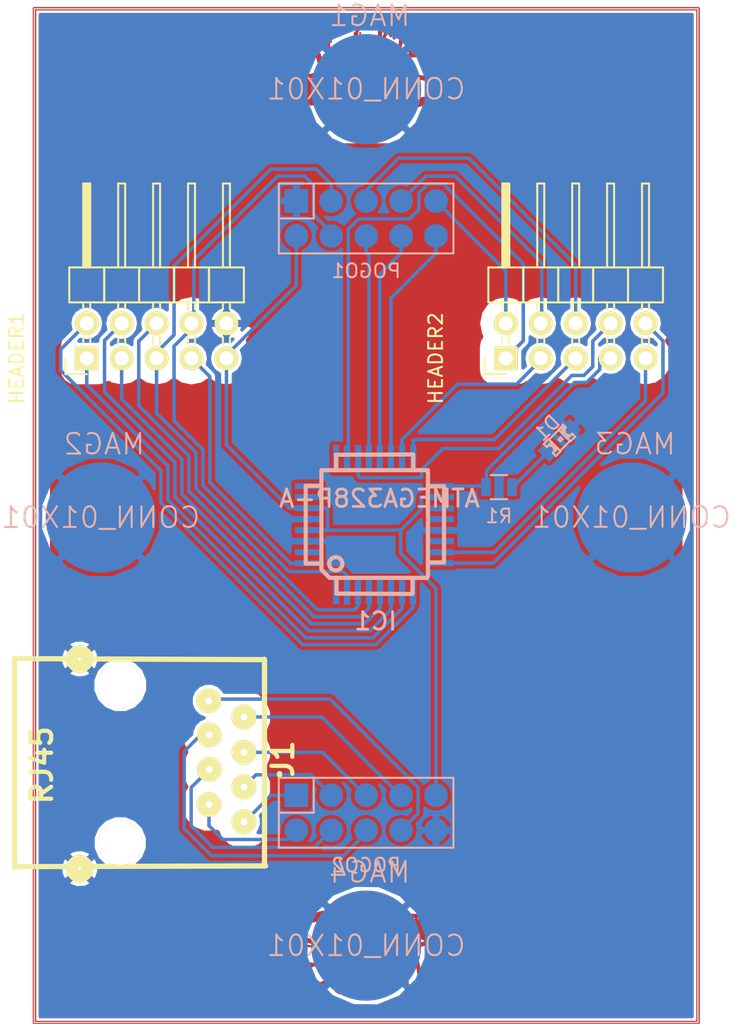
<source format=kicad_pcb>
(kicad_pcb (version 4) (host pcbnew "(after 2015-may-01 BZR unknown)-product")
  (layers (0 F.Cu signal) (31 B.Cu signal) (34 B.Paste user) (35 F.Paste user) (36 B.SilkS user) (37 F.SilkS user) (38 B.Mask user) (39 F.Mask user) (44 Edge.Cuts user))
  (net 0 "")
  (net 1 "Net-(HEADER1-Pad1)")
  (net 2 "Net-(HEADER1-Pad2)")
  (net 3 "Net-(HEADER1-Pad3)")
  (net 4 "Net-(HEADER1-Pad4)")
  (net 5 "Net-(HEADER1-Pad5)")
  (net 6 "Net-(HEADER1-Pad6)")
  (net 7 "Net-(HEADER1-Pad7)")
  (net 8 "Net-(HEADER1-Pad8)")
  (net 9 +5V)
  (net 10 GND)
  (net 11 "Net-(HEADER2-Pad1)")
  (net 12 "Net-(HEADER2-Pad2)")
  (net 13 "Net-(HEADER2-Pad3)")
  (net 14 "Net-(HEADER2-Pad4)")
  (net 15 "Net-(HEADER2-Pad5)")
  (net 16 "Net-(HEADER2-Pad6)")
  (net 17 "Net-(HEADER2-Pad7)")
  (net 18 "Net-(HEADER2-Pad8)")
  (net 19 "Net-(HEADER2-Pad9)")
  (net 20 "Net-(HEADER2-Pad10)")
  (net 21 "Net-(IC1-Pad8)")
  (net 22 "Net-(IC1-Pad7)")
  (net 23 "Net-(IC1-Pad2)")
  (net 24 "Net-(IC1-Pad19)")
  (net 25 "Net-(IC1-Pad20)")
  (net 26 "Net-(IC1-Pad22)")
  (net 27 "Net-(IC1-Pad32)")
  (net 28 "Net-(IC1-Pad9)")
  (net 29 "Net-(IC1-Pad12)")
  (net 30 "Net-(IC1-Pad13)")
  (net 31 "Net-(IC1-Pad14)")
  (net 32 "Net-(J1-Pad7)")
  (net 33 "Net-(J1-Pad5)")
  (net 34 "Net-(J1-Pad3)")
  (net 35 "Net-(J1-Pad1)")
  (net 36 "Net-(J1-Pad8)")
  (net 37 "Net-(J1-Pad6)")
  (net 38 "Net-(J1-Pad4)")
  (net 39 "Net-(J1-Pad2)")
  (net 40 "Net-(D1-Pad2)")
  (module quadcopter_footprints:logo_mirror (layer F.Cu) (at 223.86 116.79 180)
    (fp_text reference G*** hide)
    (fp_text value LOGO hide)
    (fp_poly (pts (xy -15.475067 2.509946) (xy -15.483604 2.526544) (xy -15.486563 2.52949) (xy -15.503351 2.53905) (xy -15.519049 2.536004) (xy -15.527941 2.528387) (xy -15.537744 2.510597) (xy -15.536703 2.493922) (xy -15.526105 2.481508) (xy -15.50724 2.476503) (xy -15.5067 2.4765) (xy -15.487957 2.481393) (xy -15.476965 2.493719) (xy -15.475067 2.509946) (xy -15.475067 2.509946)) (layer F.Cu) (width 0.1))
    (fp_poly (pts (xy 15.230718 -1.077851) (xy 15.229692 -1.054274) (xy 15.227293 -1.024778) (xy 15.223415 -0.987641) (xy 15.217952 -0.94114) (xy 15.211882 -0.892175) (xy 15.207628 -0.856623) (xy 15.203927 -0.821465) (xy 15.200741 -0.785558) (xy 15.198032 -0.747757) (xy 15.195765 -0.706921) (xy 15.193901 -0.661904) (xy 15.192402 -0.611564) (xy 15.191232 -0.554757) (xy 15.190352 -0.49034) (xy 15.189726 -0.417169) (xy 15.189317 -0.334101) (xy 15.189085 -0.239992) (xy 15.18903 -0.193675) (xy 15.188926 -0.117295) (xy 15.188755 -0.042847) (xy 15.188526 0.028407) (xy 15.188244 0.095206) (xy 15.187918 0.156286) (xy 15.187555 0.210388) (xy 15.187161 0.256249) (xy 15.186743 0.292607) (xy 15.18631 0.318201) (xy 15.186075 0.327025) (xy 15.18517 0.356022) (xy 15.184064 0.394676) (xy 15.182839 0.439945) (xy 15.181577 0.48879) (xy 15.180358 0.53817) (xy 15.179868 0.5588) (xy 15.178429 0.61742) (xy 15.177013 0.667467) (xy 15.175476 0.711918) (xy 15.173675 0.753749) (xy 15.171465 0.795936) (xy 15.168702 0.841457) (xy 15.165243 0.893287) (xy 15.160943 0.954404) (xy 15.160297 0.963426) (xy 15.157239 1.012238) (xy 15.154612 1.065865) (xy 15.152598 1.119618) (xy 15.15138 1.168808) (xy 15.1511 1.198944) (xy 15.150456 1.245004) (xy 15.148692 1.296512) (xy 15.146058 1.347905) (xy 15.142805 1.393618) (xy 15.141885 1.403917) (xy 15.133489 1.495135) (xy 15.126565 1.575435) (xy 15.121041 1.646504) (xy 15.116847 1.710029) (xy 15.113909 1.767697) (xy 15.112158 1.821196) (xy 15.11152 1.872213) (xy 15.111925 1.922435) (xy 15.113301 1.97355) (xy 15.115498 2.02565) (xy 15.117819 2.097571) (xy 15.117137 2.158247) (xy 15.11328 2.208813) (xy 15.106077 2.250403) (xy 15.095352 2.284154) (xy 15.080936 2.311199) (xy 15.069902 2.325281) (xy 15.036991 2.354823) (xy 15.001341 2.374723) (xy 15.001341 0.663575) (xy 15.001013 -0.028575) (xy 15.000948 -0.142215) (xy 15.000846 -0.244013) (xy 15.000681 -0.33483) (xy 15.000422 -0.415526) (xy 15.000044 -0.48696) (xy 14.999516 -0.549991) (xy 14.998812 -0.605479) (xy 14.997903 -0.654283) (xy 14.996761 -0.697263) (xy 14.995358 -0.735279) (xy 14.993665 -0.769189) (xy 14.991655 -0.799853) (xy 14.989299 -0.828131) (xy 14.98657 -0.854881) (xy 14.983439 -0.880965) (xy 14.979877 -0.90724) (xy 14.975858 -0.934568) (xy 14.971352 -0.963806) (xy 14.97014 -0.97155) (xy 14.965981 -0.999782) (xy 14.962745 -1.024953) (xy 14.960899 -1.043265) (xy 14.960644 -1.048608) (xy 14.958477 -1.060008) (xy 14.951101 -1.070048) (xy 14.937105 -1.079443) (xy 14.915077 -1.088907) (xy 14.883607 -1.099153) (xy 14.841283 -1.110897) (xy 14.8336 -1.112913) (xy 14.797195 -1.12241) (xy 14.76575 -1.130462) (xy 14.737827 -1.137217) (xy 14.711993 -1.142822) (xy 14.68681 -1.147425) (xy 14.660845 -1.151175) (xy 14.632661 -1.15422) (xy 14.600824 -1.156707) (xy 14.563897 -1.158784) (xy 14.520446 -1.1606) (xy 14.469035 -1.162302) (xy 14.408228 -1.164038) (xy 14.336591 -1.165957) (xy 14.3129 -1.166587) (xy 14.240323 -1.168245) (xy 14.169445 -1.169343) (xy 14.101852 -1.169887) (xy 14.039127 -1.169883) (xy 13.982859 -1.169339) (xy 13.934631 -1.168262) (xy 13.896029 -1.166657) (xy 13.870122 -1.164694) (xy 13.83692 -1.16117) (xy 13.84931 -1.144148) (xy 13.859723 -1.122785) (xy 13.867181 -1.091083) (xy 13.871735 -1.048544) (xy 13.873434 -0.994668) (xy 13.872329 -0.928957) (xy 13.871973 -0.919278) (xy 13.87048 -0.878163) (xy 13.869766 -0.847234) (xy 13.869986 -0.823994) (xy 13.871293 -0.805944) (xy 13.873844 -0.790586) (xy 13.877794 -0.775422) (xy 13.881673 -0.762963) (xy 13.895753 -0.719246) (xy 13.882832 -0.691411) (xy 13.879079 -0.682264) (xy 13.875981 -0.671591) (xy 13.8734 -0.65787) (xy 13.871195 -0.639581) (xy 13.869229 -0.615202) (xy 13.867362 -0.583212) (xy 13.865456 -0.542089) (xy 13.86337 -0.490312) (xy 13.862592 -0.4699) (xy 13.858583 -0.374246) (xy 13.853843 -0.281659) (xy 13.848225 -0.190633) (xy 13.841582 -0.09966) (xy 13.833766 -0.007231) (xy 13.824631 0.08816) (xy 13.814029 0.188021) (xy 13.801814 0.293861) (xy 13.787839 0.407187) (xy 13.771956 0.529506) (xy 13.754018 0.662326) (xy 13.747719 0.708025) (xy 13.739886 0.76513) (xy 13.732179 0.822309) (xy 13.724887 0.87734) (xy 13.7183 0.928005) (xy 13.712707 0.972081) (xy 13.708398 1.007349) (xy 13.706309 1.025525) (xy 13.699841 1.098937) (xy 13.695269 1.182991) (xy 13.692625 1.275765) (xy 13.691943 1.375336) (xy 13.693256 1.479785) (xy 13.696596 1.587188) (xy 13.696635 1.588158) (xy 13.698832 1.642942) (xy 13.700466 1.686539) (xy 13.701502 1.720452) (xy 13.701904 1.746184) (xy 13.701636 1.765238) (xy 13.700662 1.779115) (xy 13.698946 1.789319) (xy 13.696453 1.797351) (xy 13.693147 1.804715) (xy 13.69138 1.80822) (xy 13.66912 1.839849) (xy 13.640251 1.860678) (xy 13.605029 1.870594) (xy 13.563706 1.869483) (xy 13.556705 1.868304) (xy 13.519217 1.8583) (xy 13.491358 1.843147) (xy 13.470508 1.821051) (xy 13.459148 1.801454) (xy 13.450242 1.777815) (xy 13.442344 1.747202) (xy 13.43616 1.713808) (xy 13.432394 1.681828) (xy 13.431754 1.655458) (xy 13.432891 1.645348) (xy 13.434381 1.632193) (xy 13.436046 1.607718) (xy 13.437829 1.5733) (xy 13.439677 1.530317) (xy 13.441533 1.480146) (xy 13.443343 1.424165) (xy 13.445051 1.363752) (xy 13.446424 1.3081) (xy 13.447902 1.252889) (xy 13.449585 1.20912) (xy 13.451584 1.175535) (xy 13.454007 1.150873) (xy 13.456963 1.133878) (xy 13.460562 1.123292) (xy 13.462754 1.119865) (xy 13.476248 1.112309) (xy 13.494594 1.111494) (xy 13.512208 1.11693) (xy 13.521743 1.125046) (xy 13.52696 1.131676) (xy 13.530904 1.133406) (xy 13.534047 1.128742) (xy 13.536862 1.11619) (xy 13.539819 1.094256) (xy 13.543392 1.061446) (xy 13.544155 1.0541) (xy 13.54644 1.032275) (xy 13.548593 1.012634) (xy 13.550852 0.993461) (xy 13.553453 0.973042) (xy 13.556635 0.949662) (xy 13.560632 0.921607) (xy 13.565683 0.887161) (xy 13.572025 0.84461) (xy 13.579895 0.79224) (xy 13.58541 0.75565) (xy 13.592347 0.709289) (xy 13.598692 0.666011) (xy 13.60469 0.623966) (xy 13.610586 0.581306) (xy 13.616626 0.536181) (xy 13.623055 0.486744) (xy 13.63012 0.431144) (xy 13.638065 0.367534) (xy 13.647137 0.294064) (xy 13.652056 0.254) (xy 13.658008 0.205502) (xy 13.664063 0.156227) (xy 13.669853 0.109183) (xy 13.675006 0.067377) (xy 13.679152 0.033818) (xy 13.680589 0.022225) (xy 13.690646 -0.062301) (xy 13.699087 -0.141624) (xy 13.706016 -0.217828) (xy 13.711537 -0.292994) (xy 13.715756 -0.369208) (xy 13.718776 -0.44855) (xy 13.720702 -0.533105) (xy 13.721638 -0.624955) (xy 13.721689 -0.726183) (xy 13.721351 -0.790575) (xy 13.720884 -0.862357) (xy 13.720591 -0.922573) (xy 13.720502 -0.972359) (xy 13.720645 -1.012849) (xy 13.721047 -1.045177) (xy 13.721738 -1.070478) (xy 13.722745 -1.089885) (xy 13.724098 -1.104533) (xy 13.725824 -1.115557) (xy 13.727952 -1.12409) (xy 13.72983 -1.129543) (xy 13.740486 -1.157361) (xy 13.707605 -1.153411) (xy 13.687377 -1.151765) (xy 13.65875 -1.150444) (xy 13.626025 -1.149611) (xy 13.602431 -1.149406) (xy 13.530137 -1.14935) (xy 13.546275 -1.136656) (xy 13.558365 -1.122106) (xy 13.569465 -1.100124) (xy 13.573138 -1.089867) (xy 13.578449 -1.068401) (xy 13.580858 -1.045169) (xy 13.580281 -1.017706) (xy 13.576632 -0.983545) (xy 13.569827 -0.940221) (xy 13.56752 -0.9271) (xy 13.561751 -0.88721) (xy 13.556503 -0.83537) (xy 13.551823 -0.772323) (xy 13.547758 -0.69881) (xy 13.544355 -0.615574) (xy 13.541662 -0.523356) (xy 13.541523 -0.517525) (xy 13.540352 -0.472035) (xy 13.539037 -0.428308) (xy 13.537666 -0.388764) (xy 13.536326 -0.355822) (xy 13.535104 -0.331903) (xy 13.534546 -0.32385) (xy 13.518793 -0.177532) (xy 13.495868 -0.038334) (xy 13.464969 0.097198) (xy 13.425291 0.232515) (xy 13.391828 0.326644) (xy 13.391828 -0.33283) (xy 13.390995 -0.339821) (xy 13.381922 -0.341296) (xy 13.37945 -0.340229) (xy 13.37945 -0.853481) (xy 13.375 -0.859631) (xy 13.365502 -0.858764) (xy 13.355844 -0.855639) (xy 13.358047 -0.852705) (xy 13.363915 -0.85028) (xy 13.374581 -0.846178) (xy 13.377862 -0.844997) (xy 13.379295 -0.849696) (xy 13.37945 -0.853481) (xy 13.37945 -0.340229) (xy 13.369798 -0.336061) (xy 13.359907 -0.326993) (xy 13.357351 -0.321504) (xy 13.355296 -0.307704) (xy 13.352633 -0.28354) (xy 13.349547 -0.251323) (xy 13.346226 -0.213364) (xy 13.342857 -0.171976) (xy 13.339626 -0.129468) (xy 13.336721 -0.088152) (xy 13.334327 -0.05034) (xy 13.332633 -0.018342) (xy 13.332388 -0.0127) (xy 13.329115 0.066675) (xy 13.34159 0.01905) (xy 13.348351 -0.008861) (xy 13.355978 -0.043588) (xy 13.36324 -0.079423) (xy 13.366219 -0.09525) (xy 13.370442 -0.121127) (xy 13.374839 -0.152688) (xy 13.379177 -0.187638) (xy 13.383222 -0.22368) (xy 13.386742 -0.258517) (xy 13.389505 -0.289852) (xy 13.391278 -0.315389) (xy 13.391828 -0.33283) (xy 13.391828 0.326644) (xy 13.376034 0.371072) (xy 13.368614 0.390194) (xy 13.326461 0.497813) (xy 13.33398 0.602919) (xy 13.337674 0.656665) (xy 13.340111 0.699404) (xy 13.341156 0.732776) (xy 13.340673 0.758424) (xy 13.338529 0.777991) (xy 13.334587 0.793117) (xy 13.328714 0.805446) (xy 13.320774 0.816619) (xy 13.315953 0.822325) (xy 13.309637 0.836424) (xy 13.304376 0.862897) (xy 13.300181 0.90146) (xy 13.297062 0.951828) (xy 13.295031 1.013717) (xy 13.294096 1.086845) (xy 13.29427 1.170926) (xy 13.295562 1.265678) (xy 13.296974 1.331519) (xy 13.300075 1.459714) (xy 13.276919 1.483919) (xy 13.26034 1.504253) (xy 13.244003 1.528977) (xy 13.237008 1.541691) (xy 13.217457 1.571224) (xy 13.200031 1.585857) (xy 13.200031 0.264013) (xy 13.199671 0.247718) (xy 13.198754 0.242107) (xy 13.198669 0.242163) (xy 13.195479 0.250785) (xy 13.191435 0.269812) (xy 13.186818 0.296996) (xy 13.181906 0.330094) (xy 13.176976 0.36686) (xy 13.172308 0.405048) (xy 13.168179 0.442412) (xy 13.164868 0.476707) (xy 13.164516 0.481314) (xy 13.164516 -0.286489) (xy 13.163939 -0.297461) (xy 13.161296 -0.304414) (xy 13.156557 -0.309056) (xy 13.149691 -0.313096) (xy 13.144123 -0.316178) (xy 13.126074 -0.328922) (xy 13.113398 -0.34446) (xy 13.10543 -0.364936) (xy 13.101504 -0.392495) (xy 13.100953 -0.429281) (xy 13.10177 -0.452555) (xy 13.102917 -0.481505) (xy 13.103486 -0.504886) (xy 13.103446 -0.520345) (xy 13.102765 -0.525529) (xy 13.102741 -0.525509) (xy 13.100468 -0.518622) (xy 13.096336 -0.502046) (xy 13.091005 -0.478539) (xy 13.087021 -0.459939) (xy 13.079502 -0.416113) (xy 13.073384 -0.362787) (xy 13.068632 -0.299345) (xy 13.065209 -0.225167) (xy 13.06308 -0.139637) (xy 13.062208 -0.042135) (xy 13.062191 -0.033338) (xy 13.06195 0.13335) (xy 13.081 0.13335) (xy 13.094503 0.131763) (xy 13.099478 0.124372) (xy 13.10005 0.114715) (xy 13.101357 0.09922) (xy 13.104791 0.076224) (xy 13.10962 0.050599) (xy 13.109823 0.049627) (xy 13.115772 0.019696) (xy 13.121499 -0.011839) (xy 13.125263 -0.034925) (xy 13.128384 -0.055145) (xy 13.133053 -0.084428) (xy 13.138711 -0.119314) (xy 13.1448 -0.156343) (xy 13.146781 -0.168275) (xy 13.15416 -0.212393) (xy 13.159596 -0.245663) (xy 13.163058 -0.269793) (xy 13.164516 -0.286489) (xy 13.164516 0.481314) (xy 13.162654 0.505688) (xy 13.161815 0.527109) (xy 13.162191 0.53637) (xy 13.165262 0.561565) (xy 13.179295 0.519898) (xy 13.184617 0.502116) (xy 13.188718 0.482953) (xy 13.191873 0.460025) (xy 13.194356 0.430947) (xy 13.196441 0.393333) (xy 13.197901 0.358295) (xy 13.199134 0.321173) (xy 13.199848 0.289122) (xy 13.200031 0.264013) (xy 13.200031 1.585857) (xy 13.193831 1.591064) (xy 13.167866 1.599858) (xy 13.161962 1.600176) (xy 13.153781 1.600646) (xy 13.148248 1.603374) (xy 13.144937 1.610378) (xy 13.143422 1.623675) (xy 13.143278 1.645282) (xy 13.144077 1.677216) (xy 13.14428 1.683917) (xy 13.143506 1.72376) (xy 13.137959 1.754082) (xy 13.126944 1.77739) (xy 13.11419 1.792235) (xy 13.086311 1.810446) (xy 13.054809 1.817621) (xy 13.022518 1.813665) (xy 13.003802 1.804269) (xy 13.003802 0.885131) (xy 13.002787 0.881459) (xy 12.999968 0.879054) (xy 12.998951 0.885295) (xy 13.000118 0.893531) (xy 13.002286 0.89363) (xy 13.003802 0.885131) (xy 13.003802 1.804269) (xy 12.992267 1.798479) (xy 12.989663 1.796496) (xy 12.978652 1.788857) (xy 12.978652 1.302113) (xy 12.97852 1.287715) (xy 12.977641 1.222375) (xy 12.970583 1.2954) (xy 12.966814 1.329823) (xy 12.962755 1.354855) (xy 12.957613 1.373796) (xy 12.950595 1.389946) (xy 12.946916 1.396569) (xy 12.946916 -0.671595) (xy 12.921953 -0.675586) (xy 12.900367 -0.677198) (xy 12.874763 -0.676497) (xy 12.849306 -0.673911) (xy 12.828161 -0.669863) (xy 12.815494 -0.664778) (xy 12.815423 -0.664722) (xy 12.807349 -0.655084) (xy 12.797501 -0.639185) (xy 12.794656 -0.633838) (xy 12.787472 -0.618674) (xy 12.786344 -0.611588) (xy 12.791021 -0.609635) (xy 12.79258 -0.6096) (xy 12.805849 -0.604349) (xy 12.821429 -0.590792) (xy 12.836462 -0.572222) (xy 12.84809 -0.551933) (xy 12.852047 -0.541058) (xy 12.855754 -0.521819) (xy 12.85895 -0.493113) (xy 12.861702 -0.454052) (xy 12.864077 -0.40375) (xy 12.865434 -0.365125) (xy 12.866235 -0.339725) (xy 12.875128 -0.371475) (xy 12.881449 -0.39661) (xy 12.887787 -0.425796) (xy 12.890739 -0.441325) (xy 12.899252 -0.491631) (xy 12.908573 -0.550332) (xy 12.916038 -0.599678) (xy 12.921265 -0.623455) (xy 12.928783 -0.644572) (xy 12.934269 -0.654488) (xy 12.946916 -0.671595) (xy 12.946916 1.396569) (xy 12.945815 1.398552) (xy 12.932083 1.415876) (xy 12.932083 0.513251) (xy 12.931428 0.50094) (xy 12.927809 0.489909) (xy 12.927294 0.488777) (xy 12.927294 -0.017764) (xy 12.926455 -0.020638) (xy 12.924137 -0.021436) (xy 12.923252 -0.0127) (xy 12.92425 -0.003686) (xy 12.926455 -0.004763) (xy 12.927294 -0.017764) (xy 12.927294 0.488777) (xy 12.926272 0.486533) (xy 12.917818 0.461259) (xy 12.912212 0.426892) (xy 12.909417 0.382662) (xy 12.909393 0.327799) (xy 12.912098 0.261532) (xy 12.91349 0.238483) (xy 12.91655 0.187238) (xy 12.918863 0.140862) (xy 12.920417 0.100426) (xy 12.921201 0.067001) (xy 12.921206 0.041659) (xy 12.92042 0.025472) (xy 12.918832 0.01951) (xy 12.916432 0.024846) (xy 12.9156 0.028575) (xy 12.909612 0.064479) (xy 12.904016 0.110594) (xy 12.898997 0.164432) (xy 12.894737 0.223507) (xy 12.891421 0.28533) (xy 12.889233 0.347414) (xy 12.888412 0.396355) (xy 12.888147 0.444134) (xy 12.88823 0.481108) (xy 12.888785 0.509167) (xy 12.889932 0.530204) (xy 12.891794 0.546111) (xy 12.894492 0.558779) (xy 12.898149 0.570101) (xy 12.899893 0.574642) (xy 12.912462 0.606359) (xy 12.924036 0.556351) (xy 12.929659 0.530501) (xy 12.932083 0.513251) (xy 12.932083 1.415876) (xy 12.923933 1.426158) (xy 12.898071 1.442795) (xy 12.869827 1.448) (xy 12.863743 1.446597) (xy 12.863743 -0.314453) (xy 12.862983 -0.315384) (xy 12.859208 -0.314512) (xy 12.85875 -0.31115) (xy 12.861073 -0.305924) (xy 12.862983 -0.306917) (xy 12.863743 -0.314453) (xy 12.863743 1.446597) (xy 12.840798 1.441306) (xy 12.826444 1.433321) (xy 12.811168 1.421762) (xy 12.800637 1.409541) (xy 12.794123 1.39417) (xy 12.790901 1.373165) (xy 12.790242 1.344039) (xy 12.791101 1.312465) (xy 12.792037 1.283548) (xy 12.792501 1.260156) (xy 12.792466 1.244671) (xy 12.791907 1.239476) (xy 12.791901 1.239481) (xy 12.78982 1.245992) (xy 12.785247 1.262892) (xy 12.778687 1.288229) (xy 12.770645 1.320051) (xy 12.761625 1.356406) (xy 12.761412 1.357272) (xy 12.748901 1.406048) (xy 12.737526 1.44452) (xy 12.728055 1.469934) (xy 12.728055 0.654178) (xy 12.727967 0.614444) (xy 12.727068 0.595312) (xy 12.725162 0.572633) (xy 12.722702 0.559813) (xy 12.718287 0.554042) (xy 12.710517 0.552507) (xy 12.70571 0.55245) (xy 12.68652 0.547302) (xy 12.666872 0.534019) (xy 12.655594 0.522686) (xy 12.648917 0.511106) (xy 12.645204 0.49504) (xy 12.642959 0.472106) (xy 12.642325 0.452879) (xy 12.642394 0.423518) (xy 12.643112 0.386564) (xy 12.644423 0.34456) (xy 12.646271 0.300047) (xy 12.647124 0.282575) (xy 12.648568 0.247932) (xy 12.649963 0.202388) (xy 12.651278 0.14774) (xy 12.652483 0.085787) (xy 12.653548 0.018325) (xy 12.654444 -0.052846) (xy 12.655139 -0.125929) (xy 12.655604 -0.199125) (xy 12.655725 -0.230071) (xy 12.656876 -0.596666) (xy 12.639313 -0.617421) (xy 12.628459 -0.629956) (xy 12.624051 -0.633259) (xy 12.624367 -0.627821) (xy 12.625942 -0.621223) (xy 12.62887 -0.606648) (xy 12.632658 -0.584123) (xy 12.636528 -0.558294) (xy 12.636854 -0.555967) (xy 12.640012 -0.530537) (xy 12.640578 -0.513177) (xy 12.638102 -0.49944) (xy 12.632136 -0.48488) (xy 12.629036 -0.478558) (xy 12.614325 -0.454695) (xy 12.597725 -0.436508) (xy 12.581808 -0.426559) (xy 12.575707 -0.42545) (xy 12.572016 -0.424151) (xy 12.568905 -0.419205) (xy 12.566104 -0.40904) (xy 12.563339 -0.392082) (xy 12.560342 -0.366759) (xy 12.556839 -0.331499) (xy 12.553795 -0.29845) (xy 12.547893 -0.198924) (xy 12.547322 -0.093588) (xy 12.552088 0.011838) (xy 12.553608 0.031542) (xy 12.556849 0.075286) (xy 12.558238 0.108554) (xy 12.557588 0.133462) (xy 12.554709 0.152125) (xy 12.549412 0.166658) (xy 12.541508 0.179176) (xy 12.540286 0.180757) (xy 12.536892 0.185557) (xy 12.534077 0.191352) (xy 12.531747 0.199401) (xy 12.529808 0.210962) (xy 12.528165 0.227295) (xy 12.526724 0.249659) (xy 12.525392 0.279313) (xy 12.524074 0.317515) (xy 12.522677 0.365524) (xy 12.521106 0.4246) (xy 12.520596 0.444323) (xy 12.519281 0.500652) (xy 12.518289 0.554325) (xy 12.517632 0.603704) (xy 12.517321 0.64715) (xy 12.517365 0.683024) (xy 12.517778 0.709687) (xy 12.518568 0.7255) (xy 12.518695 0.726634) (xy 12.523154 0.762325) (xy 12.542214 0.746287) (xy 12.559663 0.735154) (xy 12.580239 0.730649) (xy 12.59205 0.73025) (xy 12.619796 0.734281) (xy 12.642911 0.747266) (xy 12.663109 0.770542) (xy 12.678363 0.797559) (xy 12.684075 0.810056) (xy 12.688336 0.822323) (xy 12.691185 0.836073) (xy 12.692659 0.853015) (xy 12.692795 0.874863) (xy 12.691633 0.903328) (xy 12.689208 0.940121) (xy 12.685559 0.986954) (xy 12.683178 1.016) (xy 12.681584 1.042068) (xy 12.682018 1.055753) (xy 12.684289 1.057176) (xy 12.688207 1.046459) (xy 12.693581 1.023722) (xy 12.696866 1.007296) (xy 12.703325 0.967973) (xy 12.70945 0.920381) (xy 12.715041 0.867257) (xy 12.719898 0.811339) (xy 12.72382 0.755362) (xy 12.726605 0.702063) (xy 12.728055 0.654178) (xy 12.728055 1.469934) (xy 12.726207 1.474893) (xy 12.713863 1.499366) (xy 12.699416 1.520144) (xy 12.681784 1.539428) (xy 12.664076 1.555774) (xy 12.648756 1.567821) (xy 12.635141 1.57334) (xy 12.617268 1.57424) (xy 12.607859 1.573751) (xy 12.574538 1.571625) (xy 12.570385 1.621556) (xy 12.565534 1.658944) (xy 12.557434 1.686337) (xy 12.544983 1.706254) (xy 12.527077 1.721217) (xy 12.526654 1.721484) (xy 12.50792 1.73001) (xy 12.4861 1.732191) (xy 12.474968 1.731545) (xy 12.452968 1.727941) (xy 12.436992 1.71968) (xy 12.422581 1.705885) (xy 12.4206 1.70332) (xy 12.4206 0.866775) (xy 12.417425 0.8636) (xy 12.41425 0.866775) (xy 12.417425 0.86995) (xy 12.4206 0.866775) (xy 12.4206 1.70332) (xy 12.410122 1.689756) (xy 12.40258 1.675101) (xy 12.40155 1.66998) (xy 12.40066 1.661646) (xy 12.395675 1.660706) (xy 12.383124 1.666552) (xy 12.382815 1.666711) (xy 12.366045 1.67356) (xy 12.352106 1.6764) (xy 12.344166 1.678941) (xy 12.340285 1.688638) (xy 12.339102 1.702665) (xy 12.336707 1.726946) (xy 12.332007 1.750599) (xy 12.325994 1.769783) (xy 12.319659 1.780656) (xy 12.318827 1.781281) (xy 12.31266 1.789053) (xy 12.317444 1.795258) (xy 12.327418 1.79705) (xy 12.341761 1.80152) (xy 12.356561 1.812377) (xy 12.357469 1.813318) (xy 12.365725 1.823752) (xy 12.370202 1.835457) (xy 12.371852 1.852446) (xy 12.37175 1.873643) (xy 12.371973 1.895434) (xy 12.373504 1.911185) (xy 12.376019 1.917675) (xy 12.376202 1.9177) (xy 12.384219 1.914588) (xy 12.399174 1.906562) (xy 12.41224 1.898779) (xy 12.434331 1.886803) (xy 12.460837 1.874867) (xy 12.487881 1.864462) (xy 12.511583 1.857076) (xy 12.528066 1.854201) (xy 12.528304 1.8542) (xy 12.538351 1.85071) (xy 12.555146 1.841505) (xy 12.57527 1.828483) (xy 12.577749 1.826751) (xy 12.600828 1.811308) (xy 12.623618 1.797377) (xy 12.640902 1.788116) (xy 12.661485 1.773995) (xy 12.682191 1.749967) (xy 12.690518 1.737776) (xy 12.721629 1.699147) (xy 12.757147 1.67189) (xy 12.796486 1.65642) (xy 12.809317 1.654089) (xy 12.827313 1.650778) (xy 12.841979 1.645052) (xy 12.856987 1.634792) (xy 12.87601 1.617883) (xy 12.882012 1.612188) (xy 12.901025 1.595086) (xy 12.91758 1.582094) (xy 12.928917 1.575315) (xy 12.931104 1.5748) (xy 12.936804 1.573346) (xy 12.941031 1.567799) (xy 12.944121 1.556384) (xy 12.946407 1.537323) (xy 12.948223 1.508839) (xy 12.949635 1.476158) (xy 12.951541 1.44111) (xy 12.954457 1.415584) (xy 12.958914 1.396408) (xy 12.965447 1.380412) (xy 12.965871 1.379573) (xy 12.972269 1.365017) (xy 12.976215 1.349555) (xy 12.978185 1.329737) (xy 12.978652 1.302113) (xy 12.978652 1.788857) (xy 12.977658 1.788168) (xy 12.970015 1.787797) (xy 12.962866 1.793626) (xy 12.945527 1.806609) (xy 12.921298 1.819658) (xy 12.895688 1.830096) (xy 12.878325 1.834699) (xy 12.865952 1.838083) (xy 12.856344 1.845132) (xy 12.846817 1.85862) (xy 12.836259 1.878242) (xy 12.824424 1.900153) (xy 12.813227 1.918779) (xy 12.805345 1.929769) (xy 12.798579 1.938207) (xy 12.801754 1.940101) (xy 12.809311 1.939097) (xy 12.820559 1.937461) (xy 12.841768 1.934522) (xy 12.870309 1.930639) (xy 12.903553 1.92617) (xy 12.919075 1.924101) (xy 12.99061 1.915812) (xy 13.074579 1.908306) (xy 13.170736 1.901591) (xy 13.278837 1.895677) (xy 13.398639 1.890575) (xy 13.529898 1.886292) (xy 13.672369 1.88284) (xy 13.825809 1.880227) (xy 13.989974 1.878463) (xy 14.107772 1.877752) (xy 14.181726 1.877406) (xy 14.243681 1.877001) (xy 14.294335 1.876457) (xy 14.33439 1.875699) (xy 14.364545 1.874649) (xy 14.3855 1.87323) (xy 14.397955 1.871366) (xy 14.40261 1.868979) (xy 14.400165 1.865992) (xy 14.39132 1.862328) (xy 14.376775 1.857909) (xy 14.357231 1.85266) (xy 14.350834 1.850999) (xy 14.3288 1.844752) (xy 14.311452 1.838833) (xy 14.302941 1.834762) (xy 14.293265 1.830384) (xy 14.275652 1.825122) (xy 14.261666 1.821811) (xy 14.239864 1.816091) (xy 14.221664 1.809465) (xy 14.214649 1.805755) (xy 14.199227 1.798722) (xy 14.189249 1.797044) (xy 14.172068 1.794219) (xy 14.15033 1.787056) (xy 14.128674 1.777512) (xy 14.111744 1.767541) (xy 14.105464 1.761748) (xy 14.097728 1.745495) (xy 14.101403 1.730824) (xy 14.1097 1.72085) (xy 14.116853 1.715126) (xy 14.126346 1.711431) (xy 14.140855 1.709353) (xy 14.163056 1.708478) (xy 14.190662 1.708376) (xy 14.235242 1.709394) (xy 14.283464 1.711986) (xy 14.332828 1.715881) (xy 14.380832 1.720806) (xy 14.424975 1.726486) (xy 14.462756 1.73265) (xy 14.491674 1.739025) (xy 14.50261 1.742416) (xy 14.523823 1.748749) (xy 14.543392 1.752313) (xy 14.548413 1.7526) (xy 14.564752 1.754942) (xy 14.586419 1.760917) (xy 14.59865 1.7653) (xy 14.620012 1.772583) (xy 14.639032 1.777177) (xy 14.646714 1.778) (xy 14.663492 1.780479) (xy 14.682889 1.786509) (xy 14.684335 1.787099) (xy 14.706112 1.796198) (xy 14.7027 1.775986) (xy 14.697948 1.755437) (xy 14.691226 1.733956) (xy 14.691077 1.73355) (xy 14.678779 1.698661) (xy 14.671533 1.673189) (xy 14.66913 1.654992) (xy 14.671363 1.641925) (xy 14.678025 1.631847) (xy 14.680944 1.629006) (xy 14.693888 1.620688) (xy 14.706969 1.620216) (xy 14.721251 1.628399) (xy 14.737798 1.646041) (xy 14.757674 1.673949) (xy 14.773692 1.699295) (xy 14.785999 1.717631) (xy 14.798521 1.733782) (xy 14.799652 1.73507) (xy 14.811252 1.751518) (xy 14.820725 1.770263) (xy 14.83128 1.790863) (xy 14.845839 1.811529) (xy 14.862269 1.830115) (xy 14.878436 1.844476) (xy 14.892207 1.852469) (xy 14.901449 1.851949) (xy 14.901722 1.851694) (xy 14.905633 1.841964) (xy 14.910019 1.821016) (xy 14.914757 1.790315) (xy 14.919719 1.751329) (xy 14.924781 1.705525) (xy 14.929818 1.654368) (xy 14.934703 1.599327) (xy 14.939312 1.541867) (xy 14.943519 1.483456) (xy 14.947199 1.42556) (xy 14.950226 1.369647) (xy 14.952476 1.317182) (xy 14.953822 1.269633) (xy 14.954163 1.23825) (xy 14.954871 1.209233) (xy 14.956849 1.16946) (xy 14.959962 1.120796) (xy 14.964077 1.065108) (xy 14.96906 1.00426) (xy 14.974777 0.94012) (xy 14.977807 0.90805) (xy 15.001341 0.663575) (xy 15.001341 2.374723) (xy 15.001226 2.374788) (xy 14.964648 2.384465) (xy 14.929297 2.383143) (xy 14.915201 2.379099) (xy 14.875203 2.357935) (xy 14.839793 2.327018) (xy 14.812083 2.28921) (xy 14.807033 2.27965) (xy 14.796862 2.256743) (xy 14.78973 2.234262) (xy 14.784604 2.207987) (xy 14.78045 2.173698) (xy 14.780007 2.169244) (xy 14.776705 2.13829) (xy 14.773626 2.11771) (xy 14.770165 2.105207) (xy 14.765714 2.098481) (xy 14.760554 2.095538) (xy 14.750122 2.093745) (xy 14.729438 2.091729) (xy 14.700946 2.089676) (xy 14.667087 2.08777) (xy 14.6431 2.086686) (xy 14.599261 2.084717) (xy 14.551709 2.082282) (xy 14.505434 2.079656) (xy 14.465424 2.077111) (xy 14.455775 2.076433) (xy 14.382919 2.071248) (xy 14.320048 2.067008) (xy 14.264493 2.063581) (xy 14.213584 2.060834) (xy 14.164653 2.058636) (xy 14.115029 2.056855) (xy 14.062043 2.055359) (xy 14.003027 2.054015) (xy 14.00175 2.053988) (xy 13.924821 2.0526) (xy 13.844692 2.051541) (xy 13.762872 2.050806) (xy 13.680869 2.050388) (xy 13.600192 2.050282) (xy 13.522348 2.050483) (xy 13.448847 2.050985) (xy 13.381197 2.051783) (xy 13.320907 2.052871) (xy 13.269486 2.054244) (xy 13.228441 2.055895) (xy 13.211175 2.056897) (xy 13.142817 2.061877) (xy 13.081526 2.067263) (xy 13.022173 2.073592) (xy 12.959634 2.0814) (xy 12.9032 2.089168) (xy 12.818625 2.100112) (xy 12.743491 2.107642) (xy 12.678293 2.111745) (xy 12.623528 2.112411) (xy 12.579692 2.109625) (xy 12.547281 2.103378) (xy 12.533707 2.098058) (xy 12.523841 2.093871) (xy 12.514455 2.093489) (xy 12.502083 2.097708) (xy 12.483259 2.107327) (xy 12.4759 2.111349) (xy 12.452846 2.122546) (xy 12.431272 2.130538) (xy 12.415837 2.133599) (xy 12.415802 2.1336) (xy 12.406098 2.13426) (xy 12.398932 2.137651) (xy 12.393097 2.145884) (xy 12.387387 2.161072) (xy 12.380596 2.185328) (xy 12.375926 2.20345) (xy 12.361009 2.242934) (xy 12.339224 2.271952) (xy 12.310859 2.290273) (xy 12.276202 2.297669) (xy 12.258024 2.297322) (xy 12.2259 2.289792) (xy 12.197261 2.274155) (xy 12.17603 2.252739) (xy 12.172103 2.246318) (xy 12.167933 2.2335) (xy 12.163673 2.212256) (xy 12.160146 2.186826) (xy 12.159709 2.182689) (xy 12.158722 2.130117) (xy 12.166414 2.074439) (xy 12.183144 2.01377) (xy 12.201241 1.965325) (xy 12.208995 1.946219) (xy 12.215407 1.930211) (xy 12.216584 1.927225) (xy 12.226424 1.904316) (xy 12.238958 1.87813) (xy 12.251778 1.853476) (xy 12.262472 1.835159) (xy 12.263535 1.833562) (xy 12.275414 1.8161) (xy 12.254344 1.816076) (xy 12.228009 1.810569) (xy 12.202301 1.796028) (xy 12.18224 1.775335) (xy 12.181502 1.774232) (xy 12.174332 1.757135) (xy 12.169906 1.734982) (xy 12.169377 1.727605) (xy 12.167168 1.706334) (xy 12.162748 1.688292) (xy 12.160826 1.683827) (xy 12.158966 1.676738) (xy 12.157415 1.662517) (xy 12.156157 1.640408) (xy 12.155175 1.60966) (xy 12.154453 1.569518) (xy 12.153975 1.519228) (xy 12.153725 1.458037) (xy 12.153686 1.38519) (xy 12.153724 1.353913) (xy 12.153852 1.29116) (xy 12.154027 1.231795) (xy 12.15424 1.177124) (xy 12.154483 1.12845) (xy 12.15475 1.087078) (xy 12.155033 1.054313) (xy 12.155323 1.03146) (xy 12.155614 1.019824) (xy 12.155654 1.019175) (xy 12.155784 1.005886) (xy 12.155139 0.982916) (xy 12.153835 0.953253) (xy 12.151988 0.919885) (xy 12.151525 0.912418) (xy 12.14943 0.876271) (xy 12.148549 0.850177) (xy 12.149014 0.831535) (xy 12.150954 0.817744) (xy 12.154497 0.806204) (xy 12.157123 0.799991) (xy 12.160447 0.791584) (xy 12.162964 0.781906) (xy 12.164732 0.769343) (xy 12.16581 0.752284) (xy 12.166256 0.729117) (xy 12.166128 0.698229) (xy 12.165484 0.658008) (xy 12.164383 0.606842) (xy 12.16427 0.601947) (xy 12.162998 0.549951) (xy 12.161559 0.496411) (xy 12.160044 0.444361) (xy 12.158543 0.396832) (xy 12.157149 0.356859) (xy 12.156289 0.335122) (xy 12.15231 0.241619) (xy 12.174695 0.219234) (xy 12.192056 0.204432) (xy 12.208101 0.197891) (xy 12.220934 0.19685) (xy 12.244788 0.19685) (xy 12.24069 0.096837) (xy 12.238876 0.055806) (xy 12.2365 0.006769) (xy 12.2338 -0.045606) (xy 12.231015 -0.09665) (xy 12.229265 -0.127) (xy 12.226798 -0.17071) (xy 12.225304 -0.203739) (xy 12.224818 -0.228076) (xy 12.225374 -0.245704) (xy 12.227007 -0.258611) (xy 12.229751 -0.268782) (xy 12.231838 -0.274144) (xy 12.248962 -0.299802) (xy 12.273723 -0.315593) (xy 12.303125 -0.320675) (xy 12.333665 -0.315128) (xy 12.357967 -0.299281) (xy 12.37359 -0.275732) (xy 12.381292 -0.260072) (xy 12.388467 -0.254801) (xy 12.398112 -0.258103) (xy 12.400409 -0.259511) (xy 12.403539 -0.264276) (xy 12.405685 -0.274968) (xy 12.40693 -0.293129) (xy 12.407358 -0.320298) (xy 12.407055 -0.358016) (xy 12.406759 -0.375734) (xy 12.406072 -0.415709) (xy 12.405852 -0.445135) (xy 12.406332 -0.466162) (xy 12.407745 -0.48094) (xy 12.410322 -0.491618) (xy 12.414298 -0.500346) (xy 12.419905 -0.509273) (xy 12.421468 -0.511608) (xy 12.428243 -0.522617) (xy 12.433106 -0.533832) (xy 12.436541 -0.547833) (xy 12.439028 -0.5672) (xy 12.441051 -0.594514) (xy 12.442743 -0.625475) (xy 12.445947 -0.688851) (xy 12.448573 -0.740817) (xy 12.450773 -0.782643) (xy 12.452698 -0.815599) (xy 12.454501 -0.840954) (xy 12.456331 -0.859978) (xy 12.458341 -0.873942) (xy 12.460681 -0.884113) (xy 12.463504 -0.891763) (xy 12.466961 -0.89816) (xy 12.471203 -0.904574) (xy 12.476381 -0.912275) (xy 12.477071 -0.913343) (xy 12.495529 -0.939268) (xy 12.512209 -0.955251) (xy 12.529792 -0.963238) (xy 12.548525 -0.9652) (xy 12.568418 -0.961297) (xy 12.58803 -0.951362) (xy 12.603517 -0.938057) (xy 12.611035 -0.924043) (xy 12.611244 -0.921774) (xy 12.613621 -0.919796) (xy 12.61938 -0.927709) (xy 12.62166 -0.932065) (xy 12.641296 -0.958676) (xy 12.66834 -0.975334) (xy 12.701121 -0.981075) (xy 12.73388 -0.975423) (xy 12.760565 -0.959167) (xy 12.780143 -0.933362) (xy 12.791582 -0.899061) (xy 12.793296 -0.887039) (xy 12.797026 -0.8509) (xy 12.838641 -0.8509) (xy 12.861064 -0.85038) (xy 12.892185 -0.84896) (xy 12.92805 -0.84685) (xy 12.964707 -0.844263) (xy 12.968191 -0.843991) (xy 13.007178 -0.841209) (xy 13.035298 -0.84028) (xy 13.054316 -0.841728) (xy 13.065995 -0.846074) (xy 13.072099 -0.85384) (xy 13.074392 -0.865547) (xy 13.074673 -0.875491) (xy 13.080768 -0.905668) (xy 13.098372 -0.931926) (xy 13.126563 -0.952944) (xy 13.129983 -0.954735) (xy 13.145592 -0.962005) (xy 13.170523 -0.972874) (xy 13.202282 -0.986287) (xy 13.238375 -1.001191) (xy 13.274675 -1.015879) (xy 13.310584 -1.03026) (xy 13.342701 -1.043131) (xy 13.369065 -1.053703) (xy 13.387712 -1.061191) (xy 13.396681 -1.064806) (xy 13.396912 -1.064901) (xy 13.402078 -1.072789) (xy 13.404749 -1.088132) (xy 13.40485 -1.091953) (xy 13.409993 -1.117357) (xy 13.420421 -1.132548) (xy 13.435993 -1.14935) (xy 13.361684 -1.150596) (xy 13.324036 -1.151127) (xy 13.279182 -1.151591) (xy 13.228541 -1.151988) (xy 13.173536 -1.152317) (xy 13.115588 -1.152577) (xy 13.056118 -1.152766) (xy 12.996548 -1.152883) (xy 12.938298 -1.152928) (xy 12.882789 -1.1529) (xy 12.831444 -1.152796) (xy 12.785684 -1.152617) (xy 12.746929 -1.152361) (xy 12.716602 -1.152027) (xy 12.696122 -1.151613) (xy 12.686913 -1.151119) (xy 12.686894 -1.151116) (xy 12.670873 -1.142283) (xy 12.664203 -1.131331) (xy 12.655118 -1.117507) (xy 12.63971 -1.102425) (xy 12.632396 -1.096879) (xy 12.620043 -1.089091) (xy 12.607685 -1.083755) (xy 12.592261 -1.080203) (xy 12.570714 -1.077767) (xy 12.539985 -1.075778) (xy 12.534436 -1.075479) (xy 12.489827 -1.07195) (xy 12.456471 -1.066603) (xy 12.43408 -1.059689) (xy 12.40447 -1.050724) (xy 12.374795 -1.048085) (xy 12.349639 -1.052013) (xy 12.342903 -1.054901) (xy 12.330883 -1.063303) (xy 12.314466 -1.077139) (xy 12.303633 -1.087225) (xy 12.270537 -1.116809) (xy 12.240375 -1.137422) (xy 12.20962 -1.151029) (xy 12.17475 -1.159596) (xy 12.173349 -1.159839) (xy 12.147184 -1.165002) (xy 12.129576 -1.170782) (xy 12.116437 -1.178997) (xy 12.104687 -1.190373) (xy 12.088262 -1.216232) (xy 12.0835 -1.243917) (xy 12.090077 -1.27106) (xy 12.107668 -1.295294) (xy 12.120466 -1.305562) (xy 12.128964 -1.310581) (xy 12.139045 -1.314787) (xy 12.151855 -1.318256) (xy 12.16854 -1.321065) (xy 12.190246 -1.323289) (xy 12.218119 -1.325006) (xy 12.253306 -1.32629) (xy 12.296951 -1.327219) (xy 12.350203 -1.327869) (xy 12.414205 -1.328315) (xy 12.466028 -1.328548) (xy 12.711481 -1.329487) (xy 12.729467 -1.367118) (xy 12.749214 -1.40124) (xy 12.769927 -1.42342) (xy 12.791213 -1.433471) (xy 12.812679 -1.431208) (xy 12.833838 -1.416539) (xy 12.848656 -1.395412) (xy 12.851571 -1.372515) (xy 12.84279 -1.346051) (xy 12.84218 -1.344858) (xy 12.831961 -1.325096) (xy 13.234293 -1.329234) (xy 13.316138 -1.330091) (xy 13.386443 -1.330881) (xy 13.446369 -1.33165) (xy 13.497075 -1.332446) (xy 13.539721 -1.333315) (xy 13.575467 -1.334303) (xy 13.605473 -1.335456) (xy 13.630898 -1.336822) (xy 13.652904 -1.338446) (xy 13.672648 -1.340374) (xy 13.691293 -1.342655) (xy 13.709997 -1.345332) (xy 13.72992 -1.348454) (xy 13.73505 -1.349281) (xy 13.822689 -1.362635) (xy 13.907503 -1.37378) (xy 13.991884 -1.382903) (xy 14.078225 -1.390194) (xy 14.168917 -1.395843) (xy 14.266355 -1.400037) (xy 14.37293 -1.402967) (xy 14.4272 -1.403966) (xy 14.495026 -1.404872) (xy 14.552235 -1.405113) (xy 14.600902 -1.404504) (xy 14.6431 -1.402856) (xy 14.680903 -1.399982) (xy 14.716385 -1.395696) (xy 14.75162 -1.38981) (xy 14.788683 -1.382137) (xy 14.829648 -1.372489) (xy 14.860057 -1.36489) (xy 14.891088 -1.358542) (xy 14.924693 -1.353991) (xy 14.952132 -1.352272) (xy 14.993513 -1.349221) (xy 15.027373 -1.3398) (xy 15.057838 -1.32271) (xy 15.066483 -1.316246) (xy 15.088431 -1.301265) (xy 15.113065 -1.287538) (xy 15.11935 -1.2846) (xy 15.155265 -1.262085) (xy 15.185587 -1.229386) (xy 15.209108 -1.18824) (xy 15.224623 -1.140382) (xy 15.226634 -1.1303) (xy 15.229083 -1.114141) (xy 15.23048 -1.097232) (xy 15.230718 -1.077851) (xy 15.230718 -1.077851)) (layer F.Cu) (width 0.1))
    (fp_poly (pts (xy 12.228052 -0.911406) (xy 12.227235 -0.904297) (xy 12.216058 -0.875904) (xy 12.196005 -0.853757) (xy 12.169889 -0.839625) (xy 12.140522 -0.835276) (xy 12.122122 -0.838209) (xy 12.105559 -0.846163) (xy 12.085865 -0.860055) (xy 12.073259 -0.871192) (xy 12.04595 -0.897995) (xy 12.045941 -0.863335) (xy 12.045658 -0.848504) (xy 12.044861 -0.822827) (xy 12.04362 -0.788146) (xy 12.042004 -0.746301) (xy 12.040084 -0.699134) (xy 12.037929 -0.648485) (xy 12.036779 -0.6223) (xy 12.034893 -0.577451) (xy 12.033142 -0.530708) (xy 12.031515 -0.481313) (xy 12.03 -0.428509) (xy 12.028584 -0.371537) (xy 12.027257 -0.309639) (xy 12.026006 -0.242057) (xy 12.024819 -0.168033) (xy 12.023684 -0.086809) (xy 12.022589 0.002374) (xy 12.021522 0.100274) (xy 12.020472 0.207648) (xy 12.019426 0.325255) (xy 12.018372 0.453853) (xy 12.017299 0.5942) (xy 12.017022 0.631825) (xy 12.016208 0.778808) (xy 12.01598 0.916519) (xy 12.01633 1.044592) (xy 12.017252 1.162666) (xy 12.018738 1.270375) (xy 12.020783 1.367358) (xy 12.023378 1.45325) (xy 12.026518 1.527688) (xy 12.030196 1.59031) (xy 12.034404 1.640751) (xy 12.036236 1.657447) (xy 12.040745 1.699437) (xy 12.044805 1.745322) (xy 12.048314 1.792991) (xy 12.051171 1.84033) (xy 12.053274 1.885226) (xy 12.054522 1.925568) (xy 12.054813 1.959242) (xy 12.054045 1.984137) (xy 12.052539 1.996583) (xy 12.038697 2.030074) (xy 12.015258 2.058172) (xy 11.984904 2.078289) (xy 11.959261 2.086574) (xy 11.926794 2.08664) (xy 11.894419 2.076342) (xy 11.865261 2.057648) (xy 11.842443 2.032526) (xy 11.82958 2.004856) (xy 11.827866 1.99075) (xy 11.827056 1.966223) (xy 11.827064 1.933515) (xy 11.827802 1.894866) (xy 11.829184 1.852515) (xy 11.831125 1.808703) (xy 11.833537 1.76567) (xy 11.836335 1.725656) (xy 11.839431 1.690901) (xy 11.842733 1.6637) (xy 11.846121 1.634223) (xy 11.849327 1.593368) (xy 11.852324 1.542452) (xy 11.855086 1.482795) (xy 11.857585 1.415716) (xy 11.859794 1.342536) (xy 11.861687 1.264572) (xy 11.863237 1.183145) (xy 11.864418 1.099574) (xy 11.865201 1.015179) (xy 11.865562 0.931278) (xy 11.865472 0.849191) (xy 11.864905 0.770238) (xy 11.863834 0.695738) (xy 11.863109 0.660913) (xy 11.858625 0.467751) (xy 11.841306 0.492771) (xy 11.824462 0.51326) (xy 11.804947 0.528555) (xy 11.781081 0.539033) (xy 11.751187 0.545074) (xy 11.713585 0.547056) (xy 11.666598 0.545358) (xy 11.623675 0.541847) (xy 11.583803 0.538056) (xy 11.542353 0.53411) (xy 11.503796 0.530437) (xy 11.472604 0.527462) (xy 11.4681 0.527032) (xy 11.443523 0.524848) (xy 11.40916 0.522024) (xy 11.367894 0.518783) (xy 11.32261 0.515352) (xy 11.276191 0.511955) (xy 11.261725 0.510924) (xy 11.213563 0.507384) (xy 11.176495 0.504303) (xy 11.148935 0.501464) (xy 11.129296 0.498646) (xy 11.115989 0.495631) (xy 11.107428 0.492202) (xy 11.102975 0.489053) (xy 11.097057 0.484963) (xy 11.088286 0.481795) (xy 11.074865 0.479345) (xy 11.054996 0.477408) (xy 11.026881 0.47578) (xy 10.988724 0.474255) (xy 10.96645 0.473504) (xy 10.901059 0.470936) (xy 10.845447 0.467692) (xy 10.7967 0.463519) (xy 10.751903 0.45816) (xy 10.708142 0.451362) (xy 10.702925 0.450455) (xy 10.662041 0.44333) (xy 10.626335 0.437327) (xy 10.594196 0.432327) (xy 10.564014 0.428212) (xy 10.534178 0.424862) (xy 10.503079 0.422159) (xy 10.469107 0.419984) (xy 10.43065 0.418219) (xy 10.386099 0.416743) (xy 10.333844 0.415439) (xy 10.272274 0.414188) (xy 10.19978 0.41287) (xy 10.19175 0.412728) (xy 10.106335 0.411079) (xy 10.032535 0.409338) (xy 9.969262 0.407462) (xy 9.91543 0.405406) (xy 9.869953 0.403125) (xy 9.831745 0.400575) (xy 9.79972 0.397712) (xy 9.78535 0.396109) (xy 9.774072 0.394838) (xy 9.761875 0.393667) (xy 9.748224 0.392589) (xy 9.732585 0.391601) (xy 9.714424 0.390697) (xy 9.693207 0.389874) (xy 9.6684 0.389127) (xy 9.639469 0.388451) (xy 9.605881 0.387842) (xy 9.567101 0.387295) (xy 9.522595 0.386806) (xy 9.47183 0.38637) (xy 9.414272 0.385982) (xy 9.349386 0.385638) (xy 9.276639 0.385334) (xy 9.195496 0.385064) (xy 9.105424 0.384825) (xy 9.005889 0.384611) (xy 8.896357 0.384419) (xy 8.776294 0.384243) (xy 8.645166 0.38408) (xy 8.502438 0.383923) (xy 8.347578 0.38377) (xy 8.33755 0.383761) (xy 8.181861 0.383609) (xy 8.038243 0.383456) (xy 7.906065 0.383297) (xy 7.784698 0.383126) (xy 7.673511 0.382936) (xy 7.571876 0.382723) (xy 7.479161 0.382479) (xy 7.394738 0.3822) (xy 7.317976 0.38188) (xy 7.248246 0.381512) (xy 7.184918 0.381092) (xy 7.127362 0.380613) (xy 7.074948 0.380069) (xy 7.027046 0.379455) (xy 6.983028 0.378765) (xy 6.942261 0.377992) (xy 6.904118 0.377132) (xy 6.867968 0.376179) (xy 6.833182 0.375126) (xy 6.799129 0.373968) (xy 6.765179 0.372699) (xy 6.730704 0.371313) (xy 6.695073 0.369804) (xy 6.66115 0.368322) (xy 6.590778 0.365454) (xy 6.510381 0.362589) (xy 6.422634 0.359798) (xy 6.330212 0.357154) (xy 6.23579 0.354727) (xy 6.142042 0.352591) (xy 6.051644 0.350816) (xy 5.967271 0.349475) (xy 5.94995 0.349247) (xy 5.876835 0.348436) (xy 5.797675 0.347759) (xy 5.713553 0.347211) (xy 5.625552 0.346791) (xy 5.534754 0.346495) (xy 5.442244 0.34632) (xy 5.349103 0.346264) (xy 5.256415 0.346323) (xy 5.165263 0.346495) (xy 5.076729 0.346776) (xy 4.991896 0.347164) (xy 4.911848 0.347656) (xy 4.837667 0.348248) (xy 4.770437 0.348939) (xy 4.71124 0.349724) (xy 4.661159 0.350601) (xy 4.621277 0.351566) (xy 4.592677 0.352618) (xy 4.586287 0.35296) (xy 4.51485 0.357231) (xy 4.51485 0.577888) (xy 4.514922 0.638117) (xy 4.515172 0.68685) (xy 4.515647 0.72529) (xy 4.516397 0.75464) (xy 4.517469 0.776103) (xy 4.518911 0.790881) (xy 4.520773 0.80018) (xy 4.523102 0.8052) (xy 4.524026 0.80616) (xy 4.530392 0.816371) (xy 4.536897 0.834426) (xy 4.540386 0.848381) (xy 4.544082 0.870124) (xy 4.54364 0.885775) (xy 4.538468 0.901435) (xy 4.534385 0.910222) (xy 4.524833 0.931661) (xy 4.522298 0.944358) (xy 4.527397 0.950539) (xy 4.540749 0.952434) (xy 4.546112 0.9525) (xy 4.574472 0.946792) (xy 4.588975 0.937798) (xy 4.618006 0.916169) (xy 4.643193 0.903021) (xy 4.668401 0.896742) (xy 4.690224 0.895575) (xy 4.717569 0.897215) (xy 4.738504 0.903173) (xy 4.759023 0.915589) (xy 4.769957 0.924045) (xy 4.783778 0.937233) (xy 4.792818 0.952185) (xy 4.798005 0.971876) (xy 4.800263 0.999285) (xy 4.800599 1.022567) (xy 4.800429 1.050124) (xy 4.799317 1.068316) (xy 4.796361 1.080479) (xy 4.790657 1.089949) (xy 4.781304 1.10006) (xy 4.77901 1.102359) (xy 4.755018 1.119737) (xy 4.730624 1.124438) (xy 4.706058 1.116455) (xy 4.691446 1.105674) (xy 4.670991 1.087398) (xy 4.654482 1.099603) (xy 4.636313 1.109819) (xy 4.611221 1.118226) (xy 4.577852 1.125086) (xy 4.534849 1.130662) (xy 4.480859 1.135216) (xy 4.465501 1.136225) (xy 4.429869 1.138765) (xy 4.398154 1.141602) (xy 4.37277 1.144474) (xy 4.356128 1.147123) (xy 4.351201 1.148568) (xy 4.340646 1.152281) (xy 4.320777 1.157686) (xy 4.29473 1.163973) (xy 4.27355 1.168666) (xy 4.228972 1.178687) (xy 4.193709 1.188108) (xy 4.164509 1.198177) (xy 4.138124 1.210143) (xy 4.111301 1.225254) (xy 4.08835 1.239789) (xy 4.047476 1.263931) (xy 4.008511 1.28073) (xy 3.966396 1.291999) (xy 3.9243 1.29859) (xy 3.877941 1.306515) (xy 3.825315 1.319292) (xy 3.771273 1.335635) (xy 3.73343 1.349189) (xy 3.695071 1.362513) (xy 3.654251 1.37419) (xy 3.614681 1.383342) (xy 3.580072 1.389091) (xy 3.55823 1.39065) (xy 3.541042 1.393361) (xy 3.517992 1.400424) (xy 3.496997 1.409018) (xy 3.44979 1.42848) (xy 3.410598 1.439199) (xy 3.388337 1.441414) (xy 3.372093 1.444142) (xy 3.35065 1.451086) (xy 3.337537 1.456641) (xy 3.307109 1.470011) (xy 3.277628 1.480671) (xy 3.245426 1.489691) (xy 3.206836 1.498138) (xy 3.173824 1.504324) (xy 3.135316 1.512085) (xy 3.101638 1.521181) (xy 3.067798 1.533212) (xy 3.028806 1.549774) (xy 3.021482 1.553075) (xy 2.98654 1.568388) (xy 2.949434 1.583743) (xy 2.912413 1.598303) (xy 2.877726 1.611234) (xy 2.847622 1.621701) (xy 2.82435 1.628869) (xy 2.81016 1.631902) (xy 2.809049 1.63195) (xy 2.799933 1.633277) (xy 2.780721 1.63695) (xy 2.753703 1.6425) (xy 2.721169 1.649462) (xy 2.696818 1.654819) (xy 2.655335 1.663732) (xy 2.620865 1.670189) (xy 2.589314 1.674688) (xy 2.55659 1.677728) (xy 2.5186 1.679808) (xy 2.480845 1.681142) (xy 2.367716 1.684594) (xy 2.393844 1.711217) (xy 2.419136 1.744648) (xy 2.432817 1.780398) (xy 2.434912 1.816736) (xy 2.425445 1.85193) (xy 2.40444 1.884251) (xy 2.391204 1.89742) (xy 2.357856 1.919218) (xy 2.321657 1.928685) (xy 2.286318 1.926469) (xy 2.261466 1.923714) (xy 2.231137 1.923648) (xy 2.212199 1.925064) (xy 2.186631 1.927779) (xy 2.153595 1.93113) (xy 2.118273 1.934597) (xy 2.098658 1.936467) (xy 2.065305 1.940269) (xy 2.035674 1.945459) (xy 2.0056 1.953035) (xy 1.970923 1.963997) (xy 1.942099 1.974071) (xy 1.9107 1.985432) (xy 1.883364 1.995549) (xy 1.86243 2.003541) (xy 1.850239 2.008523) (xy 1.848382 2.009445) (xy 1.839583 2.012709) (xy 1.821362 2.018098) (xy 1.796646 2.024779) (xy 1.776341 2.029954) (xy 1.75943 2.03406) (xy 1.743943 2.037423) (xy 1.728381 2.040134) (xy 1.711244 2.042282) (xy 1.691032 2.043956) (xy 1.666245 2.045248) (xy 1.635382 2.046246) (xy 1.596945 2.047039) (xy 1.549433 2.047719) (xy 1.491346 2.048375) (xy 1.463675 2.048662) (xy 1.39094 2.049264) (xy 1.328425 2.049416) (xy 1.273652 2.04906) (xy 1.224148 2.048138) (xy 1.177436 2.04659) (xy 1.13104 2.044358) (xy 1.082487 2.041384) (xy 1.044575 2.038733) (xy 0.989531 2.034979) (xy 0.929833 2.031337) (xy 0.869328 2.028012) (xy 0.811862 2.02521) (xy 0.761283 2.023136) (xy 0.739775 2.022437) (xy 0.695665 2.021082) (xy 0.655174 2.019604) (xy 0.616619 2.017878) (xy 0.578314 2.015782) (xy 0.538576 2.013192) (xy 0.495722 2.009984) (xy 0.448068 2.006036) (xy 0.39393 2.001225) (xy 0.331625 1.995425) (xy 0.259467 1.988515) (xy 0.206375 1.983359) (xy 0.149473 1.977845) (xy 0.100726 1.97326) (xy 0.058137 1.969511) (xy 0.01971 1.966506) (xy -0.016549 1.964153) (xy -0.052638 1.962359) (xy -0.090551 1.961033) (xy -0.132284 1.960081) (xy -0.179833 1.959412) (xy -0.235194 1.958933) (xy -0.300362 1.958552) (xy -0.333375 1.958388) (xy -0.445442 1.95762) (xy -0.545657 1.956439) (xy -0.634863 1.954806) (xy -0.713903 1.952684) (xy -0.78362 1.950035) (xy -0.844856 1.946821) (xy -0.898454 1.943004) (xy -0.945257 1.938547) (xy -0.986108 1.933412) (xy -1.021849 1.927561) (xy -1.02235 1.927467) (xy -1.05755 1.9214) (xy -1.091793 1.91638) (xy -1.121383 1.912893) (xy -1.142624 1.911427) (xy -1.14424 1.91141) (xy -1.165837 1.910376) (xy -1.195341 1.907615) (xy -1.229751 1.903556) (xy -1.259354 1.899537) (xy -1.259354 1.662969) (xy -1.259764 1.659024) (xy -1.267947 1.649412) (xy -1.275823 1.639818) (xy -1.281781 1.629561) (xy -1.286411 1.616339) (xy -1.290302 1.597846) (xy -1.294041 1.571779) (xy -1.298217 1.535832) (xy -1.299165 1.527175) (xy -1.305109 1.47281) (xy -1.309889 1.429664) (xy -1.31368 1.396325) (xy -1.316658 1.371381) (xy -1.318996 1.353422) (xy -1.320868 1.341035) (xy -1.322451 1.332809) (xy -1.323869 1.327486) (xy -1.327254 1.319168) (xy -1.331993 1.31979) (xy -1.334278 1.32194) (xy -1.334278 0.415463) (xy -1.335603 0.400974) (xy -1.339083 0.368249) (xy -1.339083 -0.614784) (xy -1.378841 -0.598725) (xy -1.405271 -0.589337) (xy -1.427616 -0.585281) (xy -1.452737 -0.585444) (xy -1.458309 -0.585854) (xy -1.483456 -0.589555) (xy -1.506731 -0.595763) (xy -1.518947 -0.600984) (xy -1.536484 -0.616373) (xy -1.553531 -0.640362) (xy -1.568027 -0.668949) (xy -1.577907 -0.698131) (xy -1.58115 -0.721711) (xy -1.58115 -0.7493) (xy -1.645581 -0.7493) (xy -1.675151 -0.749103) (xy -1.69556 -0.747988) (xy -1.710346 -0.745174) (xy -1.723047 -0.739879) (xy -1.737201 -0.731321) (xy -1.742418 -0.727895) (xy -1.780428 -0.704702) (xy -1.822336 -0.68315) (xy -1.871844 -0.661388) (xy -1.888983 -0.65444) (xy -1.912113 -0.645073) (xy -1.930234 -0.637477) (xy -1.940493 -0.632856) (xy -1.941742 -0.632125) (xy -1.940936 -0.625525) (xy -1.936258 -0.611929) (xy -1.934943 -0.608699) (xy -1.927466 -0.588339) (xy -1.918296 -0.559635) (xy -1.908079 -0.525032) (xy -1.897457 -0.486974) (xy -1.887075 -0.447907) (xy -1.877575 -0.410276) (xy -1.869603 -0.376525) (xy -1.863801 -0.3491) (xy -1.860814 -0.330446) (xy -1.86055 -0.326153) (xy -1.858584 -0.314639) (xy -1.855099 -0.31115) (xy -1.851455 -0.317256) (xy -1.846977 -0.33469) (xy -1.841914 -0.362124) (xy -1.836517 -0.398233) (xy -1.831825 -0.434975) (xy -1.824758 -0.4913) (xy -1.818178 -0.537917) (xy -1.812211 -0.574053) (xy -1.806982 -0.598931) (xy -1.803357 -0.610336) (xy -1.789645 -0.628004) (xy -1.768939 -0.641877) (xy -1.749425 -0.647802) (xy -1.721322 -0.647511) (xy -1.698742 -0.639117) (xy -1.680308 -0.621402) (xy -1.664643 -0.593153) (xy -1.65349 -0.563111) (xy -1.64687 -0.54132) (xy -1.642124 -0.521334) (xy -1.638878 -0.500112) (xy -1.636758 -0.474615) (xy -1.635391 -0.441803) (xy -1.634614 -0.409575) (xy -1.632779 -0.330949) (xy -1.630541 -0.261686) (xy -1.627697 -0.198449) (xy -1.624044 -0.137904) (xy -1.619379 -0.076715) (xy -1.613498 -0.011546) (xy -1.606199 0.060938) (xy -1.605597 0.066675) (xy -1.60023 0.115791) (xy -1.594309 0.166545) (xy -1.588052 0.217376) (xy -1.581676 0.266725) (xy -1.575399 0.313033) (xy -1.569439 0.35474) (xy -1.564014 0.390287) (xy -1.55934 0.418115) (xy -1.555636 0.436663) (xy -1.553119 0.444374) (xy -1.552871 0.4445) (xy -1.546458 0.44264) (xy -1.533008 0.438123) (xy -1.531815 0.437708) (xy -1.503495 0.434486) (xy -1.490403 0.436973) (xy -1.468471 0.443028) (xy -1.465039 0.137376) (xy -1.464084 0.056911) (xy -1.463137 -0.011886) (xy -1.462155 -0.070046) (xy -1.461093 -0.118601) (xy -1.45991 -0.158582) (xy -1.45856 -0.191022) (xy -1.457002 -0.216951) (xy -1.455191 -0.237401) (xy -1.453084 -0.253404) (xy -1.450638 -0.265991) (xy -1.447809 -0.276194) (xy -1.447622 -0.276765) (xy -1.436483 -0.296922) (xy -1.417844 -0.318083) (xy -1.395561 -0.336767) (xy -1.373491 -0.349492) (xy -1.363702 -0.352539) (xy -1.341963 -0.356618) (xy -1.340523 -0.485701) (xy -1.339083 -0.614784) (xy -1.339083 0.368249) (xy -1.341585 0.344722) (xy -1.346512 0.300651) (xy -1.350441 0.268291) (xy -1.353431 0.24717) (xy -1.355539 0.23682) (xy -1.356101 0.235632) (xy -1.357012 0.240696) (xy -1.357799 0.25648) (xy -1.35841 0.281003) (xy -1.358793 0.312285) (xy -1.3589 0.342065) (xy -1.3589 0.451296) (xy -1.345379 0.44406) (xy -1.337761 0.438549) (xy -1.334341 0.430251) (xy -1.334278 0.415463) (xy -1.334278 1.32194) (xy -1.340429 1.327728) (xy -1.356474 1.339881) (xy -1.370134 1.346849) (xy -1.390343 1.3502) (xy -1.417205 1.349064) (xy -1.445724 1.344014) (xy -1.469906 1.335953) (xy -1.469906 0.827195) (xy -1.470904 0.822325) (xy -1.475411 0.813969) (xy -1.477055 0.8128) (xy -1.479275 0.817985) (xy -1.47955 0.822325) (xy -1.476227 0.830776) (xy -1.4734 0.83185) (xy -1.469906 0.827195) (xy -1.469906 1.335953) (xy -1.470904 1.335621) (xy -1.47184 1.335192) (xy -1.485847 1.329444) (xy -1.493773 1.32765) (xy -1.494253 1.327906) (xy -1.49762 1.334696) (xy -1.504102 1.348635) (xy -1.506316 1.353493) (xy -1.514448 1.367199) (xy -1.52674 1.378892) (xy -1.546182 1.391018) (xy -1.562544 1.39953) (xy -1.586216 1.410422) (xy -1.606745 1.418251) (xy -1.606745 0.787981) (xy -1.607295 0.772836) (xy -1.609055 0.751555) (xy -1.609123 0.750887) (xy -1.611892 0.728215) (xy -1.616364 0.696945) (xy -1.621953 0.660971) (xy -1.628072 0.624187) (xy -1.62895 0.619125) (xy -1.654274 0.468272) (xy -1.677976 0.315894) (xy -1.699581 0.165307) (xy -1.718618 0.019831) (xy -1.734611 -0.117219) (xy -1.736477 -0.134574) (xy -1.740097 -0.165737) (xy -1.743789 -0.19261) (xy -1.747143 -0.2125) (xy -1.749749 -0.222717) (xy -1.749958 -0.223113) (xy -1.752581 -0.220009) (xy -1.756618 -0.20559) (xy -1.761848 -0.181134) (xy -1.76805 -0.147919) (xy -1.775003 -0.107223) (xy -1.782485 -0.060326) (xy -1.790277 -0.008505) (xy -1.798156 0.046961) (xy -1.80355 0.086855) (xy -1.817491 0.192165) (xy -1.804738 0.221495) (xy -1.795795 0.247172) (xy -1.787162 0.28086) (xy -1.779888 0.317893) (xy -1.775025 0.353575) (xy -1.773657 0.367016) (xy -1.771308 0.38972) (xy -1.768327 0.418321) (xy -1.765584 0.4445) (xy -1.762265 0.477205) (xy -1.759286 0.508568) (xy -1.757024 0.534506) (xy -1.756013 0.548125) (xy -1.751626 0.573544) (xy -1.740138 0.594629) (xy -1.734124 0.6021) (xy -1.719432 0.62067) (xy -1.702545 0.644003) (xy -1.691483 0.6604) (xy -1.677523 0.681477) (xy -1.664418 0.700527) (xy -1.656669 0.7112) (xy -1.646889 0.725865) (xy -1.63487 0.746431) (xy -1.627381 0.760412) (xy -1.61783 0.778181) (xy -1.61052 0.790275) (xy -1.607526 0.79375) (xy -1.606745 0.787981) (xy -1.606745 1.418251) (xy -1.60739 1.418498) (xy -1.622119 1.422286) (xy -1.623906 1.4224) (xy -1.628876 1.421333) (xy -1.628876 1.172428) (xy -1.631879 1.162336) (xy -1.641937 1.154089) (xy -1.652678 1.147895) (xy -1.673617 1.132585) (xy -1.68851 1.112287) (xy -1.698421 1.084732) (xy -1.704414 1.047651) (xy -1.70555 1.03505) (xy -1.709423 1.001171) (xy -1.715594 0.975405) (xy -1.725188 0.953215) (xy -1.726433 0.950918) (xy -1.736415 0.934199) (xy -1.744403 0.923246) (xy -1.74755 0.920756) (xy -1.751394 0.926324) (xy -1.755344 0.940149) (xy -1.756195 0.944562) (xy -1.761832 0.965887) (xy -1.770658 0.989278) (xy -1.773212 0.994821) (xy -1.786061 1.021267) (xy -1.752769 1.083574) (xy -1.728484 1.127629) (xy -1.707609 1.162147) (xy -1.688689 1.189324) (xy -1.670266 1.211352) (xy -1.662611 1.219312) (xy -1.6506 1.230221) (xy -1.642609 1.233187) (xy -1.637302 1.226962) (xy -1.633345 1.210302) (xy -1.630325 1.18917) (xy -1.628876 1.172428) (xy -1.628876 1.421333) (xy -1.650587 1.416676) (xy -1.680727 1.400265) (xy -1.713155 1.374302) (xy -1.7467 1.339927) (xy -1.780192 1.298277) (xy -1.812459 1.250489) (xy -1.828155 1.223962) (xy -1.838951 1.205443) (xy -1.847248 1.192304) (xy -1.851182 1.18745) (xy -1.851897 1.189019) (xy -1.852198 1.194553) (xy -1.852025 1.205289) (xy -1.85132 1.222464) (xy -1.850022 1.247318) (xy -1.848074 1.281086) (xy -1.845416 1.325008) (xy -1.841989 1.380321) (xy -1.841852 1.382513) (xy -1.839613 1.427963) (xy -1.839339 1.461916) (xy -1.841041 1.485422) (xy -1.843147 1.495382) (xy -1.846805 1.514676) (xy -1.843558 1.524482) (xy -1.835546 1.527753) (xy -1.817116 1.532983) (xy -1.790309 1.539665) (xy -1.757163 1.547293) (xy -1.719719 1.555359) (xy -1.717032 1.555918) (xy -1.674807 1.565048) (xy -1.624054 1.576603) (xy -1.568503 1.589697) (xy -1.511886 1.603445) (xy -1.457936 1.616962) (xy -1.438275 1.622019) (xy -1.394759 1.633199) (xy -1.354845 1.643245) (xy -1.320319 1.651724) (xy -1.292968 1.658203) (xy -1.27458 1.662249) (xy -1.267306 1.663452) (xy -1.259354 1.662969) (xy -1.259354 1.899537) (xy -1.26607 1.898626) (xy -1.301297 1.893253) (xy -1.332433 1.887866) (xy -1.35648 1.882894) (xy -1.36912 1.879307) (xy -1.384987 1.874177) (xy -1.411253 1.866752) (xy -1.445922 1.857518) (xy -1.487002 1.846962) (xy -1.532499 1.835571) (xy -1.58042 1.823831) (xy -1.62877 1.812231) (xy -1.675557 1.801255) (xy -1.718786 1.791393) (xy -1.756464 1.783129) (xy -1.786598 1.776951) (xy -1.793875 1.775576) (xy -1.834675 1.767168) (xy -1.879174 1.75651) (xy -1.921865 1.744999) (xy -1.937782 1.740083) (xy -1.937782 0.376688) (xy -1.942301 0.355326) (xy -1.9431 0.352427) (xy -1.951177 0.33208) (xy -1.962837 0.320382) (xy -1.969239 0.317194) (xy -1.984449 0.308317) (xy -1.994191 0.300814) (xy -1.994191 0.108784) (xy -1.995662 0.084366) (xy -2.000305 0.050736) (xy -2.004001 0.028575) (xy -2.011815 -0.019616) (xy -2.019795 -0.074965) (xy -2.028146 -0.139022) (xy -2.037076 -0.213337) (xy -2.042357 -0.259584) (xy -2.047006 -0.298179) (xy -2.051025 -0.325507) (xy -2.05443 -0.341424) (xy -2.057233 -0.345785) (xy -2.058205 -0.342564) (xy -2.058205 -0.385063) (xy -2.059259 -0.395214) (xy -2.060932 -0.398733) (xy -2.061984 -0.391101) (xy -2.062149 -0.384175) (xy -2.061638 -0.371107) (xy -2.060199 -0.367734) (xy -2.059388 -0.369814) (xy -2.058205 -0.385063) (xy -2.058205 -0.342564) (xy -2.059448 -0.338444) (xy -2.06109 -0.319256) (xy -2.06217 -0.288075) (xy -2.062705 -0.244757) (xy -2.062706 -0.189156) (xy -2.062188 -0.121127) (xy -2.061401 -0.05715) (xy -2.060179 0.020909) (xy -2.058852 0.086541) (xy -2.057402 0.140016) (xy -2.055814 0.181606) (xy -2.05407 0.211581) (xy -2.052154 0.230215) (xy -2.050049 0.237778) (xy -2.047739 0.234542) (xy -2.045205 0.220777) (xy -2.044558 0.2159) (xy -2.040621 0.195003) (xy -2.035165 0.177426) (xy -2.033337 0.173529) (xy -2.022652 0.159401) (xy -2.009816 0.147216) (xy -2.001168 0.138164) (xy -1.995993 0.126035) (xy -1.994191 0.108784) (xy -1.994191 0.300814) (xy -2.002932 0.294082) (xy -2.013 0.284966) (xy -2.026643 0.272794) (xy -2.035846 0.266629) (xy -2.03835 0.267117) (xy -2.03835 0.250825) (xy -2.041525 0.24765) (xy -2.0447 0.250825) (xy -2.041525 0.254) (xy -2.03835 0.250825) (xy -2.03835 0.267117) (xy -2.034654 0.283227) (xy -2.025351 0.303942) (xy -2.013118 0.324465) (xy -2.000633 0.340001) (xy -1.995229 0.344343) (xy -1.979466 0.355794) (xy -1.962354 0.37111) (xy -1.959079 0.374444) (xy -1.946017 0.386035) (xy -1.93897 0.386854) (xy -1.937782 0.376688) (xy -1.937782 1.740083) (xy -1.9558 1.73452) (xy -1.989458 1.723133) (xy -2.030483 1.709266) (xy -2.032587 1.708555) (xy -2.032587 1.461037) (xy -2.033987 1.447259) (xy -2.035049 1.439862) (xy -2.038351 1.419751) (xy -2.043003 1.392957) (xy -2.047999 1.365278) (xy -2.048004 1.36525) (xy -2.052437 1.339261) (xy -2.057705 1.305383) (xy -2.063096 1.26833) (xy -2.067192 1.23825) (xy -2.073664 1.192017) (xy -2.079701 1.156673) (xy -2.085777 1.130441) (xy -2.092364 1.111543) (xy -2.099936 1.098201) (xy -2.106425 1.090885) (xy -2.117285 1.082123) (xy -2.124997 1.082036) (xy -2.127674 1.08403) (xy -2.127674 0.628829) (xy -2.129405 0.612775) (xy -2.131413 0.592119) (xy -2.133677 0.563582) (xy -2.135831 0.531966) (xy -2.136694 0.517525) (xy -2.13864 0.486505) (xy -2.140833 0.456704) (xy -2.142921 0.432739) (xy -2.143786 0.424634) (xy -2.14728 0.395243) (xy -2.163598 0.387585) (xy -2.163598 0.113326) (xy -2.167559 0.04555) (xy -2.1719 -0.027468) (xy -2.175663 -0.088043) (xy -2.178867 -0.136417) (xy -2.181527 -0.172833) (xy -2.183662 -0.197534) (xy -2.185289 -0.210762) (xy -2.186007 -0.213274) (xy -2.188367 -0.208777) (xy -2.192286 -0.19364) (xy -2.197405 -0.169777) (xy -2.203368 -0.139105) (xy -2.209816 -0.103536) (xy -2.216392 -0.064986) (xy -2.222737 -0.025369) (xy -2.228493 0.0134) (xy -2.228842 0.015875) (xy -2.23433 0.054841) (xy -2.237863 0.080949) (xy -2.237863 -0.555149) (xy -2.241118 -0.557387) (xy -2.247184 -0.557516) (xy -2.247184 -0.893743) (xy -2.277705 -0.915691) (xy -2.30974 -0.93628) (xy -2.3384 -0.948465) (xy -2.368149 -0.953833) (xy -2.386708 -0.954454) (xy -2.419874 -0.951172) (xy -2.457592 -0.942469) (xy -2.496377 -0.929653) (xy -2.532748 -0.914032) (xy -2.56322 -0.896913) (xy -2.583374 -0.880622) (xy -2.597905 -0.865154) (xy -2.566708 -0.845959) (xy -2.52997 -0.819039) (xy -2.493921 -0.785028) (xy -2.462662 -0.748124) (xy -2.445076 -0.721508) (xy -2.423848 -0.684191) (xy -2.356512 -0.688579) (xy -2.32716 -0.690714) (xy -2.301408 -0.692992) (xy -2.28262 -0.695095) (xy -2.275415 -0.69629) (xy -2.268385 -0.698576) (xy -2.266176 -0.702733) (xy -2.269324 -0.71142) (xy -2.278365 -0.727292) (xy -2.283341 -0.735569) (xy -2.295399 -0.757657) (xy -2.304756 -0.778618) (xy -2.308799 -0.791513) (xy -2.307981 -0.815468) (xy -2.299082 -0.841847) (xy -2.284386 -0.865726) (xy -2.267024 -0.881677) (xy -2.247184 -0.893743) (xy -2.247184 -0.557516) (xy -2.250152 -0.557578) (xy -2.266848 -0.555861) (xy -2.293092 -0.552373) (xy -2.315058 -0.549371) (xy -2.354995 -0.543961) (xy -2.384033 -0.53984) (xy -2.403838 -0.536438) (xy -2.416073 -0.533186) (xy -2.422404 -0.529512) (xy -2.424494 -0.524848) (xy -2.424009 -0.518623) (xy -2.422932 -0.512433) (xy -2.421879 -0.500452) (xy -2.420671 -0.477829) (xy -2.419386 -0.446622) (xy -2.418104 -0.408888) (xy -2.416905 -0.366683) (xy -2.41625 -0.339725) (xy -2.414969 -0.290194) (xy -2.413291 -0.235804) (xy -2.411305 -0.178643) (xy -2.409098 -0.120801) (xy -2.406759 -0.064368) (xy -2.404376 -0.011433) (xy -2.402036 0.035916) (xy -2.399828 0.075588) (xy -2.397839 0.105494) (xy -2.397121 0.1143) (xy -2.395413 0.138062) (xy -2.394365 0.161008) (xy -2.39427 0.165412) (xy -2.393243 0.180326) (xy -2.388235 0.185973) (xy -2.375475 0.185783) (xy -2.372276 0.185419) (xy -2.360352 0.183493) (xy -2.35349 0.179156) (xy -2.34975 0.169284) (xy -2.34719 0.150749) (xy -2.346447 0.143832) (xy -2.342776 0.111965) (xy -2.337618 0.070954) (xy -2.331241 0.022649) (xy -2.323912 -0.031101) (xy -2.315901 -0.088444) (xy -2.307475 -0.147533) (xy -2.298903 -0.206516) (xy -2.290452 -0.263543) (xy -2.282392 -0.316764) (xy -2.27499 -0.364331) (xy -2.268515 -0.404391) (xy -2.263234 -0.435096) (xy -2.260223 -0.45085) (xy -2.255502 -0.475217) (xy -2.251278 -0.499564) (xy -2.250538 -0.504298) (xy -2.246582 -0.524709) (xy -2.241808 -0.542154) (xy -2.241148 -0.543985) (xy -2.238501 -0.550727) (xy -2.237863 -0.555149) (xy -2.237863 0.080949) (xy -2.23812 0.082849) (xy -2.240199 0.101528) (xy -2.240551 0.112507) (xy -2.239161 0.117416) (xy -2.236015 0.117885) (xy -2.231096 0.115543) (xy -2.227935 0.11381) (xy -2.212827 0.109879) (xy -2.192951 0.109494) (xy -2.188959 0.109924) (xy -2.163598 0.113326) (xy -2.163598 0.387585) (xy -2.196285 0.372246) (xy -2.219568 0.361728) (xy -2.238914 0.353738) (xy -2.25113 0.349568) (xy -2.253102 0.34925) (xy -2.258032 0.350791) (xy -2.262242 0.356212) (xy -2.265905 0.366711) (xy -2.269194 0.383484) (xy -2.272281 0.407729) (xy -2.275338 0.440643) (xy -2.27854 0.483423) (xy -2.282058 0.537267) (xy -2.283424 0.5594) (xy -2.294397 0.739208) (xy -2.241045 0.788233) (xy -2.219832 0.807479) (xy -2.202332 0.822891) (xy -2.190452 0.832819) (xy -2.186124 0.83569) (xy -2.186925 0.829289) (xy -2.190335 0.81327) (xy -2.195759 0.790306) (xy -2.200353 0.771846) (xy -2.210203 0.728665) (xy -2.215068 0.695303) (xy -2.214985 0.66991) (xy -2.20999 0.650641) (xy -2.20299 0.639031) (xy -2.185271 0.625689) (xy -2.163803 0.622404) (xy -2.143067 0.629565) (xy -2.138095 0.633412) (xy -2.130882 0.639296) (xy -2.127701 0.638463) (xy -2.127674 0.628829) (xy -2.127674 1.08403) (xy -2.131946 1.087214) (xy -2.159263 1.104982) (xy -2.198491 1.120699) (xy -2.230606 1.129907) (xy -2.233653 1.13068) (xy -2.233653 0.972365) (xy -2.2354 0.966009) (xy -2.244519 0.953714) (xy -2.259036 0.938141) (xy -2.259053 0.938125) (xy -2.289175 0.908432) (xy -2.286994 0.946936) (xy -2.284812 0.98544) (xy -2.261594 0.981176) (xy -2.245105 0.977229) (xy -2.234508 0.973021) (xy -2.233653 0.972365) (xy -2.233653 1.13068) (xy -2.275871 1.141402) (xy -2.283518 1.175356) (xy -2.295394 1.207233) (xy -2.314593 1.228908) (xy -2.341557 1.240855) (xy -2.345733 1.241732) (xy -2.37066 1.241216) (xy -2.39515 1.23228) (xy -2.414281 1.217071) (xy -2.419388 1.209604) (xy -2.427883 1.198707) (xy -2.434073 1.199332) (xy -2.436385 1.210319) (xy -2.435275 1.221282) (xy -2.43431 1.236089) (xy -2.43454 1.259768) (xy -2.435876 1.288558) (xy -2.437286 1.3081) (xy -2.439225 1.33599) (xy -2.440129 1.359036) (xy -2.439929 1.374397) (xy -2.439019 1.37916) (xy -2.431474 1.381985) (xy -2.414308 1.385981) (xy -2.390469 1.390509) (xy -2.3749 1.393102) (xy -2.34378 1.398032) (xy -2.305307 1.404128) (xy -2.264668 1.410568) (xy -2.231555 1.415816) (xy -2.193714 1.42259) (xy -2.154037 1.430987) (xy -2.117526 1.439881) (xy -2.091855 1.447266) (xy -2.067049 1.455267) (xy -2.047266 1.461639) (xy -2.035283 1.465488) (xy -2.03303 1.466204) (xy -2.032587 1.461037) (xy -2.032587 1.708555) (xy -2.07421 1.694496) (xy -2.115973 1.680399) (xy -2.125187 1.67729) (xy -2.168874 1.663396) (xy -2.219195 1.648722) (xy -2.270316 1.6349) (xy -2.316403 1.62356) (xy -2.322037 1.622282) (xy -2.375476 1.610037) (xy -2.420932 1.59889) (xy -2.46291 1.587626) (xy -2.486432 1.580737) (xy -2.486432 0.563496) (xy -2.486433 0.557011) (xy -2.48669 0.539439) (xy -2.487175 0.512389) (xy -2.487856 0.477472) (xy -2.488702 0.436298) (xy -2.489684 0.390475) (xy -2.489892 0.381) (xy -2.491193 0.331047) (xy -2.492835 0.282352) (xy -2.494714 0.237204) (xy -2.496723 0.197896) (xy -2.498757 0.166718) (xy -2.5007 0.14605) (xy -2.503664 0.119632) (xy -2.50706 0.08459) (xy -2.510521 0.044976) (xy -2.513681 0.00484) (xy -2.514491 -0.00635) (xy -2.518195 -0.056727) (xy -2.522263 -0.108602) (xy -2.526553 -0.160467) (xy -2.530923 -0.210816) (xy -2.53523 -0.25814) (xy -2.539333 -0.300932) (xy -2.543088 -0.337684) (xy -2.546355 -0.36689) (xy -2.548991 -0.38704) (xy -2.550853 -0.396628) (xy -2.551343 -0.397175) (xy -2.554007 -0.389234) (xy -2.557821 -0.370785) (xy -2.562468 -0.343936) (xy -2.567633 -0.310794) (xy -2.573001 -0.273468) (xy -2.578256 -0.234064) (xy -2.583083 -0.194691) (xy -2.587033 -0.15875) (xy -2.591089 -0.11389) (xy -2.595129 -0.059777) (xy -2.598989 0.000419) (xy -2.602504 0.06353) (xy -2.605508 0.126388) (xy -2.607836 0.185825) (xy -2.609324 0.238672) (xy -2.609809 0.278447) (xy -2.609892 0.29634) (xy -2.609719 0.310765) (xy -2.608696 0.323467) (xy -2.606231 0.336192) (xy -2.601731 0.350684) (xy -2.594603 0.36869) (xy -2.584256 0.391954) (xy -2.570095 0.422222) (xy -2.551529 0.461238) (xy -2.538326 0.48895) (xy -2.528224 0.508139) (xy -2.516327 0.527823) (xy -2.504426 0.545428) (xy -2.494313 0.558379) (xy -2.487781 0.564102) (xy -2.486432 0.563496) (xy -2.486432 1.580737) (xy -2.505914 1.575033) (xy -2.546011 1.562526) (xy -2.546011 1.038508) (xy -2.569993 1.018318) (xy -2.580702 1.009301) (xy -2.580702 0.73025) (xy -2.580938 0.725247) (xy -2.584044 0.715962) (xy -2.590565 0.700436) (xy -2.599006 0.681515) (xy -2.599958 0.67945) (xy -2.610243 0.657225) (xy -2.606039 0.679356) (xy -2.601233 0.695951) (xy -2.593945 0.712784) (xy -2.586285 0.725618) (xy -2.580702 0.73025) (xy -2.580702 1.009301) (xy -2.593975 0.998127) (xy -2.597993 1.027701) (xy -2.603212 1.053266) (xy -2.611076 1.079308) (xy -2.61304 1.084438) (xy -2.624071 1.111602) (xy -2.599498 1.165068) (xy -2.586678 1.191331) (xy -2.577487 1.20566) (xy -2.571361 1.208112) (xy -2.567741 1.198741) (xy -2.566063 1.177604) (xy -2.565846 1.1684) (xy -2.564383 1.147933) (xy -2.560944 1.120615) (xy -2.556241 1.092006) (xy -2.555705 1.089166) (xy -2.546011 1.038508) (xy -2.546011 1.562526) (xy -2.554449 1.559895) (xy -2.55905 1.558428) (xy -2.585784 1.54998) (xy -2.609854 1.542748) (xy -2.6289 1.537595) (xy -2.6289 -0.652327) (xy -2.635084 -0.666154) (xy -2.652987 -0.679905) (xy -2.681642 -0.692975) (xy -2.70733 -0.701325) (xy -2.746424 -0.714041) (xy -2.779856 -0.727968) (xy -2.790483 -0.733822) (xy -2.790483 -0.950737) (xy -2.794099 -0.951733) (xy -2.80035 -0.950522) (xy -2.813413 -0.948579) (xy -2.835503 -0.946297) (xy -2.862967 -0.94403) (xy -2.879725 -0.942872) (xy -2.927753 -0.939162) (xy -2.977468 -0.934196) (xy -3.025855 -0.928363) (xy -3.069901 -0.922051) (xy -3.106591 -0.915649) (xy -3.127902 -0.91091) (xy -3.147675 -0.905786) (xy -3.176393 -0.898319) (xy -3.210712 -0.88938) (xy -3.247291 -0.879838) (xy -3.260725 -0.87633) (xy -3.297189 -0.866969) (xy -3.33256 -0.858182) (xy -3.363528 -0.850771) (xy -3.386786 -0.845537) (xy -3.392871 -0.844294) (xy -3.429767 -0.837141) (xy -3.418623 -0.820208) (xy -3.407749 -0.802312) (xy -3.399742 -0.7874) (xy -3.396786 -0.775553) (xy -3.393597 -0.752519) (xy -3.390283 -0.719804) (xy -3.386951 -0.678918) (xy -3.383709 -0.631367) (xy -3.380665 -0.578659) (xy -3.377928 -0.522303) (xy -3.375604 -0.463806) (xy -3.374752 -0.43815) (xy -3.373934 -0.413108) (xy -3.373026 -0.388174) (xy -3.371956 -0.361894) (xy -3.370653 -0.332813) (xy -3.369043 -0.299478) (xy -3.367057 -0.260434) (xy -3.364621 -0.214226) (xy -3.361664 -0.159401) (xy -3.358113 -0.094504) (xy -3.354829 -0.034925) (xy -3.350269 0.047625) (xy -3.345389 -0.0254) (xy -3.335873 -0.160628) (xy -3.326245 -0.283239) (xy -3.316506 -0.393218) (xy -3.306657 -0.490552) (xy -3.2967 -0.575228) (xy -3.286635 -0.647232) (xy -3.276465 -0.70655) (xy -3.275878 -0.70957) (xy -3.264677 -0.741579) (xy -3.24648 -0.765579) (xy -3.223385 -0.780835) (xy -3.197492 -0.78661) (xy -3.170901 -0.782168) (xy -3.145709 -0.766774) (xy -3.137206 -0.758203) (xy -3.122442 -0.740335) (xy -3.111189 -0.723332) (xy -3.10271 -0.704814) (xy -3.096267 -0.682402) (xy -3.091123 -0.653716) (xy -3.086541 -0.616376) (xy -3.08331 -0.5842) (xy -3.081419 -0.565236) (xy -3.078837 -0.540354) (xy -3.077084 -0.523875) (xy -3.074558 -0.500109) (xy -3.071295 -0.468998) (xy -3.067848 -0.435833) (xy -3.066449 -0.422275) (xy -3.061991 -0.380878) (xy -3.056724 -0.335785) (xy -3.050413 -0.28515) (xy -3.042825 -0.227127) (xy -3.033723 -0.15987) (xy -3.02523 -0.098425) (xy -3.018961 -0.054715) (xy -3.013678 -0.021579) (xy -3.008913 0.003023) (xy -3.0042 0.021134) (xy -2.999072 0.034796) (xy -2.993062 0.04605) (xy -2.991703 0.048206) (xy -2.974975 0.074188) (xy -2.97306 -0.183569) (xy -2.972804 -0.245799) (xy -2.97292 -0.309361) (xy -2.973377 -0.371913) (xy -2.974145 -0.431118) (xy -2.975194 -0.484634) (xy -2.976493 -0.530124) (xy -2.978007 -0.56515) (xy -2.980518 -0.606915) (xy -2.983311 -0.647443) (xy -2.986158 -0.683825) (xy -2.988833 -0.713149) (xy -2.990974 -0.731586) (xy -2.993763 -0.765109) (xy -2.990515 -0.790577) (xy -2.98045 -0.811501) (xy -2.970444 -0.823729) (xy -2.946132 -0.84131) (xy -2.918309 -0.847782) (xy -2.889644 -0.843133) (xy -2.862805 -0.82735) (xy -2.859361 -0.824266) (xy -2.8448 -0.810587) (xy -2.8448 -0.84303) (xy -2.842385 -0.875429) (xy -2.833859 -0.900484) (xy -2.817309 -0.922839) (xy -2.808103 -0.931981) (xy -2.794911 -0.944725) (xy -2.790483 -0.950737) (xy -2.790483 -0.733822) (xy -2.805406 -0.742041) (xy -2.820856 -0.75519) (xy -2.821699 -0.756326) (xy -2.829576 -0.766178) (xy -2.831685 -0.7649) (xy -2.828066 -0.752394) (xy -2.825741 -0.746099) (xy -2.823718 -0.739261) (xy -2.821919 -0.72926) (xy -2.820259 -0.714818) (xy -2.818658 -0.694658) (xy -2.817034 -0.667501) (xy -2.815305 -0.632071) (xy -2.813389 -0.587089) (xy -2.811205 -0.531278) (xy -2.810089 -0.50165) (xy -2.808908 -0.470605) (xy -2.807777 -0.443002) (xy -2.806585 -0.417392) (xy -2.805224 -0.392327) (xy -2.803582 -0.366358) (xy -2.801549 -0.338035) (xy -2.799016 -0.305912) (xy -2.795874 -0.268538) (xy -2.792011 -0.224465) (xy -2.787318 -0.172244) (xy -2.781685 -0.110427) (xy -2.775002 -0.037565) (xy -2.774236 -0.029218) (xy -2.766711 0.052689) (xy -2.742883 0.076517) (xy -2.728312 0.09283) (xy -2.717639 0.107944) (xy -2.714673 0.114151) (xy -2.710602 0.124053) (xy -2.708412 0.125891) (xy -2.707504 0.11922) (xy -2.706048 0.101781) (xy -2.704178 0.075487) (xy -2.70203 0.042252) (xy -2.699736 0.003989) (xy -2.699143 -0.00635) (xy -2.695989 -0.056588) (xy -2.692051 -0.110941) (xy -2.687531 -0.167232) (xy -2.682634 -0.223278) (xy -2.677564 -0.2769) (xy -2.672524 -0.325919) (xy -2.667718 -0.368152) (xy -2.66335 -0.401421) (xy -2.660654 -0.418248) (xy -2.657787 -0.43818) (xy -2.65704 -0.45298) (xy -2.657882 -0.457858) (xy -2.658375 -0.466329) (xy -2.65661 -0.483812) (xy -2.652959 -0.506898) (xy -2.651883 -0.512685) (xy -2.642702 -0.561514) (xy -2.636004 -0.599032) (xy -2.631608 -0.626346) (xy -2.629331 -0.644561) (xy -2.6289 -0.652327) (xy -2.6289 1.537595) (xy -2.632503 1.536621) (xy -2.65497 1.531487) (xy -2.664295 1.529802) (xy -2.664295 1.328209) (xy -2.664517 1.32715) (xy -2.668475 1.316917) (xy -2.675384 1.298319) (xy -2.683912 1.274945) (xy -2.686043 1.269048) (xy -2.696322 1.240872) (xy -2.703674 1.223192) (xy -2.709557 1.214587) (xy -2.71543 1.213632) (xy -2.722749 1.218904) (xy -2.730057 1.226083) (xy -2.742106 1.236612) (xy -2.754367 1.242191) (xy -2.771541 1.244333) (xy -2.787539 1.2446) (xy -2.808194 1.242744) (xy -2.83481 1.236964) (xy -2.868311 1.226935) (xy -2.881483 1.22228) (xy -2.881483 0.858901) (xy -2.925189 0.8422) (xy -2.946983 0.834083) (xy -2.96398 0.828144) (xy -2.972869 0.825534) (xy -2.973241 0.8255) (xy -2.97415 0.830728) (xy -2.970662 0.844384) (xy -2.963826 0.863421) (xy -2.954692 0.884791) (xy -2.948297 0.897949) (xy -2.935638 0.916267) (xy -2.920042 0.93105) (xy -2.917567 0.932689) (xy -2.904771 0.93992) (xy -2.898538 0.940285) (xy -2.894727 0.933752) (xy -2.89424 0.932512) (xy -2.890715 0.9194) (xy -2.887025 0.899645) (xy -2.885594 0.889885) (xy -2.881483 0.858901) (xy -2.881483 1.22228) (xy -2.909622 1.212338) (xy -2.959665 1.192849) (xy -3.007765 1.172946) (xy -3.007765 0.686687) (xy -3.008895 0.673099) (xy -3.009772 0.668337) (xy -3.012875 0.651019) (xy -3.016885 0.625693) (xy -3.021085 0.596945) (xy -3.022407 0.587375) (xy -3.026601 0.558226) (xy -3.030963 0.530698) (xy -3.034732 0.509519) (xy -3.035695 0.504825) (xy -3.038503 0.492933) (xy -3.03964 0.491648) (xy -3.039237 0.501702) (xy -3.037968 0.517525) (xy -3.035007 0.546924) (xy -3.031047 0.578911) (xy -3.026485 0.611036) (xy -3.021717 0.640848) (xy -3.017141 0.665894) (xy -3.013152 0.683726) (xy -3.010149 0.691892) (xy -3.009695 0.69215) (xy -3.007765 0.686687) (xy -3.007765 1.172946) (xy -3.019366 1.168146) (xy -3.047825 1.155943) (xy -3.047825 1.044913) (xy -3.047923 1.038016) (xy -3.053463 1.023048) (xy -3.064359 0.998537) (xy -3.075065 0.975978) (xy -3.084232 0.958423) (xy -3.090364 0.948677) (xy -3.091553 0.947615) (xy -3.098632 0.943563) (xy -3.11368 0.934093) (xy -3.126597 0.925718) (xy -3.126597 0.801069) (xy -3.128074 0.788987) (xy -3.128903 0.786252) (xy -3.128903 -0.026694) (xy -3.139535 -0.09431) (xy -3.145122 -0.128819) (xy -3.151222 -0.16487) (xy -3.156871 -0.196828) (xy -3.159234 -0.20955) (xy -3.164286 -0.236338) (xy -3.170661 -0.270509) (xy -3.17741 -0.30695) (xy -3.181686 -0.3302) (xy -3.188818 -0.368571) (xy -3.194203 -0.395126) (xy -3.198293 -0.410558) (xy -3.201542 -0.41556) (xy -3.204404 -0.410824) (xy -3.207333 -0.397042) (xy -3.210783 -0.374907) (xy -3.210821 -0.37465) (xy -3.221298 -0.295024) (xy -3.230824 -0.204986) (xy -3.239256 -0.106799) (xy -3.246451 -0.002724) (xy -3.252265 0.104976) (xy -3.256554 0.214038) (xy -3.259174 0.322201) (xy -3.25995 0.39913) (xy -3.260725 0.611248) (xy -3.21945 0.625668) (xy -3.190698 0.635444) (xy -3.171983 0.640222) (xy -3.161373 0.639246) (xy -3.156935 0.63176) (xy -3.156734 0.617005) (xy -3.158109 0.601662) (xy -3.160522 0.573516) (xy -3.163303 0.534749) (xy -3.166334 0.487432) (xy -3.169498 0.433634) (xy -3.172675 0.375425) (xy -3.175748 0.314876) (xy -3.178597 0.254056) (xy -3.18051 0.209692) (xy -3.182407 0.154238) (xy -3.182861 0.109829) (xy -3.181645 0.074865) (xy -3.178529 0.04775) (xy -3.173283 0.026885) (xy -3.165681 0.010672) (xy -3.155491 -0.002486) (xy -3.14926 -0.008505) (xy -3.128903 -0.026694) (xy -3.128903 0.786252) (xy -3.132389 0.774756) (xy -3.136133 0.767316) (xy -3.143917 0.763349) (xy -3.160303 0.75728) (xy -3.18215 0.750057) (xy -3.206315 0.742627) (xy -3.229656 0.735939) (xy -3.249033 0.73094) (xy -3.261303 0.728579) (xy -3.2639 0.728765) (xy -3.262494 0.733429) (xy -3.260643 0.734321) (xy -3.252775 0.738275) (xy -3.236462 0.74717) (xy -3.214255 0.759597) (xy -3.193968 0.771132) (xy -3.169106 0.785155) (xy -3.148288 0.796513) (xy -3.133978 0.803886) (xy -3.128842 0.806029) (xy -3.126597 0.801069) (xy -3.126597 0.925718) (xy -3.134113 0.920846) (xy -3.146793 0.912492) (xy -3.173337 0.895187) (xy -3.200103 0.878204) (xy -3.222501 0.86444) (xy -3.228328 0.860996) (xy -3.25943 0.842913) (xy -3.254933 0.899294) (xy -3.252109 0.925323) (xy -3.248403 0.946729) (xy -3.24445 0.960176) (xy -3.242881 0.962637) (xy -3.234448 0.967558) (xy -3.216671 0.976134) (xy -3.191976 0.987249) (xy -3.16279 0.999785) (xy -3.15595 1.002647) (xy -3.125567 1.015319) (xy -3.098553 1.026627) (xy -3.077523 1.035474) (xy -3.065091 1.040762) (xy -3.063875 1.041292) (xy -3.053149 1.045438) (xy -3.047825 1.044913) (xy -3.047825 1.155943) (xy -3.0734 1.144978) (xy -3.106659 1.130558) (xy -3.141797 1.115341) (xy -3.173607 1.101581) (xy -3.188869 1.094988) (xy -3.237662 1.073927) (xy -3.240922 1.091001) (xy -3.243302 1.106379) (xy -3.246175 1.12899) (xy -3.248433 1.14935) (xy -3.25521 1.188374) (xy -3.266843 1.216356) (xy -3.284141 1.234296) (xy -3.307915 1.24319) (xy -3.325862 1.2446) (xy -3.356122 1.24053) (xy -3.378542 1.227881) (xy -3.393586 1.20599) (xy -3.401722 1.174194) (xy -3.40348 1.134381) (xy -3.402987 1.102373) (xy -3.402802 1.068279) (xy -3.402965 1.039652) (xy -3.4036 0.996629) (xy -3.411087 0.993217) (xy -3.411087 0.820738) (xy -3.412614 0.793205) (xy -3.41444 0.778341) (xy -3.417224 0.7643) (xy -3.421418 0.754145) (xy -3.425727 0.749454) (xy -3.425727 0.547715) (xy -3.425767 0.533191) (xy -3.42671 0.519112) (xy -3.427589 0.504587) (xy -3.429066 0.478868) (xy -3.431061 0.443442) (xy -3.433489 0.399797) (xy -3.436269 0.349421) (xy -3.439317 0.293801) (xy -3.442553 0.234424) (xy -3.445106 0.187325) (xy -3.450108 0.095788) (xy -3.454598 0.015782) (xy -3.458653 -0.05385) (xy -3.462349 -0.114265) (xy -3.465763 -0.166619) (xy -3.468972 -0.212069) (xy -3.472054 -0.25177) (xy -3.475084 -0.28688) (xy -3.478139 -0.318554) (xy -3.479691 -0.333375) (xy -3.483158 -0.3673) (xy -3.486646 -0.404155) (xy -3.489472 -0.436671) (xy -3.489775 -0.440446) (xy -3.49276 -0.468593) (xy -3.496893 -0.495542) (xy -3.501311 -0.515727) (xy -3.50158 -0.516646) (xy -3.509443 -0.542925) (xy -3.51381 -0.511175) (xy -3.517793 -0.475078) (xy -3.521466 -0.427833) (xy -3.524796 -0.370991) (xy -3.52775 -0.306101) (xy -3.530295 -0.234714) (xy -3.532399 -0.158379) (xy -3.534028 -0.078645) (xy -3.535148 0.002936) (xy -3.535728 0.084817) (xy -3.535734 0.165446) (xy -3.535134 0.243273) (xy -3.533893 0.31675) (xy -3.532529 0.367882) (xy -3.527425 0.52939) (xy -3.482975 0.543436) (xy -3.455728 0.551992) (xy -3.438546 0.55618) (xy -3.429266 0.555066) (xy -3.425727 0.547715) (xy -3.425727 0.749454) (xy -3.429337 0.745524) (xy -3.443294 0.736091) (xy -3.465606 0.723494) (xy -3.471863 0.720067) (xy -3.52425 0.691403) (xy -3.524181 0.740989) (xy -3.523609 0.768763) (xy -3.522173 0.795034) (xy -3.520175 0.814375) (xy -3.520038 0.815229) (xy -3.517435 0.827308) (xy -3.512757 0.836214) (xy -3.503575 0.844087) (xy -3.48746 0.853064) (xy -3.464545 0.86408) (xy -3.413125 0.888276) (xy -3.411265 0.848113) (xy -3.411087 0.820738) (xy -3.411087 0.993217) (xy -3.452018 0.974564) (xy -3.474914 0.964427) (xy -3.493502 0.956746) (xy -3.504691 0.952779) (xy -3.506221 0.9525) (xy -3.508503 0.958422) (xy -3.509262 0.974647) (xy -3.508434 0.998861) (xy -3.507782 1.008464) (xy -3.506067 1.037608) (xy -3.506442 1.05826) (xy -3.509315 1.074517) (xy -3.515095 1.090474) (xy -3.516222 1.093059) (xy -3.533392 1.118582) (xy -3.556603 1.135073) (xy -3.581778 1.141883) (xy -3.581778 -0.828263) (xy -3.587238 -0.834315) (xy -3.600877 -0.837215) (xy -3.624449 -0.838116) (xy -3.643313 -0.838175) (xy -3.682916 -0.837429) (xy -3.720405 -0.834942) (xy -3.757511 -0.83029) (xy -3.795967 -0.823048) (xy -3.837506 -0.812791) (xy -3.883858 -0.799096) (xy -3.936758 -0.781536) (xy -3.997936 -0.759689) (xy -4.064 -0.735066) (xy -4.090518 -0.725191) (xy -4.118484 -0.714991) (xy -4.130675 -0.71063) (xy -4.162425 -0.699391) (xy -4.139469 -0.698946) (xy -4.116632 -0.694247) (xy -4.099364 -0.685011) (xy -4.088137 -0.672049) (xy -4.07467 -0.65052) (xy -4.060646 -0.623931) (xy -4.047751 -0.595794) (xy -4.037671 -0.569617) (xy -4.03209 -0.54891) (xy -4.031516 -0.543711) (xy -4.030021 -0.527823) (xy -4.026826 -0.504202) (xy -4.022583 -0.477598) (xy -4.021965 -0.474034) (xy -4.018236 -0.450037) (xy -4.016155 -0.430935) (xy -4.016063 -0.420098) (xy -4.016388 -0.419081) (xy -4.01689 -0.41105) (xy -4.01581 -0.393248) (xy -4.013371 -0.368475) (xy -4.010533 -0.345097) (xy -4.006059 -0.310453) (xy -4.000764 -0.268745) (xy -3.995348 -0.225516) (xy -3.991023 -0.1905) (xy -3.985801 -0.149402) (xy -3.979502 -0.102339) (xy -3.972347 -0.050777) (xy -3.964562 0.003819) (xy -3.95637 0.059985) (xy -3.947994 0.116257) (xy -3.939659 0.17117) (xy -3.931588 0.223259) (xy -3.924005 0.271059) (xy -3.917134 0.313107) (xy -3.911199 0.347937) (xy -3.906423 0.374085) (xy -3.90303 0.390086) (xy -3.901657 0.394377) (xy -3.8929 0.399586) (xy -3.889001 0.40005) (xy -3.886873 0.398617) (xy -3.8851 0.393653) (xy -3.883652 0.384158) (xy -3.882501 0.369133) (xy -3.881618 0.347577) (xy -3.880975 0.318493) (xy -3.880543 0.280879) (xy -3.880294 0.233737) (xy -3.880198 0.176068) (xy -3.880228 0.10687) (xy -3.880244 0.093662) (xy -3.881355 -0.06382) (xy -3.884245 -0.213821) (xy -3.888873 -0.355055) (xy -3.895197 -0.486237) (xy -3.902998 -0.603781) (xy -3.904281 -0.627169) (xy -3.903044 -0.642365) (xy -3.898328 -0.653782) (xy -3.889647 -0.665269) (xy -3.866286 -0.684658) (xy -3.839066 -0.694293) (xy -3.810978 -0.694236) (xy -3.785014 -0.684547) (xy -3.764165 -0.665288) (xy -3.762358 -0.662658) (xy -3.753544 -0.642804) (xy -3.745539 -0.612452) (xy -3.73873 -0.573797) (xy -3.733502 -0.529034) (xy -3.730242 -0.480359) (xy -3.730219 -0.479832) (xy -3.728294 -0.443728) (xy -3.725657 -0.406448) (xy -3.722698 -0.373063) (xy -3.720539 -0.353918) (xy -3.717867 -0.329996) (xy -3.716572 -0.31106) (xy -3.716868 -0.300527) (xy -3.717166 -0.299679) (xy -3.717649 -0.29176) (xy -3.716665 -0.273959) (xy -3.714416 -0.248983) (xy -3.711401 -0.221987) (xy -3.707007 -0.185532) (xy -3.701823 -0.142257) (xy -3.696542 -0.097955) (xy -3.692457 -0.0635) (xy -3.687274 -0.02137) (xy -3.681098 0.026198) (xy -3.674783 0.072745) (xy -3.670223 0.104775) (xy -3.664677 0.143406) (xy -3.658931 0.184781) (xy -3.653723 0.223512) (xy -3.650302 0.250082) (xy -3.646256 0.278369) (xy -3.642545 0.296114) (xy -3.639372 0.30248) (xy -3.637952 0.300882) (xy -3.637049 0.29232) (xy -3.63619 0.272328) (xy -3.635395 0.242177) (xy -3.634682 0.203138) (xy -3.634071 0.15648) (xy -3.633581 0.103473) (xy -3.633231 0.045389) (xy -3.63304 -0.016502) (xy -3.633027 -0.0254) (xy -3.632809 -0.091011) (xy -3.632336 -0.15569) (xy -3.631639 -0.217737) (xy -3.630749 -0.27545) (xy -3.629693 -0.327129) (xy -3.628504 -0.37107) (xy -3.62721 -0.405573) (xy -3.625957 -0.427465) (xy -3.623758 -0.459707) (xy -3.622348 -0.487417) (xy -3.621816 -0.508132) (xy -3.622252 -0.519389) (xy -3.622581 -0.520548) (xy -3.623381 -0.529047) (xy -3.622433 -0.546524) (xy -3.619948 -0.569409) (xy -3.619535 -0.572509) (xy -3.615729 -0.603452) (xy -3.612264 -0.636683) (xy -3.610245 -0.6604) (xy -3.606633 -0.700578) (xy -3.60185 -0.738507) (xy -3.59637 -0.77112) (xy -3.590665 -0.795352) (xy -3.588391 -0.802101) (xy -3.582747 -0.817909) (xy -3.581778 -0.828263) (xy -3.581778 1.141883) (xy -3.583147 1.142254) (xy -3.610317 1.139847) (xy -3.635407 1.127577) (xy -3.654416 1.107197) (xy -3.662241 1.087907) (xy -3.667513 1.059158) (xy -3.668796 1.04496) (xy -3.671178 1.019656) (xy -3.675163 1.002767) (xy -3.682177 0.990006) (xy -3.690176 0.98068) (xy -3.692219 0.977963) (xy -3.692219 0.732041) (xy -3.69324 0.715962) (xy -3.697735 0.675223) (xy -3.702449 0.641076) (xy -3.707094 0.615238) (xy -3.71138 0.599429) (xy -3.713447 0.595663) (xy -3.722999 0.591027) (xy -3.727579 0.589849) (xy -3.727579 0.455612) (xy -3.728603 0.444257) (xy -3.731266 0.423297) (xy -3.73524 0.394831) (xy -3.740198 0.360964) (xy -3.745812 0.323795) (xy -3.751755 0.285427) (xy -3.757698 0.24796) (xy -3.763315 0.213498) (xy -3.768277 0.184142) (xy -3.772257 0.161992) (xy -3.774927 0.149151) (xy -3.77572 0.146817) (xy -3.776944 0.151399) (xy -3.777518 0.166617) (xy -3.777438 0.190425) (xy -3.776698 0.220777) (xy -3.775958 0.240722) (xy -3.774473 0.280481) (xy -3.773231 0.321201) (xy -3.772344 0.358698) (xy -3.771921 0.388787) (xy -3.7719 0.394914) (xy -3.771668 0.421999) (xy -3.770552 0.439107) (xy -3.767928 0.448958) (xy -3.76317 0.454272) (xy -3.757613 0.457002) (xy -3.738434 0.462658) (xy -3.728851 0.460279) (xy -3.727579 0.455612) (xy -3.727579 0.589849) (xy -3.73927 0.586843) (xy -3.742388 0.586297) (xy -3.765755 0.582505) (xy -3.761698 0.638915) (xy -3.759504 0.666123) (xy -3.756776 0.684338) (xy -3.75219 0.697242) (xy -3.744421 0.708518) (xy -3.732144 0.721848) (xy -3.731698 0.722312) (xy -3.712888 0.740484) (xy -3.700661 0.748266) (xy -3.694083 0.745503) (xy -3.692219 0.732041) (xy -3.692219 0.977963) (xy -3.702051 0.964893) (xy -3.715539 0.942144) (xy -3.727733 0.91734) (xy -3.727803 0.91718) (xy -3.747027 0.873125) (xy -3.743232 0.904875) (xy -3.739319 0.963828) (xy -3.742639 1.013875) (xy -3.750582 1.04723) (xy -3.765139 1.077944) (xy -3.784535 1.097487) (xy -3.81003 1.106872) (xy -3.826219 1.108075) (xy -3.847449 1.105989) (xy -3.863485 1.097786) (xy -3.873738 1.088543) (xy -3.88194 1.079142) (xy -3.888731 1.067854) (xy -3.894643 1.0528) (xy -3.900209 1.032099) (xy -3.905961 1.003873) (xy -3.912431 0.966241) (xy -3.917649 0.93345) (xy -3.922125 0.906339) (xy -3.928133 0.87205) (xy -3.934737 0.835863) (xy -3.938663 0.815078) (xy -3.952241 0.744331) (xy -3.964983 0.743595) (xy -3.964983 0.655094) (xy -3.965143 0.648854) (xy -3.967623 0.637557) (xy -3.971057 0.617743) (xy -3.974745 0.59349) (xy -3.975107 0.59093) (xy -3.97846 0.568257) (xy -3.981276 0.55136) (xy -3.983026 0.543365) (xy -3.983186 0.543113) (xy -4.008956 0.531759) (xy -4.035167 0.518439) (xy -4.05822 0.505148) (xy -4.074517 0.493877) (xy -4.07827 0.490454) (xy -4.087955 0.476018) (xy -4.092101 0.456959) (xy -4.092575 0.443467) (xy -4.091436 0.422784) (xy -4.086435 0.408959) (xy -4.0752 0.396238) (xy -4.071838 0.393179) (xy -4.05005 0.37884) (xy -4.03215 0.37465) (xy -4.022789 0.374677) (xy -4.017038 0.373251) (xy -4.014572 0.368114) (xy -4.015067 0.357005) (xy -4.0182 0.337664) (xy -4.023043 0.31115) (xy -4.027769 0.284537) (xy -4.03382 0.249515) (xy -4.040492 0.210212) (xy -4.047078 0.170753) (xy -4.048534 0.161925) (xy -4.055881 0.11738) (xy -4.064293 0.06658) (xy -4.072729 0.01579) (xy -4.080128 -0.028575) (xy -4.086829 -0.068831) (xy -4.093837 -0.111228) (xy -4.10039 -0.151147) (xy -4.105728 -0.18397) (xy -4.10648 -0.188638) (xy -4.111247 -0.215042) (xy -4.11596 -0.235606) (xy -4.119995 -0.247882) (xy -4.122202 -0.250175) (xy -4.123199 -0.243391) (xy -4.124095 -0.225185) (xy -4.124887 -0.196835) (xy -4.125574 -0.159618) (xy -4.126153 -0.114812) (xy -4.126625 -0.063696) (xy -4.126985 -0.007545) (xy -4.127233 0.052361) (xy -4.127367 0.114746) (xy -4.127385 0.178331) (xy -4.127285 0.241839) (xy -4.127066 0.303992) (xy -4.126725 0.363512) (xy -4.126261 0.419122) (xy -4.125673 0.469545) (xy -4.124957 0.513501) (xy -4.124113 0.549715) (xy -4.123356 0.571982) (xy -4.119253 0.670889) (xy -4.067814 0.6686) (xy -4.039199 0.667048) (xy -4.011662 0.665088) (xy -3.990717 0.663118) (xy -3.989097 0.662923) (xy -3.971955 0.65978) (xy -3.964983 0.655094) (xy -3.964983 0.743595) (xy -4.030942 0.739791) (xy -4.067644 0.73822) (xy -4.094896 0.738224) (xy -4.111491 0.739778) (xy -4.115904 0.741513) (xy -4.11836 0.747454) (xy -4.119621 0.759928) (xy -4.119649 0.780028) (xy -4.118403 0.808848) (xy -4.115846 0.847483) (xy -4.111936 0.897027) (xy -4.109113 0.930275) (xy -4.106161 0.979308) (xy -4.105751 1.026161) (xy -4.107728 1.068647) (xy -4.111939 1.10458) (xy -4.118229 1.131774) (xy -4.124242 1.145155) (xy -4.142901 1.163555) (xy -4.168088 1.175619) (xy -4.186317 1.177994) (xy -4.186317 -0.690323) (xy -4.190587 -0.691615) (xy -4.205208 -0.688777) (xy -4.216442 -0.685711) (xy -4.229527 -0.682586) (xy -4.25276 -0.677716) (xy -4.283783 -0.671567) (xy -4.320239 -0.664607) (xy -4.359771 -0.657302) (xy -4.36245 -0.656815) (xy -4.429488 -0.643671) (xy -4.488812 -0.629719) (xy -4.545398 -0.613701) (xy -4.588512 -0.599754) (xy -4.6276 -0.586724) (xy -4.657498 -0.577414) (xy -4.680956 -0.571215) (xy -4.700721 -0.567515) (xy -4.719543 -0.565703) (xy -4.740171 -0.565168) (xy -4.744087 -0.56516) (xy -4.797425 -0.565169) (xy -4.795847 -0.474672) (xy -4.794992 -0.438625) (xy -4.79377 -0.403968) (xy -4.79233 -0.374237) (xy -4.790824 -0.352968) (xy -4.79053 -0.35006) (xy -4.786792 -0.315944) (xy -4.759619 -0.342613) (xy -4.730901 -0.364023) (xy -4.701777 -0.373327) (xy -4.673325 -0.371031) (xy -4.646622 -0.357641) (xy -4.622748 -0.333663) (xy -4.602779 -0.299605) (xy -4.589576 -0.262729) (xy -4.580913 -0.227888) (xy -4.57144 -0.183683) (xy -4.561818 -0.133361) (xy -4.553609 -0.085725) (xy -4.549779 -0.063003) (xy -4.544477 -0.03248) (xy -4.538522 0.001154) (xy -4.534733 0.022225) (xy -4.527892 0.060032) (xy -4.520037 0.103486) (xy -4.512407 0.145731) (xy -4.508911 0.1651) (xy -4.501155 0.20829) (xy -4.494777 0.243478) (xy -4.489659 0.270236) (xy -4.485678 0.288134) (xy -4.482716 0.296745) (xy -4.480651 0.295641) (xy -4.479363 0.284392) (xy -4.478731 0.262571) (xy -4.478635 0.22975) (xy -4.478954 0.185499) (xy -4.479568 0.12939) (xy -4.480328 0.0635) (xy -4.48112 0.003474) (xy -4.482111 -0.054846) (xy -4.483256 -0.10974) (xy -4.484511 -0.159485) (xy -4.48583 -0.202358) (xy -4.487169 -0.236637) (xy -4.488481 -0.260601) (xy -4.488969 -0.2667) (xy -4.49355 -0.315837) (xy -4.497019 -0.353949) (xy -4.499371 -0.382666) (xy -4.500601 -0.403616) (xy -4.500701 -0.418428) (xy -4.499667 -0.428728) (xy -4.497492 -0.436146) (xy -4.494172 -0.442309) (xy -4.489699 -0.448847) (xy -4.488319 -0.45085) (xy -4.469498 -0.469733) (xy -4.444922 -0.482832) (xy -4.419249 -0.488131) (xy -4.405396 -0.486762) (xy -4.381174 -0.475215) (xy -4.359754 -0.45556) (xy -4.345533 -0.432091) (xy -4.343734 -0.426574) (xy -4.341246 -0.412887) (xy -4.338124 -0.38901) (xy -4.334642 -0.357419) (xy -4.331074 -0.320591) (xy -4.32782 -0.282575) (xy -4.322617 -0.222676) (xy -4.316348 -0.160272) (xy -4.308835 -0.093999) (xy -4.299898 -0.022491) (xy -4.289357 0.055617) (xy -4.277032 0.141689) (xy -4.262743 0.23709) (xy -4.246312 0.343187) (xy -4.240855 0.377825) (xy -4.236941 0.399376) (xy -4.233395 0.413252) (xy -4.230791 0.417401) (xy -4.230152 0.415925) (xy -4.229751 0.407481) (xy -4.229505 0.387455) (xy -4.229408 0.356964) (xy -4.229457 0.317124) (xy -4.229647 0.269052) (xy -4.229972 0.213864) (xy -4.230429 0.152678) (xy -4.231012 0.086611) (xy -4.231718 0.016778) (xy -4.231865 0.003175) (xy -4.23297 -0.09802) (xy -4.23392 -0.187317) (xy -4.2347 -0.265519) (xy -4.235297 -0.33343) (xy -4.235695 -0.39185) (xy -4.235881 -0.441583) (xy -4.23584 -0.48343) (xy -4.235557 -0.518195) (xy -4.235018 -0.546679) (xy -4.234209 -0.569684) (xy -4.233115 -0.588014) (xy -4.231721 -0.602469) (xy -4.230014 -0.613854) (xy -4.227978 -0.622969) (xy -4.2256 -0.630617) (xy -4.222864 -0.637601) (xy -4.220218 -0.643682) (xy -4.209992 -0.663579) (xy -4.19951 -0.678957) (xy -4.193238 -0.684928) (xy -4.186317 -0.690323) (xy -4.186317 1.177994) (xy -4.194519 1.179063) (xy -4.200896 1.178274) (xy -4.21947 1.171033) (xy -4.23804 1.15828) (xy -4.241182 1.155341) (xy -4.249154 1.146575) (xy -4.255213 1.137082) (xy -4.259731 1.124916) (xy -4.263076 1.10813) (xy -4.26562 1.084777) (xy -4.267732 1.052912) (xy -4.269784 1.010587) (xy -4.270106 1.0033) (xy -4.272015 0.965666) (xy -4.274489 0.929149) (xy -4.277808 0.89058) (xy -4.282256 0.846792) (xy -4.288112 0.794616) (xy -4.290343 0.775518) (xy -4.293609 0.747762) (xy -4.313738 0.75003) (xy -4.313738 0.59963) (xy -4.314739 0.587638) (xy -4.316668 0.57582) (xy -4.320287 0.553588) (xy -4.325253 0.523063) (xy -4.331221 0.486366) (xy -4.337844 0.44562) (xy -4.340586 0.428746) (xy -4.347297 0.388176) (xy -4.353519 0.351947) (xy -4.358917 0.321895) (xy -4.363157 0.299858) (xy -4.365905 0.287671) (xy -4.366582 0.285871) (xy -4.367676 0.286936) (xy -4.368435 0.293278) (xy -4.368849 0.305865) (xy -4.368911 0.325667) (xy -4.36861 0.353651) (xy -4.367939 0.390787) (xy -4.366889 0.438041) (xy -4.365451 0.496382) (xy -4.364288 0.541337) (xy -4.363054 0.586575) (xy -4.36192 0.620684) (xy -4.360699 0.645232) (xy -4.359205 0.661788) (xy -4.357252 0.671918) (xy -4.354653 0.677192) (xy -4.351222 0.679176) (xy -4.347874 0.67945) (xy -4.339208 0.678673) (xy -4.340146 0.674184) (xy -4.346067 0.667311) (xy -4.354247 0.650303) (xy -4.354989 0.637149) (xy -4.350362 0.623111) (xy -4.338102 0.614974) (xy -4.332249 0.613038) (xy -4.318336 0.607569) (xy -4.313738 0.59963) (xy -4.313738 0.75003) (xy -4.321994 0.750961) (xy -4.339756 0.753524) (xy -4.351453 0.756257) (xy -4.353476 0.757259) (xy -4.354155 0.764402) (xy -4.353793 0.781708) (xy -4.352492 0.806691) (xy -4.350357 0.836863) (xy -4.349988 0.841475) (xy -4.34574 0.899832) (xy -4.343626 0.947018) (xy -4.343898 0.98442) (xy -4.34681 1.013428) (xy -4.352615 1.03543) (xy -4.361566 1.051814) (xy -4.373916 1.063969) (xy -4.389919 1.073284) (xy -4.392469 1.074442) (xy -4.422198 1.0829) (xy -4.44881 1.07962) (xy -4.474814 1.06425) (xy -4.476783 1.062623) (xy -4.489837 1.048432) (xy -4.49892 1.030005) (xy -4.504597 1.005114) (xy -4.507437 0.971533) (xy -4.508045 0.9398) (xy -4.508819 0.908451) (xy -4.510787 0.877382) (xy -4.513578 0.851878) (xy -4.514677 0.84527) (xy -4.518278 0.826004) (xy -4.520647 0.812587) (xy -4.5212 0.808758) (xy -4.526663 0.807037) (xy -4.537493 0.80645) (xy -4.565226 0.800825) (xy -4.586653 0.785193) (xy -4.599982 0.761419) (xy -4.603609 0.737699) (xy -4.601486 0.716376) (xy -4.592981 0.700241) (xy -4.585189 0.691661) (xy -4.570282 0.679811) (xy -4.556321 0.673446) (xy -4.553439 0.6731) (xy -4.547908 0.672773) (xy -4.544003 0.670779) (xy -4.541789 0.665592) (xy -4.541331 0.65569) (xy -4.542691 0.63955) (xy -4.545936 0.615646) (xy -4.551128 0.582458) (xy -4.558334 0.538459) (xy -4.559403 0.531978) (xy -4.573132 0.4524) (xy -4.588182 0.37162) (xy -4.604096 0.291743) (xy -4.62042 0.214873) (xy -4.636699 0.143114) (xy -4.652478 0.078571) (xy -4.667302 0.023347) (xy -4.674945 -0.00249) (xy -4.682579 -0.027204) (xy -4.687889 -0.00884) (xy -4.690401 0.006709) (xy -4.692496 0.033618) (xy -4.694182 0.070552) (xy -4.695472 0.116179) (xy -4.696376 0.169164) (xy -4.696904 0.228175) (xy -4.697068 0.291878) (xy -4.696878 0.358939) (xy -4.696345 0.428025) (xy -4.69548 0.497803) (xy -4.694294 0.566939) (xy -4.692797 0.6341) (xy -4.691 0.697952) (xy -4.688914 0.757161) (xy -4.686549 0.810395) (xy -4.683917 0.856319) (xy -4.681028 0.893601) (xy -4.680558 0.898525) (xy -4.678363 0.935428) (xy -4.678479 0.974494) (xy -4.680655 1.012731) (xy -4.684643 1.047147) (xy -4.690192 1.074751) (xy -4.696705 1.091979) (xy -4.716658 1.114414) (xy -4.742565 1.127065) (xy -4.771533 1.129254) (xy -4.800668 1.120306) (xy -4.805745 1.117437) (xy -4.80695 1.116336) (xy -4.80695 -0.172195) (xy -4.826975 -0.197113) (xy -4.842553 -0.224183) (xy -4.854396 -0.260627) (xy -4.86174 -0.303474) (xy -4.863867 -0.340794) (xy -4.86495 -0.367152) (xy -4.868237 -0.382726) (xy -4.874475 -0.389348) (xy -4.88315 -0.389095) (xy -4.88315 -0.51308) (xy -4.888475 -0.523444) (xy -4.900659 -0.531477) (xy -4.90982 -0.5334) (xy -4.919287 -0.532325) (xy -4.920287 -0.526367) (xy -4.917396 -0.518045) (xy -4.910345 -0.511643) (xy -4.89866 -0.508188) (xy -4.887783 -0.508469) (xy -4.88315 -0.51308) (xy -4.88315 -0.389095) (xy -4.883561 -0.389083) (xy -4.890312 -0.386583) (xy -4.894117 -0.381764) (xy -4.895216 -0.372132) (xy -4.893853 -0.355193) (xy -4.890271 -0.328454) (xy -4.88979 -0.325074) (xy -4.886412 -0.299594) (xy -4.882426 -0.266839) (xy -4.878475 -0.232171) (xy -4.876723 -0.2159) (xy -4.872631 -0.178776) (xy -4.867638 -0.136134) (xy -4.862581 -0.095038) (xy -4.860565 -0.079375) (xy -4.851968 -0.01331) (xy -4.844001 0.048812) (xy -4.836869 0.105358) (xy -4.830774 0.154695) (xy -4.825919 0.19519) (xy -4.822508 0.225211) (xy -4.821813 0.231775) (xy -4.818933 0.254844) (xy -4.816372 0.265257) (xy -4.814132 0.263053) (xy -4.812216 0.248272) (xy -4.810627 0.220953) (xy -4.809368 0.181135) (xy -4.808442 0.128858) (xy -4.807851 0.064162) (xy -4.807702 0.032965) (xy -4.80695 -0.172195) (xy -4.80695 1.116336) (xy -4.826126 1.098819) (xy -4.838947 1.071875) (xy -4.844652 1.035509) (xy -4.84505 1.020437) (xy -4.845665 0.998832) (xy -4.847268 0.982616) (xy -4.84925 0.975817) (xy -4.854176 0.976679) (xy -4.862776 0.986223) (xy -4.87552 1.005145) (xy -4.877802 1.008956) (xy -4.877802 0.674982) (xy -4.879024 0.65144) (xy -4.8823 0.619891) (xy -4.886254 0.587375) (xy -4.89002 0.556793) (xy -4.894855 0.517048) (xy -4.900342 0.471588) (xy -4.906064 0.423861) (xy -4.911607 0.377316) (xy -4.911923 0.37465) (xy -4.917272 0.330575) (xy -4.922751 0.287275) (xy -4.927986 0.247585) (xy -4.932601 0.214341) (xy -4.93622 0.190378) (xy -4.936727 0.187325) (xy -4.939204 0.173234) (xy -4.941162 0.164117) (xy -4.942666 0.16094) (xy -4.943785 0.164668) (xy -4.944583 0.176268) (xy -4.945128 0.196705) (xy -4.945486 0.226945) (xy -4.945724 0.267954) (xy -4.945907 0.320675) (xy -4.945471 0.420689) (xy -4.943608 0.51782) (xy -4.940403 0.609684) (xy -4.935941 0.693896) (xy -4.930308 0.768072) (xy -4.929697 0.7747) (xy -4.927331 0.797625) (xy -4.925439 0.808995) (xy -4.923647 0.809925) (xy -4.921583 0.80153) (xy -4.921289 0.799891) (xy -4.916109 0.782303) (xy -4.906644 0.759333) (xy -4.897074 0.740026) (xy -4.888271 0.723038) (xy -4.882245 0.708234) (xy -4.878816 0.693064) (xy -4.877802 0.674982) (xy -4.877802 1.008956) (xy -4.892882 1.03414) (xy -4.914038 1.071577) (xy -4.932088 1.10563) (xy -4.943161 1.13013) (xy -4.947147 1.144792) (xy -4.944329 1.14935) (xy -4.937635 1.150865) (xy -4.921197 1.154982) (xy -4.897547 1.161057) (xy -4.871542 1.167837) (xy -4.801078 1.186324) (xy -4.777027 1.173849) (xy -4.761668 1.1672) (xy -4.746264 1.164321) (xy -4.727648 1.16531) (xy -4.702654 1.170264) (xy -4.676775 1.176921) (xy -4.595833 1.19303) (xy -4.506799 1.199788) (xy -4.487446 1.200024) (xy -4.45359 1.200725) (xy -4.429115 1.203287) (xy -4.410735 1.208638) (xy -4.395165 1.217707) (xy -4.380326 1.230293) (xy -4.363277 1.246184) (xy -4.123151 1.247812) (xy -4.057995 1.24831) (xy -4.003802 1.24894) (xy -3.958833 1.249862) (xy -3.92135 1.251231) (xy -3.889616 1.253205) (xy -3.861893 1.255941) (xy -3.836443 1.259597) (xy -3.811528 1.264329) (xy -3.785411 1.270295) (xy -3.756353 1.277653) (xy -3.736975 1.28275) (xy -3.621159 1.308213) (xy -3.500541 1.324305) (xy -3.470275 1.326855) (xy -3.442262 1.328924) (xy -3.416736 1.330681) (xy -3.392384 1.332151) (xy -3.367891 1.333359) (xy -3.341942 1.334332) (xy -3.313221 1.335093) (xy -3.280415 1.33567) (xy -3.242208 1.336087) (xy -3.197286 1.336371) (xy -3.144334 1.336545) (xy -3.082036 1.336637) (xy -3.009079 1.336671) (xy -2.963794 1.336675) (xy -2.89334 1.336638) (xy -2.834576 1.336507) (xy -2.786495 1.33625) (xy -2.748088 1.335834) (xy -2.718345 1.335227) (xy -2.696258 1.334397) (xy -2.680819 1.333313) (xy -2.671017 1.331941) (xy -2.665846 1.330251) (xy -2.664295 1.328209) (xy -2.664295 1.529802) (xy -2.678497 1.527237) (xy -2.704324 1.523757) (xy -2.733693 1.520938) (xy -2.767843 1.518667) (xy -2.808016 1.516834) (xy -2.855452 1.515327) (xy -2.911392 1.514036) (xy -2.977078 1.512848) (xy -3.053748 1.511652) (xy -3.0861 1.511172) (xy -3.175699 1.509792) (xy -3.25407 1.508416) (xy -3.322688 1.506953) (xy -3.383025 1.50531) (xy -3.436554 1.503395) (xy -3.484748 1.501114) (xy -3.52908 1.498376) (xy -3.571022 1.495087) (xy -3.612048 1.491156) (xy -3.653631 1.48649) (xy -3.697243 1.480996) (xy -3.744357 1.474582) (xy -3.796447 1.467156) (xy -3.80365 1.466113) (xy -3.826093 1.463041) (xy -3.848602 1.460414) (xy -3.872511 1.458176) (xy -3.899151 1.456271) (xy -3.929857 1.454642) (xy -3.965961 1.453233) (xy -4.008796 1.451988) (xy -4.059696 1.450851) (xy -4.119993 1.449764) (xy -4.19102 1.448672) (xy -4.2291 1.448132) (xy -4.303198 1.44708) (xy -4.365764 1.446114) (xy -4.417967 1.445179) (xy -4.460975 1.444219) (xy -4.495956 1.443179) (xy -4.524077 1.442002) (xy -4.546507 1.440634) (xy -4.564413 1.439018) (xy -4.578964 1.437099) (xy -4.591328 1.434821) (xy -4.602673 1.432129) (xy -4.61077 1.429929) (xy -4.634938 1.423019) (xy -4.655034 1.417059) (xy -4.667332 1.413159) (xy -4.66849 1.412739) (xy -4.679825 1.414029) (xy -4.686023 1.41889) (xy -4.704466 1.431984) (xy -4.729351 1.437781) (xy -4.75692 1.436552) (xy -4.783417 1.428569) (xy -4.805086 1.414103) (xy -4.808893 1.410006) (xy -4.824463 1.391502) (xy -4.979499 1.384772) (xy -4.992479 1.384135) (xy -4.992479 0.98425) (xy -5.01433 0.98425) (xy -5.039777 0.98023) (xy -5.062754 0.969691) (xy -5.075061 0.958179) (xy -5.075061 -0.548668) (xy -5.075532 -0.550098) (xy -5.083673 -0.549686) (xy -5.102655 -0.543283) (xy -5.132189 -0.531015) (xy -5.171986 -0.513006) (xy -5.221754 -0.489379) (xy -5.254625 -0.473371) (xy -5.302585 -0.449972) (xy -5.341155 -0.431542) (xy -5.372254 -0.417273) (xy -5.397803 -0.406356) (xy -5.41972 -0.397984) (xy -5.439927 -0.391349) (xy -5.460342 -0.385643) (xy -5.467292 -0.383867) (xy -5.488893 -0.378208) (xy -5.505385 -0.373459) (xy -5.51301 -0.370728) (xy -5.513069 -0.364091) (xy -5.507557 -0.351141) (xy -5.505509 -0.347485) (xy -5.497513 -0.328753) (xy -5.491032 -0.304784) (xy -5.489135 -0.293688) (xy -5.485444 -0.275073) (xy -5.480642 -0.262975) (xy -5.477466 -0.26035) (xy -5.468066 -0.256929) (xy -5.453396 -0.248372) (xy -5.448121 -0.244787) (xy -5.430917 -0.233395) (xy -5.421372 -0.230036) (xy -5.417236 -0.234802) (xy -5.416279 -0.246063) (xy -5.413309 -0.261195) (xy -5.405918 -0.28212) (xy -5.398541 -0.29845) (xy -5.381772 -0.325952) (xy -5.362798 -0.343421) (xy -5.339399 -0.351719) (xy -5.309351 -0.351704) (xy -5.276473 -0.345693) (xy -5.263928 -0.34547) (xy -5.249779 -0.351871) (xy -5.232023 -0.365194) (xy -5.215149 -0.380789) (xy -5.202029 -0.395863) (xy -5.197283 -0.403496) (xy -5.182542 -0.426704) (xy -5.162386 -0.44501) (xy -5.142114 -0.45433) (xy -5.125239 -0.462753) (xy -5.114433 -0.479625) (xy -5.106836 -0.494826) (xy -5.099852 -0.504239) (xy -5.099102 -0.504794) (xy -5.092057 -0.512559) (xy -5.084069 -0.525599) (xy -5.077587 -0.539205) (xy -5.075061 -0.548668) (xy -5.075061 0.958179) (xy -5.078556 0.954911) (xy -5.080036 0.952434) (xy -5.088719 0.941726) (xy -5.095986 0.941323) (xy -5.09905 0.95137) (xy -5.09905 0.951447) (xy -5.102543 0.962331) (xy -5.111692 0.979581) (xy -5.124253 0.999072) (xy -5.149455 1.03505) (xy -5.10044 1.035147) (xy -5.075668 1.035958) (xy -5.055168 1.038013) (xy -5.042844 1.040895) (xy -5.0419 1.0414) (xy -5.033814 1.045956) (xy -5.02783 1.045485) (xy -5.021498 1.038076) (xy -5.012365 1.021816) (xy -5.009252 1.015946) (xy -4.992479 0.98425) (xy -4.992479 1.384135) (xy -5.039112 1.38185) (xy -5.087445 1.378619) (xy -5.12592 1.374822) (xy -5.155957 1.370202) (xy -5.178975 1.364503) (xy -5.18815 1.360797) (xy -5.18815 0.690529) (xy -5.191125 0.670999) (xy -5.199642 0.642747) (xy -5.212727 0.607951) (xy -5.229409 0.568792) (xy -5.240499 0.545041) (xy -5.240499 0.227335) (xy -5.241442 0.211275) (xy -5.246294 0.183629) (xy -5.246835 0.180975) (xy -5.251565 0.160024) (xy -5.255955 0.148891) (xy -5.261795 0.144872) (xy -5.270518 0.14521) (xy -5.2854 0.146613) (xy -5.2854 0.009594) (xy -5.286795 -0.012019) (xy -5.292679 -0.041781) (xy -5.300679 -0.072821) (xy -5.31105 -0.110716) (xy -5.31954 -0.079171) (xy -5.325435 -0.055544) (xy -5.332027 -0.02658) (xy -5.336712 -0.004317) (xy -5.34107 0.01845) (xy -5.34252 0.031862) (xy -5.34075 0.038995) (xy -5.335448 0.042924) (xy -5.33176 0.044493) (xy -5.317173 0.049417) (xy -5.307714 0.047678) (xy -5.296971 0.037857) (xy -5.295707 0.036512) (xy -5.288401 0.025092) (xy -5.2854 0.009594) (xy -5.2854 0.146613) (xy -5.285964 0.146667) (xy -5.307928 0.147811) (xy -5.3213 0.14819) (xy -5.345529 0.150038) (xy -5.359425 0.155177) (xy -5.365159 0.164668) (xy -5.365653 0.169862) (xy -5.35985 0.17551) (xy -5.343485 0.177781) (xy -5.341439 0.1778) (xy -5.31996 0.182069) (xy -5.294601 0.193202) (xy -5.270049 0.208683) (xy -5.250989 0.225999) (xy -5.250487 0.226599) (xy -5.243501 0.232285) (xy -5.240499 0.227335) (xy -5.240499 0.545041) (xy -5.248714 0.527448) (xy -5.269667 0.486099) (xy -5.291297 0.446923) (xy -5.312206 0.41275) (xy -5.330825 0.384175) (xy -5.33265 0.485775) (xy -5.333129 0.52752) (xy -5.332701 0.559743) (xy -5.331131 0.585601) (xy -5.328186 0.608255) (xy -5.323631 0.630862) (xy -5.32112 0.64135) (xy -5.308867 0.685807) (xy -5.294348 0.73032) (xy -5.278566 0.772395) (xy -5.26252 0.809542) (xy -5.247213 0.839269) (xy -5.233651 0.859077) (xy -5.225628 0.866725) (xy -5.22061 0.864554) (xy -5.217667 0.85974) (xy -5.214148 0.849276) (xy -5.209342 0.829402) (xy -5.203957 0.803252) (xy -5.200018 0.781713) (xy -5.195087 0.751138) (xy -5.191146 0.722671) (xy -5.188699 0.700208) (xy -5.18815 0.690529) (xy -5.18815 1.360797) (xy -5.196397 1.357466) (xy -5.209642 1.348836) (xy -5.217116 1.341788) (xy -5.232017 1.316803) (xy -5.238371 1.284534) (xy -5.237555 1.260561) (xy -5.236843 1.245499) (xy -5.241441 1.238536) (xy -5.254247 1.235305) (xy -5.254319 1.235294) (xy -5.267797 1.233989) (xy -5.290933 1.232587) (xy -5.320685 1.23124) (xy -5.354013 1.230103) (xy -5.360232 1.22993) (xy -5.446788 1.227618) (xy -5.438019 1.248605) (xy -5.429043 1.284331) (xy -5.432404 1.317965) (xy -5.447802 1.348652) (xy -5.474935 1.375539) (xy -5.485428 1.382807) (xy -5.526055 1.402007) (xy -5.567801 1.40869) (xy -5.609924 1.402904) (xy -5.651685 1.384695) (xy -5.672158 1.370977) (xy -5.696811 1.35532) (xy -5.726208 1.340634) (xy -5.746469 1.332719) (xy -5.778346 1.319588) (xy -5.803467 1.302262) (xy -5.814814 1.291457) (xy -5.841602 1.263843) (xy -5.864263 1.277213) (xy -5.893749 1.287719) (xy -5.925917 1.287895) (xy -5.957686 1.27873) (xy -5.985971 1.261208) (xy -6.007692 1.236317) (xy -6.011162 1.230185) (xy -6.013739 1.224175) (xy -6.015804 1.216324) (xy -6.017381 1.205409) (xy -6.018497 1.190205) (xy -6.019178 1.16949) (xy -6.01945 1.142041) (xy -6.019339 1.106633) (xy -6.01887 1.062045) (xy -6.01807 1.007051) (xy -6.01712 0.949526) (xy -6.015881 0.875835) (xy -6.01489 0.81356) (xy -6.014156 0.761417) (xy -6.013687 0.718126) (xy -6.013492 0.682404) (xy -6.013579 0.652968) (xy -6.013957 0.628536) (xy -6.014634 0.607826) (xy -6.01562 0.589556) (xy -6.016921 0.572444) (xy -6.018548 0.555207) (xy -6.019826 0.542925) (xy -6.022858 0.510583) (xy -6.025881 0.471842) (xy -6.028425 0.432991) (xy -6.029348 0.415925) (xy -6.031254 0.385212) (xy -6.034277 0.345862) (xy -6.038081 0.301854) (xy -6.042329 0.257165) (xy -6.044941 0.231775) (xy -6.049619 0.187088) (xy -6.0545 0.139296) (xy -6.059136 0.092855) (xy -6.063079 0.052226) (xy -6.063287 0.050009) (xy -6.063287 -0.346075) (xy -6.135206 -0.346464) (xy -6.173173 -0.347269) (xy -6.214978 -0.349104) (xy -6.254022 -0.351644) (xy -6.270625 -0.353095) (xy -6.28236 -0.353623) (xy -6.306184 -0.354126) (xy -6.341484 -0.354606) (xy -6.387651 -0.355061) (xy -6.444072 -0.355491) (xy -6.510136 -0.355897) (xy -6.585232 -0.356278) (xy -6.668748 -0.356634) (xy -6.760074 -0.356965) (xy -6.858597 -0.35727) (xy -6.963707 -0.357549) (xy -7.074792 -0.357803) (xy -7.191241 -0.358031) (xy -7.312441 -0.358232) (xy -7.437783 -0.358407) (xy -7.566655 -0.358556) (xy -7.698444 -0.358678) (xy -7.832541 -0.358772) (xy -7.968333 -0.35884) (xy -8.105209 -0.35888) (xy -8.242558 -0.358893) (xy -8.379768 -0.358878) (xy -8.516229 -0.358835) (xy -8.651328 -0.358764) (xy -8.784455 -0.358665) (xy -8.914998 -0.358537) (xy -9.042345 -0.358381) (xy -9.165886 -0.358196) (xy -9.285008 -0.357981) (xy -9.399101 -0.357738) (xy -9.507554 -0.357465) (xy -9.609754 -0.357162) (xy -9.705091 -0.35683) (xy -9.792953 -0.356468) (xy -9.872729 -0.356075) (xy -9.943807 -0.355652) (xy -10.005576 -0.355199) (xy -10.057425 -0.354714) (xy -10.093325 -0.354277) (xy -10.157536 -0.353533) (xy -10.22157 -0.353081) (xy -10.283521 -0.352916) (xy -10.341484 -0.353031) (xy -10.393553 -0.353419) (xy -10.437823 -0.354074) (xy -10.472388 -0.354989) (xy -10.487025 -0.355626) (xy -10.509265 -0.356517) (xy -10.543027 -0.357455) (xy -10.587132 -0.358422) (xy -10.640402 -0.359401) (xy -10.701659 -0.360375) (xy -10.769724 -0.361326) (xy -10.84342 -0.362239) (xy -10.921567 -0.363096) (xy -11.002989 -0.363879) (xy -11.086506 -0.364572) (xy -11.122025 -0.364832) (xy -11.20899 -0.365455) (xy -11.29649 -0.366101) (xy -11.383088 -0.366757) (xy -11.467348 -0.367413) (xy -11.547831 -0.368056) (xy -11.623101 -0.368675) (xy -11.691719 -0.369258) (xy -11.752249 -0.369794) (xy -11.803253 -0.37027) (xy -11.843294 -0.370676) (xy -11.850114 -0.370751) (xy -12.044803 -0.37291) (xy -12.048025 -0.356318) (xy -12.049302 -0.33654) (xy -12.048003 -0.323254) (xy -12.04476 -0.306783) (xy -11.910981 -0.302617) (xy -11.850592 -0.301072) (xy -11.781885 -0.299904) (xy -11.706155 -0.299097) (xy -11.624696 -0.298636) (xy -11.538804 -0.298506) (xy -11.449774 -0.29869) (xy -11.358902 -0.299175) (xy -11.267481 -0.299944) (xy -11.176808 -0.300983) (xy -11.088177 -0.302276) (xy -11.002884 -0.303807) (xy -10.922223 -0.305562) (xy -10.84749 -0.307525) (xy -10.77998 -0.309681) (xy -10.720987 -0.312015) (xy -10.671808 -0.314511) (xy -10.633736 -0.317155) (xy -10.626725 -0.317778) (xy -10.575367 -0.322083) (xy -10.534713 -0.324199) (xy -10.502951 -0.324066) (xy -10.478266 -0.321622) (xy -10.458841 -0.316806) (xy -10.446836 -0.311704) (xy -10.422584 -0.292793) (xy -10.407589 -0.267017) (xy -10.402735 -0.237058) (xy -10.408909 -0.205602) (xy -10.410537 -0.201613) (xy -10.411607 -0.197056) (xy -10.408899 -0.193947) (xy -10.400524 -0.192015) (xy -10.384599 -0.190988) (xy -10.359235 -0.190595) (xy -10.333717 -0.190552) (xy -10.300286 -0.190972) (xy -10.256521 -0.192122) (xy -10.204761 -0.193892) (xy -10.147343 -0.196172) (xy -10.086607 -0.19885) (xy -10.024891 -0.201817) (xy -9.964532 -0.204962) (xy -9.907869 -0.208174) (xy -9.857241 -0.211342) (xy -9.814986 -0.214357) (xy -9.794875 -0.216024) (xy -9.758187 -0.219375) (xy -9.714321 -0.223499) (xy -9.668735 -0.227876) (xy -9.626884 -0.231989) (xy -9.626144 -0.232063) (xy -9.577339 -0.236709) (xy -9.539406 -0.239678) (xy -9.510625 -0.240928) (xy -9.489274 -0.240421) (xy -9.473633 -0.238116) (xy -9.46198 -0.233972) (xy -9.452705 -0.22804) (xy -9.429955 -0.203212) (xy -9.418965 -0.174556) (xy -9.420093 -0.143534) (xy -9.427123 -0.12357) (xy -9.443667 -0.100196) (xy -9.468228 -0.084633) (xy -9.498755 -0.076315) (xy -9.505037 -0.07442) (xy -9.500222 -0.072912) (xy -9.485904 -0.071793) (xy -9.463682 -0.071063) (xy -9.435151 -0.070723) (xy -9.401907 -0.070772) (xy -9.365547 -0.071212) (xy -9.327666 -0.072043) (xy -9.289862 -0.073266) (xy -9.253731 -0.074881) (xy -9.230692 -0.076219) (xy -9.194083 -0.078692) (xy -9.167809 -0.080931) (xy -9.149529 -0.083432) (xy -9.136897 -0.086692) (xy -9.127572 -0.091208) (xy -9.119209 -0.097477) (xy -9.115543 -0.100645) (xy -9.097697 -0.112472) (xy -9.072327 -0.124511) (xy -9.047902 -0.133329) (xy -9.034738 -0.137265) (xy -9.022666 -0.14037) (xy -9.0101 -0.142705) (xy -8.995456 -0.144329) (xy -8.977148 -0.145303) (xy -8.95359 -0.145688) (xy -8.923198 -0.145544) (xy -8.884385 -0.144932) (xy -8.835568 -0.143912) (xy -8.79475 -0.142991) (xy -8.695611 -0.140799) (xy -8.608427 -0.139024) (xy -8.532459 -0.137667) (xy -8.46697 -0.13673) (xy -8.41122 -0.136214) (xy -8.364473 -0.136118) (xy -8.325989 -0.136446) (xy -8.29503 -0.137196) (xy -8.270858 -0.138371) (xy -8.252735 -0.139972) (xy -8.239923 -0.141999) (xy -8.233454 -0.143764) (xy -8.222704 -0.146853) (xy -8.20967 -0.148906) (xy -8.192448 -0.149952) (xy -8.169134 -0.150021) (xy -8.137825 -0.149143) (xy -8.096618 -0.147346) (xy -8.074025 -0.14623) (xy -8.030297 -0.14456) (xy -7.97592 -0.143361) (xy -7.912935 -0.142623) (xy -7.843384 -0.142338) (xy -7.769309 -0.142495) (xy -7.692752 -0.143086) (xy -7.615753 -0.144102) (xy -7.540355 -0.145533) (xy -7.4686 -0.147371) (xy -7.413625 -0.149186) (xy -7.33554 -0.152204) (xy -7.259605 -0.15539) (xy -7.187424 -0.158662) (xy -7.120603 -0.16194) (xy -7.060747 -0.165143) (xy -7.00946 -0.168191) (xy -6.968348 -0.171003) (xy -6.950075 -0.17247) (xy -6.91621 -0.175393) (xy -6.8832 -0.178219) (xy -6.855225 -0.180589) (xy -6.83895 -0.181945) (xy -6.812556 -0.184473) (xy -6.797255 -0.187357) (xy -6.791454 -0.191536) (xy -6.793559 -0.197952) (xy -6.799678 -0.205127) (xy -6.810641 -0.224592) (xy -6.817172 -0.254017) (xy -6.817236 -0.254556) (xy -6.81902 -0.275867) (xy -6.817344 -0.289742) (xy -6.811088 -0.301224) (xy -6.80528 -0.308357) (xy -6.7972 -0.317088) (xy -6.789211 -0.322534) (xy -6.778236 -0.325442) (xy -6.761196 -0.326553) (xy -6.735013 -0.326615) (xy -6.729935 -0.326578) (xy -6.698023 -0.325612) (xy -6.670048 -0.322682) (xy -6.643711 -0.316951) (xy -6.616711 -0.307584) (xy -6.586748 -0.293744) (xy -6.551523 -0.274597) (xy -6.508735 -0.249306) (xy -6.496016 -0.241577) (xy -6.475734 -0.229438) (xy -6.459837 -0.221236) (xy -6.444791 -0.216014) (xy -6.427064 -0.212811) (xy -6.403122 -0.21067) (xy -6.375999 -0.209012) (xy -6.333557 -0.205588) (xy -6.298962 -0.200311) (xy -6.2674 -0.192337) (xy -6.251575 -0.187186) (xy -6.18514 -0.170669) (xy -6.146236 -0.166635) (xy -6.091696 -0.163645) (xy -6.084539 -0.21041) (xy -6.080504 -0.237676) (xy -6.076871 -0.263765) (xy -6.074483 -0.282575) (xy -6.071443 -0.304674) (xy -6.06785 -0.325066) (xy -6.067435 -0.327025) (xy -6.063287 -0.346075) (xy -6.063287 0.050009) (xy -6.064731 0.034621) (xy -6.072368 -0.048233) (xy -6.142922 -0.05587) (xy -6.18777 -0.062369) (xy -6.233319 -0.07179) (xy -6.271286 -0.082255) (xy -6.336979 -0.098655) (xy -6.388761 -0.104514) (xy -6.416022 -0.105997) (xy -6.432159 -0.106377) (xy -6.438719 -0.105435) (xy -6.437248 -0.102952) (xy -6.429375 -0.098748) (xy -6.409574 -0.09229) (xy -6.387392 -0.089217) (xy -6.386025 -0.089187) (xy -6.364217 -0.085404) (xy -6.345663 -0.072772) (xy -6.343162 -0.070339) (xy -6.328068 -0.049711) (xy -6.325366 -0.029683) (xy -6.33511 -0.009217) (xy -6.346825 0.003586) (xy -6.36373 0.023977) (xy -6.369074 0.042436) (xy -6.372466 0.060504) (xy -6.380611 0.079201) (xy -6.380808 0.079527) (xy -6.391089 0.099394) (xy -6.399911 0.121142) (xy -6.400222 0.122072) (xy -6.409985 0.140918) (xy -6.425186 0.16008) (xy -6.430961 0.165639) (xy -6.453995 0.185864) (xy -6.51471 0.182076) (xy -6.542046 0.180342) (xy -6.578362 0.177997) (xy -6.598877 0.176657) (xy -6.598877 -0.142707) (xy -6.599589 -0.149425) (xy -6.603213 -0.154094) (xy -6.608552 -0.158107) (xy -6.607219 -0.151744) (xy -6.606767 -0.150539) (xy -6.601737 -0.142763) (xy -6.598877 -0.142707) (xy -6.598877 0.176657) (xy -6.619965 0.175281) (xy -6.663164 0.172436) (xy -6.689725 0.170673) (xy -6.737369 0.16816) (xy -6.795176 0.166184) (xy -6.860697 0.164746) (xy -6.931482 0.163846) (xy -7.005082 0.163483) (xy -7.079045 0.163658) (xy -7.150923 0.164372) (xy -7.218266 0.165624) (xy -7.278623 0.167414) (xy -7.329545 0.169743) (xy -7.343775 0.170624) (xy -7.413954 0.175266) (xy -7.472638 0.178901) (xy -7.520996 0.18146) (xy -7.5602 0.182872) (xy -7.591419 0.183065) (xy -7.615823 0.181968) (xy -7.634583 0.179512) (xy -7.648868 0.175625) (xy -7.65985 0.170236) (xy -7.668698 0.163274) (xy -7.676582 0.154669) (xy -7.68011 0.150264) (xy -7.695348 0.130794) (xy -7.865637 0.142582) (xy -7.912694 0.145816) (xy -7.95721 0.148832) (xy -7.997118 0.151492) (xy -8.03035 0.153661) (xy -8.054838 0.155201) (xy -8.067675 0.155937) (xy -8.087903 0.157285) (xy -8.116215 0.159624) (xy -8.148072 0.162564) (xy -8.1661 0.164362) (xy -8.225598 0.170254) (xy -8.292907 0.176528) (xy -8.364976 0.182931) (xy -8.438751 0.189205) (xy -8.511177 0.195096) (xy -8.579202 0.200347) (xy -8.639772 0.204702) (xy -8.675856 0.207066) (xy -8.703962 0.209187) (xy -8.72702 0.211645) (xy -8.742301 0.214104) (xy -8.747091 0.215843) (xy -8.742182 0.217757) (xy -8.726776 0.219885) (xy -8.703069 0.222003) (xy -8.673258 0.223889) (xy -8.662785 0.224407) (xy -8.621091 0.2268) (xy -8.572914 0.230293) (xy -8.524373 0.234408) (xy -8.4836 0.238444) (xy -8.456384 0.240928) (xy -8.422113 0.243191) (xy -8.380013 0.245257) (xy -8.329305 0.247151) (xy -8.269214 0.248897) (xy -8.198962 0.25052) (xy -8.117772 0.252044) (xy -8.024867 0.253495) (xy -7.997825 0.253875) (xy -7.891986 0.25549) (xy -7.798177 0.257262) (xy -7.715729 0.259212) (xy -7.643972 0.261361) (xy -7.582238 0.263729) (xy -7.529857 0.266338) (xy -7.48616 0.269208) (xy -7.47395 0.270181) (xy -7.437843 0.272648) (xy -7.392531 0.274856) (xy -7.339484 0.276799) (xy -7.280168 0.278468) (xy -7.216054 0.279857) (xy -7.14861 0.280956) (xy -7.079304 0.28176) (xy -7.009605 0.28226) (xy -6.940981 0.282448) (xy -6.874901 0.282317) (xy -6.812833 0.28186) (xy -6.756246 0.281069) (xy -6.706608 0.279936) (xy -6.665389 0.278454) (xy -6.634056 0.276615) (xy -6.615339 0.274619) (xy -6.592807 0.271695) (xy -6.560745 0.268385) (xy -6.522305 0.264973) (xy -6.480639 0.261742) (xy -6.445652 0.259387) (xy -6.396411 0.256604) (xy -6.357935 0.255331) (xy -6.328344 0.255886) (xy -6.305759 0.258583) (xy -6.2883 0.263738) (xy -6.274088 0.271665) (xy -6.261244 0.282681) (xy -6.252615 0.291786) (xy -6.231048 0.323848) (xy -6.220785 0.357941) (xy -6.221226 0.391974) (xy -6.231773 0.423853) (xy -6.251826 0.451487) (xy -6.280785 0.472782) (xy -6.307427 0.483183) (xy -6.320496 0.485248) (xy -6.340776 0.486125) (xy -6.369036 0.485769) (xy -6.406047 0.484139) (xy -6.452579 0.481193) (xy -6.509404 0.476889) (xy -6.577291 0.471184) (xy -6.657013 0.464035) (xy -6.657975 0.463947) (xy -6.677317 0.462681) (xy -6.707779 0.461345) (xy -6.747781 0.45998) (xy -6.795744 0.458629) (xy -6.850087 0.457331) (xy -6.909232 0.456128) (xy -6.971598 0.455062) (xy -7.02945 0.454249) (xy -7.107683 0.453245) (xy -7.174937 0.45231) (xy -7.232935 0.451385) (xy -7.283398 0.450414) (xy -7.328047 0.449336) (xy -7.368603 0.448095) (xy -7.406789 0.446632) (xy -7.444325 0.444889) (xy -7.482933 0.442807) (xy -7.524334 0.440328) (xy -7.570249 0.437394) (xy -7.614904 0.434447) (xy -7.657521 0.431948) (xy -7.703864 0.429921) (xy -7.755267 0.428343) (xy -7.813063 0.427192) (xy -7.878586 0.426447) (xy -7.95317 0.426085) (xy -8.038149 0.426084) (xy -8.107029 0.426297) (xy -8.188094 0.426566) (xy -8.257751 0.426633) (xy -8.317287 0.426474) (xy -8.367992 0.426061) (xy -8.411155 0.42537) (xy -8.448066 0.424374) (xy -8.480013 0.42305) (xy -8.508286 0.421369) (xy -8.534174 0.419308) (xy -8.55345 0.417429) (xy -8.59473 0.413289) (xy -8.635707 0.409596) (xy -8.67731 0.406327) (xy -8.720465 0.403459) (xy -8.766098 0.400967) (xy -8.815138 0.398828) (xy -8.868509 0.397019) (xy -8.92714 0.395515) (xy -8.991957 0.394294) (xy -9.063886 0.39333) (xy -9.143855 0.392602) (xy -9.147175 0.392582) (xy -9.147175 0.075517) (xy -9.566275 0.07906) (xy -9.640011 0.079723) (xy -9.711463 0.080441) (xy -9.779375 0.081198) (xy -9.842489 0.081976) (xy -9.899548 0.082756) (xy -9.949296 0.083522) (xy -9.990476 0.084257) (xy -10.021831 0.084942) (xy -10.042104 0.085561) (xy -10.0457 0.085724) (xy -10.066388 0.086546) (xy -10.097825 0.087469) (xy -10.138061 0.088451) (xy -10.185146 0.089449) (xy -10.23713 0.090421) (xy -10.292063 0.091326) (xy -10.336164 0.091964) (xy -10.390061 0.092791) (xy -10.440816 0.093752) (xy -10.486812 0.094803) (xy -10.526433 0.0959) (xy -10.558063 0.096998) (xy -10.580085 0.098054) (xy -10.590431 0.098942) (xy -10.624175 0.099369) (xy -10.654468 0.090482) (xy -10.67889 0.073654) (xy -10.695019 0.05026) (xy -10.699066 0.037293) (xy -10.703297 0.016606) (xy -10.858686 0.01774) (xy -10.913335 0.017964) (xy -10.956798 0.017586) (xy -10.990584 0.016358) (xy -11.016202 0.014034) (xy -11.03516 0.010367) (xy -11.048967 0.005109) (xy -11.059133 -0.001985) (xy -11.067166 -0.011164) (xy -11.071112 -0.017017) (xy -11.08044 -0.029183) (xy -11.091666 -0.036031) (xy -11.109313 -0.039833) (xy -11.11885 -0.040973) (xy -11.144957 -0.04379) (xy -11.171136 -0.04662) (xy -11.181256 -0.047715) (xy -11.208736 -0.050693) (xy -11.204568 -0.031719) (xy -11.204554 -0.003864) (xy -11.215218 0.024448) (xy -11.233741 0.048165) (xy -11.2522 0.065825) (xy -11.2522 -0.192966) (xy -11.254374 -0.193432) (xy -11.267898 -0.193836) (xy -11.291421 -0.194167) (xy -11.323594 -0.194414) (xy -11.363066 -0.194563) (xy -11.408488 -0.194605) (xy -11.439525 -0.194571) (xy -11.492426 -0.194405) (xy -11.532747 -0.194124) (xy -11.560607 -0.193723) (xy -11.576124 -0.193199) (xy -11.57942 -0.192548) (xy -11.570612 -0.191765) (xy -11.54982 -0.190845) (xy -11.547475 -0.19076) (xy -11.510309 -0.189746) (xy -11.468242 -0.189135) (xy -11.423773 -0.188909) (xy -11.379398 -0.189049) (xy -11.337616 -0.189536) (xy -11.300923 -0.190351) (xy -11.271816 -0.191477) (xy -11.252794 -0.192893) (xy -11.2522 -0.192966) (xy -11.2522 0.065825) (xy -11.253088 0.066675) (xy -11.390757 0.064357) (xy -11.434844 0.063585) (xy -11.477863 0.062777) (xy -11.517044 0.061989) (xy -11.549616 0.061278) (xy -11.572808 0.060699) (xy -11.57605 0.060605) (xy -11.599039 0.060622) (xy -11.631228 0.061609) (xy -11.669171 0.063413) (xy -11.709418 0.065882) (xy -11.731625 0.067494) (xy -11.768166 0.070273) (xy -11.800961 0.072692) (xy -11.827622 0.074583) (xy -11.845763 0.075775) (xy -11.852275 0.076106) (xy -11.860403 0.077417) (xy -11.856774 0.08158) (xy -11.856092 0.082019) (xy -11.846547 0.084214) (xy -11.827131 0.086029) (xy -11.800674 0.087276) (xy -11.770105 0.087765) (xy -11.735746 0.088113) (xy -11.710773 0.089338) (xy -11.691879 0.091899) (xy -11.675758 0.09626) (xy -11.659103 0.102881) (xy -11.657879 0.10342) (xy -11.624499 0.122684) (xy -11.602615 0.146175) (xy -11.591497 0.17468) (xy -11.591437 0.174993) (xy -11.592467 0.201267) (xy -11.603622 0.22799) (xy -11.623042 0.251403) (xy -11.6332 0.259337) (xy -11.655425 0.274367) (xy -11.6205 0.269965) (xy -11.600296 0.267006) (xy -11.571557 0.262263) (xy -11.538211 0.256405) (xy -11.5062 0.250485) (xy -11.460606 0.24196) (xy -11.422152 0.235206) (xy -11.387964 0.229891) (xy -11.355164 0.225684) (xy -11.320878 0.222253) (xy -11.28223 0.219267) (xy -11.236343 0.216394) (xy -11.18675 0.213645) (xy -11.14387 0.211683) (xy -11.090392 0.20978) (xy -11.028416 0.207969) (xy -10.960044 0.206285) (xy -10.887375 0.204763) (xy -10.812512 0.203436) (xy -10.737556 0.20234) (xy -10.664607 0.201507) (xy -10.595767 0.200974) (xy -10.533136 0.200774) (xy -10.478816 0.200941) (xy -10.4394 0.201423) (xy -10.413922 0.201794) (xy -10.378428 0.202159) (xy -10.333989 0.202517) (xy -10.281675 0.202864) (xy -10.222557 0.203199) (xy -10.157705 0.203517) (xy -10.08819 0.203818) (xy -10.015082 0.204098) (xy -9.939451 0.204354) (xy -9.862368 0.204585) (xy -9.784904 0.204788) (xy -9.708128 0.204959) (xy -9.633112 0.205097) (xy -9.560925 0.2052) (xy -9.492638 0.205263) (xy -9.429322 0.205286) (xy -9.372046 0.205265) (xy -9.321882 0.205197) (xy -9.279899 0.205081) (xy -9.247169 0.204914) (xy -9.224761 0.204693) (xy -9.213746 0.204415) (xy -9.212956 0.204346) (xy -9.20199 0.20165) (xy -9.19893 0.195352) (xy -9.20187 0.181304) (xy -9.202057 0.180627) (xy -9.203224 0.153902) (xy -9.193713 0.125989) (xy -9.174773 0.100059) (xy -9.167646 0.093321) (xy -9.147175 0.075517) (xy -9.147175 0.392582) (xy -9.232789 0.392084) (xy -9.331617 0.391754) (xy -9.441265 0.391587) (xy -9.562659 0.39156) (xy -9.566275 0.391562) (xy -9.718225 0.391608) (xy -9.858061 0.391651) (xy -9.98637 0.391692) (xy -10.103736 0.391731) (xy -10.210746 0.391768) (xy -10.307986 0.391803) (xy -10.396043 0.391837) (xy -10.475502 0.39187) (xy -10.546949 0.391903) (xy -10.61097 0.391935) (xy -10.668152 0.391966) (xy -10.71908 0.391998) (xy -10.76434 0.392031) (xy -10.804519 0.392064) (xy -10.840202 0.392099) (xy -10.871976 0.392135) (xy -10.900426 0.392173) (xy -10.926139 0.392212) (xy -10.9497 0.392254) (xy -10.96645 0.392288) (xy -11.060109 0.393477) (xy -11.143309 0.396741) (xy -11.218151 0.402252) (xy -11.286733 0.410184) (xy -11.351154 0.420707) (xy -11.378457 0.426147) (xy -11.428188 0.436447) (xy -11.472001 0.44504) (xy -11.511669 0.452056) (xy -11.548965 0.457622) (xy -11.585664 0.461866) (xy -11.623539 0.464917) (xy -11.664364 0.466902) (xy -11.677126 0.467195) (xy -11.677126 0.278268) (xy -11.684898 0.276358) (xy -11.70291 0.27446) (xy -11.729935 0.272622) (xy -11.764743 0.270889) (xy -11.806105 0.269311) (xy -11.852792 0.267933) (xy -11.878576 0.267359) (xy -11.878576 0.084987) (xy -11.879142 0.084734) (xy -11.891748 0.083478) (xy -11.898192 0.084499) (xy -11.900782 0.08652) (xy -11.892347 0.08762) (xy -11.890375 0.087662) (xy -11.879531 0.086975) (xy -11.878576 0.084987) (xy -11.878576 0.267359) (xy -11.903573 0.266804) (xy -11.957222 0.26597) (xy -12.012507 0.265479) (xy -12.064688 0.265372) (xy -12.10667 0.265489) (xy -12.10667 -0.337098) (xy -12.10784 -0.353856) (xy -12.110743 -0.373637) (xy -12.257734 -0.37186) (xy -12.31045 -0.371256) (xy -12.368872 -0.370644) (xy -12.428418 -0.370067) (xy -12.484509 -0.369569) (xy -12.532563 -0.369197) (xy -12.533313 -0.369191) (xy -12.6619 -0.3683) (xy -12.6619 -0.342677) (xy -12.661405 -0.326651) (xy -12.658622 -0.320805) (xy -12.651605 -0.322624) (xy -12.647879 -0.324558) (xy -12.635228 -0.327296) (xy -12.610514 -0.328631) (xy -12.574299 -0.328578) (xy -12.52714 -0.32715) (xy -12.469596 -0.324361) (xy -12.402228 -0.320223) (xy -12.366625 -0.317766) (xy -12.335947 -0.316002) (xy -12.297174 -0.314393) (xy -12.254912 -0.313098) (xy -12.213768 -0.31228) (xy -12.207029 -0.312197) (xy -12.170014 -0.311911) (xy -12.143773 -0.312124) (xy -12.126384 -0.313038) (xy -12.115924 -0.314856) (xy -12.110471 -0.317779) (xy -12.108102 -0.32201) (xy -12.107934 -0.322613) (xy -12.10667 -0.337098) (xy -12.10667 0.265489) (xy -12.114491 0.265511) (xy -12.15311 0.265828) (xy -12.18206 0.266428) (xy -12.202856 0.267413) (xy -12.217014 0.268886) (xy -12.226049 0.270949) (xy -12.231476 0.273705) (xy -12.234551 0.276895) (xy -12.24121 0.288218) (xy -12.2428 0.293564) (xy -12.236769 0.295033) (xy -12.219933 0.296019) (xy -12.19418 0.296494) (xy -12.161397 0.296429) (xy -12.123472 0.295793) (xy -12.114213 0.295563) (xy -12.065039 0.294269) (xy -12.008072 0.292774) (xy -11.948218 0.291206) (xy -11.89038 0.289693) (xy -11.845925 0.288533) (xy -11.803399 0.28724) (xy -11.763685 0.28569) (xy -11.729062 0.283998) (xy -11.701809 0.28228) (xy -11.684202 0.280653) (xy -11.680825 0.280142) (xy -11.677126 0.278268) (xy -11.677126 0.467195) (xy -11.709912 0.46795) (xy -11.761958 0.468188) (xy -11.822275 0.467746) (xy -11.892636 0.46675) (xy -11.93165 0.466093) (xy -12.00093 0.46496) (xy -12.075198 0.46387) (xy -12.151547 0.462857) (xy -12.227072 0.461956) (xy -12.298864 0.461201) (xy -12.364017 0.460627) (xy -12.419625 0.460268) (xy -12.423775 0.460249) (xy -12.474801 0.459945) (xy -12.522302 0.459516) (xy -12.564644 0.458989) (xy -12.565898 0.458967) (xy -12.565898 0.272408) (xy -12.585206 0.250418) (xy -12.609179 0.216771) (xy -12.622375 0.183645) (xy -12.624796 0.152434) (xy -12.616445 0.124531) (xy -12.597327 0.101331) (xy -12.58484 0.092576) (xy -12.572425 0.083782) (xy -12.566695 0.076842) (xy -12.56665 0.076436) (xy -12.572355 0.072655) (xy -12.587015 0.068711) (xy -12.599988 0.066526) (xy -12.62296 0.062148) (xy -12.64348 0.056152) (xy -12.650788 0.053067) (xy -12.66825 0.044123) (xy -12.66825 0.175273) (xy -12.66825 0.306423) (xy -12.642268 0.302268) (xy -12.61906 0.296388) (xy -12.595108 0.287209) (xy -12.591092 0.28526) (xy -12.565898 0.272408) (xy -12.565898 0.458967) (xy -12.600195 0.45839) (xy -12.627322 0.457745) (xy -12.644392 0.457079) (xy -12.6492 0.456668) (xy -12.659786 0.456174) (xy -12.663987 0.461771) (xy -12.66439 0.47625) (xy -12.664142 0.487243) (xy -12.663717 0.509484) (xy -12.66314 0.541521) (xy -12.662436 0.581905) (xy -12.66163 0.629183) (xy -12.660747 0.681906) (xy -12.659813 0.738622) (xy -12.659329 0.76835) (xy -12.658323 0.827126) (xy -12.657263 0.883144) (xy -12.656186 0.934865) (xy -12.655126 0.980752) (xy -12.654123 1.019269) (xy -12.65321 1.048877) (xy -12.652426 1.06804) (xy -12.652114 1.07297) (xy -12.65017 1.100646) (xy -12.648179 1.135883) (xy -12.646209 1.176646) (xy -12.644327 1.220902) (xy -12.642602 1.266617) (xy -12.641101 1.311755) (xy -12.639892 1.354283) (xy -12.639044 1.392167) (xy -12.638623 1.423372) (xy -12.638699 1.445865) (xy -12.639293 1.457325) (xy -12.640022 1.46998) (xy -12.640306 1.493513) (xy -12.640164 1.526112) (xy -12.639616 1.565962) (xy -12.638682 1.61125) (xy -12.637384 1.660163) (xy -12.636865 1.677225) (xy -12.634978 1.745578) (xy -12.634013 1.801283) (xy -12.633969 1.844359) (xy -12.634846 1.874823) (xy -12.636644 1.892696) (xy -12.637148 1.894886) (xy -12.649452 1.921343) (xy -12.669636 1.946852) (xy -12.693642 1.966771) (xy -12.705563 1.973081) (xy -12.7272 1.982122) (xy -12.722847 2.066034) (xy -12.721183 2.100319) (xy -12.720525 2.124491) (xy -12.721122 2.141116) (xy -12.723223 2.152761) (xy -12.727076 2.16199) (xy -12.732931 2.171369) (xy -12.733082 2.171593) (xy -12.741901 2.183576) (xy -12.751561 2.19348) (xy -12.763396 2.201594) (xy -12.778737 2.208209) (xy -12.798915 2.213613) (xy -12.825264 2.218096) (xy -12.856101 2.221606) (xy -12.856101 0.14686) (xy -12.85616 0.015875) (xy -12.85629 -0.0911) (xy -12.856475 -0.186309) (xy -12.856729 -0.270686) (xy -12.857066 -0.345164) (xy -12.857502 -0.410677) (xy -12.858049 -0.46816) (xy -12.858723 -0.518546) (xy -12.859537 -0.562768) (xy -12.860506 -0.601762) (xy -12.861644 -0.63646) (xy -12.862965 -0.667797) (xy -12.864484 -0.696705) (xy -12.866215 -0.72412) (xy -12.867801 -0.746125) (xy -12.871152 -0.785546) (xy -12.875474 -0.829051) (xy -12.880525 -0.874828) (xy -12.886059 -0.921062) (xy -12.891833 -0.96594) (xy -12.897604 -1.007649) (xy -12.903128 -1.044374) (xy -12.908161 -1.074302) (xy -12.912458 -1.095619) (xy -12.915777 -1.106513) (xy -12.91635 -1.107329) (xy -12.923722 -1.108836) (xy -12.941979 -1.110766) (xy -12.969319 -1.113009) (xy -13.003939 -1.115457) (xy -13.044035 -1.118) (xy -13.087806 -1.120531) (xy -13.133447 -1.122939) (xy -13.179155 -1.125116) (xy -13.223128 -1.126954) (xy -13.263563 -1.128343) (xy -13.26515 -1.128389) (xy -13.315797 -1.129474) (xy -13.358559 -1.129304) (xy -13.398213 -1.127665) (xy -13.439531 -1.124342) (xy -13.487288 -1.119121) (xy -13.496925 -1.117964) (xy -13.566757 -1.10923) (xy -13.626591 -1.101002) (xy -13.679083 -1.092703) (xy -13.726887 -1.083757) (xy -13.772661 -1.073588) (xy -13.819059 -1.061619) (xy -13.868737 -1.047275) (xy -13.924351 -1.029978) (xy -13.969272 -1.015467) (xy -14.033143 -0.995202) (xy -14.086266 -0.979655) (xy -14.129587 -0.968589) (xy -14.164051 -0.961768) (xy -14.190605 -0.958955) (xy -14.195841 -0.95885) (xy -14.21765 -0.95885) (xy -14.21765 -0.879475) (xy -14.217583 -0.846594) (xy -14.217118 -0.824339) (xy -14.215864 -0.810636) (xy -14.213429 -0.803411) (xy -14.209419 -0.800591) (xy -14.203443 -0.800101) (xy -14.202632 -0.8001) (xy -14.186126 -0.804669) (xy -14.166637 -0.816351) (xy -14.148817 -0.83211) (xy -14.143144 -0.838947) (xy -14.133387 -0.848105) (xy -14.116886 -0.860042) (xy -14.105044 -0.867484) (xy -14.07578 -0.879824) (xy -14.043719 -0.885374) (xy -14.013094 -0.883893) (xy -13.988135 -0.875146) (xy -13.986532 -0.87414) (xy -13.966539 -0.854777) (xy -13.956731 -0.831632) (xy -13.956298 -0.80728) (xy -13.96443 -0.784295) (xy -13.980317 -0.765251) (xy -14.003151 -0.752722) (xy -14.025862 -0.749121) (xy -14.039665 -0.745576) (xy -14.059429 -0.736447) (xy -14.0809 -0.723704) (xy -14.081125 -0.723554) (xy -14.121019 -0.70107) (xy -14.161029 -0.685983) (xy -14.197592 -0.679582) (xy -14.202928 -0.67945) (xy -14.224 -0.67945) (xy -14.225576 -0.277813) (xy -14.226083 -0.122747) (xy -14.226337 0.020032) (xy -14.226335 0.150936) (xy -14.226073 0.270376) (xy -14.225549 0.378762) (xy -14.224759 0.476506) (xy -14.2237 0.564019) (xy -14.222369 0.641711) (xy -14.220763 0.709995) (xy -14.218878 0.76928) (xy -14.217209 0.809625) (xy -14.214334 0.895712) (xy -14.213185 0.993357) (xy -14.21376 1.102926) (xy -14.215476 1.20015) (xy -14.217524 1.303542) (xy -14.218741 1.395331) (xy -14.219119 1.476585) (xy -14.218648 1.548375) (xy -14.217321 1.61177) (xy -14.215128 1.667839) (xy -14.212063 1.717653) (xy -14.211325 1.7272) (xy -14.209203 1.75776) (xy -14.206938 1.797343) (xy -14.204714 1.842274) (xy -14.202714 1.88888) (xy -14.201323 1.927225) (xy -14.199951 1.970394) (xy -14.199141 2.00279) (xy -14.199035 2.026332) (xy -14.199772 2.042941) (xy -14.201492 2.054537) (xy -14.204336 2.063038) (xy -14.208444 2.070366) (xy -14.212175 2.075866) (xy -14.226145 2.093183) (xy -14.241019 2.107668) (xy -14.243199 2.109369) (xy -14.271154 2.122713) (xy -14.302255 2.125664) (xy -14.333364 2.118866) (xy -14.361344 2.102961) (xy -14.381508 2.081015) (xy -14.388608 2.069695) (xy -14.393359 2.059309) (xy -14.396172 2.047081) (xy -14.397459 2.030231) (xy -14.397631 2.00598) (xy -14.39717 1.975309) (xy -14.396283 1.944844) (xy -14.394627 1.904902) (xy -14.392362 1.858673) (xy -14.389649 1.809346) (xy -14.386646 1.760112) (xy -14.385585 1.743922) (xy -14.383182 1.704338) (xy -14.38119 1.662953) (xy -14.379587 1.618392) (xy -14.37835 1.569284) (xy -14.377456 1.514256) (xy -14.376883 1.451934) (xy -14.376608 1.380946) (xy -14.376609 1.299919) (xy -14.376839 1.213697) (xy -14.376993 1.153344) (xy -14.377063 1.081786) (xy -14.37705 1.000516) (xy -14.37696 0.911028) (xy -14.376795 0.814815) (xy -14.37656 0.713373) (xy -14.376258 0.608195) (xy -14.375893 0.500774) (xy -14.375469 0.392605) (xy -14.374989 0.285181) (xy -14.374456 0.179997) (xy -14.374162 0.127) (xy -14.370101 -0.581025) (xy -14.375421 -0.567158) (xy -14.375421 -0.785994) (xy -14.377498 -0.877185) (xy -14.379575 -0.968375) (xy -14.414313 -0.968375) (xy -14.444328 -0.967741) (xy -14.479884 -0.965752) (xy -14.52243 -0.962276) (xy -14.573413 -0.957185) (xy -14.634279 -0.950347) (xy -14.6939 -0.943182) (xy -14.749267 -0.936923) (xy -14.808393 -0.931348) (xy -14.872736 -0.926365) (xy -14.943758 -0.921883) (xy -15.022917 -0.917812) (xy -15.111673 -0.914062) (xy -15.211486 -0.910539) (xy -15.224865 -0.910109) (xy -15.269382 -0.908984) (xy -15.303948 -0.9089) (xy -15.33128 -0.909981) (xy -15.354095 -0.912348) (xy -15.375108 -0.916124) (xy -15.379408 -0.917076) (xy -15.402507 -0.920918) (xy -15.432928 -0.923913) (xy -15.468694 -0.926074) (xy -15.507825 -0.927417) (xy -15.548345 -0.927957) (xy -15.588274 -0.927706) (xy -15.625634 -0.926682) (xy -15.658447 -0.924896) (xy -15.684735 -0.922366) (xy -15.702519 -0.919104) (xy -15.709822 -0.915126) (xy -15.7099 -0.914639) (xy -15.705687 -0.907338) (xy -15.697729 -0.899004) (xy -15.685629 -0.891706) (xy -15.673281 -0.894562) (xy -15.672746 -0.894844) (xy -15.647918 -0.901301) (xy -15.620403 -0.897008) (xy -15.603261 -0.888902) (xy -15.586328 -0.880784) (xy -15.573858 -0.881006) (xy -15.570339 -0.882576) (xy -15.554072 -0.885513) (xy -15.537441 -0.880445) (xy -15.525963 -0.869433) (xy -15.524391 -0.865438) (xy -15.5246 -0.84573) (xy -15.534095 -0.829528) (xy -15.547701 -0.821827) (xy -15.56385 -0.817774) (xy -15.565043 -0.71845) (xy -15.565401 -0.681311) (xy -15.565583 -0.646008) (xy -15.565583 -0.615709) (xy -15.565398 -0.593581) (xy -15.56526 -0.587375) (xy -15.563229 -0.521833) (xy -15.561487 -0.467891) (xy -15.559947 -0.424455) (xy -15.558524 -0.390433) (xy -15.55713 -0.364731) (xy -15.55568 -0.346254) (xy -15.554088 -0.333909) (xy -15.552267 -0.326601) (xy -15.550133 -0.323238) (xy -15.547598 -0.322726) (xy -15.544577 -0.32397) (xy -15.544535 -0.323993) (xy -15.530411 -0.32821) (xy -15.511506 -0.330181) (xy -15.509614 -0.3302) (xy -15.494528 -0.331129) (xy -15.489379 -0.334968) (xy -15.490652 -0.341313) (xy -15.491986 -0.350623) (xy -15.493359 -0.370701) (xy -15.494689 -0.399614) (xy -15.495896 -0.435431) (xy -15.496899 -0.47622) (xy -15.497359 -0.50165) (xy -15.498235 -0.549068) (xy -15.499353 -0.596935) (xy -15.500624 -0.642215) (xy -15.501961 -0.681874) (xy -15.503276 -0.712876) (xy -15.503692 -0.720725) (xy -15.505127 -0.759599) (xy -15.503981 -0.788594) (xy -15.499739 -0.810363) (xy -15.491883 -0.827558) (xy -15.479894 -0.842831) (xy -15.479862 -0.842866) (xy -15.458919 -0.856706) (xy -15.432767 -0.861958) (xy -15.406315 -0.85771) (xy -15.404244 -0.856896) (xy -15.381868 -0.841075) (xy -15.366999 -0.816305) (xy -15.360788 -0.784633) (xy -15.360674 -0.779463) (xy -15.359649 -0.761876) (xy -15.357067 -0.751006) (xy -15.355295 -0.7493) (xy -15.346827 -0.751233) (xy -15.330314 -0.756246) (xy -15.313596 -0.761804) (xy -15.28985 -0.76811) (xy -15.259101 -0.773739) (xy -15.227041 -0.777698) (xy -15.218939 -0.778348) (xy -15.187718 -0.781367) (xy -15.149621 -0.786316) (xy -15.110183 -0.792425) (xy -15.084425 -0.797042) (xy -15.05049 -0.803097) (xy -15.008396 -0.809896) (xy -14.962605 -0.816757) (xy -14.91758 -0.822998) (xy -14.89949 -0.82533) (xy -14.859533 -0.830247) (xy -14.829702 -0.833539) (xy -14.80753 -0.835258) (xy -14.790555 -0.835457) (xy -14.776313 -0.834189) (xy -14.762339 -0.831506) (xy -14.750265 -0.828524) (xy -14.725091 -0.820336) (xy -14.701634 -0.809898) (xy -14.688398 -0.801854) (xy -14.678732 -0.794913) (xy -14.669742 -0.790467) (xy -14.658621 -0.788162) (xy -14.642559 -0.787646) (xy -14.618747 -0.788565) (xy -14.594007 -0.78999) (xy -14.561036 -0.792332) (xy -14.529243 -0.795235) (xy -14.502819 -0.798283) (xy -14.489106 -0.800403) (xy -14.448621 -0.805709) (xy -14.416195 -0.804966) (xy -14.393276 -0.798237) (xy -14.390024 -0.796222) (xy -14.375421 -0.785994) (xy -14.375421 -0.567158) (xy -14.399334 -0.504825) (xy -14.434554 -0.410109) (xy -14.464006 -0.324076) (xy -14.488269 -0.244413) (xy -14.507926 -0.168805) (xy -14.523556 -0.094937) (xy -14.535741 -0.020494) (xy -14.539844 0.013549) (xy -14.539844 -0.630318) (xy -14.540239 -0.631623) (xy -14.548572 -0.634277) (xy -14.558434 -0.635) (xy -14.568236 -0.633298) (xy -14.57241 -0.625793) (xy -14.573195 -0.611188) (xy -14.57254 -0.593114) (xy -14.570908 -0.571861) (xy -14.568694 -0.550886) (xy -14.566292 -0.533644) (xy -14.564097 -0.523588) (xy -14.563062 -0.522422) (xy -14.560791 -0.529115) (xy -14.55651 -0.545179) (xy -14.551006 -0.567597) (xy -14.548945 -0.57635) (xy -14.543802 -0.600427) (xy -14.540606 -0.619447) (xy -14.539844 -0.630318) (xy -14.539844 0.013549) (xy -14.545061 0.056837) (xy -14.547985 0.08761) (xy -14.553789 0.171164) (xy -14.555951 0.248754) (xy -14.554502 0.318772) (xy -14.549468 0.379608) (xy -14.54214 0.424067) (xy -14.534964 0.461778) (xy -14.53255 0.490227) (xy -14.535379 0.512111) (xy -14.543931 0.530122) (xy -14.558686 0.546958) (xy -14.565083 0.55279) (xy -14.587307 0.572303) (xy -14.587307 -0.441453) (xy -14.588067 -0.442384) (xy -14.591842 -0.441512) (xy -14.5923 -0.43815) (xy -14.589977 -0.432924) (xy -14.588067 -0.433917) (xy -14.587307 -0.441453) (xy -14.587307 0.572303) (xy -14.58789 0.572815) (xy -14.581043 0.662645) (xy -14.578101 0.709512) (xy -14.577452 0.746069) (xy -14.579293 0.774531) (xy -14.583822 0.797114) (xy -14.591237 0.816035) (xy -14.595412 0.823682) (xy -14.599506 0.831247) (xy -14.60226 0.839156) (xy -14.603685 0.849447) (xy -14.603796 0.864158) (xy -14.602602 0.885328) (xy -14.600118 0.914994) (xy -14.596354 0.955195) (xy -14.596215 0.956655) (xy -14.592542 0.994629) (xy -14.58908 1.02942) (xy -14.586082 1.058554) (xy -14.583802 1.07956) (xy -14.582641 1.089025) (xy -14.581542 1.100019) (xy -14.579766 1.121946) (xy -14.577439 1.153063) (xy -14.574687 1.191626) (xy -14.571637 1.235894) (xy -14.568413 1.284124) (xy -14.567259 1.30175) (xy -14.563844 1.353759) (xy -14.560433 1.404931) (xy -14.557182 1.452981) (xy -14.554247 1.495627) (xy -14.551783 1.530587) (xy -14.549948 1.555577) (xy -14.549689 1.558925) (xy -14.546271 1.607749) (xy -14.54467 1.646121) (xy -14.545051 1.676182) (xy -14.547575 1.700072) (xy -14.552407 1.71993) (xy -14.559707 1.737897) (xy -14.563914 1.746071) (xy -14.585521 1.778283) (xy -14.609403 1.798599) (xy -14.636703 1.807774) (xy -14.657861 1.808027) (xy -14.691616 1.799739) (xy -14.69423 1.797912) (xy -14.69423 1.286104) (xy -14.694713 1.237132) (xy -14.695887 1.184099) (xy -14.69771 1.129158) (xy -14.700146 1.074463) (xy -14.703153 1.022167) (xy -14.704217 1.006475) (xy -14.707926 0.955103) (xy -14.711105 0.914739) (xy -14.713994 0.883712) (xy -14.716833 0.860354) (xy -14.719863 0.842994) (xy -14.723323 0.829963) (xy -14.727454 0.819591) (xy -14.732448 0.810292) (xy -14.738306 0.798609) (xy -14.741856 0.785658) (xy -14.743479 0.768281) (xy -14.743558 0.743324) (xy -14.743009 0.72299) (xy -14.742581 0.69006) (xy -14.743032 0.649301) (xy -14.744228 0.603992) (xy -14.746038 0.55741) (xy -14.748329 0.512833) (xy -14.750968 0.473539) (xy -14.753823 0.442806) (xy -14.754592 0.436562) (xy -14.757873 0.418106) (xy -14.762589 0.40914) (xy -14.770708 0.406462) (xy -14.773133 0.4064) (xy -14.776778 0.406283) (xy -14.779837 0.406637) (xy -14.78241 0.408514) (xy -14.784598 0.412968) (xy -14.786501 0.421051) (xy -14.788218 0.433817) (xy -14.78985 0.45232) (xy -14.791496 0.477611) (xy -14.793257 0.510746) (xy -14.795233 0.552776) (xy -14.7955 0.558833) (xy -14.7955 -0.635) (xy -14.800333 -0.641166) (xy -14.80185 -0.64135) (xy -14.808016 -0.636518) (xy -14.8082 -0.635) (xy -14.803368 -0.628835) (xy -14.80185 -0.62865) (xy -14.795685 -0.633483) (xy -14.7955 -0.635) (xy -14.7955 0.558833) (xy -14.797524 0.604756) (xy -14.80023 0.667738) (xy -14.802092 0.7112) (xy -14.803779 0.760685) (xy -14.805018 0.818575) (xy -14.805824 0.882819) (xy -14.80621 0.951364) (xy -14.806189 1.022158) (xy -14.805776 1.093149) (xy -14.804983 1.162284) (xy -14.803824 1.227511) (xy -14.802313 1.286778) (xy -14.800463 1.338033) (xy -14.798288 1.379224) (xy -14.797617 1.388753) (xy -14.793674 1.440831) (xy -14.775853 1.431615) (xy -14.757956 1.425734) (xy -14.735635 1.422573) (xy -14.729873 1.4224) (xy -14.701714 1.4224) (xy -14.697308 1.387132) (xy -14.695488 1.363258) (xy -14.694475 1.328864) (xy -14.69423 1.286104) (xy -14.69423 1.797912) (xy -14.717688 1.781523) (xy -14.73414 1.758498) (xy -14.745804 1.736725) (xy -14.741922 1.7907) (xy -14.739453 1.824723) (xy -14.736693 1.862315) (xy -14.734233 1.895413) (xy -14.734204 1.895799) (xy -14.732728 1.924568) (xy -14.733701 1.944606) (xy -14.737485 1.959705) (xy -14.741018 1.967517) (xy -14.760177 1.991463) (xy -14.787197 2.007201) (xy -14.818968 2.012925) (xy -14.819212 2.012926) (xy -14.838966 2.011338) (xy -14.846832 2.010153) (xy -14.846832 0.3302) (xy -14.850226 0.265112) (xy -14.859133 0.192182) (xy -14.878035 0.115361) (xy -14.886044 0.093189) (xy -14.886044 -0.24524) (xy -14.886492 -0.246063) (xy -14.88912 -0.254145) (xy -14.893539 -0.271302) (xy -14.898899 -0.294185) (xy -14.900201 -0.300021) (xy -14.906977 -0.326908) (xy -14.912841 -0.341412) (xy -14.918077 -0.343795) (xy -14.922966 -0.334317) (xy -14.925732 -0.323595) (xy -14.926613 -0.309287) (xy -14.921737 -0.29382) (xy -14.909785 -0.273026) (xy -14.909683 -0.272868) (xy -14.898433 -0.256034) (xy -14.889923 -0.244582) (xy -14.886539 -0.2413) (xy -14.886044 -0.24524) (xy -14.886044 0.093189) (xy -14.906163 0.037495) (xy -14.920296 0.005689) (xy -14.934226 -0.022911) (xy -14.945171 -0.042194) (xy -14.954886 -0.054624) (xy -14.96513 -0.062666) (xy -14.971434 -0.06602) (xy -14.985998 -0.072384) (xy -14.994602 -0.075037) (xy -14.994718 -0.075015) (xy -14.994718 -0.625766) (xy -14.995102 -0.627169) (xy -15.003739 -0.628272) (xy -15.023281 -0.626279) (xy -15.052383 -0.621441) (xy -15.089699 -0.614013) (xy -15.133884 -0.604246) (xy -15.183593 -0.592394) (xy -15.194747 -0.58963) (xy -15.239721 -0.578856) (xy -15.274705 -0.571695) (xy -15.301824 -0.56795) (xy -15.323205 -0.567429) (xy -15.340973 -0.569936) (xy -15.356226 -0.574859) (xy -15.36168 -0.57605) (xy -15.365052 -0.572797) (xy -15.366823 -0.562895) (xy -15.367472 -0.544142) (xy -15.367513 -0.523097) (xy -15.367627 -0.50381) (xy -15.368022 -0.473649) (xy -15.368665 -0.434441) (xy -15.369522 -0.388007) (xy -15.370559 -0.336171) (xy -15.371744 -0.280757) (xy -15.373041 -0.22359) (xy -15.373072 -0.22225) (xy -15.374458 -0.1588) (xy -15.375751 -0.091621) (xy -15.376906 -0.023617) (xy -15.377878 0.042307) (xy -15.378625 0.103247) (xy -15.379102 0.156297) (xy -15.379247 0.18536) (xy -15.3797 0.348496) (xy -15.362238 0.339387) (xy -15.342487 0.33258) (xy -15.324734 0.330239) (xy -15.312541 0.329338) (xy -15.306016 0.324477) (xy -15.302512 0.312322) (xy -15.300744 0.300037) (xy -15.299093 0.283609) (xy -15.297032 0.257328) (xy -15.294759 0.224025) (xy -15.29247 0.186531) (xy -15.290935 0.15875) (xy -15.288038 0.109991) (xy -15.284899 0.072052) (xy -15.28117 0.043054) (xy -15.276504 0.021117) (xy -15.270556 0.004362) (xy -15.262978 -0.009091) (xy -15.25898 -0.014522) (xy -15.239186 -0.033063) (xy -15.211918 -0.050339) (xy -15.182309 -0.063547) (xy -15.158093 -0.069617) (xy -15.141264 -0.072383) (xy -15.131763 -0.077735) (xy -15.125725 -0.08923) (xy -15.121302 -0.103485) (xy -15.112443 -0.133944) (xy -15.137523 -0.162436) (xy -15.154185 -0.183662) (xy -15.169184 -0.206573) (xy -15.175413 -0.21818) (xy -15.188569 -0.239187) (xy -15.207445 -0.254772) (xy -15.218874 -0.261171) (xy -15.247196 -0.28133) (xy -15.266905 -0.308921) (xy -15.278777 -0.345272) (xy -15.282282 -0.369866) (xy -15.282036 -0.408084) (xy -15.272783 -0.438498) (xy -15.253732 -0.462994) (xy -15.237988 -0.475161) (xy -15.224442 -0.483284) (xy -15.21135 -0.488294) (xy -15.195033 -0.49093) (xy -15.171814 -0.491933) (xy -15.153949 -0.492057) (xy -15.125968 -0.491855) (xy -15.107154 -0.490607) (xy -15.093977 -0.487467) (xy -15.082905 -0.481588) (xy -15.070409 -0.472125) (xy -15.070258 -0.472004) (xy -15.045179 -0.451882) (xy -15.033052 -0.516259) (xy -15.02457 -0.554316) (xy -15.015219 -0.584015) (xy -15.006324 -0.602213) (xy -14.997982 -0.616368) (xy -14.994718 -0.625766) (xy -14.994718 -0.075015) (xy -14.995395 -0.074885) (xy -14.997582 -0.068326) (xy -15.002146 -0.052431) (xy -15.008251 -0.03015) (xy -15.010804 -0.020607) (xy -15.017501 0.00571) (xy -15.020874 0.024151) (xy -15.021128 0.03904) (xy -15.018469 0.0547) (xy -15.015023 0.068293) (xy -15.010838 0.088002) (xy -15.00606 0.116915) (xy -15.001198 0.15158) (xy -14.996764 0.188548) (xy -14.995546 0.200025) (xy -14.991603 0.237544) (xy -14.987558 0.274381) (xy -14.983822 0.306899) (xy -14.980804 0.331461) (xy -14.980126 0.33655) (xy -14.977884 0.357684) (xy -14.975522 0.388071) (xy -14.973268 0.424268) (xy -14.97135 0.462833) (xy -14.97068 0.479425) (xy -14.965235 0.586133) (xy -14.956742 0.689228) (xy -14.948094 0.76835) (xy -14.944966 0.794702) (xy -14.942312 0.817366) (xy -14.940584 0.832479) (xy -14.940306 0.835025) (xy -14.938907 0.843944) (xy -14.937865 0.841932) (xy -14.93717 0.830752) (xy -14.936813 0.812167) (xy -14.936782 0.787941) (xy -14.93707 0.759836) (xy -14.937666 0.729616) (xy -14.93856 0.699045) (xy -14.939743 0.669885) (xy -14.941204 0.643899) (xy -14.941379 0.64135) (xy -14.945615 0.579941) (xy -14.948898 0.529847) (xy -14.951252 0.489716) (xy -14.952699 0.458201) (xy -14.953264 0.433951) (xy -14.95297 0.415619) (xy -14.95184 0.401854) (xy -14.949898 0.391309) (xy -14.947168 0.382632) (xy -14.94593 0.379551) (xy -14.929172 0.355068) (xy -14.90433 0.337888) (xy -14.875024 0.330371) (xy -14.870379 0.330223) (xy -14.846832 0.3302) (xy -14.846832 2.010153) (xy -14.868787 2.006846) (xy -14.906495 1.99989) (xy -14.91615 1.997893) (xy -14.91615 1.80975) (xy -14.916471 1.78997) (xy -14.919331 1.779) (xy -14.927584 1.772956) (xy -14.94155 1.768719) (xy -14.94155 1.590257) (xy -14.944256 1.582505) (xy -14.949061 1.572795) (xy -14.953051 1.560167) (xy -14.957026 1.538853) (xy -14.960282 1.512846) (xy -14.960995 1.50495) (xy -14.964413 1.470331) (xy -14.969591 1.426853) (xy -14.976045 1.378156) (xy -14.983289 1.327878) (xy -14.990838 1.27966) (xy -14.991909 1.273175) (xy -14.993937 1.265987) (xy -14.995591 1.269948) (xy -14.996853 1.283511) (xy -14.997705 1.305127) (xy -14.998129 1.333251) (xy -14.998108 1.366336) (xy -14.997622 1.402834) (xy -14.996654 1.4412) (xy -14.995186 1.479885) (xy -14.994483 1.494571) (xy -14.990316 1.576268) (xy -14.970696 1.58481) (xy -14.952504 1.591936) (xy -14.943467 1.59317) (xy -14.94155 1.590257) (xy -14.94155 1.768719) (xy -14.944081 1.767952) (xy -14.947493 1.767037) (xy -14.967834 1.761551) (xy -14.984775 1.756946) (xy -14.989175 1.755737) (xy -15.000438 1.756592) (xy -15.010427 1.767598) (xy -15.012446 1.771032) (xy -15.025299 1.786508) (xy -15.043114 1.800048) (xy -15.046053 1.801658) (xy -15.069089 1.813476) (xy -15.019607 1.821724) (xy -14.995425 1.825878) (xy -14.975974 1.829447) (xy -14.964775 1.83178) (xy -14.963775 1.832059) (xy -14.953386 1.833666) (xy -14.937155 1.834639) (xy -14.936788 1.834648) (xy -14.923573 1.834126) (xy -14.917698 1.829304) (xy -14.916193 1.816603) (xy -14.91615 1.80975) (xy -14.91615 1.997893) (xy -14.949904 1.990913) (xy -14.996833 1.980357) (xy -15.045099 1.968664) (xy -15.072095 1.961732) (xy -15.110244 1.952396) (xy -15.116392 1.951037) (xy -15.116392 0.951518) (xy -15.116399 0.92202) (xy -15.116504 0.830756) (xy -15.116726 0.75151) (xy -15.117078 0.683599) (xy -15.117572 0.626341) (xy -15.118219 0.579054) (xy -15.119032 0.541055) (xy -15.120022 0.511662) (xy -15.121202 0.490193) (xy -15.122583 0.475965) (xy -15.124177 0.468297) (xy -15.124356 0.467848) (xy -15.132089 0.449921) (xy -15.147816 0.468612) (xy -15.171718 0.489114) (xy -15.199199 0.499769) (xy -15.220862 0.500308) (xy -15.24 0.497499) (xy -15.240009 0.558312) (xy -15.239301 0.592866) (xy -15.237417 0.630121) (xy -15.234727 0.663221) (xy -15.233986 0.669925) (xy -15.230676 0.698994) (xy -15.22678 0.734977) (xy -15.222914 0.772146) (xy -15.221066 0.790575) (xy -15.214966 0.848125) (xy -15.20785 0.907966) (xy -15.199932 0.968864) (xy -15.19142 1.029589) (xy -15.182528 1.088907) (xy -15.173465 1.145588) (xy -15.164443 1.198399) (xy -15.155673 1.246108) (xy -15.147366 1.287484) (xy -15.139733 1.321296) (xy -15.132985 1.34631) (xy -15.127334 1.361295) (xy -15.122991 1.36502) (xy -15.122662 1.364752) (xy -15.121203 1.356859) (xy -15.119935 1.336332) (xy -15.118859 1.303238) (xy -15.117976 1.25764) (xy -15.117286 1.199604) (xy -15.116792 1.129195) (xy -15.116494 1.046478) (xy -15.116392 0.951518) (xy -15.116392 1.951037) (xy -15.135707 1.946769) (xy -15.135707 1.792758) (xy -15.139346 1.785436) (xy -15.143346 1.779587) (xy -15.152689 1.762453) (xy -15.161557 1.740398) (xy -15.164027 1.732598) (xy -15.170222 1.714409) (xy -15.177403 1.704941) (xy -15.18906 1.700462) (xy -15.195161 1.699331) (xy -15.215505 1.697218) (xy -15.215505 1.532565) (xy -15.215833 1.52617) (xy -15.218571 1.51018) (xy -15.223213 1.487358) (xy -15.226599 1.471987) (xy -15.233831 1.439915) (xy -15.241282 1.406734) (xy -15.247634 1.378312) (xy -15.249126 1.3716) (xy -15.258287 1.330325) (xy -15.255274 1.393825) (xy -15.252972 1.439014) (xy -15.250753 1.473086) (xy -15.248344 1.497615) (xy -15.245473 1.514179) (xy -15.241869 1.524353) (xy -15.23726 1.529715) (xy -15.231482 1.531824) (xy -15.219627 1.533) (xy -15.215505 1.532565) (xy -15.215505 1.697218) (xy -15.231107 1.695599) (xy -15.259133 1.698254) (xy -15.282534 1.70772) (xy -15.28823 1.711325) (xy -15.318844 1.724808) (xy -15.353057 1.727514) (xy -15.388464 1.719857) (xy -15.389693 1.719224) (xy -15.389693 1.264933) (xy -15.389769 1.249702) (xy -15.391613 1.242546) (xy -15.395731 1.241164) (xy -15.401383 1.242804) (xy -15.417544 1.24619) (xy -15.4344 1.247223) (xy -15.454175 1.246894) (xy -15.451535 1.304484) (xy -15.448323 1.34993) (xy -15.442946 1.385642) (xy -15.434744 1.414495) (xy -15.423054 1.439366) (xy -15.418927 1.446229) (xy -15.401925 1.473233) (xy -15.397771 1.408129) (xy -15.395587 1.372858) (xy -15.393349 1.335) (xy -15.391435 1.300981) (xy -15.390878 1.290541) (xy -15.389693 1.264933) (xy -15.389693 1.719224) (xy -15.422658 1.70225) (xy -15.444299 1.684505) (xy -15.464572 1.66688) (xy -15.478907 1.659995) (xy -15.488323 1.663964) (xy -15.493837 1.678901) (xy -15.49542 1.690228) (xy -15.498367 1.710303) (xy -15.502302 1.726562) (xy -15.503458 1.729656) (xy -15.505633 1.73741) (xy -15.500704 1.739587) (xy -15.487076 1.737712) (xy -15.452389 1.731731) (xy -15.42763 1.72859) (xy -15.410311 1.728468) (xy -15.397941 1.731544) (xy -15.388032 1.737998) (xy -15.380513 1.74538) (xy -15.363871 1.759098) (xy -15.348177 1.765215) (xy -15.346521 1.7653) (xy -15.334077 1.7663) (xy -15.312041 1.769015) (xy -15.28334 1.773014) (xy -15.250898 1.777867) (xy -15.217642 1.783142) (xy -15.186497 1.78841) (xy -15.173325 1.790779) (xy -15.150815 1.794727) (xy -15.138903 1.795621) (xy -15.135707 1.792758) (xy -15.135707 1.946769) (xy -15.154 1.942727) (xy -15.196402 1.934229) (xy -15.215198 1.93084) (xy -15.248465 1.925747) (xy -15.284442 1.921233) (xy -15.320975 1.917452) (xy -15.355911 1.914556) (xy -15.387094 1.912697) (xy -15.412372 1.912027) (xy -15.42959 1.912699) (xy -15.436593 1.914865) (xy -15.436649 1.91518) (xy -15.432997 1.924235) (xy -15.427124 1.933201) (xy -15.420107 1.950815) (xy -15.418182 1.974794) (xy -15.421243 1.999919) (xy -15.428913 2.020512) (xy -15.445636 2.03916) (xy -15.469559 2.054315) (xy -15.495187 2.06285) (xy -15.50486 2.06371) (xy -15.52362 2.060643) (xy -15.540881 2.054125) (xy -15.554107 2.048255) (xy -15.561792 2.049376) (xy -15.567667 2.055751) (xy -15.574556 2.066485) (xy -15.576349 2.071276) (xy -15.581836 2.076038) (xy -15.595145 2.082294) (xy -15.598775 2.083664) (xy -15.614655 2.090269) (xy -15.621699 2.095672) (xy -15.61927 2.100047) (xy -15.606729 2.103567) (xy -15.583441 2.106405) (xy -15.548768 2.108734) (xy -15.502073 2.110728) (xy -15.498763 2.110845) (xy -15.452175 2.113034) (xy -15.397635 2.116503) (xy -15.339784 2.1209) (xy -15.283265 2.125876) (xy -15.236825 2.13062) (xy -15.204009 2.134282) (xy -15.175207 2.137475) (xy -15.149336 2.140226) (xy -15.125309 2.142564) (xy -15.102042 2.144516) (xy -15.078448 2.146109) (xy -15.053442 2.147372) (xy -15.025939 2.148332) (xy -14.994853 2.149017) (xy -14.959099 2.149455) (xy -14.91759 2.149673) (xy -14.869243 2.1497) (xy -14.812971 2.149563) (xy -14.747688 2.14929) (xy -14.672309 2.148909) (xy -14.585749 2.148447) (xy -14.54785 2.148246) (xy -14.068425 2.145729) (xy -13.922375 2.124227) (xy -13.867908 2.11626) (xy -13.823409 2.109957) (xy -13.786294 2.105074) (xy -13.753975 2.101367) (xy -13.723866 2.098593) (xy -13.69338 2.096508) (xy -13.659931 2.094868) (xy -13.620932 2.09343) (xy -13.58265 2.092219) (xy -13.538601 2.090774) (xy -13.48617 2.088897) (xy -13.429662 2.086753) (xy -13.373382 2.084505) (xy -13.321635 2.082316) (xy -13.319502 2.082222) (xy -13.272528 2.080082) (xy -13.236634 2.078196) (xy -13.210208 2.076367) (xy -13.19164 2.074398) (xy -13.179316 2.072094) (xy -13.171626 2.069258) (xy -13.166958 2.065692) (xy -13.165129 2.063397) (xy -13.153648 2.050398) (xy -13.138882 2.041143) (xy -13.118734 2.035109) (xy -13.091107 2.031777) (xy -13.053906 2.030627) (xy -13.033375 2.030683) (xy -12.999126 2.031302) (xy -12.966601 2.032402) (xy -12.939438 2.033828) (xy -12.921273 2.035427) (xy -12.921052 2.035456) (xy -12.891279 2.039434) (xy -12.887027 2.016764) (xy -12.8855 1.999741) (xy -12.885169 1.973433) (xy -12.885877 1.940162) (xy -12.887467 1.902249) (xy -12.889781 1.862016) (xy -12.89266 1.821784) (xy -12.895949 1.783876) (xy -12.899489 1.750611) (xy -12.903123 1.724312) (xy -12.906693 1.707301) (xy -12.9083 1.703182) (xy -12.913013 1.686647) (xy -12.915335 1.657905) (xy -12.915468 1.626982) (xy -12.915702 1.598161) (xy -12.917243 1.572339) (xy -12.919804 1.553381) (xy -12.921399 1.547626) (xy -12.926397 1.529684) (xy -12.927674 1.515876) (xy -12.928721 1.501077) (xy -12.932248 1.480782) (xy -12.933989 1.4732) (xy -12.945603 1.425612) (xy -12.954014 1.388812) (xy -12.959263 1.361309) (xy -12.961388 1.341611) (xy -12.960432 1.328227) (xy -12.956433 1.319667) (xy -12.949432 1.314437) (xy -12.939469 1.311049) (xy -12.938364 1.310767) (xy -12.918863 1.309228) (xy -12.90381 1.317176) (xy -12.891602 1.333215) (xy -12.887948 1.33894) (xy -12.885069 1.341751) (xy -12.88278 1.340349) (xy -12.880895 1.333433) (xy -12.87923 1.319703) (xy -12.877599 1.297857) (xy -12.875817 1.266594) (xy -12.873699 1.224615) (xy -12.872422 1.198491) (xy -12.869567 1.13623) (xy -12.867027 1.072492) (xy -12.864789 1.006337) (xy -12.862841 0.936822) (xy -12.861168 0.863008) (xy -12.859758 0.783953) (xy -12.858599 0.698716) (xy -12.857676 0.606355) (xy -12.856978 0.50593) (xy -12.856492 0.3965) (xy -12.856203 0.277124) (xy -12.856101 0.14686) (xy -12.856101 2.221606) (xy -12.859113 2.221949) (xy -12.901797 2.225461) (xy -12.954645 2.228922) (xy -13.011701 2.232217) (xy -13.043226 2.234084) (xy -13.064542 2.235943) (xy -13.07812 2.238452) (xy -13.086434 2.242266) (xy -13.091956 2.248044) (xy -13.096096 2.25464) (xy -13.102946 2.268148) (xy -13.1027 2.277867) (xy -13.096403 2.289004) (xy -13.089618 2.301491) (xy -13.090594 2.311225) (xy -13.096292 2.320925) (xy -13.110968 2.334323) (xy -13.127714 2.336319) (xy -13.143219 2.327012) (xy -13.14881 2.319337) (xy -13.158878 2.301875) (xy -13.280277 2.2987) (xy -13.322167 2.297809) (xy -13.373144 2.29705) (xy -13.429596 2.296457) (xy -13.487909 2.296065) (xy -13.544471 2.295907) (xy -13.573125 2.295931) (xy -13.628287 2.296196) (xy -13.673618 2.296819) (xy -13.711986 2.297976) (xy -13.74626 2.299842) (xy -13.779309 2.302593) (xy -13.814 2.306405) (xy -13.853201 2.311453) (xy -13.87475 2.314407) (xy -13.904867 2.318541) (xy -13.931443 2.321998) (xy -13.955986 2.324843) (xy -13.980005 2.327142) (xy -14.005006 2.32896) (xy -14.032499 2.330365) (xy -14.063991 2.331421) (xy -14.100991 2.332196) (xy -14.145005 2.332754) (xy -14.197542 2.333163) (xy -14.260109 2.333487) (xy -14.316075 2.333721) (xy -14.387637 2.33388) (xy -14.463491 2.333819) (xy -14.541019 2.333555) (xy -14.617603 2.333106) (xy -14.690624 2.332487) (xy -14.757465 2.331717) (xy -14.815508 2.330812) (xy -14.83995 2.330324) (xy -14.910137 2.32865) (xy -14.970138 2.326832) (xy -15.022468 2.324695) (xy -15.069641 2.322064) (xy -15.114172 2.318765) (xy -15.158575 2.314621) (xy -15.205363 2.309459) (xy -15.257053 2.303102) (xy -15.287666 2.29914) (xy -15.332284 2.293737) (xy -15.383172 2.288275) (xy -15.43403 2.283396) (xy -15.478125 2.27977) (xy -15.513544 2.276963) (xy -15.546187 2.27393) (xy -15.573132 2.270974) (xy -15.591455 2.268401) (xy -15.5956 2.267574) (xy -15.638181 2.256409) (xy -15.669614 2.245726) (xy -15.691407 2.23492) (xy -15.704893 2.22359) (xy -15.718521 2.211898) (xy -15.730898 2.20863) (xy -15.73101 2.208651) (xy -15.74574 2.205883) (xy -15.759044 2.194836) (xy -15.76657 2.17959) (xy -15.76705 2.174875) (xy -15.762511 2.159826) (xy -15.755246 2.150285) (xy -15.747501 2.138285) (xy -15.742116 2.11739) (xy -15.739233 2.094314) (xy -15.734995 2.061341) (xy -15.728281 2.037587) (xy -15.717292 2.019591) (xy -15.70023 2.003891) (xy -15.687618 1.994989) (xy -15.66672 1.978942) (xy -15.654897 1.963766) (xy -15.65042 1.95165) (xy -15.650119 1.9253) (xy -15.661431 1.899538) (xy -15.683344 1.876341) (xy -15.692211 1.869928) (xy -15.711765 1.853961) (xy -15.725031 1.834702) (xy -15.733506 1.809057) (xy -15.738686 1.773934) (xy -15.73869 1.7739) (xy -15.740354 1.743632) (xy -15.737555 1.72138) (xy -15.729155 1.702902) (xy -15.714797 1.684813) (xy -15.708746 1.677095) (xy -15.705607 1.668494) (xy -15.705115 1.655792) (xy -15.707002 1.635768) (xy -15.709266 1.618138) (xy -15.717324 1.549109) (xy -15.722616 1.484793) (xy -15.725048 1.42718) (xy -15.72453 1.378263) (xy -15.72186 1.3462) (xy -15.71596 1.309744) (xy -15.708651 1.283237) (xy -15.698824 1.263927) (xy -15.685373 1.249067) (xy -15.681452 1.245834) (xy -15.667193 1.227924) (xy -15.664651 1.206765) (xy -15.673668 1.183616) (xy -15.691847 1.161831) (xy -15.718243 1.13672) (xy -15.714151 1.004922) (xy -15.712377 0.953098) (xy -15.710093 0.8942) (xy -15.707523 0.833603) (xy -15.704893 0.776684) (xy -15.703191 0.74295) (xy -15.701852 0.710348) (xy -15.700631 0.666432) (xy -15.699533 0.612583) (xy -15.698562 0.550187) (xy -15.69772 0.480628) (xy -15.697012 0.405288) (xy -15.696442 0.325552) (xy -15.696013 0.242805) (xy -15.69573 0.158429) (xy -15.695596 0.073809) (xy -15.695615 -0.009672) (xy -15.695791 -0.090628) (xy -15.696128 -0.167677) (xy -15.696629 -0.239435) (xy -15.697299 -0.304517) (xy -15.698141 -0.36154) (xy -15.699159 -0.409119) (xy -15.69993 -0.434716) (xy -15.705051 -0.580507) (xy -15.722295 -0.596641) (xy -15.733333 -0.607815) (xy -15.741593 -0.619194) (xy -15.747927 -0.63324) (xy -15.753188 -0.652416) (xy -15.758228 -0.679188) (xy -15.763898 -0.716017) (xy -15.764123 -0.71755) (xy -15.775762 -0.796925) (xy -15.815035 -0.835025) (xy -15.837732 -0.857723) (xy -15.85281 -0.875188) (xy -15.862228 -0.890526) (xy -15.867945 -0.906845) (xy -15.871472 -0.924481) (xy -15.876061 -0.964881) (xy -15.874138 -0.996267) (xy -15.864854 -1.02099) (xy -15.847364 -1.041402) (xy -15.823207 -1.058447) (xy -15.777541 -1.081289) (xy -15.724177 -1.099767) (xy -15.662475 -1.11395) (xy -15.591797 -1.123906) (xy -15.511505 -1.129706) (xy -15.420961 -1.131419) (xy -15.319525 -1.129114) (xy -15.22095 -1.12383) (xy -15.168253 -1.120882) (xy -15.107772 -1.11835) (xy -15.04442 -1.116385) (xy -14.983109 -1.115141) (xy -14.92885 -1.114768) (xy -14.889017 -1.114859) (xy -14.855935 -1.115089) (xy -14.827669 -1.115693) (xy -14.802282 -1.116908) (xy -14.777838 -1.118972) (xy -14.752399 -1.122121) (xy -14.724029 -1.126591) (xy -14.690792 -1.132619) (xy -14.650751 -1.140443) (xy -14.601969 -1.150298) (xy -14.54785 -1.161333) (xy -14.489291 -1.172815) (xy -14.439039 -1.181494) (xy -14.393143 -1.187877) (xy -14.347648 -1.192474) (xy -14.298604 -1.195792) (xy -14.26845 -1.197267) (xy -14.2353 -1.199417) (xy -14.195992 -1.203287) (xy -14.149628 -1.20901) (xy -14.095311 -1.216722) (xy -14.032144 -1.226556) (xy -13.95923 -1.238645) (xy -13.875673 -1.253123) (xy -13.782675 -1.269745) (xy -13.763157 -1.273047) (xy -13.735191 -1.277486) (xy -13.702905 -1.282419) (xy -13.6779 -1.286117) (xy -13.59201 -1.29923) (xy -13.500163 -1.314473) (xy -13.399502 -1.332325) (xy -13.376275 -1.336579) (xy -13.330961 -1.343944) (xy -13.278408 -1.350851) (xy -13.220661 -1.35717) (xy -13.159766 -1.362769) (xy -13.097769 -1.367518) (xy -13.036715 -1.371285) (xy -12.97865 -1.37394) (xy -12.925619 -1.375351) (xy -12.879668 -1.375387) (xy -12.842842 -1.373918) (xy -12.823825 -1.371959) (xy -12.78653 -1.36584) (xy -12.758882 -1.359385) (xy -12.73785 -1.351492) (xy -12.720405 -1.341059) (xy -12.705792 -1.329066) (xy -12.686176 -1.306164) (xy -12.670295 -1.275611) (xy -12.657547 -1.235858) (xy -12.647326 -1.185357) (xy -12.645744 -1.175247) (xy -12.64157 -1.137501) (xy -12.638693 -1.090245) (xy -12.637135 -1.036604) (xy -12.636918 -0.979705) (xy -12.638061 -0.922672) (xy -12.640588 -0.868632) (xy -12.643412 -0.83185) (xy -12.646036 -0.799533) (xy -12.648772 -0.75874) (xy -12.651366 -0.71369) (xy -12.653568 -0.668602) (xy -12.65447 -0.646653) (xy -12.658725 -0.534481) (xy -12.57935 -0.529838) (xy -12.56288 -0.529286) (xy -12.534602 -0.528831) (xy -12.49541 -0.528468) (xy -12.446195 -0.528193) (xy -12.38785 -0.528003) (xy -12.321268 -0.527894) (xy -12.247341 -0.527862) (xy -12.166961 -0.527904) (xy -12.081021 -0.528016) (xy -11.990413 -0.528193) (xy -11.89603 -0.528433) (xy -11.798763 -0.528731) (xy -11.699507 -0.529084) (xy -11.599152 -0.529488) (xy -11.498591 -0.529939) (xy -11.398717 -0.530433) (xy -11.300423 -0.530968) (xy -11.204599 -0.531538) (xy -11.11214 -0.53214) (xy -11.023938 -0.532771) (xy -10.940884 -0.533426) (xy -10.863871 -0.534103) (xy -10.793792 -0.534796) (xy -10.731539 -0.535503) (xy -10.678005 -0.53622) (xy -10.634082 -0.536943) (xy -10.600662 -0.537667) (xy -10.582275 -0.538239) (xy -10.548601 -0.539269) (xy -10.504434 -0.540191) (xy -10.451983 -0.540982) (xy -10.393455 -0.541619) (xy -10.331058 -0.542079) (xy -10.267 -0.542338) (xy -10.203488 -0.542373) (xy -10.19175 -0.542353) (xy -10.146288 -0.542272) (xy -10.089412 -0.542195) (xy -10.021963 -0.542124) (xy -9.944781 -0.542059) (xy -9.858706 -0.541998) (xy -9.764579 -0.541943) (xy -9.663239 -0.541893) (xy -9.555527 -0.541848) (xy -9.442283 -0.541808) (xy -9.324347 -0.541774) (xy -9.20256 -0.541746) (xy -9.077761 -0.541722) (xy -8.95079 -0.541705) (xy -8.822488 -0.541692) (xy -8.693696 -0.541686) (xy -8.565252 -0.541684) (xy -8.437997 -0.541689) (xy -8.312772 -0.541699) (xy -8.190417 -0.541714) (xy -8.071771 -0.541736) (xy -7.957676 -0.541763) (xy -7.84897 -0.541795) (xy -7.746495 -0.541834) (xy -7.65109 -0.541878) (xy -7.563595 -0.541929) (xy -7.484852 -0.541985) (xy -7.415699 -0.542047) (xy -7.356978 -0.542115) (xy -7.309527 -0.542188) (xy -7.28345 -0.542244) (xy -7.213043 -0.542296) (xy -7.133359 -0.542145) (xy -7.047821 -0.541812) (xy -6.959851 -0.541315) (xy -6.872871 -0.540675) (xy -6.790303 -0.53991) (xy -6.715568 -0.53904) (xy -6.71195 -0.538993) (xy -6.648515 -0.538289) (xy -6.586185 -0.537864) (xy -6.526695 -0.53771) (xy -6.471779 -0.53782) (xy -6.423172 -0.538189) (xy -6.382609 -0.53881) (xy -6.351823 -0.539676) (xy -6.3373 -0.540406) (xy -6.298997 -0.542815) (xy -6.253716 -0.545401) (xy -6.20717 -0.54785) (xy -6.16585 -0.549814) (xy -6.129798 -0.55132) (xy -6.104028 -0.551978) (xy -6.086139 -0.551553) (xy -6.073728 -0.549813) (xy -6.064393 -0.546524) (xy -6.055731 -0.541452) (xy -6.051702 -0.538725) (xy -6.023826 -0.512981) (xy -6.006375 -0.482211) (xy -6.000061 -0.448455) (xy -6.005591 -0.413752) (xy -6.006943 -0.409989) (xy -6.010125 -0.398143) (xy -6.006194 -0.393973) (xy -6.002181 -0.393677) (xy -5.989613 -0.39048) (xy -5.973299 -0.382686) (xy -5.971168 -0.381423) (xy -5.955826 -0.36662) (xy -5.943679 -0.342378) (xy -5.934426 -0.30778) (xy -5.927766 -0.261906) (xy -5.92602 -0.24334) (xy -5.921375 -0.18782) (xy -5.901311 -0.18373) (xy -5.868714 -0.171834) (xy -5.841846 -0.151794) (xy -5.8279 -0.13335) (xy -5.823941 -0.12547) (xy -5.820999 -0.116822) (xy -5.818981 -0.10563) (xy -5.817797 -0.090119) (xy -5.817352 -0.068511) (xy -5.817555 -0.03903) (xy -5.818314 0.0001) (xy -5.819144 0.034925) (xy -5.820482 0.080098) (xy -5.822191 0.124063) (xy -5.824137 0.164188) (xy -5.826188 0.197842) (xy -5.828212 0.222394) (xy -5.828921 0.2286) (xy -5.832087 0.263247) (xy -5.834127 0.307436) (xy -5.835063 0.358062) (xy -5.834921 0.412019) (xy -5.833724 0.466202) (xy -5.831495 0.517505) (xy -5.828259 0.562823) (xy -5.826199 0.582876) (xy -5.819673 0.647941) (xy -5.814075 0.722689) (xy -5.809568 0.804128) (xy -5.806315 0.889263) (xy -5.80448 0.975101) (xy -5.804375 0.984074) (xy -5.803925 1.020083) (xy -5.803408 1.051298) (xy -5.802868 1.075668) (xy -5.80235 1.091141) (xy -5.801959 1.095766) (xy -5.795519 1.095634) (xy -5.780906 1.094405) (xy -5.774908 1.093799) (xy -5.749091 1.091089) (xy -5.742405 1.037126) (xy -5.736473 1.001479) (xy -5.727914 0.975688) (xy -5.715158 0.956956) (xy -5.696635 0.942484) (xy -5.686016 0.936625) (xy -5.654275 0.926659) (xy -5.617879 0.924858) (xy -5.581713 0.931006) (xy -5.554662 0.942404) (xy -5.538948 0.953854) (xy -5.520462 0.970567) (xy -5.501635 0.989889) (xy -5.484896 1.009168) (xy -5.472675 1.02575) (xy -5.467402 1.036983) (xy -5.46735 1.037738) (xy -5.462146 1.044602) (xy -5.449527 1.053346) (xy -5.433985 1.061429) (xy -5.420013 1.066311) (xy -5.415954 1.0668) (xy -5.407702 1.063197) (xy -5.393141 1.053885) (xy -5.38012 1.044413) (xy -5.361436 1.031386) (xy -5.344573 1.021696) (xy -5.336518 1.018442) (xy -5.322235 1.014857) (xy -5.33923 0.990244) (xy -5.353295 0.973605) (xy -5.364171 0.969108) (xy -5.36575 0.969558) (xy -5.399261 0.977305) (xy -5.431027 0.973641) (xy -5.449161 0.964671) (xy -5.449161 -0.074582) (xy -5.449321 -0.078301) (xy -5.455405 -0.082311) (xy -5.467853 -0.09089) (xy -5.471856 -0.093684) (xy -5.489895 -0.104655) (xy -5.50057 -0.10746) (xy -5.502964 -0.101909) (xy -5.502446 -0.100013) (xy -5.501019 -0.091054) (xy -5.498911 -0.071982) (xy -5.496377 -0.045353) (xy -5.49367 -0.013719) (xy -5.492887 -0.003946) (xy -5.489977 0.031109) (xy -5.486965 0.064278) (xy -5.484176 0.092163) (xy -5.481938 0.111363) (xy -5.481634 0.113529) (xy -5.477334 0.142875) (xy -5.47238 0.098425) (xy -5.469131 0.071908) (xy -5.464612 0.038416) (xy -5.459586 0.003509) (xy -5.457296 -0.011604) (xy -5.453316 -0.038717) (xy -5.450498 -0.060594) (xy -5.449161 -0.074582) (xy -5.449161 0.964671) (xy -5.45891 0.95985) (xy -5.48077 0.937214) (xy -5.494469 0.907016) (xy -5.497483 0.890546) (xy -5.504845 0.861224) (xy -5.517336 0.842546) (xy -5.534025 0.824668) (xy -5.53836 0.674271) (xy -5.540086 0.622663) (xy -5.542271 0.574772) (xy -5.545115 0.528241) (xy -5.548819 0.480709) (xy -5.553586 0.429818) (xy -5.559617 0.373207) (xy -5.567112 0.308519) (xy -5.575294 0.2413) (xy -5.586679 0.149225) (xy -5.587145 0.2159) (xy -5.58678 0.250848) (xy -5.585426 0.292448) (xy -5.583315 0.334709) (xy -5.581475 0.36195) (xy -5.576631 0.427003) (xy -5.573096 0.480598) (xy -5.570855 0.523906) (xy -5.569896 0.558097) (xy -5.570204 0.584345) (xy -5.571766 0.603821) (xy -5.574569 0.617697) (xy -5.578401 0.626813) (xy -5.597602 0.648853) (xy -5.622003 0.662008) (xy -5.648705 0.666231) (xy -5.67481 0.661476) (xy -5.697418 0.647695) (xy -5.711669 0.628953) (xy -5.718107 0.60778) (xy -5.721596 0.575942) (xy -5.722094 0.535137) (xy -5.719559 0.487061) (xy -5.716055 0.45085) (xy -5.711259 0.397719) (xy -5.7076 0.334732) (xy -5.705116 0.264681) (xy -5.703844 0.190363) (xy -5.70382 0.114572) (xy -5.705081 0.040102) (xy -5.707665 -0.030251) (xy -5.7093 -0.060325) (xy -5.712621 -0.117331) (xy -5.714978 -0.164933) (xy -5.716408 -0.206389) (xy -5.716948 -0.244955) (xy -5.716635 -0.283887) (xy -5.715508 -0.326444) (xy -5.713604 -0.375881) (xy -5.713069 -0.388357) (xy -5.710752 -0.43033) (xy -5.707069 -0.461693) (xy -5.700669 -0.484538) (xy -5.690202 -0.500955) (xy -5.67432 -0.513034) (xy -5.651671 -0.522866) (xy -5.620907 -0.532541) (xy -5.61975 -0.532878) (xy -5.595392 -0.539958) (xy -5.563826 -0.549117) (xy -5.530048 -0.558908) (xy -5.5118 -0.564191) (xy -5.459809 -0.580415) (xy -5.407653 -0.599257) (xy -5.352216 -0.62195) (xy -5.290383 -0.649726) (xy -5.263837 -0.662214) (xy -5.197106 -0.693136) (xy -5.138748 -0.718175) (xy -5.086286 -0.73805) (xy -5.037245 -0.753483) (xy -4.989148 -0.765193) (xy -4.93952 -0.773901) (xy -4.885885 -0.780328) (xy -4.846257 -0.783733) (xy -4.803568 -0.787158) (xy -4.770534 -0.790458) (xy -4.744128 -0.794164) (xy -4.721322 -0.798812) (xy -4.699088 -0.804933) (xy -4.674399 -0.813061) (xy -4.668936 -0.814962) (xy -4.594181 -0.837409) (xy -4.513176 -0.85437) (xy -4.423544 -0.866305) (xy -4.386226 -0.869657) (xy -4.330921 -0.875025) (xy -4.277646 -0.882442) (xy -4.224369 -0.892419) (xy -4.169055 -0.905465) (xy -4.109671 -0.922091) (xy -4.044183 -0.942806) (xy -3.970557 -0.96812) (xy -3.918036 -0.98704) (xy -3.872302 -1.002252) (xy -3.825663 -1.01449) (xy -3.775821 -1.024118) (xy -3.72048 -1.031498) (xy -3.657343 -1.036994) (xy -3.584112 -1.040971) (xy -3.57505 -1.041343) (xy -3.537741 -1.042819) (xy -3.507106 -1.044183) (xy -3.481159 -1.045779) (xy -3.457917 -1.047951) (xy -3.435395 -1.051044) (xy -3.411609 -1.055401) (xy -3.384576 -1.061368) (xy -3.352309 -1.069289) (xy -3.312826 -1.079507) (xy -3.264142 -1.092367) (xy -3.23215 -1.100844) (xy -3.116037 -1.125674) (xy -2.997678 -1.139646) (xy -2.923351 -1.142618) (xy -2.878076 -1.143) (xy -2.852051 -1.176338) (xy -2.83334 -1.199981) (xy -2.811935 -1.22656) (xy -2.797179 -1.2446) (xy -2.761457 -1.288606) (xy -2.733438 -1.325242) (xy -2.712122 -1.356384) (xy -2.696507 -1.38391) (xy -2.685592 -1.409696) (xy -2.678377 -1.435621) (xy -2.673858 -1.463559) (xy -2.672316 -1.478665) (xy -2.666401 -1.563282) (xy -2.6635 -1.646485) (xy -2.663552 -1.726305) (xy -2.666495 -1.800774) (xy -2.672268 -1.867922) (xy -2.680811 -1.925779) (xy -2.687095 -1.954641) (xy -2.694933 -1.997015) (xy -2.69686 -2.036368) (xy -2.692905 -2.069736) (xy -2.685693 -2.089818) (xy -2.682765 -2.098396) (xy -2.688608 -2.101525) (xy -2.697106 -2.10185) (xy -2.728333 -2.100112) (xy -2.770868 -2.094992) (xy -2.823818 -2.086637) (xy -2.886288 -2.075192) (xy -2.957388 -2.060803) (xy -2.9845 -2.055021) (xy -3.028469 -2.046335) (xy -3.071623 -2.039668) (xy -3.116557 -2.034808) (xy -3.16587 -2.031539) (xy -3.222156 -2.029649) (xy -3.288014 -2.028923) (xy -3.302 -2.028899) (xy -3.354604 -2.028974) (xy -3.396303 -2.029501) (xy -3.428894 -2.030853) (xy -3.45417 -2.033399) (xy -3.473929 -2.037511) (xy -3.489965 -2.043562) (xy -3.504074 -2.051921) (xy -3.518051 -2.06296) (xy -3.533353 -2.076739) (xy -3.547355 -2.091228) (xy -3.559115 -2.107457) (xy -3.568751 -2.126494) (xy -3.576377 -2.149407) (xy -3.582112 -2.177265) (xy -3.586071 -2.211135) (xy -3.588371 -2.252085) (xy -3.589128 -2.301184) (xy -3.588458 -2.3595) (xy -3.586478 -2.4281) (xy -3.583305 -2.508054) (xy -3.582457 -2.5273) (xy -3.579279 -2.615539) (xy -3.577085 -2.714296) (xy -3.57585 -2.821429) (xy -3.575554 -2.934798) (xy -3.576173 -3.052261) (xy -3.577684 -3.171675) (xy -3.580066 -3.2909) (xy -3.583296 -3.407793) (xy -3.587351 -3.520214) (xy -3.592209 -3.62602) (xy -3.594435 -3.667125) (xy -3.596858 -3.714691) (xy -3.599058 -3.767033) (xy -3.600859 -3.819267) (xy -3.602085 -3.866507) (xy -3.602459 -3.889375) (xy -3.60275 -3.928529) (xy -3.602446 -3.957328) (xy -3.601333 -3.978115) (xy -3.599198 -3.993229) (xy -3.595827 -4.005011) (xy -3.591008 -4.015802) (xy -3.590925 -4.015966) (xy -3.570715 -4.043794) (xy -3.544525 -4.061905) (xy -3.514617 -4.069451) (xy -3.483252 -4.065583) (xy -3.47126 -4.060867) (xy -3.453793 -4.049969) (xy -3.440012 -4.034562) (xy -3.42887 -4.012592) (xy -3.419322 -3.982008) (xy -3.410455 -3.941441) (xy -3.400429 -3.869483) (xy -3.397734 -3.794091) (xy -3.402339 -3.712472) (xy -3.407403 -3.668205) (xy -3.412557 -3.618688) (xy -3.414623 -3.573797) (xy -3.413753 -3.541713) (xy -3.411208 -3.508908) (xy -3.408326 -3.471944) (xy -3.405967 -3.44182) (xy -3.404355 -3.414577) (xy -3.404952 -3.396312) (xy -3.408143 -3.383436) (xy -3.413229 -3.373976) (xy -3.416476 -3.368169) (xy -3.418968 -3.36087) (xy -3.420759 -3.350594) (xy -3.421901 -3.335853) (xy -3.422446 -3.315161) (xy -3.422447 -3.287032) (xy -3.421958 -3.249979) (xy -3.421029 -3.202514) (xy -3.420369 -3.172244) (xy -3.419194 -3.114679) (xy -3.418095 -3.051876) (xy -3.417126 -2.987673) (xy -3.416342 -2.925905) (xy -3.415798 -2.870409) (xy -3.415595 -2.83845) (xy -3.414983 -2.769154) (xy -3.413802 -2.699518) (xy -3.412115 -2.630758) (xy -3.409985 -2.564093) (xy -3.407474 -2.50074) (xy -3.404645 -2.441916) (xy -3.40156 -2.388839) (xy -3.398283 -2.342726) (xy -3.394875 -2.304794) (xy -3.3914 -2.27626) (xy -3.387919 -2.258343) (xy -3.385474 -2.252729) (xy -3.377305 -2.250787) (xy -3.35829 -2.249296) (xy -3.330272 -2.248239) (xy -3.295095 -2.247599) (xy -3.254604 -2.247357) (xy -3.210643 -2.247495) (xy -3.165057 -2.247997) (xy -3.119689 -2.248844) (xy -3.076385 -2.250018) (xy -3.036987 -2.251502) (xy -3.003342 -2.253277) (xy -2.977292 -2.255327) (xy -2.96545 -2.256776) (xy -2.904494 -2.265594) (xy -2.841417 -2.273712) (xy -2.779997 -2.280694) (xy -2.724009 -2.286109) (xy -2.682875 -2.289194) (xy -2.652474 -2.291205) (xy -2.612464 -2.294086) (xy -2.565888 -2.297599) (xy -2.515788 -2.301503) (xy -2.465208 -2.305559) (xy -2.41719 -2.309527) (xy -2.374777 -2.313167) (xy -2.348304 -2.315554) (xy -2.325501 -2.317973) (xy -2.312057 -2.321051) (xy -2.304678 -2.326491) (xy -2.300066 -2.335996) (xy -2.298226 -2.341414) (xy -2.285515 -2.366475) (xy -2.265711 -2.391473) (xy -2.243148 -2.411295) (xy -2.234573 -2.4165) (xy -2.2158 -2.422068) (xy -2.187262 -2.425105) (xy -2.167253 -2.425561) (xy -2.122555 -2.422035) (xy -2.086568 -2.41082) (xy -2.05702 -2.39054) (xy -2.031641 -2.359819) (xy -2.016658 -2.334267) (xy -2.002808 -2.295819) (xy -2.001582 -2.25729) (xy -2.012994 -2.219252) (xy -2.013629 -2.217923) (xy -2.027421 -2.197005) (xy -2.046081 -2.178237) (xy -2.066044 -2.164585) (xy -2.083744 -2.159014) (xy -2.084486 -2.159) (xy -2.09548 -2.154737) (xy -2.110412 -2.143916) (xy -2.118038 -2.136887) (xy -2.137993 -2.118772) (xy -2.157844 -2.105622) (xy -2.179842 -2.096954) (xy -2.206238 -2.092285) (xy -2.239283 -2.091131) (xy -2.281227 -2.093011) (xy -2.3115 -2.095385) (xy -2.375574 -2.100784) (xy -2.428209 -2.104925) (xy -2.470598 -2.107877) (xy -2.503931 -2.109709) (xy -2.529401 -2.110489) (xy -2.5482 -2.110286) (xy -2.557813 -2.109619) (xy -2.574506 -2.107541) (xy -2.580575 -2.104687) (xy -2.578046 -2.099107) (xy -2.573783 -2.094238) (xy -2.564926 -2.076601) (xy -2.560299 -2.049809) (xy -2.559922 -2.016689) (xy -2.563811 -1.980068) (xy -2.571985 -1.942771) (xy -2.5728 -1.939925) (xy -2.576625 -1.926401) (xy -2.57973 -1.913706) (xy -2.582191 -1.900376) (xy -2.584082 -1.884943) (xy -2.585481 -1.865941) (xy -2.586463 -1.841904) (xy -2.587104 -1.811367) (xy -2.58748 -1.772862) (xy -2.587666 -1.724924) (xy -2.587738 -1.666086) (xy -2.587747 -1.651) (xy -2.58795 -1.579682) (xy -2.588493 -1.52045) (xy -2.589392 -1.472693) (xy -2.590667 -1.435801) (xy -2.592336 -1.409164) (xy -2.594416 -1.392171) (xy -2.595514 -1.387431) (xy -2.603656 -1.370658) (xy -2.620413 -1.346173) (xy -2.646018 -1.313662) (xy -2.679307 -1.274416) (xy -2.711909 -1.236837) (xy -2.736969 -1.207715) (xy -2.755353 -1.185985) (xy -2.767923 -1.170585) (xy -2.775547 -1.160452) (xy -2.779087 -1.154521) (xy -2.77941 -1.151731) (xy -2.779255 -1.151539) (xy -2.772981 -1.151418) (xy -2.756134 -1.153241) (xy -2.728445 -1.157051) (xy -2.689643 -1.162888) (xy -2.639457 -1.170796) (xy -2.577617 -1.180815) (xy -2.503852 -1.192987) (xy -2.417892 -1.207355) (xy -2.405949 -1.209363) (xy -2.348233 -1.218774) (xy -2.287422 -1.228165) (xy -2.22652 -1.237109) (xy -2.168528 -1.245179) (xy -2.11645 -1.251947) (xy -2.07329 -1.256985) (xy -2.066224 -1.257724) (xy -1.990953 -1.266481) (xy -1.920093 -1.277196) (xy -1.847497 -1.290873) (xy -1.79705 -1.301696) (xy -1.753691 -1.311068) (xy -1.711317 -1.319692) (xy -1.672608 -1.327061) (xy -1.640248 -1.332671) (xy -1.616917 -1.336015) (xy -1.6129 -1.336429) (xy -1.588064 -1.339466) (xy -1.555038 -1.344616) (xy -1.518018 -1.351177) (xy -1.481198 -1.358444) (xy -1.479008 -1.358903) (xy -1.446608 -1.365333) (xy -1.404924 -1.373003) (xy -1.357244 -1.381345) (xy -1.306853 -1.389786) (xy -1.257039 -1.397757) (xy -1.240883 -1.400248) (xy -1.177387 -1.410143) (xy -1.124089 -1.419002) (xy -1.078584 -1.427345) (xy -1.038466 -1.435692) (xy -1.001327 -1.444564) (xy -0.964764 -1.454481) (xy -0.926369 -1.465964) (xy -0.902976 -1.473335) (xy -0.865096 -1.484808) (xy -0.830098 -1.493786) (xy -0.795579 -1.500552) (xy -0.759136 -1.505393) (xy -0.718363 -1.508595) (xy -0.670858 -1.510443) (xy -0.614217 -1.511222) (xy -0.583369 -1.5113) (xy -0.530345 -1.511583) (xy -0.486349 -1.512588) (xy -0.447721 -1.514554) (xy -0.4108 -1.517719) (xy -0.371923 -1.52232) (xy -0.335553 -1.527399) (xy -0.294203 -1.532635) (xy -0.245557 -1.537456) (xy -0.191542 -1.541787) (xy -0.134085 -1.545553) (xy -0.075113 -1.548678) (xy -0.016553 -1.551088) (xy 0.03967 -1.552707) (xy 0.091627 -1.55346) (xy 0.137393 -1.553271) (xy 0.175041 -1.552066) (xy 0.202643 -1.549768) (xy 0.20955 -1.548697) (xy 0.240416 -1.541478) (xy 0.280315 -1.529915) (xy 0.326721 -1.514925) (xy 0.377108 -1.497425) (xy 0.42895 -1.478331) (xy 0.47972 -1.458559) (xy 0.526891 -1.439026) (xy 0.567938 -1.420649) (xy 0.5842 -1.41277) (xy 0.627331 -1.392503) (xy 0.671224 -1.374776) (xy 0.718593 -1.358699) (xy 0.77215 -1.343379) (xy 0.83461 -1.327926) (xy 0.860742 -1.321946) (xy 0.917825 -1.307894) (xy 0.985248 -1.289137) (xy 1.061713 -1.266056) (xy 1.145923 -1.239034) (xy 1.175067 -1.229358) (xy 1.240744 -1.207485) (xy 1.296057 -1.189355) (xy 1.342634 -1.174533) (xy 1.382104 -1.16258) (xy 1.416093 -1.153059) (xy 1.44623 -1.145533) (xy 1.474144 -1.139564) (xy 1.501461 -1.134716) (xy 1.52981 -1.130549) (xy 1.55466 -1.127373) (xy 1.591675 -1.122541) (xy 1.630544 -1.116942) (xy 1.666025 -1.111356) (xy 1.687536 -1.107594) (xy 1.72927 -1.098012) (xy 1.779328 -1.083672) (xy 1.834733 -1.065619) (xy 1.892512 -1.044896) (xy 1.949691 -1.022547) (xy 2.003294 -0.999617) (xy 2.028825 -0.987783) (xy 2.068281 -0.969676) (xy 2.112163 -0.950784) (xy 2.155436 -0.933206) (xy 2.193061 -0.919044) (xy 2.1971 -0.917624) (xy 2.237072 -0.903543) (xy 2.282484 -0.887282) (xy 2.32694 -0.871142) (xy 2.355084 -0.86077) (xy 2.425905 -0.83739) (xy 2.505048 -0.81694) (xy 2.593578 -0.799206) (xy 2.692559 -0.783973) (xy 2.797175 -0.77163) (xy 2.852691 -0.765697) (xy 2.898216 -0.760283) (xy 2.936422 -0.754932) (xy 2.969979 -0.749192) (xy 3.001558 -0.742609) (xy 3.033832 -0.734728) (xy 3.066924 -0.725806) (xy 3.120692 -0.7109) (xy 3.164224 -0.698962) (xy 3.199506 -0.6895) (xy 3.228522 -0.682022) (xy 3.253258 -0.676036) (xy 3.275697 -0.671051) (xy 3.297825 -0.666576) (xy 3.321625 -0.662118) (xy 3.330575 -0.660497) (xy 3.353249 -0.656338) (xy 3.373977 -0.652298) (xy 3.394398 -0.647958) (xy 3.416149 -0.642899) (xy 3.440871 -0.636702) (xy 3.470201 -0.62895) (xy 3.505779 -0.619222) (xy 3.549244 -0.6071) (xy 3.602234 -0.592165) (xy 3.641725 -0.580988) (xy 3.742396 -0.554376) (xy 3.835379 -0.533693) (xy 3.919233 -0.519252) (xy 3.933825 -0.517264) (xy 3.959502 -0.513113) (xy 3.988272 -0.507312) (xy 4.000604 -0.50443) (xy 4.026149 -0.500171) (xy 4.059543 -0.49759) (xy 4.096006 -0.497041) (xy 4.099029 -0.497098) (xy 4.128795 -0.497477) (xy 4.149443 -0.496658) (xy 4.164542 -0.494028) (xy 4.177661 -0.488972) (xy 4.192034 -0.481069) (xy 4.214032 -0.465486) (xy 4.231091 -0.446346) (xy 4.245103 -0.420798) (xy 4.25796 -0.385995) (xy 4.260452 -0.378021) (xy 4.267472 -0.35295) (xy 4.270634 -0.333203) (xy 4.270362 -0.312865) (xy 4.267081 -0.286021) (xy 4.26707 -0.285946) (xy 4.258001 -0.23556) (xy 4.24663 -0.196419) (xy 4.232181 -0.167161) (xy 4.213873 -0.14642) (xy 4.190931 -0.132835) (xy 4.177025 -0.128177) (xy 4.142458 -0.124312) (xy 4.111765 -0.132443) (xy 4.084844 -0.152629) (xy 4.061595 -0.18493) (xy 4.053206 -0.201461) (xy 4.03936 -0.228541) (xy 4.028263 -0.243739) (xy 4.020868 -0.24765) (xy 4.009942 -0.249516) (xy 3.990616 -0.254476) (xy 3.966527 -0.261571) (xy 3.959148 -0.263899) (xy 3.933032 -0.27107) (xy 3.898633 -0.278831) (xy 3.860277 -0.286282) (xy 3.822294 -0.292523) (xy 3.819525 -0.292925) (xy 3.760033 -0.302438) (xy 3.702552 -0.313802) (xy 3.643277 -0.327893) (xy 3.578405 -0.345584) (xy 3.535384 -0.358239) (xy 3.479115 -0.374886) (xy 3.43043 -0.388607) (xy 3.384889 -0.400568) (xy 3.338053 -0.411932) (xy 3.28548 -0.423863) (xy 3.28295 -0.424423) (xy 3.243063 -0.434065) (xy 3.199665 -0.445902) (xy 3.158275 -0.45836) (xy 3.127375 -0.468776) (xy 3.071965 -0.488944) (xy 3.026748 -0.505326) (xy 2.989954 -0.518405) (xy 2.959816 -0.528664) (xy 2.934564 -0.536587) (xy 2.912431 -0.542657) (xy 2.891647 -0.547356) (xy 2.870444 -0.551169) (xy 2.847053 -0.554578) (xy 2.819707 -0.558067) (xy 2.786635 -0.562118) (xy 2.784996 -0.56232) (xy 2.699954 -0.573039) (xy 2.621244 -0.583443) (xy 2.549987 -0.593369) (xy 2.487304 -0.602653) (xy 2.434315 -0.61113) (xy 2.392143 -0.618638) (xy 2.371725 -0.622776) (xy 2.35351 -0.626885) (xy 2.334538 -0.631552) (xy 2.313294 -0.637221) (xy 2.288265 -0.644338) (xy 2.257938 -0.65335) (xy 2.220798 -0.6647) (xy 2.175331 -0.678835) (xy 2.120025 -0.6962) (xy 2.08915 -0.705936) (xy 2.061717 -0.715754) (xy 2.026833 -0.729954) (xy 1.98824 -0.746924) (xy 1.949681 -0.765049) (xy 1.933971 -0.772832) (xy 1.874341 -0.802006) (xy 1.815056 -0.829309) (xy 1.758268 -0.853844) (xy 1.706125 -0.874713) (xy 1.660779 -0.891018) (xy 1.6256 -0.901554) (xy 1.599147 -0.90748) (xy 1.565019 -0.913977) (xy 1.528159 -0.920148) (xy 1.501775 -0.924012) (xy 1.46886 -0.928711) (xy 1.437645 -0.933586) (xy 1.411929 -0.938022) (xy 1.397 -0.94104) (xy 1.365236 -0.94897) (xy 1.323964 -0.960002) (xy 1.275779 -0.973389) (xy 1.223275 -0.988388) (xy 1.169047 -1.004253) (xy 1.11569 -1.020239) (xy 1.065801 -1.035602) (xy 1.04775 -1.041293) (xy 1.00205 -1.055786) (xy 0.965661 -1.067159) (xy 0.935788 -1.076141) (xy 0.909638 -1.083464) (xy 0.88442 -1.089858) (xy 0.85734 -1.096051) (xy 0.825606 -1.102776) (xy 0.786424 -1.110761) (xy 0.767173 -1.114646) (xy 0.731733 -1.12207) (xy 0.698686 -1.1297) (xy 0.666144 -1.13812) (xy 0.632217 -1.147918) (xy 0.595018 -1.159677) (xy 0.552658 -1.173986) (xy 0.503249 -1.191428) (xy 0.444902 -1.212589) (xy 0.409575 -1.225563) (xy 0.347382 -1.248261) (xy 0.294727 -1.266754) (xy 0.249327 -1.281475) (xy 0.208896 -1.292856) (xy 0.171152 -1.301332) (xy 0.13381 -1.307335) (xy 0.094587 -1.311299) (xy 0.051196 -1.313657) (xy 0.001356 -1.314842) (xy -0.057218 -1.315288) (xy -0.0635 -1.315309) (xy -0.113922 -1.315129) (xy -0.15491 -1.314112) (xy -0.189717 -1.312046) (xy -0.221593 -1.308719) (xy -0.25379 -1.303919) (xy -0.263525 -1.302243) (xy -0.302625 -1.295247) (xy -0.330625 -1.289775) (xy -0.34895 -1.285236) (xy -0.359023 -1.281038) (xy -0.362267 -1.276588) (xy -0.360107 -1.271295) (xy -0.354013 -1.264615) (xy -0.35049 -1.255768) (xy -0.347728 -1.236578) (xy -0.345659 -1.206313) (xy -0.344218 -1.164244) (xy -0.343988 -1.153808) (xy -0.343798 -1.100346) (xy -0.345448 -1.043897) (xy -0.349074 -0.982778) (xy -0.354811 -0.915307) (xy -0.362794 -0.8398) (xy -0.373159 -0.754574) (xy -0.380734 -0.696913) (xy -0.385073 -0.664546) (xy -0.389802 -0.629116) (xy -0.393451 -0.601663) (xy -0.396796 -0.577235) (xy -0.401431 -0.54448) (xy -0.40675 -0.50763) (xy -0.412149 -0.470916) (xy -0.4123 -0.4699) (xy -0.423046 -0.395494) (xy -0.433054 -0.322028) (xy -0.441868 -0.252988) (xy -0.449033 -0.191855) (xy -0.450894 -0.174625) (xy -0.453196 -0.152832) (xy -0.456594 -0.120762) (xy -0.460838 -0.080769) (xy -0.465679 -0.035206) (xy -0.470866 0.013575) (xy -0.475842 0.060325) (xy -0.483369 0.131422) (xy -0.48963 0.191724) (xy -0.494773 0.243054) (xy -0.495961 0.255626) (xy -0.495961 -1.27) (xy -0.617868 -1.271359) (xy -0.670656 -1.271849) (xy -0.712643 -1.271943) (xy -0.745726 -1.271547) (xy -0.771801 -1.270569) (xy -0.792764 -1.268913) (xy -0.810511 -1.266487) (xy -0.826938 -1.263195) (xy -0.8382 -1.260446) (xy -0.855388 -1.256541) (xy -0.882487 -1.250999) (xy -0.91689 -1.244326) (xy -0.955989 -1.237027) (xy -0.997177 -1.229606) (xy -1.000125 -1.229085) (xy -1.101471 -1.2104) (xy -1.195182 -1.191287) (xy -1.28631 -1.170651) (xy -1.379902 -1.147396) (xy -1.397 -1.142952) (xy -1.442421 -1.131235) (xy -1.479442 -1.122179) (xy -1.511887 -1.115006) (xy -1.543581 -1.108937) (xy -1.578349 -1.103192) (xy -1.620017 -1.096991) (xy -1.628775 -1.095734) (xy -1.658005 -1.091304) (xy -1.69565 -1.085234) (xy -1.737639 -1.078199) (xy -1.779902 -1.070874) (xy -1.79705 -1.067821) (xy -1.857735 -1.058243) (xy -1.924845 -1.04991) (xy -1.992117 -1.043558) (xy -2.0193 -1.041635) (xy -2.058724 -1.039085) (xy -2.095654 -1.036546) (xy -2.127459 -1.03421) (xy -2.151509 -1.03227) (xy -2.164086 -1.031053) (xy -2.191396 -1.027826) (xy -2.168406 -1.009556) (xy -2.149396 -0.992113) (xy -2.131088 -0.971773) (xy -2.127488 -0.967131) (xy -2.111713 -0.946666) (xy -2.095026 -0.92614) (xy -2.091418 -0.921891) (xy -2.073275 -0.900807) (xy -1.97485 -0.895112) (xy -1.924465 -0.892183) (xy -1.884904 -0.890102) (xy -1.854307 -0.889134) (xy -1.830814 -0.889543) (xy -1.812561 -0.891596) (xy -1.797689 -0.895557) (xy -1.784336 -0.90169) (xy -1.770641 -0.910262) (xy -1.754741 -0.921537) (xy -1.746229 -0.927665) (xy -1.719032 -0.946416) (xy -1.691129 -0.96443) (xy -1.666855 -0.978955) (xy -1.65735 -0.984091) (xy -1.599636 -1.007731) (xy -1.534832 -1.024534) (xy -1.466877 -1.033961) (xy -1.399707 -1.035475) (xy -1.337261 -1.028539) (xy -1.335061 -1.028107) (xy -1.315451 -1.024614) (xy -1.303605 -1.024941) (xy -1.294863 -1.030274) (xy -1.285441 -1.040759) (xy -1.269239 -1.05517) (xy -1.250967 -1.065026) (xy -1.248705 -1.065733) (xy -1.227811 -1.068183) (xy -1.200621 -1.067164) (xy -1.172733 -1.063283) (xy -1.149745 -1.057144) (xy -1.143473 -1.054353) (xy -1.12955 -1.042558) (xy -1.116285 -1.024696) (xy -1.107098 -1.006001) (xy -1.104924 -0.995363) (xy -1.101908 -0.985939) (xy -1.09855 -0.98425) (xy -1.092383 -0.988861) (xy -1.0922 -0.990298) (xy -1.087767 -0.998168) (xy -1.076168 -1.011708) (xy -1.059956 -1.028414) (xy -1.041685 -1.045782) (xy -1.023908 -1.061306) (xy -1.009178 -1.072482) (xy -1.007053 -1.073834) (xy -0.987968 -1.082171) (xy -0.968939 -1.085798) (xy -0.968375 -1.085803) (xy -0.943689 -1.080427) (xy -0.91976 -1.066494) (xy -0.901912 -1.047297) (xy -0.899619 -1.043269) (xy -0.896821 -1.034115) (xy -0.894281 -1.017794) (xy -0.891983 -0.993766) (xy -0.889908 -0.961487) (xy -0.888038 -0.920417) (xy -0.886357 -0.870013) (xy -0.884848 -0.809734) (xy -0.883491 -0.739038) (xy -0.88227 -0.657383) (xy -0.881168 -0.564227) (xy -0.880167 -0.459029) (xy -0.879964 -0.434975) (xy -0.879237 -0.365941) (xy -0.878247 -0.301387) (xy -0.87703 -0.242627) (xy -0.875623 -0.190976) (xy -0.874065 -0.147749) (xy -0.872391 -0.11426) (xy -0.870639 -0.091823) (xy -0.870187 -0.088048) (xy -0.866885 -0.049217) (xy -0.869304 -0.019865) (xy -0.878064 0.00216) (xy -0.893787 0.019009) (xy -0.902906 0.025237) (xy -0.932898 0.037338) (xy -0.961641 0.037426) (xy -0.987503 0.026185) (xy -1.008851 0.004295) (xy -1.023226 -0.02503) (xy -1.025844 -0.029124) (xy -1.0267 -0.02072) (xy -1.025788 0.000103) (xy -1.025578 0.003175) (xy -1.024418 0.023279) (xy -1.023011 0.053334) (xy -1.02147 0.090596) (xy -1.019907 0.13232) (xy -1.018435 0.175763) (xy -1.018216 0.182682) (xy -1.013979 0.31774) (xy -1.029519 0.33263) (xy -1.029519 -0.277267) (xy -1.029686 -0.278869) (xy -1.029686 -0.341543) (xy -1.030673 -0.347663) (xy -1.032514 -0.349639) (xy -1.033516 -0.340859) (xy -1.033577 -0.33655) (xy -1.032915 -0.324998) (xy -1.031267 -0.323636) (xy -1.030673 -0.325438) (xy -1.029686 -0.341543) (xy -1.029686 -0.278869) (xy -1.030569 -0.287338) (xy -1.032139 -0.290347) (xy -1.033136 -0.282369) (xy -1.033321 -0.27305) (xy -1.032826 -0.259316) (xy -1.031559 -0.255546) (xy -1.030569 -0.258763) (xy -1.029519 -0.277267) (xy -1.029519 0.33263) (xy -1.043793 0.346307) (xy -1.073608 0.374874) (xy -1.073598 0.604949) (xy -1.073309 0.681831) (xy -1.072481 0.761386) (xy -1.071169 0.841839) (xy -1.069425 0.921416) (xy -1.0673 0.998342) (xy -1.064848 1.070842) (xy -1.06212 1.137142) (xy -1.059171 1.195468) (xy -1.056051 1.244044) (xy -1.053915 1.27) (xy -1.050301 1.311744) (xy -1.048383 1.342971) (xy -1.048273 1.365765) (xy -1.050088 1.382209) (xy -1.05394 1.394389) (xy -1.059946 1.404387) (xy -1.061398 1.406287) (xy -1.066877 1.414166) (xy -1.070601 1.423008) (xy -1.072854 1.435217) (xy -1.073917 1.4532) (xy -1.074074 1.479362) (xy -1.073688 1.510943) (xy -1.073229 1.545858) (xy -1.073357 1.570514) (xy -1.074422 1.587352) (xy -1.076774 1.598811) (xy -1.080763 1.607332) (xy -1.08674 1.615355) (xy -1.089079 1.618155) (xy -1.107697 1.634042) (xy -1.129519 1.644436) (xy -1.130024 1.644575) (xy -1.147773 1.651157) (xy -1.160626 1.659066) (xy -1.162088 1.66057) (xy -1.164988 1.665965) (xy -1.160774 1.668835) (xy -1.147277 1.669931) (xy -1.134676 1.67005) (xy -1.114799 1.671226) (xy -1.08618 1.674436) (xy -1.052529 1.6792) (xy -1.017551 1.68504) (xy -1.014836 1.685534) (xy -0.97419 1.692902) (xy -0.942796 1.698265) (xy -0.917429 1.70197) (xy -0.894861 1.704366) (xy -0.871864 1.705799) (xy -0.845213 1.706619) (xy -0.814459 1.707133) (xy -0.783576 1.707479) (xy -0.763224 1.707197) (xy -0.751235 1.70588) (xy -0.745444 1.703121) (xy -0.743683 1.698514) (xy -0.743693 1.693862) (xy -0.743726 1.685133) (xy -0.743616 1.664828) (xy -0.743375 1.634069) (xy -0.743014 1.593978) (xy -0.742543 1.545678) (xy -0.741973 1.490292) (xy -0.741316 1.428943) (xy -0.740583 1.362752) (xy -0.739784 1.292842) (xy -0.739629 1.279525) (xy -0.739009 1.219838) (xy -0.738402 1.148801) (xy -0.737813 1.067765) (xy -0.737248 0.978079) (xy -0.736714 0.881093) (xy -0.736217 0.778158) (xy -0.735762 0.670624) (xy -0.735355 0.559841) (xy -0.735003 0.447158) (xy -0.734711 0.333927) (xy -0.734485 0.221497) (xy -0.734332 0.111218) (xy -0.734299 0.0762) (xy -0.73422 -0.045347) (xy -0.734197 -0.154806) (xy -0.734236 -0.252792) (xy -0.734344 -0.339917) (xy -0.734526 -0.416794) (xy -0.734788 -0.484037) (xy -0.735135 -0.542257) (xy -0.735574 -0.59207) (xy -0.73611 -0.634086) (xy -0.736749 -0.66892) (xy -0.737497 -0.697185) (xy -0.738359 -0.719493) (xy -0.739342 -0.736458) (xy -0.74045 -0.748692) (xy -0.74169 -0.756809) (xy -0.742166 -0.758825) (xy -0.746186 -0.779226) (xy -0.749907 -0.807682) (xy -0.752779 -0.839552) (xy -0.753773 -0.856356) (xy -0.753857 -0.904189) (xy -0.748655 -0.941558) (xy -0.737489 -0.969836) (xy -0.719679 -0.990395) (xy -0.694547 -1.004606) (xy -0.677673 -1.010129) (xy -0.646814 -1.012222) (xy -0.616263 -1.003227) (xy -0.58935 -0.984395) (xy -0.579505 -0.973296) (xy -0.571758 -0.96099) (xy -0.566315 -0.946322) (xy -0.563084 -0.927551) (xy -0.561977 -0.902938) (xy -0.562904 -0.870741) (xy -0.565776 -0.829222) (xy -0.569781 -0.784225) (xy -0.571601 -0.760594) (xy -0.573355 -0.729671) (xy -0.575017 -0.692905) (xy -0.576559 -0.651742) (xy -0.577956 -0.607631) (xy -0.579179 -0.56202) (xy -0.580204 -0.516355) (xy -0.581002 -0.472084) (xy -0.581547 -0.430655) (xy -0.581812 -0.393515) (xy -0.581771 -0.362112) (xy -0.581397 -0.337894) (xy -0.580663 -0.322308) (xy -0.579542 -0.316801) (xy -0.578341 -0.320675) (xy -0.575053 -0.341654) (xy -0.570952 -0.370222) (xy -0.56675 -0.401361) (xy -0.565283 -0.41275) (xy -0.561156 -0.444138) (xy -0.556797 -0.475413) (xy -0.552952 -0.501268) (xy -0.551854 -0.508127) (xy -0.534762 -0.628362) (xy -0.522194 -0.755084) (xy -0.513999 -0.890169) (xy -0.510118 -1.0287) (xy -0.50925 -1.07943) (xy -0.508131 -1.126715) (xy -0.506825 -1.16889) (xy -0.505395 -1.204293) (xy -0.503904 -1.231258) (xy -0.502415 -1.248121) (xy -0.501604 -1.252538) (xy -0.495961 -1.27) (xy -0.495961 0.255626) (xy -0.498948 0.287237) (xy -0.502304 0.326098) (xy -0.504991 0.361462) (xy -0.507157 0.395154) (xy -0.508951 0.428997) (xy -0.510523 0.464817) (xy -0.511921 0.50165) (xy -0.512913 0.529569) (xy -0.513767 0.555223) (xy -0.514491 0.579729) (xy -0.515091 0.604203) (xy -0.515574 0.629762) (xy -0.515946 0.657524) (xy -0.516213 0.688606) (xy -0.516382 0.724125) (xy -0.51646 0.765197) (xy -0.516454 0.81294) (xy -0.516368 0.868471) (xy -0.516211 0.932908) (xy -0.515988 1.007366) (xy -0.515707 1.092963) (xy -0.51558 1.1303) (xy -0.515404 1.195521) (xy -0.515327 1.257455) (xy -0.515344 1.314837) (xy -0.51545 1.366401) (xy -0.515641 1.410881) (xy -0.515913 1.447011) (xy -0.51626 1.473526) (xy -0.516678 1.489159) (xy -0.516882 1.49225) (xy -0.51804 1.506472) (xy -0.519549 1.530455) (xy -0.521242 1.56127) (xy -0.522953 1.595988) (xy -0.523579 1.609725) (xy -0.525265 1.644317) (xy -0.52705 1.675308) (xy -0.52876 1.700045) (xy -0.530223 1.715875) (xy -0.530729 1.719262) (xy -0.531559 1.725554) (xy -0.52955 1.729661) (xy -0.522564 1.732054) (xy -0.508465 1.733198) (xy -0.485116 1.733563) (xy -0.465259 1.733604) (xy -0.442882 1.73414) (xy -0.412263 1.735607) (xy -0.375521 1.737831) (xy -0.334772 1.740641) (xy -0.292135 1.743865) (xy -0.249729 1.74733) (xy -0.209672 1.750864) (xy -0.174081 1.754294) (xy -0.145075 1.757449) (xy -0.124772 1.760156) (xy -0.115805 1.762024) (xy -0.10811 1.763197) (xy -0.08898 1.765477) (xy -0.059623 1.768737) (xy -0.021243 1.772849) (xy 0.024954 1.777687) (xy 0.077761 1.783123) (xy 0.135972 1.78903) (xy 0.198383 1.795282) (xy 0.22392 1.797817) (xy 0.29943 1.805256) (xy 0.363875 1.811483) (xy 0.418823 1.816603) (xy 0.46584 1.82072) (xy 0.506493 1.823939) (xy 0.542349 1.826363) (xy 0.574976 1.828096) (xy 0.605939 1.829242) (xy 0.636807 1.829906) (xy 0.669146 1.830192) (xy 0.704523 1.830203) (xy 0.7112 1.830185) (xy 0.781611 1.829171) (xy 0.859701 1.826672) (xy 0.940564 1.822894) (xy 1.019291 1.818041) (xy 1.042983 1.816313) (xy 1.103891 1.811968) (xy 1.159349 1.808704) (xy 1.212649 1.806422) (xy 1.267085 1.805023) (xy 1.325952 1.804409) (xy 1.392542 1.804482) (xy 1.430333 1.804751) (xy 1.487954 1.805219) (xy 1.534528 1.805468) (xy 1.571708 1.805416) (xy 1.601146 1.804981) (xy 1.624495 1.804079) (xy 1.643407 1.802628) (xy 1.659535 1.800546) (xy 1.67453 1.797751) (xy 1.690047 1.794159) (xy 1.7018 1.791205) (xy 1.731625 1.782998) (xy 1.760364 1.77403) (xy 1.7855 1.76521) (xy 1.80452 1.757445) (xy 1.81491 1.751645) (xy 1.8161 1.749926) (xy 1.814154 1.743259) (xy 1.809223 1.728738) (xy 1.806154 1.72006) (xy 1.80106 1.701463) (xy 1.798891 1.680162) (xy 1.799384 1.652214) (xy 1.800501 1.635125) (xy 1.805874 1.589933) (xy 1.815055 1.555021) (xy 1.829143 1.528263) (xy 1.849237 1.507529) (xy 1.874584 1.491632) (xy 1.886803 1.486433) (xy 1.901265 1.48293) (xy 1.920646 1.480818) (xy 1.947623 1.479794) (xy 1.980751 1.47955) (xy 2.01629 1.479287) (xy 2.041893 1.478276) (xy 2.060314 1.476181) (xy 2.07431 1.472668) (xy 2.086637 1.467401) (xy 2.088488 1.466451) (xy 2.116842 1.454781) (xy 2.15318 1.445405) (xy 2.198389 1.43822) (xy 2.253354 1.433123) (xy 2.318962 1.430011) (xy 2.396098 1.428779) (xy 2.411625 1.42875) (xy 2.463582 1.428637) (xy 2.505305 1.428194) (xy 2.539261 1.427262) (xy 2.567915 1.425682) (xy 2.593732 1.423297) (xy 2.619178 1.419948) (xy 2.646718 1.415477) (xy 2.662961 1.412606) (xy 2.712501 1.403453) (xy 2.752536 1.395281) (xy 2.786118 1.387175) (xy 2.816299 1.378223) (xy 2.846133 1.367512) (xy 2.878671 1.354127) (xy 2.916967 1.337157) (xy 2.920543 1.335539) (xy 2.963136 1.316502) (xy 2.997462 1.301986) (xy 3.026679 1.290959) (xy 3.053943 1.282394) (xy 3.082412 1.275259) (xy 3.115242 1.268525) (xy 3.140103 1.263933) (xy 3.195108 1.251381) (xy 3.238078 1.235712) (xy 3.24586 1.231882) (xy 3.277422 1.218141) (xy 3.309497 1.210749) (xy 3.329523 1.208661) (xy 3.381608 1.1997) (xy 3.422026 1.186266) (xy 3.483293 1.167976) (xy 3.523626 1.16198) (xy 3.566483 1.156892) (xy 3.603818 1.150567) (xy 3.633193 1.14349) (xy 3.65141 1.136564) (xy 3.664454 1.131593) (xy 3.687372 1.124838) (xy 3.717564 1.116905) (xy 3.752432 1.108402) (xy 3.789375 1.099936) (xy 3.825796 1.092114) (xy 3.859095 1.085543) (xy 3.886672 1.080832) (xy 3.894772 1.079698) (xy 3.934831 1.072737) (xy 3.963713 1.063399) (xy 3.974235 1.05782) (xy 4.015256 1.034252) (xy 4.058637 1.013273) (xy 4.098671 0.997617) (xy 4.1021 0.996504) (xy 4.118334 0.99065) (xy 4.125951 0.986416) (xy 4.123921 0.984829) (xy 4.110547 0.985466) (xy 4.086974 0.98782) (xy 4.055537 0.991563) (xy 4.018573 0.996366) (xy 3.978415 1.001899) (xy 3.9374 1.007833) (xy 3.897862 1.013839) (xy 3.862136 1.019588) (xy 3.832559 1.024752) (xy 3.813175 1.028616) (xy 3.800579 1.030868) (xy 3.777189 1.034524) (xy 3.744803 1.039325) (xy 3.705216 1.045009) (xy 3.660226 1.051317) (xy 3.61163 1.057988) (xy 3.5941 1.06036) (xy 3.544071 1.067264) (xy 3.496501 1.074127) (xy 3.453297 1.080651) (xy 3.416367 1.086538) (xy 3.38762 1.09149) (xy 3.368962 1.095208) (xy 3.3655 1.096071) (xy 3.347437 1.101745) (xy 3.320561 1.111093) (xy 3.287837 1.123041) (xy 3.25223 1.136516) (xy 3.232514 1.144182) (xy 3.181171 1.163978) (xy 3.13874 1.179389) (xy 3.102552 1.191243) (xy 3.069939 1.200371) (xy 3.038232 1.2076) (xy 3.013075 1.212339) (xy 2.973691 1.219223) (xy 2.945024 1.224471) (xy 2.925295 1.228723) (xy 2.912725 1.232623) (xy 2.905538 1.236812) (xy 2.901954 1.241933) (xy 2.900197 1.248627) (xy 2.899325 1.253425) (xy 2.888884 1.278612) (xy 2.869784 1.29574) (xy 2.844265 1.302916) (xy 2.840561 1.30302) (xy 2.82273 1.305239) (xy 2.80653 1.313452) (xy 2.790445 1.326821) (xy 2.768893 1.344619) (xy 2.743973 1.362355) (xy 2.733274 1.369049) (xy 2.717325 1.377792) (xy 2.703186 1.383206) (xy 2.687008 1.38605) (xy 2.664943 1.387084) (xy 2.6416 1.387123) (xy 2.61381 1.386312) (xy 2.589762 1.38443) (xy 2.573045 1.381812) (xy 2.568575 1.380341) (xy 2.558101 1.37852) (xy 2.535132 1.377276) (xy 2.499862 1.37661) (xy 2.452482 1.376523) (xy 2.393186 1.377018) (xy 2.322165 1.378096) (xy 2.320925 1.378118) (xy 2.258865 1.379276) (xy 2.207596 1.380395) (xy 2.165207 1.381605) (xy 2.129789 1.383034) (xy 2.099434 1.384812) (xy 2.072231 1.387067) (xy 2.046272 1.389928) (xy 2.019647 1.393524) (xy 1.990448 1.397985) (xy 1.964301 1.402206) (xy 1.917721 1.410078) (xy 1.87916 1.417458) (xy 1.845732 1.425261) (xy 1.814548 1.4344) (xy 1.782723 1.44579) (xy 1.747369 1.460346) (xy 1.7056 1.47898) (xy 1.67005 1.495382) (xy 1.628147 1.514398) (xy 1.580209 1.535427) (xy 1.531861 1.556039) (xy 1.488729 1.573806) (xy 1.48473 1.575408) (xy 1.44579 1.591177) (xy 1.404496 1.608264) (xy 1.365231 1.624837) (xy 1.332372 1.639059) (xy 1.32598 1.641895) (xy 1.262236 1.669385) (xy 1.206276 1.691026) (xy 1.155026 1.707552) (xy 1.105409 1.719697) (xy 1.05435 1.728196) (xy 0.998773 1.733784) (xy 0.935604 1.737195) (xy 0.925441 1.737559) (xy 0.883304 1.739126) (xy 0.851641 1.740753) (xy 0.82823 1.742724) (xy 0.810847 1.745325) (xy 0.797267 1.74884) (xy 0.785268 1.753555) (xy 0.779544 1.756266) (xy 0.757492 1.765827) (xy 0.736103 1.773112) (xy 0.728167 1.775038) (xy 0.695298 1.775278) (xy 0.664635 1.764866) (xy 0.638197 1.745843) (xy 0.618001 1.720252) (xy 0.606067 1.690134) (xy 0.604413 1.657532) (xy 0.605484 1.650938) (xy 0.609217 1.632275) (xy 0.496696 1.635532) (xy 0.438936 1.637584) (xy 0.382059 1.64031) (xy 0.328164 1.64356) (xy 0.279351 1.647184) (xy 0.23772 1.651032) (xy 0.20537 1.654954) (xy 0.190746 1.657387) (xy 0.173328 1.660756) (xy 0.150518 1.665051) (xy 0.120942 1.670525) (xy 0.083227 1.677429) (xy 0.036002 1.686015) (xy -0.022108 1.696537) (xy -0.033761 1.698643) (xy -0.089689 1.707754) (xy -0.135034 1.712561) (xy -0.171272 1.712733) (xy -0.199883 1.707939) (xy -0.222345 1.697848) (xy -0.240136 1.682131) (xy -0.254734 1.660457) (xy -0.261049 1.647825) (xy -0.271632 1.612343) (xy -0.269803 1.577496) (xy -0.263189 1.557133) (xy -0.250499 1.532678) (xy -0.234218 1.513595) (xy -0.212738 1.499219) (xy -0.184453 1.488885) (xy -0.147755 1.481927) (xy -0.101038 1.477682) (xy -0.067458 1.476158) (xy -0.026316 1.474035) (xy 0.021577 1.470406) (xy 0.070428 1.465769) (xy 0.114446 1.460621) (xy 0.116692 1.460322) (xy 0.151394 1.455941) (xy 0.195451 1.450793) (xy 0.245565 1.445241) (xy 0.298443 1.439646) (xy 0.350788 1.434368) (xy 0.37465 1.432064) (xy 0.465552 1.422826) (xy 0.546647 1.413234) (xy 0.620827 1.402891) (xy 0.690986 1.3914) (xy 0.746125 1.381122) (xy 0.788122 1.374214) (xy 0.839675 1.367847) (xy 0.897645 1.362273) (xy 0.958891 1.357742) (xy 1.020274 1.354506) (xy 1.078652 1.352816) (xy 1.101914 1.352628) (xy 1.179195 1.350628) (xy 1.258143 1.345032) (xy 1.334136 1.336275) (xy 1.40255 1.324793) (xy 1.406525 1.323983) (xy 1.448014 1.315294) (xy 1.50044 1.304088) (xy 1.562357 1.290677) (xy 1.609725 1.280329) (xy 1.663902 1.269123) (xy 1.728124 1.256975) (xy 1.79981 1.24434) (xy 1.876383 1.231673) (xy 1.955264 1.219426) (xy 1.9558 1.219346) (xy 1.998382 1.212952) (xy 2.039797 1.206725) (xy 2.077255 1.201083) (xy 2.107968 1.196448) (xy 2.129149 1.193239) (xy 2.130425 1.193045) (xy 2.243999 1.173672) (xy 2.363592 1.149487) (xy 2.484357 1.1216) (xy 2.60145 1.091119) (xy 2.695575 1.063659) (xy 2.756851 1.045323) (xy 2.810817 1.030641) (xy 2.861961 1.018564) (xy 2.914769 1.008041) (xy 2.973728 0.998024) (xy 2.981325 0.996822) (xy 3.054354 0.982622) (xy 3.131178 0.962753) (xy 3.166297 0.952045) (xy 3.209878 0.938333) (xy 3.248428 0.926964) (xy 3.284094 0.917558) (xy 3.319025 0.909733) (xy 3.355368 0.903109) (xy 3.395271 0.897305) (xy 3.440882 0.891939) (xy 3.494348 0.886631) (xy 3.557818 0.881) (xy 3.57505 0.879535) (xy 3.635228 0.873972) (xy 3.702712 0.866925) (xy 3.77388 0.858829) (xy 3.845112 0.85012) (xy 3.912786 0.841232) (xy 3.973283 0.8326) (xy 4.0005 0.82839) (xy 4.089593 0.815294) (xy 4.167724 0.806251) (xy 4.234503 0.801302) (xy 4.272041 0.800298) (xy 4.337208 0.8001) (xy 4.334746 0.394552) (xy 4.334141 0.310724) (xy 4.333396 0.2348) (xy 4.332526 0.167417) (xy 4.331543 0.10921) (xy 4.330461 0.060819) (xy 4.329293 0.022878) (xy 4.328053 -0.003974) (xy 4.326753 -0.019101) (xy 4.326044 -0.022147) (xy 4.320883 -0.029037) (xy 4.315533 -0.02657) (xy 4.309377 -0.018411) (xy 4.302414 -0.00148) (xy 4.299053 0.021355) (xy 4.29895 0.025956) (xy 4.293939 0.056627) (xy 4.278993 0.079454) (xy 4.254243 0.094247) (xy 4.25177 0.095103) (xy 4.225472 0.097668) (xy 4.200418 0.089555) (xy 4.180609 0.07238) (xy 4.175546 0.064315) (xy 4.167161 0.036177) (xy 4.166298 0.002218) (xy 4.172252 -0.03371) (xy 4.184317 -0.067753) (xy 4.20179 -0.096058) (xy 4.205699 -0.100508) (xy 4.218543 -0.111693) (xy 4.23783 -0.12572) (xy 4.255341 -0.137036) (xy 4.27658 -0.151228) (xy 4.290108 -0.164668) (xy 4.299819 -0.181758) (xy 4.304097 -0.192104) (xy 4.312489 -0.218115) (xy 4.318909 -0.245857) (xy 4.320625 -0.257175) (xy 4.325338 -0.295995) (xy 4.329811 -0.324328) (xy 4.334645 -0.344364) (xy 4.340439 -0.358289) (xy 4.347794 -0.368289) (xy 4.352275 -0.372528) (xy 4.375848 -0.385414) (xy 4.40102 -0.386327) (xy 4.425391 -0.375345) (xy 4.432029 -0.369888) (xy 4.441199 -0.3602) (xy 4.447765 -0.349034) (xy 4.452842 -0.333305) (xy 4.457543 -0.30993) (xy 4.460719 -0.290491) (xy 4.464418 -0.262506) (xy 4.468298 -0.225629) (xy 4.472013 -0.183657) (xy 4.475213 -0.140387) (xy 4.476716 -0.115866) (xy 4.480734 -0.046541) (xy 4.484653 0.015836) (xy 4.488403 0.07041) (xy 4.491917 0.116327) (xy 4.495126 0.152734) (xy 4.497961 0.178776) (xy 4.500355 0.193601) (xy 4.501768 0.19685) (xy 4.506716 0.1916) (xy 4.514045 0.178417) (xy 4.51698 0.172089) (xy 4.528693 0.152732) (xy 4.545219 0.139437) (xy 4.568655 0.131335) (xy 4.601097 0.127555) (xy 4.625662 0.127) (xy 4.664548 0.128609) (xy 4.691242 0.133447) (xy 4.699207 0.136632) (xy 4.716267 0.150357) (xy 4.730008 0.16984) (xy 4.736867 0.189742) (xy 4.7371 0.19341) (xy 4.738004 0.194904) (xy 4.741154 0.196241) (xy 4.747206 0.19743) (xy 4.756815 0.198478) (xy 4.770635 0.199395) (xy 4.789324 0.200188) (xy 4.813535 0.200866) (xy 4.843925 0.201438) (xy 4.881149 0.201912) (xy 4.925863 0.202296) (xy 4.978721 0.202599) (xy 5.040379 0.202829) (xy 5.111494 0.202995) (xy 5.192719 0.203105) (xy 5.284711 0.203168) (xy 5.388125 0.203191) (xy 5.497512 0.203185) (xy 5.598003 0.203222) (xy 5.697105 0.20336) (xy 5.793829 0.203591) (xy 5.887188 0.203911) (xy 5.976191 0.204311) (xy 6.059851 0.204786) (xy 6.137179 0.205329) (xy 6.207185 0.205933) (xy 6.268882 0.206592) (xy 6.32128 0.2073) (xy 6.363391 0.208049) (xy 6.394227 0.208833) (xy 6.403975 0.209188) (xy 6.458468 0.21134) (xy 6.520488 0.213575) (xy 6.584873 0.215719) (xy 6.646464 0.2176) (xy 6.696075 0.218947) (xy 6.739981 0.220129) (xy 6.781499 0.221412) (xy 6.818305 0.222711) (xy 6.848077 0.22394) (xy 6.868489 0.225017) (xy 6.873875 0.225417) (xy 6.88318 0.225694) (xy 6.904594 0.22598) (xy 6.937524 0.226272) (xy 6.981377 0.226569) (xy 7.035562 0.226869) (xy 7.099486 0.22717) (xy 7.172558 0.227469) (xy 7.254186 0.227766) (xy 7.343776 0.228058) (xy 7.440738 0.228343) (xy 7.544479 0.228619) (xy 7.654407 0.228884) (xy 7.769929 0.229137) (xy 7.890455 0.229376) (xy 8.015391 0.229598) (xy 8.144146 0.229802) (xy 8.276128 0.229986) (xy 8.296275 0.230012) (xy 8.464709 0.230243) (xy 8.620862 0.230496) (xy 8.76515 0.230774) (xy 8.897992 0.231079) (xy 9.019806 0.231414) (xy 9.13101 0.231782) (xy 9.232022 0.232185) (xy 9.323258 0.232627) (xy 9.405139 0.23311) (xy 9.478081 0.233636) (xy 9.542502 0.234209) (xy 9.59882 0.234832) (xy 9.647454 0.235507) (xy 9.688821 0.236236) (xy 9.723339 0.237023) (xy 9.751426 0.237871) (xy 9.773499 0.238782) (xy 9.789978 0.239759) (xy 9.7917 0.239888) (xy 9.818741 0.241585) (xy 9.856803 0.243394) (xy 9.904207 0.245261) (xy 9.959276 0.247134) (xy 10.020331 0.248961) (xy 10.085694 0.250688) (xy 10.153687 0.252264) (xy 10.222631 0.253635) (xy 10.239375 0.253931) (xy 10.305398 0.255173) (xy 10.368538 0.256551) (xy 10.427477 0.258024) (xy 10.480894 0.25955) (xy 10.527471 0.261087) (xy 10.565888 0.262594) (xy 10.594827 0.264029) (xy 10.612968 0.265351) (xy 10.6172 0.265887) (xy 10.637767 0.26944) (xy 10.666735 0.27445) (xy 10.699992 0.280206) (xy 10.728325 0.285112) (xy 10.764427 0.291212) (xy 10.79732 0.296329) (xy 10.828643 0.300569) (xy 10.860036 0.304041) (xy 10.893139 0.306849) (xy 10.92959 0.3091) (xy 10.971031 0.310901) (xy 11.0191 0.312357) (xy 11.075438 0.313577) (xy 11.141683 0.314665) (xy 11.19505 0.315409) (xy 11.278309 0.316346) (xy 11.350372 0.31677) (xy 11.412735 0.316661) (xy 11.466893 0.316002) (xy 11.51434 0.314775) (xy 11.556572 0.312961) (xy 11.595082 0.310542) (xy 11.5951 0.310541) (xy 11.649321 0.306689) (xy 11.692601 0.304022) (xy 11.72665 0.302599) (xy 11.753177 0.302481) (xy 11.773891 0.303727) (xy 11.7905 0.306397) (xy 11.804716 0.31055) (xy 11.818246 0.316246) (xy 11.822884 0.318491) (xy 11.855915 0.334838) (xy 11.854095 -0.046894) (xy 11.852275 -0.428625) (xy 11.836637 -0.450552) (xy 11.825197 -0.465321) (xy 11.808162 -0.485813) (xy 11.788557 -0.508423) (xy 11.781075 -0.516806) (xy 11.761802 -0.538886) (xy 11.74986 -0.554878) (xy 11.743585 -0.567659) (xy 11.741311 -0.580108) (xy 11.74115 -0.585856) (xy 11.746476 -0.610315) (xy 11.76053 -0.630819) (xy 11.780421 -0.644214) (xy 11.797811 -0.6477) (xy 11.81735 -0.6477) (xy 11.81735 -0.688516) (xy 11.816367 -0.717141) (xy 11.813814 -0.75029) (xy 11.810883 -0.775829) (xy 11.807257 -0.807639) (xy 11.804337 -0.843546) (xy 11.802945 -0.870934) (xy 11.802682 -0.897175) (xy 11.804338 -0.914761) (xy 11.808689 -0.927689) (xy 11.816274 -0.939632) (xy 11.821543 -0.947164) (xy 11.825301 -0.954628) (xy 11.827706 -0.964071) (xy 11.828915 -0.977543) (xy 11.829086 -0.997093) (xy 11.828378 -1.024771) (xy 11.826948 -1.062626) (xy 11.826541 -1.072804) (xy 11.824979 -1.11338) (xy 11.824129 -1.143414) (xy 11.824143 -1.165053) (xy 11.825174 -1.180444) (xy 11.827374 -1.191733) (xy 11.830896 -1.201067) (xy 11.835893 -1.210591) (xy 11.836406 -1.211505) (xy 11.860281 -1.242528) (xy 11.890002 -1.263278) (xy 11.923489 -1.273404) (xy 11.958661 -1.272554) (xy 11.993434 -1.260376) (xy 12.019357 -1.242426) (xy 12.039305 -1.22569) (xy 12.060228 -1.209161) (xy 12.06549 -1.205213) (xy 12.0807 -1.191262) (xy 12.100528 -1.169203) (xy 12.122916 -1.141729) (xy 12.145804 -1.111533) (xy 12.167131 -1.08131) (xy 12.184839 -1.053752) (xy 12.194461 -1.036541) (xy 12.208689 -1.003778) (xy 12.219645 -0.96952) (xy 12.226407 -0.937488) (xy 12.228052 -0.911406) (xy 12.228052 -0.911406)) (layer F.Cu) (width 0.1))
    (fp_poly (pts (xy -15.8115 1.944187) (xy -15.814885 1.97498) (xy -15.824117 2.001571) (xy -15.837812 2.020737) (xy -15.847142 2.027132) (xy -15.852788 2.030075) (xy -15.856666 2.034257) (xy -15.859007 2.04173) (xy -15.860044 2.054551) (xy -15.860005 2.074774) (xy -15.859124 2.104454) (xy -15.858328 2.12655) (xy -15.857121 2.163185) (xy -15.85675 2.189512) (xy -15.857415 2.207909) (xy -15.859316 2.220751) (xy -15.862652 2.230415) (xy -15.867624 2.239279) (xy -15.867839 2.239617) (xy -15.890141 2.264626) (xy -15.91762 2.279828) (xy -15.947699 2.284423) (xy -15.977799 2.277615) (xy -15.982824 2.27522) (xy -16.001477 2.26186) (xy -16.017832 2.244348) (xy -16.019336 2.242198) (xy -16.026999 2.225762) (xy -16.03185 2.202796) (xy -16.033939 2.172009) (xy -16.033317 2.132108) (xy -16.030034 2.081802) (xy -16.026983 2.047875) (xy -16.022303 1.993151) (xy -16.020026 1.94958) (xy -16.020171 1.915838) (xy -16.022757 1.890605) (xy -16.027804 1.872556) (xy -16.02956 1.868802) (xy -16.035619 1.852315) (xy -16.038939 1.830424) (xy -16.039528 1.80151) (xy -16.037395 1.763953) (xy -16.032548 1.716131) (xy -16.030397 1.698171) (xy -16.026439 1.665427) (xy -16.024162 1.64252) (xy -16.023689 1.626681) (xy -16.025145 1.615141) (xy -16.028655 1.605133) (xy -16.034343 1.593888) (xy -16.035159 1.59236) (xy -16.040765 1.580987) (xy -16.044648 1.569752) (xy -16.047072 1.556167) (xy -16.048301 1.537743) (xy -16.048596 1.511994) (xy -16.048221 1.476429) (xy -16.048119 1.469771) (xy -16.04704 1.426332) (xy -16.045207 1.378022) (xy -16.042871 1.330634) (xy -16.040288 1.28996) (xy -16.040201 1.288796) (xy -16.034624 1.212361) (xy -16.030197 1.146271) (xy -16.026839 1.088234) (xy -16.024469 1.035954) (xy -16.023006 0.987138) (xy -16.02237 0.939492) (xy -16.022479 0.89072) (xy -16.023253 0.838529) (xy -16.023664 0.81915) (xy -16.026463 0.722014) (xy -16.0304 0.63494) (xy -16.035738 0.555316) (xy -16.042744 0.480535) (xy -16.051682 0.407985) (xy -16.062816 0.335059) (xy -16.076412 0.259146) (xy -16.084889 0.2159) (xy -16.097257 0.15342) (xy -16.107639 0.098154) (xy -16.116245 0.048035) (xy -16.123283 0.000999) (xy -16.128962 -0.045019) (xy -16.13349 -0.092086) (xy -16.137075 -0.142266) (xy -16.139926 -0.197624) (xy -16.142252 -0.260226) (xy -16.144261 -0.332136) (xy -16.145481 -0.384175) (xy -16.147058 -0.443809) (xy -16.148854 -0.490855) (xy -16.150875 -0.525424) (xy -16.153129 -0.547628) (xy -16.155623 -0.557577) (xy -16.156253 -0.558151) (xy -16.165243 -0.564101) (xy -16.177645 -0.575125) (xy -16.178541 -0.576014) (xy -16.193879 -0.591352) (xy -16.189458 -0.725889) (xy -16.187974 -0.785061) (xy -16.187825 -0.831779) (xy -16.189013 -0.866219) (xy -16.191542 -0.888558) (xy -16.191991 -0.890679) (xy -16.194964 -0.923917) (xy -16.187572 -0.950582) (xy -16.170343 -0.969841) (xy -16.143808 -0.980861) (xy -16.13376 -0.982475) (xy -16.114268 -0.982572) (xy -16.097849 -0.977012) (xy -16.08276 -0.964257) (xy -16.067256 -0.94277) (xy -16.049594 -0.911012) (xy -16.047019 -0.905992) (xy -16.019479 -0.851924) (xy -15.994624 -0.864878) (xy -15.96142 -0.875561) (xy -15.927361 -0.874946) (xy -15.894962 -0.863979) (xy -15.866737 -0.843609) (xy -15.845201 -0.814781) (xy -15.841536 -0.807227) (xy -15.838916 -0.800862) (xy -15.836696 -0.793925) (xy -15.834899 -0.785593) (xy -15.83355 -0.775045) (xy -15.832675 -0.761458) (xy -15.832297 -0.744008) (xy -15.83244 -0.721872) (xy -15.833131 -0.694229) (xy -15.834393 -0.660255) (xy -15.836251 -0.619128) (xy -15.83873 -0.570024) (xy -15.841854 -0.512121) (xy -15.845647 -0.444597) (xy -15.850135 -0.366628) (xy -15.855342 -0.277391) (xy -15.859511 -0.206375) (xy -15.860357 -0.185428) (xy -15.861147 -0.153073) (xy -15.861879 -0.110468) (xy -15.862551 -0.05877) (xy -15.86316 0.000862) (xy -15.863704 0.067272) (xy -15.864182 0.139302) (xy -15.864591 0.215794) (xy -15.864928 0.295591) (xy -15.865193 0.377536) (xy -15.865381 0.46047) (xy -15.865492 0.543237) (xy -15.865523 0.624679) (xy -15.865471 0.703638) (xy -15.865336 0.778956) (xy -15.865114 0.849477) (xy -15.864803 0.914043) (xy -15.864401 0.971496) (xy -15.863906 1.020679) (xy -15.863316 1.060434) (xy -15.862629 1.089603) (xy -15.861986 1.1049) (xy -15.859213 1.148584) (xy -15.855921 1.197999) (xy -15.852538 1.246847) (xy -15.849702 1.286006) (xy -15.847005 1.328058) (xy -15.844573 1.376777) (xy -15.842672 1.426128) (xy -15.841567 1.470079) (xy -15.841566 1.470156) (xy -15.841117 1.507417) (xy -15.841299 1.534479) (xy -15.842378 1.553838) (xy -15.844618 1.567992) (xy -15.848285 1.579436) (xy -15.853644 1.590667) (xy -15.854542 1.59236) (xy -15.869008 1.619445) (xy -15.859185 1.699141) (xy -15.853579 1.739162) (xy -15.847894 1.768042) (xy -15.841772 1.78734) (xy -15.83711 1.795881) (xy -15.829688 1.812172) (xy -15.822862 1.837935) (xy -15.817187 1.869942) (xy -15.813223 1.904965) (xy -15.811526 1.939776) (xy -15.8115 1.944187) (xy -15.8115 1.944187)) (layer F.Cu) (width 0.1))
    (fp_poly (pts (xy 4.710302 0.417359) (xy 4.709938 0.42693) (xy 4.704927 0.436996) (xy 4.691039 0.451989) (xy 4.674199 0.455398) (xy 4.656979 0.446815) (xy 4.65494 0.44489) (xy 4.644424 0.432583) (xy 4.643242 0.422536) (xy 4.650898 0.409012) (xy 4.651735 0.407812) (xy 4.666468 0.396061) (xy 4.684168 0.395228) (xy 4.701198 0.405385) (xy 4.702567 0.406833) (xy 4.710302 0.417359) (xy 4.710302 0.417359)) (layer F.Cu) (width 0.1))
    (fp_poly (pts (xy 11.727167 -0.475955) (xy 11.723993 -0.442681) (xy 11.710877 -0.411443) (xy 11.687819 -0.384724) (xy 11.677037 -0.376658) (xy 11.663493 -0.36829) (xy 11.651272 -0.363115) (xy 11.636813 -0.360453) (xy 11.616554 -0.359626) (xy 11.589226 -0.359911) (xy 11.568574 -0.360291) (xy 11.537147 -0.360862) (xy 11.496867 -0.36159) (xy 11.449659 -0.362438) (xy 11.397445 -0.363374) (xy 11.342147 -0.364363) (xy 11.293575 -0.365229) (xy 11.058726 -0.369411) (xy 11.071115 -0.355722) (xy 11.079218 -0.344841) (xy 11.079037 -0.335219) (xy 11.073977 -0.325004) (xy 11.060089 -0.310011) (xy 11.043249 -0.306602) (xy 11.026029 -0.315185) (xy 11.02399 -0.31711) (xy 11.013458 -0.32945) (xy 11.012227 -0.339429) (xy 11.019699 -0.352636) (xy 11.020109 -0.353223) (xy 11.029319 -0.366372) (xy 10.828022 -0.370273) (xy 10.767085 -0.371682) (xy 10.699885 -0.373628) (xy 10.630309 -0.375972) (xy 10.562245 -0.378574) (xy 10.499579 -0.381297) (xy 10.4521 -0.383676) (xy 10.394648 -0.386522) (xy 10.328883 -0.389315) (xy 10.259191 -0.391898) (xy 10.189957 -0.394115) (xy 10.125569 -0.395809) (xy 10.093325 -0.396471) (xy 10.039114 -0.397491) (xy 9.982676 -0.398644) (xy 9.927097 -0.39986) (xy 9.875463 -0.40107) (xy 9.830863 -0.402205) (xy 9.801225 -0.403044) (xy 9.755823 -0.40442) (xy 9.703066 -0.406012) (xy 9.648292 -0.407659) (xy 9.596842 -0.409201) (xy 9.5758 -0.40983) (xy 9.527912 -0.411595) (xy 9.472694 -0.414171) (xy 9.415466 -0.417278) (xy 9.361549 -0.420636) (xy 9.3345 -0.422542) (xy 9.289722 -0.425701) (xy 9.245227 -0.428458) (xy 9.19934 -0.430872) (xy 9.150392 -0.433006) (xy 9.096709 -0.434919) (xy 9.03662 -0.436673) (xy 8.968454 -0.438329) (xy 8.890538 -0.439948) (xy 8.823325 -0.441199) (xy 8.772731 -0.442282) (xy 8.712761 -0.443855) (xy 8.646727 -0.445815) (xy 8.57794 -0.448056) (xy 8.509709 -0.450475) (xy 8.445346 -0.452966) (xy 8.42645 -0.453746) (xy 8.361641 -0.456402) (xy 8.289845 -0.459227) (xy 8.214849 -0.462079) (xy 8.140442 -0.464816) (xy 8.070413 -0.467298) (xy 8.008548 -0.469384) (xy 7.997825 -0.46973) (xy 7.86728 -0.474125) (xy 7.74271 -0.478749) (xy 7.624797 -0.483564) (xy 7.514228 -0.488534) (xy 7.411687 -0.49362) (xy 7.317859 -0.498787) (xy 7.23343 -0.503995) (xy 7.159083 -0.509208) (xy 7.095505 -0.514389) (xy 7.04338 -0.519499) (xy 7.009699 -0.523607) (xy 6.973584 -0.52858) (xy 6.931554 -0.534359) (xy 6.890275 -0.540028) (xy 6.871356 -0.542622) (xy 6.842989 -0.546183) (xy 6.807257 -0.550164) (xy 6.766136 -0.554395) (xy 6.721598 -0.558705) (xy 6.675618 -0.562922) (xy 6.630171 -0.566876) (xy 6.58723 -0.570395) (xy 6.548771 -0.573307) (xy 6.516766 -0.575443) (xy 6.493192 -0.57663) (xy 6.480021 -0.576698) (xy 6.479184 -0.576617) (xy 6.474779 -0.574592) (xy 6.477668 -0.569906) (xy 6.488927 -0.561743) (xy 6.509636 -0.549288) (xy 6.532133 -0.536575) (xy 6.559648 -0.521402) (xy 6.584035 -0.50823) (xy 6.602652 -0.498469) (xy 6.612855 -0.493527) (xy 6.612872 -0.49352) (xy 6.624576 -0.487725) (xy 6.642864 -0.477531) (xy 6.661467 -0.466533) (xy 6.681775 -0.455191) (xy 6.699145 -0.447238) (xy 6.70914 -0.4445) (xy 6.722275 -0.440466) (xy 6.740779 -0.430122) (xy 6.761007 -0.416106) (xy 6.779315 -0.401056) (xy 6.79206 -0.387609) (xy 6.795266 -0.382158) (xy 6.798122 -0.359142) (xy 6.79043 -0.338656) (xy 6.77433 -0.323764) (xy 6.751963 -0.317533) (xy 6.750111 -0.3175) (xy 6.732602 -0.321919) (xy 6.709538 -0.334002) (xy 6.683872 -0.351986) (xy 6.664325 -0.368628) (xy 6.645687 -0.384174) (xy 6.619861 -0.4028) (xy 6.586012 -0.425035) (xy 6.543307 -0.45141) (xy 6.490912 -0.482454) (xy 6.429318 -0.517941) (xy 6.302218 -0.59041) (xy 5.965746 -0.59441) (xy 5.846615 -0.595467) (xy 5.739351 -0.595646) (xy 5.643152 -0.594921) (xy 5.557212 -0.59327) (xy 5.48073 -0.590669) (xy 5.412901 -0.587094) (xy 5.352922 -0.582522) (xy 5.299989 -0.57693) (xy 5.280025 -0.574321) (xy 5.241935 -0.569093) (xy 5.207627 -0.564582) (xy 5.175816 -0.560728) (xy 5.14522 -0.557474) (xy 5.114554 -0.554761) (xy 5.082536 -0.55253) (xy 5.047882 -0.550724) (xy 5.009308 -0.549282) (xy 4.965531 -0.548149) (xy 4.915268 -0.547263) (xy 4.857234 -0.546568) (xy 4.790146 -0.546005) (xy 4.712721 -0.545516) (xy 4.638675 -0.545118) (xy 4.554821 -0.544683) (xy 4.482641 -0.544338) (xy 4.421109 -0.544127) (xy 4.369199 -0.544096) (xy 4.325884 -0.544292) (xy 4.290138 -0.544759) (xy 4.260935 -0.545543) (xy 4.237249 -0.546691) (xy 4.218054 -0.548247) (xy 4.202324 -0.550257) (xy 4.189032 -0.552767) (xy 4.177152 -0.555823) (xy 4.165659 -0.55947) (xy 4.153526 -0.563754) (xy 4.144211 -0.567118) (xy 4.124864 -0.580133) (xy 4.11008 -0.601416) (xy 4.102559 -0.626673) (xy 4.102123 -0.634021) (xy 4.10773 -0.662839) (xy 4.124807 -0.686885) (xy 4.153633 -0.706532) (xy 4.157699 -0.708519) (xy 4.184721 -0.719775) (xy 4.212565 -0.727784) (xy 4.243732 -0.73286) (xy 4.280724 -0.735317) (xy 4.326044 -0.735469) (xy 4.363959 -0.734375) (xy 4.463894 -0.730596) (xy 4.467673 -0.747886) (xy 4.480836 -0.788575) (xy 4.500986 -0.827041) (xy 4.523267 -0.855786) (xy 4.553347 -0.882833) (xy 4.589935 -0.909633) (xy 4.628513 -0.933218) (xy 4.664562 -0.95062) (xy 4.671826 -0.953367) (xy 4.685814 -0.95801) (xy 4.698956 -0.961247) (xy 4.713595 -0.963197) (xy 4.732075 -0.963978) (xy 4.756741 -0.96371) (xy 4.789935 -0.962511) (xy 4.822825 -0.961026) (xy 4.900659 -0.957805) (xy 4.966984 -0.956024) (xy 5.022912 -0.955712) (xy 5.069556 -0.956902) (xy 5.108028 -0.959622) (xy 5.139439 -0.963904) (xy 5.164903 -0.969778) (xy 5.167312 -0.970499) (xy 5.190709 -0.977983) (xy 5.20445 -0.983836) (xy 5.211094 -0.989909) (xy 5.213199 -0.998051) (xy 5.21335 -1.003799) (xy 5.218708 -1.03307) (xy 5.233362 -1.056983) (xy 5.255179 -1.073226) (xy 5.282027 -1.07949) (xy 5.2832 -1.0795) (xy 5.310426 -1.073846) (xy 5.331791 -1.057766) (xy 5.346256 -1.032583) (xy 5.35278 -0.999618) (xy 5.35305 -0.990601) (xy 5.348869 -0.958017) (xy 5.335341 -0.929956) (xy 5.310987 -0.903585) (xy 5.304982 -0.898505) (xy 5.274007 -0.873125) (xy 5.210341 -0.873359) (xy 5.17901 -0.873729) (xy 5.139835 -0.874568) (xy 5.097658 -0.875755) (xy 5.057322 -0.877168) (xy 5.0546 -0.877276) (xy 5.014626 -0.878267) (xy 4.972482 -0.878296) (xy 4.932996 -0.877415) (xy 4.900995 -0.875681) (xy 4.899025 -0.875518) (xy 4.864886 -0.872978) (xy 4.828883 -0.87092) (xy 4.797153 -0.869678) (xy 4.7879 -0.869494) (xy 4.730338 -0.865018) (xy 4.680562 -0.852556) (xy 4.635854 -0.831267) (xy 4.611628 -0.814882) (xy 4.589537 -0.791977) (xy 4.573423 -0.762903) (xy 4.565895 -0.732659) (xy 4.56565 -0.726731) (xy 4.56565 -0.703655) (xy 4.824412 -0.706529) (xy 4.895444 -0.707433) (xy 4.95512 -0.708467) (xy 5.004785 -0.709688) (xy 5.045782 -0.711151) (xy 5.079456 -0.712914) (xy 5.10715 -0.715032) (xy 5.13021 -0.717561) (xy 5.146675 -0.719993) (xy 5.184762 -0.726216) (xy 5.220303 -0.73167) (xy 5.25444 -0.736416) (xy 5.288315 -0.740511) (xy 5.323071 -0.744015) (xy 5.359851 -0.746988) (xy 5.399797 -0.749488) (xy 5.444053 -0.751576) (xy 5.49376 -0.75331) (xy 5.550061 -0.75475) (xy 5.6141 -0.755955) (xy 5.687018 -0.756984) (xy 5.769959 -0.757896) (xy 5.864065 -0.758752) (xy 5.89915 -0.759043) (xy 6.334125 -0.762591) (xy 6.58495 -0.740147) (xy 6.644807 -0.73467) (xy 6.704723 -0.728964) (xy 6.762579 -0.723246) (xy 6.816255 -0.717735) (xy 6.863634 -0.712647) (xy 6.902596 -0.708201) (xy 6.931022 -0.704613) (xy 6.931025 -0.704613) (xy 6.97073 -0.699164) (xy 7.006401 -0.694335) (xy 7.039088 -0.690052) (xy 7.069841 -0.686245) (xy 7.099713 -0.682841) (xy 7.129752 -0.679768) (xy 7.16101 -0.676953) (xy 7.194537 -0.674326) (xy 7.231385 -0.671813) (xy 7.272604 -0.669344) (xy 7.319244 -0.666844) (xy 7.372357 -0.664244) (xy 7.432993 -0.66147) (xy 7.502202 -0.658451) (xy 7.581036 -0.655114) (xy 7.670545 -0.651387) (xy 7.762875 -0.647568) (xy 7.809301 -0.645594) (xy 7.85321 -0.643627) (xy 7.892483 -0.641768) (xy 7.925 -0.640122) (xy 7.948639 -0.638789) (xy 7.959725 -0.63802) (xy 7.974506 -0.637062) (xy 7.999943 -0.635752) (xy 8.034 -0.634181) (xy 8.07464 -0.632439) (xy 8.119827 -0.630616) (xy 8.1661 -0.628856) (xy 8.218856 -0.626898) (xy 8.273701 -0.624842) (xy 8.327481 -0.622809) (xy 8.377044 -0.620917) (xy 8.419235 -0.619287) (xy 8.442325 -0.618379) (xy 8.470762 -0.617477) (xy 8.509956 -0.616567) (xy 8.557963 -0.615679) (xy 8.612839 -0.614841) (xy 8.67264 -0.61408) (xy 8.735423 -0.613427) (xy 8.799243 -0.612909) (xy 8.829675 -0.612716) (xy 8.905198 -0.612185) (xy 8.970214 -0.611467) (xy 9.026917 -0.610482) (xy 9.077498 -0.609146) (xy 9.124151 -0.607379) (xy 9.169068 -0.6051) (xy 9.214442 -0.602227) (xy 9.262466 -0.598678) (xy 9.3091 -0.594894) (xy 9.378527 -0.589274) (xy 9.439888 -0.584795) (xy 9.495702 -0.581392) (xy 9.548494 -0.579002) (xy 9.600783 -0.57756) (xy 9.655093 -0.577001) (xy 9.713945 -0.577261) (xy 9.779862 -0.578276) (xy 9.855365 -0.579981) (xy 9.87425 -0.580462) (xy 9.941198 -0.58196) (xy 9.99862 -0.58266) (xy 10.049667 -0.582512) (xy 10.097493 -0.581467) (xy 10.145249 -0.579475) (xy 10.196086 -0.576487) (xy 10.21715 -0.57506) (xy 10.269458 -0.571825) (xy 10.32686 -0.568972) (xy 10.385022 -0.566671) (xy 10.439612 -0.565091) (xy 10.486296 -0.564401) (xy 10.4902 -0.564388) (xy 10.514533 -0.564455) (xy 10.550365 -0.56472) (xy 10.596499 -0.565168) (xy 10.651736 -0.565782) (xy 10.714877 -0.566544) (xy 10.784724 -0.567438) (xy 10.860079 -0.568446) (xy 10.939742 -0.569552) (xy 11.022517 -0.570738) (xy 11.107203 -0.571989) (xy 11.192602 -0.573286) (xy 11.277517 -0.574614) (xy 11.360749 -0.575954) (xy 11.441099 -0.577291) (xy 11.517369 -0.578607) (xy 11.58836 -0.579885) (xy 11.592399 -0.579959) (xy 11.620572 -0.580167) (xy 11.639813 -0.579039) (xy 11.653873 -0.575831) (xy 11.666508 -0.569794) (xy 11.677035 -0.563143) (xy 11.703688 -0.53867) (xy 11.720398 -0.508779) (xy 11.727167 -0.475955) (xy 11.727167 -0.475955)) (layer F.Cu) (width 0.1))
    (fp_poly (pts (xy -16.302515 -0.538502) (xy -16.312339 -0.521531) (xy -16.31315 -0.5207) (xy -16.32887 -0.509604) (xy -16.343504 -0.510352) (xy -16.352324 -0.515938) (xy -16.363914 -0.531575) (xy -16.364938 -0.548259) (xy -16.356679 -0.562468) (xy -16.340424 -0.570682) (xy -16.332064 -0.5715) (xy -16.313591 -0.566747) (xy -16.303336 -0.554661) (xy -16.302515 -0.538502) (xy -16.302515 -0.538502)) (layer F.Cu) (width 0.1))
    (fp_poly (pts (xy -8.675559 -0.66535) (xy -8.680674 -0.653633) (xy -8.691725 -0.644641) (xy -8.70861 -0.641228) (xy -8.725346 -0.644314) (xy -8.728807 -0.64621) (xy -8.739186 -0.659639) (xy -8.740002 -0.676726) (xy -8.731575 -0.691826) (xy -8.715343 -0.703116) (xy -8.700085 -0.702115) (xy -8.6868 -0.69215) (xy -8.676137 -0.678389) (xy -8.675559 -0.66535) (xy -8.675559 -0.66535)) (layer F.Cu) (width 0.1))
    (fp_poly (pts (xy 4.025953 -0.760287) (xy 4.015252 -0.738377) (xy 4.011612 -0.734019) (xy 3.99428 -0.719206) (xy 3.975848 -0.714194) (xy 3.953706 -0.718856) (xy 3.930536 -0.730036) (xy 3.90387 -0.744434) (xy 3.878807 -0.756538) (xy 3.853599 -0.766791) (xy 3.826491 -0.775634) (xy 3.795734 -0.783508) (xy 3.759574 -0.790855) (xy 3.716262 -0.798116) (xy 3.664044 -0.805733) (xy 3.601169 -0.814147) (xy 3.592222 -0.815309) (xy 3.55418 -0.820581) (xy 3.520117 -0.825945) (xy 3.492187 -0.831011) (xy 3.472543 -0.835389) (xy 3.46334 -0.838686) (xy 3.46331 -0.83871) (xy 3.456559 -0.851443) (xy 3.456286 -0.868751) (xy 3.461924 -0.884643) (xy 3.468283 -0.891248) (xy 3.475802 -0.892942) (xy 3.491167 -0.893077) (xy 3.515322 -0.891578) (xy 3.549209 -0.888368) (xy 3.593772 -0.883371) (xy 3.649258 -0.876598) (xy 3.698669 -0.870451) (xy 3.74783 -0.864428) (xy 3.794152 -0.858837) (xy 3.835049 -0.853989) (xy 3.867932 -0.850195) (xy 3.8862 -0.848183) (xy 3.91996 -0.844014) (xy 3.944654 -0.839248) (xy 3.96391 -0.832946) (xy 3.981357 -0.824171) (xy 3.983182 -0.823098) (xy 4.0098 -0.803016) (xy 4.024096 -0.781956) (xy 4.025953 -0.760287) (xy 4.025953 -0.760287)) (layer F.Cu) (width 0.1))
    (fp_poly (pts (xy -16.36395 -0.786297) (xy -16.369443 -0.771663) (xy -16.382891 -0.761141) (xy -16.399746 -0.756604) (xy -16.415462 -0.759926) (xy -16.41983 -0.76327) (xy -16.425698 -0.775145) (xy -16.42745 -0.7874) (xy -16.422793 -0.80684) (xy -16.409531 -0.817476) (xy -16.39859 -0.81915) (xy -16.383022 -0.814017) (xy -16.369838 -0.801731) (xy -16.363964 -0.786968) (xy -16.36395 -0.786297) (xy -16.36395 -0.786297)) (layer F.Cu) (width 0.1))
    (fp_poly (pts (xy -5.342056 -0.858809) (xy -5.343954 -0.852625) (xy -5.352572 -0.838749) (xy -5.368051 -0.83328) (xy -5.369581 -0.833114) (xy -5.387289 -0.8348) (xy -5.396913 -0.840667) (xy -5.403614 -0.857302) (xy -5.40064 -0.874959) (xy -5.389349 -0.888618) (xy -5.383076 -0.891745) (xy -5.368365 -0.894497) (xy -5.3566 -0.888686) (xy -5.351639 -0.884062) (xy -5.342255 -0.871633) (xy -5.342056 -0.858809) (xy -5.342056 -0.858809)) (layer F.Cu) (width 0.1))
    (fp_poly (pts (xy 12.45391 -0.970049) (xy 12.446656 -0.953577) (xy 12.440723 -0.947738) (xy 12.425555 -0.940397) (xy 12.41077 -0.944721) (xy 12.40155 -0.9525) (xy 12.391147 -0.969426) (xy 12.391454 -0.985705) (xy 12.401255 -0.998079) (xy 12.419338 -1.003287) (xy 12.420463 -1.0033) (xy 12.439529 -0.998432) (xy 12.451107 -0.986174) (xy 12.45391 -0.970049) (xy 12.45391 -0.970049)) (layer F.Cu) (width 0.1))
    (fp_poly (pts (xy 10.42035 -1.110204) (xy 10.415179 -1.093097) (xy 10.4023 -1.082561) (xy 10.385658 -1.080124) (xy 10.369199 -1.087314) (xy 10.366828 -1.089479) (xy 10.357941 -1.105538) (xy 10.358929 -1.122417) (xy 10.368262 -1.136171) (xy 10.384412 -1.142852) (xy 10.387553 -1.143) (xy 10.407361 -1.13871) (xy 10.418067 -1.125591) (xy 10.42035 -1.110204) (xy 10.42035 -1.110204)) (layer F.Cu) (width 0.1))
    (fp_poly (pts (xy -8.831867 -1.216415) (xy -8.834899 -1.18662) (xy -8.840406 -1.166514) (xy -8.85402 -1.147532) (xy -8.875075 -1.135259) (xy -8.899621 -1.130789) (xy -8.923708 -1.135216) (xy -8.933708 -1.140655) (xy -8.951247 -1.160537) (xy -8.962187 -1.19051) (xy -8.966189 -1.229615) (xy -8.9662 -1.232114) (xy -8.962819 -1.268985) (xy -8.952391 -1.295567) (xy -8.934491 -1.312406) (xy -8.908694 -1.320052) (xy -8.89745 -1.320659) (xy -8.869195 -1.315328) (xy -8.847888 -1.300009) (xy -8.835044 -1.276192) (xy -8.831927 -1.256201) (xy -8.831867 -1.216415) (xy -8.831867 -1.216415)) (layer F.Cu) (width 0.1))
    (fp_poly (pts (xy -16.52905 -1.235075) (xy -16.533693 -1.223142) (xy -16.544518 -1.210392) (xy -16.556872 -1.201674) (xy -16.562388 -1.200344) (xy -16.574273 -1.203524) (xy -16.581438 -1.207009) (xy -16.590697 -1.218795) (xy -16.592243 -1.235404) (xy -16.586363 -1.251791) (xy -16.578438 -1.260115) (xy -16.566275 -1.267478) (xy -16.559388 -1.27) (xy -16.550082 -1.2652) (xy -16.539168 -1.25409) (xy -16.530934 -1.241608) (xy -16.52905 -1.235075) (xy -16.52905 -1.235075)) (layer F.Cu) (width 0.1))
    (fp_poly (pts (xy -4.049474 -1.798081) (xy -4.054642 -1.748338) (xy -4.066912 -1.706393) (xy -4.085964 -1.673389) (xy -4.108145 -1.65261) (xy -4.135019 -1.641209) (xy -4.166816 -1.637619) (xy -4.198452 -1.641834) (xy -4.223248 -1.652739) (xy -4.247664 -1.674164) (xy -4.265836 -1.702298) (xy -4.27918 -1.73956) (xy -4.282808 -1.754465) (xy -4.287236 -1.774057) (xy -4.291549 -1.79201) (xy -4.296429 -1.810818) (xy -4.302558 -1.832978) (xy -4.310616 -1.860985) (xy -4.321286 -1.897335) (xy -4.328244 -1.920875) (xy -4.337057 -1.951756) (xy -4.34554 -1.983358) (xy -4.352202 -2.010069) (xy -4.353586 -2.016125) (xy -4.359668 -2.043444) (xy -4.366809 -2.075256) (xy -4.372102 -2.098675) (xy -4.380139 -2.135526) (xy -4.387794 -2.173882) (xy -4.395291 -2.215204) (xy -4.402857 -2.26095) (xy -4.410716 -2.312581) (xy -4.419093 -2.371556) (xy -4.428215 -2.439333) (xy -4.438307 -2.517373) (xy -4.445175 -2.57175) (xy -4.450328 -2.610822) (xy -4.454739 -2.639) (xy -4.458803 -2.658038) (xy -4.462912 -2.669692) (xy -4.46746 -2.675717) (xy -4.468669 -2.676525) (xy -4.479784 -2.684821) (xy -4.494742 -2.698296) (xy -4.495005 -2.698557) (xy -4.495005 -2.90385) (xy -4.499376 -2.929888) (xy -4.503068 -2.947986) (xy -4.509733 -2.976649) (xy -4.518932 -3.014207) (xy -4.530221 -3.058993) (xy -4.543159 -3.10934) (xy -4.557306 -3.163578) (xy -4.57222 -3.220041) (xy -4.587459 -3.277059) (xy -4.602582 -3.332965) (xy -4.617147 -3.386091) (xy -4.630714 -3.434768) (xy -4.64284 -3.477329) (xy -4.653084 -3.512106) (xy -4.655818 -3.521075) (xy -4.670428 -3.566413) (xy -4.686947 -3.614154) (xy -4.704685 -3.662609) (xy -4.72295 -3.710088) (xy -4.741048 -3.754901) (xy -4.758288 -3.795359) (xy -4.773978 -3.829771) (xy -4.787426 -3.856448) (xy -4.79794 -3.873701) (xy -4.802247 -3.878582) (xy -4.812556 -3.882917) (xy -4.831741 -3.887659) (xy -4.856046 -3.891917) (xy -4.86148 -3.89267) (xy -4.889834 -3.897105) (xy -4.925036 -3.903616) (xy -4.961626 -3.911157) (xy -4.981575 -3.915649) (xy -5.030309 -3.925208) (xy -5.070457 -3.928182) (xy -5.104687 -3.92388) (xy -5.135663 -3.911611) (xy -5.166051 -3.890682) (xy -5.198518 -3.860402) (xy -5.199869 -3.859015) (xy -5.238487 -3.813381) (xy -5.277197 -3.756147) (xy -5.315381 -3.688394) (xy -5.352422 -3.611202) (xy -5.381995 -3.54038) (xy -5.409496 -3.470275) (xy -5.389869 -3.4671) (xy -5.370084 -3.45946) (xy -5.36087 -3.444925) (xy -5.361737 -3.426905) (xy -5.370986 -3.411731) (xy -5.386279 -3.405102) (xy -5.403266 -3.408268) (xy -5.410089 -3.413025) (xy -5.417153 -3.418519) (xy -5.421932 -3.417672) (xy -5.42632 -3.408487) (xy -5.431922 -3.389965) (xy -5.445645 -3.339979) (xy -5.457023 -3.293016) (xy -5.466281 -3.247118) (xy -5.473644 -3.200323) (xy -5.479334 -3.150673) (xy -5.483576 -3.096206) (xy -5.486595 -3.034963) (xy -5.488613 -2.964983) (xy -5.489856 -2.884307) (xy -5.489871 -2.8829) (xy -5.492191 -2.663825) (xy -5.47995 -2.69875) (xy -5.473353 -2.717751) (xy -5.468837 -2.731106) (xy -5.467529 -2.735342) (xy -5.462533 -2.739335) (xy -5.449658 -2.748131) (xy -5.433077 -2.758933) (xy -5.408658 -2.77331) (xy -5.381963 -2.786377) (xy -5.352068 -2.79831) (xy -5.318046 -2.809282) (xy -5.278972 -2.819467) (xy -5.233923 -2.82904) (xy -5.181972 -2.838175) (xy -5.122194 -2.847046) (xy -5.053665 -2.855828) (xy -4.975459 -2.864695) (xy -4.886651 -2.873821) (xy -4.786316 -2.88338) (xy -4.759325 -2.885857) (xy -4.716042 -2.889588) (xy -4.668961 -2.893287) (xy -4.62318 -2.896576) (xy -4.583797 -2.899074) (xy -4.576365 -2.899487) (xy -4.495005 -2.90385) (xy -4.495005 -2.698557) (xy -4.501047 -2.704533) (xy -4.522272 -2.726191) (xy -4.647545 -2.725709) (xy -4.731362 -2.724367) (xy -4.809909 -2.72078) (xy -4.888798 -2.714589) (xy -4.973643 -2.705434) (xy -4.984531 -2.704115) (xy -5.013093 -2.700318) (xy -5.032287 -2.696555) (xy -5.045384 -2.691646) (xy -5.055659 -2.684416) (xy -5.064981 -2.675182) (xy -5.085326 -2.65361) (xy -5.169976 -2.654773) (xy -5.20633 -2.655008) (xy -5.233142 -2.654331) (xy -5.253559 -2.652405) (xy -5.270725 -2.648894) (xy -5.287787 -2.643461) (xy -5.292725 -2.641643) (xy -5.318731 -2.630044) (xy -5.344703 -2.615568) (xy -5.358362 -2.606284) (xy -5.3776 -2.593397) (xy -5.396108 -2.583906) (xy -5.404102 -2.58122) (xy -5.426545 -2.58185) (xy -5.450223 -2.590896) (xy -5.469854 -2.605874) (xy -5.476856 -2.615448) (xy -5.480426 -2.620981) (xy -5.482927 -2.621224) (xy -5.484555 -2.614661) (xy -5.485506 -2.599776) (xy -5.485975 -2.575055) (xy -5.486146 -2.543585) (xy -5.486124 -2.508162) (xy -5.485608 -2.483109) (xy -5.484284 -2.466096) (xy -5.481837 -2.454796) (xy -5.477952 -2.446878) (xy -5.472314 -2.440013) (xy -5.472113 -2.439797) (xy -5.466077 -2.432493) (xy -5.462098 -2.424254) (xy -5.459818 -2.412517) (xy -5.458881 -2.394719) (xy -5.458928 -2.368296) (xy -5.459271 -2.347726) (xy -5.459743 -2.315093) (xy -5.459438 -2.292424) (xy -5.457947 -2.276989) (xy -5.454862 -2.26606) (xy -5.449775 -2.256905) (xy -5.444647 -2.249884) (xy -5.426154 -2.219933) (xy -5.419382 -2.194042) (xy -5.422014 -2.177531) (xy -5.434166 -2.157352) (xy -5.453911 -2.135478) (xy -5.4773 -2.11551) (xy -5.500383 -2.101047) (xy -5.51029 -2.097088) (xy -5.543498 -2.090324) (xy -5.570441 -2.092636) (xy -5.593026 -2.104966) (xy -5.61316 -2.128256) (xy -5.628913 -2.155666) (xy -5.647048 -2.191508) (xy -5.642827 -2.510217) (xy -5.641246 -2.619317) (xy -5.639524 -2.716658) (xy -5.637621 -2.803176) (xy -5.635491 -2.879812) (xy -5.633092 -2.947503) (xy -5.63038 -3.00719) (xy -5.627312 -3.05981) (xy -5.623844 -3.106303) (xy -5.619934 -3.147608) (xy -5.615538 -3.184664) (xy -5.610612 -3.218409) (xy -5.609927 -3.222625) (xy -5.595188 -3.301069) (xy -5.576527 -3.382624) (xy -5.554907 -3.463803) (xy -5.531292 -3.541121) (xy -5.506645 -3.611092) (xy -5.493418 -3.644186) (xy -5.484191 -3.66667) (xy -5.477275 -3.684538) (xy -5.473865 -3.694667) (xy -5.4737 -3.695645) (xy -5.470899 -3.704136) (xy -5.463279 -3.721472) (xy -5.452018 -3.745301) (xy -5.438293 -3.773273) (xy -5.42328 -3.803036) (xy -5.408156 -3.83224) (xy -5.394099 -3.858533) (xy -5.382285 -3.879565) (xy -5.378313 -3.8862) (xy -5.342017 -3.940796) (xy -5.305402 -3.986123) (xy -5.265489 -4.025328) (xy -5.219298 -4.061562) (xy -5.199493 -4.075198) (xy -5.172533 -4.091564) (xy -5.145148 -4.104332) (xy -5.115697 -4.113682) (xy -5.082542 -4.119794) (xy -5.044044 -4.122847) (xy -4.998564 -4.123021) (xy -4.944463 -4.120493) (xy -4.880103 -4.115445) (xy -4.853832 -4.113019) (xy -4.813179 -4.108998) (xy -4.782533 -4.105425) (xy -4.759243 -4.101745) (xy -4.740654 -4.0974) (xy -4.724115 -4.091836) (xy -4.706972 -4.084496) (xy -4.698212 -4.080398) (xy -4.65931 -4.058375) (xy -4.63136 -4.034167) (xy -4.628458 -4.030815) (xy -4.612639 -4.010751) (xy -4.59947 -3.990853) (xy -4.588143 -3.969062) (xy -4.577852 -3.94332) (xy -4.567787 -3.911567) (xy -4.557141 -3.871744) (xy -4.545105 -3.821794) (xy -4.543184 -3.813532) (xy -4.534718 -3.777424) (xy -4.526474 -3.742998) (xy -4.519219 -3.713409) (xy -4.51372 -3.691806) (xy -4.512202 -3.686175) (xy -4.505912 -3.663596) (xy -4.497923 -3.635006) (xy -4.490022 -3.6068) (xy -4.482246 -3.578569) (xy -4.472914 -3.54393) (xy -4.463609 -3.508783) (xy -4.46019 -3.495675) (xy -4.454355 -3.473379) (xy -4.445797 -3.44096) (xy -4.435087 -3.400561) (xy -4.422794 -3.354325) (xy -4.409488 -3.304396) (xy -4.395737 -3.252916) (xy -4.391031 -3.235325) (xy -4.372159 -3.164341) (xy -4.356322 -3.103403) (xy -4.343075 -3.050342) (xy -4.331973 -3.002989) (xy -4.322569 -2.959178) (xy -4.314421 -2.916739) (xy -4.307081 -2.873505) (xy -4.300105 -2.827306) (xy -4.293047 -2.775976) (xy -4.286733 -2.727325) (xy -4.281309 -2.685526) (xy -4.274687 -2.635633) (xy -4.267382 -2.581424) (xy -4.259907 -2.526676) (xy -4.252777 -2.475166) (xy -4.246505 -2.430673) (xy -4.243963 -2.413) (xy -4.239529 -2.382446) (xy -4.23541 -2.354017) (xy -4.232178 -2.331683) (xy -4.230855 -2.322513) (xy -4.226489 -2.304777) (xy -4.220451 -2.298826) (xy -4.213225 -2.30505) (xy -4.204987 -2.308936) (xy -4.188927 -2.31118) (xy -4.181563 -2.3114) (xy -4.163072 -2.310043) (xy -4.150026 -2.304076) (xy -4.136754 -2.290657) (xy -4.1343 -2.287714) (xy -4.118701 -2.263688) (xy -4.103143 -2.230747) (xy -4.089147 -2.192589) (xy -4.078233 -2.15291) (xy -4.077472 -2.149475) (xy -4.074694 -2.132137) (xy -4.071551 -2.105144) (xy -4.068342 -2.071525) (xy -4.065368 -2.034309) (xy -4.063931 -2.013226) (xy -4.061226 -1.972874) (xy -4.058256 -1.932083) (xy -4.055314 -1.89467) (xy -4.052695 -1.86445) (xy -4.051726 -1.854476) (xy -4.049474 -1.798081) (xy -4.049474 -1.798081)) (layer F.Cu) (width 0.1))
    (fp_poly (pts (xy -5.772262 -1.929684) (xy -5.77258 -1.909707) (xy -5.775307 -1.893675) (xy -5.781274 -1.877221) (xy -5.791313 -1.855978) (xy -5.79395 -1.850634) (xy -5.814029 -1.815556) (xy -5.835279 -1.791352) (xy -5.860161 -1.776261) (xy -5.891136 -1.768523) (xy -5.911149 -1.766788) (xy -5.934302 -1.766313) (xy -5.951721 -1.768427) (xy -5.968614 -1.774466) (xy -5.99019 -1.785766) (xy -5.9944 -1.788138) (xy -6.018016 -1.802504) (xy -6.039909 -1.817522) (xy -6.055028 -1.829671) (xy -6.06872 -1.840621) (xy -6.082937 -1.846071) (xy -6.103026 -1.847794) (xy -6.109891 -1.84785) (xy -6.132174 -1.846476) (xy -6.161826 -1.842798) (xy -6.193869 -1.837486) (xy -6.208014 -1.834682) (xy -6.226576 -1.830938) (xy -6.24366 -1.828039) (xy -6.26107 -1.825924) (xy -6.28061 -1.824533) (xy -6.304086 -1.823805) (xy -6.333301 -1.82368) (xy -6.370061 -1.824097) (xy -6.416169 -1.824996) (xy -6.4643 -1.8261) (xy -6.520104 -1.827287) (xy -6.585155 -1.828447) (xy -6.655997 -1.829531) (xy -6.729178 -1.830493) (xy -6.801243 -1.831285) (xy -6.868739 -1.831858) (xy -6.892925 -1.832012) (xy -6.959071 -1.832463) (xy -7.014174 -1.833117) (xy -7.05989 -1.834145) (xy -7.097876 -1.835718) (xy -7.129789 -1.838007) (xy -7.157286 -1.841183) (xy -7.182024 -1.845417) (xy -7.205658 -1.850881) (xy -7.229847 -1.857744) (xy -7.256246 -1.866179) (xy -7.27075 -1.871025) (xy -7.356213 -1.904746) (xy -7.431367 -1.945037) (xy -7.49708 -1.992433) (xy -7.550598 -2.043484) (xy -7.5918 -2.095632) (xy -7.621332 -2.150358) (xy -7.640219 -2.209973) (xy -7.648452 -2.263775) (xy -7.64963 -2.28762) (xy -7.649927 -2.322158) (xy -7.649424 -2.365418) (xy -7.648205 -2.415429) (xy -7.646352 -2.470221) (xy -7.643949 -2.527823) (xy -7.641078 -2.586265) (xy -7.637821 -2.643576) (xy -7.634261 -2.697785) (xy -7.630482 -2.746922) (xy -7.626565 -2.789016) (xy -7.626294 -2.79159) (xy -7.613139 -2.903138) (xy -7.59765 -3.013008) (xy -7.580159 -3.119493) (xy -7.561 -3.220888) (xy -7.540505 -3.315486) (xy -7.519006 -3.40158) (xy -7.496837 -3.477465) (xy -7.48654 -3.508375) (xy -7.447328 -3.604776) (xy -7.400217 -3.692036) (xy -7.345495 -3.769803) (xy -7.283453 -3.83772) (xy -7.214379 -3.895434) (xy -7.138564 -3.94259) (xy -7.127378 -3.948354) (xy -7.106463 -3.958355) (xy -7.086247 -3.966603) (xy -7.064155 -3.973839) (xy -7.03761 -3.980806) (xy -7.004035 -3.988244) (xy -6.960853 -3.996894) (xy -6.954112 -3.998202) (xy -6.946956 -4.000088) (xy -6.942776 -4.004078) (xy -6.941095 -4.012776) (xy -6.941435 -4.028787) (xy -6.943318 -4.054716) (xy -6.943448 -4.056366) (xy -6.946212 -4.087386) (xy -6.949477 -4.111325) (xy -6.954301 -4.13379) (xy -6.961746 -4.160389) (xy -6.965376 -4.172401) (xy -6.968911 -4.190477) (xy -6.971406 -4.215647) (xy -6.9723 -4.241152) (xy -6.971862 -4.265769) (xy -6.969784 -4.281685) (xy -6.964919 -4.292891) (xy -6.956122 -4.303376) (xy -6.953739 -4.305789) (xy -6.931555 -4.320241) (xy -6.906423 -4.324826) (xy -6.88152 -4.32034) (xy -6.860026 -4.307578) (xy -6.845118 -4.287336) (xy -6.841819 -4.277763) (xy -6.83986 -4.259222) (xy -6.840319 -4.232627) (xy -6.842861 -4.202323) (xy -6.847151 -4.172653) (xy -6.851453 -4.1529) (xy -6.857735 -4.123586) (xy -6.862607 -4.090166) (xy -6.865556 -4.057457) (xy -6.866067 -4.030272) (xy -6.865458 -4.021887) (xy -6.862961 -4.0005) (xy -6.795393 -3.999985) (xy -6.765675 -3.999624) (xy -6.739274 -3.99906) (xy -6.719678 -3.998382) (xy -6.71195 -3.997893) (xy -6.69921 -3.996832) (xy -6.677186 -3.995193) (xy -6.649268 -3.993225) (xy -6.626225 -3.991662) (xy -6.562425 -3.985712) (xy -6.501334 -3.976772) (xy -6.444891 -3.965307) (xy -6.395032 -3.951783) (xy -6.353695 -3.936665) (xy -6.322816 -3.920418) (xy -6.319208 -3.917914) (xy -6.295717 -3.897613) (xy -6.281593 -3.875953) (xy -6.27544 -3.849558) (xy -6.27586 -3.81505) (xy -6.275991 -3.813485) (xy -6.278079 -3.789125) (xy -6.280874 -3.756496) (xy -6.284001 -3.719983) (xy -6.286896 -3.686175) (xy -6.292421 -3.636518) (xy -6.300337 -3.597014) (xy -6.311927 -3.565165) (xy -6.328475 -3.538471) (xy -6.351263 -3.514436) (xy -6.381575 -3.490559) (xy -6.390607 -3.484235) (xy -6.403014 -3.473168) (xy -6.418937 -3.455614) (xy -6.433385 -3.437395) (xy -6.437406 -3.432428) (xy -6.437406 -3.594053) (xy -6.443808 -3.673814) (xy -6.446546 -3.704398) (xy -6.449393 -3.730235) (xy -6.452029 -3.748769) (xy -6.454135 -3.757443) (xy -6.454302 -3.757669) (xy -6.463687 -3.761143) (xy -6.483666 -3.764699) (xy -6.512137 -3.768197) (xy -6.546998 -3.771495) (xy -6.586145 -3.774453) (xy -6.627475 -3.77693) (xy -6.668885 -3.778786) (xy -6.708273 -3.779878) (xy -6.743536 -3.780068) (xy -6.772569 -3.779213) (xy -6.774389 -3.779105) (xy -6.840003 -3.775075) (xy -6.798855 -3.69454) (xy -6.770452 -3.641917) (xy -6.738548 -3.587812) (xy -6.705529 -3.536046) (xy -6.673781 -3.490437) (xy -6.660024 -3.472273) (xy -6.643557 -3.455619) (xy -6.629259 -3.449841) (xy -6.628325 -3.449877) (xy -6.614602 -3.445908) (xy -6.604721 -3.437374) (xy -6.598688 -3.430319) (xy -6.593942 -3.429765) (xy -6.588292 -3.437319) (xy -6.579544 -3.45459) (xy -6.5786 -3.456531) (xy -6.566033 -3.477565) (xy -6.552071 -3.493734) (xy -6.545281 -3.498787) (xy -6.533067 -3.507324) (xy -6.514842 -3.52223) (xy -6.493643 -3.540964) (xy -6.482621 -3.551214) (xy -6.437406 -3.594053) (xy -6.437406 -3.432428) (xy -6.448213 -3.419077) (xy -6.461823 -3.405248) (xy -6.471154 -3.398959) (xy -6.480013 -3.391723) (xy -6.485832 -3.374359) (xy -6.487135 -3.366823) (xy -6.494927 -3.340347) (xy -6.506859 -3.322364) (xy -6.52222 -3.307004) (xy -6.637723 -3.311244) (xy -6.689867 -3.312521) (xy -6.738159 -3.312482) (xy -6.779631 -3.31117) (xy -6.810375 -3.308742) (xy -6.861412 -3.302744) (xy -6.901519 -3.298193) (xy -6.932383 -3.295054) (xy -6.955686 -3.293293) (xy -6.973115 -3.292876) (xy -6.986353 -3.293768) (xy -6.997086 -3.295935) (xy -7.006997 -3.299341) (xy -7.017771 -3.303953) (xy -7.018952 -3.304476) (xy -7.040403 -3.315983) (xy -7.058844 -3.329314) (xy -7.066422 -3.336933) (xy -7.0787 -3.36124) (xy -7.080267 -3.386402) (xy -7.072417 -3.409678) (xy -7.056446 -3.428326) (xy -7.033649 -3.439608) (xy -7.016924 -3.4417) (xy -6.995353 -3.439473) (xy -6.976057 -3.43399) (xy -6.973439 -3.432764) (xy -6.954242 -3.42575) (xy -6.924976 -3.418727) (xy -6.888263 -3.412111) (xy -6.846728 -3.406318) (xy -6.802993 -3.401764) (xy -6.759682 -3.398865) (xy -6.759632 -3.398862) (xy -6.683489 -3.395381) (xy -6.706253 -3.423303) (xy -6.731429 -3.456399) (xy -6.759358 -3.496835) (xy -6.788466 -3.541975) (xy -6.817176 -3.589181) (xy -6.843912 -3.635816) (xy -6.8671 -3.679242) (xy -6.885162 -3.716821) (xy -6.893089 -3.736009) (xy -6.901128 -3.754148) (xy -6.908975 -3.766696) (xy -6.912588 -3.769839) (xy -6.924995 -3.770185) (xy -6.945389 -3.766393) (xy -6.970168 -3.759521) (xy -6.995731 -3.750629) (xy -7.018476 -3.740777) (xy -7.027103 -3.736155) (xy -7.073328 -3.702927) (xy -7.118928 -3.658258) (xy -7.162956 -3.603404) (xy -7.20447 -3.539618) (xy -7.242523 -3.468156) (xy -7.263075 -3.42265) (xy -7.298232 -3.329578) (xy -7.329279 -3.225991) (xy -7.356302 -3.111512) (xy -7.379387 -2.985761) (xy -7.398622 -2.84836) (xy -7.403445 -2.8067) (xy -7.41015 -2.743149) (xy -7.41511 -2.687814) (xy -7.418452 -2.637245) (xy -7.420302 -2.587994) (xy -7.420788 -2.536611) (xy -7.420036 -2.479648) (xy -7.418173 -2.413655) (xy -7.418045 -2.409825) (xy -7.416123 -2.356941) (xy -7.414001 -2.314971) (xy -7.411217 -2.282131) (xy -7.407304 -2.256637) (xy -7.401797 -2.236707) (xy -7.394232 -2.220556) (xy -7.384143 -2.206402) (xy -7.371065 -2.19246) (xy -7.358198 -2.180316) (xy -7.311542 -2.144756) (xy -7.255032 -2.115153) (xy -7.18829 -2.09138) (xy -7.110938 -2.073313) (xy -7.022598 -2.060824) (xy -6.99135 -2.057936) (xy -6.964575 -2.056457) (xy -6.927087 -2.055397) (xy -6.880865 -2.054736) (xy -6.827891 -2.054457) (xy -6.770144 -2.054539) (xy -6.709603 -2.054964) (xy -6.648249 -2.055714) (xy -6.58806 -2.05677) (xy -6.531018 -2.058113) (xy -6.479102 -2.059725) (xy -6.434291 -2.061586) (xy -6.4008 -2.06352) (xy -6.332515 -2.070214) (xy -6.274257 -2.079978) (xy -6.249567 -2.085889) (xy -6.196911 -2.098227) (xy -6.143199 -2.106798) (xy -6.08537 -2.111901) (xy -6.020364 -2.113836) (xy -5.967934 -2.113446) (xy -5.862093 -2.111375) (xy -5.834584 -2.092044) (xy -5.809527 -2.070586) (xy -5.791963 -2.045534) (xy -5.780726 -2.014324) (xy -5.774644 -1.974387) (xy -5.773523 -1.957972) (xy -5.772262 -1.929684) (xy -5.772262 -1.929684)) (layer F.Cu) (width 0.1))
    (fp_poly (pts (xy 5.14426 -4.000651) (xy 5.144187 -3.942257) (xy 5.14377 -3.893778) (xy 5.142908 -3.853819) (xy 5.1415 -3.820989) (xy 5.139444 -3.793895) (xy 5.136639 -3.771143) (xy 5.132983 -3.751342) (xy 5.128375 -3.733098) (xy 5.122714 -3.715019) (xy 5.117046 -3.698875) (xy 5.092861 -3.649326) (xy 5.056253 -3.600133) (xy 5.007167 -3.551245) (xy 4.945541 -3.502608) (xy 4.871319 -3.454169) (xy 4.80695 -3.417723) (xy 4.7809 -3.403561) (xy 4.764408 -3.39367) (xy 4.755753 -3.386485) (xy 4.753214 -3.380438) (xy 4.755071 -3.373964) (xy 4.756283 -3.371601) (xy 4.760233 -3.358047) (xy 4.762431 -3.338555) (xy 4.762586 -3.33258) (xy 4.76393 -3.305115) (xy 4.768632 -3.287342) (xy 4.778013 -3.276419) (xy 4.791645 -3.270062) (xy 4.816807 -3.255816) (xy 4.833056 -3.233772) (xy 4.8387 -3.20675) (xy 4.83273 -3.179075) (xy 4.81507 -3.155844) (xy 4.786092 -3.137527) (xy 4.782945 -3.136138) (xy 4.754517 -3.123952) (xy 4.757955 -2.671639) (xy 4.758793 -2.572136) (xy 4.759708 -2.484738) (xy 4.760714 -2.40885) (xy 4.761824 -2.343878) (xy 4.763053 -2.289226) (xy 4.764414 -2.2443) (xy 4.765922 -2.208506) (xy 4.767588 -2.181247) (xy 4.769429 -2.16193) (xy 4.769814 -2.159) (xy 4.773344 -2.126618) (xy 4.776161 -2.087307) (xy 4.777909 -2.046836) (xy 4.778305 -2.021354) (xy 4.777688 -1.982591) (xy 4.775072 -1.954063) (xy 4.769428 -1.933345) (xy 4.759726 -1.918007) (xy 4.744938 -1.905624) (xy 4.72427 -1.893888) (xy 4.696894 -1.882779) (xy 4.672835 -1.880846) (xy 4.64677 -1.887953) (xy 4.638046 -1.8917) (xy 4.617663 -1.90438) (xy 4.599869 -1.920942) (xy 4.596771 -1.924898) (xy 4.586171 -1.948815) (xy 4.580236 -1.98387) (xy 4.578992 -2.029377) (xy 4.582468 -2.084651) (xy 4.588461 -2.134021) (xy 4.59047 -2.149107) (xy 4.592235 -2.16507) (xy 4.593774 -2.182813) (xy 4.595104 -2.203237) (xy 4.596244 -2.227246) (xy 4.59721 -2.255743) (xy 4.598021 -2.289629) (xy 4.598695 -2.329807) (xy 4.599249 -2.377181) (xy 4.599701 -2.432652) (xy 4.600069 -2.497123) (xy 4.600371 -2.571497) (xy 4.600624 -2.656677) (xy 4.600846 -2.753564) (xy 4.600867 -2.763838) (xy 4.600991 -2.846264) (xy 4.601025 -2.924955) (xy 4.600974 -2.998999) (xy 4.600842 -3.067482) (xy 4.600634 -3.129491) (xy 4.600354 -3.184115) (xy 4.600006 -3.23044) (xy 4.599596 -3.267554) (xy 4.599128 -3.294543) (xy 4.598606 -3.310496) (xy 4.59814 -3.3147) (xy 4.591005 -3.312622) (xy 4.574472 -3.306969) (xy 4.551036 -3.298615) (xy 4.524409 -3.288885) (xy 4.496181 -3.278487) (xy 4.471972 -3.269627) (xy 4.454475 -3.263285) (xy 4.446587 -3.260509) (xy 4.441732 -3.25277) (xy 4.439146 -3.233171) (xy 4.43865 -3.213011) (xy 4.438086 -3.188247) (xy 4.435727 -3.172263) (xy 4.430569 -3.161163) (xy 4.423063 -3.152487) (xy 4.402061 -3.139575) (xy 4.378224 -3.137809) (xy 4.3627 -3.143116) (xy 4.351013 -3.155495) (xy 4.34208 -3.17652) (xy 4.337403 -3.202201) (xy 4.33705 -3.211301) (xy 4.335892 -3.225765) (xy 4.331302 -3.230401) (xy 4.325937 -3.229527) (xy 4.309822 -3.226298) (xy 4.284207 -3.223193) (xy 4.252294 -3.220411) (xy 4.217282 -3.218151) (xy 4.182373 -3.216612) (xy 4.150766 -3.215993) (xy 4.125662 -3.216494) (xy 4.12115 -3.216788) (xy 4.02886 -3.229427) (xy 3.943668 -3.252546) (xy 3.865273 -3.286301) (xy 3.820691 -3.313924) (xy 3.820691 -3.529929) (xy 3.819578 -3.544491) (xy 3.818251 -3.55676) (xy 3.815886 -3.571895) (xy 3.811734 -3.584307) (xy 3.804024 -3.596706) (xy 3.790988 -3.611802) (xy 3.770856 -3.632305) (xy 3.765387 -3.637723) (xy 3.716374 -3.686175) (xy 3.727974 -3.659333) (xy 3.738721 -3.637469) (xy 3.753011 -3.612492) (xy 3.769214 -3.586784) (xy 3.785701 -3.562726) (xy 3.800842 -3.542698) (xy 3.813009 -3.529081) (xy 3.820413 -3.52425) (xy 3.820691 -3.529929) (xy 3.820691 -3.313924) (xy 3.793371 -3.330851) (xy 3.727662 -3.386354) (xy 3.667841 -3.452969) (xy 3.666715 -3.4544) (xy 3.619418 -3.522035) (xy 3.581613 -3.59298) (xy 3.552578 -3.669125) (xy 3.531592 -3.752358) (xy 3.518055 -3.843413) (xy 3.515488 -3.883935) (xy 3.515831 -3.925903) (xy 3.51879 -3.966334) (xy 3.524077 -4.002243) (xy 3.531399 -4.030645) (xy 3.537663 -4.044597) (xy 3.555102 -4.062204) (xy 3.578814 -4.071983) (xy 3.605103 -4.073856) (xy 3.630277 -4.067744) (xy 3.65064 -4.053569) (xy 3.655683 -4.047095) (xy 3.662486 -4.031899) (xy 3.668747 -4.010001) (xy 3.671616 -3.995275) (xy 3.679731 -3.964183) (xy 3.692664 -3.937263) (xy 3.694395 -3.934686) (xy 3.717147 -3.900831) (xy 3.733844 -3.872324) (xy 3.746805 -3.844964) (xy 3.753915 -3.826918) (xy 3.76763 -3.798433) (xy 3.785957 -3.771041) (xy 3.793587 -3.762077) (xy 3.807898 -3.747548) (xy 3.822196 -3.735369) (xy 3.839475 -3.723429) (xy 3.862727 -3.70962) (xy 3.887662 -3.695798) (xy 3.904349 -3.683225) (xy 3.922467 -3.664402) (xy 3.9337 -3.649682) (xy 3.944613 -3.632693) (xy 3.951239 -3.618762) (xy 3.954643 -3.603698) (xy 3.95589 -3.583308) (xy 3.95605 -3.561704) (xy 3.954311 -3.525871) (xy 3.948342 -3.499976) (xy 3.937013 -3.481643) (xy 3.919195 -3.468495) (xy 3.909616 -3.463993) (xy 3.89068 -3.456031) (xy 3.918602 -3.439779) (xy 3.975546 -3.413076) (xy 4.04072 -3.393789) (xy 4.111817 -3.382246) (xy 4.18653 -3.378772) (xy 4.262552 -3.383696) (xy 4.288525 -3.387379) (xy 4.313796 -3.391744) (xy 4.333912 -3.395713) (xy 4.34586 -3.398669) (xy 4.347781 -3.399515) (xy 4.348468 -3.406531) (xy 4.348505 -3.424116) (xy 4.347934 -3.450157) (xy 4.346799 -3.482544) (xy 4.345465 -3.512598) (xy 4.343174 -3.569199) (xy 4.342417 -3.614339) (xy 4.343277 -3.649175) (xy 4.345837 -3.674862) (xy 4.350177 -3.692556) (xy 4.35638 -3.703414) (xy 4.359205 -3.70596) (xy 4.380262 -3.714164) (xy 4.403063 -3.711673) (xy 4.423063 -3.699164) (xy 4.430121 -3.691228) (xy 4.434641 -3.682517) (xy 4.437169 -3.670148) (xy 4.438252 -3.651238) (xy 4.438437 -3.622903) (xy 4.438423 -3.618202) (xy 4.437672 -3.580733) (xy 4.435875 -3.538667) (xy 4.433375 -3.499516) (xy 4.432534 -3.489394) (xy 4.430277 -3.462629) (xy 4.42872 -3.441169) (xy 4.428046 -3.427762) (xy 4.428182 -3.424651) (xy 4.434819 -3.425974) (xy 4.450858 -3.431825) (xy 4.474223 -3.441299) (xy 4.502838 -3.453488) (xy 4.534628 -3.467487) (xy 4.567515 -3.482388) (xy 4.599424 -3.497287) (xy 4.628279 -3.511275) (xy 4.639315 -3.516828) (xy 4.701295 -3.550336) (xy 4.758891 -3.585146) (xy 4.810805 -3.620277) (xy 4.855739 -3.654745) (xy 4.892395 -3.687568) (xy 4.919474 -3.717764) (xy 4.933381 -3.739392) (xy 4.943491 -3.763244) (xy 4.95095 -3.790309) (xy 4.956077 -3.822796) (xy 4.959193 -3.862913) (xy 4.960617 -3.912866) (xy 4.960752 -3.928168) (xy 4.96036 -3.995792) (xy 4.95822 -4.053375) (xy 4.954125 -4.103484) (xy 4.94787 -4.148682) (xy 4.939681 -4.189659) (xy 4.933523 -4.223821) (xy 4.929183 -4.261993) (xy 4.9276 -4.295082) (xy 4.928172 -4.323295) (xy 4.93038 -4.342644) (xy 4.93496 -4.356936) (xy 4.941887 -4.368865) (xy 4.963882 -4.39485) (xy 4.988832 -4.410288) (xy 5.020458 -4.417307) (xy 5.027527 -4.417864) (xy 5.06499 -4.415262) (xy 5.095374 -4.402192) (xy 5.119156 -4.378391) (xy 5.128689 -4.36245) (xy 5.132254 -4.355181) (xy 5.135186 -4.347906) (xy 5.137551 -4.33936) (xy 5.139417 -4.328282) (xy 5.14085 -4.313407) (xy 5.141916 -4.293472) (xy 5.142682 -4.267213) (xy 5.143215 -4.233368) (xy 5.143581 -4.190673) (xy 5.143847 -4.137864) (xy 5.14408 -4.073678) (xy 5.144091 -4.07035) (xy 5.14426 -4.000651) (xy 5.14426 -4.000651)) (layer F.Cu) (width 0.1))
    (fp_poly (pts (xy 3.622058 -2.191558) (xy 3.61923 -2.176757) (xy 3.61258 -2.156159) (xy 3.60301 -2.13952) (xy 3.588137 -2.124084) (xy 3.565575 -2.107096) (xy 3.549892 -2.096656) (xy 3.514646 -2.077549) (xy 3.483665 -2.069486) (xy 3.455178 -2.072339) (xy 3.427413 -2.085977) (xy 3.425123 -2.087563) (xy 3.400425 -2.105025) (xy 3.254375 -2.103898) (xy 3.117501 -2.100912) (xy 2.983975 -2.093872) (xy 2.846999 -2.082398) (xy 2.816225 -2.079293) (xy 2.736331 -2.071975) (xy 2.667118 -2.067685) (xy 2.608995 -2.06643) (xy 2.562373 -2.068219) (xy 2.527661 -2.073061) (xy 2.5273 -2.073142) (xy 2.503773 -2.078477) (xy 2.483586 -2.083117) (xy 2.472348 -2.085762) (xy 2.451184 -2.095433) (xy 2.427419 -2.113249) (xy 2.404339 -2.136103) (xy 2.385228 -2.160884) (xy 2.376539 -2.176446) (xy 2.370482 -2.19107) (xy 2.366249 -2.205755) (xy 2.363836 -2.222395) (xy 2.363238 -2.242884) (xy 2.364451 -2.269117) (xy 2.367471 -2.302988) (xy 2.372294 -2.346392) (xy 2.376085 -2.378075) (xy 2.377478 -2.393725) (xy 2.378712 -2.416758) (xy 2.379794 -2.447686) (xy 2.38073 -2.487019) (xy 2.381523 -2.53527) (xy 2.38218 -2.592949) (xy 2.382707 -2.660567) (xy 2.383108 -2.738635) (xy 2.383389 -2.827664) (xy 2.383555 -2.928166) (xy 2.383612 -3.040651) (xy 2.383606 -3.089275) (xy 2.383569 -3.194273) (xy 2.383516 -3.287377) (xy 2.383431 -3.369394) (xy 2.383297 -3.44113) (xy 2.383101 -3.503392) (xy 2.382825 -3.556985) (xy 2.382455 -3.602716) (xy 2.381975 -3.641392) (xy 2.38137 -3.673819) (xy 2.380623 -3.700803) (xy 2.379721 -3.72315) (xy 2.378646 -3.741668) (xy 2.377384 -3.757161) (xy 2.375919 -3.770438) (xy 2.374235 -3.782303) (xy 2.372318 -3.793564) (xy 2.37015 -3.805027) (xy 2.3698 -3.806825) (xy 2.364626 -3.837274) (xy 2.359079 -3.876497) (xy 2.353652 -3.920601) (xy 2.348835 -3.965689) (xy 2.346248 -3.993861) (xy 2.342364 -4.03657) (xy 2.337961 -4.079983) (xy 2.333434 -4.120487) (xy 2.329184 -4.154465) (xy 2.32659 -4.172402) (xy 2.322221 -4.201763) (xy 2.32021 -4.221972) (xy 2.320553 -4.236355) (xy 2.323243 -4.248239) (xy 2.326454 -4.25669) (xy 2.342958 -4.281188) (xy 2.366764 -4.297373) (xy 2.39484 -4.304317) (xy 2.424156 -4.301091) (xy 2.443413 -4.292517) (xy 2.455796 -4.283229) (xy 2.46673 -4.270838) (xy 2.476344 -4.254496) (xy 2.484771 -4.23336) (xy 2.492141 -4.206582) (xy 2.498584 -4.173318) (xy 2.504233 -4.13272) (xy 2.509217 -4.083944) (xy 2.513667 -4.026142) (xy 2.517714 -3.958471) (xy 2.52149 -3.880082) (xy 2.525124 -3.790132) (xy 2.526369 -3.756272) (xy 2.530475 -3.642218) (xy 2.550425 -3.638152) (xy 2.57702 -3.628783) (xy 2.605126 -3.612784) (xy 2.628718 -3.593747) (xy 2.633434 -3.588667) (xy 2.647494 -3.572238) (xy 2.665426 -3.589418) (xy 2.693164 -3.607686) (xy 2.731674 -3.619611) (xy 2.78107 -3.625223) (xy 2.803525 -3.625706) (xy 2.846308 -3.623793) (xy 2.88455 -3.618413) (xy 2.915752 -3.610095) (xy 2.937412 -3.599365) (xy 2.940564 -3.59681) (xy 2.953565 -3.577371) (xy 2.957076 -3.554063) (xy 2.951821 -3.530565) (xy 2.938524 -3.510553) (xy 2.921297 -3.498974) (xy 2.907752 -3.494917) (xy 2.892745 -3.49469) (xy 2.871785 -3.49842) (xy 2.86226 -3.500673) (xy 2.819841 -3.510172) (xy 2.78695 -3.51494) (xy 2.761193 -3.514617) (xy 2.740174 -3.508846) (xy 2.721498 -3.497268) (xy 2.702771 -3.479525) (xy 2.699876 -3.476382) (xy 2.683163 -3.459618) (xy 2.669711 -3.450977) (xy 2.655573 -3.448131) (xy 2.651859 -3.44805) (xy 2.622446 -3.454208) (xy 2.592495 -3.47217) (xy 2.563273 -3.501169) (xy 2.562285 -3.502366) (xy 2.548696 -3.517701) (xy 2.53765 -3.527955) (xy 2.532812 -3.5306) (xy 2.531626 -3.52443) (xy 2.530623 -3.506637) (xy 2.529796 -3.478295) (xy 2.52914 -3.440479) (xy 2.528646 -3.394265) (xy 2.52831 -3.340727) (xy 2.528125 -3.280941) (xy 2.528084 -3.215982) (xy 2.52818 -3.146925) (xy 2.528408 -3.074844) (xy 2.52876 -3.000815) (xy 2.529232 -2.925914) (xy 2.529815 -2.851213) (xy 2.530503 -2.77779) (xy 2.531291 -2.706719) (xy 2.532172 -2.639075) (xy 2.533139 -2.575933) (xy 2.534185 -2.518368) (xy 2.535305 -2.467455) (xy 2.536492 -2.424269) (xy 2.53774 -2.389885) (xy 2.539041 -2.365379) (xy 2.539847 -2.35585) (xy 2.543228 -2.326778) (xy 2.546442 -2.302621) (xy 2.549111 -2.286013) (xy 2.550775 -2.27965) (xy 2.557582 -2.278911) (xy 2.575672 -2.278188) (xy 2.603625 -2.277506) (xy 2.640025 -2.276889) (xy 2.683452 -2.27636) (xy 2.73249 -2.275943) (xy 2.785719 -2.275663) (xy 2.789762 -2.275648) (xy 2.897572 -2.275686) (xy 2.994668 -2.276635) (xy 3.083006 -2.278548) (xy 3.164541 -2.281477) (xy 3.241232 -2.285475) (xy 3.300222 -2.289465) (xy 3.327797 -2.291696) (xy 3.345624 -2.294091) (xy 3.356627 -2.297687) (xy 3.363729 -2.303519) (xy 3.369851 -2.312622) (xy 3.370983 -2.314533) (xy 3.388628 -2.333854) (xy 3.412982 -2.347274) (xy 3.439545 -2.353014) (xy 3.461366 -2.350237) (xy 3.480966 -2.345147) (xy 3.49821 -2.343118) (xy 3.520899 -2.337596) (xy 3.54678 -2.322129) (xy 3.573595 -2.298243) (xy 3.587305 -2.282825) (xy 3.609608 -2.250812) (xy 3.620944 -2.221217) (xy 3.622058 -2.191558) (xy 3.622058 -2.191558)) (layer F.Cu) (width 0.1))
    (fp_poly (pts (xy -8.516523 -2.786857) (xy -8.518988 -2.744627) (xy -8.53201 -2.707046) (xy -8.554487 -2.675821) (xy -8.585315 -2.65266) (xy -8.609702 -2.64262) (xy -8.6203 -2.640862) (xy -8.63982 -2.639364) (xy -8.668782 -2.638114) (xy -8.707703 -2.637103) (xy -8.757101 -2.636322) (xy -8.817494 -2.635761) (xy -8.889401 -2.63541) (xy -8.973338 -2.635258) (xy -8.999881 -2.63525) (xy -9.081601 -2.635192) (xy -9.151593 -2.635003) (xy -9.21083 -2.63466) (xy -9.260282 -2.634144) (xy -9.300923 -2.633432) (xy -9.333724 -2.632503) (xy -9.359656 -2.631336) (xy -9.379692 -2.629908) (xy -9.394804 -2.628199) (xy -9.405544 -2.626281) (xy -9.429434 -2.622049) (xy -9.46107 -2.617964) (xy -9.495507 -2.614615) (xy -9.515475 -2.613202) (xy -9.573879 -2.609076) (xy -9.63132 -2.603735) (xy -9.685352 -2.597486) (xy -9.733531 -2.590636) (xy -9.773412 -2.583492) (xy -9.778137 -2.58238) (xy -9.778137 -2.976315) (xy -10.091306 -2.979871) (xy -10.116761 -2.980085) (xy -10.154509 -2.980291) (xy -10.204141 -2.98049) (xy -10.265251 -2.980681) (xy -10.33743 -2.980863) (xy -10.420271 -2.981037) (xy -10.513367 -2.981202) (xy -10.61631 -2.981358) (xy -10.728693 -2.981505) (xy -10.850107 -2.981642) (xy -10.980146 -2.98177) (xy -11.118401 -2.981887) (xy -11.264466 -2.981994) (xy -11.417932 -2.98209) (xy -11.578392 -2.982176) (xy -11.745439 -2.98225) (xy -11.918664 -2.982313) (xy -12.097661 -2.982365) (xy -12.282022 -2.982404) (xy -12.471338 -2.982432) (xy -12.665204 -2.982447) (xy -12.86321 -2.982449) (xy -13.06495 -2.982439) (xy -13.270015 -2.982415) (xy -13.478 -2.982378) (xy -13.688494 -2.982327) (xy -13.890625 -2.982266) (xy -14.142928 -2.98218) (xy -14.382852 -2.982095) (xy -14.610719 -2.982009) (xy -14.826851 -2.98192) (xy -15.031569 -2.981829) (xy -15.225195 -2.981734) (xy -15.408051 -2.981633) (xy -15.580457 -2.981525) (xy -15.742736 -2.981411) (xy -15.89521 -2.981288) (xy -16.038199 -2.981155) (xy -16.172026 -2.981011) (xy -16.297011 -2.980856) (xy -16.413478 -2.980687) (xy -16.521746 -2.980505) (xy -16.622138 -2.980307) (xy -16.714975 -2.980093) (xy -16.800579 -2.979862) (xy -16.879272 -2.979613) (xy -16.951375 -2.979344) (xy -17.017209 -2.979054) (xy -17.077096 -2.978743) (xy -17.131359 -2.978409) (xy -17.180317 -2.978051) (xy -17.224294 -2.977668) (xy -17.26361 -2.977259) (xy -17.298587 -2.976823) (xy -17.329547 -2.976359) (xy -17.356811 -2.975865) (xy -17.3807 -2.975341) (xy -17.401538 -2.974785) (xy -17.419644 -2.974197) (xy -17.435341 -2.973575) (xy -17.44895 -2.972918) (xy -17.460793 -2.972225) (xy -17.471191 -2.971495) (xy -17.480466 -2.970727) (xy -17.4879 -2.970024) (xy -17.597936 -2.958325) (xy -17.708478 -2.945195) (xy -17.816005 -2.931088) (xy -17.916997 -2.916462) (xy -17.986375 -2.905419) (xy -18.031814 -2.898012) (xy -18.079324 -2.890542) (xy -18.125125 -2.883583) (xy -18.165434 -2.877712) (xy -18.19275 -2.873983) (xy -18.244147 -2.867325) (xy -18.283717 -2.862172) (xy -18.312224 -2.858357) (xy -18.330432 -2.855715) (xy -18.339105 -2.854081) (xy -18.339005 -2.853289) (xy -18.330897 -2.853174) (xy -18.315544 -2.85357) (xy -18.293709 -2.854312) (xy -18.28165 -2.854726) (xy -18.248789 -2.855781) (xy -18.207095 -2.857034) (xy -18.160433 -2.858376) (xy -18.112667 -2.859693) (xy -18.075275 -2.860679) (xy -18.028157 -2.861954) (xy -17.977696 -2.863422) (xy -17.928157 -2.864953) (xy -17.883807 -2.866416) (xy -17.8562 -2.867402) (xy -17.817231 -2.868422) (xy -17.782447 -2.86813) (xy -17.749115 -2.866224) (xy -17.714503 -2.862397) (xy -17.675877 -2.856345) (xy -17.630505 -2.847764) (xy -17.575654 -2.83635) (xy -17.573625 -2.835916) (xy -17.545903 -2.830121) (xy -17.519928 -2.825098) (xy -17.49453 -2.820776) (xy -17.468541 -2.817083) (xy -17.440788 -2.813948) (xy -17.410102 -2.811301) (xy -17.375312 -2.809069) (xy -17.335249 -2.807182) (xy -17.288741 -2.805568) (xy -17.234619 -2.804156) (xy -17.171713 -2.802876) (xy -17.098851 -2.801655) (xy -17.014864 -2.800423) (xy -16.983075 -2.799982) (xy -16.887732 -2.798537) (xy -16.800717 -2.796943) (xy -16.722677 -2.795218) (xy -16.654258 -2.793382) (xy -16.596107 -2.791452) (xy -16.548869 -2.789449) (xy -16.513191 -2.787389) (xy -16.494125 -2.78579) (xy -16.430122 -2.780899) (xy -16.363857 -2.779049) (xy -16.2987 -2.780157) (xy -16.238016 -2.784137) (xy -16.185172 -2.790904) (xy -16.168765 -2.793996) (xy -16.144462 -2.798584) (xy -16.12015 -2.801951) (xy -16.09327 -2.804263) (xy -16.061264 -2.805684) (xy -16.021574 -2.806379) (xy -15.974001 -2.806515) (xy -15.927146 -2.806126) (xy -15.878223 -2.805157) (xy -15.830963 -2.80372) (xy -15.789098 -2.801929) (xy -15.757525 -2.799985) (xy -15.729315 -2.798337) (xy -15.690948 -2.796855) (xy -15.64497 -2.795597) (xy -15.593925 -2.794622) (xy -15.540356 -2.793985) (xy -15.486808 -2.793745) (xy -15.480922 -2.793745) (xy -15.425397 -2.793728) (xy -15.379891 -2.793495) (xy -15.34172 -2.79287) (xy -15.308202 -2.791679) (xy -15.276655 -2.789746) (xy -15.244397 -2.786896) (xy -15.208746 -2.782955) (xy -15.16702 -2.777747) (xy -15.116536 -2.771097) (xy -15.099922 -2.76888) (xy -15.035251 -2.76032) (xy -14.98014 -2.753225) (xy -14.931579 -2.747247) (xy -14.886558 -2.742036) (xy -14.842069 -2.737242) (xy -14.795101 -2.732516) (xy -14.747875 -2.728) (xy -14.728483 -2.727119) (xy -14.702153 -2.727109) (xy -14.67485 -2.727964) (xy -14.656259 -2.728776) (xy -14.62706 -2.72992) (xy -14.589336 -2.731321) (xy -14.545175 -2.732901) (xy -14.496659 -2.734587) (xy -14.445875 -2.736302) (xy -14.43355 -2.736711) (xy -14.357394 -2.739211) (xy -14.292583 -2.741385) (xy -14.23777 -2.743389) (xy -14.191611 -2.745385) (xy -14.152759 -2.74753) (xy -14.119868 -2.749984) (xy -14.091593 -2.752906) (xy -14.066588 -2.756454) (xy -14.043506 -2.760788) (xy -14.021002 -2.766067) (xy -13.997731 -2.77245) (xy -13.972346 -2.780096) (xy -13.943501 -2.789164) (xy -13.916025 -2.797866) (xy -13.887788 -2.806139) (xy -13.852412 -2.81558) (xy -13.8152 -2.824807) (xy -13.7922 -2.830111) (xy -13.775602 -2.833701) (xy -13.75994 -2.836761) (xy -13.743973 -2.839363) (xy -13.726462 -2.841581) (xy -13.706165 -2.843489) (xy -13.681842 -2.845158) (xy -13.652254 -2.846662) (xy -13.616159 -2.848074) (xy -13.572318 -2.849468) (xy -13.51949 -2.850917) (xy -13.456434 -2.852493) (xy -13.382625 -2.854252) (xy -13.303675 -2.856184) (xy -13.236439 -2.857999) (xy -13.179931 -2.859742) (xy -13.133167 -2.861461) (xy -13.095162 -2.863203) (xy -13.06493 -2.865015) (xy -13.041486 -2.866943) (xy -13.023846 -2.869034) (xy -13.011024 -2.871335) (xy -13.007975 -2.872072) (xy -12.964685 -2.88161) (xy -12.911288 -2.89032) (xy -12.84712 -2.898284) (xy -12.771519 -2.905587) (xy -12.69365 -2.911628) (xy -12.645884 -2.914987) (xy -12.596411 -2.918464) (xy -12.548695 -2.921817) (xy -12.506198 -2.924801) (xy -12.472381 -2.927174) (xy -12.468225 -2.927465) (xy -12.421625 -2.930014) (xy -12.368588 -2.931721) (xy -12.312114 -2.932594) (xy -12.255208 -2.932636) (xy -12.20087 -2.931855) (xy -12.152103 -2.930256) (xy -12.111909 -2.927845) (xy -12.099925 -2.92676) (xy -12.086357 -2.925945) (xy -12.061099 -2.92502) (xy -12.025162 -2.923999) (xy -11.979555 -2.922897) (xy -11.925288 -2.92173) (xy -11.863372 -2.920512) (xy -11.794816 -2.919258) (xy -11.72063 -2.917983) (xy -11.641824 -2.916702) (xy -11.559409 -2.91543) (xy -11.474393 -2.914183) (xy -11.387787 -2.912974) (xy -11.300601 -2.911819) (xy -11.213845 -2.910734) (xy -11.128529 -2.909732) (xy -11.045662 -2.90883) (xy -10.966255 -2.908041) (xy -10.891318 -2.907381) (xy -10.82186 -2.906865) (xy -10.758892 -2.906508) (xy -10.72515 -2.906377) (xy -10.681438 -2.906469) (xy -10.629058 -2.906951) (xy -10.569713 -2.907781) (xy -10.505108 -2.908912) (xy -10.436946 -2.910302) (xy -10.366929 -2.911907) (xy -10.296762 -2.913681) (xy -10.228148 -2.915581) (xy -10.162789 -2.917563) (xy -10.102391 -2.919583) (xy -10.048655 -2.921596) (xy -10.003285 -2.923558) (xy -9.967985 -2.925425) (xy -9.953625 -2.926384) (xy -9.918347 -2.929425) (xy -9.891745 -2.933017) (xy -9.869799 -2.938049) (xy -9.848489 -2.945408) (xy -9.827781 -2.954198) (xy -9.778137 -2.976315) (xy -9.778137 -2.58238) (xy -9.797678 -2.577777) (xy -9.844176 -2.563178) (xy -9.898745 -2.54285) (xy -9.962162 -2.516478) (xy -10.0352 -2.48375) (xy -10.069239 -2.467888) (xy -10.107399 -2.450527) (xy -10.146353 -2.433844) (xy -10.182751 -2.419205) (xy -10.213243 -2.407974) (xy -10.227989 -2.40324) (xy -10.258639 -2.395754) (xy -10.300107 -2.387764) (xy -10.350533 -2.379528) (xy -10.408058 -2.371302) (xy -10.470823 -2.363344) (xy -10.536968 -2.355911) (xy -10.604634 -2.349258) (xy -10.6426 -2.345961) (xy -10.687904 -2.342091) (xy -10.740781 -2.337363) (xy -10.796172 -2.33224) (xy -10.84902 -2.327189) (xy -10.87755 -2.32437) (xy -10.935457 -2.31867) (xy -10.989226 -2.313664) (xy -11.040015 -2.309325) (xy -11.088984 -2.305627) (xy -11.13729 -2.302542) (xy -11.186092 -2.300043) (xy -11.236547 -2.298102) (xy -11.289815 -2.296693) (xy -11.347052 -2.295789) (xy -11.409418 -2.295361) (xy -11.47807 -2.295384) (xy -11.554167 -2.29583) (xy -11.638866 -2.296672) (xy -11.733327 -2.297882) (xy -11.838708 -2.299434) (xy -11.8999 -2.300393) (xy -11.984479 -2.301602) (xy -12.058042 -2.302279) (xy -12.122268 -2.302333) (xy -12.178835 -2.301674) (xy -12.22942 -2.300209) (xy -12.275701 -2.297848) (xy -12.319356 -2.294499) (xy -12.362062 -2.290071) (xy -12.405497 -2.284474) (xy -12.451338 -2.277615) (xy -12.501264 -2.269404) (xy -12.51585 -2.266911) (xy -12.56094 -2.259202) (xy -12.602496 -2.252221) (xy -12.641827 -2.245787) (xy -12.680241 -2.239721) (xy -12.719048 -2.23384) (xy -12.759556 -2.227964) (xy -12.803073 -2.221914) (xy -12.850908 -2.215507) (xy -12.904369 -2.208563) (xy -12.964766 -2.200901) (xy -13.033405 -2.192341) (xy -13.111597 -2.182702) (xy -13.200649 -2.171804) (xy -13.2334 -2.167808) (xy -13.27247 -2.162413) (xy -13.315151 -2.155508) (xy -13.355454 -2.148107) (xy -13.37945 -2.143081) (xy -13.414077 -2.135784) (xy -13.450872 -2.128863) (xy -13.483995 -2.123389) (xy -13.496925 -2.121582) (xy -13.534094 -2.118017) (xy -13.581745 -2.115268) (xy -13.637683 -2.113365) (xy -13.699714 -2.112337) (xy -13.765644 -2.112214) (xy -13.833279 -2.113026) (xy -13.900426 -2.114803) (xy -13.92555 -2.115746) (xy -13.973678 -2.117271) (xy -14.030583 -2.118363) (xy -14.092351 -2.11899) (xy -14.155065 -2.11912) (xy -14.21481 -2.118724) (xy -14.245284 -2.118265) (xy -14.297735 -2.117336) (xy -14.33907 -2.116788) (xy -14.370871 -2.116689) (xy -14.394719 -2.117106) (xy -14.412194 -2.118107) (xy -14.424877 -2.11976) (xy -14.434349 -2.122132) (xy -14.442191 -2.125291) (xy -14.445309 -2.126833) (xy -14.47889 -2.150284) (xy -14.501784 -2.180382) (xy -14.513592 -2.216421) (xy -14.514813 -2.248705) (xy -14.506681 -2.28641) (xy -14.48908 -2.322046) (xy -14.463892 -2.354345) (xy -14.432997 -2.382037) (xy -14.398274 -2.403854) (xy -14.361606 -2.418525) (xy -14.324871 -2.424781) (xy -14.28995 -2.421353) (xy -14.270137 -2.413861) (xy -14.250175 -2.401049) (xy -14.23273 -2.38562) (xy -14.229361 -2.381705) (xy -14.213727 -2.367233) (xy -14.194681 -2.362154) (xy -14.19225 -2.362041) (xy -14.182221 -2.361966) (xy -14.1606 -2.361986) (xy -14.128494 -2.362096) (xy -14.087011 -2.362288) (xy -14.037258 -2.362557) (xy -13.980343 -2.362897) (xy -13.917373 -2.363301) (xy -13.849455 -2.363763) (xy -13.777698 -2.364277) (xy -13.7414 -2.364547) (xy -13.650326 -2.365276) (xy -13.570641 -2.366042) (xy -13.501038 -2.366906) (xy -13.440206 -2.367932) (xy -13.386837 -2.36918) (xy -13.33962 -2.370714) (xy -13.297246 -2.372594) (xy -13.258406 -2.374883) (xy -13.221791 -2.377643) (xy -13.18609 -2.380935) (xy -13.149994 -2.384822) (xy -13.112195 -2.389366) (xy -13.071382 -2.394628) (xy -13.052425 -2.397148) (xy -13.023141 -2.401037) (xy -12.984799 -2.406087) (xy -12.94094 -2.411834) (xy -12.895101 -2.417815) (xy -12.855575 -2.422949) (xy -12.813056 -2.428597) (xy -12.771381 -2.434381) (xy -12.733493 -2.439874) (xy -12.702337 -2.44465) (xy -12.68095 -2.448264) (xy -12.659891 -2.452106) (xy -12.629105 -2.457624) (xy -12.591381 -2.464322) (xy -12.549507 -2.471707) (xy -12.50627 -2.479283) (xy -12.499975 -2.480382) (xy -12.366625 -2.503642) (xy -11.9634 -2.509326) (xy -11.882707 -2.510439) (xy -11.797725 -2.511569) (xy -11.710704 -2.512687) (xy -11.623893 -2.513767) (xy -11.539542 -2.514782) (xy -11.4599 -2.515703) (xy -11.387216 -2.516504) (xy -11.32374 -2.517157) (xy -11.293475 -2.517444) (xy -11.22703 -2.518119) (xy -11.169223 -2.518918) (xy -11.117962 -2.519963) (xy -11.071155 -2.521376) (xy -11.026711 -2.523279) (xy -10.982537 -2.525791) (xy -10.936542 -2.529036) (xy -10.886634 -2.533134) (xy -10.830721 -2.538207) (xy -10.766712 -2.544376) (xy -10.692513 -2.551763) (xy -10.679093 -2.553113) (xy -10.63495 -2.557816) (xy -10.592076 -2.56286) (xy -10.551811 -2.568032) (xy -10.515495 -2.573119) (xy -10.484466 -2.57791) (xy -10.460064 -2.582192) (xy -10.443627 -2.585753) (xy -10.436496 -2.588381) (xy -10.440009 -2.589862) (xy -10.44575 -2.590102) (xy -10.460808 -2.589903) (xy -10.482459 -2.588979) (xy -10.511744 -2.587261) (xy -10.549704 -2.58468) (xy -10.597379 -2.581164) (xy -10.65581 -2.576644) (xy -10.71245 -2.572142) (xy -10.743558 -2.569966) (xy -10.785538 -2.567509) (xy -10.836567 -2.564846) (xy -10.894823 -2.56205) (xy -10.958483 -2.559196) (xy -11.025724 -2.556359) (xy -11.094724 -2.553613) (xy -11.163659 -2.551033) (xy -11.230707 -2.548692) (xy -11.294045 -2.546666) (xy -11.35185 -2.545029) (xy -11.402299 -2.543854) (xy -11.407775 -2.543748) (xy -11.447139 -2.543288) (xy -11.493573 -2.543216) (xy -11.545366 -2.543495) (xy -11.600808 -2.544087) (xy -11.658189 -2.544953) (xy -11.715798 -2.546056) (xy -11.771925 -2.547357) (xy -11.82486 -2.548818) (xy -11.872892 -2.550402) (xy -11.914311 -2.552069) (xy -11.947406 -2.553783) (xy -11.970467 -2.555504) (xy -11.978348 -2.556455) (xy -11.989571 -2.557271) (xy -12.01223 -2.558094) (xy -12.04506 -2.558903) (xy -12.086797 -2.559678) (xy -12.136177 -2.560402) (xy -12.191934 -2.561053) (xy -12.252806 -2.561612) (xy -12.317526 -2.562061) (xy -12.353925 -2.562251) (xy -12.422733 -2.562695) (xy -12.490407 -2.563367) (xy -12.555377 -2.564237) (xy -12.616074 -2.565273) (xy -12.670929 -2.566444) (xy -12.718371 -2.567719) (xy -12.756833 -2.569067) (xy -12.784744 -2.570456) (xy -12.792075 -2.570974) (xy -12.822323 -2.572991) (xy -12.862587 -2.575081) (xy -12.910184 -2.577137) (xy -12.962434 -2.579052) (xy -13.016652 -2.58072) (xy -13.070157 -2.582035) (xy -13.071475 -2.582063) (xy -13.125777 -2.583169) (xy -13.168975 -2.583916) (xy -13.202662 -2.584232) (xy -13.228431 -2.584048) (xy -13.247873 -2.583294) (xy -13.262583 -2.581898) (xy -13.274152 -2.57979) (xy -13.284174 -2.576901) (xy -13.294241 -2.573159) (xy -13.2969 -2.572103) (xy -13.335238 -2.557176) (xy -13.379258 -2.540656) (xy -13.426082 -2.523566) (xy -13.472834 -2.506928) (xy -13.516633 -2.491766) (xy -13.554604 -2.479103) (xy -13.583867 -2.469962) (xy -13.585825 -2.46939) (xy -13.627121 -2.457886) (xy -13.66567 -2.448328) (xy -13.703034 -2.440608) (xy -13.740776 -2.43462) (xy -13.780457 -2.430257) (xy -13.823638 -2.427412) (xy -13.871882 -2.425977) (xy -13.926751 -2.425846) (xy -13.989806 -2.426911) (xy -14.06261 -2.429066) (xy -14.1351 -2.431744) (xy -14.200933 -2.434517) (xy -14.255548 -2.437306) (xy -14.30043 -2.440288) (xy -14.33706 -2.443636) (xy -14.366921 -2.447526) (xy -14.391495 -2.452135) (xy -14.412265 -2.457637) (xy -14.430714 -2.464207) (xy -14.43894 -2.467686) (xy -14.46163 -2.476158) (xy -14.483149 -2.481662) (xy -14.493792 -2.48285) (xy -14.514354 -2.48285) (xy -14.518626 -2.430196) (xy -14.525441 -2.375356) (xy -14.536459 -2.331587) (xy -14.552331 -2.29777) (xy -14.573708 -2.272781) (xy -14.60124 -2.255501) (xy -14.62472 -2.247339) (xy -14.657873 -2.244637) (xy -14.691355 -2.252265) (xy -14.722117 -2.26855) (xy -14.747114 -2.291818) (xy -14.763297 -2.320396) (xy -14.764499 -2.324096) (xy -14.769374 -2.336326) (xy -14.776835 -2.344957) (xy -14.788934 -2.350603) (xy -14.807722 -2.35388) (xy -14.835251 -2.355402) (xy -14.870236 -2.355781) (xy -14.892978 -2.35632) (xy -14.925453 -2.357782) (xy -14.96474 -2.359999) (xy -15.007919 -2.362807) (xy -15.05207 -2.366036) (xy -15.057561 -2.366465) (xy -15.128574 -2.371022) (xy -15.20869 -2.374333) (xy -15.294359 -2.376283) (xy -15.37335 -2.376779) (xy -15.431401 -2.376534) (xy -15.480041 -2.375889) (xy -15.522559 -2.374655) (xy -15.562243 -2.372644) (xy -15.60238 -2.36967) (xy -15.646259 -2.365543) (xy -15.697166 -2.360077) (xy -15.72895 -2.356478) (xy -15.777781 -2.350762) (xy -15.825245 -2.344979) (xy -15.869051 -2.339424) (xy -15.906907 -2.334395) (xy -15.936518 -2.330187) (xy -15.954375 -2.327321) (xy -15.99731 -2.320242) (xy -16.040415 -2.314617) (xy -16.085769 -2.310316) (xy -16.135451 -2.30721) (xy -16.191539 -2.30517) (xy -16.256114 -2.304066) (xy -16.331252 -2.30377) (xy -16.33277 -2.303771) (xy -16.397448 -2.303931) (xy -16.453368 -2.304343) (xy -16.481425 -2.304769) (xy -16.481425 -2.561252) (xy -16.589375 -2.5755) (xy -16.613821 -2.578604) (xy -16.637332 -2.581258) (xy -16.661212 -2.583514) (xy -16.68676 -2.58542) (xy -16.715277 -2.587026) (xy -16.748065 -2.588383) (xy -16.786424 -2.58954) (xy -16.831655 -2.590547) (xy -16.885059 -2.591454) (xy -16.947937 -2.592311) (xy -17.02159 -2.593168) (xy -17.061127 -2.593594) (xy -17.158673 -2.594811) (xy -17.247778 -2.596303) (xy -17.327717 -2.598049) (xy -17.397763 -2.600029) (xy -17.457192 -2.602223) (xy -17.505279 -2.604611) (xy -17.537377 -2.606835) (xy -17.634994 -2.614472) (xy -17.72614 -2.620425) (xy -17.814557 -2.624847) (xy -17.903986 -2.627893) (xy -17.99817 -2.629716) (xy -18.10085 -2.63047) (xy -18.113375 -2.630495) (xy -18.174197 -2.630528) (xy -18.224432 -2.630357) (xy -18.266191 -2.62988) (xy -18.301588 -2.628995) (xy -18.332733 -2.627599) (xy -18.36174 -2.625592) (xy -18.390721 -2.62287) (xy -18.421787 -2.619332) (xy -18.457051 -2.614876) (xy -18.468975 -2.613317) (xy -18.49744 -2.609637) (xy -18.523353 -2.606487) (xy -18.548029 -2.603807) (xy -18.572777 -2.60154) (xy -18.598909 -2.599628) (xy -18.627738 -2.598013) (xy -18.660574 -2.596636) (xy -18.698729 -2.595439) (xy -18.743515 -2.594365) (xy -18.796243 -2.593355) (xy -18.858225 -2.592351) (xy -18.930771 -2.591295) (xy -18.982238 -2.590581) (xy -19.05338 -2.58951) (xy -19.122951 -2.588286) (xy -19.18952 -2.586945) (xy -19.251655 -2.585523) (xy -19.307925 -2.584059) (xy -19.356897 -2.582588) (xy -19.397141 -2.581146) (xy -19.427223 -2.579772) (xy -19.442613 -2.578778) (xy -19.479541 -2.575861) (xy -19.524066 -2.572501) (xy -19.571113 -2.569075) (xy -19.615606 -2.565955) (xy -19.624675 -2.565339) (xy -19.677638 -2.56158) (xy -19.720063 -2.557972) (xy -19.754101 -2.554083) (xy -19.781899 -2.549481) (xy -19.805608 -2.543731) (xy -19.827377 -2.536403) (xy -19.849355 -2.527062) (xy -19.873691 -2.515278) (xy -19.873885 -2.515181) (xy -19.906831 -2.499482) (xy -19.933886 -2.488957) (xy -19.959915 -2.482024) (xy -19.989781 -2.477103) (xy -19.991912 -2.476822) (xy -20.050092 -2.464947) (xy -20.103553 -2.444309) (xy -20.149171 -2.418333) (xy -20.167223 -2.40495) (xy -20.173323 -2.395655) (xy -20.167407 -2.390064) (xy -20.149411 -2.38779) (xy -20.144011 -2.387698) (xy -20.126174 -2.391082) (xy -20.115987 -2.401888) (xy -20.105975 -2.41628) (xy -20.098301 -2.423911) (xy -20.081071 -2.43056) (xy -20.058798 -2.431174) (xy -20.037446 -2.426052) (xy -20.027564 -2.420355) (xy -20.018429 -2.414115) (xy -20.00874 -2.411765) (xy -19.994435 -2.413055) (xy -19.974473 -2.417072) (xy -19.937144 -2.424768) (xy -19.900677 -2.431266) (xy -19.863455 -2.436693) (xy -19.823863 -2.441178) (xy -19.780285 -2.444848) (xy -19.731105 -2.447832) (xy -19.674708 -2.450257) (xy -19.609478 -2.452251) (xy -19.533799 -2.453942) (xy -19.50085 -2.454552) (xy -19.448548 -2.455528) (xy -19.398979 -2.456553) (xy -19.35392 -2.457584) (xy -19.315144 -2.458575) (xy -19.284428 -2.459483) (xy -19.263548 -2.460263) (xy -19.256375 -2.460659) (xy -19.20439 -2.464193) (xy -19.147656 -2.467412) (xy -19.085122 -2.470351) (xy -19.015736 -2.473047) (xy -18.938446 -2.475533) (xy -18.852201 -2.477846) (xy -18.755949 -2.48002) (xy -18.648639 -2.482091) (xy -18.583275 -2.48322) (xy -18.498371 -2.484592) (xy -18.42476 -2.485673) (xy -18.36104 -2.486454) (xy -18.305809 -2.486925) (xy -18.257664 -2.487076) (xy -18.215202 -2.486897) (xy -18.177019 -2.486377) (xy -18.141715 -2.485508) (xy -18.107885 -2.484279) (xy -18.074127 -2.482681) (xy -18.039037 -2.480702) (xy -18.01495 -2.479215) (xy -17.887721 -2.472259) (xy -17.771237 -2.468289) (xy -17.663889 -2.467344) (xy -17.564069 -2.469469) (xy -17.470167 -2.474703) (xy -17.380575 -2.48309) (xy -17.293683 -2.49467) (xy -17.268825 -2.498621) (xy -17.205414 -2.50792) (xy -17.13015 -2.516938) (xy -17.043877 -2.525603) (xy -16.947443 -2.533844) (xy -16.841691 -2.541591) (xy -16.727467 -2.548772) (xy -16.605616 -2.555316) (xy -16.576675 -2.55672) (xy -16.481425 -2.561252) (xy -16.481425 -2.304769) (xy -16.503531 -2.305103) (xy -16.55094 -2.306306) (xy -16.598596 -2.308046) (xy -16.649501 -2.31042) (xy -16.706657 -2.313522) (xy -16.773065 -2.317447) (xy -16.78305 -2.318055) (xy -16.876869 -2.322496) (xy -16.962336 -2.323684) (xy -17.043384 -2.32158) (xy -17.123949 -2.316144) (xy -17.142393 -2.314459) (xy -17.177446 -2.310991) (xy -17.208452 -2.307692) (xy -17.233021 -2.304834) (xy -17.248759 -2.302691) (xy -17.25295 -2.301866) (xy -17.268114 -2.298761) (xy -17.294184 -2.29519) (xy -17.329383 -2.291296) (xy -17.371932 -2.287225) (xy -17.420053 -2.283119) (xy -17.471967 -2.279123) (xy -17.525897 -2.275381) (xy -17.580064 -2.272036) (xy -17.632689 -2.269232) (xy -17.681995 -2.267113) (xy -17.682995 -2.267076) (xy -17.737303 -2.264965) (xy -17.794108 -2.262524) (xy -17.850245 -2.259904) (xy -17.902546 -2.257258) (xy -17.947847 -2.25474) (xy -17.97685 -2.252923) (xy -18.01951 -2.250742) (xy -18.074188 -2.249116) (xy -18.140217 -2.248053) (xy -18.216927 -2.247561) (xy -18.303649 -2.247646) (xy -18.392775 -2.248252) (xy -18.462483 -2.248828) (xy -18.535491 -2.249303) (xy -18.609332 -2.249671) (xy -18.681537 -2.249924) (xy -18.749635 -2.250054) (xy -18.811159 -2.250054) (xy -18.863638 -2.249914) (xy -18.8849 -2.249796) (xy -18.929711 -2.249534) (xy -18.985027 -2.249282) (xy -19.048656 -2.249046) (xy -19.118403 -2.248832) (xy -19.192076 -2.248647) (xy -19.267479 -2.248496) (xy -19.34242 -2.248386) (xy -19.41195 -2.248325) (xy -19.491583 -2.248234) (xy -19.560156 -2.248004) (xy -19.619311 -2.247548) (xy -19.670687 -2.246781) (xy -19.715927 -2.245618) (xy -19.75667 -2.243974) (xy -19.794558 -2.241765) (xy -19.831231 -2.238904) (xy -19.868329 -2.235307) (xy -19.907494 -2.230889) (xy -19.950366 -2.225564) (xy -19.998586 -2.219248) (xy -20.0152 -2.217032) (xy -20.04505 -2.21386) (xy -20.084736 -2.210882) (xy -20.132515 -2.208134) (xy -20.186648 -2.205651) (xy -20.245393 -2.203468) (xy -20.307009 -2.201622) (xy -20.369755 -2.200149) (xy -20.431889 -2.199084) (xy -20.49167 -2.198463) (xy -20.547357 -2.198321) (xy -20.597209 -2.198695) (xy -20.639485 -2.19962) (xy -20.672443 -2.201132) (xy -20.693252 -2.203104) (xy -20.728062 -2.210525) (xy -20.763026 -2.222084) (xy -20.79518 -2.236405) (xy -20.821558 -2.252112) (xy -20.839197 -2.26783) (xy -20.842288 -2.272251) (xy -20.851794 -2.298607) (xy -20.852665 -2.327338) (xy -20.84568 -2.354749) (xy -20.831623 -2.377145) (xy -20.817812 -2.387955) (xy -20.807982 -2.394969) (xy -20.808481 -2.403139) (xy -20.811914 -2.40909) (xy -20.822892 -2.436962) (xy -20.823822 -2.466823) (xy -20.815431 -2.495151) (xy -20.798444 -2.518428) (xy -20.787672 -2.526638) (xy -20.754344 -2.542696) (xy -20.71275 -2.555966) (xy -20.667226 -2.565219) (xy -20.640675 -2.568265) (xy -20.567712 -2.574312) (xy -20.505464 -2.580108) (xy -20.451959 -2.585954) (xy -20.405226 -2.592147) (xy -20.363292 -2.598988) (xy -20.324184 -2.606776) (xy -20.285931 -2.615809) (xy -20.246559 -2.626387) (xy -20.234275 -2.629894) (xy -20.155738 -2.652286) (xy -20.087131 -2.671126) (xy -20.026336 -2.686868) (xy -19.971233 -2.699967) (xy -19.919702 -2.710879) (xy -19.869624 -2.720059) (xy -19.818877 -2.727962) (xy -19.765344 -2.735043) (xy -19.719925 -2.740329) (xy -19.680376 -2.744847) (xy -19.637889 -2.749922) (xy -19.594511 -2.755288) (xy -19.55229 -2.760675) (xy -19.513274 -2.765816) (xy -19.479508 -2.770443) (xy -19.453041 -2.774288) (xy -19.435919 -2.777084) (xy -19.431 -2.778141) (xy -19.42181 -2.779747) (xy -19.402247 -2.782468) (xy -19.374563 -2.786016) (xy -19.341007 -2.790099) (xy -19.31035 -2.793682) (xy -19.277905 -2.797126) (xy -19.244786 -2.800002) (xy -19.209311 -2.802381) (xy -19.169797 -2.804329) (xy -19.124559 -2.805916) (xy -19.071916 -2.807211) (xy -19.010184 -2.80828) (xy -18.937679 -2.809194) (xy -18.926175 -2.809318) (xy -18.85887 -2.810065) (xy -18.802517 -2.810821) (xy -18.755368 -2.811677) (xy -18.715678 -2.812726) (xy -18.681697 -2.814059) (xy -18.65168 -2.815768) (xy -18.623878 -2.817946) (xy -18.596545 -2.820685) (xy -18.567933 -2.824075) (xy -18.536294 -2.828211) (xy -18.5166 -2.830886) (xy -18.471124 -2.837322) (xy -18.437469 -2.84253) (xy -18.415743 -2.846453) (xy -18.406058 -2.849031) (xy -18.408524 -2.850204) (xy -18.423249 -2.849913) (xy -18.450345 -2.848099) (xy -18.489921 -2.844703) (xy -18.4912 -2.844585) (xy -18.537823 -2.840949) (xy -18.581211 -2.838801) (xy -18.619498 -2.838137) (xy -18.65082 -2.838951) (xy -18.673311 -2.84124) (xy -18.685105 -2.844996) (xy -18.685269 -2.845127) (xy -18.692342 -2.857523) (xy -18.694049 -2.874355) (xy -18.690234 -2.88925) (xy -18.686463 -2.893788) (xy -18.678177 -2.895865) (xy -18.659008 -2.898524) (xy -18.630751 -2.901585) (xy -18.595201 -2.904867) (xy -18.554152 -2.90819) (xy -18.517262 -2.910843) (xy -18.435379 -2.916696) (xy -18.363439 -2.922519) (xy -18.298688 -2.928602) (xy -18.238373 -2.935237) (xy -18.179741 -2.942716) (xy -18.120038 -2.95133) (xy -18.087975 -2.956304) (xy -18.00008 -2.970025) (xy -17.921626 -2.981829) (xy -17.849575 -2.992153) (xy -17.780887 -3.001434) (xy -17.719675 -3.009226) (xy -17.681874 -3.013866) (xy -17.650001 -3.017643) (xy -17.621201 -3.020842) (xy -17.592617 -3.023745) (xy -17.561392 -3.026635) (xy -17.524669 -3.029795) (xy -17.479591 -3.033509) (xy -17.452579 -3.035698) (xy -17.440032 -3.036228) (xy -17.415644 -3.036744) (xy -17.379379 -3.037247) (xy -17.331201 -3.037738) (xy -17.271074 -3.038215) (xy -17.198963 -3.038679) (xy -17.114833 -3.039131) (xy -17.018646 -3.03957) (xy -16.910369 -3.039996) (xy -16.789964 -3.040409) (xy -16.657397 -3.040811) (xy -16.512631 -3.041199) (xy -16.355631 -3.041576) (xy -16.186361 -3.04194) (xy -16.004785 -3.042292) (xy -15.810868 -3.042632) (xy -15.604574 -3.042961) (xy -15.385868 -3.043277) (xy -15.154713 -3.043581) (xy -14.911074 -3.043874) (xy -14.654915 -3.044155) (xy -14.3862 -3.044425) (xy -14.104894 -3.044683) (xy -13.810961 -3.04493) (xy -13.504366 -3.045166) (xy -13.490575 -3.045176) (xy -13.190179 -3.045405) (xy -12.9024 -3.045643) (xy -12.627159 -3.045891) (xy -12.364374 -3.046149) (xy -12.113963 -3.046416) (xy -11.875845 -3.046693) (xy -11.649939 -3.04698) (xy -11.436164 -3.047278) (xy -11.234437 -3.047587) (xy -11.044678 -3.047906) (xy -10.866805 -3.048236) (xy -10.700737 -3.048578) (xy -10.546392 -3.04893) (xy -10.40369 -3.049295) (xy -10.272548 -3.049671) (xy -10.152885 -3.050059) (xy -10.044621 -3.05046) (xy -9.947673 -3.050873) (xy -9.86196 -3.051298) (xy -9.787401 -3.051736) (xy -9.723914 -3.052187) (xy -9.671418 -3.052652) (xy -9.629832 -3.053129) (xy -9.599075 -3.053621) (xy -9.579064 -3.054126) (xy -9.569718 -3.054645) (xy -9.56945 -3.054683) (xy -9.540634 -3.0587) (xy -9.507105 -3.062457) (xy -9.48055 -3.064791) (xy -9.455033 -3.066167) (xy -9.438336 -3.0654) (xy -9.426676 -3.061909) (xy -9.416268 -3.055113) (xy -9.415951 -3.054864) (xy -9.402609 -3.039611) (xy -9.394763 -3.022317) (xy -9.390551 -3.003138) (xy -9.27167 -3.004932) (xy -9.15279 -3.006725) (xy -9.125831 -2.988948) (xy -9.105925 -2.9724) (xy -9.086882 -2.951198) (xy -9.080347 -2.941961) (xy -9.061823 -2.912752) (xy -8.837799 -2.912114) (xy -8.613775 -2.911475) (xy -8.583471 -2.893662) (xy -8.55061 -2.868117) (xy -8.52879 -2.836385) (xy -8.517689 -2.797954) (xy -8.516523 -2.786857) (xy -8.516523 -2.786857)) (layer F.Cu) (width 0.1))
    (fp_poly (pts (xy 0.359739 -3.952827) (xy 0.359123 -3.891) (xy 0.353339 -3.8227) (xy 0.349735 -3.786638) (xy 0.346224 -3.742194) (xy 0.343094 -3.693683) (xy 0.340634 -3.645424) (xy 0.339534 -3.616325) (xy 0.337456 -3.559749) (xy 0.334966 -3.513559) (xy 0.331776 -3.475442) (xy 0.327599 -3.443084) (xy 0.322149 -3.414174) (xy 0.315139 -3.386397) (xy 0.308133 -3.363184) (xy 0.288058 -3.310218) (xy 0.263946 -3.26647) (xy 0.233793 -3.228624) (xy 0.216491 -3.211492) (xy 0.182534 -3.182733) (xy 0.157242 -3.165623) (xy 0.157242 -3.955158) (xy 0.156266 -3.979332) (xy 0.153453 -3.998121) (xy 0.148692 -4.013334) (xy 0.14187 -4.02678) (xy 0.137837 -4.033128) (xy 0.120392 -4.051064) (xy 0.092776 -4.069493) (xy 0.057409 -4.087251) (xy 0.016709 -4.103173) (xy -0.026902 -4.116096) (xy -0.041803 -4.119565) (xy -0.074219 -4.126475) (xy -0.100288 -4.13165) (xy -0.123276 -4.135523) (xy -0.146447 -4.138529) (xy -0.173067 -4.141102) (xy -0.206402 -4.143678) (xy -0.2413 -4.146114) (xy -0.326321 -4.15139) (xy -0.411363 -4.155626) (xy -0.495028 -4.158812) (xy -0.575918 -4.160939) (xy -0.652635 -4.161997) (xy -0.72378 -4.161978) (xy -0.787956 -4.160873) (xy -0.843764 -4.158671) (xy -0.889806 -4.155364) (xy -0.924684 -4.150943) (xy -0.926473 -4.150627) (xy -0.998511 -4.134092) (xy -1.068528 -4.111235) (xy -1.135014 -4.08296) (xy -1.196459 -4.050173) (xy -1.251355 -4.013778) (xy -1.298193 -3.97468) (xy -1.335463 -3.933784) (xy -1.361657 -3.891994) (xy -1.363145 -3.888824) (xy -1.371703 -3.867935) (xy -1.378414 -3.845732) (xy -1.383596 -3.820073) (xy -1.38757 -3.788819) (xy -1.390655 -3.749829) (xy -1.393172 -3.700961) (xy -1.393905 -3.683) (xy -1.397986 -3.578225) (xy -1.372735 -3.504212) (xy -1.363328 -3.478387) (xy -1.351183 -3.447571) (xy -1.337335 -3.414124) (xy -1.322821 -3.380404) (xy -1.308678 -3.348769) (xy -1.295943 -3.321576) (xy -1.285651 -3.301185) (xy -1.278839 -3.289954) (xy -1.278274 -3.2893) (xy -1.272722 -3.291554) (xy -1.262551 -3.30106) (xy -1.258977 -3.305056) (xy -1.242684 -3.323987) (xy -1.246396 -3.466981) (xy -1.247545 -3.516058) (xy -1.248 -3.554104) (xy -1.247571 -3.582775) (xy -1.246065 -3.603731) (xy -1.243291 -3.618628) (xy -1.239055 -3.629126) (xy -1.233167 -3.636882) (xy -1.226011 -3.643111) (xy -1.206828 -3.650778) (xy -1.184047 -3.649985) (xy -1.162956 -3.641348) (xy -1.15522 -3.634851) (xy -1.139825 -3.618451) (xy -1.142095 -3.451056) (xy -1.144365 -3.283662) (xy -1.110345 -3.281323) (xy -1.096328 -3.280854) (xy -1.071017 -3.280528) (xy -1.035819 -3.280336) (xy -0.992139 -3.28027) (xy -0.941382 -3.280321) (xy -0.884955 -3.280481) (xy -0.824264 -3.280741) (xy -0.760714 -3.281093) (xy -0.69571 -3.281529) (xy -0.630659 -3.282039) (xy -0.566966 -3.282615) (xy -0.506037 -3.283249) (xy -0.449278 -3.283932) (xy -0.398094 -3.284657) (xy -0.353892 -3.285413) (xy -0.322544 -3.286083) (xy -0.238741 -3.290152) (xy -0.161987 -3.297994) (xy -0.093134 -3.309386) (xy -0.033034 -3.324104) (xy 0.017461 -3.341924) (xy 0.0575 -3.362623) (xy 0.086229 -3.385977) (xy 0.093927 -3.395393) (xy 0.109229 -3.424115) (xy 0.12105 -3.462753) (xy 0.129538 -3.51202) (xy 0.134839 -3.57263) (xy 0.136109 -3.60045) (xy 0.137812 -3.639371) (xy 0.14038 -3.686747) (xy 0.143558 -3.738387) (xy 0.147087 -3.790095) (xy 0.150274 -3.832225) (xy 0.154134 -3.883414) (xy 0.156495 -3.923789) (xy 0.157242 -3.955158) (xy 0.157242 -3.165623) (xy 0.147468 -3.15901) (xy 0.109534 -3.139749) (xy 0.066972 -3.124375) (xy 0.018024 -3.112316) (xy -0.039069 -3.102997) (xy -0.106066 -3.095845) (xy -0.148001 -3.092612) (xy -0.190609 -3.089493) (xy -0.237166 -3.08579) (xy -0.282306 -3.081946) (xy -0.320662 -3.078405) (xy -0.32385 -3.078091) (xy -0.35133 -3.076083) (xy -0.390711 -3.074284) (xy -0.441198 -3.072711) (xy -0.501994 -3.071382) (xy -0.572303 -3.070314) (xy -0.651328 -3.069524) (xy -0.738273 -3.069029) (xy -0.74295 -3.069012) (xy -0.810862 -3.068695) (xy -0.87766 -3.068243) (xy -0.941746 -3.067676) (xy -1.001524 -3.067015) (xy -1.055394 -3.066279) (xy -1.101759 -3.065489) (xy -1.139021 -3.064665) (xy -1.165582 -3.063827) (xy -1.170383 -3.063617) (xy -1.213918 -3.061905) (xy -1.247047 -3.061738) (xy -1.272008 -3.063495) (xy -1.291041 -3.067553) (xy -1.306385 -3.07429) (xy -1.320281 -3.084082) (xy -1.327175 -3.090053) (xy -1.350023 -3.116911) (xy -1.362176 -3.147699) (xy -1.364685 -3.185108) (xy -1.364638 -3.186056) (xy -1.365795 -3.211114) (xy -1.370547 -3.238496) (xy -1.373174 -3.248025) (xy -1.380809 -3.273972) (xy -1.388468 -3.302947) (xy -1.391294 -3.3147) (xy -1.397466 -3.337976) (xy -1.402977 -3.352365) (xy -1.407191 -3.356841) (xy -1.409472 -3.35038) (xy -1.4097 -3.34436) (xy -1.410179 -3.332918) (xy -1.411515 -3.311015) (xy -1.413558 -3.280851) (xy -1.416159 -3.244626) (xy -1.419166 -3.204539) (xy -1.419864 -3.195452) (xy -1.424405 -3.126416) (xy -1.426835 -3.061524) (xy -1.427277 -2.995199) (xy -1.425858 -2.922002) (xy -1.42316 -2.85028) (xy -1.419204 -2.772927) (xy -1.414188 -2.692477) (xy -1.408311 -2.611468) (xy -1.401774 -2.532434) (xy -1.394776 -2.457912) (xy -1.387517 -2.390438) (xy -1.380196 -2.332546) (xy -1.378535 -2.320925) (xy -1.373451 -2.275058) (xy -1.371885 -2.232741) (xy -1.373779 -2.19653) (xy -1.379073 -2.168979) (xy -1.382205 -2.160798) (xy -1.399888 -2.137231) (xy -1.425016 -2.121488) (xy -1.454424 -2.114409) (xy -1.48495 -2.116834) (xy -1.509405 -2.126993) (xy -1.524174 -2.137241) (xy -1.53496 -2.148671) (xy -1.542223 -2.163254) (xy -1.546426 -2.182962) (xy -1.548028 -2.209767) (xy -1.547492 -2.245639) (xy -1.54581 -2.282618) (xy -1.543308 -2.333841) (xy -1.541592 -2.379082) (xy -1.540649 -2.421448) (xy -1.540466 -2.464045) (xy -1.541031 -2.509981) (xy -1.542329 -2.562361) (xy -1.544348 -2.624294) (xy -1.544365 -2.624773) (xy -1.545795 -2.663559) (xy -1.547286 -2.698896) (xy -1.548974 -2.732906) (xy -1.550996 -2.767712) (xy -1.553489 -2.805438) (xy -1.556591 -2.848204) (xy -1.560437 -2.898134) (xy -1.565166 -2.957351) (xy -1.568401 -2.9972) (xy -1.571192 -3.032039) (xy -1.574517 -3.074432) (xy -1.577979 -3.119268) (xy -1.58118 -3.161437) (xy -1.581483 -3.165475) (xy -1.584992 -3.210234) (xy -1.589244 -3.261276) (xy -1.593698 -3.312251) (xy -1.597732 -3.355975) (xy -1.601214 -3.397665) (xy -1.604273 -3.444616) (xy -1.606868 -3.494937) (xy -1.608957 -3.546735) (xy -1.610497 -3.598118) (xy -1.611447 -3.647193) (xy -1.611764 -3.692067) (xy -1.611407 -3.730849) (xy -1.610333 -3.761645) (xy -1.6085 -3.782564) (xy -1.607346 -3.788513) (xy -1.594094 -3.817606) (xy -1.573506 -3.83906) (xy -1.547856 -3.850538) (xy -1.546643 -3.850778) (xy -1.527877 -3.858097) (xy -1.519007 -3.872428) (xy -1.51765 -3.885625) (xy -1.514347 -3.902604) (xy -1.505485 -3.926731) (xy -1.492639 -3.954644) (xy -1.477382 -3.982982) (xy -1.461289 -4.008385) (xy -1.458067 -4.012873) (xy -1.411371 -4.067232) (xy -1.353936 -4.117809) (xy -1.285202 -4.165035) (xy -1.204612 -4.209337) (xy -1.197831 -4.212673) (xy -1.148067 -4.235668) (xy -1.099111 -4.255371) (xy -1.049659 -4.271955) (xy -0.998409 -4.285593) (xy -0.944057 -4.296458) (xy -0.8853 -4.304723) (xy -0.820835 -4.31056) (xy -0.749359 -4.314142) (xy -0.66957 -4.315642) (xy -0.580163 -4.315233) (xy -0.479836 -4.313088) (xy -0.4478 -4.312144) (xy -0.364176 -4.309352) (xy -0.29177 -4.306459) (xy -0.229099 -4.303328) (xy -0.174682 -4.299823) (xy -0.127036 -4.295809) (xy -0.084678 -4.291149) (xy -0.046128 -4.285709) (xy -0.009902 -4.279352) (xy 0.025482 -4.271942) (xy 0.047674 -4.266754) (xy 0.124437 -4.243826) (xy 0.1908 -4.214789) (xy 0.246525 -4.179816) (xy 0.291374 -4.139084) (xy 0.325108 -4.092768) (xy 0.345209 -4.048125) (xy 0.355086 -4.005632) (xy 0.359739 -3.952827) (xy 0.359739 -3.952827)) (layer F.Cu) (width 0.1))
    (fp_poly (pts (xy 21.132521 -2.58445) (xy 21.126675 -2.545167) (xy 21.10911 -2.51063) (xy 21.079786 -2.480785) (xy 21.038662 -2.455578) (xy 21.03255 -2.452687) (xy 21.019301 -2.446735) (xy 21.008107 -2.44271) (xy 20.996499 -2.440533) (xy 20.982007 -2.440124) (xy 20.96216 -2.441405) (xy 20.93449 -2.444296) (xy 20.899125 -2.448413) (xy 20.877845 -2.449293) (xy 20.848797 -2.44836) (xy 20.816748 -2.44583) (xy 20.8007 -2.443982) (xy 20.780014 -2.441934) (xy 20.751265 -2.44015) (xy 20.713808 -2.438615) (xy 20.666999 -2.437315) (xy 20.610192 -2.436236) (xy 20.542741 -2.435363) (xy 20.464004 -2.434682) (xy 20.373333 -2.434178) (xy 20.354925 -2.434102) (xy 20.267738 -2.433748) (xy 20.192335 -2.433397) (xy 20.127799 -2.433017) (xy 20.073215 -2.432576) (xy 20.027665 -2.432043) (xy 19.990234 -2.431386) (xy 19.960005 -2.430574) (xy 19.936062 -2.429575) (xy 19.917489 -2.428357) (xy 19.90337 -2.426889) (xy 19.892787 -2.425139) (xy 19.884826 -2.423076) (xy 19.878569 -2.420667) (xy 19.8731 -2.417882) (xy 19.872325 -2.417449) (xy 19.854168 -2.409869) (xy 19.837251 -2.40669) (xy 19.83724 -2.40669) (xy 19.826258 -2.404656) (xy 19.805548 -2.399033) (xy 19.777345 -2.390493) (xy 19.743882 -2.379713) (xy 19.71024 -2.368349) (xy 19.651511 -2.348619) (xy 19.601125 -2.333139) (xy 19.55574 -2.321187) (xy 19.512013 -2.312041) (xy 19.466602 -2.304978) (xy 19.416164 -2.299276) (xy 19.372754 -2.295436) (xy 19.329009 -2.291491) (xy 19.28308 -2.286683) (xy 19.273897 -2.285599) (xy 19.273897 -2.534536) (xy 19.272941 -2.537726) (xy 19.263388 -2.540606) (xy 19.245997 -2.543667) (xy 19.233488 -2.545586) (xy 19.208595 -2.549663) (xy 19.174815 -2.555629) (xy 19.135705 -2.562835) (xy 19.094821 -2.57063) (xy 19.072225 -2.575061) (xy 19.006848 -2.58739) (xy 18.947027 -2.597135) (xy 18.889809 -2.60456) (xy 18.832242 -2.609934) (xy 18.771372 -2.613522) (xy 18.704247 -2.61559) (xy 18.627914 -2.616406) (xy 18.613741 -2.61644) (xy 18.557366 -2.616749) (xy 18.495842 -2.617486) (xy 18.433092 -2.618575) (xy 18.373041 -2.619945) (xy 18.319613 -2.621519) (xy 18.294533 -2.622444) (xy 18.253371 -2.62402) (xy 18.216685 -2.625257) (xy 18.186299 -2.626109) (xy 18.164037 -2.626527) (xy 18.151724 -2.626463) (xy 18.149866 -2.626234) (xy 18.150181 -2.619512) (xy 18.153237 -2.604732) (xy 18.155481 -2.595881) (xy 18.15847 -2.561919) (xy 18.15131 -2.520612) (xy 18.134056 -2.472174) (xy 18.109873 -2.422524) (xy 18.09687 -2.398088) (xy 18.08649 -2.377979) (xy 18.080001 -2.364691) (xy 18.07845 -2.360727) (xy 18.08438 -2.358953) (xy 18.10056 -2.358034) (xy 18.124578 -2.357886) (xy 18.154017 -2.358422) (xy 18.186464 -2.359556) (xy 18.219505 -2.361201) (xy 18.250726 -2.363271) (xy 18.277711 -2.365679) (xy 18.298048 -2.36834) (xy 18.299765 -2.368643) (xy 18.325298 -2.374012) (xy 18.341035 -2.379472) (xy 18.349828 -2.386243) (xy 18.352926 -2.391371) (xy 18.365273 -2.405442) (xy 18.382724 -2.409423) (xy 18.40054 -2.403132) (xy 18.406147 -2.400008) (xy 18.412882 -2.39796) (xy 18.422113 -2.397166) (xy 18.435208 -2.397801) (xy 18.453534 -2.400044) (xy 18.47846 -2.404071) (xy 18.511354 -2.410059) (xy 18.553584 -2.418184) (xy 18.606517 -2.428624) (xy 18.622926 -2.431883) (xy 18.71129 -2.447783) (xy 18.795927 -2.459295) (xy 18.876168 -2.466855) (xy 18.932007 -2.471312) (xy 18.978005 -2.475444) (xy 19.017002 -2.479648) (xy 19.051835 -2.484322) (xy 19.085344 -2.489864) (xy 19.120368 -2.496669) (xy 19.159745 -2.505137) (xy 19.176546 -2.508897) (xy 19.21758 -2.518218) (xy 19.246976 -2.525272) (xy 19.265495 -2.530548) (xy 19.273897 -2.534536) (xy 19.273897 -2.285599) (xy 19.239143 -2.281493) (xy 19.201376 -2.276401) (xy 19.184565 -2.273787) (xy 19.104877 -2.261833) (xy 19.019976 -2.251472) (xy 18.935711 -2.243346) (xy 18.8595 -2.238172) (xy 18.75678 -2.229562) (xy 18.6495 -2.214283) (xy 18.543299 -2.193237) (xy 18.4785 -2.177158) (xy 18.41787 -2.16113) (xy 18.367374 -2.148593) (xy 18.325065 -2.13911) (xy 18.289001 -2.132246) (xy 18.257234 -2.127566) (xy 18.256416 -2.127466) (xy 18.226192 -2.124922) (xy 18.184905 -2.123185) (xy 18.134167 -2.122251) (xy 18.075587 -2.122119) (xy 18.010779 -2.122787) (xy 17.941352 -2.124253) (xy 17.890121 -2.125853) (xy 17.890121 -2.359778) (xy 17.889429 -2.367576) (xy 17.887661 -2.372485) (xy 17.882859 -2.391437) (xy 17.8816 -2.404577) (xy 17.879812 -2.416097) (xy 17.872166 -2.418147) (xy 17.867253 -2.417127) (xy 17.855246 -2.41508) (xy 17.833843 -2.412326) (xy 17.806301 -2.409259) (xy 17.781939 -2.406833) (xy 17.718885 -2.398126) (xy 17.661756 -2.384745) (xy 17.619814 -2.369712) (xy 17.619814 -2.632926) (xy 17.617353 -2.634965) (xy 17.60855 -2.635734) (xy 17.592229 -2.636043) (xy 17.565451 -2.636167) (xy 17.530322 -2.636125) (xy 17.488951 -2.635939) (xy 17.443444 -2.635627) (xy 17.395909 -2.635211) (xy 17.348455 -2.634712) (xy 17.303188 -2.634148) (xy 17.262218 -2.633541) (xy 17.22765 -2.63291) (xy 17.201593 -2.632277) (xy 17.186275 -2.631669) (xy 17.148899 -2.629825) (xy 17.100614 -2.628225) (xy 17.043207 -2.626877) (xy 16.978465 -2.625788) (xy 16.908175 -2.624967) (xy 16.834127 -2.62442) (xy 16.758107 -2.624155) (xy 16.681904 -2.624181) (xy 16.607304 -2.624503) (xy 16.536096 -2.625131) (xy 16.470067 -2.626071) (xy 16.411005 -2.627331) (xy 16.379494 -2.628249) (xy 16.311561 -2.63026) (xy 16.237194 -2.632069) (xy 16.157867 -2.633667) (xy 16.075055 -2.635044) (xy 15.990231 -2.63619) (xy 15.904872 -2.637096) (xy 15.820451 -2.637754) (xy 15.738443 -2.638152) (xy 15.660323 -2.638282) (xy 15.587565 -2.638135) (xy 15.521644 -2.637701) (xy 15.464035 -2.636971) (xy 15.416211 -2.635935) (xy 15.380469 -2.634625) (xy 15.31419 -2.630632) (xy 15.244889 -2.625106) (xy 15.17651 -2.618432) (xy 15.112999 -2.610995) (xy 15.059025 -2.603295) (xy 15.040152 -2.600758) (xy 15.016443 -2.5985) (xy 14.986882 -2.596482) (xy 14.950455 -2.594666) (xy 14.906146 -2.593012) (xy 14.852941 -2.591481) (xy 14.789825 -2.590033) (xy 14.715783 -2.58863) (xy 14.652625 -2.587585) (xy 14.576647 -2.586121) (xy 14.509989 -2.584159) (xy 14.449277 -2.58149) (xy 14.391133 -2.577901) (xy 14.332181 -2.573184) (xy 14.269046 -2.567126) (xy 14.198352 -2.559517) (xy 14.19225 -2.558833) (xy 14.15918 -2.554834) (xy 14.136155 -2.551448) (xy 14.123805 -2.548814) (xy 14.12276 -2.547072) (xy 14.133649 -2.54636) (xy 14.135916 -2.54635) (xy 14.148693 -2.545117) (xy 14.170352 -2.541799) (xy 14.197354 -2.536971) (xy 14.214762 -2.533565) (xy 14.296776 -2.517711) (xy 14.370971 -2.505063) (xy 14.441633 -2.494984) (xy 14.513047 -2.486836) (xy 14.557375 -2.482669) (xy 14.588041 -2.480695) (xy 14.629494 -2.479087) (xy 14.679824 -2.477845) (xy 14.737124 -2.476966) (xy 14.799485 -2.476449) (xy 14.864998 -2.476293) (xy 14.931755 -2.476495) (xy 14.997847 -2.477054) (xy 15.061367 -2.477969) (xy 15.120405 -2.479239) (xy 15.173053 -2.48086) (xy 15.217403 -2.482833) (xy 15.224125 -2.483212) (xy 15.287743 -2.486131) (xy 15.361813 -2.488146) (xy 15.444115 -2.489257) (xy 15.532433 -2.489465) (xy 15.624549 -2.488771) (xy 15.718246 -2.487175) (xy 15.811307 -2.484678) (xy 15.859125 -2.483008) (xy 15.911733 -2.481168) (xy 15.967516 -2.479485) (xy 16.022922 -2.478047) (xy 16.074399 -2.476944) (xy 16.118396 -2.476264) (xy 16.13535 -2.476117) (xy 16.180628 -2.475214) (xy 16.233475 -2.473132) (xy 16.288839 -2.47013) (xy 16.341669 -2.466468) (xy 16.3703 -2.464039) (xy 16.405501 -2.461392) (xy 16.449881 -2.459017) (xy 16.501849 -2.456928) (xy 16.559812 -2.455136) (xy 16.622179 -2.453656) (xy 16.687359 -2.452498) (xy 16.753761 -2.451676) (xy 16.819791 -2.451202) (xy 16.88386 -2.451089) (xy 16.944375 -2.451349) (xy 16.999744 -2.451994) (xy 17.048377 -2.453038) (xy 17.088682 -2.454491) (xy 17.119066 -2.456368) (xy 17.134258 -2.458041) (xy 17.189359 -2.468671) (xy 17.251392 -2.484432) (xy 17.316317 -2.504065) (xy 17.380092 -2.526307) (xy 17.438675 -2.549897) (xy 17.460935 -2.559986) (xy 17.494157 -2.575346) (xy 17.531964 -2.592346) (xy 17.567207 -2.60778) (xy 17.573625 -2.610527) (xy 17.599168 -2.621586) (xy 17.614159 -2.628759) (xy 17.619814 -2.632926) (xy 17.619814 -2.369712) (xy 17.613326 -2.367386) (xy 17.600612 -2.361356) (xy 17.585958 -2.353511) (xy 17.577569 -2.348265) (xy 17.5768 -2.347413) (xy 17.582787 -2.346774) (xy 17.599309 -2.346492) (xy 17.624209 -2.346525) (xy 17.655328 -2.346829) (xy 17.690507 -2.347363) (xy 17.727589 -2.348084) (xy 17.764414 -2.348949) (xy 17.798826 -2.349916) (xy 17.828665 -2.350943) (xy 17.851773 -2.351986) (xy 17.865992 -2.353004) (xy 17.867023 -2.353126) (xy 17.883549 -2.355802) (xy 17.890121 -2.359778) (xy 17.890121 -2.125853) (xy 17.868919 -2.126515) (xy 17.8308 -2.127996) (xy 17.808188 -2.128689) (xy 17.773836 -2.129397) (xy 17.728701 -2.130113) (xy 17.673743 -2.130827) (xy 17.609921 -2.131532) (xy 17.538194 -2.132219) (xy 17.45952 -2.132879) (xy 17.374859 -2.133506) (xy 17.285169 -2.134089) (xy 17.191409 -2.134621) (xy 17.094539 -2.135094) (xy 16.995517 -2.135498) (xy 16.951325 -2.135653) (xy 16.83431 -2.136062) (xy 16.72926 -2.136474) (xy 16.635438 -2.136903) (xy 16.552109 -2.137358) (xy 16.478537 -2.13785) (xy 16.413987 -2.138392) (xy 16.357722 -2.138995) (xy 16.309008 -2.139668) (xy 16.267107 -2.140425) (xy 16.231285 -2.141275) (xy 16.200806 -2.14223) (xy 16.174934 -2.143301) (xy 16.152934 -2.1445) (xy 16.134069 -2.145838) (xy 16.117604 -2.147325) (xy 16.106775 -2.1485) (xy 15.984121 -2.163891) (xy 15.873518 -2.180161) (xy 15.8115 -2.190592) (xy 15.79416 -2.193337) (xy 15.774293 -2.195779) (xy 15.750758 -2.197973) (xy 15.722411 -2.199975) (xy 15.688111 -2.20184) (xy 15.646715 -2.203624) (xy 15.597081 -2.205383) (xy 15.538066 -2.207172) (xy 15.468529 -2.209048) (xy 15.395575 -2.210866) (xy 15.32019 -2.21265) (xy 15.251075 -2.21418) (xy 15.186725 -2.215463) (xy 15.125637 -2.216507) (xy 15.066306 -2.21732) (xy 15.007227 -2.217908) (xy 14.946895 -2.21828) (xy 14.883808 -2.218443) (xy 14.816459 -2.218405) (xy 14.743345 -2.218173) (xy 14.662961 -2.217755) (xy 14.573803 -2.217158) (xy 14.474366 -2.21639) (xy 14.40815 -2.215842) (xy 14.326806 -2.215294) (xy 14.257177 -2.215135) (xy 14.198284 -2.21538) (xy 14.149148 -2.216045) (xy 14.10879 -2.217144) (xy 14.076229 -2.218694) (xy 14.050488 -2.220709) (xy 14.043025 -2.221513) (xy 14.021756 -2.223361) (xy 13.989503 -2.225311) (xy 13.947981 -2.227296) (xy 13.898903 -2.229253) (xy 13.843986 -2.231114) (xy 13.784944 -2.232817) (xy 13.72349 -2.234294) (xy 13.687425 -2.235023) (xy 13.610396 -2.236587) (xy 13.544963 -2.2382) (xy 13.49002 -2.239909) (xy 13.444461 -2.241766) (xy 13.407183 -2.24382) (xy 13.377081 -2.246121) (xy 13.353048 -2.248719) (xy 13.339274 -2.250736) (xy 13.314374 -2.255381) (xy 13.28221 -2.262122) (xy 13.245352 -2.270342) (xy 13.206371 -2.279424) (xy 13.167834 -2.288748) (xy 13.132313 -2.297699) (xy 13.102376 -2.305656) (xy 13.080593 -2.312004) (xy 13.071919 -2.315017) (xy 13.063847 -2.317723) (xy 13.063896 -2.314399) (xy 13.070331 -2.304756) (xy 13.080088 -2.281254) (xy 13.077323 -2.257156) (xy 13.062893 -2.234187) (xy 13.050763 -2.222411) (xy 13.037983 -2.215766) (xy 13.019809 -2.212326) (xy 13.006081 -2.211123) (xy 13.003983 -2.211108) (xy 13.003983 -2.335868) (xy 12.994096 -2.340445) (xy 12.973628 -2.346854) (xy 12.942005 -2.355346) (xy 12.898651 -2.366169) (xy 12.88809 -2.36874) (xy 12.812678 -2.385018) (xy 12.732871 -2.398683) (xy 12.673335 -2.406543) (xy 12.620042 -2.412335) (xy 12.568091 -2.417614) (xy 12.519145 -2.422241) (xy 12.474873 -2.426078) (xy 12.436938 -2.428986) (xy 12.407007 -2.430826) (xy 12.386745 -2.43146) (xy 12.378783 -2.431039) (xy 12.38005 -2.428508) (xy 12.391727 -2.423051) (xy 12.412016 -2.415251) (xy 12.439121 -2.405688) (xy 12.471243 -2.394944) (xy 12.506587 -2.383599) (xy 12.543355 -2.372236) (xy 12.57975 -2.361436) (xy 12.613975 -2.351779) (xy 12.644233 -2.343847) (xy 12.659804 -2.340142) (xy 12.695244 -2.332778) (xy 12.732846 -2.325979) (xy 12.767042 -2.320708) (xy 12.783629 -2.318679) (xy 12.81503 -2.316403) (xy 12.847626 -2.315678) (xy 12.878528 -2.316382) (xy 12.90485 -2.318393) (xy 12.923702 -2.32159) (xy 12.931457 -2.324911) (xy 12.940647 -2.327898) (xy 12.958316 -2.329985) (xy 12.975907 -2.330644) (xy 12.994314 -2.331217) (xy 13.003865 -2.332875) (xy 13.003983 -2.335868) (xy 13.003983 -2.211108) (xy 12.978419 -2.210914) (xy 12.954514 -2.213931) (xy 12.946399 -2.216268) (xy 12.935561 -2.219995) (xy 12.922753 -2.223454) (xy 12.905933 -2.227032) (xy 12.88306 -2.231118) (xy 12.85209 -2.236099) (xy 12.810983 -2.242364) (xy 12.8016 -2.24377) (xy 12.749873 -2.252301) (xy 12.69831 -2.262553) (xy 12.645175 -2.275012) (xy 12.588731 -2.290167) (xy 12.527243 -2.308505) (xy 12.458976 -2.330515) (xy 12.382193 -2.356685) (xy 12.31265 -2.381237) (xy 12.201525 -2.420946) (xy 11.820525 -2.419966) (xy 11.73091 -2.41982) (xy 11.652722 -2.419892) (xy 11.6332 -2.419982) (xy 11.6332 -2.6797) (xy 11.631075 -2.685886) (xy 11.630454 -2.68605) (xy 11.623584 -2.687542) (xy 11.606952 -2.691597) (xy 11.583089 -2.69759) (xy 11.555841 -2.704552) (xy 11.523849 -2.712264) (xy 11.483548 -2.721195) (xy 11.439152 -2.730452) (xy 11.394876 -2.739145) (xy 11.37466 -2.742899) (xy 11.31159 -2.755054) (xy 11.253894 -2.767859) (xy 11.197667 -2.782346) (xy 11.139004 -2.799546) (xy 11.074 -2.82049) (xy 11.049 -2.828906) (xy 10.970428 -2.854734) (xy 10.884297 -2.881537) (xy 10.793952 -2.90836) (xy 10.702741 -2.934251) (xy 10.61401 -2.958254) (xy 10.531104 -2.979415) (xy 10.47115 -2.993674) (xy 10.439481 -3.000924) (xy 10.409798 -3.007763) (xy 10.385771 -3.013343) (xy 10.372725 -3.016418) (xy 10.286716 -3.036347) (xy 10.19839 -3.055572) (xy 10.110648 -3.073519) (xy 10.02639 -3.089613) (xy 9.94852 -3.103281) (xy 9.880019 -3.113936) (xy 9.725025 -3.136033) (xy 9.163225 -3.138692) (xy 9.07847 -3.139035) (xy 8.996373 -3.139256) (xy 8.917955 -3.139357) (xy 8.844242 -3.139344) (xy 8.776256 -3.139218) (xy 8.715021 -3.138985) (xy 8.661561 -3.138647) (xy 8.6169 -3.138209) (xy 8.58206 -3.137674) (xy 8.558066 -3.137046) (xy 8.547275 -3.13647) (xy 8.520796 -3.13419) (xy 8.485705 -3.131321) (xy 8.446056 -3.128187) (xy 8.405904 -3.125111) (xy 8.3947 -3.124273) (xy 8.351481 -3.120848) (xy 8.304054 -3.116739) (xy 8.257809 -3.112433) (xy 8.218139 -3.108418) (xy 8.213725 -3.107941) (xy 8.181934 -3.104547) (xy 8.154141 -3.101727) (xy 8.133088 -3.099748) (xy 8.12152 -3.09888) (xy 8.1208 -3.098862) (xy 8.111784 -3.09278) (xy 8.101362 -3.075477) (xy 8.096221 -3.063806) (xy 8.082661 -3.037357) (xy 8.064079 -3.01598) (xy 8.049446 -3.003804) (xy 8.029013 -2.988097) (xy 8.009847 -2.973334) (xy 7.999097 -2.96503) (xy 7.988363 -2.955061) (xy 7.98474 -2.948172) (xy 7.985099 -2.947485) (xy 7.991962 -2.946792) (xy 8.010401 -2.946123) (xy 8.039291 -2.945492) (xy 8.077507 -2.944911) (xy 8.123925 -2.944393) (xy 8.177419 -2.943951) (xy 8.236866 -2.943597) (xy 8.30114 -2.943344) (xy 8.361651 -2.943214) (xy 8.445018 -2.943046) (xy 8.516952 -2.942759) (xy 8.578719 -2.942321) (xy 8.631588 -2.941701) (xy 8.676823 -2.940869) (xy 8.715693 -2.939794) (xy 8.749463 -2.938444) (xy 8.7794 -2.936789) (xy 8.806772 -2.934797) (xy 8.832845 -2.932439) (xy 8.842375 -2.931471) (xy 8.874597 -2.928523) (xy 8.912111 -2.925892) (xy 8.955989 -2.923538) (xy 9.007302 -2.921422) (xy 9.067122 -2.919505) (xy 9.136522 -2.917747) (xy 9.216575 -2.916109) (xy 9.299575 -2.91469) (xy 9.366068 -2.913531) (xy 9.429571 -2.912222) (xy 9.488793 -2.910802) (xy 9.542446 -2.909312) (xy 9.589239 -2.907793) (xy 9.627884 -2.906284) (xy 9.657091 -2.904825) (xy 9.675572 -2.903458) (xy 9.680575 -2.902784) (xy 9.699653 -2.898891) (xy 9.727265 -2.893178) (xy 9.759517 -2.886453) (xy 9.788525 -2.880366) (xy 9.834574 -2.871211) (xy 9.886747 -2.861727) (xy 9.94093 -2.852593) (xy 9.993012 -2.844488) (xy 10.038883 -2.838094) (xy 10.0584 -2.835729) (xy 10.074345 -2.834413) (xy 10.100815 -2.832784) (xy 10.135638 -2.830951) (xy 10.176646 -2.829022) (xy 10.22167 -2.827107) (xy 10.258425 -2.825684) (xy 10.312572 -2.823574) (xy 10.35951 -2.821374) (xy 10.401123 -2.818792) (xy 10.4393 -2.815541) (xy 10.475927 -2.81133) (xy 10.512889 -2.805871) (xy 10.552074 -2.798873) (xy 10.595368 -2.790048) (xy 10.644658 -2.779105) (xy 10.70183 -2.765757) (xy 10.768771 -2.749712) (xy 10.795 -2.743372) (xy 10.830636 -2.734909) (xy 10.860379 -2.728416) (xy 10.887136 -2.723519) (xy 10.913815 -2.719843) (xy 10.943325 -2.717012) (xy 10.978573 -2.714652) (xy 11.022466 -2.712388) (xy 11.04265 -2.711446) (xy 11.104334 -2.708249) (xy 11.169492 -2.704224) (xy 11.235364 -2.699589) (xy 11.299193 -2.694558) (xy 11.358222 -2.689348) (xy 11.409692 -2.684174) (xy 11.445875 -2.679909) (xy 11.471109 -2.677394) (xy 11.50085 -2.675602) (xy 11.53258 -2.674536) (xy 11.563784 -2.6742) (xy 11.591946 -2.674594) (xy 11.614548 -2.675724) (xy 11.629076 -2.67759) (xy 11.6332 -2.6797) (xy 11.6332 -2.419982) (xy 11.584687 -2.420203) (xy 11.525532 -2.420775) (xy 11.473985 -2.421633) (xy 11.428773 -2.422797) (xy 11.388623 -2.424292) (xy 11.352262 -2.426138) (xy 11.318418 -2.42836) (xy 11.30935 -2.429043) (xy 11.27123 -2.431618) (xy 11.223019 -2.434292) (xy 11.167324 -2.436954) (xy 11.106752 -2.439492) (xy 11.043911 -2.441795) (xy 10.981406 -2.443751) (xy 10.94105 -2.44481) (xy 10.884837 -2.446298) (xy 10.830554 -2.447998) (xy 10.780012 -2.449833) (xy 10.735023 -2.451728) (xy 10.697397 -2.453606) (xy 10.668946 -2.455392) (xy 10.652125 -2.456927) (xy 10.614051 -2.461492) (xy 10.576568 -2.465432) (xy 10.538646 -2.468766) (xy 10.499254 -2.471508) (xy 10.457361 -2.473676) (xy 10.411937 -2.475286) (xy 10.36195 -2.476354) (xy 10.306369 -2.476897) (xy 10.244164 -2.476931) (xy 10.174305 -2.476473) (xy 10.095759 -2.475538) (xy 10.007497 -2.474144) (xy 9.908488 -2.472307) (xy 9.81075 -2.470317) (xy 9.747168 -2.469087) (xy 9.684565 -2.468069) (xy 9.624698 -2.46728) (xy 9.56932 -2.466735) (xy 9.520189 -2.466448) (xy 9.479059 -2.466435) (xy 9.447686 -2.466711) (xy 9.432925 -2.467067) (xy 9.401604 -2.468088) (xy 9.360829 -2.46927) (xy 9.313839 -2.470528) (xy 9.263878 -2.471776) (xy 9.214187 -2.472929) (xy 9.197975 -2.473283) (xy 9.130029 -2.475257) (xy 9.072665 -2.478105) (xy 9.023785 -2.481972) (xy 8.981289 -2.487003) (xy 8.9662 -2.489278) (xy 8.928825 -2.495034) (xy 8.889289 -2.500732) (xy 8.852852 -2.505633) (xy 8.829675 -2.50846) (xy 8.772357 -2.515491) (xy 8.712933 -2.523774) (xy 8.654611 -2.532797) (xy 8.600602 -2.54205) (xy 8.554115 -2.55102) (xy 8.531225 -2.556041) (xy 8.501518 -2.562749) (xy 8.47386 -2.568359) (xy 8.446765 -2.572965) (xy 8.418749 -2.576663) (xy 8.388327 -2.579548) (xy 8.354014 -2.581714) (xy 8.314325 -2.583258) (xy 8.267777 -2.584273) (xy 8.212884 -2.584856) (xy 8.148161 -2.585102) (xy 8.07762 -2.585111) (xy 7.996015 -2.584888) (xy 7.970825 -2.58468) (xy 7.970825 -3.075358) (xy 7.91765 -3.071017) (xy 7.886586 -3.06813) (xy 7.854591 -3.064594) (xy 7.828185 -3.061133) (xy 7.826375 -3.060861) (xy 7.770955 -3.052488) (xy 7.725613 -3.045931) (xy 7.68789 -3.040967) (xy 7.655329 -3.037376) (xy 7.625471 -3.034936) (xy 7.595859 -3.033426) (xy 7.564034 -3.032624) (xy 7.527538 -3.032309) (xy 7.508875 -3.032267) (xy 7.459725 -3.032529) (xy 7.402891 -3.033345) (xy 7.343372 -3.034611) (xy 7.286166 -3.036224) (xy 7.24535 -3.037699) (xy 7.182834 -3.03974) (xy 7.131268 -3.040256) (xy 7.088992 -3.039235) (xy 7.054343 -3.03666) (xy 7.0485 -3.035996) (xy 6.998735 -3.02925) (xy 6.960711 -3.022451) (xy 6.934709 -3.015665) (xy 6.921013 -3.008955) (xy 6.91907 -3.006379) (xy 6.917297 -2.996865) (xy 6.915066 -2.977914) (xy 6.912731 -2.95276) (xy 6.911531 -2.937468) (xy 6.907059 -2.87655) (xy 7.059657 -2.87655) (xy 7.107128 -2.876837) (xy 7.154644 -2.877639) (xy 7.19932 -2.87887) (xy 7.23827 -2.880444) (xy 7.268608 -2.882274) (xy 7.278014 -2.883091) (xy 7.309506 -2.88666) (xy 7.348852 -2.891765) (xy 7.391393 -2.897771) (xy 7.432471 -2.904041) (xy 7.439025 -2.905096) (xy 7.493456 -2.913799) (xy 7.538359 -2.920583) (xy 7.576709 -2.925766) (xy 7.611477 -2.929672) (xy 7.645638 -2.93262) (xy 7.682165 -2.934931) (xy 7.72403 -2.936928) (xy 7.739985 -2.937591) (xy 7.850446 -2.942067) (xy 7.881403 -2.969561) (xy 7.926011 -3.013579) (xy 7.958275 -3.055455) (xy 7.959204 -3.056917) (xy 7.970825 -3.075358) (xy 7.970825 -2.58468) (xy 7.925598 -2.584304) (xy 7.864859 -2.583236) (xy 7.812291 -2.581563) (xy 7.766382 -2.579163) (xy 7.725624 -2.575913) (xy 7.688507 -2.571693) (xy 7.653522 -2.56638) (xy 7.619159 -2.559852) (xy 7.583909 -2.551988) (xy 7.546262 -2.542666) (xy 7.5438 -2.542034) (xy 7.451725 -2.518337) (xy 7.286625 -2.516759) (xy 7.223505 -2.515949) (xy 7.171101 -2.514652) (xy 7.12743 -2.51259) (xy 7.090508 -2.509482) (xy 7.058353 -2.505049) (xy 7.028982 -2.499012) (xy 7.000413 -2.491092) (xy 6.970661 -2.481008) (xy 6.937745 -2.468481) (xy 6.9342 -2.467082) (xy 6.884712 -2.448092) (xy 6.843263 -2.433704) (xy 6.83895 -2.432445) (xy 6.83895 -2.87655) (xy 6.838904 -2.894013) (xy 6.838283 -2.90956) (xy 6.836712 -2.932335) (xy 6.834918 -2.953197) (xy 6.830976 -2.994919) (xy 6.801625 -2.987294) (xy 6.785677 -2.982949) (xy 6.760241 -2.975787) (xy 6.728012 -2.966587) (xy 6.691683 -2.956127) (xy 6.653948 -2.945185) (xy 6.617501 -2.934537) (xy 6.585035 -2.924964) (xy 6.562725 -2.918295) (xy 6.537325 -2.910628) (xy 6.55955 -2.903369) (xy 6.580181 -2.897982) (xy 6.609755 -2.892022) (xy 6.644575 -2.886164) (xy 6.680946 -2.881081) (xy 6.683375 -2.880782) (xy 6.697635 -2.87972) (xy 6.720945 -2.87871) (xy 6.749653 -2.877888) (xy 6.770687 -2.877502) (xy 6.83895 -2.87655) (xy 6.83895 -2.432445) (xy 6.806474 -2.422959) (xy 6.770965 -2.414899) (xy 6.740525 -2.409772) (xy 6.740525 -2.626692) (xy 6.72465 -2.635308) (xy 6.710645 -2.639452) (xy 6.685458 -2.643175) (xy 6.650606 -2.646294) (xy 6.618572 -2.648149) (xy 6.579394 -2.650346) (xy 6.550985 -2.652884) (xy 6.531411 -2.656036) (xy 6.518742 -2.660074) (xy 6.513797 -2.66293) (xy 6.49901 -2.673333) (xy 6.480497 -2.685979) (xy 6.475892 -2.68907) (xy 6.45712 -2.705408) (xy 6.436112 -2.729514) (xy 6.4157 -2.757508) (xy 6.398716 -2.785514) (xy 6.388082 -2.809362) (xy 6.380055 -2.834249) (xy 6.370481 -2.815976) (xy 6.365089 -2.798591) (xy 6.36086 -2.769899) (xy 6.357987 -2.731258) (xy 6.357749 -2.726165) (xy 6.356495 -2.695037) (xy 6.35629 -2.673695) (xy 6.357575 -2.659237) (xy 6.36079 -2.648764) (xy 6.366375 -2.639375) (xy 6.372098 -2.631677) (xy 6.383062 -2.618294) (xy 6.392473 -2.612039) (xy 6.405319 -2.61104) (xy 6.422189 -2.612862) (xy 6.448039 -2.615129) (xy 6.477756 -2.616316) (xy 6.492875 -2.616345) (xy 6.562182 -2.615429) (xy 6.618989 -2.615275) (xy 6.663469 -2.615887) (xy 6.6958 -2.617267) (xy 6.716155 -2.61942) (xy 6.721475 -2.620647) (xy 6.740525 -2.626692) (xy 6.740525 -2.409772) (xy 6.733358 -2.408564) (xy 6.722603 -2.407052) (xy 6.697197 -2.404679) (xy 6.661466 -2.402846) (xy 6.617773 -2.401552) (xy 6.56848 -2.400795) (xy 6.515951 -2.400571) (xy 6.462549 -2.400879) (xy 6.410637 -2.401716) (xy 6.362577 -2.40308) (xy 6.320733 -2.404969) (xy 6.287468 -2.407381) (xy 6.2865 -2.407474) (xy 6.247452 -2.410494) (xy 6.203589 -2.412706) (xy 6.16185 -2.413802) (xy 6.143614 -2.413832) (xy 6.103383 -2.414502) (xy 6.073746 -2.417984) (xy 6.052757 -2.42509) (xy 6.038467 -2.43663) (xy 6.028931 -2.453414) (xy 6.025658 -2.462937) (xy 6.021748 -2.479881) (xy 6.022736 -2.493932) (xy 6.029354 -2.511169) (xy 6.032157 -2.517068) (xy 6.044519 -2.537905) (xy 6.059163 -2.556323) (xy 6.064729 -2.561654) (xy 6.076149 -2.571939) (xy 6.078448 -2.577309) (xy 6.072529 -2.580648) (xy 6.070863 -2.581192) (xy 6.05279 -2.592529) (xy 6.037303 -2.611756) (xy 6.027712 -2.634081) (xy 6.02615 -2.645898) (xy 6.029189 -2.664409) (xy 6.039956 -2.681519) (xy 6.04774 -2.689861) (xy 6.061373 -2.702227) (xy 6.073813 -2.708694) (xy 6.090187 -2.711135) (xy 6.106851 -2.71145) (xy 6.133644 -2.709617) (xy 6.152575 -2.704541) (xy 6.156698 -2.702127) (xy 6.168037 -2.694846) (xy 6.174695 -2.695034) (xy 6.177426 -2.704127) (xy 6.176982 -2.723564) (xy 6.175727 -2.738443) (xy 6.175364 -2.801955) (xy 6.186374 -2.860634) (xy 6.208434 -2.913785) (xy 6.241224 -2.960714) (xy 6.28442 -3.000725) (xy 6.303095 -3.013712) (xy 6.326838 -3.027381) (xy 6.354044 -3.039655) (xy 6.386978 -3.051338) (xy 6.427905 -3.06323) (xy 6.479091 -3.076135) (xy 6.480175 -3.076394) (xy 6.520363 -3.08623) (xy 6.562283 -3.096873) (xy 6.604036 -3.107803) (xy 6.643728 -3.118496) (xy 6.679462 -3.128431) (xy 6.709341 -3.137085) (xy 6.73147 -3.143938) (xy 6.743951 -3.148466) (xy 6.745846 -3.149534) (xy 6.744113 -3.155981) (xy 6.73509 -3.169197) (xy 6.720426 -3.186932) (xy 6.710267 -3.198102) (xy 6.691327 -3.218947) (xy 6.675181 -3.237935) (xy 6.664291 -3.252117) (xy 6.661731 -3.256203) (xy 6.657085 -3.276898) (xy 6.66277 -3.296737) (xy 6.676656 -3.312398) (xy 6.696617 -3.32056) (xy 6.703296 -3.321051) (xy 6.713878 -3.319702) (xy 6.725479 -3.314746) (xy 6.740142 -3.304816) (xy 6.759913 -3.288547) (xy 6.784071 -3.267076) (xy 6.809703 -3.244257) (xy 6.828374 -3.228861) (xy 6.84225 -3.219483) (xy 6.853502 -3.214715) (xy 6.864297 -3.213155) (xy 6.867342 -3.213101) (xy 6.888707 -3.210144) (xy 6.908072 -3.202984) (xy 6.908826 -3.20255) (xy 6.91776 -3.197941) (xy 6.927143 -3.195546) (xy 6.939875 -3.195363) (xy 6.958861 -3.197389) (xy 6.987003 -3.201621) (xy 6.992355 -3.202472) (xy 7.058262 -3.21212) (xy 7.117705 -3.218716) (xy 7.175035 -3.222513) (xy 7.234598 -3.223758) (xy 7.300744 -3.222703) (xy 7.3279 -3.221774) (xy 7.373381 -3.220235) (xy 7.420204 -3.218988) (xy 7.464794 -3.218106) (xy 7.503575 -3.21766) (xy 7.531153 -3.217698) (xy 7.562268 -3.218871) (xy 7.604526 -3.221688) (xy 7.656494 -3.226002) (xy 7.716743 -3.231666) (xy 7.783839 -3.238531) (xy 7.856354 -3.246452) (xy 7.932854 -3.255281) (xy 8.01191 -3.264871) (xy 8.09209 -3.275074) (xy 8.1026 -3.276448) (xy 8.202074 -3.28938) (xy 8.290032 -3.300554) (xy 8.367519 -3.310084) (xy 8.435578 -3.318085) (xy 8.495256 -3.324671) (xy 8.547596 -3.329955) (xy 8.593644 -3.334052) (xy 8.634444 -3.337075) (xy 8.671041 -3.33914) (xy 8.68045 -3.339552) (xy 8.715718 -3.340723) (xy 8.7605 -3.341764) (xy 8.813508 -3.342676) (xy 8.873457 -3.343458) (xy 8.939059 -3.344109) (xy 9.009029 -3.344628) (xy 9.08208 -3.345015) (xy 9.156927 -3.345269) (xy 9.232282 -3.345391) (xy 9.30686 -3.345378) (xy 9.379375 -3.34523) (xy 9.44854 -3.344948) (xy 9.513068 -3.344529) (xy 9.571675 -3.343974) (xy 9.623072 -3.343282) (xy 9.665975 -3.342452) (xy 9.699097 -3.341484) (xy 9.721151 -3.340377) (xy 9.725025 -3.340056) (xy 9.791908 -3.332525) (xy 9.86672 -3.322142) (xy 9.945197 -3.30962) (xy 10.023077 -3.295671) (xy 10.0961 -3.281008) (xy 10.1473 -3.269449) (xy 10.180317 -3.261629) (xy 10.22168 -3.251992) (xy 10.268674 -3.241154) (xy 10.318581 -3.229734) (xy 10.368685 -3.218351) (xy 10.416269 -3.207621) (xy 10.458617 -3.198163) (xy 10.493011 -3.190595) (xy 10.50925 -3.187102) (xy 10.600155 -3.16631) (xy 10.701369 -3.140329) (xy 10.811757 -3.10948) (xy 10.930184 -3.074082) (xy 11.055515 -3.034455) (xy 11.08075 -3.026234) (xy 11.142303 -3.00634) (xy 11.194784 -2.990063) (xy 11.241053 -2.97667) (xy 11.283969 -2.965429) (xy 11.326394 -2.955608) (xy 11.371186 -2.946473) (xy 11.421205 -2.937294) (xy 11.4427 -2.933552) (xy 11.543022 -2.913836) (xy 11.637943 -2.889772) (xy 11.733585 -2.859724) (xy 11.778026 -2.843985) (xy 11.846971 -2.819124) (xy 11.906432 -2.798549) (xy 11.958671 -2.781714) (xy 12.005949 -2.76807) (xy 12.050527 -2.757072) (xy 12.094666 -2.748172) (xy 12.140628 -2.740824) (xy 12.190672 -2.734482) (xy 12.247062 -2.728597) (xy 12.26051 -2.727313) (xy 12.298327 -2.723502) (xy 12.334359 -2.71943) (xy 12.365527 -2.715475) (xy 12.388751 -2.712018) (xy 12.396775 -2.710519) (xy 12.41978 -2.707112) (xy 12.447601 -2.705977) (xy 12.481474 -2.707231) (xy 12.522637 -2.710989) (xy 12.572329 -2.717366) (xy 12.631787 -2.726477) (xy 12.702248 -2.738439) (xy 12.708769 -2.739588) (xy 12.738626 -2.743728) (xy 12.775484 -2.746699) (xy 12.820986 -2.748583) (xy 12.876777 -2.749464) (xy 12.905619 -2.749556) (xy 12.961701 -2.7499) (xy 13.006863 -2.750989) (xy 13.042866 -2.752916) (xy 13.071473 -2.755774) (xy 13.09341 -2.759436) (xy 13.110039 -2.762388) (xy 13.129236 -2.764651) (xy 13.152628 -2.766279) (xy 13.181845 -2.767324) (xy 13.218515 -2.767841) (xy 13.264265 -2.767883) (xy 13.320724 -2.767503) (xy 13.33471 -2.767368) (xy 13.407725 -2.766962) (xy 13.46969 -2.767356) (xy 13.522231 -2.768592) (xy 13.566977 -2.770713) (xy 13.605552 -2.773761) (xy 13.6144 -2.774671) (xy 13.654477 -2.778101) (xy 13.703102 -2.780614) (xy 13.76133 -2.78224) (xy 13.830215 -2.783009) (xy 13.903325 -2.782989) (xy 13.983999 -2.783078) (xy 14.057295 -2.784086) (xy 14.12176 -2.785974) (xy 14.175943 -2.788704) (xy 14.20495 -2.790911) (xy 14.235552 -2.793217) (xy 14.271836 -2.795091) (xy 14.314857 -2.796553) (xy 14.365671 -2.79762) (xy 14.425334 -2.798311) (xy 14.494901 -2.798645) (xy 14.575429 -2.798641) (xy 14.633575 -2.798468) (xy 14.707595 -2.798194) (xy 14.770493 -2.798047) (xy 14.823845 -2.798101) (xy 14.86923 -2.798428) (xy 14.908224 -2.799102) (xy 14.942406 -2.800197) (xy 14.973351 -2.801785) (xy 15.002639 -2.803939) (xy 15.031845 -2.806733) (xy 15.062548 -2.81024) (xy 15.096325 -2.814533) (xy 15.134753 -2.819685) (xy 15.15745 -2.822776) (xy 15.201044 -2.828326) (xy 15.244765 -2.833007) (xy 15.290282 -2.836905) (xy 15.339266 -2.840106) (xy 15.39339 -2.842698) (xy 15.454324 -2.844766) (xy 15.523739 -2.846397) (xy 15.603305 -2.847677) (xy 15.649575 -2.848236) (xy 15.775497 -2.849654) (xy 15.889681 -2.851014) (xy 15.993089 -2.852332) (xy 16.086682 -2.853625) (xy 16.171424 -2.854908) (xy 16.248274 -2.856199) (xy 16.318195 -2.857513) (xy 16.38215 -2.858866) (xy 16.441099 -2.860275) (xy 16.496004 -2.861756) (xy 16.547828 -2.863325) (xy 16.553828 -2.863518) (xy 16.670725 -2.866024) (xy 16.78907 -2.866158) (xy 16.90231 -2.86392) (xy 16.915778 -2.863473) (xy 17.102538 -2.858109) (xy 17.297879 -2.854619) (xy 17.497818 -2.853015) (xy 17.698374 -2.853308) (xy 17.895564 -2.855512) (xy 18.085407 -2.859636) (xy 18.098259 -2.859996) (xy 18.206689 -2.863012) (xy 18.303528 -2.865521) (xy 18.389875 -2.867475) (xy 18.466831 -2.868821) (xy 18.535497 -2.869512) (xy 18.596971 -2.869495) (xy 18.652356 -2.868722) (xy 18.702751 -2.867142) (xy 18.749255 -2.864705) (xy 18.79297 -2.861361) (xy 18.834996 -2.85706) (xy 18.876433 -2.851751) (xy 18.918381 -2.845386) (xy 18.961941 -2.837913) (xy 19.008212 -2.829283) (xy 19.058295 -2.819445) (xy 19.078575 -2.815376) (xy 19.119495 -2.807611) (xy 19.168923 -2.798987) (xy 19.222758 -2.790174) (xy 19.2769 -2.781841) (xy 19.32725 -2.77466) (xy 19.3294 -2.77437) (xy 19.375332 -2.767965) (xy 19.421381 -2.761162) (xy 19.464558 -2.754431) (xy 19.501871 -2.748241) (xy 19.530332 -2.743061) (xy 19.535775 -2.741966) (xy 19.569922 -2.735923) (xy 19.606726 -2.731638) (xy 19.649357 -2.728841) (xy 19.700987 -2.727262) (xy 19.710127 -2.727107) (xy 19.751684 -2.726054) (xy 19.793775 -2.72427) (xy 19.832691 -2.721962) (xy 19.864719 -2.719334) (xy 19.878402 -2.717781) (xy 19.905297 -2.7145) (xy 19.925717 -2.713268) (xy 19.944117 -2.714426) (xy 19.964947 -2.718314) (xy 19.99266 -2.725274) (xy 19.999325 -2.727039) (xy 20.045989 -2.737737) (xy 20.091037 -2.744918) (xy 20.131838 -2.748352) (xy 20.165762 -2.747806) (xy 20.188486 -2.743642) (xy 20.208847 -2.734955) (xy 20.23068 -2.722869) (xy 20.235497 -2.719736) (xy 20.259568 -2.703401) (xy 20.380271 -2.706781) (xy 20.427593 -2.707557) (xy 20.482655 -2.707577) (xy 20.54052 -2.706893) (xy 20.596254 -2.705556) (xy 20.634325 -2.704127) (xy 20.686382 -2.702051) (xy 20.729628 -2.701098) (xy 20.767908 -2.701343) (xy 20.805067 -2.702862) (xy 20.844951 -2.705731) (xy 20.880409 -2.708952) (xy 20.924233 -2.712946) (xy 20.957734 -2.715378) (xy 20.983187 -2.7163) (xy 21.002867 -2.715764) (xy 21.019047 -2.713821) (xy 21.026819 -2.712275) (xy 21.064638 -2.69793) (xy 21.095557 -2.674383) (xy 21.118025 -2.643514) (xy 21.130488 -2.6072) (xy 21.132521 -2.58445) (xy 21.132521 -2.58445)) (layer F.Cu) (width 0.1))
    (fp_poly (pts (xy 1.853258 -3.607058) (xy 1.852981 -3.555516) (xy 1.85247 -3.493343) (xy 1.852171 -3.461117) (xy 1.851269 -3.38163) (xy 1.850104 -3.31319) (xy 1.848558 -3.254147) (xy 1.846511 -3.202848) (xy 1.843845 -3.157642) (xy 1.84044 -3.116878) (xy 1.836177 -3.078904) (xy 1.830938 -3.042069) (xy 1.824601 -3.00472) (xy 1.817049 -2.965208) (xy 1.816012 -2.960026) (xy 1.806893 -2.917158) (xy 1.798006 -2.882416) (xy 1.787874 -2.851346) (xy 1.775015 -2.819491) (xy 1.757951 -2.782393) (xy 1.75493 -2.776086) (xy 1.739243 -2.745478) (xy 1.72367 -2.720608) (xy 1.705101 -2.697177) (xy 1.688168 -2.679136) (xy 1.688168 -3.609977) (xy 1.687617 -3.65981) (xy 1.686133 -3.701489) (xy 1.683587 -3.736524) (xy 1.679846 -3.766428) (xy 1.67478 -3.79271) (xy 1.668259 -3.816883) (xy 1.660151 -3.840457) (xy 1.654506 -3.854856) (xy 1.63124 -3.900486) (xy 1.599087 -3.947157) (xy 1.560738 -3.991869) (xy 1.518886 -4.031626) (xy 1.476223 -4.06343) (xy 1.457283 -4.07445) (xy 1.435139 -4.085081) (xy 1.410338 -4.095466) (xy 1.385828 -4.104567) (xy 1.364554 -4.111351) (xy 1.349463 -4.114782) (xy 1.343752 -4.114348) (xy 1.343297 -4.107137) (xy 1.344739 -4.091141) (xy 1.347204 -4.073525) (xy 1.349101 -4.053828) (xy 1.349638 -4.026268) (xy 1.348786 -3.989665) (xy 1.346517 -3.942837) (xy 1.342805 -3.884605) (xy 1.342695 -3.883025) (xy 1.338638 -3.810725) (xy 1.336228 -3.736584) (xy 1.335458 -3.663397) (xy 1.336321 -3.593963) (xy 1.33881 -3.531078) (xy 1.342917 -3.47754) (xy 1.343736 -3.469923) (xy 1.344054 -3.431468) (xy 1.336108 -3.400026) (xy 1.320611 -3.376756) (xy 1.298274 -3.362813) (xy 1.275593 -3.35915) (xy 1.253254 -3.362786) (xy 1.23312 -3.375375) (xy 1.230412 -3.37774) (xy 1.209675 -3.396329) (xy 1.210427 -3.474369) (xy 1.21108 -3.512805) (xy 1.212285 -3.557989) (xy 1.213861 -3.603989) (xy 1.215436 -3.640884) (xy 1.216725 -3.698499) (xy 1.215611 -3.76056) (xy 1.212242 -3.81907) (xy 1.212181 -3.819814) (xy 1.204668 -3.91027) (xy 1.180675 -3.914107) (xy 1.159766 -3.920947) (xy 1.139156 -3.932853) (xy 1.136018 -3.935332) (xy 1.118163 -3.952549) (xy 1.097631 -3.975695) (xy 1.076738 -4.001747) (xy 1.057801 -4.027685) (xy 1.043138 -4.050486) (xy 1.035164 -4.066827) (xy 1.028901 -4.081456) (xy 1.022831 -4.089085) (xy 1.021731 -4.0894) (xy 1.008773 -4.084887) (xy 0.989702 -4.072486) (xy 0.966723 -4.053907) (xy 0.94204 -4.030861) (xy 0.929236 -4.017651) (xy 0.906028 -3.991807) (xy 0.885922 -3.967474) (xy 0.870102 -3.946309) (xy 0.859751 -3.929968) (xy 0.856052 -3.920109) (xy 0.858032 -3.91795) (xy 0.872179 -3.912285) (xy 0.883476 -3.89802) (xy 0.888884 -3.879258) (xy 0.889 -3.876145) (xy 0.884659 -3.855288) (xy 0.87366 -3.841411) (xy 0.85904 -3.835086) (xy 0.843835 -3.836884) (xy 0.831081 -3.847378) (xy 0.824352 -3.863975) (xy 0.820283 -3.866678) (xy 0.811637 -3.858277) (xy 0.798733 -3.839385) (xy 0.781892 -3.810616) (xy 0.761433 -3.772584) (xy 0.737676 -3.725903) (xy 0.710941 -3.671186) (xy 0.681547 -3.609047) (xy 0.649813 -3.5401) (xy 0.616061 -3.464959) (xy 0.613398 -3.458959) (xy 0.576067 -3.373075) (xy 0.544413 -3.296331) (xy 0.517806 -3.226847) (xy 0.495614 -3.162741) (xy 0.477205 -3.102131) (xy 0.461947 -3.043137) (xy 0.44921 -2.983877) (xy 0.443446 -2.95275) (xy 0.438496 -2.922354) (xy 0.434805 -2.893392) (xy 0.432195 -2.86311) (xy 0.430488 -2.828752) (xy 0.429507 -2.787565) (xy 0.429074 -2.736791) (xy 0.429049 -2.729416) (xy 0.429012 -2.678675) (xy 0.429578 -2.639001) (xy 0.43126 -2.608764) (xy 0.434571 -2.58633) (xy 0.440025 -2.570068) (xy 0.448134 -2.558345) (xy 0.459412 -2.549531) (xy 0.474373 -2.541992) (xy 0.490022 -2.535508) (xy 0.533267 -2.521991) (xy 0.585827 -2.511826) (xy 0.644716 -2.50521) (xy 0.706947 -2.502341) (xy 0.769534 -2.503417) (xy 0.829489 -2.508635) (xy 0.850449 -2.511662) (xy 0.91672 -2.524199) (xy 0.989509 -2.5411) (xy 1.066093 -2.561513) (xy 1.143749 -2.584588) (xy 1.219752 -2.609474) (xy 1.291379 -2.63532) (xy 1.355907 -2.661275) (xy 1.410612 -2.686489) (xy 1.411526 -2.686949) (xy 1.471424 -2.720836) (xy 1.520224 -2.757264) (xy 1.559516 -2.798178) (xy 1.590888 -2.845522) (xy 1.615931 -2.901242) (xy 1.634185 -2.959461) (xy 1.645978 -3.006394) (xy 1.655886 -3.052466) (xy 1.664085 -3.099409) (xy 1.670752 -3.148954) (xy 1.676062 -3.202834) (xy 1.680191 -3.262782) (xy 1.683315 -3.330529) (xy 1.685609 -3.407807) (xy 1.686999 -3.4798) (xy 1.687919 -3.550477) (xy 1.688168 -3.609977) (xy 1.688168 -2.679136) (xy 1.680424 -2.670884) (xy 1.67445 -2.664873) (xy 1.64419 -2.636643) (xy 1.611824 -2.610813) (xy 1.576029 -2.586735) (xy 1.53548 -2.563757) (xy 1.488854 -2.541231) (xy 1.434826 -2.518505) (xy 1.372072 -2.494929) (xy 1.299269 -2.469855) (xy 1.233925 -2.448605) (xy 1.149253 -2.422238) (xy 1.074374 -2.400378) (xy 1.007369 -2.382626) (xy 0.946317 -2.368582) (xy 0.889297 -2.357849) (xy 0.834389 -2.350026) (xy 0.779674 -2.344715) (xy 0.723229 -2.341516) (xy 0.71755 -2.341302) (xy 0.684599 -2.340452) (xy 0.65162 -2.340176) (xy 0.623657 -2.340494) (xy 0.612775 -2.340901) (xy 0.531817 -2.348563) (xy 0.461813 -2.36246) (xy 0.402615 -2.382656) (xy 0.354078 -2.409211) (xy 0.316056 -2.442188) (xy 0.290174 -2.478367) (xy 0.277216 -2.503004) (xy 0.26852 -2.523754) (xy 0.263267 -2.544356) (xy 0.260636 -2.568551) (xy 0.259809 -2.600078) (xy 0.259803 -2.616869) (xy 0.265406 -2.765584) (xy 0.281415 -2.909456) (xy 0.308237 -3.050569) (xy 0.346283 -3.191008) (xy 0.395962 -3.332856) (xy 0.405079 -3.355975) (xy 0.426758 -3.408684) (xy 0.452971 -3.469993) (xy 0.482524 -3.537171) (xy 0.514222 -3.607482) (xy 0.530927 -3.643879) (xy 0.540926 -3.665856) (xy 0.548454 -3.683022) (xy 0.552236 -3.692448) (xy 0.55245 -3.693309) (xy 0.555303 -3.701096) (xy 0.563187 -3.718094) (xy 0.575086 -3.742346) (xy 0.589986 -3.771893) (xy 0.606869 -3.804778) (xy 0.624722 -3.839044) (xy 0.642529 -3.872733) (xy 0.659275 -3.903888) (xy 0.673944 -3.93055) (xy 0.685521 -3.950762) (xy 0.688716 -3.95605) (xy 0.718438 -4.003802) (xy 0.743138 -4.042533) (xy 0.764206 -4.074189) (xy 0.783032 -4.100711) (xy 0.801007 -4.124044) (xy 0.819521 -4.14613) (xy 0.839964 -4.168913) (xy 0.84455 -4.173878) (xy 0.893959 -4.219514) (xy 0.946838 -4.253196) (xy 1.004154 -4.275419) (xy 1.063625 -4.286374) (xy 1.093719 -4.290648) (xy 1.124287 -4.297081) (xy 1.148836 -4.3043) (xy 1.14935 -4.304491) (xy 1.189681 -4.314406) (xy 1.238185 -4.317811) (xy 1.292319 -4.315006) (xy 1.349539 -4.306295) (xy 1.407301 -4.29198) (xy 1.46306 -4.272364) (xy 1.47955 -4.265249) (xy 1.551904 -4.22629) (xy 1.6197 -4.177591) (xy 1.681295 -4.12084) (xy 1.735047 -4.057724) (xy 1.779314 -3.98993) (xy 1.809863 -3.925865) (xy 1.81954 -3.897626) (xy 1.829519 -3.862405) (xy 1.838287 -3.825788) (xy 1.842023 -3.807192) (xy 1.845124 -3.789545) (xy 1.847656 -3.772634) (xy 1.849662 -3.755038) (xy 1.851184 -3.735337) (xy 1.852263 -3.712109) (xy 1.85294 -3.683934) (xy 1.853258 -3.649391) (xy 1.853258 -3.607058) (xy 1.853258 -3.607058)) (layer F.Cu) (width 0.1))
    (fp_poly (pts (xy -2.44092 -2.485673) (xy -2.441738 -2.468532) (xy -2.450997 -2.454726) (xy -2.465245 -2.446274) (xy -2.481031 -2.445194) (xy -2.494907 -2.453507) (xy -2.495232 -2.453892) (xy -2.500635 -2.468494) (xy -2.499328 -2.486249) (xy -2.492163 -2.500758) (xy -2.488596 -2.503783) (xy -2.471996 -2.507809) (xy -2.455035 -2.50287) (xy -2.442972 -2.490964) (xy -2.44092 -2.485673) (xy -2.44092 -2.485673)) (layer F.Cu) (width 0.1))
    (fp_poly (pts (xy -5.398663 -2.516618) (xy -5.405426 -2.503713) (xy -5.406851 -2.502093) (xy -5.423044 -2.492201) (xy -5.443605 -2.489417) (xy -5.462777 -2.494006) (xy -5.470072 -2.499179) (xy -5.479246 -2.516087) (xy -5.476338 -2.534951) (xy -5.471883 -2.542393) (xy -5.462327 -2.54976) (xy -5.446143 -2.551984) (xy -5.435488 -2.551544) (xy -5.417091 -2.549083) (xy -5.407118 -2.543539) (xy -5.401314 -2.532516) (xy -5.401223 -2.532255) (xy -5.398663 -2.516618) (xy -5.398663 -2.516618)) (layer F.Cu) (width 0.1))
    (fp_poly (pts (xy -5.703885 -3.610262) (xy -5.706769 -3.598523) (xy -5.713249 -3.588934) (xy -5.724414 -3.577451) (xy -5.737772 -3.573521) (xy -5.750699 -3.573887) (xy -5.767342 -3.574829) (xy -5.79279 -3.575782) (xy -5.823149 -3.576614) (xy -5.845654 -3.577062) (xy -5.915983 -3.578225) (xy -5.971739 -3.550597) (xy -6.02819 -3.51578) (xy -6.07657 -3.471761) (xy -6.11644 -3.419491) (xy -6.147357 -3.359921) (xy -6.16888 -3.294004) (xy -6.180567 -3.22269) (xy -6.181978 -3.14693) (xy -6.178389 -3.10515) (xy -6.17473 -3.070354) (xy -6.171778 -3.03358) (xy -6.169978 -3.000753) (xy -6.16966 -2.988704) (xy -6.169643 -2.963333) (xy -6.171003 -2.947151) (xy -6.174664 -2.936657) (xy -6.181552 -2.928347) (xy -6.186842 -2.923616) (xy -6.205459 -2.911459) (xy -6.223711 -2.909765) (xy -6.240048 -2.914695) (xy -6.250996 -2.921307) (xy -6.259033 -2.932037) (xy -6.26432 -2.948283) (xy -6.267014 -2.97144) (xy -6.267275 -3.002907) (xy -6.265261 -3.044079) (xy -6.261131 -3.096354) (xy -6.260948 -3.098428) (xy -6.25559 -3.15699) (xy -6.250783 -3.204694) (xy -6.246258 -3.243356) (xy -6.241745 -3.274791) (xy -6.236977 -3.300815) (xy -6.231684 -3.323244) (xy -6.225598 -3.343893) (xy -6.223789 -3.349384) (xy -6.19364 -3.421964) (xy -6.15489 -3.485417) (xy -6.107201 -3.540078) (xy -6.050233 -3.58628) (xy -5.983648 -3.624358) (xy -5.9182 -3.650941) (xy -5.875284 -3.662454) (xy -5.833172 -3.667889) (xy -5.793886 -3.667496) (xy -5.759447 -3.661522) (xy -5.731879 -3.650214) (xy -5.713203 -3.63382) (xy -5.708401 -3.625247) (xy -5.703885 -3.610262) (xy -5.703885 -3.610262)) (layer F.Cu) (width 0.1))
    (fp_poly (pts (xy -3.2893 -3.158672) (xy -3.294242 -3.14642) (xy -3.305792 -3.13367) (xy -3.319038 -3.12527) (xy -3.324225 -3.1242) (xy -3.335493 -3.128404) (xy -3.34645 -3.1369) (xy -3.356699 -3.148981) (xy -3.357722 -3.158991) (xy -3.349956 -3.172598) (xy -3.349265 -3.173588) (xy -3.33572 -3.184145) (xy -3.318922 -3.18635) (xy -3.302958 -3.181221) (xy -3.291915 -3.169773) (xy -3.2893 -3.158672) (xy -3.2893 -3.158672)) (layer F.Cu) (width 0.1))
    (fp_poly (pts (xy -16.116469 -3.194306) (xy -16.11996 -3.176815) (xy -16.129689 -3.162585) (xy -16.143712 -3.156017) (xy -16.145329 -3.15595) (xy -16.156236 -3.160139) (xy -16.1671 -3.16865) (xy -16.178156 -3.184721) (xy -16.176934 -3.199995) (xy -16.166776 -3.213425) (xy -16.150893 -3.222026) (xy -16.133863 -3.220771) (xy -16.12116 -3.210657) (xy -16.116469 -3.194306) (xy -16.116469 -3.194306)) (layer F.Cu) (width 0.1))
    (fp_poly (pts (xy -17.492412 -3.695132) (xy -17.496945 -3.646204) (xy -17.501166 -3.602188) (xy -17.504778 -3.569039) (xy -17.508113 -3.544961) (xy -17.511506 -3.528157) (xy -17.51529 -3.516829) (xy -17.5198 -3.50918) (xy -17.523065 -3.505537) (xy -17.543369 -3.492759) (xy -17.566344 -3.489029) (xy -17.580196 -3.492056) (xy -17.593397 -3.499768) (xy -17.603037 -3.511757) (xy -17.610277 -3.530482) (xy -17.616281 -3.558402) (xy -17.618732 -3.573589) (xy -17.625122 -3.624485) (xy -17.627049 -3.663999) (xy -17.624504 -3.692639) (xy -17.617478 -3.710916) (xy -17.616347 -3.71242) (xy -17.593492 -3.732329) (xy -17.568084 -3.740226) (xy -17.541955 -3.736016) (xy -17.51694 -3.719604) (xy -17.514921 -3.717641) (xy -17.492412 -3.695132) (xy -17.492412 -3.695132)) (layer F.Cu) (width 0.1))
    (fp_poly (pts (xy 3.223904 -3.550688) (xy 3.219379 -3.534686) (xy 3.216043 -3.530345) (xy 3.19959 -3.519253) (xy 3.181745 -3.520785) (xy 3.172493 -3.526151) (xy 3.164564 -3.53879) (xy 3.163755 -3.555797) (xy 3.169707 -3.57128) (xy 3.175604 -3.576933) (xy 3.19262 -3.581819) (xy 3.208015 -3.577146) (xy 3.21928 -3.565805) (xy 3.223904 -3.550688) (xy 3.223904 -3.550688)) (layer F.Cu) (width 0.1))
    (fp_poly (pts (xy -13.06195 0.89535) (xy -13.067301 0.911357) (xy -13.080506 0.922534) (xy -13.09729 0.927034) (xy -13.11338 0.923012) (xy -13.11783 0.91948) (xy -13.123698 0.907605) (xy -13.12545 0.89535) (xy -13.122678 0.879864) (xy -13.11783 0.87122) (xy -13.102913 0.863964) (xy -13.085886 0.865842) (xy -13.071021 0.875009) (xy -13.062591 0.889619) (xy -13.06195 0.89535) (xy -13.06195 0.89535)) (layer F.Cu) (width 0.1))
    (fp_poly (pts (xy -14.408221 0.149143) (xy -14.410073 0.165951) (xy -14.412618 0.170845) (xy -14.424527 0.180178) (xy -14.441035 0.183206) (xy -14.456661 0.179784) (xy -14.464879 0.172238) (xy -14.471167 0.153486) (xy -14.466459 0.138321) (xy -14.459206 0.130406) (xy -14.443484 0.122796) (xy -14.427818 0.125056) (xy -14.4151 0.134674) (xy -14.408221 0.149143) (xy -14.408221 0.149143)) (layer F.Cu) (width 0.1))
    (fp_poly (pts (xy -13.7287 -0.786765) (xy -13.733779 -0.768496) (xy -13.746561 -0.756746) (xy -13.763362 -0.753574) (xy -13.778046 -0.759156) (xy -13.791706 -0.775673) (xy -13.79568 -0.796517) (xy -13.789169 -0.816648) (xy -13.775447 -0.828995) (xy -13.759736 -0.830969) (xy -13.744842 -0.823957) (xy -13.73357 -0.809346) (xy -13.728726 -0.788521) (xy -13.7287 -0.786765) (xy -13.7287 -0.786765)) (layer F.Cu) (width 0.1))
    (fp_poly (pts (xy -13.7922 -0.8509) (xy -13.797317 -0.83392) (xy -13.810089 -0.823288) (xy -13.826647 -0.820012) (xy -13.843123 -0.8251) (xy -13.853109 -0.835025) (xy -13.859828 -0.847454) (xy -13.858741 -0.857226) (xy -13.853109 -0.866775) (xy -13.839236 -0.878807) (xy -13.822377 -0.881716) (xy -13.806401 -0.876513) (xy -13.795175 -0.864204) (xy -13.7922 -0.8509) (xy -13.7922 -0.8509)) (layer F.Cu) (width 0.1))
    (fp_poly (pts (xy -4.597765 0.568637) (xy -4.599643 0.585664) (xy -4.60881 0.600529) (xy -4.62342 0.608959) (xy -4.62915 0.6096) (xy -4.643124 0.605305) (xy -4.650922 0.599621) (xy -4.660065 0.583794) (xy -4.657504 0.565115) (xy -4.654327 0.558382) (xy -4.64312 0.549137) (xy -4.626481 0.546108) (xy -4.610349 0.549856) (xy -4.60502 0.55372) (xy -4.597765 0.568637) (xy -4.597765 0.568637)) (layer F.Cu) (width 0.1))
    (fp_poly (pts (xy -5.3594 -2.85115) (xy -5.362719 -2.828987) (xy -5.373322 -2.816678) (xy -5.39115 -2.81305) (xy -5.406636 -2.815823) (xy -5.41528 -2.82067) (xy -5.42137 -2.834103) (xy -5.422443 -2.853335) (xy -5.41839 -2.872452) (xy -5.416327 -2.876968) (xy -5.40512 -2.886213) (xy -5.388481 -2.889242) (xy -5.372349 -2.885494) (xy -5.36702 -2.88163) (xy -5.361887 -2.870495) (xy -5.359435 -2.853374) (xy -5.3594 -2.85115) (xy -5.3594 -2.85115)) (layer F.Cu) (width 0.1))
    (fp_poly (pts (xy -5.3594 -2.97157) (xy -5.364545 -2.953941) (xy -5.377388 -2.943083) (xy -5.394047 -2.940559) (xy -5.410638 -2.947932) (xy -5.412922 -2.950029) (xy -5.421609 -2.966007) (xy -5.421205 -2.983813) (xy -5.413174 -2.999417) (xy -5.398982 -3.008789) (xy -5.39115 -3.0099) (xy -5.374655 -3.004215) (xy -5.363142 -2.989457) (xy -5.3594 -2.97157) (xy -5.3594 -2.97157)) (layer F.Cu) (width 0.1))
    (fp_poly (pts (xy -1.16205 -3.7846) (xy -1.166626 -3.765229) (xy -1.180236 -3.754777) (xy -1.1938 -3.75285) (xy -1.209286 -3.755623) (xy -1.21793 -3.760471) (xy -1.223798 -3.772345) (xy -1.22555 -3.7846) (xy -1.220975 -3.803972) (xy -1.207365 -3.814424) (xy -1.1938 -3.81635) (xy -1.174429 -3.811775) (xy -1.163977 -3.798165) (xy -1.16205 -3.7846) (xy -1.16205 -3.7846)) (layer F.Cu) (width 0.1))
    (fp_poly (pts (xy 1.072312 -3.558562) (xy 1.065423 -3.539079) (xy 1.061537 -3.53476) (xy 1.046745 -3.527343) (xy 1.02742 -3.52455) (xy 1.009075 -3.526544) (xy 0.997714 -3.532855) (xy 0.983112 -3.554665) (xy 0.967542 -3.584838) (xy 0.952321 -3.619932) (xy 0.938763 -3.656505) (xy 0.928187 -3.691116) (xy 0.921908 -3.720323) (xy 0.92075 -3.734084) (xy 0.922032 -3.755724) (xy 0.927277 -3.770561) (xy 0.938581 -3.784355) (xy 0.939311 -3.785089) (xy 0.961436 -3.800377) (xy 0.984356 -3.803011) (xy 1.007731 -3.792987) (xy 1.016359 -3.786129) (xy 1.025626 -3.777023) (xy 1.031768 -3.767562) (xy 1.035789 -3.754606) (xy 1.038696 -3.735014) (xy 1.041258 -3.708342) (xy 1.046036 -3.670641) (xy 1.052992 -3.637892) (xy 1.059848 -3.617387) (xy 1.070443 -3.58518) (xy 1.072312 -3.558562) (xy 1.072312 -3.558562)) (layer F.Cu) (width 0.1))
  )
  (module Pin_Headers:Pin_Header_Angled_2x05 (layer F.Cu) (at 204.08 74.93 90)
    (fp_text reference HEADER1 (at 0 -5.1 90) (layer F.SilkS))
    (fp_text value CONN_02X05)
    (pad 1 thru_hole rect (at 0 0 90) (size 1.7272 1.7272) (drill 1.016) (layers *.Cu *.Mask F.SilkS) (net 1 "Net-(HEADER1-Pad1)"))
    (pad 2 thru_hole oval (at 2.54 0 90) (size 1.7272 1.7272) (drill 1.016) (layers *.Cu *.Mask F.SilkS) (net 2 "Net-(HEADER1-Pad2)"))
    (pad 3 thru_hole oval (at 0 2.54 90) (size 1.7272 1.7272) (drill 1.016) (layers *.Cu *.Mask F.SilkS) (net 3 "Net-(HEADER1-Pad3)"))
    (pad 4 thru_hole oval (at 2.54 2.54 90) (size 1.7272 1.7272) (drill 1.016) (layers *.Cu *.Mask F.SilkS) (net 4 "Net-(HEADER1-Pad4)"))
    (pad 5 thru_hole oval (at 0 5.08 90) (size 1.7272 1.7272) (drill 1.016) (layers *.Cu *.Mask F.SilkS) (net 5 "Net-(HEADER1-Pad5)"))
    (pad 6 thru_hole oval (at 2.54 5.08 90) (size 1.7272 1.7272) (drill 1.016) (layers *.Cu *.Mask F.SilkS) (net 6 "Net-(HEADER1-Pad6)"))
    (pad 7 thru_hole oval (at 0 7.62 90) (size 1.7272 1.7272) (drill 1.016) (layers *.Cu *.Mask F.SilkS) (net 7 "Net-(HEADER1-Pad7)"))
    (pad 8 thru_hole oval (at 2.54 7.62 90) (size 1.7272 1.7272) (drill 1.016) (layers *.Cu *.Mask F.SilkS) (net 8 "Net-(HEADER1-Pad8)"))
    (pad 9 thru_hole oval (at 0 10.16 90) (size 1.7272 1.7272) (drill 1.016) (layers *.Cu *.Mask F.SilkS) (net 9 +5V))
    (pad 10 thru_hole oval (at 2.54 10.16 90) (size 1.7272 1.7272) (drill 1.016) (layers *.Cu *.Mask F.SilkS) (net 10 GND))
  )
  (module Pin_Headers:Pin_Header_Angled_2x05 (layer F.Cu) (at 234.56 74.93 90)
    (fp_text reference HEADER2 (at 0 -5.1 90) (layer F.SilkS))
    (fp_text value CONN_02X05)
    (pad 1 thru_hole rect (at 0 0 90) (size 1.7272 1.7272) (drill 1.016) (layers *.Cu *.Mask F.SilkS) (net 11 "Net-(HEADER2-Pad1)"))
    (pad 2 thru_hole oval (at 2.54 0 90) (size 1.7272 1.7272) (drill 1.016) (layers *.Cu *.Mask F.SilkS) (net 12 "Net-(HEADER2-Pad2)"))
    (pad 3 thru_hole oval (at 0 2.54 90) (size 1.7272 1.7272) (drill 1.016) (layers *.Cu *.Mask F.SilkS) (net 13 "Net-(HEADER2-Pad3)"))
    (pad 4 thru_hole oval (at 2.54 2.54 90) (size 1.7272 1.7272) (drill 1.016) (layers *.Cu *.Mask F.SilkS) (net 14 "Net-(HEADER2-Pad4)"))
    (pad 5 thru_hole oval (at 0 5.08 90) (size 1.7272 1.7272) (drill 1.016) (layers *.Cu *.Mask F.SilkS) (net 15 "Net-(HEADER2-Pad5)"))
    (pad 6 thru_hole oval (at 2.54 5.08 90) (size 1.7272 1.7272) (drill 1.016) (layers *.Cu *.Mask F.SilkS) (net 16 "Net-(HEADER2-Pad6)"))
    (pad 7 thru_hole oval (at 0 7.62 90) (size 1.7272 1.7272) (drill 1.016) (layers *.Cu *.Mask F.SilkS) (net 17 "Net-(HEADER2-Pad7)"))
    (pad 8 thru_hole oval (at 2.54 7.62 90) (size 1.7272 1.7272) (drill 1.016) (layers *.Cu *.Mask F.SilkS) (net 18 "Net-(HEADER2-Pad8)"))
    (pad 9 thru_hole oval (at 0 10.16 90) (size 1.7272 1.7272) (drill 1.016) (layers *.Cu *.Mask F.SilkS) (net 19 "Net-(HEADER2-Pad9)"))
    (pad 10 thru_hole oval (at 2.54 10.16 90) (size 1.7272 1.7272) (drill 1.016) (layers *.Cu *.Mask F.SilkS) (net 20 "Net-(HEADER2-Pad10)"))
  )
  (module quadcopter_footprints:TQFP32_08 (layer B.Cu) (at 228.21 83.82)
    (fp_text reference IC1 (at -3.1242 10.2108) (layer B.SilkS) (effects (font (size 1.27 1.27) (thickness 0.2032)) (justify mirror)))
    (fp_text value ATMEGA328P-A (at -2.8448 1.2954) (layer B.SilkS) (effects (font (size 1.27 1.27) (thickness 0.2032)) (justify mirror)))
    (pad 8 smd rect (at -7.99084 0.39878) (size 1.99898 0.44958) (layers B.Cu B.Paste B.Mask) (net 21 "Net-(IC1-Pad8)"))
    (pad 7 smd rect (at -7.99084 1.19888) (size 1.99898 0.44958) (layers B.Cu B.Paste B.Mask) (net 22 "Net-(IC1-Pad7)"))
    (pad 6 smd rect (at -7.99084 1.99898) (size 1.99898 0.44958) (layers B.Cu B.Paste B.Mask) (net 9 +5V))
    (pad 5 smd rect (at -7.99084 2.79908) (size 1.99898 0.44958) (layers B.Cu B.Paste B.Mask) (net 10 GND))
    (pad 4 smd rect (at -7.99084 3.59918) (size 1.99898 0.44958) (layers B.Cu B.Paste B.Mask) (net 9 +5V))
    (pad 3 smd rect (at -7.99084 4.39928) (size 1.99898 0.44958) (layers B.Cu B.Paste B.Mask) (net 10 GND))
    (pad 2 smd rect (at -7.99084 5.19938) (size 1.99898 0.44958) (layers B.Cu B.Paste B.Mask) (net 23 "Net-(IC1-Pad2)"))
    (pad 1 smd rect (at -7.99084 5.99948) (size 1.99898 0.44958) (layers B.Cu B.Paste B.Mask) (net 7 "Net-(HEADER1-Pad7)"))
    (pad 24 smd rect (at 1.5748 5.9944) (size 1.99898 0.44958) (layers B.Cu B.Paste B.Mask) (net 20 "Net-(HEADER2-Pad10)"))
    (pad 17 smd rect (at 1.5748 0.381) (size 1.99898 0.44958) (layers B.Cu B.Paste B.Mask) (net 17 "Net-(HEADER2-Pad7)"))
    (pad 18 smd rect (at 1.5748 1.1938) (size 1.99898 0.44958) (layers B.Cu B.Paste B.Mask) (net 9 +5V))
    (pad 19 smd rect (at 1.5748 2.0066) (size 1.99898 0.44958) (layers B.Cu B.Paste B.Mask) (net 24 "Net-(IC1-Pad19)"))
    (pad 20 smd rect (at 1.5748 2.794) (size 1.99898 0.44958) (layers B.Cu B.Paste B.Mask) (net 25 "Net-(IC1-Pad20)"))
    (pad 21 smd rect (at 1.5748 3.6068) (size 1.99898 0.44958) (layers B.Cu B.Paste B.Mask) (net 10 GND))
    (pad 22 smd rect (at 1.5748 4.3942) (size 1.99898 0.44958) (layers B.Cu B.Paste B.Mask) (net 26 "Net-(IC1-Pad22)"))
    (pad 23 smd rect (at 1.5748 5.207) (size 1.99898 0.44958) (layers B.Cu B.Paste B.Mask) (net 19 "Net-(HEADER2-Pad9)"))
    (pad 32 smd rect (at -5.99948 8.001) (size 0.44958 1.99898) (layers B.Cu B.Paste B.Mask) (net 27 "Net-(IC1-Pad32)"))
    (pad 31 smd rect (at -5.20192 8.001) (size 0.44958 1.99898) (layers B.Cu B.Paste B.Mask) (net 8 "Net-(HEADER1-Pad8)"))
    (pad 30 smd rect (at -4.39928 8.001) (size 0.44958 1.99898) (layers B.Cu B.Paste B.Mask) (net 5 "Net-(HEADER1-Pad5)"))
    (pad 29 smd rect (at -3.60172 8.001) (size 0.44958 1.99898) (layers B.Cu B.Paste B.Mask) (net 6 "Net-(HEADER1-Pad6)"))
    (pad 28 smd rect (at -2.79908 8.001) (size 0.44958 1.99898) (layers B.Cu B.Paste B.Mask) (net 3 "Net-(HEADER1-Pad3)"))
    (pad 27 smd rect (at -2.00152 8.001) (size 0.44958 1.99898) (layers B.Cu B.Paste B.Mask) (net 4 "Net-(HEADER1-Pad4)"))
    (pad 26 smd rect (at -1.19888 8.001) (size 0.44958 1.99898) (layers B.Cu B.Paste B.Mask) (net 1 "Net-(HEADER1-Pad1)"))
    (pad 25 smd rect (at -0.40132 8.001) (size 0.44958 1.99898) (layers B.Cu B.Paste B.Mask) (net 2 "Net-(HEADER1-Pad2)"))
    (pad 9 smd rect (at -5.9944 -1.6002) (size 0.44958 1.99898) (layers B.Cu B.Paste B.Mask) (net 28 "Net-(IC1-Pad9)"))
    (pad 10 smd rect (at -5.207 -1.6002) (size 0.44958 1.99898) (layers B.Cu B.Paste B.Mask) (net 11 "Net-(HEADER2-Pad1)"))
    (pad 11 smd rect (at -4.3942 -1.6002) (size 0.44958 1.99898) (layers B.Cu B.Paste B.Mask) (net 18 "Net-(HEADER2-Pad8)"))
    (pad 12 smd rect (at -3.6068 -1.6002) (size 0.44958 1.99898) (layers B.Cu B.Paste B.Mask) (net 29 "Net-(IC1-Pad12)"))
    (pad 13 smd rect (at -2.8194 -1.6002) (size 0.44958 1.99898) (layers B.Cu B.Paste B.Mask) (net 30 "Net-(IC1-Pad13)"))
    (pad 14 smd rect (at -2.0066 -1.6002) (size 0.44958 1.99898) (layers B.Cu B.Paste B.Mask) (net 31 "Net-(IC1-Pad14)"))
    (pad 15 smd rect (at -1.1938 -1.6002) (size 0.44958 1.99898) (layers B.Cu B.Paste B.Mask) (net 13 "Net-(HEADER2-Pad3)"))
    (pad 16 smd rect (at -0.381 -1.6002) (size 0.44958 1.99898) (layers B.Cu B.Paste B.Mask) (net 15 "Net-(HEADER2-Pad5)"))
  )
  (module quadcopter_footprints:8mmMagnet (layer B.Cu) (at 224.4 55.372)
    (fp_text reference MAG1 (at 0.254 -5.334) (layer B.SilkS) (effects (font (size 1.5 1.5)) (justify mirror)))
    (fp_text value CONN_01X01 (at 0 0) (layer B.SilkS) (effects (font (size 1.5 1.5)) (justify mirror)))
    (pad 1 smd circle (at 0 0) (size 8.001 8.001) (layers B.Cu B.Paste B.Mask) (net 10 GND))
  )
  (module quadcopter_footprints:8mmMagnet (layer B.Cu) (at 205.096 86.497)
    (fp_text reference MAG2 (at 0.254 -5.334) (layer B.SilkS) (effects (font (size 1.5 1.5)) (justify mirror)))
    (fp_text value CONN_01X01 (at 0 0) (layer B.SilkS) (effects (font (size 1.5 1.5)) (justify mirror)))
    (pad 1 smd circle (at 0 0) (size 8.001 8.001) (layers B.Cu B.Paste B.Mask) (net 10 GND))
  )
  (module quadcopter_footprints:8mmMagnet (layer B.Cu) (at 243.704 86.487)
    (fp_text reference MAG3 (at 0.254 -5.334) (layer B.SilkS) (effects (font (size 1.5 1.5)) (justify mirror)))
    (fp_text value CONN_01X01 (at 0 0) (layer B.SilkS) (effects (font (size 1.5 1.5)) (justify mirror)))
    (pad 1 smd circle (at 0 0) (size 8.001 8.001) (layers B.Cu B.Paste B.Mask) (net 10 GND))
  )
  (module quadcopter_footprints:8mmMagnet (layer B.Cu) (at 224.4 117.602)
    (fp_text reference MAG4 (at 0.254 -5.334) (layer B.SilkS) (effects (font (size 1.5 1.5)) (justify mirror)))
    (fp_text value CONN_01X01 (at 0 0) (layer B.SilkS) (effects (font (size 1.5 1.5)) (justify mirror)))
    (pad 1 smd circle (at 0 0) (size 8.001 8.001) (layers B.Cu B.Paste B.Mask) (net 10 GND))
  )
  (module quadcopter_footprints:Pin_Header_Straight_2x05_SMD (layer B.Cu) (at 224.4 64.77)
    (fp_text reference POGO1 (at 0 3.81) (layer B.SilkS) (effects (justify mirror)))
    (fp_text value CONN_02X05 hide)
    (pad 1 smd rect (at -5.08 -1.27) (size 1.7272 1.7272) (layers B.Cu B.Paste B.Mask) (net 10 GND))
    (pad 2 smd oval (at -5.08 1.27) (size 1.7272 1.7272) (layers B.Cu B.Paste B.Mask) (net 9 +5V))
    (pad 3 smd oval (at -2.54 -1.27) (size 1.7272 1.7272) (layers B.Cu B.Paste B.Mask) (net 5 "Net-(HEADER1-Pad5)"))
    (pad 4 smd oval (at -2.54 1.27) (size 1.7272 1.7272) (layers B.Cu B.Paste B.Mask) (net 8 "Net-(HEADER1-Pad8)"))
    (pad 5 smd oval (at 0 -1.27) (size 1.7272 1.7272) (layers B.Cu B.Paste B.Mask) (net 16 "Net-(HEADER2-Pad6)"))
    (pad 6 smd oval (at 0 1.27) (size 1.7272 1.7272) (layers B.Cu B.Paste B.Mask) (net 29 "Net-(IC1-Pad12)"))
    (pad 7 smd oval (at 2.54 -1.27) (size 1.7272 1.7272) (layers B.Cu B.Paste B.Mask) (net 14 "Net-(HEADER2-Pad4)"))
    (pad 8 smd oval (at 2.54 1.27) (size 1.7272 1.7272) (layers B.Cu B.Paste B.Mask) (net 30 "Net-(IC1-Pad13)"))
    (pad 9 smd oval (at 5.08 -1.27) (size 1.7272 1.7272) (layers B.Cu B.Paste B.Mask) (net 12 "Net-(HEADER2-Pad2)"))
    (pad 10 smd oval (at 5.08 1.27) (size 1.7272 1.7272) (layers B.Cu B.Paste B.Mask) (net 31 "Net-(IC1-Pad14)"))
  )
  (module quadcopter_footprints:Pin_Header_Straight_2x05_SMD (layer B.Cu) (at 224.4 107.95)
    (fp_text reference POGO2 (at 0 3.81) (layer B.SilkS) (effects (justify mirror)))
    (fp_text value CONN_02X05 hide)
    (pad 1 smd rect (at -5.08 -1.27) (size 1.7272 1.7272) (layers B.Cu B.Paste B.Mask) (net 36 "Net-(J1-Pad8)"))
    (pad 2 smd oval (at -5.08 1.27) (size 1.7272 1.7272) (layers B.Cu B.Paste B.Mask) (net 32 "Net-(J1-Pad7)"))
    (pad 3 smd oval (at -2.54 -1.27) (size 1.7272 1.7272) (layers B.Cu B.Paste B.Mask) (net 37 "Net-(J1-Pad6)"))
    (pad 4 smd oval (at -2.54 1.27) (size 1.7272 1.7272) (layers B.Cu B.Paste B.Mask) (net 33 "Net-(J1-Pad5)"))
    (pad 5 smd oval (at 0 -1.27) (size 1.7272 1.7272) (layers B.Cu B.Paste B.Mask) (net 38 "Net-(J1-Pad4)"))
    (pad 6 smd oval (at 0 1.27) (size 1.7272 1.7272) (layers B.Cu B.Paste B.Mask) (net 34 "Net-(J1-Pad3)"))
    (pad 7 smd oval (at 2.54 -1.27) (size 1.7272 1.7272) (layers B.Cu B.Paste B.Mask) (net 39 "Net-(J1-Pad2)"))
    (pad 8 smd oval (at 2.54 1.27) (size 1.7272 1.7272) (layers B.Cu B.Paste B.Mask) (net 35 "Net-(J1-Pad1)"))
    (pad 9 smd oval (at 5.08 -1.27) (size 1.7272 1.7272) (layers B.Cu B.Paste B.Mask) (net 9 +5V))
    (pad 10 smd oval (at 5.08 1.27) (size 1.7272 1.7272) (layers B.Cu B.Paste B.Mask) (net 10 GND))
  )
  (module quadcopter_footprints:RJ45 (layer F.Cu) (at 212.97 104.14 270)
    (fp_text reference J1 (at -0.10668 -5.3721 270) (layer F.SilkS) (effects (font (thickness 0.3048))))
    (fp_text value RJ45 (at 0.3556 12.1666 270) (layer F.SilkS) (effects (font (thickness 0.3048))))
    (pad A thru_hole circle (at -5.461 6.4516 270) (size 3.2512 3.2512) (drill 3.2512) (layers *.Cu *.SilkS *.Mask F.Adhes))
    (pad B thru_hole circle (at 5.9944 6.4516 270) (size 3.2004 3.2004) (drill 3.2004) (layers *.Cu *.SilkS *.Mask F.Adhes))
    (pad 7 thru_hole circle (at 3.2004 0 270) (size 1.8 1.8) (drill 0.5) (layers *.Cu *.Mask F.SilkS) (net 32 "Net-(J1-Pad7)"))
    (pad 5 thru_hole circle (at 0.6604 -0.0254 270) (size 1.8 1.8) (drill 0.5) (layers *.Cu *.Mask F.SilkS) (net 33 "Net-(J1-Pad5)"))
    (pad 3 thru_hole circle (at -1.8542 -0.0254 270) (size 1.8 1.8) (drill 0.5) (layers *.Cu *.Mask F.SilkS) (net 34 "Net-(J1-Pad3)"))
    (pad 1 thru_hole circle (at -4.32816 0.01778 270) (size 1.8 1.8) (drill 0.5) (layers *.Cu *.Mask F.SilkS) (net 35 "Net-(J1-Pad1)"))
    (pad 8 thru_hole circle (at 4.4704 -2.54 270) (size 1.8 1.8) (drill 0.5) (layers *.Cu *.Mask F.SilkS) (net 36 "Net-(J1-Pad8)"))
    (pad 6 thru_hole circle (at 1.9304 -2.54 270) (size 1.8 1.8) (drill 0.5) (layers *.Cu *.Mask F.SilkS) (net 37 "Net-(J1-Pad6)"))
    (pad 4 thru_hole circle (at -0.5842 -2.54 270) (size 1.8 1.8) (drill 0.5) (layers *.Cu *.Mask F.SilkS) (net 38 "Net-(J1-Pad4)"))
    (pad 2 thru_hole circle (at -3.1496 -2.54 270) (size 1.8 1.8) (drill 0.5) (layers *.Cu *.Mask F.SilkS) (net 39 "Net-(J1-Pad2)"))
    (pad 9 thru_hole circle (at -7.366 9.398 270) (size 2 2) (drill 0.2) (layers *.Cu *.Mask F.SilkS) (net 10 GND))
    (pad 9 thru_hole circle (at 7.874 9.398 270) (size 2 2) (drill 0.2) (layers *.Cu *.Mask F.SilkS) (net 10 GND))
  )
  (module LEDs:LED-0805 (layer B.Cu) (at 238.46 80.89 225)
    (fp_text reference D1 (at 0 1.27 225) (layer B.SilkS) (effects (justify mirror)))
    (fp_text value LED)
    (pad 2 smd rect (at 1.04902 0 45) (size 1.19888 1.19888) (layers B.Cu B.Paste B.Mask) (net 40 "Net-(D1-Pad2)"))
    (pad 1 smd rect (at -1.04902 0 45) (size 1.19888 1.19888) (layers B.Cu B.Paste B.Mask) (net 10 GND))
  )
  (module Resistors_SMD:R_0805 (layer B.Cu) (at 234.06 84.29)
    (fp_text reference R1 (at 0 2.1) (layer B.SilkS) (effects (justify mirror)))
    (fp_text value R)
    (pad 1 smd rect (at -0.95 0) (size 0.7 1.3) (layers B.Cu B.Paste B.Mask) (net 17 "Net-(HEADER2-Pad7)"))
    (pad 2 smd rect (at 0.95 0) (size 0.7 1.3) (layers B.Cu B.Paste B.Mask) (net 40 "Net-(D1-Pad2)"))
  )
  (module quadcopter_footprints:logo_mirror (layer F.Cu) (at 225.16 55.09)
    (fp_text reference G*** hide)
    (fp_text value LOGO hide)
    (fp_poly (pts (xy -15.475067 2.509946) (xy -15.483604 2.526544) (xy -15.486563 2.52949) (xy -15.503351 2.53905) (xy -15.519049 2.536004) (xy -15.527941 2.528387) (xy -15.537744 2.510597) (xy -15.536703 2.493922) (xy -15.526105 2.481508) (xy -15.50724 2.476503) (xy -15.5067 2.4765) (xy -15.487957 2.481393) (xy -15.476965 2.493719) (xy -15.475067 2.509946) (xy -15.475067 2.509946)) (layer F.Cu) (width 0.1))
    (fp_poly (pts (xy 15.230718 -1.077851) (xy 15.229692 -1.054274) (xy 15.227293 -1.024778) (xy 15.223415 -0.987641) (xy 15.217952 -0.94114) (xy 15.211882 -0.892175) (xy 15.207628 -0.856623) (xy 15.203927 -0.821465) (xy 15.200741 -0.785558) (xy 15.198032 -0.747757) (xy 15.195765 -0.706921) (xy 15.193901 -0.661904) (xy 15.192402 -0.611564) (xy 15.191232 -0.554757) (xy 15.190352 -0.49034) (xy 15.189726 -0.417169) (xy 15.189317 -0.334101) (xy 15.189085 -0.239992) (xy 15.18903 -0.193675) (xy 15.188926 -0.117295) (xy 15.188755 -0.042847) (xy 15.188526 0.028407) (xy 15.188244 0.095206) (xy 15.187918 0.156286) (xy 15.187555 0.210388) (xy 15.187161 0.256249) (xy 15.186743 0.292607) (xy 15.18631 0.318201) (xy 15.186075 0.327025) (xy 15.18517 0.356022) (xy 15.184064 0.394676) (xy 15.182839 0.439945) (xy 15.181577 0.48879) (xy 15.180358 0.53817) (xy 15.179868 0.5588) (xy 15.178429 0.61742) (xy 15.177013 0.667467) (xy 15.175476 0.711918) (xy 15.173675 0.753749) (xy 15.171465 0.795936) (xy 15.168702 0.841457) (xy 15.165243 0.893287) (xy 15.160943 0.954404) (xy 15.160297 0.963426) (xy 15.157239 1.012238) (xy 15.154612 1.065865) (xy 15.152598 1.119618) (xy 15.15138 1.168808) (xy 15.1511 1.198944) (xy 15.150456 1.245004) (xy 15.148692 1.296512) (xy 15.146058 1.347905) (xy 15.142805 1.393618) (xy 15.141885 1.403917) (xy 15.133489 1.495135) (xy 15.126565 1.575435) (xy 15.121041 1.646504) (xy 15.116847 1.710029) (xy 15.113909 1.767697) (xy 15.112158 1.821196) (xy 15.11152 1.872213) (xy 15.111925 1.922435) (xy 15.113301 1.97355) (xy 15.115498 2.02565) (xy 15.117819 2.097571) (xy 15.117137 2.158247) (xy 15.11328 2.208813) (xy 15.106077 2.250403) (xy 15.095352 2.284154) (xy 15.080936 2.311199) (xy 15.069902 2.325281) (xy 15.036991 2.354823) (xy 15.001341 2.374723) (xy 15.001341 0.663575) (xy 15.001013 -0.028575) (xy 15.000948 -0.142215) (xy 15.000846 -0.244013) (xy 15.000681 -0.33483) (xy 15.000422 -0.415526) (xy 15.000044 -0.48696) (xy 14.999516 -0.549991) (xy 14.998812 -0.605479) (xy 14.997903 -0.654283) (xy 14.996761 -0.697263) (xy 14.995358 -0.735279) (xy 14.993665 -0.769189) (xy 14.991655 -0.799853) (xy 14.989299 -0.828131) (xy 14.98657 -0.854881) (xy 14.983439 -0.880965) (xy 14.979877 -0.90724) (xy 14.975858 -0.934568) (xy 14.971352 -0.963806) (xy 14.97014 -0.97155) (xy 14.965981 -0.999782) (xy 14.962745 -1.024953) (xy 14.960899 -1.043265) (xy 14.960644 -1.048608) (xy 14.958477 -1.060008) (xy 14.951101 -1.070048) (xy 14.937105 -1.079443) (xy 14.915077 -1.088907) (xy 14.883607 -1.099153) (xy 14.841283 -1.110897) (xy 14.8336 -1.112913) (xy 14.797195 -1.12241) (xy 14.76575 -1.130462) (xy 14.737827 -1.137217) (xy 14.711993 -1.142822) (xy 14.68681 -1.147425) (xy 14.660845 -1.151175) (xy 14.632661 -1.15422) (xy 14.600824 -1.156707) (xy 14.563897 -1.158784) (xy 14.520446 -1.1606) (xy 14.469035 -1.162302) (xy 14.408228 -1.164038) (xy 14.336591 -1.165957) (xy 14.3129 -1.166587) (xy 14.240323 -1.168245) (xy 14.169445 -1.169343) (xy 14.101852 -1.169887) (xy 14.039127 -1.169883) (xy 13.982859 -1.169339) (xy 13.934631 -1.168262) (xy 13.896029 -1.166657) (xy 13.870122 -1.164694) (xy 13.83692 -1.16117) (xy 13.84931 -1.144148) (xy 13.859723 -1.122785) (xy 13.867181 -1.091083) (xy 13.871735 -1.048544) (xy 13.873434 -0.994668) (xy 13.872329 -0.928957) (xy 13.871973 -0.919278) (xy 13.87048 -0.878163) (xy 13.869766 -0.847234) (xy 13.869986 -0.823994) (xy 13.871293 -0.805944) (xy 13.873844 -0.790586) (xy 13.877794 -0.775422) (xy 13.881673 -0.762963) (xy 13.895753 -0.719246) (xy 13.882832 -0.691411) (xy 13.879079 -0.682264) (xy 13.875981 -0.671591) (xy 13.8734 -0.65787) (xy 13.871195 -0.639581) (xy 13.869229 -0.615202) (xy 13.867362 -0.583212) (xy 13.865456 -0.542089) (xy 13.86337 -0.490312) (xy 13.862592 -0.4699) (xy 13.858583 -0.374246) (xy 13.853843 -0.281659) (xy 13.848225 -0.190633) (xy 13.841582 -0.09966) (xy 13.833766 -0.007231) (xy 13.824631 0.08816) (xy 13.814029 0.188021) (xy 13.801814 0.293861) (xy 13.787839 0.407187) (xy 13.771956 0.529506) (xy 13.754018 0.662326) (xy 13.747719 0.708025) (xy 13.739886 0.76513) (xy 13.732179 0.822309) (xy 13.724887 0.87734) (xy 13.7183 0.928005) (xy 13.712707 0.972081) (xy 13.708398 1.007349) (xy 13.706309 1.025525) (xy 13.699841 1.098937) (xy 13.695269 1.182991) (xy 13.692625 1.275765) (xy 13.691943 1.375336) (xy 13.693256 1.479785) (xy 13.696596 1.587188) (xy 13.696635 1.588158) (xy 13.698832 1.642942) (xy 13.700466 1.686539) (xy 13.701502 1.720452) (xy 13.701904 1.746184) (xy 13.701636 1.765238) (xy 13.700662 1.779115) (xy 13.698946 1.789319) (xy 13.696453 1.797351) (xy 13.693147 1.804715) (xy 13.69138 1.80822) (xy 13.66912 1.839849) (xy 13.640251 1.860678) (xy 13.605029 1.870594) (xy 13.563706 1.869483) (xy 13.556705 1.868304) (xy 13.519217 1.8583) (xy 13.491358 1.843147) (xy 13.470508 1.821051) (xy 13.459148 1.801454) (xy 13.450242 1.777815) (xy 13.442344 1.747202) (xy 13.43616 1.713808) (xy 13.432394 1.681828) (xy 13.431754 1.655458) (xy 13.432891 1.645348) (xy 13.434381 1.632193) (xy 13.436046 1.607718) (xy 13.437829 1.5733) (xy 13.439677 1.530317) (xy 13.441533 1.480146) (xy 13.443343 1.424165) (xy 13.445051 1.363752) (xy 13.446424 1.3081) (xy 13.447902 1.252889) (xy 13.449585 1.20912) (xy 13.451584 1.175535) (xy 13.454007 1.150873) (xy 13.456963 1.133878) (xy 13.460562 1.123292) (xy 13.462754 1.119865) (xy 13.476248 1.112309) (xy 13.494594 1.111494) (xy 13.512208 1.11693) (xy 13.521743 1.125046) (xy 13.52696 1.131676) (xy 13.530904 1.133406) (xy 13.534047 1.128742) (xy 13.536862 1.11619) (xy 13.539819 1.094256) (xy 13.543392 1.061446) (xy 13.544155 1.0541) (xy 13.54644 1.032275) (xy 13.548593 1.012634) (xy 13.550852 0.993461) (xy 13.553453 0.973042) (xy 13.556635 0.949662) (xy 13.560632 0.921607) (xy 13.565683 0.887161) (xy 13.572025 0.84461) (xy 13.579895 0.79224) (xy 13.58541 0.75565) (xy 13.592347 0.709289) (xy 13.598692 0.666011) (xy 13.60469 0.623966) (xy 13.610586 0.581306) (xy 13.616626 0.536181) (xy 13.623055 0.486744) (xy 13.63012 0.431144) (xy 13.638065 0.367534) (xy 13.647137 0.294064) (xy 13.652056 0.254) (xy 13.658008 0.205502) (xy 13.664063 0.156227) (xy 13.669853 0.109183) (xy 13.675006 0.067377) (xy 13.679152 0.033818) (xy 13.680589 0.022225) (xy 13.690646 -0.062301) (xy 13.699087 -0.141624) (xy 13.706016 -0.217828) (xy 13.711537 -0.292994) (xy 13.715756 -0.369208) (xy 13.718776 -0.44855) (xy 13.720702 -0.533105) (xy 13.721638 -0.624955) (xy 13.721689 -0.726183) (xy 13.721351 -0.790575) (xy 13.720884 -0.862357) (xy 13.720591 -0.922573) (xy 13.720502 -0.972359) (xy 13.720645 -1.012849) (xy 13.721047 -1.045177) (xy 13.721738 -1.070478) (xy 13.722745 -1.089885) (xy 13.724098 -1.104533) (xy 13.725824 -1.115557) (xy 13.727952 -1.12409) (xy 13.72983 -1.129543) (xy 13.740486 -1.157361) (xy 13.707605 -1.153411) (xy 13.687377 -1.151765) (xy 13.65875 -1.150444) (xy 13.626025 -1.149611) (xy 13.602431 -1.149406) (xy 13.530137 -1.14935) (xy 13.546275 -1.136656) (xy 13.558365 -1.122106) (xy 13.569465 -1.100124) (xy 13.573138 -1.089867) (xy 13.578449 -1.068401) (xy 13.580858 -1.045169) (xy 13.580281 -1.017706) (xy 13.576632 -0.983545) (xy 13.569827 -0.940221) (xy 13.56752 -0.9271) (xy 13.561751 -0.88721) (xy 13.556503 -0.83537) (xy 13.551823 -0.772323) (xy 13.547758 -0.69881) (xy 13.544355 -0.615574) (xy 13.541662 -0.523356) (xy 13.541523 -0.517525) (xy 13.540352 -0.472035) (xy 13.539037 -0.428308) (xy 13.537666 -0.388764) (xy 13.536326 -0.355822) (xy 13.535104 -0.331903) (xy 13.534546 -0.32385) (xy 13.518793 -0.177532) (xy 13.495868 -0.038334) (xy 13.464969 0.097198) (xy 13.425291 0.232515) (xy 13.391828 0.326644) (xy 13.391828 -0.33283) (xy 13.390995 -0.339821) (xy 13.381922 -0.341296) (xy 13.37945 -0.340229) (xy 13.37945 -0.853481) (xy 13.375 -0.859631) (xy 13.365502 -0.858764) (xy 13.355844 -0.855639) (xy 13.358047 -0.852705) (xy 13.363915 -0.85028) (xy 13.374581 -0.846178) (xy 13.377862 -0.844997) (xy 13.379295 -0.849696) (xy 13.37945 -0.853481) (xy 13.37945 -0.340229) (xy 13.369798 -0.336061) (xy 13.359907 -0.326993) (xy 13.357351 -0.321504) (xy 13.355296 -0.307704) (xy 13.352633 -0.28354) (xy 13.349547 -0.251323) (xy 13.346226 -0.213364) (xy 13.342857 -0.171976) (xy 13.339626 -0.129468) (xy 13.336721 -0.088152) (xy 13.334327 -0.05034) (xy 13.332633 -0.018342) (xy 13.332388 -0.0127) (xy 13.329115 0.066675) (xy 13.34159 0.01905) (xy 13.348351 -0.008861) (xy 13.355978 -0.043588) (xy 13.36324 -0.079423) (xy 13.366219 -0.09525) (xy 13.370442 -0.121127) (xy 13.374839 -0.152688) (xy 13.379177 -0.187638) (xy 13.383222 -0.22368) (xy 13.386742 -0.258517) (xy 13.389505 -0.289852) (xy 13.391278 -0.315389) (xy 13.391828 -0.33283) (xy 13.391828 0.326644) (xy 13.376034 0.371072) (xy 13.368614 0.390194) (xy 13.326461 0.497813) (xy 13.33398 0.602919) (xy 13.337674 0.656665) (xy 13.340111 0.699404) (xy 13.341156 0.732776) (xy 13.340673 0.758424) (xy 13.338529 0.777991) (xy 13.334587 0.793117) (xy 13.328714 0.805446) (xy 13.320774 0.816619) (xy 13.315953 0.822325) (xy 13.309637 0.836424) (xy 13.304376 0.862897) (xy 13.300181 0.90146) (xy 13.297062 0.951828) (xy 13.295031 1.013717) (xy 13.294096 1.086845) (xy 13.29427 1.170926) (xy 13.295562 1.265678) (xy 13.296974 1.331519) (xy 13.300075 1.459714) (xy 13.276919 1.483919) (xy 13.26034 1.504253) (xy 13.244003 1.528977) (xy 13.237008 1.541691) (xy 13.217457 1.571224) (xy 13.200031 1.585857) (xy 13.200031 0.264013) (xy 13.199671 0.247718) (xy 13.198754 0.242107) (xy 13.198669 0.242163) (xy 13.195479 0.250785) (xy 13.191435 0.269812) (xy 13.186818 0.296996) (xy 13.181906 0.330094) (xy 13.176976 0.36686) (xy 13.172308 0.405048) (xy 13.168179 0.442412) (xy 13.164868 0.476707) (xy 13.164516 0.481314) (xy 13.164516 -0.286489) (xy 13.163939 -0.297461) (xy 13.161296 -0.304414) (xy 13.156557 -0.309056) (xy 13.149691 -0.313096) (xy 13.144123 -0.316178) (xy 13.126074 -0.328922) (xy 13.113398 -0.34446) (xy 13.10543 -0.364936) (xy 13.101504 -0.392495) (xy 13.100953 -0.429281) (xy 13.10177 -0.452555) (xy 13.102917 -0.481505) (xy 13.103486 -0.504886) (xy 13.103446 -0.520345) (xy 13.102765 -0.525529) (xy 13.102741 -0.525509) (xy 13.100468 -0.518622) (xy 13.096336 -0.502046) (xy 13.091005 -0.478539) (xy 13.087021 -0.459939) (xy 13.079502 -0.416113) (xy 13.073384 -0.362787) (xy 13.068632 -0.299345) (xy 13.065209 -0.225167) (xy 13.06308 -0.139637) (xy 13.062208 -0.042135) (xy 13.062191 -0.033338) (xy 13.06195 0.13335) (xy 13.081 0.13335) (xy 13.094503 0.131763) (xy 13.099478 0.124372) (xy 13.10005 0.114715) (xy 13.101357 0.09922) (xy 13.104791 0.076224) (xy 13.10962 0.050599) (xy 13.109823 0.049627) (xy 13.115772 0.019696) (xy 13.121499 -0.011839) (xy 13.125263 -0.034925) (xy 13.128384 -0.055145) (xy 13.133053 -0.084428) (xy 13.138711 -0.119314) (xy 13.1448 -0.156343) (xy 13.146781 -0.168275) (xy 13.15416 -0.212393) (xy 13.159596 -0.245663) (xy 13.163058 -0.269793) (xy 13.164516 -0.286489) (xy 13.164516 0.481314) (xy 13.162654 0.505688) (xy 13.161815 0.527109) (xy 13.162191 0.53637) (xy 13.165262 0.561565) (xy 13.179295 0.519898) (xy 13.184617 0.502116) (xy 13.188718 0.482953) (xy 13.191873 0.460025) (xy 13.194356 0.430947) (xy 13.196441 0.393333) (xy 13.197901 0.358295) (xy 13.199134 0.321173) (xy 13.199848 0.289122) (xy 13.200031 0.264013) (xy 13.200031 1.585857) (xy 13.193831 1.591064) (xy 13.167866 1.599858) (xy 13.161962 1.600176) (xy 13.153781 1.600646) (xy 13.148248 1.603374) (xy 13.144937 1.610378) (xy 13.143422 1.623675) (xy 13.143278 1.645282) (xy 13.144077 1.677216) (xy 13.14428 1.683917) (xy 13.143506 1.72376) (xy 13.137959 1.754082) (xy 13.126944 1.77739) (xy 13.11419 1.792235) (xy 13.086311 1.810446) (xy 13.054809 1.817621) (xy 13.022518 1.813665) (xy 13.003802 1.804269) (xy 13.003802 0.885131) (xy 13.002787 0.881459) (xy 12.999968 0.879054) (xy 12.998951 0.885295) (xy 13.000118 0.893531) (xy 13.002286 0.89363) (xy 13.003802 0.885131) (xy 13.003802 1.804269) (xy 12.992267 1.798479) (xy 12.989663 1.796496) (xy 12.978652 1.788857) (xy 12.978652 1.302113) (xy 12.97852 1.287715) (xy 12.977641 1.222375) (xy 12.970583 1.2954) (xy 12.966814 1.329823) (xy 12.962755 1.354855) (xy 12.957613 1.373796) (xy 12.950595 1.389946) (xy 12.946916 1.396569) (xy 12.946916 -0.671595) (xy 12.921953 -0.675586) (xy 12.900367 -0.677198) (xy 12.874763 -0.676497) (xy 12.849306 -0.673911) (xy 12.828161 -0.669863) (xy 12.815494 -0.664778) (xy 12.815423 -0.664722) (xy 12.807349 -0.655084) (xy 12.797501 -0.639185) (xy 12.794656 -0.633838) (xy 12.787472 -0.618674) (xy 12.786344 -0.611588) (xy 12.791021 -0.609635) (xy 12.79258 -0.6096) (xy 12.805849 -0.604349) (xy 12.821429 -0.590792) (xy 12.836462 -0.572222) (xy 12.84809 -0.551933) (xy 12.852047 -0.541058) (xy 12.855754 -0.521819) (xy 12.85895 -0.493113) (xy 12.861702 -0.454052) (xy 12.864077 -0.40375) (xy 12.865434 -0.365125) (xy 12.866235 -0.339725) (xy 12.875128 -0.371475) (xy 12.881449 -0.39661) (xy 12.887787 -0.425796) (xy 12.890739 -0.441325) (xy 12.899252 -0.491631) (xy 12.908573 -0.550332) (xy 12.916038 -0.599678) (xy 12.921265 -0.623455) (xy 12.928783 -0.644572) (xy 12.934269 -0.654488) (xy 12.946916 -0.671595) (xy 12.946916 1.396569) (xy 12.945815 1.398552) (xy 12.932083 1.415876) (xy 12.932083 0.513251) (xy 12.931428 0.50094) (xy 12.927809 0.489909) (xy 12.927294 0.488777) (xy 12.927294 -0.017764) (xy 12.926455 -0.020638) (xy 12.924137 -0.021436) (xy 12.923252 -0.0127) (xy 12.92425 -0.003686) (xy 12.926455 -0.004763) (xy 12.927294 -0.017764) (xy 12.927294 0.488777) (xy 12.926272 0.486533) (xy 12.917818 0.461259) (xy 12.912212 0.426892) (xy 12.909417 0.382662) (xy 12.909393 0.327799) (xy 12.912098 0.261532) (xy 12.91349 0.238483) (xy 12.91655 0.187238) (xy 12.918863 0.140862) (xy 12.920417 0.100426) (xy 12.921201 0.067001) (xy 12.921206 0.041659) (xy 12.92042 0.025472) (xy 12.918832 0.01951) (xy 12.916432 0.024846) (xy 12.9156 0.028575) (xy 12.909612 0.064479) (xy 12.904016 0.110594) (xy 12.898997 0.164432) (xy 12.894737 0.223507) (xy 12.891421 0.28533) (xy 12.889233 0.347414) (xy 12.888412 0.396355) (xy 12.888147 0.444134) (xy 12.88823 0.481108) (xy 12.888785 0.509167) (xy 12.889932 0.530204) (xy 12.891794 0.546111) (xy 12.894492 0.558779) (xy 12.898149 0.570101) (xy 12.899893 0.574642) (xy 12.912462 0.606359) (xy 12.924036 0.556351) (xy 12.929659 0.530501) (xy 12.932083 0.513251) (xy 12.932083 1.415876) (xy 12.923933 1.426158) (xy 12.898071 1.442795) (xy 12.869827 1.448) (xy 12.863743 1.446597) (xy 12.863743 -0.314453) (xy 12.862983 -0.315384) (xy 12.859208 -0.314512) (xy 12.85875 -0.31115) (xy 12.861073 -0.305924) (xy 12.862983 -0.306917) (xy 12.863743 -0.314453) (xy 12.863743 1.446597) (xy 12.840798 1.441306) (xy 12.826444 1.433321) (xy 12.811168 1.421762) (xy 12.800637 1.409541) (xy 12.794123 1.39417) (xy 12.790901 1.373165) (xy 12.790242 1.344039) (xy 12.791101 1.312465) (xy 12.792037 1.283548) (xy 12.792501 1.260156) (xy 12.792466 1.244671) (xy 12.791907 1.239476) (xy 12.791901 1.239481) (xy 12.78982 1.245992) (xy 12.785247 1.262892) (xy 12.778687 1.288229) (xy 12.770645 1.320051) (xy 12.761625 1.356406) (xy 12.761412 1.357272) (xy 12.748901 1.406048) (xy 12.737526 1.44452) (xy 12.728055 1.469934) (xy 12.728055 0.654178) (xy 12.727967 0.614444) (xy 12.727068 0.595312) (xy 12.725162 0.572633) (xy 12.722702 0.559813) (xy 12.718287 0.554042) (xy 12.710517 0.552507) (xy 12.70571 0.55245) (xy 12.68652 0.547302) (xy 12.666872 0.534019) (xy 12.655594 0.522686) (xy 12.648917 0.511106) (xy 12.645204 0.49504) (xy 12.642959 0.472106) (xy 12.642325 0.452879) (xy 12.642394 0.423518) (xy 12.643112 0.386564) (xy 12.644423 0.34456) (xy 12.646271 0.300047) (xy 12.647124 0.282575) (xy 12.648568 0.247932) (xy 12.649963 0.202388) (xy 12.651278 0.14774) (xy 12.652483 0.085787) (xy 12.653548 0.018325) (xy 12.654444 -0.052846) (xy 12.655139 -0.125929) (xy 12.655604 -0.199125) (xy 12.655725 -0.230071) (xy 12.656876 -0.596666) (xy 12.639313 -0.617421) (xy 12.628459 -0.629956) (xy 12.624051 -0.633259) (xy 12.624367 -0.627821) (xy 12.625942 -0.621223) (xy 12.62887 -0.606648) (xy 12.632658 -0.584123) (xy 12.636528 -0.558294) (xy 12.636854 -0.555967) (xy 12.640012 -0.530537) (xy 12.640578 -0.513177) (xy 12.638102 -0.49944) (xy 12.632136 -0.48488) (xy 12.629036 -0.478558) (xy 12.614325 -0.454695) (xy 12.597725 -0.436508) (xy 12.581808 -0.426559) (xy 12.575707 -0.42545) (xy 12.572016 -0.424151) (xy 12.568905 -0.419205) (xy 12.566104 -0.40904) (xy 12.563339 -0.392082) (xy 12.560342 -0.366759) (xy 12.556839 -0.331499) (xy 12.553795 -0.29845) (xy 12.547893 -0.198924) (xy 12.547322 -0.093588) (xy 12.552088 0.011838) (xy 12.553608 0.031542) (xy 12.556849 0.075286) (xy 12.558238 0.108554) (xy 12.557588 0.133462) (xy 12.554709 0.152125) (xy 12.549412 0.166658) (xy 12.541508 0.179176) (xy 12.540286 0.180757) (xy 12.536892 0.185557) (xy 12.534077 0.191352) (xy 12.531747 0.199401) (xy 12.529808 0.210962) (xy 12.528165 0.227295) (xy 12.526724 0.249659) (xy 12.525392 0.279313) (xy 12.524074 0.317515) (xy 12.522677 0.365524) (xy 12.521106 0.4246) (xy 12.520596 0.444323) (xy 12.519281 0.500652) (xy 12.518289 0.554325) (xy 12.517632 0.603704) (xy 12.517321 0.64715) (xy 12.517365 0.683024) (xy 12.517778 0.709687) (xy 12.518568 0.7255) (xy 12.518695 0.726634) (xy 12.523154 0.762325) (xy 12.542214 0.746287) (xy 12.559663 0.735154) (xy 12.580239 0.730649) (xy 12.59205 0.73025) (xy 12.619796 0.734281) (xy 12.642911 0.747266) (xy 12.663109 0.770542) (xy 12.678363 0.797559) (xy 12.684075 0.810056) (xy 12.688336 0.822323) (xy 12.691185 0.836073) (xy 12.692659 0.853015) (xy 12.692795 0.874863) (xy 12.691633 0.903328) (xy 12.689208 0.940121) (xy 12.685559 0.986954) (xy 12.683178 1.016) (xy 12.681584 1.042068) (xy 12.682018 1.055753) (xy 12.684289 1.057176) (xy 12.688207 1.046459) (xy 12.693581 1.023722) (xy 12.696866 1.007296) (xy 12.703325 0.967973) (xy 12.70945 0.920381) (xy 12.715041 0.867257) (xy 12.719898 0.811339) (xy 12.72382 0.755362) (xy 12.726605 0.702063) (xy 12.728055 0.654178) (xy 12.728055 1.469934) (xy 12.726207 1.474893) (xy 12.713863 1.499366) (xy 12.699416 1.520144) (xy 12.681784 1.539428) (xy 12.664076 1.555774) (xy 12.648756 1.567821) (xy 12.635141 1.57334) (xy 12.617268 1.57424) (xy 12.607859 1.573751) (xy 12.574538 1.571625) (xy 12.570385 1.621556) (xy 12.565534 1.658944) (xy 12.557434 1.686337) (xy 12.544983 1.706254) (xy 12.527077 1.721217) (xy 12.526654 1.721484) (xy 12.50792 1.73001) (xy 12.4861 1.732191) (xy 12.474968 1.731545) (xy 12.452968 1.727941) (xy 12.436992 1.71968) (xy 12.422581 1.705885) (xy 12.4206 1.70332) (xy 12.4206 0.866775) (xy 12.417425 0.8636) (xy 12.41425 0.866775) (xy 12.417425 0.86995) (xy 12.4206 0.866775) (xy 12.4206 1.70332) (xy 12.410122 1.689756) (xy 12.40258 1.675101) (xy 12.40155 1.66998) (xy 12.40066 1.661646) (xy 12.395675 1.660706) (xy 12.383124 1.666552) (xy 12.382815 1.666711) (xy 12.366045 1.67356) (xy 12.352106 1.6764) (xy 12.344166 1.678941) (xy 12.340285 1.688638) (xy 12.339102 1.702665) (xy 12.336707 1.726946) (xy 12.332007 1.750599) (xy 12.325994 1.769783) (xy 12.319659 1.780656) (xy 12.318827 1.781281) (xy 12.31266 1.789053) (xy 12.317444 1.795258) (xy 12.327418 1.79705) (xy 12.341761 1.80152) (xy 12.356561 1.812377) (xy 12.357469 1.813318) (xy 12.365725 1.823752) (xy 12.370202 1.835457) (xy 12.371852 1.852446) (xy 12.37175 1.873643) (xy 12.371973 1.895434) (xy 12.373504 1.911185) (xy 12.376019 1.917675) (xy 12.376202 1.9177) (xy 12.384219 1.914588) (xy 12.399174 1.906562) (xy 12.41224 1.898779) (xy 12.434331 1.886803) (xy 12.460837 1.874867) (xy 12.487881 1.864462) (xy 12.511583 1.857076) (xy 12.528066 1.854201) (xy 12.528304 1.8542) (xy 12.538351 1.85071) (xy 12.555146 1.841505) (xy 12.57527 1.828483) (xy 12.577749 1.826751) (xy 12.600828 1.811308) (xy 12.623618 1.797377) (xy 12.640902 1.788116) (xy 12.661485 1.773995) (xy 12.682191 1.749967) (xy 12.690518 1.737776) (xy 12.721629 1.699147) (xy 12.757147 1.67189) (xy 12.796486 1.65642) (xy 12.809317 1.654089) (xy 12.827313 1.650778) (xy 12.841979 1.645052) (xy 12.856987 1.634792) (xy 12.87601 1.617883) (xy 12.882012 1.612188) (xy 12.901025 1.595086) (xy 12.91758 1.582094) (xy 12.928917 1.575315) (xy 12.931104 1.5748) (xy 12.936804 1.573346) (xy 12.941031 1.567799) (xy 12.944121 1.556384) (xy 12.946407 1.537323) (xy 12.948223 1.508839) (xy 12.949635 1.476158) (xy 12.951541 1.44111) (xy 12.954457 1.415584) (xy 12.958914 1.396408) (xy 12.965447 1.380412) (xy 12.965871 1.379573) (xy 12.972269 1.365017) (xy 12.976215 1.349555) (xy 12.978185 1.329737) (xy 12.978652 1.302113) (xy 12.978652 1.788857) (xy 12.977658 1.788168) (xy 12.970015 1.787797) (xy 12.962866 1.793626) (xy 12.945527 1.806609) (xy 12.921298 1.819658) (xy 12.895688 1.830096) (xy 12.878325 1.834699) (xy 12.865952 1.838083) (xy 12.856344 1.845132) (xy 12.846817 1.85862) (xy 12.836259 1.878242) (xy 12.824424 1.900153) (xy 12.813227 1.918779) (xy 12.805345 1.929769) (xy 12.798579 1.938207) (xy 12.801754 1.940101) (xy 12.809311 1.939097) (xy 12.820559 1.937461) (xy 12.841768 1.934522) (xy 12.870309 1.930639) (xy 12.903553 1.92617) (xy 12.919075 1.924101) (xy 12.99061 1.915812) (xy 13.074579 1.908306) (xy 13.170736 1.901591) (xy 13.278837 1.895677) (xy 13.398639 1.890575) (xy 13.529898 1.886292) (xy 13.672369 1.88284) (xy 13.825809 1.880227) (xy 13.989974 1.878463) (xy 14.107772 1.877752) (xy 14.181726 1.877406) (xy 14.243681 1.877001) (xy 14.294335 1.876457) (xy 14.33439 1.875699) (xy 14.364545 1.874649) (xy 14.3855 1.87323) (xy 14.397955 1.871366) (xy 14.40261 1.868979) (xy 14.400165 1.865992) (xy 14.39132 1.862328) (xy 14.376775 1.857909) (xy 14.357231 1.85266) (xy 14.350834 1.850999) (xy 14.3288 1.844752) (xy 14.311452 1.838833) (xy 14.302941 1.834762) (xy 14.293265 1.830384) (xy 14.275652 1.825122) (xy 14.261666 1.821811) (xy 14.239864 1.816091) (xy 14.221664 1.809465) (xy 14.214649 1.805755) (xy 14.199227 1.798722) (xy 14.189249 1.797044) (xy 14.172068 1.794219) (xy 14.15033 1.787056) (xy 14.128674 1.777512) (xy 14.111744 1.767541) (xy 14.105464 1.761748) (xy 14.097728 1.745495) (xy 14.101403 1.730824) (xy 14.1097 1.72085) (xy 14.116853 1.715126) (xy 14.126346 1.711431) (xy 14.140855 1.709353) (xy 14.163056 1.708478) (xy 14.190662 1.708376) (xy 14.235242 1.709394) (xy 14.283464 1.711986) (xy 14.332828 1.715881) (xy 14.380832 1.720806) (xy 14.424975 1.726486) (xy 14.462756 1.73265) (xy 14.491674 1.739025) (xy 14.50261 1.742416) (xy 14.523823 1.748749) (xy 14.543392 1.752313) (xy 14.548413 1.7526) (xy 14.564752 1.754942) (xy 14.586419 1.760917) (xy 14.59865 1.7653) (xy 14.620012 1.772583) (xy 14.639032 1.777177) (xy 14.646714 1.778) (xy 14.663492 1.780479) (xy 14.682889 1.786509) (xy 14.684335 1.787099) (xy 14.706112 1.796198) (xy 14.7027 1.775986) (xy 14.697948 1.755437) (xy 14.691226 1.733956) (xy 14.691077 1.73355) (xy 14.678779 1.698661) (xy 14.671533 1.673189) (xy 14.66913 1.654992) (xy 14.671363 1.641925) (xy 14.678025 1.631847) (xy 14.680944 1.629006) (xy 14.693888 1.620688) (xy 14.706969 1.620216) (xy 14.721251 1.628399) (xy 14.737798 1.646041) (xy 14.757674 1.673949) (xy 14.773692 1.699295) (xy 14.785999 1.717631) (xy 14.798521 1.733782) (xy 14.799652 1.73507) (xy 14.811252 1.751518) (xy 14.820725 1.770263) (xy 14.83128 1.790863) (xy 14.845839 1.811529) (xy 14.862269 1.830115) (xy 14.878436 1.844476) (xy 14.892207 1.852469) (xy 14.901449 1.851949) (xy 14.901722 1.851694) (xy 14.905633 1.841964) (xy 14.910019 1.821016) (xy 14.914757 1.790315) (xy 14.919719 1.751329) (xy 14.924781 1.705525) (xy 14.929818 1.654368) (xy 14.934703 1.599327) (xy 14.939312 1.541867) (xy 14.943519 1.483456) (xy 14.947199 1.42556) (xy 14.950226 1.369647) (xy 14.952476 1.317182) (xy 14.953822 1.269633) (xy 14.954163 1.23825) (xy 14.954871 1.209233) (xy 14.956849 1.16946) (xy 14.959962 1.120796) (xy 14.964077 1.065108) (xy 14.96906 1.00426) (xy 14.974777 0.94012) (xy 14.977807 0.90805) (xy 15.001341 0.663575) (xy 15.001341 2.374723) (xy 15.001226 2.374788) (xy 14.964648 2.384465) (xy 14.929297 2.383143) (xy 14.915201 2.379099) (xy 14.875203 2.357935) (xy 14.839793 2.327018) (xy 14.812083 2.28921) (xy 14.807033 2.27965) (xy 14.796862 2.256743) (xy 14.78973 2.234262) (xy 14.784604 2.207987) (xy 14.78045 2.173698) (xy 14.780007 2.169244) (xy 14.776705 2.13829) (xy 14.773626 2.11771) (xy 14.770165 2.105207) (xy 14.765714 2.098481) (xy 14.760554 2.095538) (xy 14.750122 2.093745) (xy 14.729438 2.091729) (xy 14.700946 2.089676) (xy 14.667087 2.08777) (xy 14.6431 2.086686) (xy 14.599261 2.084717) (xy 14.551709 2.082282) (xy 14.505434 2.079656) (xy 14.465424 2.077111) (xy 14.455775 2.076433) (xy 14.382919 2.071248) (xy 14.320048 2.067008) (xy 14.264493 2.063581) (xy 14.213584 2.060834) (xy 14.164653 2.058636) (xy 14.115029 2.056855) (xy 14.062043 2.055359) (xy 14.003027 2.054015) (xy 14.00175 2.053988) (xy 13.924821 2.0526) (xy 13.844692 2.051541) (xy 13.762872 2.050806) (xy 13.680869 2.050388) (xy 13.600192 2.050282) (xy 13.522348 2.050483) (xy 13.448847 2.050985) (xy 13.381197 2.051783) (xy 13.320907 2.052871) (xy 13.269486 2.054244) (xy 13.228441 2.055895) (xy 13.211175 2.056897) (xy 13.142817 2.061877) (xy 13.081526 2.067263) (xy 13.022173 2.073592) (xy 12.959634 2.0814) (xy 12.9032 2.089168) (xy 12.818625 2.100112) (xy 12.743491 2.107642) (xy 12.678293 2.111745) (xy 12.623528 2.112411) (xy 12.579692 2.109625) (xy 12.547281 2.103378) (xy 12.533707 2.098058) (xy 12.523841 2.093871) (xy 12.514455 2.093489) (xy 12.502083 2.097708) (xy 12.483259 2.107327) (xy 12.4759 2.111349) (xy 12.452846 2.122546) (xy 12.431272 2.130538) (xy 12.415837 2.133599) (xy 12.415802 2.1336) (xy 12.406098 2.13426) (xy 12.398932 2.137651) (xy 12.393097 2.145884) (xy 12.387387 2.161072) (xy 12.380596 2.185328) (xy 12.375926 2.20345) (xy 12.361009 2.242934) (xy 12.339224 2.271952) (xy 12.310859 2.290273) (xy 12.276202 2.297669) (xy 12.258024 2.297322) (xy 12.2259 2.289792) (xy 12.197261 2.274155) (xy 12.17603 2.252739) (xy 12.172103 2.246318) (xy 12.167933 2.2335) (xy 12.163673 2.212256) (xy 12.160146 2.186826) (xy 12.159709 2.182689) (xy 12.158722 2.130117) (xy 12.166414 2.074439) (xy 12.183144 2.01377) (xy 12.201241 1.965325) (xy 12.208995 1.946219) (xy 12.215407 1.930211) (xy 12.216584 1.927225) (xy 12.226424 1.904316) (xy 12.238958 1.87813) (xy 12.251778 1.853476) (xy 12.262472 1.835159) (xy 12.263535 1.833562) (xy 12.275414 1.8161) (xy 12.254344 1.816076) (xy 12.228009 1.810569) (xy 12.202301 1.796028) (xy 12.18224 1.775335) (xy 12.181502 1.774232) (xy 12.174332 1.757135) (xy 12.169906 1.734982) (xy 12.169377 1.727605) (xy 12.167168 1.706334) (xy 12.162748 1.688292) (xy 12.160826 1.683827) (xy 12.158966 1.676738) (xy 12.157415 1.662517) (xy 12.156157 1.640408) (xy 12.155175 1.60966) (xy 12.154453 1.569518) (xy 12.153975 1.519228) (xy 12.153725 1.458037) (xy 12.153686 1.38519) (xy 12.153724 1.353913) (xy 12.153852 1.29116) (xy 12.154027 1.231795) (xy 12.15424 1.177124) (xy 12.154483 1.12845) (xy 12.15475 1.087078) (xy 12.155033 1.054313) (xy 12.155323 1.03146) (xy 12.155614 1.019824) (xy 12.155654 1.019175) (xy 12.155784 1.005886) (xy 12.155139 0.982916) (xy 12.153835 0.953253) (xy 12.151988 0.919885) (xy 12.151525 0.912418) (xy 12.14943 0.876271) (xy 12.148549 0.850177) (xy 12.149014 0.831535) (xy 12.150954 0.817744) (xy 12.154497 0.806204) (xy 12.157123 0.799991) (xy 12.160447 0.791584) (xy 12.162964 0.781906) (xy 12.164732 0.769343) (xy 12.16581 0.752284) (xy 12.166256 0.729117) (xy 12.166128 0.698229) (xy 12.165484 0.658008) (xy 12.164383 0.606842) (xy 12.16427 0.601947) (xy 12.162998 0.549951) (xy 12.161559 0.496411) (xy 12.160044 0.444361) (xy 12.158543 0.396832) (xy 12.157149 0.356859) (xy 12.156289 0.335122) (xy 12.15231 0.241619) (xy 12.174695 0.219234) (xy 12.192056 0.204432) (xy 12.208101 0.197891) (xy 12.220934 0.19685) (xy 12.244788 0.19685) (xy 12.24069 0.096837) (xy 12.238876 0.055806) (xy 12.2365 0.006769) (xy 12.2338 -0.045606) (xy 12.231015 -0.09665) (xy 12.229265 -0.127) (xy 12.226798 -0.17071) (xy 12.225304 -0.203739) (xy 12.224818 -0.228076) (xy 12.225374 -0.245704) (xy 12.227007 -0.258611) (xy 12.229751 -0.268782) (xy 12.231838 -0.274144) (xy 12.248962 -0.299802) (xy 12.273723 -0.315593) (xy 12.303125 -0.320675) (xy 12.333665 -0.315128) (xy 12.357967 -0.299281) (xy 12.37359 -0.275732) (xy 12.381292 -0.260072) (xy 12.388467 -0.254801) (xy 12.398112 -0.258103) (xy 12.400409 -0.259511) (xy 12.403539 -0.264276) (xy 12.405685 -0.274968) (xy 12.40693 -0.293129) (xy 12.407358 -0.320298) (xy 12.407055 -0.358016) (xy 12.406759 -0.375734) (xy 12.406072 -0.415709) (xy 12.405852 -0.445135) (xy 12.406332 -0.466162) (xy 12.407745 -0.48094) (xy 12.410322 -0.491618) (xy 12.414298 -0.500346) (xy 12.419905 -0.509273) (xy 12.421468 -0.511608) (xy 12.428243 -0.522617) (xy 12.433106 -0.533832) (xy 12.436541 -0.547833) (xy 12.439028 -0.5672) (xy 12.441051 -0.594514) (xy 12.442743 -0.625475) (xy 12.445947 -0.688851) (xy 12.448573 -0.740817) (xy 12.450773 -0.782643) (xy 12.452698 -0.815599) (xy 12.454501 -0.840954) (xy 12.456331 -0.859978) (xy 12.458341 -0.873942) (xy 12.460681 -0.884113) (xy 12.463504 -0.891763) (xy 12.466961 -0.89816) (xy 12.471203 -0.904574) (xy 12.476381 -0.912275) (xy 12.477071 -0.913343) (xy 12.495529 -0.939268) (xy 12.512209 -0.955251) (xy 12.529792 -0.963238) (xy 12.548525 -0.9652) (xy 12.568418 -0.961297) (xy 12.58803 -0.951362) (xy 12.603517 -0.938057) (xy 12.611035 -0.924043) (xy 12.611244 -0.921774) (xy 12.613621 -0.919796) (xy 12.61938 -0.927709) (xy 12.62166 -0.932065) (xy 12.641296 -0.958676) (xy 12.66834 -0.975334) (xy 12.701121 -0.981075) (xy 12.73388 -0.975423) (xy 12.760565 -0.959167) (xy 12.780143 -0.933362) (xy 12.791582 -0.899061) (xy 12.793296 -0.887039) (xy 12.797026 -0.8509) (xy 12.838641 -0.8509) (xy 12.861064 -0.85038) (xy 12.892185 -0.84896) (xy 12.92805 -0.84685) (xy 12.964707 -0.844263) (xy 12.968191 -0.843991) (xy 13.007178 -0.841209) (xy 13.035298 -0.84028) (xy 13.054316 -0.841728) (xy 13.065995 -0.846074) (xy 13.072099 -0.85384) (xy 13.074392 -0.865547) (xy 13.074673 -0.875491) (xy 13.080768 -0.905668) (xy 13.098372 -0.931926) (xy 13.126563 -0.952944) (xy 13.129983 -0.954735) (xy 13.145592 -0.962005) (xy 13.170523 -0.972874) (xy 13.202282 -0.986287) (xy 13.238375 -1.001191) (xy 13.274675 -1.015879) (xy 13.310584 -1.03026) (xy 13.342701 -1.043131) (xy 13.369065 -1.053703) (xy 13.387712 -1.061191) (xy 13.396681 -1.064806) (xy 13.396912 -1.064901) (xy 13.402078 -1.072789) (xy 13.404749 -1.088132) (xy 13.40485 -1.091953) (xy 13.409993 -1.117357) (xy 13.420421 -1.132548) (xy 13.435993 -1.14935) (xy 13.361684 -1.150596) (xy 13.324036 -1.151127) (xy 13.279182 -1.151591) (xy 13.228541 -1.151988) (xy 13.173536 -1.152317) (xy 13.115588 -1.152577) (xy 13.056118 -1.152766) (xy 12.996548 -1.152883) (xy 12.938298 -1.152928) (xy 12.882789 -1.1529) (xy 12.831444 -1.152796) (xy 12.785684 -1.152617) (xy 12.746929 -1.152361) (xy 12.716602 -1.152027) (xy 12.696122 -1.151613) (xy 12.686913 -1.151119) (xy 12.686894 -1.151116) (xy 12.670873 -1.142283) (xy 12.664203 -1.131331) (xy 12.655118 -1.117507) (xy 12.63971 -1.102425) (xy 12.632396 -1.096879) (xy 12.620043 -1.089091) (xy 12.607685 -1.083755) (xy 12.592261 -1.080203) (xy 12.570714 -1.077767) (xy 12.539985 -1.075778) (xy 12.534436 -1.075479) (xy 12.489827 -1.07195) (xy 12.456471 -1.066603) (xy 12.43408 -1.059689) (xy 12.40447 -1.050724) (xy 12.374795 -1.048085) (xy 12.349639 -1.052013) (xy 12.342903 -1.054901) (xy 12.330883 -1.063303) (xy 12.314466 -1.077139) (xy 12.303633 -1.087225) (xy 12.270537 -1.116809) (xy 12.240375 -1.137422) (xy 12.20962 -1.151029) (xy 12.17475 -1.159596) (xy 12.173349 -1.159839) (xy 12.147184 -1.165002) (xy 12.129576 -1.170782) (xy 12.116437 -1.178997) (xy 12.104687 -1.190373) (xy 12.088262 -1.216232) (xy 12.0835 -1.243917) (xy 12.090077 -1.27106) (xy 12.107668 -1.295294) (xy 12.120466 -1.305562) (xy 12.128964 -1.310581) (xy 12.139045 -1.314787) (xy 12.151855 -1.318256) (xy 12.16854 -1.321065) (xy 12.190246 -1.323289) (xy 12.218119 -1.325006) (xy 12.253306 -1.32629) (xy 12.296951 -1.327219) (xy 12.350203 -1.327869) (xy 12.414205 -1.328315) (xy 12.466028 -1.328548) (xy 12.711481 -1.329487) (xy 12.729467 -1.367118) (xy 12.749214 -1.40124) (xy 12.769927 -1.42342) (xy 12.791213 -1.433471) (xy 12.812679 -1.431208) (xy 12.833838 -1.416539) (xy 12.848656 -1.395412) (xy 12.851571 -1.372515) (xy 12.84279 -1.346051) (xy 12.84218 -1.344858) (xy 12.831961 -1.325096) (xy 13.234293 -1.329234) (xy 13.316138 -1.330091) (xy 13.386443 -1.330881) (xy 13.446369 -1.33165) (xy 13.497075 -1.332446) (xy 13.539721 -1.333315) (xy 13.575467 -1.334303) (xy 13.605473 -1.335456) (xy 13.630898 -1.336822) (xy 13.652904 -1.338446) (xy 13.672648 -1.340374) (xy 13.691293 -1.342655) (xy 13.709997 -1.345332) (xy 13.72992 -1.348454) (xy 13.73505 -1.349281) (xy 13.822689 -1.362635) (xy 13.907503 -1.37378) (xy 13.991884 -1.382903) (xy 14.078225 -1.390194) (xy 14.168917 -1.395843) (xy 14.266355 -1.400037) (xy 14.37293 -1.402967) (xy 14.4272 -1.403966) (xy 14.495026 -1.404872) (xy 14.552235 -1.405113) (xy 14.600902 -1.404504) (xy 14.6431 -1.402856) (xy 14.680903 -1.399982) (xy 14.716385 -1.395696) (xy 14.75162 -1.38981) (xy 14.788683 -1.382137) (xy 14.829648 -1.372489) (xy 14.860057 -1.36489) (xy 14.891088 -1.358542) (xy 14.924693 -1.353991) (xy 14.952132 -1.352272) (xy 14.993513 -1.349221) (xy 15.027373 -1.3398) (xy 15.057838 -1.32271) (xy 15.066483 -1.316246) (xy 15.088431 -1.301265) (xy 15.113065 -1.287538) (xy 15.11935 -1.2846) (xy 15.155265 -1.262085) (xy 15.185587 -1.229386) (xy 15.209108 -1.18824) (xy 15.224623 -1.140382) (xy 15.226634 -1.1303) (xy 15.229083 -1.114141) (xy 15.23048 -1.097232) (xy 15.230718 -1.077851) (xy 15.230718 -1.077851)) (layer F.Cu) (width 0.1))
    (fp_poly (pts (xy 12.228052 -0.911406) (xy 12.227235 -0.904297) (xy 12.216058 -0.875904) (xy 12.196005 -0.853757) (xy 12.169889 -0.839625) (xy 12.140522 -0.835276) (xy 12.122122 -0.838209) (xy 12.105559 -0.846163) (xy 12.085865 -0.860055) (xy 12.073259 -0.871192) (xy 12.04595 -0.897995) (xy 12.045941 -0.863335) (xy 12.045658 -0.848504) (xy 12.044861 -0.822827) (xy 12.04362 -0.788146) (xy 12.042004 -0.746301) (xy 12.040084 -0.699134) (xy 12.037929 -0.648485) (xy 12.036779 -0.6223) (xy 12.034893 -0.577451) (xy 12.033142 -0.530708) (xy 12.031515 -0.481313) (xy 12.03 -0.428509) (xy 12.028584 -0.371537) (xy 12.027257 -0.309639) (xy 12.026006 -0.242057) (xy 12.024819 -0.168033) (xy 12.023684 -0.086809) (xy 12.022589 0.002374) (xy 12.021522 0.100274) (xy 12.020472 0.207648) (xy 12.019426 0.325255) (xy 12.018372 0.453853) (xy 12.017299 0.5942) (xy 12.017022 0.631825) (xy 12.016208 0.778808) (xy 12.01598 0.916519) (xy 12.01633 1.044592) (xy 12.017252 1.162666) (xy 12.018738 1.270375) (xy 12.020783 1.367358) (xy 12.023378 1.45325) (xy 12.026518 1.527688) (xy 12.030196 1.59031) (xy 12.034404 1.640751) (xy 12.036236 1.657447) (xy 12.040745 1.699437) (xy 12.044805 1.745322) (xy 12.048314 1.792991) (xy 12.051171 1.84033) (xy 12.053274 1.885226) (xy 12.054522 1.925568) (xy 12.054813 1.959242) (xy 12.054045 1.984137) (xy 12.052539 1.996583) (xy 12.038697 2.030074) (xy 12.015258 2.058172) (xy 11.984904 2.078289) (xy 11.959261 2.086574) (xy 11.926794 2.08664) (xy 11.894419 2.076342) (xy 11.865261 2.057648) (xy 11.842443 2.032526) (xy 11.82958 2.004856) (xy 11.827866 1.99075) (xy 11.827056 1.966223) (xy 11.827064 1.933515) (xy 11.827802 1.894866) (xy 11.829184 1.852515) (xy 11.831125 1.808703) (xy 11.833537 1.76567) (xy 11.836335 1.725656) (xy 11.839431 1.690901) (xy 11.842733 1.6637) (xy 11.846121 1.634223) (xy 11.849327 1.593368) (xy 11.852324 1.542452) (xy 11.855086 1.482795) (xy 11.857585 1.415716) (xy 11.859794 1.342536) (xy 11.861687 1.264572) (xy 11.863237 1.183145) (xy 11.864418 1.099574) (xy 11.865201 1.015179) (xy 11.865562 0.931278) (xy 11.865472 0.849191) (xy 11.864905 0.770238) (xy 11.863834 0.695738) (xy 11.863109 0.660913) (xy 11.858625 0.467751) (xy 11.841306 0.492771) (xy 11.824462 0.51326) (xy 11.804947 0.528555) (xy 11.781081 0.539033) (xy 11.751187 0.545074) (xy 11.713585 0.547056) (xy 11.666598 0.545358) (xy 11.623675 0.541847) (xy 11.583803 0.538056) (xy 11.542353 0.53411) (xy 11.503796 0.530437) (xy 11.472604 0.527462) (xy 11.4681 0.527032) (xy 11.443523 0.524848) (xy 11.40916 0.522024) (xy 11.367894 0.518783) (xy 11.32261 0.515352) (xy 11.276191 0.511955) (xy 11.261725 0.510924) (xy 11.213563 0.507384) (xy 11.176495 0.504303) (xy 11.148935 0.501464) (xy 11.129296 0.498646) (xy 11.115989 0.495631) (xy 11.107428 0.492202) (xy 11.102975 0.489053) (xy 11.097057 0.484963) (xy 11.088286 0.481795) (xy 11.074865 0.479345) (xy 11.054996 0.477408) (xy 11.026881 0.47578) (xy 10.988724 0.474255) (xy 10.96645 0.473504) (xy 10.901059 0.470936) (xy 10.845447 0.467692) (xy 10.7967 0.463519) (xy 10.751903 0.45816) (xy 10.708142 0.451362) (xy 10.702925 0.450455) (xy 10.662041 0.44333) (xy 10.626335 0.437327) (xy 10.594196 0.432327) (xy 10.564014 0.428212) (xy 10.534178 0.424862) (xy 10.503079 0.422159) (xy 10.469107 0.419984) (xy 10.43065 0.418219) (xy 10.386099 0.416743) (xy 10.333844 0.415439) (xy 10.272274 0.414188) (xy 10.19978 0.41287) (xy 10.19175 0.412728) (xy 10.106335 0.411079) (xy 10.032535 0.409338) (xy 9.969262 0.407462) (xy 9.91543 0.405406) (xy 9.869953 0.403125) (xy 9.831745 0.400575) (xy 9.79972 0.397712) (xy 9.78535 0.396109) (xy 9.774072 0.394838) (xy 9.761875 0.393667) (xy 9.748224 0.392589) (xy 9.732585 0.391601) (xy 9.714424 0.390697) (xy 9.693207 0.389874) (xy 9.6684 0.389127) (xy 9.639469 0.388451) (xy 9.605881 0.387842) (xy 9.567101 0.387295) (xy 9.522595 0.386806) (xy 9.47183 0.38637) (xy 9.414272 0.385982) (xy 9.349386 0.385638) (xy 9.276639 0.385334) (xy 9.195496 0.385064) (xy 9.105424 0.384825) (xy 9.005889 0.384611) (xy 8.896357 0.384419) (xy 8.776294 0.384243) (xy 8.645166 0.38408) (xy 8.502438 0.383923) (xy 8.347578 0.38377) (xy 8.33755 0.383761) (xy 8.181861 0.383609) (xy 8.038243 0.383456) (xy 7.906065 0.383297) (xy 7.784698 0.383126) (xy 7.673511 0.382936) (xy 7.571876 0.382723) (xy 7.479161 0.382479) (xy 7.394738 0.3822) (xy 7.317976 0.38188) (xy 7.248246 0.381512) (xy 7.184918 0.381092) (xy 7.127362 0.380613) (xy 7.074948 0.380069) (xy 7.027046 0.379455) (xy 6.983028 0.378765) (xy 6.942261 0.377992) (xy 6.904118 0.377132) (xy 6.867968 0.376179) (xy 6.833182 0.375126) (xy 6.799129 0.373968) (xy 6.765179 0.372699) (xy 6.730704 0.371313) (xy 6.695073 0.369804) (xy 6.66115 0.368322) (xy 6.590778 0.365454) (xy 6.510381 0.362589) (xy 6.422634 0.359798) (xy 6.330212 0.357154) (xy 6.23579 0.354727) (xy 6.142042 0.352591) (xy 6.051644 0.350816) (xy 5.967271 0.349475) (xy 5.94995 0.349247) (xy 5.876835 0.348436) (xy 5.797675 0.347759) (xy 5.713553 0.347211) (xy 5.625552 0.346791) (xy 5.534754 0.346495) (xy 5.442244 0.34632) (xy 5.349103 0.346264) (xy 5.256415 0.346323) (xy 5.165263 0.346495) (xy 5.076729 0.346776) (xy 4.991896 0.347164) (xy 4.911848 0.347656) (xy 4.837667 0.348248) (xy 4.770437 0.348939) (xy 4.71124 0.349724) (xy 4.661159 0.350601) (xy 4.621277 0.351566) (xy 4.592677 0.352618) (xy 4.586287 0.35296) (xy 4.51485 0.357231) (xy 4.51485 0.577888) (xy 4.514922 0.638117) (xy 4.515172 0.68685) (xy 4.515647 0.72529) (xy 4.516397 0.75464) (xy 4.517469 0.776103) (xy 4.518911 0.790881) (xy 4.520773 0.80018) (xy 4.523102 0.8052) (xy 4.524026 0.80616) (xy 4.530392 0.816371) (xy 4.536897 0.834426) (xy 4.540386 0.848381) (xy 4.544082 0.870124) (xy 4.54364 0.885775) (xy 4.538468 0.901435) (xy 4.534385 0.910222) (xy 4.524833 0.931661) (xy 4.522298 0.944358) (xy 4.527397 0.950539) (xy 4.540749 0.952434) (xy 4.546112 0.9525) (xy 4.574472 0.946792) (xy 4.588975 0.937798) (xy 4.618006 0.916169) (xy 4.643193 0.903021) (xy 4.668401 0.896742) (xy 4.690224 0.895575) (xy 4.717569 0.897215) (xy 4.738504 0.903173) (xy 4.759023 0.915589) (xy 4.769957 0.924045) (xy 4.783778 0.937233) (xy 4.792818 0.952185) (xy 4.798005 0.971876) (xy 4.800263 0.999285) (xy 4.800599 1.022567) (xy 4.800429 1.050124) (xy 4.799317 1.068316) (xy 4.796361 1.080479) (xy 4.790657 1.089949) (xy 4.781304 1.10006) (xy 4.77901 1.102359) (xy 4.755018 1.119737) (xy 4.730624 1.124438) (xy 4.706058 1.116455) (xy 4.691446 1.105674) (xy 4.670991 1.087398) (xy 4.654482 1.099603) (xy 4.636313 1.109819) (xy 4.611221 1.118226) (xy 4.577852 1.125086) (xy 4.534849 1.130662) (xy 4.480859 1.135216) (xy 4.465501 1.136225) (xy 4.429869 1.138765) (xy 4.398154 1.141602) (xy 4.37277 1.144474) (xy 4.356128 1.147123) (xy 4.351201 1.148568) (xy 4.340646 1.152281) (xy 4.320777 1.157686) (xy 4.29473 1.163973) (xy 4.27355 1.168666) (xy 4.228972 1.178687) (xy 4.193709 1.188108) (xy 4.164509 1.198177) (xy 4.138124 1.210143) (xy 4.111301 1.225254) (xy 4.08835 1.239789) (xy 4.047476 1.263931) (xy 4.008511 1.28073) (xy 3.966396 1.291999) (xy 3.9243 1.29859) (xy 3.877941 1.306515) (xy 3.825315 1.319292) (xy 3.771273 1.335635) (xy 3.73343 1.349189) (xy 3.695071 1.362513) (xy 3.654251 1.37419) (xy 3.614681 1.383342) (xy 3.580072 1.389091) (xy 3.55823 1.39065) (xy 3.541042 1.393361) (xy 3.517992 1.400424) (xy 3.496997 1.409018) (xy 3.44979 1.42848) (xy 3.410598 1.439199) (xy 3.388337 1.441414) (xy 3.372093 1.444142) (xy 3.35065 1.451086) (xy 3.337537 1.456641) (xy 3.307109 1.470011) (xy 3.277628 1.480671) (xy 3.245426 1.489691) (xy 3.206836 1.498138) (xy 3.173824 1.504324) (xy 3.135316 1.512085) (xy 3.101638 1.521181) (xy 3.067798 1.533212) (xy 3.028806 1.549774) (xy 3.021482 1.553075) (xy 2.98654 1.568388) (xy 2.949434 1.583743) (xy 2.912413 1.598303) (xy 2.877726 1.611234) (xy 2.847622 1.621701) (xy 2.82435 1.628869) (xy 2.81016 1.631902) (xy 2.809049 1.63195) (xy 2.799933 1.633277) (xy 2.780721 1.63695) (xy 2.753703 1.6425) (xy 2.721169 1.649462) (xy 2.696818 1.654819) (xy 2.655335 1.663732) (xy 2.620865 1.670189) (xy 2.589314 1.674688) (xy 2.55659 1.677728) (xy 2.5186 1.679808) (xy 2.480845 1.681142) (xy 2.367716 1.684594) (xy 2.393844 1.711217) (xy 2.419136 1.744648) (xy 2.432817 1.780398) (xy 2.434912 1.816736) (xy 2.425445 1.85193) (xy 2.40444 1.884251) (xy 2.391204 1.89742) (xy 2.357856 1.919218) (xy 2.321657 1.928685) (xy 2.286318 1.926469) (xy 2.261466 1.923714) (xy 2.231137 1.923648) (xy 2.212199 1.925064) (xy 2.186631 1.927779) (xy 2.153595 1.93113) (xy 2.118273 1.934597) (xy 2.098658 1.936467) (xy 2.065305 1.940269) (xy 2.035674 1.945459) (xy 2.0056 1.953035) (xy 1.970923 1.963997) (xy 1.942099 1.974071) (xy 1.9107 1.985432) (xy 1.883364 1.995549) (xy 1.86243 2.003541) (xy 1.850239 2.008523) (xy 1.848382 2.009445) (xy 1.839583 2.012709) (xy 1.821362 2.018098) (xy 1.796646 2.024779) (xy 1.776341 2.029954) (xy 1.75943 2.03406) (xy 1.743943 2.037423) (xy 1.728381 2.040134) (xy 1.711244 2.042282) (xy 1.691032 2.043956) (xy 1.666245 2.045248) (xy 1.635382 2.046246) (xy 1.596945 2.047039) (xy 1.549433 2.047719) (xy 1.491346 2.048375) (xy 1.463675 2.048662) (xy 1.39094 2.049264) (xy 1.328425 2.049416) (xy 1.273652 2.04906) (xy 1.224148 2.048138) (xy 1.177436 2.04659) (xy 1.13104 2.044358) (xy 1.082487 2.041384) (xy 1.044575 2.038733) (xy 0.989531 2.034979) (xy 0.929833 2.031337) (xy 0.869328 2.028012) (xy 0.811862 2.02521) (xy 0.761283 2.023136) (xy 0.739775 2.022437) (xy 0.695665 2.021082) (xy 0.655174 2.019604) (xy 0.616619 2.017878) (xy 0.578314 2.015782) (xy 0.538576 2.013192) (xy 0.495722 2.009984) (xy 0.448068 2.006036) (xy 0.39393 2.001225) (xy 0.331625 1.995425) (xy 0.259467 1.988515) (xy 0.206375 1.983359) (xy 0.149473 1.977845) (xy 0.100726 1.97326) (xy 0.058137 1.969511) (xy 0.01971 1.966506) (xy -0.016549 1.964153) (xy -0.052638 1.962359) (xy -0.090551 1.961033) (xy -0.132284 1.960081) (xy -0.179833 1.959412) (xy -0.235194 1.958933) (xy -0.300362 1.958552) (xy -0.333375 1.958388) (xy -0.445442 1.95762) (xy -0.545657 1.956439) (xy -0.634863 1.954806) (xy -0.713903 1.952684) (xy -0.78362 1.950035) (xy -0.844856 1.946821) (xy -0.898454 1.943004) (xy -0.945257 1.938547) (xy -0.986108 1.933412) (xy -1.021849 1.927561) (xy -1.02235 1.927467) (xy -1.05755 1.9214) (xy -1.091793 1.91638) (xy -1.121383 1.912893) (xy -1.142624 1.911427) (xy -1.14424 1.91141) (xy -1.165837 1.910376) (xy -1.195341 1.907615) (xy -1.229751 1.903556) (xy -1.259354 1.899537) (xy -1.259354 1.662969) (xy -1.259764 1.659024) (xy -1.267947 1.649412) (xy -1.275823 1.639818) (xy -1.281781 1.629561) (xy -1.286411 1.616339) (xy -1.290302 1.597846) (xy -1.294041 1.571779) (xy -1.298217 1.535832) (xy -1.299165 1.527175) (xy -1.305109 1.47281) (xy -1.309889 1.429664) (xy -1.31368 1.396325) (xy -1.316658 1.371381) (xy -1.318996 1.353422) (xy -1.320868 1.341035) (xy -1.322451 1.332809) (xy -1.323869 1.327486) (xy -1.327254 1.319168) (xy -1.331993 1.31979) (xy -1.334278 1.32194) (xy -1.334278 0.415463) (xy -1.335603 0.400974) (xy -1.339083 0.368249) (xy -1.339083 -0.614784) (xy -1.378841 -0.598725) (xy -1.405271 -0.589337) (xy -1.427616 -0.585281) (xy -1.452737 -0.585444) (xy -1.458309 -0.585854) (xy -1.483456 -0.589555) (xy -1.506731 -0.595763) (xy -1.518947 -0.600984) (xy -1.536484 -0.616373) (xy -1.553531 -0.640362) (xy -1.568027 -0.668949) (xy -1.577907 -0.698131) (xy -1.58115 -0.721711) (xy -1.58115 -0.7493) (xy -1.645581 -0.7493) (xy -1.675151 -0.749103) (xy -1.69556 -0.747988) (xy -1.710346 -0.745174) (xy -1.723047 -0.739879) (xy -1.737201 -0.731321) (xy -1.742418 -0.727895) (xy -1.780428 -0.704702) (xy -1.822336 -0.68315) (xy -1.871844 -0.661388) (xy -1.888983 -0.65444) (xy -1.912113 -0.645073) (xy -1.930234 -0.637477) (xy -1.940493 -0.632856) (xy -1.941742 -0.632125) (xy -1.940936 -0.625525) (xy -1.936258 -0.611929) (xy -1.934943 -0.608699) (xy -1.927466 -0.588339) (xy -1.918296 -0.559635) (xy -1.908079 -0.525032) (xy -1.897457 -0.486974) (xy -1.887075 -0.447907) (xy -1.877575 -0.410276) (xy -1.869603 -0.376525) (xy -1.863801 -0.3491) (xy -1.860814 -0.330446) (xy -1.86055 -0.326153) (xy -1.858584 -0.314639) (xy -1.855099 -0.31115) (xy -1.851455 -0.317256) (xy -1.846977 -0.33469) (xy -1.841914 -0.362124) (xy -1.836517 -0.398233) (xy -1.831825 -0.434975) (xy -1.824758 -0.4913) (xy -1.818178 -0.537917) (xy -1.812211 -0.574053) (xy -1.806982 -0.598931) (xy -1.803357 -0.610336) (xy -1.789645 -0.628004) (xy -1.768939 -0.641877) (xy -1.749425 -0.647802) (xy -1.721322 -0.647511) (xy -1.698742 -0.639117) (xy -1.680308 -0.621402) (xy -1.664643 -0.593153) (xy -1.65349 -0.563111) (xy -1.64687 -0.54132) (xy -1.642124 -0.521334) (xy -1.638878 -0.500112) (xy -1.636758 -0.474615) (xy -1.635391 -0.441803) (xy -1.634614 -0.409575) (xy -1.632779 -0.330949) (xy -1.630541 -0.261686) (xy -1.627697 -0.198449) (xy -1.624044 -0.137904) (xy -1.619379 -0.076715) (xy -1.613498 -0.011546) (xy -1.606199 0.060938) (xy -1.605597 0.066675) (xy -1.60023 0.115791) (xy -1.594309 0.166545) (xy -1.588052 0.217376) (xy -1.581676 0.266725) (xy -1.575399 0.313033) (xy -1.569439 0.35474) (xy -1.564014 0.390287) (xy -1.55934 0.418115) (xy -1.555636 0.436663) (xy -1.553119 0.444374) (xy -1.552871 0.4445) (xy -1.546458 0.44264) (xy -1.533008 0.438123) (xy -1.531815 0.437708) (xy -1.503495 0.434486) (xy -1.490403 0.436973) (xy -1.468471 0.443028) (xy -1.465039 0.137376) (xy -1.464084 0.056911) (xy -1.463137 -0.011886) (xy -1.462155 -0.070046) (xy -1.461093 -0.118601) (xy -1.45991 -0.158582) (xy -1.45856 -0.191022) (xy -1.457002 -0.216951) (xy -1.455191 -0.237401) (xy -1.453084 -0.253404) (xy -1.450638 -0.265991) (xy -1.447809 -0.276194) (xy -1.447622 -0.276765) (xy -1.436483 -0.296922) (xy -1.417844 -0.318083) (xy -1.395561 -0.336767) (xy -1.373491 -0.349492) (xy -1.363702 -0.352539) (xy -1.341963 -0.356618) (xy -1.340523 -0.485701) (xy -1.339083 -0.614784) (xy -1.339083 0.368249) (xy -1.341585 0.344722) (xy -1.346512 0.300651) (xy -1.350441 0.268291) (xy -1.353431 0.24717) (xy -1.355539 0.23682) (xy -1.356101 0.235632) (xy -1.357012 0.240696) (xy -1.357799 0.25648) (xy -1.35841 0.281003) (xy -1.358793 0.312285) (xy -1.3589 0.342065) (xy -1.3589 0.451296) (xy -1.345379 0.44406) (xy -1.337761 0.438549) (xy -1.334341 0.430251) (xy -1.334278 0.415463) (xy -1.334278 1.32194) (xy -1.340429 1.327728) (xy -1.356474 1.339881) (xy -1.370134 1.346849) (xy -1.390343 1.3502) (xy -1.417205 1.349064) (xy -1.445724 1.344014) (xy -1.469906 1.335953) (xy -1.469906 0.827195) (xy -1.470904 0.822325) (xy -1.475411 0.813969) (xy -1.477055 0.8128) (xy -1.479275 0.817985) (xy -1.47955 0.822325) (xy -1.476227 0.830776) (xy -1.4734 0.83185) (xy -1.469906 0.827195) (xy -1.469906 1.335953) (xy -1.470904 1.335621) (xy -1.47184 1.335192) (xy -1.485847 1.329444) (xy -1.493773 1.32765) (xy -1.494253 1.327906) (xy -1.49762 1.334696) (xy -1.504102 1.348635) (xy -1.506316 1.353493) (xy -1.514448 1.367199) (xy -1.52674 1.378892) (xy -1.546182 1.391018) (xy -1.562544 1.39953) (xy -1.586216 1.410422) (xy -1.606745 1.418251) (xy -1.606745 0.787981) (xy -1.607295 0.772836) (xy -1.609055 0.751555) (xy -1.609123 0.750887) (xy -1.611892 0.728215) (xy -1.616364 0.696945) (xy -1.621953 0.660971) (xy -1.628072 0.624187) (xy -1.62895 0.619125) (xy -1.654274 0.468272) (xy -1.677976 0.315894) (xy -1.699581 0.165307) (xy -1.718618 0.019831) (xy -1.734611 -0.117219) (xy -1.736477 -0.134574) (xy -1.740097 -0.165737) (xy -1.743789 -0.19261) (xy -1.747143 -0.2125) (xy -1.749749 -0.222717) (xy -1.749958 -0.223113) (xy -1.752581 -0.220009) (xy -1.756618 -0.20559) (xy -1.761848 -0.181134) (xy -1.76805 -0.147919) (xy -1.775003 -0.107223) (xy -1.782485 -0.060326) (xy -1.790277 -0.008505) (xy -1.798156 0.046961) (xy -1.80355 0.086855) (xy -1.817491 0.192165) (xy -1.804738 0.221495) (xy -1.795795 0.247172) (xy -1.787162 0.28086) (xy -1.779888 0.317893) (xy -1.775025 0.353575) (xy -1.773657 0.367016) (xy -1.771308 0.38972) (xy -1.768327 0.418321) (xy -1.765584 0.4445) (xy -1.762265 0.477205) (xy -1.759286 0.508568) (xy -1.757024 0.534506) (xy -1.756013 0.548125) (xy -1.751626 0.573544) (xy -1.740138 0.594629) (xy -1.734124 0.6021) (xy -1.719432 0.62067) (xy -1.702545 0.644003) (xy -1.691483 0.6604) (xy -1.677523 0.681477) (xy -1.664418 0.700527) (xy -1.656669 0.7112) (xy -1.646889 0.725865) (xy -1.63487 0.746431) (xy -1.627381 0.760412) (xy -1.61783 0.778181) (xy -1.61052 0.790275) (xy -1.607526 0.79375) (xy -1.606745 0.787981) (xy -1.606745 1.418251) (xy -1.60739 1.418498) (xy -1.622119 1.422286) (xy -1.623906 1.4224) (xy -1.628876 1.421333) (xy -1.628876 1.172428) (xy -1.631879 1.162336) (xy -1.641937 1.154089) (xy -1.652678 1.147895) (xy -1.673617 1.132585) (xy -1.68851 1.112287) (xy -1.698421 1.084732) (xy -1.704414 1.047651) (xy -1.70555 1.03505) (xy -1.709423 1.001171) (xy -1.715594 0.975405) (xy -1.725188 0.953215) (xy -1.726433 0.950918) (xy -1.736415 0.934199) (xy -1.744403 0.923246) (xy -1.74755 0.920756) (xy -1.751394 0.926324) (xy -1.755344 0.940149) (xy -1.756195 0.944562) (xy -1.761832 0.965887) (xy -1.770658 0.989278) (xy -1.773212 0.994821) (xy -1.786061 1.021267) (xy -1.752769 1.083574) (xy -1.728484 1.127629) (xy -1.707609 1.162147) (xy -1.688689 1.189324) (xy -1.670266 1.211352) (xy -1.662611 1.219312) (xy -1.6506 1.230221) (xy -1.642609 1.233187) (xy -1.637302 1.226962) (xy -1.633345 1.210302) (xy -1.630325 1.18917) (xy -1.628876 1.172428) (xy -1.628876 1.421333) (xy -1.650587 1.416676) (xy -1.680727 1.400265) (xy -1.713155 1.374302) (xy -1.7467 1.339927) (xy -1.780192 1.298277) (xy -1.812459 1.250489) (xy -1.828155 1.223962) (xy -1.838951 1.205443) (xy -1.847248 1.192304) (xy -1.851182 1.18745) (xy -1.851897 1.189019) (xy -1.852198 1.194553) (xy -1.852025 1.205289) (xy -1.85132 1.222464) (xy -1.850022 1.247318) (xy -1.848074 1.281086) (xy -1.845416 1.325008) (xy -1.841989 1.380321) (xy -1.841852 1.382513) (xy -1.839613 1.427963) (xy -1.839339 1.461916) (xy -1.841041 1.485422) (xy -1.843147 1.495382) (xy -1.846805 1.514676) (xy -1.843558 1.524482) (xy -1.835546 1.527753) (xy -1.817116 1.532983) (xy -1.790309 1.539665) (xy -1.757163 1.547293) (xy -1.719719 1.555359) (xy -1.717032 1.555918) (xy -1.674807 1.565048) (xy -1.624054 1.576603) (xy -1.568503 1.589697) (xy -1.511886 1.603445) (xy -1.457936 1.616962) (xy -1.438275 1.622019) (xy -1.394759 1.633199) (xy -1.354845 1.643245) (xy -1.320319 1.651724) (xy -1.292968 1.658203) (xy -1.27458 1.662249) (xy -1.267306 1.663452) (xy -1.259354 1.662969) (xy -1.259354 1.899537) (xy -1.26607 1.898626) (xy -1.301297 1.893253) (xy -1.332433 1.887866) (xy -1.35648 1.882894) (xy -1.36912 1.879307) (xy -1.384987 1.874177) (xy -1.411253 1.866752) (xy -1.445922 1.857518) (xy -1.487002 1.846962) (xy -1.532499 1.835571) (xy -1.58042 1.823831) (xy -1.62877 1.812231) (xy -1.675557 1.801255) (xy -1.718786 1.791393) (xy -1.756464 1.783129) (xy -1.786598 1.776951) (xy -1.793875 1.775576) (xy -1.834675 1.767168) (xy -1.879174 1.75651) (xy -1.921865 1.744999) (xy -1.937782 1.740083) (xy -1.937782 0.376688) (xy -1.942301 0.355326) (xy -1.9431 0.352427) (xy -1.951177 0.33208) (xy -1.962837 0.320382) (xy -1.969239 0.317194) (xy -1.984449 0.308317) (xy -1.994191 0.300814) (xy -1.994191 0.108784) (xy -1.995662 0.084366) (xy -2.000305 0.050736) (xy -2.004001 0.028575) (xy -2.011815 -0.019616) (xy -2.019795 -0.074965) (xy -2.028146 -0.139022) (xy -2.037076 -0.213337) (xy -2.042357 -0.259584) (xy -2.047006 -0.298179) (xy -2.051025 -0.325507) (xy -2.05443 -0.341424) (xy -2.057233 -0.345785) (xy -2.058205 -0.342564) (xy -2.058205 -0.385063) (xy -2.059259 -0.395214) (xy -2.060932 -0.398733) (xy -2.061984 -0.391101) (xy -2.062149 -0.384175) (xy -2.061638 -0.371107) (xy -2.060199 -0.367734) (xy -2.059388 -0.369814) (xy -2.058205 -0.385063) (xy -2.058205 -0.342564) (xy -2.059448 -0.338444) (xy -2.06109 -0.319256) (xy -2.06217 -0.288075) (xy -2.062705 -0.244757) (xy -2.062706 -0.189156) (xy -2.062188 -0.121127) (xy -2.061401 -0.05715) (xy -2.060179 0.020909) (xy -2.058852 0.086541) (xy -2.057402 0.140016) (xy -2.055814 0.181606) (xy -2.05407 0.211581) (xy -2.052154 0.230215) (xy -2.050049 0.237778) (xy -2.047739 0.234542) (xy -2.045205 0.220777) (xy -2.044558 0.2159) (xy -2.040621 0.195003) (xy -2.035165 0.177426) (xy -2.033337 0.173529) (xy -2.022652 0.159401) (xy -2.009816 0.147216) (xy -2.001168 0.138164) (xy -1.995993 0.126035) (xy -1.994191 0.108784) (xy -1.994191 0.300814) (xy -2.002932 0.294082) (xy -2.013 0.284966) (xy -2.026643 0.272794) (xy -2.035846 0.266629) (xy -2.03835 0.267117) (xy -2.03835 0.250825) (xy -2.041525 0.24765) (xy -2.0447 0.250825) (xy -2.041525 0.254) (xy -2.03835 0.250825) (xy -2.03835 0.267117) (xy -2.034654 0.283227) (xy -2.025351 0.303942) (xy -2.013118 0.324465) (xy -2.000633 0.340001) (xy -1.995229 0.344343) (xy -1.979466 0.355794) (xy -1.962354 0.37111) (xy -1.959079 0.374444) (xy -1.946017 0.386035) (xy -1.93897 0.386854) (xy -1.937782 0.376688) (xy -1.937782 1.740083) (xy -1.9558 1.73452) (xy -1.989458 1.723133) (xy -2.030483 1.709266) (xy -2.032587 1.708555) (xy -2.032587 1.461037) (xy -2.033987 1.447259) (xy -2.035049 1.439862) (xy -2.038351 1.419751) (xy -2.043003 1.392957) (xy -2.047999 1.365278) (xy -2.048004 1.36525) (xy -2.052437 1.339261) (xy -2.057705 1.305383) (xy -2.063096 1.26833) (xy -2.067192 1.23825) (xy -2.073664 1.192017) (xy -2.079701 1.156673) (xy -2.085777 1.130441) (xy -2.092364 1.111543) (xy -2.099936 1.098201) (xy -2.106425 1.090885) (xy -2.117285 1.082123) (xy -2.124997 1.082036) (xy -2.127674 1.08403) (xy -2.127674 0.628829) (xy -2.129405 0.612775) (xy -2.131413 0.592119) (xy -2.133677 0.563582) (xy -2.135831 0.531966) (xy -2.136694 0.517525) (xy -2.13864 0.486505) (xy -2.140833 0.456704) (xy -2.142921 0.432739) (xy -2.143786 0.424634) (xy -2.14728 0.395243) (xy -2.163598 0.387585) (xy -2.163598 0.113326) (xy -2.167559 0.04555) (xy -2.1719 -0.027468) (xy -2.175663 -0.088043) (xy -2.178867 -0.136417) (xy -2.181527 -0.172833) (xy -2.183662 -0.197534) (xy -2.185289 -0.210762) (xy -2.186007 -0.213274) (xy -2.188367 -0.208777) (xy -2.192286 -0.19364) (xy -2.197405 -0.169777) (xy -2.203368 -0.139105) (xy -2.209816 -0.103536) (xy -2.216392 -0.064986) (xy -2.222737 -0.025369) (xy -2.228493 0.0134) (xy -2.228842 0.015875) (xy -2.23433 0.054841) (xy -2.237863 0.080949) (xy -2.237863 -0.555149) (xy -2.241118 -0.557387) (xy -2.247184 -0.557516) (xy -2.247184 -0.893743) (xy -2.277705 -0.915691) (xy -2.30974 -0.93628) (xy -2.3384 -0.948465) (xy -2.368149 -0.953833) (xy -2.386708 -0.954454) (xy -2.419874 -0.951172) (xy -2.457592 -0.942469) (xy -2.496377 -0.929653) (xy -2.532748 -0.914032) (xy -2.56322 -0.896913) (xy -2.583374 -0.880622) (xy -2.597905 -0.865154) (xy -2.566708 -0.845959) (xy -2.52997 -0.819039) (xy -2.493921 -0.785028) (xy -2.462662 -0.748124) (xy -2.445076 -0.721508) (xy -2.423848 -0.684191) (xy -2.356512 -0.688579) (xy -2.32716 -0.690714) (xy -2.301408 -0.692992) (xy -2.28262 -0.695095) (xy -2.275415 -0.69629) (xy -2.268385 -0.698576) (xy -2.266176 -0.702733) (xy -2.269324 -0.71142) (xy -2.278365 -0.727292) (xy -2.283341 -0.735569) (xy -2.295399 -0.757657) (xy -2.304756 -0.778618) (xy -2.308799 -0.791513) (xy -2.307981 -0.815468) (xy -2.299082 -0.841847) (xy -2.284386 -0.865726) (xy -2.267024 -0.881677) (xy -2.247184 -0.893743) (xy -2.247184 -0.557516) (xy -2.250152 -0.557578) (xy -2.266848 -0.555861) (xy -2.293092 -0.552373) (xy -2.315058 -0.549371) (xy -2.354995 -0.543961) (xy -2.384033 -0.53984) (xy -2.403838 -0.536438) (xy -2.416073 -0.533186) (xy -2.422404 -0.529512) (xy -2.424494 -0.524848) (xy -2.424009 -0.518623) (xy -2.422932 -0.512433) (xy -2.421879 -0.500452) (xy -2.420671 -0.477829) (xy -2.419386 -0.446622) (xy -2.418104 -0.408888) (xy -2.416905 -0.366683) (xy -2.41625 -0.339725) (xy -2.414969 -0.290194) (xy -2.413291 -0.235804) (xy -2.411305 -0.178643) (xy -2.409098 -0.120801) (xy -2.406759 -0.064368) (xy -2.404376 -0.011433) (xy -2.402036 0.035916) (xy -2.399828 0.075588) (xy -2.397839 0.105494) (xy -2.397121 0.1143) (xy -2.395413 0.138062) (xy -2.394365 0.161008) (xy -2.39427 0.165412) (xy -2.393243 0.180326) (xy -2.388235 0.185973) (xy -2.375475 0.185783) (xy -2.372276 0.185419) (xy -2.360352 0.183493) (xy -2.35349 0.179156) (xy -2.34975 0.169284) (xy -2.34719 0.150749) (xy -2.346447 0.143832) (xy -2.342776 0.111965) (xy -2.337618 0.070954) (xy -2.331241 0.022649) (xy -2.323912 -0.031101) (xy -2.315901 -0.088444) (xy -2.307475 -0.147533) (xy -2.298903 -0.206516) (xy -2.290452 -0.263543) (xy -2.282392 -0.316764) (xy -2.27499 -0.364331) (xy -2.268515 -0.404391) (xy -2.263234 -0.435096) (xy -2.260223 -0.45085) (xy -2.255502 -0.475217) (xy -2.251278 -0.499564) (xy -2.250538 -0.504298) (xy -2.246582 -0.524709) (xy -2.241808 -0.542154) (xy -2.241148 -0.543985) (xy -2.238501 -0.550727) (xy -2.237863 -0.555149) (xy -2.237863 0.080949) (xy -2.23812 0.082849) (xy -2.240199 0.101528) (xy -2.240551 0.112507) (xy -2.239161 0.117416) (xy -2.236015 0.117885) (xy -2.231096 0.115543) (xy -2.227935 0.11381) (xy -2.212827 0.109879) (xy -2.192951 0.109494) (xy -2.188959 0.109924) (xy -2.163598 0.113326) (xy -2.163598 0.387585) (xy -2.196285 0.372246) (xy -2.219568 0.361728) (xy -2.238914 0.353738) (xy -2.25113 0.349568) (xy -2.253102 0.34925) (xy -2.258032 0.350791) (xy -2.262242 0.356212) (xy -2.265905 0.366711) (xy -2.269194 0.383484) (xy -2.272281 0.407729) (xy -2.275338 0.440643) (xy -2.27854 0.483423) (xy -2.282058 0.537267) (xy -2.283424 0.5594) (xy -2.294397 0.739208) (xy -2.241045 0.788233) (xy -2.219832 0.807479) (xy -2.202332 0.822891) (xy -2.190452 0.832819) (xy -2.186124 0.83569) (xy -2.186925 0.829289) (xy -2.190335 0.81327) (xy -2.195759 0.790306) (xy -2.200353 0.771846) (xy -2.210203 0.728665) (xy -2.215068 0.695303) (xy -2.214985 0.66991) (xy -2.20999 0.650641) (xy -2.20299 0.639031) (xy -2.185271 0.625689) (xy -2.163803 0.622404) (xy -2.143067 0.629565) (xy -2.138095 0.633412) (xy -2.130882 0.639296) (xy -2.127701 0.638463) (xy -2.127674 0.628829) (xy -2.127674 1.08403) (xy -2.131946 1.087214) (xy -2.159263 1.104982) (xy -2.198491 1.120699) (xy -2.230606 1.129907) (xy -2.233653 1.13068) (xy -2.233653 0.972365) (xy -2.2354 0.966009) (xy -2.244519 0.953714) (xy -2.259036 0.938141) (xy -2.259053 0.938125) (xy -2.289175 0.908432) (xy -2.286994 0.946936) (xy -2.284812 0.98544) (xy -2.261594 0.981176) (xy -2.245105 0.977229) (xy -2.234508 0.973021) (xy -2.233653 0.972365) (xy -2.233653 1.13068) (xy -2.275871 1.141402) (xy -2.283518 1.175356) (xy -2.295394 1.207233) (xy -2.314593 1.228908) (xy -2.341557 1.240855) (xy -2.345733 1.241732) (xy -2.37066 1.241216) (xy -2.39515 1.23228) (xy -2.414281 1.217071) (xy -2.419388 1.209604) (xy -2.427883 1.198707) (xy -2.434073 1.199332) (xy -2.436385 1.210319) (xy -2.435275 1.221282) (xy -2.43431 1.236089) (xy -2.43454 1.259768) (xy -2.435876 1.288558) (xy -2.437286 1.3081) (xy -2.439225 1.33599) (xy -2.440129 1.359036) (xy -2.439929 1.374397) (xy -2.439019 1.37916) (xy -2.431474 1.381985) (xy -2.414308 1.385981) (xy -2.390469 1.390509) (xy -2.3749 1.393102) (xy -2.34378 1.398032) (xy -2.305307 1.404128) (xy -2.264668 1.410568) (xy -2.231555 1.415816) (xy -2.193714 1.42259) (xy -2.154037 1.430987) (xy -2.117526 1.439881) (xy -2.091855 1.447266) (xy -2.067049 1.455267) (xy -2.047266 1.461639) (xy -2.035283 1.465488) (xy -2.03303 1.466204) (xy -2.032587 1.461037) (xy -2.032587 1.708555) (xy -2.07421 1.694496) (xy -2.115973 1.680399) (xy -2.125187 1.67729) (xy -2.168874 1.663396) (xy -2.219195 1.648722) (xy -2.270316 1.6349) (xy -2.316403 1.62356) (xy -2.322037 1.622282) (xy -2.375476 1.610037) (xy -2.420932 1.59889) (xy -2.46291 1.587626) (xy -2.486432 1.580737) (xy -2.486432 0.563496) (xy -2.486433 0.557011) (xy -2.48669 0.539439) (xy -2.487175 0.512389) (xy -2.487856 0.477472) (xy -2.488702 0.436298) (xy -2.489684 0.390475) (xy -2.489892 0.381) (xy -2.491193 0.331047) (xy -2.492835 0.282352) (xy -2.494714 0.237204) (xy -2.496723 0.197896) (xy -2.498757 0.166718) (xy -2.5007 0.14605) (xy -2.503664 0.119632) (xy -2.50706 0.08459) (xy -2.510521 0.044976) (xy -2.513681 0.00484) (xy -2.514491 -0.00635) (xy -2.518195 -0.056727) (xy -2.522263 -0.108602) (xy -2.526553 -0.160467) (xy -2.530923 -0.210816) (xy -2.53523 -0.25814) (xy -2.539333 -0.300932) (xy -2.543088 -0.337684) (xy -2.546355 -0.36689) (xy -2.548991 -0.38704) (xy -2.550853 -0.396628) (xy -2.551343 -0.397175) (xy -2.554007 -0.389234) (xy -2.557821 -0.370785) (xy -2.562468 -0.343936) (xy -2.567633 -0.310794) (xy -2.573001 -0.273468) (xy -2.578256 -0.234064) (xy -2.583083 -0.194691) (xy -2.587033 -0.15875) (xy -2.591089 -0.11389) (xy -2.595129 -0.059777) (xy -2.598989 0.000419) (xy -2.602504 0.06353) (xy -2.605508 0.126388) (xy -2.607836 0.185825) (xy -2.609324 0.238672) (xy -2.609809 0.278447) (xy -2.609892 0.29634) (xy -2.609719 0.310765) (xy -2.608696 0.323467) (xy -2.606231 0.336192) (xy -2.601731 0.350684) (xy -2.594603 0.36869) (xy -2.584256 0.391954) (xy -2.570095 0.422222) (xy -2.551529 0.461238) (xy -2.538326 0.48895) (xy -2.528224 0.508139) (xy -2.516327 0.527823) (xy -2.504426 0.545428) (xy -2.494313 0.558379) (xy -2.487781 0.564102) (xy -2.486432 0.563496) (xy -2.486432 1.580737) (xy -2.505914 1.575033) (xy -2.546011 1.562526) (xy -2.546011 1.038508) (xy -2.569993 1.018318) (xy -2.580702 1.009301) (xy -2.580702 0.73025) (xy -2.580938 0.725247) (xy -2.584044 0.715962) (xy -2.590565 0.700436) (xy -2.599006 0.681515) (xy -2.599958 0.67945) (xy -2.610243 0.657225) (xy -2.606039 0.679356) (xy -2.601233 0.695951) (xy -2.593945 0.712784) (xy -2.586285 0.725618) (xy -2.580702 0.73025) (xy -2.580702 1.009301) (xy -2.593975 0.998127) (xy -2.597993 1.027701) (xy -2.603212 1.053266) (xy -2.611076 1.079308) (xy -2.61304 1.084438) (xy -2.624071 1.111602) (xy -2.599498 1.165068) (xy -2.586678 1.191331) (xy -2.577487 1.20566) (xy -2.571361 1.208112) (xy -2.567741 1.198741) (xy -2.566063 1.177604) (xy -2.565846 1.1684) (xy -2.564383 1.147933) (xy -2.560944 1.120615) (xy -2.556241 1.092006) (xy -2.555705 1.089166) (xy -2.546011 1.038508) (xy -2.546011 1.562526) (xy -2.554449 1.559895) (xy -2.55905 1.558428) (xy -2.585784 1.54998) (xy -2.609854 1.542748) (xy -2.6289 1.537595) (xy -2.6289 -0.652327) (xy -2.635084 -0.666154) (xy -2.652987 -0.679905) (xy -2.681642 -0.692975) (xy -2.70733 -0.701325) (xy -2.746424 -0.714041) (xy -2.779856 -0.727968) (xy -2.790483 -0.733822) (xy -2.790483 -0.950737) (xy -2.794099 -0.951733) (xy -2.80035 -0.950522) (xy -2.813413 -0.948579) (xy -2.835503 -0.946297) (xy -2.862967 -0.94403) (xy -2.879725 -0.942872) (xy -2.927753 -0.939162) (xy -2.977468 -0.934196) (xy -3.025855 -0.928363) (xy -3.069901 -0.922051) (xy -3.106591 -0.915649) (xy -3.127902 -0.91091) (xy -3.147675 -0.905786) (xy -3.176393 -0.898319) (xy -3.210712 -0.88938) (xy -3.247291 -0.879838) (xy -3.260725 -0.87633) (xy -3.297189 -0.866969) (xy -3.33256 -0.858182) (xy -3.363528 -0.850771) (xy -3.386786 -0.845537) (xy -3.392871 -0.844294) (xy -3.429767 -0.837141) (xy -3.418623 -0.820208) (xy -3.407749 -0.802312) (xy -3.399742 -0.7874) (xy -3.396786 -0.775553) (xy -3.393597 -0.752519) (xy -3.390283 -0.719804) (xy -3.386951 -0.678918) (xy -3.383709 -0.631367) (xy -3.380665 -0.578659) (xy -3.377928 -0.522303) (xy -3.375604 -0.463806) (xy -3.374752 -0.43815) (xy -3.373934 -0.413108) (xy -3.373026 -0.388174) (xy -3.371956 -0.361894) (xy -3.370653 -0.332813) (xy -3.369043 -0.299478) (xy -3.367057 -0.260434) (xy -3.364621 -0.214226) (xy -3.361664 -0.159401) (xy -3.358113 -0.094504) (xy -3.354829 -0.034925) (xy -3.350269 0.047625) (xy -3.345389 -0.0254) (xy -3.335873 -0.160628) (xy -3.326245 -0.283239) (xy -3.316506 -0.393218) (xy -3.306657 -0.490552) (xy -3.2967 -0.575228) (xy -3.286635 -0.647232) (xy -3.276465 -0.70655) (xy -3.275878 -0.70957) (xy -3.264677 -0.741579) (xy -3.24648 -0.765579) (xy -3.223385 -0.780835) (xy -3.197492 -0.78661) (xy -3.170901 -0.782168) (xy -3.145709 -0.766774) (xy -3.137206 -0.758203) (xy -3.122442 -0.740335) (xy -3.111189 -0.723332) (xy -3.10271 -0.704814) (xy -3.096267 -0.682402) (xy -3.091123 -0.653716) (xy -3.086541 -0.616376) (xy -3.08331 -0.5842) (xy -3.081419 -0.565236) (xy -3.078837 -0.540354) (xy -3.077084 -0.523875) (xy -3.074558 -0.500109) (xy -3.071295 -0.468998) (xy -3.067848 -0.435833) (xy -3.066449 -0.422275) (xy -3.061991 -0.380878) (xy -3.056724 -0.335785) (xy -3.050413 -0.28515) (xy -3.042825 -0.227127) (xy -3.033723 -0.15987) (xy -3.02523 -0.098425) (xy -3.018961 -0.054715) (xy -3.013678 -0.021579) (xy -3.008913 0.003023) (xy -3.0042 0.021134) (xy -2.999072 0.034796) (xy -2.993062 0.04605) (xy -2.991703 0.048206) (xy -2.974975 0.074188) (xy -2.97306 -0.183569) (xy -2.972804 -0.245799) (xy -2.97292 -0.309361) (xy -2.973377 -0.371913) (xy -2.974145 -0.431118) (xy -2.975194 -0.484634) (xy -2.976493 -0.530124) (xy -2.978007 -0.56515) (xy -2.980518 -0.606915) (xy -2.983311 -0.647443) (xy -2.986158 -0.683825) (xy -2.988833 -0.713149) (xy -2.990974 -0.731586) (xy -2.993763 -0.765109) (xy -2.990515 -0.790577) (xy -2.98045 -0.811501) (xy -2.970444 -0.823729) (xy -2.946132 -0.84131) (xy -2.918309 -0.847782) (xy -2.889644 -0.843133) (xy -2.862805 -0.82735) (xy -2.859361 -0.824266) (xy -2.8448 -0.810587) (xy -2.8448 -0.84303) (xy -2.842385 -0.875429) (xy -2.833859 -0.900484) (xy -2.817309 -0.922839) (xy -2.808103 -0.931981) (xy -2.794911 -0.944725) (xy -2.790483 -0.950737) (xy -2.790483 -0.733822) (xy -2.805406 -0.742041) (xy -2.820856 -0.75519) (xy -2.821699 -0.756326) (xy -2.829576 -0.766178) (xy -2.831685 -0.7649) (xy -2.828066 -0.752394) (xy -2.825741 -0.746099) (xy -2.823718 -0.739261) (xy -2.821919 -0.72926) (xy -2.820259 -0.714818) (xy -2.818658 -0.694658) (xy -2.817034 -0.667501) (xy -2.815305 -0.632071) (xy -2.813389 -0.587089) (xy -2.811205 -0.531278) (xy -2.810089 -0.50165) (xy -2.808908 -0.470605) (xy -2.807777 -0.443002) (xy -2.806585 -0.417392) (xy -2.805224 -0.392327) (xy -2.803582 -0.366358) (xy -2.801549 -0.338035) (xy -2.799016 -0.305912) (xy -2.795874 -0.268538) (xy -2.792011 -0.224465) (xy -2.787318 -0.172244) (xy -2.781685 -0.110427) (xy -2.775002 -0.037565) (xy -2.774236 -0.029218) (xy -2.766711 0.052689) (xy -2.742883 0.076517) (xy -2.728312 0.09283) (xy -2.717639 0.107944) (xy -2.714673 0.114151) (xy -2.710602 0.124053) (xy -2.708412 0.125891) (xy -2.707504 0.11922) (xy -2.706048 0.101781) (xy -2.704178 0.075487) (xy -2.70203 0.042252) (xy -2.699736 0.003989) (xy -2.699143 -0.00635) (xy -2.695989 -0.056588) (xy -2.692051 -0.110941) (xy -2.687531 -0.167232) (xy -2.682634 -0.223278) (xy -2.677564 -0.2769) (xy -2.672524 -0.325919) (xy -2.667718 -0.368152) (xy -2.66335 -0.401421) (xy -2.660654 -0.418248) (xy -2.657787 -0.43818) (xy -2.65704 -0.45298) (xy -2.657882 -0.457858) (xy -2.658375 -0.466329) (xy -2.65661 -0.483812) (xy -2.652959 -0.506898) (xy -2.651883 -0.512685) (xy -2.642702 -0.561514) (xy -2.636004 -0.599032) (xy -2.631608 -0.626346) (xy -2.629331 -0.644561) (xy -2.6289 -0.652327) (xy -2.6289 1.537595) (xy -2.632503 1.536621) (xy -2.65497 1.531487) (xy -2.664295 1.529802) (xy -2.664295 1.328209) (xy -2.664517 1.32715) (xy -2.668475 1.316917) (xy -2.675384 1.298319) (xy -2.683912 1.274945) (xy -2.686043 1.269048) (xy -2.696322 1.240872) (xy -2.703674 1.223192) (xy -2.709557 1.214587) (xy -2.71543 1.213632) (xy -2.722749 1.218904) (xy -2.730057 1.226083) (xy -2.742106 1.236612) (xy -2.754367 1.242191) (xy -2.771541 1.244333) (xy -2.787539 1.2446) (xy -2.808194 1.242744) (xy -2.83481 1.236964) (xy -2.868311 1.226935) (xy -2.881483 1.22228) (xy -2.881483 0.858901) (xy -2.925189 0.8422) (xy -2.946983 0.834083) (xy -2.96398 0.828144) (xy -2.972869 0.825534) (xy -2.973241 0.8255) (xy -2.97415 0.830728) (xy -2.970662 0.844384) (xy -2.963826 0.863421) (xy -2.954692 0.884791) (xy -2.948297 0.897949) (xy -2.935638 0.916267) (xy -2.920042 0.93105) (xy -2.917567 0.932689) (xy -2.904771 0.93992) (xy -2.898538 0.940285) (xy -2.894727 0.933752) (xy -2.89424 0.932512) (xy -2.890715 0.9194) (xy -2.887025 0.899645) (xy -2.885594 0.889885) (xy -2.881483 0.858901) (xy -2.881483 1.22228) (xy -2.909622 1.212338) (xy -2.959665 1.192849) (xy -3.007765 1.172946) (xy -3.007765 0.686687) (xy -3.008895 0.673099) (xy -3.009772 0.668337) (xy -3.012875 0.651019) (xy -3.016885 0.625693) (xy -3.021085 0.596945) (xy -3.022407 0.587375) (xy -3.026601 0.558226) (xy -3.030963 0.530698) (xy -3.034732 0.509519) (xy -3.035695 0.504825) (xy -3.038503 0.492933) (xy -3.03964 0.491648) (xy -3.039237 0.501702) (xy -3.037968 0.517525) (xy -3.035007 0.546924) (xy -3.031047 0.578911) (xy -3.026485 0.611036) (xy -3.021717 0.640848) (xy -3.017141 0.665894) (xy -3.013152 0.683726) (xy -3.010149 0.691892) (xy -3.009695 0.69215) (xy -3.007765 0.686687) (xy -3.007765 1.172946) (xy -3.019366 1.168146) (xy -3.047825 1.155943) (xy -3.047825 1.044913) (xy -3.047923 1.038016) (xy -3.053463 1.023048) (xy -3.064359 0.998537) (xy -3.075065 0.975978) (xy -3.084232 0.958423) (xy -3.090364 0.948677) (xy -3.091553 0.947615) (xy -3.098632 0.943563) (xy -3.11368 0.934093) (xy -3.126597 0.925718) (xy -3.126597 0.801069) (xy -3.128074 0.788987) (xy -3.128903 0.786252) (xy -3.128903 -0.026694) (xy -3.139535 -0.09431) (xy -3.145122 -0.128819) (xy -3.151222 -0.16487) (xy -3.156871 -0.196828) (xy -3.159234 -0.20955) (xy -3.164286 -0.236338) (xy -3.170661 -0.270509) (xy -3.17741 -0.30695) (xy -3.181686 -0.3302) (xy -3.188818 -0.368571) (xy -3.194203 -0.395126) (xy -3.198293 -0.410558) (xy -3.201542 -0.41556) (xy -3.204404 -0.410824) (xy -3.207333 -0.397042) (xy -3.210783 -0.374907) (xy -3.210821 -0.37465) (xy -3.221298 -0.295024) (xy -3.230824 -0.204986) (xy -3.239256 -0.106799) (xy -3.246451 -0.002724) (xy -3.252265 0.104976) (xy -3.256554 0.214038) (xy -3.259174 0.322201) (xy -3.25995 0.39913) (xy -3.260725 0.611248) (xy -3.21945 0.625668) (xy -3.190698 0.635444) (xy -3.171983 0.640222) (xy -3.161373 0.639246) (xy -3.156935 0.63176) (xy -3.156734 0.617005) (xy -3.158109 0.601662) (xy -3.160522 0.573516) (xy -3.163303 0.534749) (xy -3.166334 0.487432) (xy -3.169498 0.433634) (xy -3.172675 0.375425) (xy -3.175748 0.314876) (xy -3.178597 0.254056) (xy -3.18051 0.209692) (xy -3.182407 0.154238) (xy -3.182861 0.109829) (xy -3.181645 0.074865) (xy -3.178529 0.04775) (xy -3.173283 0.026885) (xy -3.165681 0.010672) (xy -3.155491 -0.002486) (xy -3.14926 -0.008505) (xy -3.128903 -0.026694) (xy -3.128903 0.786252) (xy -3.132389 0.774756) (xy -3.136133 0.767316) (xy -3.143917 0.763349) (xy -3.160303 0.75728) (xy -3.18215 0.750057) (xy -3.206315 0.742627) (xy -3.229656 0.735939) (xy -3.249033 0.73094) (xy -3.261303 0.728579) (xy -3.2639 0.728765) (xy -3.262494 0.733429) (xy -3.260643 0.734321) (xy -3.252775 0.738275) (xy -3.236462 0.74717) (xy -3.214255 0.759597) (xy -3.193968 0.771132) (xy -3.169106 0.785155) (xy -3.148288 0.796513) (xy -3.133978 0.803886) (xy -3.128842 0.806029) (xy -3.126597 0.801069) (xy -3.126597 0.925718) (xy -3.134113 0.920846) (xy -3.146793 0.912492) (xy -3.173337 0.895187) (xy -3.200103 0.878204) (xy -3.222501 0.86444) (xy -3.228328 0.860996) (xy -3.25943 0.842913) (xy -3.254933 0.899294) (xy -3.252109 0.925323) (xy -3.248403 0.946729) (xy -3.24445 0.960176) (xy -3.242881 0.962637) (xy -3.234448 0.967558) (xy -3.216671 0.976134) (xy -3.191976 0.987249) (xy -3.16279 0.999785) (xy -3.15595 1.002647) (xy -3.125567 1.015319) (xy -3.098553 1.026627) (xy -3.077523 1.035474) (xy -3.065091 1.040762) (xy -3.063875 1.041292) (xy -3.053149 1.045438) (xy -3.047825 1.044913) (xy -3.047825 1.155943) (xy -3.0734 1.144978) (xy -3.106659 1.130558) (xy -3.141797 1.115341) (xy -3.173607 1.101581) (xy -3.188869 1.094988) (xy -3.237662 1.073927) (xy -3.240922 1.091001) (xy -3.243302 1.106379) (xy -3.246175 1.12899) (xy -3.248433 1.14935) (xy -3.25521 1.188374) (xy -3.266843 1.216356) (xy -3.284141 1.234296) (xy -3.307915 1.24319) (xy -3.325862 1.2446) (xy -3.356122 1.24053) (xy -3.378542 1.227881) (xy -3.393586 1.20599) (xy -3.401722 1.174194) (xy -3.40348 1.134381) (xy -3.402987 1.102373) (xy -3.402802 1.068279) (xy -3.402965 1.039652) (xy -3.4036 0.996629) (xy -3.411087 0.993217) (xy -3.411087 0.820738) (xy -3.412614 0.793205) (xy -3.41444 0.778341) (xy -3.417224 0.7643) (xy -3.421418 0.754145) (xy -3.425727 0.749454) (xy -3.425727 0.547715) (xy -3.425767 0.533191) (xy -3.42671 0.519112) (xy -3.427589 0.504587) (xy -3.429066 0.478868) (xy -3.431061 0.443442) (xy -3.433489 0.399797) (xy -3.436269 0.349421) (xy -3.439317 0.293801) (xy -3.442553 0.234424) (xy -3.445106 0.187325) (xy -3.450108 0.095788) (xy -3.454598 0.015782) (xy -3.458653 -0.05385) (xy -3.462349 -0.114265) (xy -3.465763 -0.166619) (xy -3.468972 -0.212069) (xy -3.472054 -0.25177) (xy -3.475084 -0.28688) (xy -3.478139 -0.318554) (xy -3.479691 -0.333375) (xy -3.483158 -0.3673) (xy -3.486646 -0.404155) (xy -3.489472 -0.436671) (xy -3.489775 -0.440446) (xy -3.49276 -0.468593) (xy -3.496893 -0.495542) (xy -3.501311 -0.515727) (xy -3.50158 -0.516646) (xy -3.509443 -0.542925) (xy -3.51381 -0.511175) (xy -3.517793 -0.475078) (xy -3.521466 -0.427833) (xy -3.524796 -0.370991) (xy -3.52775 -0.306101) (xy -3.530295 -0.234714) (xy -3.532399 -0.158379) (xy -3.534028 -0.078645) (xy -3.535148 0.002936) (xy -3.535728 0.084817) (xy -3.535734 0.165446) (xy -3.535134 0.243273) (xy -3.533893 0.31675) (xy -3.532529 0.367882) (xy -3.527425 0.52939) (xy -3.482975 0.543436) (xy -3.455728 0.551992) (xy -3.438546 0.55618) (xy -3.429266 0.555066) (xy -3.425727 0.547715) (xy -3.425727 0.749454) (xy -3.429337 0.745524) (xy -3.443294 0.736091) (xy -3.465606 0.723494) (xy -3.471863 0.720067) (xy -3.52425 0.691403) (xy -3.524181 0.740989) (xy -3.523609 0.768763) (xy -3.522173 0.795034) (xy -3.520175 0.814375) (xy -3.520038 0.815229) (xy -3.517435 0.827308) (xy -3.512757 0.836214) (xy -3.503575 0.844087) (xy -3.48746 0.853064) (xy -3.464545 0.86408) (xy -3.413125 0.888276) (xy -3.411265 0.848113) (xy -3.411087 0.820738) (xy -3.411087 0.993217) (xy -3.452018 0.974564) (xy -3.474914 0.964427) (xy -3.493502 0.956746) (xy -3.504691 0.952779) (xy -3.506221 0.9525) (xy -3.508503 0.958422) (xy -3.509262 0.974647) (xy -3.508434 0.998861) (xy -3.507782 1.008464) (xy -3.506067 1.037608) (xy -3.506442 1.05826) (xy -3.509315 1.074517) (xy -3.515095 1.090474) (xy -3.516222 1.093059) (xy -3.533392 1.118582) (xy -3.556603 1.135073) (xy -3.581778 1.141883) (xy -3.581778 -0.828263) (xy -3.587238 -0.834315) (xy -3.600877 -0.837215) (xy -3.624449 -0.838116) (xy -3.643313 -0.838175) (xy -3.682916 -0.837429) (xy -3.720405 -0.834942) (xy -3.757511 -0.83029) (xy -3.795967 -0.823048) (xy -3.837506 -0.812791) (xy -3.883858 -0.799096) (xy -3.936758 -0.781536) (xy -3.997936 -0.759689) (xy -4.064 -0.735066) (xy -4.090518 -0.725191) (xy -4.118484 -0.714991) (xy -4.130675 -0.71063) (xy -4.162425 -0.699391) (xy -4.139469 -0.698946) (xy -4.116632 -0.694247) (xy -4.099364 -0.685011) (xy -4.088137 -0.672049) (xy -4.07467 -0.65052) (xy -4.060646 -0.623931) (xy -4.047751 -0.595794) (xy -4.037671 -0.569617) (xy -4.03209 -0.54891) (xy -4.031516 -0.543711) (xy -4.030021 -0.527823) (xy -4.026826 -0.504202) (xy -4.022583 -0.477598) (xy -4.021965 -0.474034) (xy -4.018236 -0.450037) (xy -4.016155 -0.430935) (xy -4.016063 -0.420098) (xy -4.016388 -0.419081) (xy -4.01689 -0.41105) (xy -4.01581 -0.393248) (xy -4.013371 -0.368475) (xy -4.010533 -0.345097) (xy -4.006059 -0.310453) (xy -4.000764 -0.268745) (xy -3.995348 -0.225516) (xy -3.991023 -0.1905) (xy -3.985801 -0.149402) (xy -3.979502 -0.102339) (xy -3.972347 -0.050777) (xy -3.964562 0.003819) (xy -3.95637 0.059985) (xy -3.947994 0.116257) (xy -3.939659 0.17117) (xy -3.931588 0.223259) (xy -3.924005 0.271059) (xy -3.917134 0.313107) (xy -3.911199 0.347937) (xy -3.906423 0.374085) (xy -3.90303 0.390086) (xy -3.901657 0.394377) (xy -3.8929 0.399586) (xy -3.889001 0.40005) (xy -3.886873 0.398617) (xy -3.8851 0.393653) (xy -3.883652 0.384158) (xy -3.882501 0.369133) (xy -3.881618 0.347577) (xy -3.880975 0.318493) (xy -3.880543 0.280879) (xy -3.880294 0.233737) (xy -3.880198 0.176068) (xy -3.880228 0.10687) (xy -3.880244 0.093662) (xy -3.881355 -0.06382) (xy -3.884245 -0.213821) (xy -3.888873 -0.355055) (xy -3.895197 -0.486237) (xy -3.902998 -0.603781) (xy -3.904281 -0.627169) (xy -3.903044 -0.642365) (xy -3.898328 -0.653782) (xy -3.889647 -0.665269) (xy -3.866286 -0.684658) (xy -3.839066 -0.694293) (xy -3.810978 -0.694236) (xy -3.785014 -0.684547) (xy -3.764165 -0.665288) (xy -3.762358 -0.662658) (xy -3.753544 -0.642804) (xy -3.745539 -0.612452) (xy -3.73873 -0.573797) (xy -3.733502 -0.529034) (xy -3.730242 -0.480359) (xy -3.730219 -0.479832) (xy -3.728294 -0.443728) (xy -3.725657 -0.406448) (xy -3.722698 -0.373063) (xy -3.720539 -0.353918) (xy -3.717867 -0.329996) (xy -3.716572 -0.31106) (xy -3.716868 -0.300527) (xy -3.717166 -0.299679) (xy -3.717649 -0.29176) (xy -3.716665 -0.273959) (xy -3.714416 -0.248983) (xy -3.711401 -0.221987) (xy -3.707007 -0.185532) (xy -3.701823 -0.142257) (xy -3.696542 -0.097955) (xy -3.692457 -0.0635) (xy -3.687274 -0.02137) (xy -3.681098 0.026198) (xy -3.674783 0.072745) (xy -3.670223 0.104775) (xy -3.664677 0.143406) (xy -3.658931 0.184781) (xy -3.653723 0.223512) (xy -3.650302 0.250082) (xy -3.646256 0.278369) (xy -3.642545 0.296114) (xy -3.639372 0.30248) (xy -3.637952 0.300882) (xy -3.637049 0.29232) (xy -3.63619 0.272328) (xy -3.635395 0.242177) (xy -3.634682 0.203138) (xy -3.634071 0.15648) (xy -3.633581 0.103473) (xy -3.633231 0.045389) (xy -3.63304 -0.016502) (xy -3.633027 -0.0254) (xy -3.632809 -0.091011) (xy -3.632336 -0.15569) (xy -3.631639 -0.217737) (xy -3.630749 -0.27545) (xy -3.629693 -0.327129) (xy -3.628504 -0.37107) (xy -3.62721 -0.405573) (xy -3.625957 -0.427465) (xy -3.623758 -0.459707) (xy -3.622348 -0.487417) (xy -3.621816 -0.508132) (xy -3.622252 -0.519389) (xy -3.622581 -0.520548) (xy -3.623381 -0.529047) (xy -3.622433 -0.546524) (xy -3.619948 -0.569409) (xy -3.619535 -0.572509) (xy -3.615729 -0.603452) (xy -3.612264 -0.636683) (xy -3.610245 -0.6604) (xy -3.606633 -0.700578) (xy -3.60185 -0.738507) (xy -3.59637 -0.77112) (xy -3.590665 -0.795352) (xy -3.588391 -0.802101) (xy -3.582747 -0.817909) (xy -3.581778 -0.828263) (xy -3.581778 1.141883) (xy -3.583147 1.142254) (xy -3.610317 1.139847) (xy -3.635407 1.127577) (xy -3.654416 1.107197) (xy -3.662241 1.087907) (xy -3.667513 1.059158) (xy -3.668796 1.04496) (xy -3.671178 1.019656) (xy -3.675163 1.002767) (xy -3.682177 0.990006) (xy -3.690176 0.98068) (xy -3.692219 0.977963) (xy -3.692219 0.732041) (xy -3.69324 0.715962) (xy -3.697735 0.675223) (xy -3.702449 0.641076) (xy -3.707094 0.615238) (xy -3.71138 0.599429) (xy -3.713447 0.595663) (xy -3.722999 0.591027) (xy -3.727579 0.589849) (xy -3.727579 0.455612) (xy -3.728603 0.444257) (xy -3.731266 0.423297) (xy -3.73524 0.394831) (xy -3.740198 0.360964) (xy -3.745812 0.323795) (xy -3.751755 0.285427) (xy -3.757698 0.24796) (xy -3.763315 0.213498) (xy -3.768277 0.184142) (xy -3.772257 0.161992) (xy -3.774927 0.149151) (xy -3.77572 0.146817) (xy -3.776944 0.151399) (xy -3.777518 0.166617) (xy -3.777438 0.190425) (xy -3.776698 0.220777) (xy -3.775958 0.240722) (xy -3.774473 0.280481) (xy -3.773231 0.321201) (xy -3.772344 0.358698) (xy -3.771921 0.388787) (xy -3.7719 0.394914) (xy -3.771668 0.421999) (xy -3.770552 0.439107) (xy -3.767928 0.448958) (xy -3.76317 0.454272) (xy -3.757613 0.457002) (xy -3.738434 0.462658) (xy -3.728851 0.460279) (xy -3.727579 0.455612) (xy -3.727579 0.589849) (xy -3.73927 0.586843) (xy -3.742388 0.586297) (xy -3.765755 0.582505) (xy -3.761698 0.638915) (xy -3.759504 0.666123) (xy -3.756776 0.684338) (xy -3.75219 0.697242) (xy -3.744421 0.708518) (xy -3.732144 0.721848) (xy -3.731698 0.722312) (xy -3.712888 0.740484) (xy -3.700661 0.748266) (xy -3.694083 0.745503) (xy -3.692219 0.732041) (xy -3.692219 0.977963) (xy -3.702051 0.964893) (xy -3.715539 0.942144) (xy -3.727733 0.91734) (xy -3.727803 0.91718) (xy -3.747027 0.873125) (xy -3.743232 0.904875) (xy -3.739319 0.963828) (xy -3.742639 1.013875) (xy -3.750582 1.04723) (xy -3.765139 1.077944) (xy -3.784535 1.097487) (xy -3.81003 1.106872) (xy -3.826219 1.108075) (xy -3.847449 1.105989) (xy -3.863485 1.097786) (xy -3.873738 1.088543) (xy -3.88194 1.079142) (xy -3.888731 1.067854) (xy -3.894643 1.0528) (xy -3.900209 1.032099) (xy -3.905961 1.003873) (xy -3.912431 0.966241) (xy -3.917649 0.93345) (xy -3.922125 0.906339) (xy -3.928133 0.87205) (xy -3.934737 0.835863) (xy -3.938663 0.815078) (xy -3.952241 0.744331) (xy -3.964983 0.743595) (xy -3.964983 0.655094) (xy -3.965143 0.648854) (xy -3.967623 0.637557) (xy -3.971057 0.617743) (xy -3.974745 0.59349) (xy -3.975107 0.59093) (xy -3.97846 0.568257) (xy -3.981276 0.55136) (xy -3.983026 0.543365) (xy -3.983186 0.543113) (xy -4.008956 0.531759) (xy -4.035167 0.518439) (xy -4.05822 0.505148) (xy -4.074517 0.493877) (xy -4.07827 0.490454) (xy -4.087955 0.476018) (xy -4.092101 0.456959) (xy -4.092575 0.443467) (xy -4.091436 0.422784) (xy -4.086435 0.408959) (xy -4.0752 0.396238) (xy -4.071838 0.393179) (xy -4.05005 0.37884) (xy -4.03215 0.37465) (xy -4.022789 0.374677) (xy -4.017038 0.373251) (xy -4.014572 0.368114) (xy -4.015067 0.357005) (xy -4.0182 0.337664) (xy -4.023043 0.31115) (xy -4.027769 0.284537) (xy -4.03382 0.249515) (xy -4.040492 0.210212) (xy -4.047078 0.170753) (xy -4.048534 0.161925) (xy -4.055881 0.11738) (xy -4.064293 0.06658) (xy -4.072729 0.01579) (xy -4.080128 -0.028575) (xy -4.086829 -0.068831) (xy -4.093837 -0.111228) (xy -4.10039 -0.151147) (xy -4.105728 -0.18397) (xy -4.10648 -0.188638) (xy -4.111247 -0.215042) (xy -4.11596 -0.235606) (xy -4.119995 -0.247882) (xy -4.122202 -0.250175) (xy -4.123199 -0.243391) (xy -4.124095 -0.225185) (xy -4.124887 -0.196835) (xy -4.125574 -0.159618) (xy -4.126153 -0.114812) (xy -4.126625 -0.063696) (xy -4.126985 -0.007545) (xy -4.127233 0.052361) (xy -4.127367 0.114746) (xy -4.127385 0.178331) (xy -4.127285 0.241839) (xy -4.127066 0.303992) (xy -4.126725 0.363512) (xy -4.126261 0.419122) (xy -4.125673 0.469545) (xy -4.124957 0.513501) (xy -4.124113 0.549715) (xy -4.123356 0.571982) (xy -4.119253 0.670889) (xy -4.067814 0.6686) (xy -4.039199 0.667048) (xy -4.011662 0.665088) (xy -3.990717 0.663118) (xy -3.989097 0.662923) (xy -3.971955 0.65978) (xy -3.964983 0.655094) (xy -3.964983 0.743595) (xy -4.030942 0.739791) (xy -4.067644 0.73822) (xy -4.094896 0.738224) (xy -4.111491 0.739778) (xy -4.115904 0.741513) (xy -4.11836 0.747454) (xy -4.119621 0.759928) (xy -4.119649 0.780028) (xy -4.118403 0.808848) (xy -4.115846 0.847483) (xy -4.111936 0.897027) (xy -4.109113 0.930275) (xy -4.106161 0.979308) (xy -4.105751 1.026161) (xy -4.107728 1.068647) (xy -4.111939 1.10458) (xy -4.118229 1.131774) (xy -4.124242 1.145155) (xy -4.142901 1.163555) (xy -4.168088 1.175619) (xy -4.186317 1.177994) (xy -4.186317 -0.690323) (xy -4.190587 -0.691615) (xy -4.205208 -0.688777) (xy -4.216442 -0.685711) (xy -4.229527 -0.682586) (xy -4.25276 -0.677716) (xy -4.283783 -0.671567) (xy -4.320239 -0.664607) (xy -4.359771 -0.657302) (xy -4.36245 -0.656815) (xy -4.429488 -0.643671) (xy -4.488812 -0.629719) (xy -4.545398 -0.613701) (xy -4.588512 -0.599754) (xy -4.6276 -0.586724) (xy -4.657498 -0.577414) (xy -4.680956 -0.571215) (xy -4.700721 -0.567515) (xy -4.719543 -0.565703) (xy -4.740171 -0.565168) (xy -4.744087 -0.56516) (xy -4.797425 -0.565169) (xy -4.795847 -0.474672) (xy -4.794992 -0.438625) (xy -4.79377 -0.403968) (xy -4.79233 -0.374237) (xy -4.790824 -0.352968) (xy -4.79053 -0.35006) (xy -4.786792 -0.315944) (xy -4.759619 -0.342613) (xy -4.730901 -0.364023) (xy -4.701777 -0.373327) (xy -4.673325 -0.371031) (xy -4.646622 -0.357641) (xy -4.622748 -0.333663) (xy -4.602779 -0.299605) (xy -4.589576 -0.262729) (xy -4.580913 -0.227888) (xy -4.57144 -0.183683) (xy -4.561818 -0.133361) (xy -4.553609 -0.085725) (xy -4.549779 -0.063003) (xy -4.544477 -0.03248) (xy -4.538522 0.001154) (xy -4.534733 0.022225) (xy -4.527892 0.060032) (xy -4.520037 0.103486) (xy -4.512407 0.145731) (xy -4.508911 0.1651) (xy -4.501155 0.20829) (xy -4.494777 0.243478) (xy -4.489659 0.270236) (xy -4.485678 0.288134) (xy -4.482716 0.296745) (xy -4.480651 0.295641) (xy -4.479363 0.284392) (xy -4.478731 0.262571) (xy -4.478635 0.22975) (xy -4.478954 0.185499) (xy -4.479568 0.12939) (xy -4.480328 0.0635) (xy -4.48112 0.003474) (xy -4.482111 -0.054846) (xy -4.483256 -0.10974) (xy -4.484511 -0.159485) (xy -4.48583 -0.202358) (xy -4.487169 -0.236637) (xy -4.488481 -0.260601) (xy -4.488969 -0.2667) (xy -4.49355 -0.315837) (xy -4.497019 -0.353949) (xy -4.499371 -0.382666) (xy -4.500601 -0.403616) (xy -4.500701 -0.418428) (xy -4.499667 -0.428728) (xy -4.497492 -0.436146) (xy -4.494172 -0.442309) (xy -4.489699 -0.448847) (xy -4.488319 -0.45085) (xy -4.469498 -0.469733) (xy -4.444922 -0.482832) (xy -4.419249 -0.488131) (xy -4.405396 -0.486762) (xy -4.381174 -0.475215) (xy -4.359754 -0.45556) (xy -4.345533 -0.432091) (xy -4.343734 -0.426574) (xy -4.341246 -0.412887) (xy -4.338124 -0.38901) (xy -4.334642 -0.357419) (xy -4.331074 -0.320591) (xy -4.32782 -0.282575) (xy -4.322617 -0.222676) (xy -4.316348 -0.160272) (xy -4.308835 -0.093999) (xy -4.299898 -0.022491) (xy -4.289357 0.055617) (xy -4.277032 0.141689) (xy -4.262743 0.23709) (xy -4.246312 0.343187) (xy -4.240855 0.377825) (xy -4.236941 0.399376) (xy -4.233395 0.413252) (xy -4.230791 0.417401) (xy -4.230152 0.415925) (xy -4.229751 0.407481) (xy -4.229505 0.387455) (xy -4.229408 0.356964) (xy -4.229457 0.317124) (xy -4.229647 0.269052) (xy -4.229972 0.213864) (xy -4.230429 0.152678) (xy -4.231012 0.086611) (xy -4.231718 0.016778) (xy -4.231865 0.003175) (xy -4.23297 -0.09802) (xy -4.23392 -0.187317) (xy -4.2347 -0.265519) (xy -4.235297 -0.33343) (xy -4.235695 -0.39185) (xy -4.235881 -0.441583) (xy -4.23584 -0.48343) (xy -4.235557 -0.518195) (xy -4.235018 -0.546679) (xy -4.234209 -0.569684) (xy -4.233115 -0.588014) (xy -4.231721 -0.602469) (xy -4.230014 -0.613854) (xy -4.227978 -0.622969) (xy -4.2256 -0.630617) (xy -4.222864 -0.637601) (xy -4.220218 -0.643682) (xy -4.209992 -0.663579) (xy -4.19951 -0.678957) (xy -4.193238 -0.684928) (xy -4.186317 -0.690323) (xy -4.186317 1.177994) (xy -4.194519 1.179063) (xy -4.200896 1.178274) (xy -4.21947 1.171033) (xy -4.23804 1.15828) (xy -4.241182 1.155341) (xy -4.249154 1.146575) (xy -4.255213 1.137082) (xy -4.259731 1.124916) (xy -4.263076 1.10813) (xy -4.26562 1.084777) (xy -4.267732 1.052912) (xy -4.269784 1.010587) (xy -4.270106 1.0033) (xy -4.272015 0.965666) (xy -4.274489 0.929149) (xy -4.277808 0.89058) (xy -4.282256 0.846792) (xy -4.288112 0.794616) (xy -4.290343 0.775518) (xy -4.293609 0.747762) (xy -4.313738 0.75003) (xy -4.313738 0.59963) (xy -4.314739 0.587638) (xy -4.316668 0.57582) (xy -4.320287 0.553588) (xy -4.325253 0.523063) (xy -4.331221 0.486366) (xy -4.337844 0.44562) (xy -4.340586 0.428746) (xy -4.347297 0.388176) (xy -4.353519 0.351947) (xy -4.358917 0.321895) (xy -4.363157 0.299858) (xy -4.365905 0.287671) (xy -4.366582 0.285871) (xy -4.367676 0.286936) (xy -4.368435 0.293278) (xy -4.368849 0.305865) (xy -4.368911 0.325667) (xy -4.36861 0.353651) (xy -4.367939 0.390787) (xy -4.366889 0.438041) (xy -4.365451 0.496382) (xy -4.364288 0.541337) (xy -4.363054 0.586575) (xy -4.36192 0.620684) (xy -4.360699 0.645232) (xy -4.359205 0.661788) (xy -4.357252 0.671918) (xy -4.354653 0.677192) (xy -4.351222 0.679176) (xy -4.347874 0.67945) (xy -4.339208 0.678673) (xy -4.340146 0.674184) (xy -4.346067 0.667311) (xy -4.354247 0.650303) (xy -4.354989 0.637149) (xy -4.350362 0.623111) (xy -4.338102 0.614974) (xy -4.332249 0.613038) (xy -4.318336 0.607569) (xy -4.313738 0.59963) (xy -4.313738 0.75003) (xy -4.321994 0.750961) (xy -4.339756 0.753524) (xy -4.351453 0.756257) (xy -4.353476 0.757259) (xy -4.354155 0.764402) (xy -4.353793 0.781708) (xy -4.352492 0.806691) (xy -4.350357 0.836863) (xy -4.349988 0.841475) (xy -4.34574 0.899832) (xy -4.343626 0.947018) (xy -4.343898 0.98442) (xy -4.34681 1.013428) (xy -4.352615 1.03543) (xy -4.361566 1.051814) (xy -4.373916 1.063969) (xy -4.389919 1.073284) (xy -4.392469 1.074442) (xy -4.422198 1.0829) (xy -4.44881 1.07962) (xy -4.474814 1.06425) (xy -4.476783 1.062623) (xy -4.489837 1.048432) (xy -4.49892 1.030005) (xy -4.504597 1.005114) (xy -4.507437 0.971533) (xy -4.508045 0.9398) (xy -4.508819 0.908451) (xy -4.510787 0.877382) (xy -4.513578 0.851878) (xy -4.514677 0.84527) (xy -4.518278 0.826004) (xy -4.520647 0.812587) (xy -4.5212 0.808758) (xy -4.526663 0.807037) (xy -4.537493 0.80645) (xy -4.565226 0.800825) (xy -4.586653 0.785193) (xy -4.599982 0.761419) (xy -4.603609 0.737699) (xy -4.601486 0.716376) (xy -4.592981 0.700241) (xy -4.585189 0.691661) (xy -4.570282 0.679811) (xy -4.556321 0.673446) (xy -4.553439 0.6731) (xy -4.547908 0.672773) (xy -4.544003 0.670779) (xy -4.541789 0.665592) (xy -4.541331 0.65569) (xy -4.542691 0.63955) (xy -4.545936 0.615646) (xy -4.551128 0.582458) (xy -4.558334 0.538459) (xy -4.559403 0.531978) (xy -4.573132 0.4524) (xy -4.588182 0.37162) (xy -4.604096 0.291743) (xy -4.62042 0.214873) (xy -4.636699 0.143114) (xy -4.652478 0.078571) (xy -4.667302 0.023347) (xy -4.674945 -0.00249) (xy -4.682579 -0.027204) (xy -4.687889 -0.00884) (xy -4.690401 0.006709) (xy -4.692496 0.033618) (xy -4.694182 0.070552) (xy -4.695472 0.116179) (xy -4.696376 0.169164) (xy -4.696904 0.228175) (xy -4.697068 0.291878) (xy -4.696878 0.358939) (xy -4.696345 0.428025) (xy -4.69548 0.497803) (xy -4.694294 0.566939) (xy -4.692797 0.6341) (xy -4.691 0.697952) (xy -4.688914 0.757161) (xy -4.686549 0.810395) (xy -4.683917 0.856319) (xy -4.681028 0.893601) (xy -4.680558 0.898525) (xy -4.678363 0.935428) (xy -4.678479 0.974494) (xy -4.680655 1.012731) (xy -4.684643 1.047147) (xy -4.690192 1.074751) (xy -4.696705 1.091979) (xy -4.716658 1.114414) (xy -4.742565 1.127065) (xy -4.771533 1.129254) (xy -4.800668 1.120306) (xy -4.805745 1.117437) (xy -4.80695 1.116336) (xy -4.80695 -0.172195) (xy -4.826975 -0.197113) (xy -4.842553 -0.224183) (xy -4.854396 -0.260627) (xy -4.86174 -0.303474) (xy -4.863867 -0.340794) (xy -4.86495 -0.367152) (xy -4.868237 -0.382726) (xy -4.874475 -0.389348) (xy -4.88315 -0.389095) (xy -4.88315 -0.51308) (xy -4.888475 -0.523444) (xy -4.900659 -0.531477) (xy -4.90982 -0.5334) (xy -4.919287 -0.532325) (xy -4.920287 -0.526367) (xy -4.917396 -0.518045) (xy -4.910345 -0.511643) (xy -4.89866 -0.508188) (xy -4.887783 -0.508469) (xy -4.88315 -0.51308) (xy -4.88315 -0.389095) (xy -4.883561 -0.389083) (xy -4.890312 -0.386583) (xy -4.894117 -0.381764) (xy -4.895216 -0.372132) (xy -4.893853 -0.355193) (xy -4.890271 -0.328454) (xy -4.88979 -0.325074) (xy -4.886412 -0.299594) (xy -4.882426 -0.266839) (xy -4.878475 -0.232171) (xy -4.876723 -0.2159) (xy -4.872631 -0.178776) (xy -4.867638 -0.136134) (xy -4.862581 -0.095038) (xy -4.860565 -0.079375) (xy -4.851968 -0.01331) (xy -4.844001 0.048812) (xy -4.836869 0.105358) (xy -4.830774 0.154695) (xy -4.825919 0.19519) (xy -4.822508 0.225211) (xy -4.821813 0.231775) (xy -4.818933 0.254844) (xy -4.816372 0.265257) (xy -4.814132 0.263053) (xy -4.812216 0.248272) (xy -4.810627 0.220953) (xy -4.809368 0.181135) (xy -4.808442 0.128858) (xy -4.807851 0.064162) (xy -4.807702 0.032965) (xy -4.80695 -0.172195) (xy -4.80695 1.116336) (xy -4.826126 1.098819) (xy -4.838947 1.071875) (xy -4.844652 1.035509) (xy -4.84505 1.020437) (xy -4.845665 0.998832) (xy -4.847268 0.982616) (xy -4.84925 0.975817) (xy -4.854176 0.976679) (xy -4.862776 0.986223) (xy -4.87552 1.005145) (xy -4.877802 1.008956) (xy -4.877802 0.674982) (xy -4.879024 0.65144) (xy -4.8823 0.619891) (xy -4.886254 0.587375) (xy -4.89002 0.556793) (xy -4.894855 0.517048) (xy -4.900342 0.471588) (xy -4.906064 0.423861) (xy -4.911607 0.377316) (xy -4.911923 0.37465) (xy -4.917272 0.330575) (xy -4.922751 0.287275) (xy -4.927986 0.247585) (xy -4.932601 0.214341) (xy -4.93622 0.190378) (xy -4.936727 0.187325) (xy -4.939204 0.173234) (xy -4.941162 0.164117) (xy -4.942666 0.16094) (xy -4.943785 0.164668) (xy -4.944583 0.176268) (xy -4.945128 0.196705) (xy -4.945486 0.226945) (xy -4.945724 0.267954) (xy -4.945907 0.320675) (xy -4.945471 0.420689) (xy -4.943608 0.51782) (xy -4.940403 0.609684) (xy -4.935941 0.693896) (xy -4.930308 0.768072) (xy -4.929697 0.7747) (xy -4.927331 0.797625) (xy -4.925439 0.808995) (xy -4.923647 0.809925) (xy -4.921583 0.80153) (xy -4.921289 0.799891) (xy -4.916109 0.782303) (xy -4.906644 0.759333) (xy -4.897074 0.740026) (xy -4.888271 0.723038) (xy -4.882245 0.708234) (xy -4.878816 0.693064) (xy -4.877802 0.674982) (xy -4.877802 1.008956) (xy -4.892882 1.03414) (xy -4.914038 1.071577) (xy -4.932088 1.10563) (xy -4.943161 1.13013) (xy -4.947147 1.144792) (xy -4.944329 1.14935) (xy -4.937635 1.150865) (xy -4.921197 1.154982) (xy -4.897547 1.161057) (xy -4.871542 1.167837) (xy -4.801078 1.186324) (xy -4.777027 1.173849) (xy -4.761668 1.1672) (xy -4.746264 1.164321) (xy -4.727648 1.16531) (xy -4.702654 1.170264) (xy -4.676775 1.176921) (xy -4.595833 1.19303) (xy -4.506799 1.199788) (xy -4.487446 1.200024) (xy -4.45359 1.200725) (xy -4.429115 1.203287) (xy -4.410735 1.208638) (xy -4.395165 1.217707) (xy -4.380326 1.230293) (xy -4.363277 1.246184) (xy -4.123151 1.247812) (xy -4.057995 1.24831) (xy -4.003802 1.24894) (xy -3.958833 1.249862) (xy -3.92135 1.251231) (xy -3.889616 1.253205) (xy -3.861893 1.255941) (xy -3.836443 1.259597) (xy -3.811528 1.264329) (xy -3.785411 1.270295) (xy -3.756353 1.277653) (xy -3.736975 1.28275) (xy -3.621159 1.308213) (xy -3.500541 1.324305) (xy -3.470275 1.326855) (xy -3.442262 1.328924) (xy -3.416736 1.330681) (xy -3.392384 1.332151) (xy -3.367891 1.333359) (xy -3.341942 1.334332) (xy -3.313221 1.335093) (xy -3.280415 1.33567) (xy -3.242208 1.336087) (xy -3.197286 1.336371) (xy -3.144334 1.336545) (xy -3.082036 1.336637) (xy -3.009079 1.336671) (xy -2.963794 1.336675) (xy -2.89334 1.336638) (xy -2.834576 1.336507) (xy -2.786495 1.33625) (xy -2.748088 1.335834) (xy -2.718345 1.335227) (xy -2.696258 1.334397) (xy -2.680819 1.333313) (xy -2.671017 1.331941) (xy -2.665846 1.330251) (xy -2.664295 1.328209) (xy -2.664295 1.529802) (xy -2.678497 1.527237) (xy -2.704324 1.523757) (xy -2.733693 1.520938) (xy -2.767843 1.518667) (xy -2.808016 1.516834) (xy -2.855452 1.515327) (xy -2.911392 1.514036) (xy -2.977078 1.512848) (xy -3.053748 1.511652) (xy -3.0861 1.511172) (xy -3.175699 1.509792) (xy -3.25407 1.508416) (xy -3.322688 1.506953) (xy -3.383025 1.50531) (xy -3.436554 1.503395) (xy -3.484748 1.501114) (xy -3.52908 1.498376) (xy -3.571022 1.495087) (xy -3.612048 1.491156) (xy -3.653631 1.48649) (xy -3.697243 1.480996) (xy -3.744357 1.474582) (xy -3.796447 1.467156) (xy -3.80365 1.466113) (xy -3.826093 1.463041) (xy -3.848602 1.460414) (xy -3.872511 1.458176) (xy -3.899151 1.456271) (xy -3.929857 1.454642) (xy -3.965961 1.453233) (xy -4.008796 1.451988) (xy -4.059696 1.450851) (xy -4.119993 1.449764) (xy -4.19102 1.448672) (xy -4.2291 1.448132) (xy -4.303198 1.44708) (xy -4.365764 1.446114) (xy -4.417967 1.445179) (xy -4.460975 1.444219) (xy -4.495956 1.443179) (xy -4.524077 1.442002) (xy -4.546507 1.440634) (xy -4.564413 1.439018) (xy -4.578964 1.437099) (xy -4.591328 1.434821) (xy -4.602673 1.432129) (xy -4.61077 1.429929) (xy -4.634938 1.423019) (xy -4.655034 1.417059) (xy -4.667332 1.413159) (xy -4.66849 1.412739) (xy -4.679825 1.414029) (xy -4.686023 1.41889) (xy -4.704466 1.431984) (xy -4.729351 1.437781) (xy -4.75692 1.436552) (xy -4.783417 1.428569) (xy -4.805086 1.414103) (xy -4.808893 1.410006) (xy -4.824463 1.391502) (xy -4.979499 1.384772) (xy -4.992479 1.384135) (xy -4.992479 0.98425) (xy -5.01433 0.98425) (xy -5.039777 0.98023) (xy -5.062754 0.969691) (xy -5.075061 0.958179) (xy -5.075061 -0.548668) (xy -5.075532 -0.550098) (xy -5.083673 -0.549686) (xy -5.102655 -0.543283) (xy -5.132189 -0.531015) (xy -5.171986 -0.513006) (xy -5.221754 -0.489379) (xy -5.254625 -0.473371) (xy -5.302585 -0.449972) (xy -5.341155 -0.431542) (xy -5.372254 -0.417273) (xy -5.397803 -0.406356) (xy -5.41972 -0.397984) (xy -5.439927 -0.391349) (xy -5.460342 -0.385643) (xy -5.467292 -0.383867) (xy -5.488893 -0.378208) (xy -5.505385 -0.373459) (xy -5.51301 -0.370728) (xy -5.513069 -0.364091) (xy -5.507557 -0.351141) (xy -5.505509 -0.347485) (xy -5.497513 -0.328753) (xy -5.491032 -0.304784) (xy -5.489135 -0.293688) (xy -5.485444 -0.275073) (xy -5.480642 -0.262975) (xy -5.477466 -0.26035) (xy -5.468066 -0.256929) (xy -5.453396 -0.248372) (xy -5.448121 -0.244787) (xy -5.430917 -0.233395) (xy -5.421372 -0.230036) (xy -5.417236 -0.234802) (xy -5.416279 -0.246063) (xy -5.413309 -0.261195) (xy -5.405918 -0.28212) (xy -5.398541 -0.29845) (xy -5.381772 -0.325952) (xy -5.362798 -0.343421) (xy -5.339399 -0.351719) (xy -5.309351 -0.351704) (xy -5.276473 -0.345693) (xy -5.263928 -0.34547) (xy -5.249779 -0.351871) (xy -5.232023 -0.365194) (xy -5.215149 -0.380789) (xy -5.202029 -0.395863) (xy -5.197283 -0.403496) (xy -5.182542 -0.426704) (xy -5.162386 -0.44501) (xy -5.142114 -0.45433) (xy -5.125239 -0.462753) (xy -5.114433 -0.479625) (xy -5.106836 -0.494826) (xy -5.099852 -0.504239) (xy -5.099102 -0.504794) (xy -5.092057 -0.512559) (xy -5.084069 -0.525599) (xy -5.077587 -0.539205) (xy -5.075061 -0.548668) (xy -5.075061 0.958179) (xy -5.078556 0.954911) (xy -5.080036 0.952434) (xy -5.088719 0.941726) (xy -5.095986 0.941323) (xy -5.09905 0.95137) (xy -5.09905 0.951447) (xy -5.102543 0.962331) (xy -5.111692 0.979581) (xy -5.124253 0.999072) (xy -5.149455 1.03505) (xy -5.10044 1.035147) (xy -5.075668 1.035958) (xy -5.055168 1.038013) (xy -5.042844 1.040895) (xy -5.0419 1.0414) (xy -5.033814 1.045956) (xy -5.02783 1.045485) (xy -5.021498 1.038076) (xy -5.012365 1.021816) (xy -5.009252 1.015946) (xy -4.992479 0.98425) (xy -4.992479 1.384135) (xy -5.039112 1.38185) (xy -5.087445 1.378619) (xy -5.12592 1.374822) (xy -5.155957 1.370202) (xy -5.178975 1.364503) (xy -5.18815 1.360797) (xy -5.18815 0.690529) (xy -5.191125 0.670999) (xy -5.199642 0.642747) (xy -5.212727 0.607951) (xy -5.229409 0.568792) (xy -5.240499 0.545041) (xy -5.240499 0.227335) (xy -5.241442 0.211275) (xy -5.246294 0.183629) (xy -5.246835 0.180975) (xy -5.251565 0.160024) (xy -5.255955 0.148891) (xy -5.261795 0.144872) (xy -5.270518 0.14521) (xy -5.2854 0.146613) (xy -5.2854 0.009594) (xy -5.286795 -0.012019) (xy -5.292679 -0.041781) (xy -5.300679 -0.072821) (xy -5.31105 -0.110716) (xy -5.31954 -0.079171) (xy -5.325435 -0.055544) (xy -5.332027 -0.02658) (xy -5.336712 -0.004317) (xy -5.34107 0.01845) (xy -5.34252 0.031862) (xy -5.34075 0.038995) (xy -5.335448 0.042924) (xy -5.33176 0.044493) (xy -5.317173 0.049417) (xy -5.307714 0.047678) (xy -5.296971 0.037857) (xy -5.295707 0.036512) (xy -5.288401 0.025092) (xy -5.2854 0.009594) (xy -5.2854 0.146613) (xy -5.285964 0.146667) (xy -5.307928 0.147811) (xy -5.3213 0.14819) (xy -5.345529 0.150038) (xy -5.359425 0.155177) (xy -5.365159 0.164668) (xy -5.365653 0.169862) (xy -5.35985 0.17551) (xy -5.343485 0.177781) (xy -5.341439 0.1778) (xy -5.31996 0.182069) (xy -5.294601 0.193202) (xy -5.270049 0.208683) (xy -5.250989 0.225999) (xy -5.250487 0.226599) (xy -5.243501 0.232285) (xy -5.240499 0.227335) (xy -5.240499 0.545041) (xy -5.248714 0.527448) (xy -5.269667 0.486099) (xy -5.291297 0.446923) (xy -5.312206 0.41275) (xy -5.330825 0.384175) (xy -5.33265 0.485775) (xy -5.333129 0.52752) (xy -5.332701 0.559743) (xy -5.331131 0.585601) (xy -5.328186 0.608255) (xy -5.323631 0.630862) (xy -5.32112 0.64135) (xy -5.308867 0.685807) (xy -5.294348 0.73032) (xy -5.278566 0.772395) (xy -5.26252 0.809542) (xy -5.247213 0.839269) (xy -5.233651 0.859077) (xy -5.225628 0.866725) (xy -5.22061 0.864554) (xy -5.217667 0.85974) (xy -5.214148 0.849276) (xy -5.209342 0.829402) (xy -5.203957 0.803252) (xy -5.200018 0.781713) (xy -5.195087 0.751138) (xy -5.191146 0.722671) (xy -5.188699 0.700208) (xy -5.18815 0.690529) (xy -5.18815 1.360797) (xy -5.196397 1.357466) (xy -5.209642 1.348836) (xy -5.217116 1.341788) (xy -5.232017 1.316803) (xy -5.238371 1.284534) (xy -5.237555 1.260561) (xy -5.236843 1.245499) (xy -5.241441 1.238536) (xy -5.254247 1.235305) (xy -5.254319 1.235294) (xy -5.267797 1.233989) (xy -5.290933 1.232587) (xy -5.320685 1.23124) (xy -5.354013 1.230103) (xy -5.360232 1.22993) (xy -5.446788 1.227618) (xy -5.438019 1.248605) (xy -5.429043 1.284331) (xy -5.432404 1.317965) (xy -5.447802 1.348652) (xy -5.474935 1.375539) (xy -5.485428 1.382807) (xy -5.526055 1.402007) (xy -5.567801 1.40869) (xy -5.609924 1.402904) (xy -5.651685 1.384695) (xy -5.672158 1.370977) (xy -5.696811 1.35532) (xy -5.726208 1.340634) (xy -5.746469 1.332719) (xy -5.778346 1.319588) (xy -5.803467 1.302262) (xy -5.814814 1.291457) (xy -5.841602 1.263843) (xy -5.864263 1.277213) (xy -5.893749 1.287719) (xy -5.925917 1.287895) (xy -5.957686 1.27873) (xy -5.985971 1.261208) (xy -6.007692 1.236317) (xy -6.011162 1.230185) (xy -6.013739 1.224175) (xy -6.015804 1.216324) (xy -6.017381 1.205409) (xy -6.018497 1.190205) (xy -6.019178 1.16949) (xy -6.01945 1.142041) (xy -6.019339 1.106633) (xy -6.01887 1.062045) (xy -6.01807 1.007051) (xy -6.01712 0.949526) (xy -6.015881 0.875835) (xy -6.01489 0.81356) (xy -6.014156 0.761417) (xy -6.013687 0.718126) (xy -6.013492 0.682404) (xy -6.013579 0.652968) (xy -6.013957 0.628536) (xy -6.014634 0.607826) (xy -6.01562 0.589556) (xy -6.016921 0.572444) (xy -6.018548 0.555207) (xy -6.019826 0.542925) (xy -6.022858 0.510583) (xy -6.025881 0.471842) (xy -6.028425 0.432991) (xy -6.029348 0.415925) (xy -6.031254 0.385212) (xy -6.034277 0.345862) (xy -6.038081 0.301854) (xy -6.042329 0.257165) (xy -6.044941 0.231775) (xy -6.049619 0.187088) (xy -6.0545 0.139296) (xy -6.059136 0.092855) (xy -6.063079 0.052226) (xy -6.063287 0.050009) (xy -6.063287 -0.346075) (xy -6.135206 -0.346464) (xy -6.173173 -0.347269) (xy -6.214978 -0.349104) (xy -6.254022 -0.351644) (xy -6.270625 -0.353095) (xy -6.28236 -0.353623) (xy -6.306184 -0.354126) (xy -6.341484 -0.354606) (xy -6.387651 -0.355061) (xy -6.444072 -0.355491) (xy -6.510136 -0.355897) (xy -6.585232 -0.356278) (xy -6.668748 -0.356634) (xy -6.760074 -0.356965) (xy -6.858597 -0.35727) (xy -6.963707 -0.357549) (xy -7.074792 -0.357803) (xy -7.191241 -0.358031) (xy -7.312441 -0.358232) (xy -7.437783 -0.358407) (xy -7.566655 -0.358556) (xy -7.698444 -0.358678) (xy -7.832541 -0.358772) (xy -7.968333 -0.35884) (xy -8.105209 -0.35888) (xy -8.242558 -0.358893) (xy -8.379768 -0.358878) (xy -8.516229 -0.358835) (xy -8.651328 -0.358764) (xy -8.784455 -0.358665) (xy -8.914998 -0.358537) (xy -9.042345 -0.358381) (xy -9.165886 -0.358196) (xy -9.285008 -0.357981) (xy -9.399101 -0.357738) (xy -9.507554 -0.357465) (xy -9.609754 -0.357162) (xy -9.705091 -0.35683) (xy -9.792953 -0.356468) (xy -9.872729 -0.356075) (xy -9.943807 -0.355652) (xy -10.005576 -0.355199) (xy -10.057425 -0.354714) (xy -10.093325 -0.354277) (xy -10.157536 -0.353533) (xy -10.22157 -0.353081) (xy -10.283521 -0.352916) (xy -10.341484 -0.353031) (xy -10.393553 -0.353419) (xy -10.437823 -0.354074) (xy -10.472388 -0.354989) (xy -10.487025 -0.355626) (xy -10.509265 -0.356517) (xy -10.543027 -0.357455) (xy -10.587132 -0.358422) (xy -10.640402 -0.359401) (xy -10.701659 -0.360375) (xy -10.769724 -0.361326) (xy -10.84342 -0.362239) (xy -10.921567 -0.363096) (xy -11.002989 -0.363879) (xy -11.086506 -0.364572) (xy -11.122025 -0.364832) (xy -11.20899 -0.365455) (xy -11.29649 -0.366101) (xy -11.383088 -0.366757) (xy -11.467348 -0.367413) (xy -11.547831 -0.368056) (xy -11.623101 -0.368675) (xy -11.691719 -0.369258) (xy -11.752249 -0.369794) (xy -11.803253 -0.37027) (xy -11.843294 -0.370676) (xy -11.850114 -0.370751) (xy -12.044803 -0.37291) (xy -12.048025 -0.356318) (xy -12.049302 -0.33654) (xy -12.048003 -0.323254) (xy -12.04476 -0.306783) (xy -11.910981 -0.302617) (xy -11.850592 -0.301072) (xy -11.781885 -0.299904) (xy -11.706155 -0.299097) (xy -11.624696 -0.298636) (xy -11.538804 -0.298506) (xy -11.449774 -0.29869) (xy -11.358902 -0.299175) (xy -11.267481 -0.299944) (xy -11.176808 -0.300983) (xy -11.088177 -0.302276) (xy -11.002884 -0.303807) (xy -10.922223 -0.305562) (xy -10.84749 -0.307525) (xy -10.77998 -0.309681) (xy -10.720987 -0.312015) (xy -10.671808 -0.314511) (xy -10.633736 -0.317155) (xy -10.626725 -0.317778) (xy -10.575367 -0.322083) (xy -10.534713 -0.324199) (xy -10.502951 -0.324066) (xy -10.478266 -0.321622) (xy -10.458841 -0.316806) (xy -10.446836 -0.311704) (xy -10.422584 -0.292793) (xy -10.407589 -0.267017) (xy -10.402735 -0.237058) (xy -10.408909 -0.205602) (xy -10.410537 -0.201613) (xy -10.411607 -0.197056) (xy -10.408899 -0.193947) (xy -10.400524 -0.192015) (xy -10.384599 -0.190988) (xy -10.359235 -0.190595) (xy -10.333717 -0.190552) (xy -10.300286 -0.190972) (xy -10.256521 -0.192122) (xy -10.204761 -0.193892) (xy -10.147343 -0.196172) (xy -10.086607 -0.19885) (xy -10.024891 -0.201817) (xy -9.964532 -0.204962) (xy -9.907869 -0.208174) (xy -9.857241 -0.211342) (xy -9.814986 -0.214357) (xy -9.794875 -0.216024) (xy -9.758187 -0.219375) (xy -9.714321 -0.223499) (xy -9.668735 -0.227876) (xy -9.626884 -0.231989) (xy -9.626144 -0.232063) (xy -9.577339 -0.236709) (xy -9.539406 -0.239678) (xy -9.510625 -0.240928) (xy -9.489274 -0.240421) (xy -9.473633 -0.238116) (xy -9.46198 -0.233972) (xy -9.452705 -0.22804) (xy -9.429955 -0.203212) (xy -9.418965 -0.174556) (xy -9.420093 -0.143534) (xy -9.427123 -0.12357) (xy -9.443667 -0.100196) (xy -9.468228 -0.084633) (xy -9.498755 -0.076315) (xy -9.505037 -0.07442) (xy -9.500222 -0.072912) (xy -9.485904 -0.071793) (xy -9.463682 -0.071063) (xy -9.435151 -0.070723) (xy -9.401907 -0.070772) (xy -9.365547 -0.071212) (xy -9.327666 -0.072043) (xy -9.289862 -0.073266) (xy -9.253731 -0.074881) (xy -9.230692 -0.076219) (xy -9.194083 -0.078692) (xy -9.167809 -0.080931) (xy -9.149529 -0.083432) (xy -9.136897 -0.086692) (xy -9.127572 -0.091208) (xy -9.119209 -0.097477) (xy -9.115543 -0.100645) (xy -9.097697 -0.112472) (xy -9.072327 -0.124511) (xy -9.047902 -0.133329) (xy -9.034738 -0.137265) (xy -9.022666 -0.14037) (xy -9.0101 -0.142705) (xy -8.995456 -0.144329) (xy -8.977148 -0.145303) (xy -8.95359 -0.145688) (xy -8.923198 -0.145544) (xy -8.884385 -0.144932) (xy -8.835568 -0.143912) (xy -8.79475 -0.142991) (xy -8.695611 -0.140799) (xy -8.608427 -0.139024) (xy -8.532459 -0.137667) (xy -8.46697 -0.13673) (xy -8.41122 -0.136214) (xy -8.364473 -0.136118) (xy -8.325989 -0.136446) (xy -8.29503 -0.137196) (xy -8.270858 -0.138371) (xy -8.252735 -0.139972) (xy -8.239923 -0.141999) (xy -8.233454 -0.143764) (xy -8.222704 -0.146853) (xy -8.20967 -0.148906) (xy -8.192448 -0.149952) (xy -8.169134 -0.150021) (xy -8.137825 -0.149143) (xy -8.096618 -0.147346) (xy -8.074025 -0.14623) (xy -8.030297 -0.14456) (xy -7.97592 -0.143361) (xy -7.912935 -0.142623) (xy -7.843384 -0.142338) (xy -7.769309 -0.142495) (xy -7.692752 -0.143086) (xy -7.615753 -0.144102) (xy -7.540355 -0.145533) (xy -7.4686 -0.147371) (xy -7.413625 -0.149186) (xy -7.33554 -0.152204) (xy -7.259605 -0.15539) (xy -7.187424 -0.158662) (xy -7.120603 -0.16194) (xy -7.060747 -0.165143) (xy -7.00946 -0.168191) (xy -6.968348 -0.171003) (xy -6.950075 -0.17247) (xy -6.91621 -0.175393) (xy -6.8832 -0.178219) (xy -6.855225 -0.180589) (xy -6.83895 -0.181945) (xy -6.812556 -0.184473) (xy -6.797255 -0.187357) (xy -6.791454 -0.191536) (xy -6.793559 -0.197952) (xy -6.799678 -0.205127) (xy -6.810641 -0.224592) (xy -6.817172 -0.254017) (xy -6.817236 -0.254556) (xy -6.81902 -0.275867) (xy -6.817344 -0.289742) (xy -6.811088 -0.301224) (xy -6.80528 -0.308357) (xy -6.7972 -0.317088) (xy -6.789211 -0.322534) (xy -6.778236 -0.325442) (xy -6.761196 -0.326553) (xy -6.735013 -0.326615) (xy -6.729935 -0.326578) (xy -6.698023 -0.325612) (xy -6.670048 -0.322682) (xy -6.643711 -0.316951) (xy -6.616711 -0.307584) (xy -6.586748 -0.293744) (xy -6.551523 -0.274597) (xy -6.508735 -0.249306) (xy -6.496016 -0.241577) (xy -6.475734 -0.229438) (xy -6.459837 -0.221236) (xy -6.444791 -0.216014) (xy -6.427064 -0.212811) (xy -6.403122 -0.21067) (xy -6.375999 -0.209012) (xy -6.333557 -0.205588) (xy -6.298962 -0.200311) (xy -6.2674 -0.192337) (xy -6.251575 -0.187186) (xy -6.18514 -0.170669) (xy -6.146236 -0.166635) (xy -6.091696 -0.163645) (xy -6.084539 -0.21041) (xy -6.080504 -0.237676) (xy -6.076871 -0.263765) (xy -6.074483 -0.282575) (xy -6.071443 -0.304674) (xy -6.06785 -0.325066) (xy -6.067435 -0.327025) (xy -6.063287 -0.346075) (xy -6.063287 0.050009) (xy -6.064731 0.034621) (xy -6.072368 -0.048233) (xy -6.142922 -0.05587) (xy -6.18777 -0.062369) (xy -6.233319 -0.07179) (xy -6.271286 -0.082255) (xy -6.336979 -0.098655) (xy -6.388761 -0.104514) (xy -6.416022 -0.105997) (xy -6.432159 -0.106377) (xy -6.438719 -0.105435) (xy -6.437248 -0.102952) (xy -6.429375 -0.098748) (xy -6.409574 -0.09229) (xy -6.387392 -0.089217) (xy -6.386025 -0.089187) (xy -6.364217 -0.085404) (xy -6.345663 -0.072772) (xy -6.343162 -0.070339) (xy -6.328068 -0.049711) (xy -6.325366 -0.029683) (xy -6.33511 -0.009217) (xy -6.346825 0.003586) (xy -6.36373 0.023977) (xy -6.369074 0.042436) (xy -6.372466 0.060504) (xy -6.380611 0.079201) (xy -6.380808 0.079527) (xy -6.391089 0.099394) (xy -6.399911 0.121142) (xy -6.400222 0.122072) (xy -6.409985 0.140918) (xy -6.425186 0.16008) (xy -6.430961 0.165639) (xy -6.453995 0.185864) (xy -6.51471 0.182076) (xy -6.542046 0.180342) (xy -6.578362 0.177997) (xy -6.598877 0.176657) (xy -6.598877 -0.142707) (xy -6.599589 -0.149425) (xy -6.603213 -0.154094) (xy -6.608552 -0.158107) (xy -6.607219 -0.151744) (xy -6.606767 -0.150539) (xy -6.601737 -0.142763) (xy -6.598877 -0.142707) (xy -6.598877 0.176657) (xy -6.619965 0.175281) (xy -6.663164 0.172436) (xy -6.689725 0.170673) (xy -6.737369 0.16816) (xy -6.795176 0.166184) (xy -6.860697 0.164746) (xy -6.931482 0.163846) (xy -7.005082 0.163483) (xy -7.079045 0.163658) (xy -7.150923 0.164372) (xy -7.218266 0.165624) (xy -7.278623 0.167414) (xy -7.329545 0.169743) (xy -7.343775 0.170624) (xy -7.413954 0.175266) (xy -7.472638 0.178901) (xy -7.520996 0.18146) (xy -7.5602 0.182872) (xy -7.591419 0.183065) (xy -7.615823 0.181968) (xy -7.634583 0.179512) (xy -7.648868 0.175625) (xy -7.65985 0.170236) (xy -7.668698 0.163274) (xy -7.676582 0.154669) (xy -7.68011 0.150264) (xy -7.695348 0.130794) (xy -7.865637 0.142582) (xy -7.912694 0.145816) (xy -7.95721 0.148832) (xy -7.997118 0.151492) (xy -8.03035 0.153661) (xy -8.054838 0.155201) (xy -8.067675 0.155937) (xy -8.087903 0.157285) (xy -8.116215 0.159624) (xy -8.148072 0.162564) (xy -8.1661 0.164362) (xy -8.225598 0.170254) (xy -8.292907 0.176528) (xy -8.364976 0.182931) (xy -8.438751 0.189205) (xy -8.511177 0.195096) (xy -8.579202 0.200347) (xy -8.639772 0.204702) (xy -8.675856 0.207066) (xy -8.703962 0.209187) (xy -8.72702 0.211645) (xy -8.742301 0.214104) (xy -8.747091 0.215843) (xy -8.742182 0.217757) (xy -8.726776 0.219885) (xy -8.703069 0.222003) (xy -8.673258 0.223889) (xy -8.662785 0.224407) (xy -8.621091 0.2268) (xy -8.572914 0.230293) (xy -8.524373 0.234408) (xy -8.4836 0.238444) (xy -8.456384 0.240928) (xy -8.422113 0.243191) (xy -8.380013 0.245257) (xy -8.329305 0.247151) (xy -8.269214 0.248897) (xy -8.198962 0.25052) (xy -8.117772 0.252044) (xy -8.024867 0.253495) (xy -7.997825 0.253875) (xy -7.891986 0.25549) (xy -7.798177 0.257262) (xy -7.715729 0.259212) (xy -7.643972 0.261361) (xy -7.582238 0.263729) (xy -7.529857 0.266338) (xy -7.48616 0.269208) (xy -7.47395 0.270181) (xy -7.437843 0.272648) (xy -7.392531 0.274856) (xy -7.339484 0.276799) (xy -7.280168 0.278468) (xy -7.216054 0.279857) (xy -7.14861 0.280956) (xy -7.079304 0.28176) (xy -7.009605 0.28226) (xy -6.940981 0.282448) (xy -6.874901 0.282317) (xy -6.812833 0.28186) (xy -6.756246 0.281069) (xy -6.706608 0.279936) (xy -6.665389 0.278454) (xy -6.634056 0.276615) (xy -6.615339 0.274619) (xy -6.592807 0.271695) (xy -6.560745 0.268385) (xy -6.522305 0.264973) (xy -6.480639 0.261742) (xy -6.445652 0.259387) (xy -6.396411 0.256604) (xy -6.357935 0.255331) (xy -6.328344 0.255886) (xy -6.305759 0.258583) (xy -6.2883 0.263738) (xy -6.274088 0.271665) (xy -6.261244 0.282681) (xy -6.252615 0.291786) (xy -6.231048 0.323848) (xy -6.220785 0.357941) (xy -6.221226 0.391974) (xy -6.231773 0.423853) (xy -6.251826 0.451487) (xy -6.280785 0.472782) (xy -6.307427 0.483183) (xy -6.320496 0.485248) (xy -6.340776 0.486125) (xy -6.369036 0.485769) (xy -6.406047 0.484139) (xy -6.452579 0.481193) (xy -6.509404 0.476889) (xy -6.577291 0.471184) (xy -6.657013 0.464035) (xy -6.657975 0.463947) (xy -6.677317 0.462681) (xy -6.707779 0.461345) (xy -6.747781 0.45998) (xy -6.795744 0.458629) (xy -6.850087 0.457331) (xy -6.909232 0.456128) (xy -6.971598 0.455062) (xy -7.02945 0.454249) (xy -7.107683 0.453245) (xy -7.174937 0.45231) (xy -7.232935 0.451385) (xy -7.283398 0.450414) (xy -7.328047 0.449336) (xy -7.368603 0.448095) (xy -7.406789 0.446632) (xy -7.444325 0.444889) (xy -7.482933 0.442807) (xy -7.524334 0.440328) (xy -7.570249 0.437394) (xy -7.614904 0.434447) (xy -7.657521 0.431948) (xy -7.703864 0.429921) (xy -7.755267 0.428343) (xy -7.813063 0.427192) (xy -7.878586 0.426447) (xy -7.95317 0.426085) (xy -8.038149 0.426084) (xy -8.107029 0.426297) (xy -8.188094 0.426566) (xy -8.257751 0.426633) (xy -8.317287 0.426474) (xy -8.367992 0.426061) (xy -8.411155 0.42537) (xy -8.448066 0.424374) (xy -8.480013 0.42305) (xy -8.508286 0.421369) (xy -8.534174 0.419308) (xy -8.55345 0.417429) (xy -8.59473 0.413289) (xy -8.635707 0.409596) (xy -8.67731 0.406327) (xy -8.720465 0.403459) (xy -8.766098 0.400967) (xy -8.815138 0.398828) (xy -8.868509 0.397019) (xy -8.92714 0.395515) (xy -8.991957 0.394294) (xy -9.063886 0.39333) (xy -9.143855 0.392602) (xy -9.147175 0.392582) (xy -9.147175 0.075517) (xy -9.566275 0.07906) (xy -9.640011 0.079723) (xy -9.711463 0.080441) (xy -9.779375 0.081198) (xy -9.842489 0.081976) (xy -9.899548 0.082756) (xy -9.949296 0.083522) (xy -9.990476 0.084257) (xy -10.021831 0.084942) (xy -10.042104 0.085561) (xy -10.0457 0.085724) (xy -10.066388 0.086546) (xy -10.097825 0.087469) (xy -10.138061 0.088451) (xy -10.185146 0.089449) (xy -10.23713 0.090421) (xy -10.292063 0.091326) (xy -10.336164 0.091964) (xy -10.390061 0.092791) (xy -10.440816 0.093752) (xy -10.486812 0.094803) (xy -10.526433 0.0959) (xy -10.558063 0.096998) (xy -10.580085 0.098054) (xy -10.590431 0.098942) (xy -10.624175 0.099369) (xy -10.654468 0.090482) (xy -10.67889 0.073654) (xy -10.695019 0.05026) (xy -10.699066 0.037293) (xy -10.703297 0.016606) (xy -10.858686 0.01774) (xy -10.913335 0.017964) (xy -10.956798 0.017586) (xy -10.990584 0.016358) (xy -11.016202 0.014034) (xy -11.03516 0.010367) (xy -11.048967 0.005109) (xy -11.059133 -0.001985) (xy -11.067166 -0.011164) (xy -11.071112 -0.017017) (xy -11.08044 -0.029183) (xy -11.091666 -0.036031) (xy -11.109313 -0.039833) (xy -11.11885 -0.040973) (xy -11.144957 -0.04379) (xy -11.171136 -0.04662) (xy -11.181256 -0.047715) (xy -11.208736 -0.050693) (xy -11.204568 -0.031719) (xy -11.204554 -0.003864) (xy -11.215218 0.024448) (xy -11.233741 0.048165) (xy -11.2522 0.065825) (xy -11.2522 -0.192966) (xy -11.254374 -0.193432) (xy -11.267898 -0.193836) (xy -11.291421 -0.194167) (xy -11.323594 -0.194414) (xy -11.363066 -0.194563) (xy -11.408488 -0.194605) (xy -11.439525 -0.194571) (xy -11.492426 -0.194405) (xy -11.532747 -0.194124) (xy -11.560607 -0.193723) (xy -11.576124 -0.193199) (xy -11.57942 -0.192548) (xy -11.570612 -0.191765) (xy -11.54982 -0.190845) (xy -11.547475 -0.19076) (xy -11.510309 -0.189746) (xy -11.468242 -0.189135) (xy -11.423773 -0.188909) (xy -11.379398 -0.189049) (xy -11.337616 -0.189536) (xy -11.300923 -0.190351) (xy -11.271816 -0.191477) (xy -11.252794 -0.192893) (xy -11.2522 -0.192966) (xy -11.2522 0.065825) (xy -11.253088 0.066675) (xy -11.390757 0.064357) (xy -11.434844 0.063585) (xy -11.477863 0.062777) (xy -11.517044 0.061989) (xy -11.549616 0.061278) (xy -11.572808 0.060699) (xy -11.57605 0.060605) (xy -11.599039 0.060622) (xy -11.631228 0.061609) (xy -11.669171 0.063413) (xy -11.709418 0.065882) (xy -11.731625 0.067494) (xy -11.768166 0.070273) (xy -11.800961 0.072692) (xy -11.827622 0.074583) (xy -11.845763 0.075775) (xy -11.852275 0.076106) (xy -11.860403 0.077417) (xy -11.856774 0.08158) (xy -11.856092 0.082019) (xy -11.846547 0.084214) (xy -11.827131 0.086029) (xy -11.800674 0.087276) (xy -11.770105 0.087765) (xy -11.735746 0.088113) (xy -11.710773 0.089338) (xy -11.691879 0.091899) (xy -11.675758 0.09626) (xy -11.659103 0.102881) (xy -11.657879 0.10342) (xy -11.624499 0.122684) (xy -11.602615 0.146175) (xy -11.591497 0.17468) (xy -11.591437 0.174993) (xy -11.592467 0.201267) (xy -11.603622 0.22799) (xy -11.623042 0.251403) (xy -11.6332 0.259337) (xy -11.655425 0.274367) (xy -11.6205 0.269965) (xy -11.600296 0.267006) (xy -11.571557 0.262263) (xy -11.538211 0.256405) (xy -11.5062 0.250485) (xy -11.460606 0.24196) (xy -11.422152 0.235206) (xy -11.387964 0.229891) (xy -11.355164 0.225684) (xy -11.320878 0.222253) (xy -11.28223 0.219267) (xy -11.236343 0.216394) (xy -11.18675 0.213645) (xy -11.14387 0.211683) (xy -11.090392 0.20978) (xy -11.028416 0.207969) (xy -10.960044 0.206285) (xy -10.887375 0.204763) (xy -10.812512 0.203436) (xy -10.737556 0.20234) (xy -10.664607 0.201507) (xy -10.595767 0.200974) (xy -10.533136 0.200774) (xy -10.478816 0.200941) (xy -10.4394 0.201423) (xy -10.413922 0.201794) (xy -10.378428 0.202159) (xy -10.333989 0.202517) (xy -10.281675 0.202864) (xy -10.222557 0.203199) (xy -10.157705 0.203517) (xy -10.08819 0.203818) (xy -10.015082 0.204098) (xy -9.939451 0.204354) (xy -9.862368 0.204585) (xy -9.784904 0.204788) (xy -9.708128 0.204959) (xy -9.633112 0.205097) (xy -9.560925 0.2052) (xy -9.492638 0.205263) (xy -9.429322 0.205286) (xy -9.372046 0.205265) (xy -9.321882 0.205197) (xy -9.279899 0.205081) (xy -9.247169 0.204914) (xy -9.224761 0.204693) (xy -9.213746 0.204415) (xy -9.212956 0.204346) (xy -9.20199 0.20165) (xy -9.19893 0.195352) (xy -9.20187 0.181304) (xy -9.202057 0.180627) (xy -9.203224 0.153902) (xy -9.193713 0.125989) (xy -9.174773 0.100059) (xy -9.167646 0.093321) (xy -9.147175 0.075517) (xy -9.147175 0.392582) (xy -9.232789 0.392084) (xy -9.331617 0.391754) (xy -9.441265 0.391587) (xy -9.562659 0.39156) (xy -9.566275 0.391562) (xy -9.718225 0.391608) (xy -9.858061 0.391651) (xy -9.98637 0.391692) (xy -10.103736 0.391731) (xy -10.210746 0.391768) (xy -10.307986 0.391803) (xy -10.396043 0.391837) (xy -10.475502 0.39187) (xy -10.546949 0.391903) (xy -10.61097 0.391935) (xy -10.668152 0.391966) (xy -10.71908 0.391998) (xy -10.76434 0.392031) (xy -10.804519 0.392064) (xy -10.840202 0.392099) (xy -10.871976 0.392135) (xy -10.900426 0.392173) (xy -10.926139 0.392212) (xy -10.9497 0.392254) (xy -10.96645 0.392288) (xy -11.060109 0.393477) (xy -11.143309 0.396741) (xy -11.218151 0.402252) (xy -11.286733 0.410184) (xy -11.351154 0.420707) (xy -11.378457 0.426147) (xy -11.428188 0.436447) (xy -11.472001 0.44504) (xy -11.511669 0.452056) (xy -11.548965 0.457622) (xy -11.585664 0.461866) (xy -11.623539 0.464917) (xy -11.664364 0.466902) (xy -11.677126 0.467195) (xy -11.677126 0.278268) (xy -11.684898 0.276358) (xy -11.70291 0.27446) (xy -11.729935 0.272622) (xy -11.764743 0.270889) (xy -11.806105 0.269311) (xy -11.852792 0.267933) (xy -11.878576 0.267359) (xy -11.878576 0.084987) (xy -11.879142 0.084734) (xy -11.891748 0.083478) (xy -11.898192 0.084499) (xy -11.900782 0.08652) (xy -11.892347 0.08762) (xy -11.890375 0.087662) (xy -11.879531 0.086975) (xy -11.878576 0.084987) (xy -11.878576 0.267359) (xy -11.903573 0.266804) (xy -11.957222 0.26597) (xy -12.012507 0.265479) (xy -12.064688 0.265372) (xy -12.10667 0.265489) (xy -12.10667 -0.337098) (xy -12.10784 -0.353856) (xy -12.110743 -0.373637) (xy -12.257734 -0.37186) (xy -12.31045 -0.371256) (xy -12.368872 -0.370644) (xy -12.428418 -0.370067) (xy -12.484509 -0.369569) (xy -12.532563 -0.369197) (xy -12.533313 -0.369191) (xy -12.6619 -0.3683) (xy -12.6619 -0.342677) (xy -12.661405 -0.326651) (xy -12.658622 -0.320805) (xy -12.651605 -0.322624) (xy -12.647879 -0.324558) (xy -12.635228 -0.327296) (xy -12.610514 -0.328631) (xy -12.574299 -0.328578) (xy -12.52714 -0.32715) (xy -12.469596 -0.324361) (xy -12.402228 -0.320223) (xy -12.366625 -0.317766) (xy -12.335947 -0.316002) (xy -12.297174 -0.314393) (xy -12.254912 -0.313098) (xy -12.213768 -0.31228) (xy -12.207029 -0.312197) (xy -12.170014 -0.311911) (xy -12.143773 -0.312124) (xy -12.126384 -0.313038) (xy -12.115924 -0.314856) (xy -12.110471 -0.317779) (xy -12.108102 -0.32201) (xy -12.107934 -0.322613) (xy -12.10667 -0.337098) (xy -12.10667 0.265489) (xy -12.114491 0.265511) (xy -12.15311 0.265828) (xy -12.18206 0.266428) (xy -12.202856 0.267413) (xy -12.217014 0.268886) (xy -12.226049 0.270949) (xy -12.231476 0.273705) (xy -12.234551 0.276895) (xy -12.24121 0.288218) (xy -12.2428 0.293564) (xy -12.236769 0.295033) (xy -12.219933 0.296019) (xy -12.19418 0.296494) (xy -12.161397 0.296429) (xy -12.123472 0.295793) (xy -12.114213 0.295563) (xy -12.065039 0.294269) (xy -12.008072 0.292774) (xy -11.948218 0.291206) (xy -11.89038 0.289693) (xy -11.845925 0.288533) (xy -11.803399 0.28724) (xy -11.763685 0.28569) (xy -11.729062 0.283998) (xy -11.701809 0.28228) (xy -11.684202 0.280653) (xy -11.680825 0.280142) (xy -11.677126 0.278268) (xy -11.677126 0.467195) (xy -11.709912 0.46795) (xy -11.761958 0.468188) (xy -11.822275 0.467746) (xy -11.892636 0.46675) (xy -11.93165 0.466093) (xy -12.00093 0.46496) (xy -12.075198 0.46387) (xy -12.151547 0.462857) (xy -12.227072 0.461956) (xy -12.298864 0.461201) (xy -12.364017 0.460627) (xy -12.419625 0.460268) (xy -12.423775 0.460249) (xy -12.474801 0.459945) (xy -12.522302 0.459516) (xy -12.564644 0.458989) (xy -12.565898 0.458967) (xy -12.565898 0.272408) (xy -12.585206 0.250418) (xy -12.609179 0.216771) (xy -12.622375 0.183645) (xy -12.624796 0.152434) (xy -12.616445 0.124531) (xy -12.597327 0.101331) (xy -12.58484 0.092576) (xy -12.572425 0.083782) (xy -12.566695 0.076842) (xy -12.56665 0.076436) (xy -12.572355 0.072655) (xy -12.587015 0.068711) (xy -12.599988 0.066526) (xy -12.62296 0.062148) (xy -12.64348 0.056152) (xy -12.650788 0.053067) (xy -12.66825 0.044123) (xy -12.66825 0.175273) (xy -12.66825 0.306423) (xy -12.642268 0.302268) (xy -12.61906 0.296388) (xy -12.595108 0.287209) (xy -12.591092 0.28526) (xy -12.565898 0.272408) (xy -12.565898 0.458967) (xy -12.600195 0.45839) (xy -12.627322 0.457745) (xy -12.644392 0.457079) (xy -12.6492 0.456668) (xy -12.659786 0.456174) (xy -12.663987 0.461771) (xy -12.66439 0.47625) (xy -12.664142 0.487243) (xy -12.663717 0.509484) (xy -12.66314 0.541521) (xy -12.662436 0.581905) (xy -12.66163 0.629183) (xy -12.660747 0.681906) (xy -12.659813 0.738622) (xy -12.659329 0.76835) (xy -12.658323 0.827126) (xy -12.657263 0.883144) (xy -12.656186 0.934865) (xy -12.655126 0.980752) (xy -12.654123 1.019269) (xy -12.65321 1.048877) (xy -12.652426 1.06804) (xy -12.652114 1.07297) (xy -12.65017 1.100646) (xy -12.648179 1.135883) (xy -12.646209 1.176646) (xy -12.644327 1.220902) (xy -12.642602 1.266617) (xy -12.641101 1.311755) (xy -12.639892 1.354283) (xy -12.639044 1.392167) (xy -12.638623 1.423372) (xy -12.638699 1.445865) (xy -12.639293 1.457325) (xy -12.640022 1.46998) (xy -12.640306 1.493513) (xy -12.640164 1.526112) (xy -12.639616 1.565962) (xy -12.638682 1.61125) (xy -12.637384 1.660163) (xy -12.636865 1.677225) (xy -12.634978 1.745578) (xy -12.634013 1.801283) (xy -12.633969 1.844359) (xy -12.634846 1.874823) (xy -12.636644 1.892696) (xy -12.637148 1.894886) (xy -12.649452 1.921343) (xy -12.669636 1.946852) (xy -12.693642 1.966771) (xy -12.705563 1.973081) (xy -12.7272 1.982122) (xy -12.722847 2.066034) (xy -12.721183 2.100319) (xy -12.720525 2.124491) (xy -12.721122 2.141116) (xy -12.723223 2.152761) (xy -12.727076 2.16199) (xy -12.732931 2.171369) (xy -12.733082 2.171593) (xy -12.741901 2.183576) (xy -12.751561 2.19348) (xy -12.763396 2.201594) (xy -12.778737 2.208209) (xy -12.798915 2.213613) (xy -12.825264 2.218096) (xy -12.856101 2.221606) (xy -12.856101 0.14686) (xy -12.85616 0.015875) (xy -12.85629 -0.0911) (xy -12.856475 -0.186309) (xy -12.856729 -0.270686) (xy -12.857066 -0.345164) (xy -12.857502 -0.410677) (xy -12.858049 -0.46816) (xy -12.858723 -0.518546) (xy -12.859537 -0.562768) (xy -12.860506 -0.601762) (xy -12.861644 -0.63646) (xy -12.862965 -0.667797) (xy -12.864484 -0.696705) (xy -12.866215 -0.72412) (xy -12.867801 -0.746125) (xy -12.871152 -0.785546) (xy -12.875474 -0.829051) (xy -12.880525 -0.874828) (xy -12.886059 -0.921062) (xy -12.891833 -0.96594) (xy -12.897604 -1.007649) (xy -12.903128 -1.044374) (xy -12.908161 -1.074302) (xy -12.912458 -1.095619) (xy -12.915777 -1.106513) (xy -12.91635 -1.107329) (xy -12.923722 -1.108836) (xy -12.941979 -1.110766) (xy -12.969319 -1.113009) (xy -13.003939 -1.115457) (xy -13.044035 -1.118) (xy -13.087806 -1.120531) (xy -13.133447 -1.122939) (xy -13.179155 -1.125116) (xy -13.223128 -1.126954) (xy -13.263563 -1.128343) (xy -13.26515 -1.128389) (xy -13.315797 -1.129474) (xy -13.358559 -1.129304) (xy -13.398213 -1.127665) (xy -13.439531 -1.124342) (xy -13.487288 -1.119121) (xy -13.496925 -1.117964) (xy -13.566757 -1.10923) (xy -13.626591 -1.101002) (xy -13.679083 -1.092703) (xy -13.726887 -1.083757) (xy -13.772661 -1.073588) (xy -13.819059 -1.061619) (xy -13.868737 -1.047275) (xy -13.924351 -1.029978) (xy -13.969272 -1.015467) (xy -14.033143 -0.995202) (xy -14.086266 -0.979655) (xy -14.129587 -0.968589) (xy -14.164051 -0.961768) (xy -14.190605 -0.958955) (xy -14.195841 -0.95885) (xy -14.21765 -0.95885) (xy -14.21765 -0.879475) (xy -14.217583 -0.846594) (xy -14.217118 -0.824339) (xy -14.215864 -0.810636) (xy -14.213429 -0.803411) (xy -14.209419 -0.800591) (xy -14.203443 -0.800101) (xy -14.202632 -0.8001) (xy -14.186126 -0.804669) (xy -14.166637 -0.816351) (xy -14.148817 -0.83211) (xy -14.143144 -0.838947) (xy -14.133387 -0.848105) (xy -14.116886 -0.860042) (xy -14.105044 -0.867484) (xy -14.07578 -0.879824) (xy -14.043719 -0.885374) (xy -14.013094 -0.883893) (xy -13.988135 -0.875146) (xy -13.986532 -0.87414) (xy -13.966539 -0.854777) (xy -13.956731 -0.831632) (xy -13.956298 -0.80728) (xy -13.96443 -0.784295) (xy -13.980317 -0.765251) (xy -14.003151 -0.752722) (xy -14.025862 -0.749121) (xy -14.039665 -0.745576) (xy -14.059429 -0.736447) (xy -14.0809 -0.723704) (xy -14.081125 -0.723554) (xy -14.121019 -0.70107) (xy -14.161029 -0.685983) (xy -14.197592 -0.679582) (xy -14.202928 -0.67945) (xy -14.224 -0.67945) (xy -14.225576 -0.277813) (xy -14.226083 -0.122747) (xy -14.226337 0.020032) (xy -14.226335 0.150936) (xy -14.226073 0.270376) (xy -14.225549 0.378762) (xy -14.224759 0.476506) (xy -14.2237 0.564019) (xy -14.222369 0.641711) (xy -14.220763 0.709995) (xy -14.218878 0.76928) (xy -14.217209 0.809625) (xy -14.214334 0.895712) (xy -14.213185 0.993357) (xy -14.21376 1.102926) (xy -14.215476 1.20015) (xy -14.217524 1.303542) (xy -14.218741 1.395331) (xy -14.219119 1.476585) (xy -14.218648 1.548375) (xy -14.217321 1.61177) (xy -14.215128 1.667839) (xy -14.212063 1.717653) (xy -14.211325 1.7272) (xy -14.209203 1.75776) (xy -14.206938 1.797343) (xy -14.204714 1.842274) (xy -14.202714 1.88888) (xy -14.201323 1.927225) (xy -14.199951 1.970394) (xy -14.199141 2.00279) (xy -14.199035 2.026332) (xy -14.199772 2.042941) (xy -14.201492 2.054537) (xy -14.204336 2.063038) (xy -14.208444 2.070366) (xy -14.212175 2.075866) (xy -14.226145 2.093183) (xy -14.241019 2.107668) (xy -14.243199 2.109369) (xy -14.271154 2.122713) (xy -14.302255 2.125664) (xy -14.333364 2.118866) (xy -14.361344 2.102961) (xy -14.381508 2.081015) (xy -14.388608 2.069695) (xy -14.393359 2.059309) (xy -14.396172 2.047081) (xy -14.397459 2.030231) (xy -14.397631 2.00598) (xy -14.39717 1.975309) (xy -14.396283 1.944844) (xy -14.394627 1.904902) (xy -14.392362 1.858673) (xy -14.389649 1.809346) (xy -14.386646 1.760112) (xy -14.385585 1.743922) (xy -14.383182 1.704338) (xy -14.38119 1.662953) (xy -14.379587 1.618392) (xy -14.37835 1.569284) (xy -14.377456 1.514256) (xy -14.376883 1.451934) (xy -14.376608 1.380946) (xy -14.376609 1.299919) (xy -14.376839 1.213697) (xy -14.376993 1.153344) (xy -14.377063 1.081786) (xy -14.37705 1.000516) (xy -14.37696 0.911028) (xy -14.376795 0.814815) (xy -14.37656 0.713373) (xy -14.376258 0.608195) (xy -14.375893 0.500774) (xy -14.375469 0.392605) (xy -14.374989 0.285181) (xy -14.374456 0.179997) (xy -14.374162 0.127) (xy -14.370101 -0.581025) (xy -14.375421 -0.567158) (xy -14.375421 -0.785994) (xy -14.377498 -0.877185) (xy -14.379575 -0.968375) (xy -14.414313 -0.968375) (xy -14.444328 -0.967741) (xy -14.479884 -0.965752) (xy -14.52243 -0.962276) (xy -14.573413 -0.957185) (xy -14.634279 -0.950347) (xy -14.6939 -0.943182) (xy -14.749267 -0.936923) (xy -14.808393 -0.931348) (xy -14.872736 -0.926365) (xy -14.943758 -0.921883) (xy -15.022917 -0.917812) (xy -15.111673 -0.914062) (xy -15.211486 -0.910539) (xy -15.224865 -0.910109) (xy -15.269382 -0.908984) (xy -15.303948 -0.9089) (xy -15.33128 -0.909981) (xy -15.354095 -0.912348) (xy -15.375108 -0.916124) (xy -15.379408 -0.917076) (xy -15.402507 -0.920918) (xy -15.432928 -0.923913) (xy -15.468694 -0.926074) (xy -15.507825 -0.927417) (xy -15.548345 -0.927957) (xy -15.588274 -0.927706) (xy -15.625634 -0.926682) (xy -15.658447 -0.924896) (xy -15.684735 -0.922366) (xy -15.702519 -0.919104) (xy -15.709822 -0.915126) (xy -15.7099 -0.914639) (xy -15.705687 -0.907338) (xy -15.697729 -0.899004) (xy -15.685629 -0.891706) (xy -15.673281 -0.894562) (xy -15.672746 -0.894844) (xy -15.647918 -0.901301) (xy -15.620403 -0.897008) (xy -15.603261 -0.888902) (xy -15.586328 -0.880784) (xy -15.573858 -0.881006) (xy -15.570339 -0.882576) (xy -15.554072 -0.885513) (xy -15.537441 -0.880445) (xy -15.525963 -0.869433) (xy -15.524391 -0.865438) (xy -15.5246 -0.84573) (xy -15.534095 -0.829528) (xy -15.547701 -0.821827) (xy -15.56385 -0.817774) (xy -15.565043 -0.71845) (xy -15.565401 -0.681311) (xy -15.565583 -0.646008) (xy -15.565583 -0.615709) (xy -15.565398 -0.593581) (xy -15.56526 -0.587375) (xy -15.563229 -0.521833) (xy -15.561487 -0.467891) (xy -15.559947 -0.424455) (xy -15.558524 -0.390433) (xy -15.55713 -0.364731) (xy -15.55568 -0.346254) (xy -15.554088 -0.333909) (xy -15.552267 -0.326601) (xy -15.550133 -0.323238) (xy -15.547598 -0.322726) (xy -15.544577 -0.32397) (xy -15.544535 -0.323993) (xy -15.530411 -0.32821) (xy -15.511506 -0.330181) (xy -15.509614 -0.3302) (xy -15.494528 -0.331129) (xy -15.489379 -0.334968) (xy -15.490652 -0.341313) (xy -15.491986 -0.350623) (xy -15.493359 -0.370701) (xy -15.494689 -0.399614) (xy -15.495896 -0.435431) (xy -15.496899 -0.47622) (xy -15.497359 -0.50165) (xy -15.498235 -0.549068) (xy -15.499353 -0.596935) (xy -15.500624 -0.642215) (xy -15.501961 -0.681874) (xy -15.503276 -0.712876) (xy -15.503692 -0.720725) (xy -15.505127 -0.759599) (xy -15.503981 -0.788594) (xy -15.499739 -0.810363) (xy -15.491883 -0.827558) (xy -15.479894 -0.842831) (xy -15.479862 -0.842866) (xy -15.458919 -0.856706) (xy -15.432767 -0.861958) (xy -15.406315 -0.85771) (xy -15.404244 -0.856896) (xy -15.381868 -0.841075) (xy -15.366999 -0.816305) (xy -15.360788 -0.784633) (xy -15.360674 -0.779463) (xy -15.359649 -0.761876) (xy -15.357067 -0.751006) (xy -15.355295 -0.7493) (xy -15.346827 -0.751233) (xy -15.330314 -0.756246) (xy -15.313596 -0.761804) (xy -15.28985 -0.76811) (xy -15.259101 -0.773739) (xy -15.227041 -0.777698) (xy -15.218939 -0.778348) (xy -15.187718 -0.781367) (xy -15.149621 -0.786316) (xy -15.110183 -0.792425) (xy -15.084425 -0.797042) (xy -15.05049 -0.803097) (xy -15.008396 -0.809896) (xy -14.962605 -0.816757) (xy -14.91758 -0.822998) (xy -14.89949 -0.82533) (xy -14.859533 -0.830247) (xy -14.829702 -0.833539) (xy -14.80753 -0.835258) (xy -14.790555 -0.835457) (xy -14.776313 -0.834189) (xy -14.762339 -0.831506) (xy -14.750265 -0.828524) (xy -14.725091 -0.820336) (xy -14.701634 -0.809898) (xy -14.688398 -0.801854) (xy -14.678732 -0.794913) (xy -14.669742 -0.790467) (xy -14.658621 -0.788162) (xy -14.642559 -0.787646) (xy -14.618747 -0.788565) (xy -14.594007 -0.78999) (xy -14.561036 -0.792332) (xy -14.529243 -0.795235) (xy -14.502819 -0.798283) (xy -14.489106 -0.800403) (xy -14.448621 -0.805709) (xy -14.416195 -0.804966) (xy -14.393276 -0.798237) (xy -14.390024 -0.796222) (xy -14.375421 -0.785994) (xy -14.375421 -0.567158) (xy -14.399334 -0.504825) (xy -14.434554 -0.410109) (xy -14.464006 -0.324076) (xy -14.488269 -0.244413) (xy -14.507926 -0.168805) (xy -14.523556 -0.094937) (xy -14.535741 -0.020494) (xy -14.539844 0.013549) (xy -14.539844 -0.630318) (xy -14.540239 -0.631623) (xy -14.548572 -0.634277) (xy -14.558434 -0.635) (xy -14.568236 -0.633298) (xy -14.57241 -0.625793) (xy -14.573195 -0.611188) (xy -14.57254 -0.593114) (xy -14.570908 -0.571861) (xy -14.568694 -0.550886) (xy -14.566292 -0.533644) (xy -14.564097 -0.523588) (xy -14.563062 -0.522422) (xy -14.560791 -0.529115) (xy -14.55651 -0.545179) (xy -14.551006 -0.567597) (xy -14.548945 -0.57635) (xy -14.543802 -0.600427) (xy -14.540606 -0.619447) (xy -14.539844 -0.630318) (xy -14.539844 0.013549) (xy -14.545061 0.056837) (xy -14.547985 0.08761) (xy -14.553789 0.171164) (xy -14.555951 0.248754) (xy -14.554502 0.318772) (xy -14.549468 0.379608) (xy -14.54214 0.424067) (xy -14.534964 0.461778) (xy -14.53255 0.490227) (xy -14.535379 0.512111) (xy -14.543931 0.530122) (xy -14.558686 0.546958) (xy -14.565083 0.55279) (xy -14.587307 0.572303) (xy -14.587307 -0.441453) (xy -14.588067 -0.442384) (xy -14.591842 -0.441512) (xy -14.5923 -0.43815) (xy -14.589977 -0.432924) (xy -14.588067 -0.433917) (xy -14.587307 -0.441453) (xy -14.587307 0.572303) (xy -14.58789 0.572815) (xy -14.581043 0.662645) (xy -14.578101 0.709512) (xy -14.577452 0.746069) (xy -14.579293 0.774531) (xy -14.583822 0.797114) (xy -14.591237 0.816035) (xy -14.595412 0.823682) (xy -14.599506 0.831247) (xy -14.60226 0.839156) (xy -14.603685 0.849447) (xy -14.603796 0.864158) (xy -14.602602 0.885328) (xy -14.600118 0.914994) (xy -14.596354 0.955195) (xy -14.596215 0.956655) (xy -14.592542 0.994629) (xy -14.58908 1.02942) (xy -14.586082 1.058554) (xy -14.583802 1.07956) (xy -14.582641 1.089025) (xy -14.581542 1.100019) (xy -14.579766 1.121946) (xy -14.577439 1.153063) (xy -14.574687 1.191626) (xy -14.571637 1.235894) (xy -14.568413 1.284124) (xy -14.567259 1.30175) (xy -14.563844 1.353759) (xy -14.560433 1.404931) (xy -14.557182 1.452981) (xy -14.554247 1.495627) (xy -14.551783 1.530587) (xy -14.549948 1.555577) (xy -14.549689 1.558925) (xy -14.546271 1.607749) (xy -14.54467 1.646121) (xy -14.545051 1.676182) (xy -14.547575 1.700072) (xy -14.552407 1.71993) (xy -14.559707 1.737897) (xy -14.563914 1.746071) (xy -14.585521 1.778283) (xy -14.609403 1.798599) (xy -14.636703 1.807774) (xy -14.657861 1.808027) (xy -14.691616 1.799739) (xy -14.69423 1.797912) (xy -14.69423 1.286104) (xy -14.694713 1.237132) (xy -14.695887 1.184099) (xy -14.69771 1.129158) (xy -14.700146 1.074463) (xy -14.703153 1.022167) (xy -14.704217 1.006475) (xy -14.707926 0.955103) (xy -14.711105 0.914739) (xy -14.713994 0.883712) (xy -14.716833 0.860354) (xy -14.719863 0.842994) (xy -14.723323 0.829963) (xy -14.727454 0.819591) (xy -14.732448 0.810292) (xy -14.738306 0.798609) (xy -14.741856 0.785658) (xy -14.743479 0.768281) (xy -14.743558 0.743324) (xy -14.743009 0.72299) (xy -14.742581 0.69006) (xy -14.743032 0.649301) (xy -14.744228 0.603992) (xy -14.746038 0.55741) (xy -14.748329 0.512833) (xy -14.750968 0.473539) (xy -14.753823 0.442806) (xy -14.754592 0.436562) (xy -14.757873 0.418106) (xy -14.762589 0.40914) (xy -14.770708 0.406462) (xy -14.773133 0.4064) (xy -14.776778 0.406283) (xy -14.779837 0.406637) (xy -14.78241 0.408514) (xy -14.784598 0.412968) (xy -14.786501 0.421051) (xy -14.788218 0.433817) (xy -14.78985 0.45232) (xy -14.791496 0.477611) (xy -14.793257 0.510746) (xy -14.795233 0.552776) (xy -14.7955 0.558833) (xy -14.7955 -0.635) (xy -14.800333 -0.641166) (xy -14.80185 -0.64135) (xy -14.808016 -0.636518) (xy -14.8082 -0.635) (xy -14.803368 -0.628835) (xy -14.80185 -0.62865) (xy -14.795685 -0.633483) (xy -14.7955 -0.635) (xy -14.7955 0.558833) (xy -14.797524 0.604756) (xy -14.80023 0.667738) (xy -14.802092 0.7112) (xy -14.803779 0.760685) (xy -14.805018 0.818575) (xy -14.805824 0.882819) (xy -14.80621 0.951364) (xy -14.806189 1.022158) (xy -14.805776 1.093149) (xy -14.804983 1.162284) (xy -14.803824 1.227511) (xy -14.802313 1.286778) (xy -14.800463 1.338033) (xy -14.798288 1.379224) (xy -14.797617 1.388753) (xy -14.793674 1.440831) (xy -14.775853 1.431615) (xy -14.757956 1.425734) (xy -14.735635 1.422573) (xy -14.729873 1.4224) (xy -14.701714 1.4224) (xy -14.697308 1.387132) (xy -14.695488 1.363258) (xy -14.694475 1.328864) (xy -14.69423 1.286104) (xy -14.69423 1.797912) (xy -14.717688 1.781523) (xy -14.73414 1.758498) (xy -14.745804 1.736725) (xy -14.741922 1.7907) (xy -14.739453 1.824723) (xy -14.736693 1.862315) (xy -14.734233 1.895413) (xy -14.734204 1.895799) (xy -14.732728 1.924568) (xy -14.733701 1.944606) (xy -14.737485 1.959705) (xy -14.741018 1.967517) (xy -14.760177 1.991463) (xy -14.787197 2.007201) (xy -14.818968 2.012925) (xy -14.819212 2.012926) (xy -14.838966 2.011338) (xy -14.846832 2.010153) (xy -14.846832 0.3302) (xy -14.850226 0.265112) (xy -14.859133 0.192182) (xy -14.878035 0.115361) (xy -14.886044 0.093189) (xy -14.886044 -0.24524) (xy -14.886492 -0.246063) (xy -14.88912 -0.254145) (xy -14.893539 -0.271302) (xy -14.898899 -0.294185) (xy -14.900201 -0.300021) (xy -14.906977 -0.326908) (xy -14.912841 -0.341412) (xy -14.918077 -0.343795) (xy -14.922966 -0.334317) (xy -14.925732 -0.323595) (xy -14.926613 -0.309287) (xy -14.921737 -0.29382) (xy -14.909785 -0.273026) (xy -14.909683 -0.272868) (xy -14.898433 -0.256034) (xy -14.889923 -0.244582) (xy -14.886539 -0.2413) (xy -14.886044 -0.24524) (xy -14.886044 0.093189) (xy -14.906163 0.037495) (xy -14.920296 0.005689) (xy -14.934226 -0.022911) (xy -14.945171 -0.042194) (xy -14.954886 -0.054624) (xy -14.96513 -0.062666) (xy -14.971434 -0.06602) (xy -14.985998 -0.072384) (xy -14.994602 -0.075037) (xy -14.994718 -0.075015) (xy -14.994718 -0.625766) (xy -14.995102 -0.627169) (xy -15.003739 -0.628272) (xy -15.023281 -0.626279) (xy -15.052383 -0.621441) (xy -15.089699 -0.614013) (xy -15.133884 -0.604246) (xy -15.183593 -0.592394) (xy -15.194747 -0.58963) (xy -15.239721 -0.578856) (xy -15.274705 -0.571695) (xy -15.301824 -0.56795) (xy -15.323205 -0.567429) (xy -15.340973 -0.569936) (xy -15.356226 -0.574859) (xy -15.36168 -0.57605) (xy -15.365052 -0.572797) (xy -15.366823 -0.562895) (xy -15.367472 -0.544142) (xy -15.367513 -0.523097) (xy -15.367627 -0.50381) (xy -15.368022 -0.473649) (xy -15.368665 -0.434441) (xy -15.369522 -0.388007) (xy -15.370559 -0.336171) (xy -15.371744 -0.280757) (xy -15.373041 -0.22359) (xy -15.373072 -0.22225) (xy -15.374458 -0.1588) (xy -15.375751 -0.091621) (xy -15.376906 -0.023617) (xy -15.377878 0.042307) (xy -15.378625 0.103247) (xy -15.379102 0.156297) (xy -15.379247 0.18536) (xy -15.3797 0.348496) (xy -15.362238 0.339387) (xy -15.342487 0.33258) (xy -15.324734 0.330239) (xy -15.312541 0.329338) (xy -15.306016 0.324477) (xy -15.302512 0.312322) (xy -15.300744 0.300037) (xy -15.299093 0.283609) (xy -15.297032 0.257328) (xy -15.294759 0.224025) (xy -15.29247 0.186531) (xy -15.290935 0.15875) (xy -15.288038 0.109991) (xy -15.284899 0.072052) (xy -15.28117 0.043054) (xy -15.276504 0.021117) (xy -15.270556 0.004362) (xy -15.262978 -0.009091) (xy -15.25898 -0.014522) (xy -15.239186 -0.033063) (xy -15.211918 -0.050339) (xy -15.182309 -0.063547) (xy -15.158093 -0.069617) (xy -15.141264 -0.072383) (xy -15.131763 -0.077735) (xy -15.125725 -0.08923) (xy -15.121302 -0.103485) (xy -15.112443 -0.133944) (xy -15.137523 -0.162436) (xy -15.154185 -0.183662) (xy -15.169184 -0.206573) (xy -15.175413 -0.21818) (xy -15.188569 -0.239187) (xy -15.207445 -0.254772) (xy -15.218874 -0.261171) (xy -15.247196 -0.28133) (xy -15.266905 -0.308921) (xy -15.278777 -0.345272) (xy -15.282282 -0.369866) (xy -15.282036 -0.408084) (xy -15.272783 -0.438498) (xy -15.253732 -0.462994) (xy -15.237988 -0.475161) (xy -15.224442 -0.483284) (xy -15.21135 -0.488294) (xy -15.195033 -0.49093) (xy -15.171814 -0.491933) (xy -15.153949 -0.492057) (xy -15.125968 -0.491855) (xy -15.107154 -0.490607) (xy -15.093977 -0.487467) (xy -15.082905 -0.481588) (xy -15.070409 -0.472125) (xy -15.070258 -0.472004) (xy -15.045179 -0.451882) (xy -15.033052 -0.516259) (xy -15.02457 -0.554316) (xy -15.015219 -0.584015) (xy -15.006324 -0.602213) (xy -14.997982 -0.616368) (xy -14.994718 -0.625766) (xy -14.994718 -0.075015) (xy -14.995395 -0.074885) (xy -14.997582 -0.068326) (xy -15.002146 -0.052431) (xy -15.008251 -0.03015) (xy -15.010804 -0.020607) (xy -15.017501 0.00571) (xy -15.020874 0.024151) (xy -15.021128 0.03904) (xy -15.018469 0.0547) (xy -15.015023 0.068293) (xy -15.010838 0.088002) (xy -15.00606 0.116915) (xy -15.001198 0.15158) (xy -14.996764 0.188548) (xy -14.995546 0.200025) (xy -14.991603 0.237544) (xy -14.987558 0.274381) (xy -14.983822 0.306899) (xy -14.980804 0.331461) (xy -14.980126 0.33655) (xy -14.977884 0.357684) (xy -14.975522 0.388071) (xy -14.973268 0.424268) (xy -14.97135 0.462833) (xy -14.97068 0.479425) (xy -14.965235 0.586133) (xy -14.956742 0.689228) (xy -14.948094 0.76835) (xy -14.944966 0.794702) (xy -14.942312 0.817366) (xy -14.940584 0.832479) (xy -14.940306 0.835025) (xy -14.938907 0.843944) (xy -14.937865 0.841932) (xy -14.93717 0.830752) (xy -14.936813 0.812167) (xy -14.936782 0.787941) (xy -14.93707 0.759836) (xy -14.937666 0.729616) (xy -14.93856 0.699045) (xy -14.939743 0.669885) (xy -14.941204 0.643899) (xy -14.941379 0.64135) (xy -14.945615 0.579941) (xy -14.948898 0.529847) (xy -14.951252 0.489716) (xy -14.952699 0.458201) (xy -14.953264 0.433951) (xy -14.95297 0.415619) (xy -14.95184 0.401854) (xy -14.949898 0.391309) (xy -14.947168 0.382632) (xy -14.94593 0.379551) (xy -14.929172 0.355068) (xy -14.90433 0.337888) (xy -14.875024 0.330371) (xy -14.870379 0.330223) (xy -14.846832 0.3302) (xy -14.846832 2.010153) (xy -14.868787 2.006846) (xy -14.906495 1.99989) (xy -14.91615 1.997893) (xy -14.91615 1.80975) (xy -14.916471 1.78997) (xy -14.919331 1.779) (xy -14.927584 1.772956) (xy -14.94155 1.768719) (xy -14.94155 1.590257) (xy -14.944256 1.582505) (xy -14.949061 1.572795) (xy -14.953051 1.560167) (xy -14.957026 1.538853) (xy -14.960282 1.512846) (xy -14.960995 1.50495) (xy -14.964413 1.470331) (xy -14.969591 1.426853) (xy -14.976045 1.378156) (xy -14.983289 1.327878) (xy -14.990838 1.27966) (xy -14.991909 1.273175) (xy -14.993937 1.265987) (xy -14.995591 1.269948) (xy -14.996853 1.283511) (xy -14.997705 1.305127) (xy -14.998129 1.333251) (xy -14.998108 1.366336) (xy -14.997622 1.402834) (xy -14.996654 1.4412) (xy -14.995186 1.479885) (xy -14.994483 1.494571) (xy -14.990316 1.576268) (xy -14.970696 1.58481) (xy -14.952504 1.591936) (xy -14.943467 1.59317) (xy -14.94155 1.590257) (xy -14.94155 1.768719) (xy -14.944081 1.767952) (xy -14.947493 1.767037) (xy -14.967834 1.761551) (xy -14.984775 1.756946) (xy -14.989175 1.755737) (xy -15.000438 1.756592) (xy -15.010427 1.767598) (xy -15.012446 1.771032) (xy -15.025299 1.786508) (xy -15.043114 1.800048) (xy -15.046053 1.801658) (xy -15.069089 1.813476) (xy -15.019607 1.821724) (xy -14.995425 1.825878) (xy -14.975974 1.829447) (xy -14.964775 1.83178) (xy -14.963775 1.832059) (xy -14.953386 1.833666) (xy -14.937155 1.834639) (xy -14.936788 1.834648) (xy -14.923573 1.834126) (xy -14.917698 1.829304) (xy -14.916193 1.816603) (xy -14.91615 1.80975) (xy -14.91615 1.997893) (xy -14.949904 1.990913) (xy -14.996833 1.980357) (xy -15.045099 1.968664) (xy -15.072095 1.961732) (xy -15.110244 1.952396) (xy -15.116392 1.951037) (xy -15.116392 0.951518) (xy -15.116399 0.92202) (xy -15.116504 0.830756) (xy -15.116726 0.75151) (xy -15.117078 0.683599) (xy -15.117572 0.626341) (xy -15.118219 0.579054) (xy -15.119032 0.541055) (xy -15.120022 0.511662) (xy -15.121202 0.490193) (xy -15.122583 0.475965) (xy -15.124177 0.468297) (xy -15.124356 0.467848) (xy -15.132089 0.449921) (xy -15.147816 0.468612) (xy -15.171718 0.489114) (xy -15.199199 0.499769) (xy -15.220862 0.500308) (xy -15.24 0.497499) (xy -15.240009 0.558312) (xy -15.239301 0.592866) (xy -15.237417 0.630121) (xy -15.234727 0.663221) (xy -15.233986 0.669925) (xy -15.230676 0.698994) (xy -15.22678 0.734977) (xy -15.222914 0.772146) (xy -15.221066 0.790575) (xy -15.214966 0.848125) (xy -15.20785 0.907966) (xy -15.199932 0.968864) (xy -15.19142 1.029589) (xy -15.182528 1.088907) (xy -15.173465 1.145588) (xy -15.164443 1.198399) (xy -15.155673 1.246108) (xy -15.147366 1.287484) (xy -15.139733 1.321296) (xy -15.132985 1.34631) (xy -15.127334 1.361295) (xy -15.122991 1.36502) (xy -15.122662 1.364752) (xy -15.121203 1.356859) (xy -15.119935 1.336332) (xy -15.118859 1.303238) (xy -15.117976 1.25764) (xy -15.117286 1.199604) (xy -15.116792 1.129195) (xy -15.116494 1.046478) (xy -15.116392 0.951518) (xy -15.116392 1.951037) (xy -15.135707 1.946769) (xy -15.135707 1.792758) (xy -15.139346 1.785436) (xy -15.143346 1.779587) (xy -15.152689 1.762453) (xy -15.161557 1.740398) (xy -15.164027 1.732598) (xy -15.170222 1.714409) (xy -15.177403 1.704941) (xy -15.18906 1.700462) (xy -15.195161 1.699331) (xy -15.215505 1.697218) (xy -15.215505 1.532565) (xy -15.215833 1.52617) (xy -15.218571 1.51018) (xy -15.223213 1.487358) (xy -15.226599 1.471987) (xy -15.233831 1.439915) (xy -15.241282 1.406734) (xy -15.247634 1.378312) (xy -15.249126 1.3716) (xy -15.258287 1.330325) (xy -15.255274 1.393825) (xy -15.252972 1.439014) (xy -15.250753 1.473086) (xy -15.248344 1.497615) (xy -15.245473 1.514179) (xy -15.241869 1.524353) (xy -15.23726 1.529715) (xy -15.231482 1.531824) (xy -15.219627 1.533) (xy -15.215505 1.532565) (xy -15.215505 1.697218) (xy -15.231107 1.695599) (xy -15.259133 1.698254) (xy -15.282534 1.70772) (xy -15.28823 1.711325) (xy -15.318844 1.724808) (xy -15.353057 1.727514) (xy -15.388464 1.719857) (xy -15.389693 1.719224) (xy -15.389693 1.264933) (xy -15.389769 1.249702) (xy -15.391613 1.242546) (xy -15.395731 1.241164) (xy -15.401383 1.242804) (xy -15.417544 1.24619) (xy -15.4344 1.247223) (xy -15.454175 1.246894) (xy -15.451535 1.304484) (xy -15.448323 1.34993) (xy -15.442946 1.385642) (xy -15.434744 1.414495) (xy -15.423054 1.439366) (xy -15.418927 1.446229) (xy -15.401925 1.473233) (xy -15.397771 1.408129) (xy -15.395587 1.372858) (xy -15.393349 1.335) (xy -15.391435 1.300981) (xy -15.390878 1.290541) (xy -15.389693 1.264933) (xy -15.389693 1.719224) (xy -15.422658 1.70225) (xy -15.444299 1.684505) (xy -15.464572 1.66688) (xy -15.478907 1.659995) (xy -15.488323 1.663964) (xy -15.493837 1.678901) (xy -15.49542 1.690228) (xy -15.498367 1.710303) (xy -15.502302 1.726562) (xy -15.503458 1.729656) (xy -15.505633 1.73741) (xy -15.500704 1.739587) (xy -15.487076 1.737712) (xy -15.452389 1.731731) (xy -15.42763 1.72859) (xy -15.410311 1.728468) (xy -15.397941 1.731544) (xy -15.388032 1.737998) (xy -15.380513 1.74538) (xy -15.363871 1.759098) (xy -15.348177 1.765215) (xy -15.346521 1.7653) (xy -15.334077 1.7663) (xy -15.312041 1.769015) (xy -15.28334 1.773014) (xy -15.250898 1.777867) (xy -15.217642 1.783142) (xy -15.186497 1.78841) (xy -15.173325 1.790779) (xy -15.150815 1.794727) (xy -15.138903 1.795621) (xy -15.135707 1.792758) (xy -15.135707 1.946769) (xy -15.154 1.942727) (xy -15.196402 1.934229) (xy -15.215198 1.93084) (xy -15.248465 1.925747) (xy -15.284442 1.921233) (xy -15.320975 1.917452) (xy -15.355911 1.914556) (xy -15.387094 1.912697) (xy -15.412372 1.912027) (xy -15.42959 1.912699) (xy -15.436593 1.914865) (xy -15.436649 1.91518) (xy -15.432997 1.924235) (xy -15.427124 1.933201) (xy -15.420107 1.950815) (xy -15.418182 1.974794) (xy -15.421243 1.999919) (xy -15.428913 2.020512) (xy -15.445636 2.03916) (xy -15.469559 2.054315) (xy -15.495187 2.06285) (xy -15.50486 2.06371) (xy -15.52362 2.060643) (xy -15.540881 2.054125) (xy -15.554107 2.048255) (xy -15.561792 2.049376) (xy -15.567667 2.055751) (xy -15.574556 2.066485) (xy -15.576349 2.071276) (xy -15.581836 2.076038) (xy -15.595145 2.082294) (xy -15.598775 2.083664) (xy -15.614655 2.090269) (xy -15.621699 2.095672) (xy -15.61927 2.100047) (xy -15.606729 2.103567) (xy -15.583441 2.106405) (xy -15.548768 2.108734) (xy -15.502073 2.110728) (xy -15.498763 2.110845) (xy -15.452175 2.113034) (xy -15.397635 2.116503) (xy -15.339784 2.1209) (xy -15.283265 2.125876) (xy -15.236825 2.13062) (xy -15.204009 2.134282) (xy -15.175207 2.137475) (xy -15.149336 2.140226) (xy -15.125309 2.142564) (xy -15.102042 2.144516) (xy -15.078448 2.146109) (xy -15.053442 2.147372) (xy -15.025939 2.148332) (xy -14.994853 2.149017) (xy -14.959099 2.149455) (xy -14.91759 2.149673) (xy -14.869243 2.1497) (xy -14.812971 2.149563) (xy -14.747688 2.14929) (xy -14.672309 2.148909) (xy -14.585749 2.148447) (xy -14.54785 2.148246) (xy -14.068425 2.145729) (xy -13.922375 2.124227) (xy -13.867908 2.11626) (xy -13.823409 2.109957) (xy -13.786294 2.105074) (xy -13.753975 2.101367) (xy -13.723866 2.098593) (xy -13.69338 2.096508) (xy -13.659931 2.094868) (xy -13.620932 2.09343) (xy -13.58265 2.092219) (xy -13.538601 2.090774) (xy -13.48617 2.088897) (xy -13.429662 2.086753) (xy -13.373382 2.084505) (xy -13.321635 2.082316) (xy -13.319502 2.082222) (xy -13.272528 2.080082) (xy -13.236634 2.078196) (xy -13.210208 2.076367) (xy -13.19164 2.074398) (xy -13.179316 2.072094) (xy -13.171626 2.069258) (xy -13.166958 2.065692) (xy -13.165129 2.063397) (xy -13.153648 2.050398) (xy -13.138882 2.041143) (xy -13.118734 2.035109) (xy -13.091107 2.031777) (xy -13.053906 2.030627) (xy -13.033375 2.030683) (xy -12.999126 2.031302) (xy -12.966601 2.032402) (xy -12.939438 2.033828) (xy -12.921273 2.035427) (xy -12.921052 2.035456) (xy -12.891279 2.039434) (xy -12.887027 2.016764) (xy -12.8855 1.999741) (xy -12.885169 1.973433) (xy -12.885877 1.940162) (xy -12.887467 1.902249) (xy -12.889781 1.862016) (xy -12.89266 1.821784) (xy -12.895949 1.783876) (xy -12.899489 1.750611) (xy -12.903123 1.724312) (xy -12.906693 1.707301) (xy -12.9083 1.703182) (xy -12.913013 1.686647) (xy -12.915335 1.657905) (xy -12.915468 1.626982) (xy -12.915702 1.598161) (xy -12.917243 1.572339) (xy -12.919804 1.553381) (xy -12.921399 1.547626) (xy -12.926397 1.529684) (xy -12.927674 1.515876) (xy -12.928721 1.501077) (xy -12.932248 1.480782) (xy -12.933989 1.4732) (xy -12.945603 1.425612) (xy -12.954014 1.388812) (xy -12.959263 1.361309) (xy -12.961388 1.341611) (xy -12.960432 1.328227) (xy -12.956433 1.319667) (xy -12.949432 1.314437) (xy -12.939469 1.311049) (xy -12.938364 1.310767) (xy -12.918863 1.309228) (xy -12.90381 1.317176) (xy -12.891602 1.333215) (xy -12.887948 1.33894) (xy -12.885069 1.341751) (xy -12.88278 1.340349) (xy -12.880895 1.333433) (xy -12.87923 1.319703) (xy -12.877599 1.297857) (xy -12.875817 1.266594) (xy -12.873699 1.224615) (xy -12.872422 1.198491) (xy -12.869567 1.13623) (xy -12.867027 1.072492) (xy -12.864789 1.006337) (xy -12.862841 0.936822) (xy -12.861168 0.863008) (xy -12.859758 0.783953) (xy -12.858599 0.698716) (xy -12.857676 0.606355) (xy -12.856978 0.50593) (xy -12.856492 0.3965) (xy -12.856203 0.277124) (xy -12.856101 0.14686) (xy -12.856101 2.221606) (xy -12.859113 2.221949) (xy -12.901797 2.225461) (xy -12.954645 2.228922) (xy -13.011701 2.232217) (xy -13.043226 2.234084) (xy -13.064542 2.235943) (xy -13.07812 2.238452) (xy -13.086434 2.242266) (xy -13.091956 2.248044) (xy -13.096096 2.25464) (xy -13.102946 2.268148) (xy -13.1027 2.277867) (xy -13.096403 2.289004) (xy -13.089618 2.301491) (xy -13.090594 2.311225) (xy -13.096292 2.320925) (xy -13.110968 2.334323) (xy -13.127714 2.336319) (xy -13.143219 2.327012) (xy -13.14881 2.319337) (xy -13.158878 2.301875) (xy -13.280277 2.2987) (xy -13.322167 2.297809) (xy -13.373144 2.29705) (xy -13.429596 2.296457) (xy -13.487909 2.296065) (xy -13.544471 2.295907) (xy -13.573125 2.295931) (xy -13.628287 2.296196) (xy -13.673618 2.296819) (xy -13.711986 2.297976) (xy -13.74626 2.299842) (xy -13.779309 2.302593) (xy -13.814 2.306405) (xy -13.853201 2.311453) (xy -13.87475 2.314407) (xy -13.904867 2.318541) (xy -13.931443 2.321998) (xy -13.955986 2.324843) (xy -13.980005 2.327142) (xy -14.005006 2.32896) (xy -14.032499 2.330365) (xy -14.063991 2.331421) (xy -14.100991 2.332196) (xy -14.145005 2.332754) (xy -14.197542 2.333163) (xy -14.260109 2.333487) (xy -14.316075 2.333721) (xy -14.387637 2.33388) (xy -14.463491 2.333819) (xy -14.541019 2.333555) (xy -14.617603 2.333106) (xy -14.690624 2.332487) (xy -14.757465 2.331717) (xy -14.815508 2.330812) (xy -14.83995 2.330324) (xy -14.910137 2.32865) (xy -14.970138 2.326832) (xy -15.022468 2.324695) (xy -15.069641 2.322064) (xy -15.114172 2.318765) (xy -15.158575 2.314621) (xy -15.205363 2.309459) (xy -15.257053 2.303102) (xy -15.287666 2.29914) (xy -15.332284 2.293737) (xy -15.383172 2.288275) (xy -15.43403 2.283396) (xy -15.478125 2.27977) (xy -15.513544 2.276963) (xy -15.546187 2.27393) (xy -15.573132 2.270974) (xy -15.591455 2.268401) (xy -15.5956 2.267574) (xy -15.638181 2.256409) (xy -15.669614 2.245726) (xy -15.691407 2.23492) (xy -15.704893 2.22359) (xy -15.718521 2.211898) (xy -15.730898 2.20863) (xy -15.73101 2.208651) (xy -15.74574 2.205883) (xy -15.759044 2.194836) (xy -15.76657 2.17959) (xy -15.76705 2.174875) (xy -15.762511 2.159826) (xy -15.755246 2.150285) (xy -15.747501 2.138285) (xy -15.742116 2.11739) (xy -15.739233 2.094314) (xy -15.734995 2.061341) (xy -15.728281 2.037587) (xy -15.717292 2.019591) (xy -15.70023 2.003891) (xy -15.687618 1.994989) (xy -15.66672 1.978942) (xy -15.654897 1.963766) (xy -15.65042 1.95165) (xy -15.650119 1.9253) (xy -15.661431 1.899538) (xy -15.683344 1.876341) (xy -15.692211 1.869928) (xy -15.711765 1.853961) (xy -15.725031 1.834702) (xy -15.733506 1.809057) (xy -15.738686 1.773934) (xy -15.73869 1.7739) (xy -15.740354 1.743632) (xy -15.737555 1.72138) (xy -15.729155 1.702902) (xy -15.714797 1.684813) (xy -15.708746 1.677095) (xy -15.705607 1.668494) (xy -15.705115 1.655792) (xy -15.707002 1.635768) (xy -15.709266 1.618138) (xy -15.717324 1.549109) (xy -15.722616 1.484793) (xy -15.725048 1.42718) (xy -15.72453 1.378263) (xy -15.72186 1.3462) (xy -15.71596 1.309744) (xy -15.708651 1.283237) (xy -15.698824 1.263927) (xy -15.685373 1.249067) (xy -15.681452 1.245834) (xy -15.667193 1.227924) (xy -15.664651 1.206765) (xy -15.673668 1.183616) (xy -15.691847 1.161831) (xy -15.718243 1.13672) (xy -15.714151 1.004922) (xy -15.712377 0.953098) (xy -15.710093 0.8942) (xy -15.707523 0.833603) (xy -15.704893 0.776684) (xy -15.703191 0.74295) (xy -15.701852 0.710348) (xy -15.700631 0.666432) (xy -15.699533 0.612583) (xy -15.698562 0.550187) (xy -15.69772 0.480628) (xy -15.697012 0.405288) (xy -15.696442 0.325552) (xy -15.696013 0.242805) (xy -15.69573 0.158429) (xy -15.695596 0.073809) (xy -15.695615 -0.009672) (xy -15.695791 -0.090628) (xy -15.696128 -0.167677) (xy -15.696629 -0.239435) (xy -15.697299 -0.304517) (xy -15.698141 -0.36154) (xy -15.699159 -0.409119) (xy -15.69993 -0.434716) (xy -15.705051 -0.580507) (xy -15.722295 -0.596641) (xy -15.733333 -0.607815) (xy -15.741593 -0.619194) (xy -15.747927 -0.63324) (xy -15.753188 -0.652416) (xy -15.758228 -0.679188) (xy -15.763898 -0.716017) (xy -15.764123 -0.71755) (xy -15.775762 -0.796925) (xy -15.815035 -0.835025) (xy -15.837732 -0.857723) (xy -15.85281 -0.875188) (xy -15.862228 -0.890526) (xy -15.867945 -0.906845) (xy -15.871472 -0.924481) (xy -15.876061 -0.964881) (xy -15.874138 -0.996267) (xy -15.864854 -1.02099) (xy -15.847364 -1.041402) (xy -15.823207 -1.058447) (xy -15.777541 -1.081289) (xy -15.724177 -1.099767) (xy -15.662475 -1.11395) (xy -15.591797 -1.123906) (xy -15.511505 -1.129706) (xy -15.420961 -1.131419) (xy -15.319525 -1.129114) (xy -15.22095 -1.12383) (xy -15.168253 -1.120882) (xy -15.107772 -1.11835) (xy -15.04442 -1.116385) (xy -14.983109 -1.115141) (xy -14.92885 -1.114768) (xy -14.889017 -1.114859) (xy -14.855935 -1.115089) (xy -14.827669 -1.115693) (xy -14.802282 -1.116908) (xy -14.777838 -1.118972) (xy -14.752399 -1.122121) (xy -14.724029 -1.126591) (xy -14.690792 -1.132619) (xy -14.650751 -1.140443) (xy -14.601969 -1.150298) (xy -14.54785 -1.161333) (xy -14.489291 -1.172815) (xy -14.439039 -1.181494) (xy -14.393143 -1.187877) (xy -14.347648 -1.192474) (xy -14.298604 -1.195792) (xy -14.26845 -1.197267) (xy -14.2353 -1.199417) (xy -14.195992 -1.203287) (xy -14.149628 -1.20901) (xy -14.095311 -1.216722) (xy -14.032144 -1.226556) (xy -13.95923 -1.238645) (xy -13.875673 -1.253123) (xy -13.782675 -1.269745) (xy -13.763157 -1.273047) (xy -13.735191 -1.277486) (xy -13.702905 -1.282419) (xy -13.6779 -1.286117) (xy -13.59201 -1.29923) (xy -13.500163 -1.314473) (xy -13.399502 -1.332325) (xy -13.376275 -1.336579) (xy -13.330961 -1.343944) (xy -13.278408 -1.350851) (xy -13.220661 -1.35717) (xy -13.159766 -1.362769) (xy -13.097769 -1.367518) (xy -13.036715 -1.371285) (xy -12.97865 -1.37394) (xy -12.925619 -1.375351) (xy -12.879668 -1.375387) (xy -12.842842 -1.373918) (xy -12.823825 -1.371959) (xy -12.78653 -1.36584) (xy -12.758882 -1.359385) (xy -12.73785 -1.351492) (xy -12.720405 -1.341059) (xy -12.705792 -1.329066) (xy -12.686176 -1.306164) (xy -12.670295 -1.275611) (xy -12.657547 -1.235858) (xy -12.647326 -1.185357) (xy -12.645744 -1.175247) (xy -12.64157 -1.137501) (xy -12.638693 -1.090245) (xy -12.637135 -1.036604) (xy -12.636918 -0.979705) (xy -12.638061 -0.922672) (xy -12.640588 -0.868632) (xy -12.643412 -0.83185) (xy -12.646036 -0.799533) (xy -12.648772 -0.75874) (xy -12.651366 -0.71369) (xy -12.653568 -0.668602) (xy -12.65447 -0.646653) (xy -12.658725 -0.534481) (xy -12.57935 -0.529838) (xy -12.56288 -0.529286) (xy -12.534602 -0.528831) (xy -12.49541 -0.528468) (xy -12.446195 -0.528193) (xy -12.38785 -0.528003) (xy -12.321268 -0.527894) (xy -12.247341 -0.527862) (xy -12.166961 -0.527904) (xy -12.081021 -0.528016) (xy -11.990413 -0.528193) (xy -11.89603 -0.528433) (xy -11.798763 -0.528731) (xy -11.699507 -0.529084) (xy -11.599152 -0.529488) (xy -11.498591 -0.529939) (xy -11.398717 -0.530433) (xy -11.300423 -0.530968) (xy -11.204599 -0.531538) (xy -11.11214 -0.53214) (xy -11.023938 -0.532771) (xy -10.940884 -0.533426) (xy -10.863871 -0.534103) (xy -10.793792 -0.534796) (xy -10.731539 -0.535503) (xy -10.678005 -0.53622) (xy -10.634082 -0.536943) (xy -10.600662 -0.537667) (xy -10.582275 -0.538239) (xy -10.548601 -0.539269) (xy -10.504434 -0.540191) (xy -10.451983 -0.540982) (xy -10.393455 -0.541619) (xy -10.331058 -0.542079) (xy -10.267 -0.542338) (xy -10.203488 -0.542373) (xy -10.19175 -0.542353) (xy -10.146288 -0.542272) (xy -10.089412 -0.542195) (xy -10.021963 -0.542124) (xy -9.944781 -0.542059) (xy -9.858706 -0.541998) (xy -9.764579 -0.541943) (xy -9.663239 -0.541893) (xy -9.555527 -0.541848) (xy -9.442283 -0.541808) (xy -9.324347 -0.541774) (xy -9.20256 -0.541746) (xy -9.077761 -0.541722) (xy -8.95079 -0.541705) (xy -8.822488 -0.541692) (xy -8.693696 -0.541686) (xy -8.565252 -0.541684) (xy -8.437997 -0.541689) (xy -8.312772 -0.541699) (xy -8.190417 -0.541714) (xy -8.071771 -0.541736) (xy -7.957676 -0.541763) (xy -7.84897 -0.541795) (xy -7.746495 -0.541834) (xy -7.65109 -0.541878) (xy -7.563595 -0.541929) (xy -7.484852 -0.541985) (xy -7.415699 -0.542047) (xy -7.356978 -0.542115) (xy -7.309527 -0.542188) (xy -7.28345 -0.542244) (xy -7.213043 -0.542296) (xy -7.133359 -0.542145) (xy -7.047821 -0.541812) (xy -6.959851 -0.541315) (xy -6.872871 -0.540675) (xy -6.790303 -0.53991) (xy -6.715568 -0.53904) (xy -6.71195 -0.538993) (xy -6.648515 -0.538289) (xy -6.586185 -0.537864) (xy -6.526695 -0.53771) (xy -6.471779 -0.53782) (xy -6.423172 -0.538189) (xy -6.382609 -0.53881) (xy -6.351823 -0.539676) (xy -6.3373 -0.540406) (xy -6.298997 -0.542815) (xy -6.253716 -0.545401) (xy -6.20717 -0.54785) (xy -6.16585 -0.549814) (xy -6.129798 -0.55132) (xy -6.104028 -0.551978) (xy -6.086139 -0.551553) (xy -6.073728 -0.549813) (xy -6.064393 -0.546524) (xy -6.055731 -0.541452) (xy -6.051702 -0.538725) (xy -6.023826 -0.512981) (xy -6.006375 -0.482211) (xy -6.000061 -0.448455) (xy -6.005591 -0.413752) (xy -6.006943 -0.409989) (xy -6.010125 -0.398143) (xy -6.006194 -0.393973) (xy -6.002181 -0.393677) (xy -5.989613 -0.39048) (xy -5.973299 -0.382686) (xy -5.971168 -0.381423) (xy -5.955826 -0.36662) (xy -5.943679 -0.342378) (xy -5.934426 -0.30778) (xy -5.927766 -0.261906) (xy -5.92602 -0.24334) (xy -5.921375 -0.18782) (xy -5.901311 -0.18373) (xy -5.868714 -0.171834) (xy -5.841846 -0.151794) (xy -5.8279 -0.13335) (xy -5.823941 -0.12547) (xy -5.820999 -0.116822) (xy -5.818981 -0.10563) (xy -5.817797 -0.090119) (xy -5.817352 -0.068511) (xy -5.817555 -0.03903) (xy -5.818314 0.0001) (xy -5.819144 0.034925) (xy -5.820482 0.080098) (xy -5.822191 0.124063) (xy -5.824137 0.164188) (xy -5.826188 0.197842) (xy -5.828212 0.222394) (xy -5.828921 0.2286) (xy -5.832087 0.263247) (xy -5.834127 0.307436) (xy -5.835063 0.358062) (xy -5.834921 0.412019) (xy -5.833724 0.466202) (xy -5.831495 0.517505) (xy -5.828259 0.562823) (xy -5.826199 0.582876) (xy -5.819673 0.647941) (xy -5.814075 0.722689) (xy -5.809568 0.804128) (xy -5.806315 0.889263) (xy -5.80448 0.975101) (xy -5.804375 0.984074) (xy -5.803925 1.020083) (xy -5.803408 1.051298) (xy -5.802868 1.075668) (xy -5.80235 1.091141) (xy -5.801959 1.095766) (xy -5.795519 1.095634) (xy -5.780906 1.094405) (xy -5.774908 1.093799) (xy -5.749091 1.091089) (xy -5.742405 1.037126) (xy -5.736473 1.001479) (xy -5.727914 0.975688) (xy -5.715158 0.956956) (xy -5.696635 0.942484) (xy -5.686016 0.936625) (xy -5.654275 0.926659) (xy -5.617879 0.924858) (xy -5.581713 0.931006) (xy -5.554662 0.942404) (xy -5.538948 0.953854) (xy -5.520462 0.970567) (xy -5.501635 0.989889) (xy -5.484896 1.009168) (xy -5.472675 1.02575) (xy -5.467402 1.036983) (xy -5.46735 1.037738) (xy -5.462146 1.044602) (xy -5.449527 1.053346) (xy -5.433985 1.061429) (xy -5.420013 1.066311) (xy -5.415954 1.0668) (xy -5.407702 1.063197) (xy -5.393141 1.053885) (xy -5.38012 1.044413) (xy -5.361436 1.031386) (xy -5.344573 1.021696) (xy -5.336518 1.018442) (xy -5.322235 1.014857) (xy -5.33923 0.990244) (xy -5.353295 0.973605) (xy -5.364171 0.969108) (xy -5.36575 0.969558) (xy -5.399261 0.977305) (xy -5.431027 0.973641) (xy -5.449161 0.964671) (xy -5.449161 -0.074582) (xy -5.449321 -0.078301) (xy -5.455405 -0.082311) (xy -5.467853 -0.09089) (xy -5.471856 -0.093684) (xy -5.489895 -0.104655) (xy -5.50057 -0.10746) (xy -5.502964 -0.101909) (xy -5.502446 -0.100013) (xy -5.501019 -0.091054) (xy -5.498911 -0.071982) (xy -5.496377 -0.045353) (xy -5.49367 -0.013719) (xy -5.492887 -0.003946) (xy -5.489977 0.031109) (xy -5.486965 0.064278) (xy -5.484176 0.092163) (xy -5.481938 0.111363) (xy -5.481634 0.113529) (xy -5.477334 0.142875) (xy -5.47238 0.098425) (xy -5.469131 0.071908) (xy -5.464612 0.038416) (xy -5.459586 0.003509) (xy -5.457296 -0.011604) (xy -5.453316 -0.038717) (xy -5.450498 -0.060594) (xy -5.449161 -0.074582) (xy -5.449161 0.964671) (xy -5.45891 0.95985) (xy -5.48077 0.937214) (xy -5.494469 0.907016) (xy -5.497483 0.890546) (xy -5.504845 0.861224) (xy -5.517336 0.842546) (xy -5.534025 0.824668) (xy -5.53836 0.674271) (xy -5.540086 0.622663) (xy -5.542271 0.574772) (xy -5.545115 0.528241) (xy -5.548819 0.480709) (xy -5.553586 0.429818) (xy -5.559617 0.373207) (xy -5.567112 0.308519) (xy -5.575294 0.2413) (xy -5.586679 0.149225) (xy -5.587145 0.2159) (xy -5.58678 0.250848) (xy -5.585426 0.292448) (xy -5.583315 0.334709) (xy -5.581475 0.36195) (xy -5.576631 0.427003) (xy -5.573096 0.480598) (xy -5.570855 0.523906) (xy -5.569896 0.558097) (xy -5.570204 0.584345) (xy -5.571766 0.603821) (xy -5.574569 0.617697) (xy -5.578401 0.626813) (xy -5.597602 0.648853) (xy -5.622003 0.662008) (xy -5.648705 0.666231) (xy -5.67481 0.661476) (xy -5.697418 0.647695) (xy -5.711669 0.628953) (xy -5.718107 0.60778) (xy -5.721596 0.575942) (xy -5.722094 0.535137) (xy -5.719559 0.487061) (xy -5.716055 0.45085) (xy -5.711259 0.397719) (xy -5.7076 0.334732) (xy -5.705116 0.264681) (xy -5.703844 0.190363) (xy -5.70382 0.114572) (xy -5.705081 0.040102) (xy -5.707665 -0.030251) (xy -5.7093 -0.060325) (xy -5.712621 -0.117331) (xy -5.714978 -0.164933) (xy -5.716408 -0.206389) (xy -5.716948 -0.244955) (xy -5.716635 -0.283887) (xy -5.715508 -0.326444) (xy -5.713604 -0.375881) (xy -5.713069 -0.388357) (xy -5.710752 -0.43033) (xy -5.707069 -0.461693) (xy -5.700669 -0.484538) (xy -5.690202 -0.500955) (xy -5.67432 -0.513034) (xy -5.651671 -0.522866) (xy -5.620907 -0.532541) (xy -5.61975 -0.532878) (xy -5.595392 -0.539958) (xy -5.563826 -0.549117) (xy -5.530048 -0.558908) (xy -5.5118 -0.564191) (xy -5.459809 -0.580415) (xy -5.407653 -0.599257) (xy -5.352216 -0.62195) (xy -5.290383 -0.649726) (xy -5.263837 -0.662214) (xy -5.197106 -0.693136) (xy -5.138748 -0.718175) (xy -5.086286 -0.73805) (xy -5.037245 -0.753483) (xy -4.989148 -0.765193) (xy -4.93952 -0.773901) (xy -4.885885 -0.780328) (xy -4.846257 -0.783733) (xy -4.803568 -0.787158) (xy -4.770534 -0.790458) (xy -4.744128 -0.794164) (xy -4.721322 -0.798812) (xy -4.699088 -0.804933) (xy -4.674399 -0.813061) (xy -4.668936 -0.814962) (xy -4.594181 -0.837409) (xy -4.513176 -0.85437) (xy -4.423544 -0.866305) (xy -4.386226 -0.869657) (xy -4.330921 -0.875025) (xy -4.277646 -0.882442) (xy -4.224369 -0.892419) (xy -4.169055 -0.905465) (xy -4.109671 -0.922091) (xy -4.044183 -0.942806) (xy -3.970557 -0.96812) (xy -3.918036 -0.98704) (xy -3.872302 -1.002252) (xy -3.825663 -1.01449) (xy -3.775821 -1.024118) (xy -3.72048 -1.031498) (xy -3.657343 -1.036994) (xy -3.584112 -1.040971) (xy -3.57505 -1.041343) (xy -3.537741 -1.042819) (xy -3.507106 -1.044183) (xy -3.481159 -1.045779) (xy -3.457917 -1.047951) (xy -3.435395 -1.051044) (xy -3.411609 -1.055401) (xy -3.384576 -1.061368) (xy -3.352309 -1.069289) (xy -3.312826 -1.079507) (xy -3.264142 -1.092367) (xy -3.23215 -1.100844) (xy -3.116037 -1.125674) (xy -2.997678 -1.139646) (xy -2.923351 -1.142618) (xy -2.878076 -1.143) (xy -2.852051 -1.176338) (xy -2.83334 -1.199981) (xy -2.811935 -1.22656) (xy -2.797179 -1.2446) (xy -2.761457 -1.288606) (xy -2.733438 -1.325242) (xy -2.712122 -1.356384) (xy -2.696507 -1.38391) (xy -2.685592 -1.409696) (xy -2.678377 -1.435621) (xy -2.673858 -1.463559) (xy -2.672316 -1.478665) (xy -2.666401 -1.563282) (xy -2.6635 -1.646485) (xy -2.663552 -1.726305) (xy -2.666495 -1.800774) (xy -2.672268 -1.867922) (xy -2.680811 -1.925779) (xy -2.687095 -1.954641) (xy -2.694933 -1.997015) (xy -2.69686 -2.036368) (xy -2.692905 -2.069736) (xy -2.685693 -2.089818) (xy -2.682765 -2.098396) (xy -2.688608 -2.101525) (xy -2.697106 -2.10185) (xy -2.728333 -2.100112) (xy -2.770868 -2.094992) (xy -2.823818 -2.086637) (xy -2.886288 -2.075192) (xy -2.957388 -2.060803) (xy -2.9845 -2.055021) (xy -3.028469 -2.046335) (xy -3.071623 -2.039668) (xy -3.116557 -2.034808) (xy -3.16587 -2.031539) (xy -3.222156 -2.029649) (xy -3.288014 -2.028923) (xy -3.302 -2.028899) (xy -3.354604 -2.028974) (xy -3.396303 -2.029501) (xy -3.428894 -2.030853) (xy -3.45417 -2.033399) (xy -3.473929 -2.037511) (xy -3.489965 -2.043562) (xy -3.504074 -2.051921) (xy -3.518051 -2.06296) (xy -3.533353 -2.076739) (xy -3.547355 -2.091228) (xy -3.559115 -2.107457) (xy -3.568751 -2.126494) (xy -3.576377 -2.149407) (xy -3.582112 -2.177265) (xy -3.586071 -2.211135) (xy -3.588371 -2.252085) (xy -3.589128 -2.301184) (xy -3.588458 -2.3595) (xy -3.586478 -2.4281) (xy -3.583305 -2.508054) (xy -3.582457 -2.5273) (xy -3.579279 -2.615539) (xy -3.577085 -2.714296) (xy -3.57585 -2.821429) (xy -3.575554 -2.934798) (xy -3.576173 -3.052261) (xy -3.577684 -3.171675) (xy -3.580066 -3.2909) (xy -3.583296 -3.407793) (xy -3.587351 -3.520214) (xy -3.592209 -3.62602) (xy -3.594435 -3.667125) (xy -3.596858 -3.714691) (xy -3.599058 -3.767033) (xy -3.600859 -3.819267) (xy -3.602085 -3.866507) (xy -3.602459 -3.889375) (xy -3.60275 -3.928529) (xy -3.602446 -3.957328) (xy -3.601333 -3.978115) (xy -3.599198 -3.993229) (xy -3.595827 -4.005011) (xy -3.591008 -4.015802) (xy -3.590925 -4.015966) (xy -3.570715 -4.043794) (xy -3.544525 -4.061905) (xy -3.514617 -4.069451) (xy -3.483252 -4.065583) (xy -3.47126 -4.060867) (xy -3.453793 -4.049969) (xy -3.440012 -4.034562) (xy -3.42887 -4.012592) (xy -3.419322 -3.982008) (xy -3.410455 -3.941441) (xy -3.400429 -3.869483) (xy -3.397734 -3.794091) (xy -3.402339 -3.712472) (xy -3.407403 -3.668205) (xy -3.412557 -3.618688) (xy -3.414623 -3.573797) (xy -3.413753 -3.541713) (xy -3.411208 -3.508908) (xy -3.408326 -3.471944) (xy -3.405967 -3.44182) (xy -3.404355 -3.414577) (xy -3.404952 -3.396312) (xy -3.408143 -3.383436) (xy -3.413229 -3.373976) (xy -3.416476 -3.368169) (xy -3.418968 -3.36087) (xy -3.420759 -3.350594) (xy -3.421901 -3.335853) (xy -3.422446 -3.315161) (xy -3.422447 -3.287032) (xy -3.421958 -3.249979) (xy -3.421029 -3.202514) (xy -3.420369 -3.172244) (xy -3.419194 -3.114679) (xy -3.418095 -3.051876) (xy -3.417126 -2.987673) (xy -3.416342 -2.925905) (xy -3.415798 -2.870409) (xy -3.415595 -2.83845) (xy -3.414983 -2.769154) (xy -3.413802 -2.699518) (xy -3.412115 -2.630758) (xy -3.409985 -2.564093) (xy -3.407474 -2.50074) (xy -3.404645 -2.441916) (xy -3.40156 -2.388839) (xy -3.398283 -2.342726) (xy -3.394875 -2.304794) (xy -3.3914 -2.27626) (xy -3.387919 -2.258343) (xy -3.385474 -2.252729) (xy -3.377305 -2.250787) (xy -3.35829 -2.249296) (xy -3.330272 -2.248239) (xy -3.295095 -2.247599) (xy -3.254604 -2.247357) (xy -3.210643 -2.247495) (xy -3.165057 -2.247997) (xy -3.119689 -2.248844) (xy -3.076385 -2.250018) (xy -3.036987 -2.251502) (xy -3.003342 -2.253277) (xy -2.977292 -2.255327) (xy -2.96545 -2.256776) (xy -2.904494 -2.265594) (xy -2.841417 -2.273712) (xy -2.779997 -2.280694) (xy -2.724009 -2.286109) (xy -2.682875 -2.289194) (xy -2.652474 -2.291205) (xy -2.612464 -2.294086) (xy -2.565888 -2.297599) (xy -2.515788 -2.301503) (xy -2.465208 -2.305559) (xy -2.41719 -2.309527) (xy -2.374777 -2.313167) (xy -2.348304 -2.315554) (xy -2.325501 -2.317973) (xy -2.312057 -2.321051) (xy -2.304678 -2.326491) (xy -2.300066 -2.335996) (xy -2.298226 -2.341414) (xy -2.285515 -2.366475) (xy -2.265711 -2.391473) (xy -2.243148 -2.411295) (xy -2.234573 -2.4165) (xy -2.2158 -2.422068) (xy -2.187262 -2.425105) (xy -2.167253 -2.425561) (xy -2.122555 -2.422035) (xy -2.086568 -2.41082) (xy -2.05702 -2.39054) (xy -2.031641 -2.359819) (xy -2.016658 -2.334267) (xy -2.002808 -2.295819) (xy -2.001582 -2.25729) (xy -2.012994 -2.219252) (xy -2.013629 -2.217923) (xy -2.027421 -2.197005) (xy -2.046081 -2.178237) (xy -2.066044 -2.164585) (xy -2.083744 -2.159014) (xy -2.084486 -2.159) (xy -2.09548 -2.154737) (xy -2.110412 -2.143916) (xy -2.118038 -2.136887) (xy -2.137993 -2.118772) (xy -2.157844 -2.105622) (xy -2.179842 -2.096954) (xy -2.206238 -2.092285) (xy -2.239283 -2.091131) (xy -2.281227 -2.093011) (xy -2.3115 -2.095385) (xy -2.375574 -2.100784) (xy -2.428209 -2.104925) (xy -2.470598 -2.107877) (xy -2.503931 -2.109709) (xy -2.529401 -2.110489) (xy -2.5482 -2.110286) (xy -2.557813 -2.109619) (xy -2.574506 -2.107541) (xy -2.580575 -2.104687) (xy -2.578046 -2.099107) (xy -2.573783 -2.094238) (xy -2.564926 -2.076601) (xy -2.560299 -2.049809) (xy -2.559922 -2.016689) (xy -2.563811 -1.980068) (xy -2.571985 -1.942771) (xy -2.5728 -1.939925) (xy -2.576625 -1.926401) (xy -2.57973 -1.913706) (xy -2.582191 -1.900376) (xy -2.584082 -1.884943) (xy -2.585481 -1.865941) (xy -2.586463 -1.841904) (xy -2.587104 -1.811367) (xy -2.58748 -1.772862) (xy -2.587666 -1.724924) (xy -2.587738 -1.666086) (xy -2.587747 -1.651) (xy -2.58795 -1.579682) (xy -2.588493 -1.52045) (xy -2.589392 -1.472693) (xy -2.590667 -1.435801) (xy -2.592336 -1.409164) (xy -2.594416 -1.392171) (xy -2.595514 -1.387431) (xy -2.603656 -1.370658) (xy -2.620413 -1.346173) (xy -2.646018 -1.313662) (xy -2.679307 -1.274416) (xy -2.711909 -1.236837) (xy -2.736969 -1.207715) (xy -2.755353 -1.185985) (xy -2.767923 -1.170585) (xy -2.775547 -1.160452) (xy -2.779087 -1.154521) (xy -2.77941 -1.151731) (xy -2.779255 -1.151539) (xy -2.772981 -1.151418) (xy -2.756134 -1.153241) (xy -2.728445 -1.157051) (xy -2.689643 -1.162888) (xy -2.639457 -1.170796) (xy -2.577617 -1.180815) (xy -2.503852 -1.192987) (xy -2.417892 -1.207355) (xy -2.405949 -1.209363) (xy -2.348233 -1.218774) (xy -2.287422 -1.228165) (xy -2.22652 -1.237109) (xy -2.168528 -1.245179) (xy -2.11645 -1.251947) (xy -2.07329 -1.256985) (xy -2.066224 -1.257724) (xy -1.990953 -1.266481) (xy -1.920093 -1.277196) (xy -1.847497 -1.290873) (xy -1.79705 -1.301696) (xy -1.753691 -1.311068) (xy -1.711317 -1.319692) (xy -1.672608 -1.327061) (xy -1.640248 -1.332671) (xy -1.616917 -1.336015) (xy -1.6129 -1.336429) (xy -1.588064 -1.339466) (xy -1.555038 -1.344616) (xy -1.518018 -1.351177) (xy -1.481198 -1.358444) (xy -1.479008 -1.358903) (xy -1.446608 -1.365333) (xy -1.404924 -1.373003) (xy -1.357244 -1.381345) (xy -1.306853 -1.389786) (xy -1.257039 -1.397757) (xy -1.240883 -1.400248) (xy -1.177387 -1.410143) (xy -1.124089 -1.419002) (xy -1.078584 -1.427345) (xy -1.038466 -1.435692) (xy -1.001327 -1.444564) (xy -0.964764 -1.454481) (xy -0.926369 -1.465964) (xy -0.902976 -1.473335) (xy -0.865096 -1.484808) (xy -0.830098 -1.493786) (xy -0.795579 -1.500552) (xy -0.759136 -1.505393) (xy -0.718363 -1.508595) (xy -0.670858 -1.510443) (xy -0.614217 -1.511222) (xy -0.583369 -1.5113) (xy -0.530345 -1.511583) (xy -0.486349 -1.512588) (xy -0.447721 -1.514554) (xy -0.4108 -1.517719) (xy -0.371923 -1.52232) (xy -0.335553 -1.527399) (xy -0.294203 -1.532635) (xy -0.245557 -1.537456) (xy -0.191542 -1.541787) (xy -0.134085 -1.545553) (xy -0.075113 -1.548678) (xy -0.016553 -1.551088) (xy 0.03967 -1.552707) (xy 0.091627 -1.55346) (xy 0.137393 -1.553271) (xy 0.175041 -1.552066) (xy 0.202643 -1.549768) (xy 0.20955 -1.548697) (xy 0.240416 -1.541478) (xy 0.280315 -1.529915) (xy 0.326721 -1.514925) (xy 0.377108 -1.497425) (xy 0.42895 -1.478331) (xy 0.47972 -1.458559) (xy 0.526891 -1.439026) (xy 0.567938 -1.420649) (xy 0.5842 -1.41277) (xy 0.627331 -1.392503) (xy 0.671224 -1.374776) (xy 0.718593 -1.358699) (xy 0.77215 -1.343379) (xy 0.83461 -1.327926) (xy 0.860742 -1.321946) (xy 0.917825 -1.307894) (xy 0.985248 -1.289137) (xy 1.061713 -1.266056) (xy 1.145923 -1.239034) (xy 1.175067 -1.229358) (xy 1.240744 -1.207485) (xy 1.296057 -1.189355) (xy 1.342634 -1.174533) (xy 1.382104 -1.16258) (xy 1.416093 -1.153059) (xy 1.44623 -1.145533) (xy 1.474144 -1.139564) (xy 1.501461 -1.134716) (xy 1.52981 -1.130549) (xy 1.55466 -1.127373) (xy 1.591675 -1.122541) (xy 1.630544 -1.116942) (xy 1.666025 -1.111356) (xy 1.687536 -1.107594) (xy 1.72927 -1.098012) (xy 1.779328 -1.083672) (xy 1.834733 -1.065619) (xy 1.892512 -1.044896) (xy 1.949691 -1.022547) (xy 2.003294 -0.999617) (xy 2.028825 -0.987783) (xy 2.068281 -0.969676) (xy 2.112163 -0.950784) (xy 2.155436 -0.933206) (xy 2.193061 -0.919044) (xy 2.1971 -0.917624) (xy 2.237072 -0.903543) (xy 2.282484 -0.887282) (xy 2.32694 -0.871142) (xy 2.355084 -0.86077) (xy 2.425905 -0.83739) (xy 2.505048 -0.81694) (xy 2.593578 -0.799206) (xy 2.692559 -0.783973) (xy 2.797175 -0.77163) (xy 2.852691 -0.765697) (xy 2.898216 -0.760283) (xy 2.936422 -0.754932) (xy 2.969979 -0.749192) (xy 3.001558 -0.742609) (xy 3.033832 -0.734728) (xy 3.066924 -0.725806) (xy 3.120692 -0.7109) (xy 3.164224 -0.698962) (xy 3.199506 -0.6895) (xy 3.228522 -0.682022) (xy 3.253258 -0.676036) (xy 3.275697 -0.671051) (xy 3.297825 -0.666576) (xy 3.321625 -0.662118) (xy 3.330575 -0.660497) (xy 3.353249 -0.656338) (xy 3.373977 -0.652298) (xy 3.394398 -0.647958) (xy 3.416149 -0.642899) (xy 3.440871 -0.636702) (xy 3.470201 -0.62895) (xy 3.505779 -0.619222) (xy 3.549244 -0.6071) (xy 3.602234 -0.592165) (xy 3.641725 -0.580988) (xy 3.742396 -0.554376) (xy 3.835379 -0.533693) (xy 3.919233 -0.519252) (xy 3.933825 -0.517264) (xy 3.959502 -0.513113) (xy 3.988272 -0.507312) (xy 4.000604 -0.50443) (xy 4.026149 -0.500171) (xy 4.059543 -0.49759) (xy 4.096006 -0.497041) (xy 4.099029 -0.497098) (xy 4.128795 -0.497477) (xy 4.149443 -0.496658) (xy 4.164542 -0.494028) (xy 4.177661 -0.488972) (xy 4.192034 -0.481069) (xy 4.214032 -0.465486) (xy 4.231091 -0.446346) (xy 4.245103 -0.420798) (xy 4.25796 -0.385995) (xy 4.260452 -0.378021) (xy 4.267472 -0.35295) (xy 4.270634 -0.333203) (xy 4.270362 -0.312865) (xy 4.267081 -0.286021) (xy 4.26707 -0.285946) (xy 4.258001 -0.23556) (xy 4.24663 -0.196419) (xy 4.232181 -0.167161) (xy 4.213873 -0.14642) (xy 4.190931 -0.132835) (xy 4.177025 -0.128177) (xy 4.142458 -0.124312) (xy 4.111765 -0.132443) (xy 4.084844 -0.152629) (xy 4.061595 -0.18493) (xy 4.053206 -0.201461) (xy 4.03936 -0.228541) (xy 4.028263 -0.243739) (xy 4.020868 -0.24765) (xy 4.009942 -0.249516) (xy 3.990616 -0.254476) (xy 3.966527 -0.261571) (xy 3.959148 -0.263899) (xy 3.933032 -0.27107) (xy 3.898633 -0.278831) (xy 3.860277 -0.286282) (xy 3.822294 -0.292523) (xy 3.819525 -0.292925) (xy 3.760033 -0.302438) (xy 3.702552 -0.313802) (xy 3.643277 -0.327893) (xy 3.578405 -0.345584) (xy 3.535384 -0.358239) (xy 3.479115 -0.374886) (xy 3.43043 -0.388607) (xy 3.384889 -0.400568) (xy 3.338053 -0.411932) (xy 3.28548 -0.423863) (xy 3.28295 -0.424423) (xy 3.243063 -0.434065) (xy 3.199665 -0.445902) (xy 3.158275 -0.45836) (xy 3.127375 -0.468776) (xy 3.071965 -0.488944) (xy 3.026748 -0.505326) (xy 2.989954 -0.518405) (xy 2.959816 -0.528664) (xy 2.934564 -0.536587) (xy 2.912431 -0.542657) (xy 2.891647 -0.547356) (xy 2.870444 -0.551169) (xy 2.847053 -0.554578) (xy 2.819707 -0.558067) (xy 2.786635 -0.562118) (xy 2.784996 -0.56232) (xy 2.699954 -0.573039) (xy 2.621244 -0.583443) (xy 2.549987 -0.593369) (xy 2.487304 -0.602653) (xy 2.434315 -0.61113) (xy 2.392143 -0.618638) (xy 2.371725 -0.622776) (xy 2.35351 -0.626885) (xy 2.334538 -0.631552) (xy 2.313294 -0.637221) (xy 2.288265 -0.644338) (xy 2.257938 -0.65335) (xy 2.220798 -0.6647) (xy 2.175331 -0.678835) (xy 2.120025 -0.6962) (xy 2.08915 -0.705936) (xy 2.061717 -0.715754) (xy 2.026833 -0.729954) (xy 1.98824 -0.746924) (xy 1.949681 -0.765049) (xy 1.933971 -0.772832) (xy 1.874341 -0.802006) (xy 1.815056 -0.829309) (xy 1.758268 -0.853844) (xy 1.706125 -0.874713) (xy 1.660779 -0.891018) (xy 1.6256 -0.901554) (xy 1.599147 -0.90748) (xy 1.565019 -0.913977) (xy 1.528159 -0.920148) (xy 1.501775 -0.924012) (xy 1.46886 -0.928711) (xy 1.437645 -0.933586) (xy 1.411929 -0.938022) (xy 1.397 -0.94104) (xy 1.365236 -0.94897) (xy 1.323964 -0.960002) (xy 1.275779 -0.973389) (xy 1.223275 -0.988388) (xy 1.169047 -1.004253) (xy 1.11569 -1.020239) (xy 1.065801 -1.035602) (xy 1.04775 -1.041293) (xy 1.00205 -1.055786) (xy 0.965661 -1.067159) (xy 0.935788 -1.076141) (xy 0.909638 -1.083464) (xy 0.88442 -1.089858) (xy 0.85734 -1.096051) (xy 0.825606 -1.102776) (xy 0.786424 -1.110761) (xy 0.767173 -1.114646) (xy 0.731733 -1.12207) (xy 0.698686 -1.1297) (xy 0.666144 -1.13812) (xy 0.632217 -1.147918) (xy 0.595018 -1.159677) (xy 0.552658 -1.173986) (xy 0.503249 -1.191428) (xy 0.444902 -1.212589) (xy 0.409575 -1.225563) (xy 0.347382 -1.248261) (xy 0.294727 -1.266754) (xy 0.249327 -1.281475) (xy 0.208896 -1.292856) (xy 0.171152 -1.301332) (xy 0.13381 -1.307335) (xy 0.094587 -1.311299) (xy 0.051196 -1.313657) (xy 0.001356 -1.314842) (xy -0.057218 -1.315288) (xy -0.0635 -1.315309) (xy -0.113922 -1.315129) (xy -0.15491 -1.314112) (xy -0.189717 -1.312046) (xy -0.221593 -1.308719) (xy -0.25379 -1.303919) (xy -0.263525 -1.302243) (xy -0.302625 -1.295247) (xy -0.330625 -1.289775) (xy -0.34895 -1.285236) (xy -0.359023 -1.281038) (xy -0.362267 -1.276588) (xy -0.360107 -1.271295) (xy -0.354013 -1.264615) (xy -0.35049 -1.255768) (xy -0.347728 -1.236578) (xy -0.345659 -1.206313) (xy -0.344218 -1.164244) (xy -0.343988 -1.153808) (xy -0.343798 -1.100346) (xy -0.345448 -1.043897) (xy -0.349074 -0.982778) (xy -0.354811 -0.915307) (xy -0.362794 -0.8398) (xy -0.373159 -0.754574) (xy -0.380734 -0.696913) (xy -0.385073 -0.664546) (xy -0.389802 -0.629116) (xy -0.393451 -0.601663) (xy -0.396796 -0.577235) (xy -0.401431 -0.54448) (xy -0.40675 -0.50763) (xy -0.412149 -0.470916) (xy -0.4123 -0.4699) (xy -0.423046 -0.395494) (xy -0.433054 -0.322028) (xy -0.441868 -0.252988) (xy -0.449033 -0.191855) (xy -0.450894 -0.174625) (xy -0.453196 -0.152832) (xy -0.456594 -0.120762) (xy -0.460838 -0.080769) (xy -0.465679 -0.035206) (xy -0.470866 0.013575) (xy -0.475842 0.060325) (xy -0.483369 0.131422) (xy -0.48963 0.191724) (xy -0.494773 0.243054) (xy -0.495961 0.255626) (xy -0.495961 -1.27) (xy -0.617868 -1.271359) (xy -0.670656 -1.271849) (xy -0.712643 -1.271943) (xy -0.745726 -1.271547) (xy -0.771801 -1.270569) (xy -0.792764 -1.268913) (xy -0.810511 -1.266487) (xy -0.826938 -1.263195) (xy -0.8382 -1.260446) (xy -0.855388 -1.256541) (xy -0.882487 -1.250999) (xy -0.91689 -1.244326) (xy -0.955989 -1.237027) (xy -0.997177 -1.229606) (xy -1.000125 -1.229085) (xy -1.101471 -1.2104) (xy -1.195182 -1.191287) (xy -1.28631 -1.170651) (xy -1.379902 -1.147396) (xy -1.397 -1.142952) (xy -1.442421 -1.131235) (xy -1.479442 -1.122179) (xy -1.511887 -1.115006) (xy -1.543581 -1.108937) (xy -1.578349 -1.103192) (xy -1.620017 -1.096991) (xy -1.628775 -1.095734) (xy -1.658005 -1.091304) (xy -1.69565 -1.085234) (xy -1.737639 -1.078199) (xy -1.779902 -1.070874) (xy -1.79705 -1.067821) (xy -1.857735 -1.058243) (xy -1.924845 -1.04991) (xy -1.992117 -1.043558) (xy -2.0193 -1.041635) (xy -2.058724 -1.039085) (xy -2.095654 -1.036546) (xy -2.127459 -1.03421) (xy -2.151509 -1.03227) (xy -2.164086 -1.031053) (xy -2.191396 -1.027826) (xy -2.168406 -1.009556) (xy -2.149396 -0.992113) (xy -2.131088 -0.971773) (xy -2.127488 -0.967131) (xy -2.111713 -0.946666) (xy -2.095026 -0.92614) (xy -2.091418 -0.921891) (xy -2.073275 -0.900807) (xy -1.97485 -0.895112) (xy -1.924465 -0.892183) (xy -1.884904 -0.890102) (xy -1.854307 -0.889134) (xy -1.830814 -0.889543) (xy -1.812561 -0.891596) (xy -1.797689 -0.895557) (xy -1.784336 -0.90169) (xy -1.770641 -0.910262) (xy -1.754741 -0.921537) (xy -1.746229 -0.927665) (xy -1.719032 -0.946416) (xy -1.691129 -0.96443) (xy -1.666855 -0.978955) (xy -1.65735 -0.984091) (xy -1.599636 -1.007731) (xy -1.534832 -1.024534) (xy -1.466877 -1.033961) (xy -1.399707 -1.035475) (xy -1.337261 -1.028539) (xy -1.335061 -1.028107) (xy -1.315451 -1.024614) (xy -1.303605 -1.024941) (xy -1.294863 -1.030274) (xy -1.285441 -1.040759) (xy -1.269239 -1.05517) (xy -1.250967 -1.065026) (xy -1.248705 -1.065733) (xy -1.227811 -1.068183) (xy -1.200621 -1.067164) (xy -1.172733 -1.063283) (xy -1.149745 -1.057144) (xy -1.143473 -1.054353) (xy -1.12955 -1.042558) (xy -1.116285 -1.024696) (xy -1.107098 -1.006001) (xy -1.104924 -0.995363) (xy -1.101908 -0.985939) (xy -1.09855 -0.98425) (xy -1.092383 -0.988861) (xy -1.0922 -0.990298) (xy -1.087767 -0.998168) (xy -1.076168 -1.011708) (xy -1.059956 -1.028414) (xy -1.041685 -1.045782) (xy -1.023908 -1.061306) (xy -1.009178 -1.072482) (xy -1.007053 -1.073834) (xy -0.987968 -1.082171) (xy -0.968939 -1.085798) (xy -0.968375 -1.085803) (xy -0.943689 -1.080427) (xy -0.91976 -1.066494) (xy -0.901912 -1.047297) (xy -0.899619 -1.043269) (xy -0.896821 -1.034115) (xy -0.894281 -1.017794) (xy -0.891983 -0.993766) (xy -0.889908 -0.961487) (xy -0.888038 -0.920417) (xy -0.886357 -0.870013) (xy -0.884848 -0.809734) (xy -0.883491 -0.739038) (xy -0.88227 -0.657383) (xy -0.881168 -0.564227) (xy -0.880167 -0.459029) (xy -0.879964 -0.434975) (xy -0.879237 -0.365941) (xy -0.878247 -0.301387) (xy -0.87703 -0.242627) (xy -0.875623 -0.190976) (xy -0.874065 -0.147749) (xy -0.872391 -0.11426) (xy -0.870639 -0.091823) (xy -0.870187 -0.088048) (xy -0.866885 -0.049217) (xy -0.869304 -0.019865) (xy -0.878064 0.00216) (xy -0.893787 0.019009) (xy -0.902906 0.025237) (xy -0.932898 0.037338) (xy -0.961641 0.037426) (xy -0.987503 0.026185) (xy -1.008851 0.004295) (xy -1.023226 -0.02503) (xy -1.025844 -0.029124) (xy -1.0267 -0.02072) (xy -1.025788 0.000103) (xy -1.025578 0.003175) (xy -1.024418 0.023279) (xy -1.023011 0.053334) (xy -1.02147 0.090596) (xy -1.019907 0.13232) (xy -1.018435 0.175763) (xy -1.018216 0.182682) (xy -1.013979 0.31774) (xy -1.029519 0.33263) (xy -1.029519 -0.277267) (xy -1.029686 -0.278869) (xy -1.029686 -0.341543) (xy -1.030673 -0.347663) (xy -1.032514 -0.349639) (xy -1.033516 -0.340859) (xy -1.033577 -0.33655) (xy -1.032915 -0.324998) (xy -1.031267 -0.323636) (xy -1.030673 -0.325438) (xy -1.029686 -0.341543) (xy -1.029686 -0.278869) (xy -1.030569 -0.287338) (xy -1.032139 -0.290347) (xy -1.033136 -0.282369) (xy -1.033321 -0.27305) (xy -1.032826 -0.259316) (xy -1.031559 -0.255546) (xy -1.030569 -0.258763) (xy -1.029519 -0.277267) (xy -1.029519 0.33263) (xy -1.043793 0.346307) (xy -1.073608 0.374874) (xy -1.073598 0.604949) (xy -1.073309 0.681831) (xy -1.072481 0.761386) (xy -1.071169 0.841839) (xy -1.069425 0.921416) (xy -1.0673 0.998342) (xy -1.064848 1.070842) (xy -1.06212 1.137142) (xy -1.059171 1.195468) (xy -1.056051 1.244044) (xy -1.053915 1.27) (xy -1.050301 1.311744) (xy -1.048383 1.342971) (xy -1.048273 1.365765) (xy -1.050088 1.382209) (xy -1.05394 1.394389) (xy -1.059946 1.404387) (xy -1.061398 1.406287) (xy -1.066877 1.414166) (xy -1.070601 1.423008) (xy -1.072854 1.435217) (xy -1.073917 1.4532) (xy -1.074074 1.479362) (xy -1.073688 1.510943) (xy -1.073229 1.545858) (xy -1.073357 1.570514) (xy -1.074422 1.587352) (xy -1.076774 1.598811) (xy -1.080763 1.607332) (xy -1.08674 1.615355) (xy -1.089079 1.618155) (xy -1.107697 1.634042) (xy -1.129519 1.644436) (xy -1.130024 1.644575) (xy -1.147773 1.651157) (xy -1.160626 1.659066) (xy -1.162088 1.66057) (xy -1.164988 1.665965) (xy -1.160774 1.668835) (xy -1.147277 1.669931) (xy -1.134676 1.67005) (xy -1.114799 1.671226) (xy -1.08618 1.674436) (xy -1.052529 1.6792) (xy -1.017551 1.68504) (xy -1.014836 1.685534) (xy -0.97419 1.692902) (xy -0.942796 1.698265) (xy -0.917429 1.70197) (xy -0.894861 1.704366) (xy -0.871864 1.705799) (xy -0.845213 1.706619) (xy -0.814459 1.707133) (xy -0.783576 1.707479) (xy -0.763224 1.707197) (xy -0.751235 1.70588) (xy -0.745444 1.703121) (xy -0.743683 1.698514) (xy -0.743693 1.693862) (xy -0.743726 1.685133) (xy -0.743616 1.664828) (xy -0.743375 1.634069) (xy -0.743014 1.593978) (xy -0.742543 1.545678) (xy -0.741973 1.490292) (xy -0.741316 1.428943) (xy -0.740583 1.362752) (xy -0.739784 1.292842) (xy -0.739629 1.279525) (xy -0.739009 1.219838) (xy -0.738402 1.148801) (xy -0.737813 1.067765) (xy -0.737248 0.978079) (xy -0.736714 0.881093) (xy -0.736217 0.778158) (xy -0.735762 0.670624) (xy -0.735355 0.559841) (xy -0.735003 0.447158) (xy -0.734711 0.333927) (xy -0.734485 0.221497) (xy -0.734332 0.111218) (xy -0.734299 0.0762) (xy -0.73422 -0.045347) (xy -0.734197 -0.154806) (xy -0.734236 -0.252792) (xy -0.734344 -0.339917) (xy -0.734526 -0.416794) (xy -0.734788 -0.484037) (xy -0.735135 -0.542257) (xy -0.735574 -0.59207) (xy -0.73611 -0.634086) (xy -0.736749 -0.66892) (xy -0.737497 -0.697185) (xy -0.738359 -0.719493) (xy -0.739342 -0.736458) (xy -0.74045 -0.748692) (xy -0.74169 -0.756809) (xy -0.742166 -0.758825) (xy -0.746186 -0.779226) (xy -0.749907 -0.807682) (xy -0.752779 -0.839552) (xy -0.753773 -0.856356) (xy -0.753857 -0.904189) (xy -0.748655 -0.941558) (xy -0.737489 -0.969836) (xy -0.719679 -0.990395) (xy -0.694547 -1.004606) (xy -0.677673 -1.010129) (xy -0.646814 -1.012222) (xy -0.616263 -1.003227) (xy -0.58935 -0.984395) (xy -0.579505 -0.973296) (xy -0.571758 -0.96099) (xy -0.566315 -0.946322) (xy -0.563084 -0.927551) (xy -0.561977 -0.902938) (xy -0.562904 -0.870741) (xy -0.565776 -0.829222) (xy -0.569781 -0.784225) (xy -0.571601 -0.760594) (xy -0.573355 -0.729671) (xy -0.575017 -0.692905) (xy -0.576559 -0.651742) (xy -0.577956 -0.607631) (xy -0.579179 -0.56202) (xy -0.580204 -0.516355) (xy -0.581002 -0.472084) (xy -0.581547 -0.430655) (xy -0.581812 -0.393515) (xy -0.581771 -0.362112) (xy -0.581397 -0.337894) (xy -0.580663 -0.322308) (xy -0.579542 -0.316801) (xy -0.578341 -0.320675) (xy -0.575053 -0.341654) (xy -0.570952 -0.370222) (xy -0.56675 -0.401361) (xy -0.565283 -0.41275) (xy -0.561156 -0.444138) (xy -0.556797 -0.475413) (xy -0.552952 -0.501268) (xy -0.551854 -0.508127) (xy -0.534762 -0.628362) (xy -0.522194 -0.755084) (xy -0.513999 -0.890169) (xy -0.510118 -1.0287) (xy -0.50925 -1.07943) (xy -0.508131 -1.126715) (xy -0.506825 -1.16889) (xy -0.505395 -1.204293) (xy -0.503904 -1.231258) (xy -0.502415 -1.248121) (xy -0.501604 -1.252538) (xy -0.495961 -1.27) (xy -0.495961 0.255626) (xy -0.498948 0.287237) (xy -0.502304 0.326098) (xy -0.504991 0.361462) (xy -0.507157 0.395154) (xy -0.508951 0.428997) (xy -0.510523 0.464817) (xy -0.511921 0.50165) (xy -0.512913 0.529569) (xy -0.513767 0.555223) (xy -0.514491 0.579729) (xy -0.515091 0.604203) (xy -0.515574 0.629762) (xy -0.515946 0.657524) (xy -0.516213 0.688606) (xy -0.516382 0.724125) (xy -0.51646 0.765197) (xy -0.516454 0.81294) (xy -0.516368 0.868471) (xy -0.516211 0.932908) (xy -0.515988 1.007366) (xy -0.515707 1.092963) (xy -0.51558 1.1303) (xy -0.515404 1.195521) (xy -0.515327 1.257455) (xy -0.515344 1.314837) (xy -0.51545 1.366401) (xy -0.515641 1.410881) (xy -0.515913 1.447011) (xy -0.51626 1.473526) (xy -0.516678 1.489159) (xy -0.516882 1.49225) (xy -0.51804 1.506472) (xy -0.519549 1.530455) (xy -0.521242 1.56127) (xy -0.522953 1.595988) (xy -0.523579 1.609725) (xy -0.525265 1.644317) (xy -0.52705 1.675308) (xy -0.52876 1.700045) (xy -0.530223 1.715875) (xy -0.530729 1.719262) (xy -0.531559 1.725554) (xy -0.52955 1.729661) (xy -0.522564 1.732054) (xy -0.508465 1.733198) (xy -0.485116 1.733563) (xy -0.465259 1.733604) (xy -0.442882 1.73414) (xy -0.412263 1.735607) (xy -0.375521 1.737831) (xy -0.334772 1.740641) (xy -0.292135 1.743865) (xy -0.249729 1.74733) (xy -0.209672 1.750864) (xy -0.174081 1.754294) (xy -0.145075 1.757449) (xy -0.124772 1.760156) (xy -0.115805 1.762024) (xy -0.10811 1.763197) (xy -0.08898 1.765477) (xy -0.059623 1.768737) (xy -0.021243 1.772849) (xy 0.024954 1.777687) (xy 0.077761 1.783123) (xy 0.135972 1.78903) (xy 0.198383 1.795282) (xy 0.22392 1.797817) (xy 0.29943 1.805256) (xy 0.363875 1.811483) (xy 0.418823 1.816603) (xy 0.46584 1.82072) (xy 0.506493 1.823939) (xy 0.542349 1.826363) (xy 0.574976 1.828096) (xy 0.605939 1.829242) (xy 0.636807 1.829906) (xy 0.669146 1.830192) (xy 0.704523 1.830203) (xy 0.7112 1.830185) (xy 0.781611 1.829171) (xy 0.859701 1.826672) (xy 0.940564 1.822894) (xy 1.019291 1.818041) (xy 1.042983 1.816313) (xy 1.103891 1.811968) (xy 1.159349 1.808704) (xy 1.212649 1.806422) (xy 1.267085 1.805023) (xy 1.325952 1.804409) (xy 1.392542 1.804482) (xy 1.430333 1.804751) (xy 1.487954 1.805219) (xy 1.534528 1.805468) (xy 1.571708 1.805416) (xy 1.601146 1.804981) (xy 1.624495 1.804079) (xy 1.643407 1.802628) (xy 1.659535 1.800546) (xy 1.67453 1.797751) (xy 1.690047 1.794159) (xy 1.7018 1.791205) (xy 1.731625 1.782998) (xy 1.760364 1.77403) (xy 1.7855 1.76521) (xy 1.80452 1.757445) (xy 1.81491 1.751645) (xy 1.8161 1.749926) (xy 1.814154 1.743259) (xy 1.809223 1.728738) (xy 1.806154 1.72006) (xy 1.80106 1.701463) (xy 1.798891 1.680162) (xy 1.799384 1.652214) (xy 1.800501 1.635125) (xy 1.805874 1.589933) (xy 1.815055 1.555021) (xy 1.829143 1.528263) (xy 1.849237 1.507529) (xy 1.874584 1.491632) (xy 1.886803 1.486433) (xy 1.901265 1.48293) (xy 1.920646 1.480818) (xy 1.947623 1.479794) (xy 1.980751 1.47955) (xy 2.01629 1.479287) (xy 2.041893 1.478276) (xy 2.060314 1.476181) (xy 2.07431 1.472668) (xy 2.086637 1.467401) (xy 2.088488 1.466451) (xy 2.116842 1.454781) (xy 2.15318 1.445405) (xy 2.198389 1.43822) (xy 2.253354 1.433123) (xy 2.318962 1.430011) (xy 2.396098 1.428779) (xy 2.411625 1.42875) (xy 2.463582 1.428637) (xy 2.505305 1.428194) (xy 2.539261 1.427262) (xy 2.567915 1.425682) (xy 2.593732 1.423297) (xy 2.619178 1.419948) (xy 2.646718 1.415477) (xy 2.662961 1.412606) (xy 2.712501 1.403453) (xy 2.752536 1.395281) (xy 2.786118 1.387175) (xy 2.816299 1.378223) (xy 2.846133 1.367512) (xy 2.878671 1.354127) (xy 2.916967 1.337157) (xy 2.920543 1.335539) (xy 2.963136 1.316502) (xy 2.997462 1.301986) (xy 3.026679 1.290959) (xy 3.053943 1.282394) (xy 3.082412 1.275259) (xy 3.115242 1.268525) (xy 3.140103 1.263933) (xy 3.195108 1.251381) (xy 3.238078 1.235712) (xy 3.24586 1.231882) (xy 3.277422 1.218141) (xy 3.309497 1.210749) (xy 3.329523 1.208661) (xy 3.381608 1.1997) (xy 3.422026 1.186266) (xy 3.483293 1.167976) (xy 3.523626 1.16198) (xy 3.566483 1.156892) (xy 3.603818 1.150567) (xy 3.633193 1.14349) (xy 3.65141 1.136564) (xy 3.664454 1.131593) (xy 3.687372 1.124838) (xy 3.717564 1.116905) (xy 3.752432 1.108402) (xy 3.789375 1.099936) (xy 3.825796 1.092114) (xy 3.859095 1.085543) (xy 3.886672 1.080832) (xy 3.894772 1.079698) (xy 3.934831 1.072737) (xy 3.963713 1.063399) (xy 3.974235 1.05782) (xy 4.015256 1.034252) (xy 4.058637 1.013273) (xy 4.098671 0.997617) (xy 4.1021 0.996504) (xy 4.118334 0.99065) (xy 4.125951 0.986416) (xy 4.123921 0.984829) (xy 4.110547 0.985466) (xy 4.086974 0.98782) (xy 4.055537 0.991563) (xy 4.018573 0.996366) (xy 3.978415 1.001899) (xy 3.9374 1.007833) (xy 3.897862 1.013839) (xy 3.862136 1.019588) (xy 3.832559 1.024752) (xy 3.813175 1.028616) (xy 3.800579 1.030868) (xy 3.777189 1.034524) (xy 3.744803 1.039325) (xy 3.705216 1.045009) (xy 3.660226 1.051317) (xy 3.61163 1.057988) (xy 3.5941 1.06036) (xy 3.544071 1.067264) (xy 3.496501 1.074127) (xy 3.453297 1.080651) (xy 3.416367 1.086538) (xy 3.38762 1.09149) (xy 3.368962 1.095208) (xy 3.3655 1.096071) (xy 3.347437 1.101745) (xy 3.320561 1.111093) (xy 3.287837 1.123041) (xy 3.25223 1.136516) (xy 3.232514 1.144182) (xy 3.181171 1.163978) (xy 3.13874 1.179389) (xy 3.102552 1.191243) (xy 3.069939 1.200371) (xy 3.038232 1.2076) (xy 3.013075 1.212339) (xy 2.973691 1.219223) (xy 2.945024 1.224471) (xy 2.925295 1.228723) (xy 2.912725 1.232623) (xy 2.905538 1.236812) (xy 2.901954 1.241933) (xy 2.900197 1.248627) (xy 2.899325 1.253425) (xy 2.888884 1.278612) (xy 2.869784 1.29574) (xy 2.844265 1.302916) (xy 2.840561 1.30302) (xy 2.82273 1.305239) (xy 2.80653 1.313452) (xy 2.790445 1.326821) (xy 2.768893 1.344619) (xy 2.743973 1.362355) (xy 2.733274 1.369049) (xy 2.717325 1.377792) (xy 2.703186 1.383206) (xy 2.687008 1.38605) (xy 2.664943 1.387084) (xy 2.6416 1.387123) (xy 2.61381 1.386312) (xy 2.589762 1.38443) (xy 2.573045 1.381812) (xy 2.568575 1.380341) (xy 2.558101 1.37852) (xy 2.535132 1.377276) (xy 2.499862 1.37661) (xy 2.452482 1.376523) (xy 2.393186 1.377018) (xy 2.322165 1.378096) (xy 2.320925 1.378118) (xy 2.258865 1.379276) (xy 2.207596 1.380395) (xy 2.165207 1.381605) (xy 2.129789 1.383034) (xy 2.099434 1.384812) (xy 2.072231 1.387067) (xy 2.046272 1.389928) (xy 2.019647 1.393524) (xy 1.990448 1.397985) (xy 1.964301 1.402206) (xy 1.917721 1.410078) (xy 1.87916 1.417458) (xy 1.845732 1.425261) (xy 1.814548 1.4344) (xy 1.782723 1.44579) (xy 1.747369 1.460346) (xy 1.7056 1.47898) (xy 1.67005 1.495382) (xy 1.628147 1.514398) (xy 1.580209 1.535427) (xy 1.531861 1.556039) (xy 1.488729 1.573806) (xy 1.48473 1.575408) (xy 1.44579 1.591177) (xy 1.404496 1.608264) (xy 1.365231 1.624837) (xy 1.332372 1.639059) (xy 1.32598 1.641895) (xy 1.262236 1.669385) (xy 1.206276 1.691026) (xy 1.155026 1.707552) (xy 1.105409 1.719697) (xy 1.05435 1.728196) (xy 0.998773 1.733784) (xy 0.935604 1.737195) (xy 0.925441 1.737559) (xy 0.883304 1.739126) (xy 0.851641 1.740753) (xy 0.82823 1.742724) (xy 0.810847 1.745325) (xy 0.797267 1.74884) (xy 0.785268 1.753555) (xy 0.779544 1.756266) (xy 0.757492 1.765827) (xy 0.736103 1.773112) (xy 0.728167 1.775038) (xy 0.695298 1.775278) (xy 0.664635 1.764866) (xy 0.638197 1.745843) (xy 0.618001 1.720252) (xy 0.606067 1.690134) (xy 0.604413 1.657532) (xy 0.605484 1.650938) (xy 0.609217 1.632275) (xy 0.496696 1.635532) (xy 0.438936 1.637584) (xy 0.382059 1.64031) (xy 0.328164 1.64356) (xy 0.279351 1.647184) (xy 0.23772 1.651032) (xy 0.20537 1.654954) (xy 0.190746 1.657387) (xy 0.173328 1.660756) (xy 0.150518 1.665051) (xy 0.120942 1.670525) (xy 0.083227 1.677429) (xy 0.036002 1.686015) (xy -0.022108 1.696537) (xy -0.033761 1.698643) (xy -0.089689 1.707754) (xy -0.135034 1.712561) (xy -0.171272 1.712733) (xy -0.199883 1.707939) (xy -0.222345 1.697848) (xy -0.240136 1.682131) (xy -0.254734 1.660457) (xy -0.261049 1.647825) (xy -0.271632 1.612343) (xy -0.269803 1.577496) (xy -0.263189 1.557133) (xy -0.250499 1.532678) (xy -0.234218 1.513595) (xy -0.212738 1.499219) (xy -0.184453 1.488885) (xy -0.147755 1.481927) (xy -0.101038 1.477682) (xy -0.067458 1.476158) (xy -0.026316 1.474035) (xy 0.021577 1.470406) (xy 0.070428 1.465769) (xy 0.114446 1.460621) (xy 0.116692 1.460322) (xy 0.151394 1.455941) (xy 0.195451 1.450793) (xy 0.245565 1.445241) (xy 0.298443 1.439646) (xy 0.350788 1.434368) (xy 0.37465 1.432064) (xy 0.465552 1.422826) (xy 0.546647 1.413234) (xy 0.620827 1.402891) (xy 0.690986 1.3914) (xy 0.746125 1.381122) (xy 0.788122 1.374214) (xy 0.839675 1.367847) (xy 0.897645 1.362273) (xy 0.958891 1.357742) (xy 1.020274 1.354506) (xy 1.078652 1.352816) (xy 1.101914 1.352628) (xy 1.179195 1.350628) (xy 1.258143 1.345032) (xy 1.334136 1.336275) (xy 1.40255 1.324793) (xy 1.406525 1.323983) (xy 1.448014 1.315294) (xy 1.50044 1.304088) (xy 1.562357 1.290677) (xy 1.609725 1.280329) (xy 1.663902 1.269123) (xy 1.728124 1.256975) (xy 1.79981 1.24434) (xy 1.876383 1.231673) (xy 1.955264 1.219426) (xy 1.9558 1.219346) (xy 1.998382 1.212952) (xy 2.039797 1.206725) (xy 2.077255 1.201083) (xy 2.107968 1.196448) (xy 2.129149 1.193239) (xy 2.130425 1.193045) (xy 2.243999 1.173672) (xy 2.363592 1.149487) (xy 2.484357 1.1216) (xy 2.60145 1.091119) (xy 2.695575 1.063659) (xy 2.756851 1.045323) (xy 2.810817 1.030641) (xy 2.861961 1.018564) (xy 2.914769 1.008041) (xy 2.973728 0.998024) (xy 2.981325 0.996822) (xy 3.054354 0.982622) (xy 3.131178 0.962753) (xy 3.166297 0.952045) (xy 3.209878 0.938333) (xy 3.248428 0.926964) (xy 3.284094 0.917558) (xy 3.319025 0.909733) (xy 3.355368 0.903109) (xy 3.395271 0.897305) (xy 3.440882 0.891939) (xy 3.494348 0.886631) (xy 3.557818 0.881) (xy 3.57505 0.879535) (xy 3.635228 0.873972) (xy 3.702712 0.866925) (xy 3.77388 0.858829) (xy 3.845112 0.85012) (xy 3.912786 0.841232) (xy 3.973283 0.8326) (xy 4.0005 0.82839) (xy 4.089593 0.815294) (xy 4.167724 0.806251) (xy 4.234503 0.801302) (xy 4.272041 0.800298) (xy 4.337208 0.8001) (xy 4.334746 0.394552) (xy 4.334141 0.310724) (xy 4.333396 0.2348) (xy 4.332526 0.167417) (xy 4.331543 0.10921) (xy 4.330461 0.060819) (xy 4.329293 0.022878) (xy 4.328053 -0.003974) (xy 4.326753 -0.019101) (xy 4.326044 -0.022147) (xy 4.320883 -0.029037) (xy 4.315533 -0.02657) (xy 4.309377 -0.018411) (xy 4.302414 -0.00148) (xy 4.299053 0.021355) (xy 4.29895 0.025956) (xy 4.293939 0.056627) (xy 4.278993 0.079454) (xy 4.254243 0.094247) (xy 4.25177 0.095103) (xy 4.225472 0.097668) (xy 4.200418 0.089555) (xy 4.180609 0.07238) (xy 4.175546 0.064315) (xy 4.167161 0.036177) (xy 4.166298 0.002218) (xy 4.172252 -0.03371) (xy 4.184317 -0.067753) (xy 4.20179 -0.096058) (xy 4.205699 -0.100508) (xy 4.218543 -0.111693) (xy 4.23783 -0.12572) (xy 4.255341 -0.137036) (xy 4.27658 -0.151228) (xy 4.290108 -0.164668) (xy 4.299819 -0.181758) (xy 4.304097 -0.192104) (xy 4.312489 -0.218115) (xy 4.318909 -0.245857) (xy 4.320625 -0.257175) (xy 4.325338 -0.295995) (xy 4.329811 -0.324328) (xy 4.334645 -0.344364) (xy 4.340439 -0.358289) (xy 4.347794 -0.368289) (xy 4.352275 -0.372528) (xy 4.375848 -0.385414) (xy 4.40102 -0.386327) (xy 4.425391 -0.375345) (xy 4.432029 -0.369888) (xy 4.441199 -0.3602) (xy 4.447765 -0.349034) (xy 4.452842 -0.333305) (xy 4.457543 -0.30993) (xy 4.460719 -0.290491) (xy 4.464418 -0.262506) (xy 4.468298 -0.225629) (xy 4.472013 -0.183657) (xy 4.475213 -0.140387) (xy 4.476716 -0.115866) (xy 4.480734 -0.046541) (xy 4.484653 0.015836) (xy 4.488403 0.07041) (xy 4.491917 0.116327) (xy 4.495126 0.152734) (xy 4.497961 0.178776) (xy 4.500355 0.193601) (xy 4.501768 0.19685) (xy 4.506716 0.1916) (xy 4.514045 0.178417) (xy 4.51698 0.172089) (xy 4.528693 0.152732) (xy 4.545219 0.139437) (xy 4.568655 0.131335) (xy 4.601097 0.127555) (xy 4.625662 0.127) (xy 4.664548 0.128609) (xy 4.691242 0.133447) (xy 4.699207 0.136632) (xy 4.716267 0.150357) (xy 4.730008 0.16984) (xy 4.736867 0.189742) (xy 4.7371 0.19341) (xy 4.738004 0.194904) (xy 4.741154 0.196241) (xy 4.747206 0.19743) (xy 4.756815 0.198478) (xy 4.770635 0.199395) (xy 4.789324 0.200188) (xy 4.813535 0.200866) (xy 4.843925 0.201438) (xy 4.881149 0.201912) (xy 4.925863 0.202296) (xy 4.978721 0.202599) (xy 5.040379 0.202829) (xy 5.111494 0.202995) (xy 5.192719 0.203105) (xy 5.284711 0.203168) (xy 5.388125 0.203191) (xy 5.497512 0.203185) (xy 5.598003 0.203222) (xy 5.697105 0.20336) (xy 5.793829 0.203591) (xy 5.887188 0.203911) (xy 5.976191 0.204311) (xy 6.059851 0.204786) (xy 6.137179 0.205329) (xy 6.207185 0.205933) (xy 6.268882 0.206592) (xy 6.32128 0.2073) (xy 6.363391 0.208049) (xy 6.394227 0.208833) (xy 6.403975 0.209188) (xy 6.458468 0.21134) (xy 6.520488 0.213575) (xy 6.584873 0.215719) (xy 6.646464 0.2176) (xy 6.696075 0.218947) (xy 6.739981 0.220129) (xy 6.781499 0.221412) (xy 6.818305 0.222711) (xy 6.848077 0.22394) (xy 6.868489 0.225017) (xy 6.873875 0.225417) (xy 6.88318 0.225694) (xy 6.904594 0.22598) (xy 6.937524 0.226272) (xy 6.981377 0.226569) (xy 7.035562 0.226869) (xy 7.099486 0.22717) (xy 7.172558 0.227469) (xy 7.254186 0.227766) (xy 7.343776 0.228058) (xy 7.440738 0.228343) (xy 7.544479 0.228619) (xy 7.654407 0.228884) (xy 7.769929 0.229137) (xy 7.890455 0.229376) (xy 8.015391 0.229598) (xy 8.144146 0.229802) (xy 8.276128 0.229986) (xy 8.296275 0.230012) (xy 8.464709 0.230243) (xy 8.620862 0.230496) (xy 8.76515 0.230774) (xy 8.897992 0.231079) (xy 9.019806 0.231414) (xy 9.13101 0.231782) (xy 9.232022 0.232185) (xy 9.323258 0.232627) (xy 9.405139 0.23311) (xy 9.478081 0.233636) (xy 9.542502 0.234209) (xy 9.59882 0.234832) (xy 9.647454 0.235507) (xy 9.688821 0.236236) (xy 9.723339 0.237023) (xy 9.751426 0.237871) (xy 9.773499 0.238782) (xy 9.789978 0.239759) (xy 9.7917 0.239888) (xy 9.818741 0.241585) (xy 9.856803 0.243394) (xy 9.904207 0.245261) (xy 9.959276 0.247134) (xy 10.020331 0.248961) (xy 10.085694 0.250688) (xy 10.153687 0.252264) (xy 10.222631 0.253635) (xy 10.239375 0.253931) (xy 10.305398 0.255173) (xy 10.368538 0.256551) (xy 10.427477 0.258024) (xy 10.480894 0.25955) (xy 10.527471 0.261087) (xy 10.565888 0.262594) (xy 10.594827 0.264029) (xy 10.612968 0.265351) (xy 10.6172 0.265887) (xy 10.637767 0.26944) (xy 10.666735 0.27445) (xy 10.699992 0.280206) (xy 10.728325 0.285112) (xy 10.764427 0.291212) (xy 10.79732 0.296329) (xy 10.828643 0.300569) (xy 10.860036 0.304041) (xy 10.893139 0.306849) (xy 10.92959 0.3091) (xy 10.971031 0.310901) (xy 11.0191 0.312357) (xy 11.075438 0.313577) (xy 11.141683 0.314665) (xy 11.19505 0.315409) (xy 11.278309 0.316346) (xy 11.350372 0.31677) (xy 11.412735 0.316661) (xy 11.466893 0.316002) (xy 11.51434 0.314775) (xy 11.556572 0.312961) (xy 11.595082 0.310542) (xy 11.5951 0.310541) (xy 11.649321 0.306689) (xy 11.692601 0.304022) (xy 11.72665 0.302599) (xy 11.753177 0.302481) (xy 11.773891 0.303727) (xy 11.7905 0.306397) (xy 11.804716 0.31055) (xy 11.818246 0.316246) (xy 11.822884 0.318491) (xy 11.855915 0.334838) (xy 11.854095 -0.046894) (xy 11.852275 -0.428625) (xy 11.836637 -0.450552) (xy 11.825197 -0.465321) (xy 11.808162 -0.485813) (xy 11.788557 -0.508423) (xy 11.781075 -0.516806) (xy 11.761802 -0.538886) (xy 11.74986 -0.554878) (xy 11.743585 -0.567659) (xy 11.741311 -0.580108) (xy 11.74115 -0.585856) (xy 11.746476 -0.610315) (xy 11.76053 -0.630819) (xy 11.780421 -0.644214) (xy 11.797811 -0.6477) (xy 11.81735 -0.6477) (xy 11.81735 -0.688516) (xy 11.816367 -0.717141) (xy 11.813814 -0.75029) (xy 11.810883 -0.775829) (xy 11.807257 -0.807639) (xy 11.804337 -0.843546) (xy 11.802945 -0.870934) (xy 11.802682 -0.897175) (xy 11.804338 -0.914761) (xy 11.808689 -0.927689) (xy 11.816274 -0.939632) (xy 11.821543 -0.947164) (xy 11.825301 -0.954628) (xy 11.827706 -0.964071) (xy 11.828915 -0.977543) (xy 11.829086 -0.997093) (xy 11.828378 -1.024771) (xy 11.826948 -1.062626) (xy 11.826541 -1.072804) (xy 11.824979 -1.11338) (xy 11.824129 -1.143414) (xy 11.824143 -1.165053) (xy 11.825174 -1.180444) (xy 11.827374 -1.191733) (xy 11.830896 -1.201067) (xy 11.835893 -1.210591) (xy 11.836406 -1.211505) (xy 11.860281 -1.242528) (xy 11.890002 -1.263278) (xy 11.923489 -1.273404) (xy 11.958661 -1.272554) (xy 11.993434 -1.260376) (xy 12.019357 -1.242426) (xy 12.039305 -1.22569) (xy 12.060228 -1.209161) (xy 12.06549 -1.205213) (xy 12.0807 -1.191262) (xy 12.100528 -1.169203) (xy 12.122916 -1.141729) (xy 12.145804 -1.111533) (xy 12.167131 -1.08131) (xy 12.184839 -1.053752) (xy 12.194461 -1.036541) (xy 12.208689 -1.003778) (xy 12.219645 -0.96952) (xy 12.226407 -0.937488) (xy 12.228052 -0.911406) (xy 12.228052 -0.911406)) (layer F.Cu) (width 0.1))
    (fp_poly (pts (xy -15.8115 1.944187) (xy -15.814885 1.97498) (xy -15.824117 2.001571) (xy -15.837812 2.020737) (xy -15.847142 2.027132) (xy -15.852788 2.030075) (xy -15.856666 2.034257) (xy -15.859007 2.04173) (xy -15.860044 2.054551) (xy -15.860005 2.074774) (xy -15.859124 2.104454) (xy -15.858328 2.12655) (xy -15.857121 2.163185) (xy -15.85675 2.189512) (xy -15.857415 2.207909) (xy -15.859316 2.220751) (xy -15.862652 2.230415) (xy -15.867624 2.239279) (xy -15.867839 2.239617) (xy -15.890141 2.264626) (xy -15.91762 2.279828) (xy -15.947699 2.284423) (xy -15.977799 2.277615) (xy -15.982824 2.27522) (xy -16.001477 2.26186) (xy -16.017832 2.244348) (xy -16.019336 2.242198) (xy -16.026999 2.225762) (xy -16.03185 2.202796) (xy -16.033939 2.172009) (xy -16.033317 2.132108) (xy -16.030034 2.081802) (xy -16.026983 2.047875) (xy -16.022303 1.993151) (xy -16.020026 1.94958) (xy -16.020171 1.915838) (xy -16.022757 1.890605) (xy -16.027804 1.872556) (xy -16.02956 1.868802) (xy -16.035619 1.852315) (xy -16.038939 1.830424) (xy -16.039528 1.80151) (xy -16.037395 1.763953) (xy -16.032548 1.716131) (xy -16.030397 1.698171) (xy -16.026439 1.665427) (xy -16.024162 1.64252) (xy -16.023689 1.626681) (xy -16.025145 1.615141) (xy -16.028655 1.605133) (xy -16.034343 1.593888) (xy -16.035159 1.59236) (xy -16.040765 1.580987) (xy -16.044648 1.569752) (xy -16.047072 1.556167) (xy -16.048301 1.537743) (xy -16.048596 1.511994) (xy -16.048221 1.476429) (xy -16.048119 1.469771) (xy -16.04704 1.426332) (xy -16.045207 1.378022) (xy -16.042871 1.330634) (xy -16.040288 1.28996) (xy -16.040201 1.288796) (xy -16.034624 1.212361) (xy -16.030197 1.146271) (xy -16.026839 1.088234) (xy -16.024469 1.035954) (xy -16.023006 0.987138) (xy -16.02237 0.939492) (xy -16.022479 0.89072) (xy -16.023253 0.838529) (xy -16.023664 0.81915) (xy -16.026463 0.722014) (xy -16.0304 0.63494) (xy -16.035738 0.555316) (xy -16.042744 0.480535) (xy -16.051682 0.407985) (xy -16.062816 0.335059) (xy -16.076412 0.259146) (xy -16.084889 0.2159) (xy -16.097257 0.15342) (xy -16.107639 0.098154) (xy -16.116245 0.048035) (xy -16.123283 0.000999) (xy -16.128962 -0.045019) (xy -16.13349 -0.092086) (xy -16.137075 -0.142266) (xy -16.139926 -0.197624) (xy -16.142252 -0.260226) (xy -16.144261 -0.332136) (xy -16.145481 -0.384175) (xy -16.147058 -0.443809) (xy -16.148854 -0.490855) (xy -16.150875 -0.525424) (xy -16.153129 -0.547628) (xy -16.155623 -0.557577) (xy -16.156253 -0.558151) (xy -16.165243 -0.564101) (xy -16.177645 -0.575125) (xy -16.178541 -0.576014) (xy -16.193879 -0.591352) (xy -16.189458 -0.725889) (xy -16.187974 -0.785061) (xy -16.187825 -0.831779) (xy -16.189013 -0.866219) (xy -16.191542 -0.888558) (xy -16.191991 -0.890679) (xy -16.194964 -0.923917) (xy -16.187572 -0.950582) (xy -16.170343 -0.969841) (xy -16.143808 -0.980861) (xy -16.13376 -0.982475) (xy -16.114268 -0.982572) (xy -16.097849 -0.977012) (xy -16.08276 -0.964257) (xy -16.067256 -0.94277) (xy -16.049594 -0.911012) (xy -16.047019 -0.905992) (xy -16.019479 -0.851924) (xy -15.994624 -0.864878) (xy -15.96142 -0.875561) (xy -15.927361 -0.874946) (xy -15.894962 -0.863979) (xy -15.866737 -0.843609) (xy -15.845201 -0.814781) (xy -15.841536 -0.807227) (xy -15.838916 -0.800862) (xy -15.836696 -0.793925) (xy -15.834899 -0.785593) (xy -15.83355 -0.775045) (xy -15.832675 -0.761458) (xy -15.832297 -0.744008) (xy -15.83244 -0.721872) (xy -15.833131 -0.694229) (xy -15.834393 -0.660255) (xy -15.836251 -0.619128) (xy -15.83873 -0.570024) (xy -15.841854 -0.512121) (xy -15.845647 -0.444597) (xy -15.850135 -0.366628) (xy -15.855342 -0.277391) (xy -15.859511 -0.206375) (xy -15.860357 -0.185428) (xy -15.861147 -0.153073) (xy -15.861879 -0.110468) (xy -15.862551 -0.05877) (xy -15.86316 0.000862) (xy -15.863704 0.067272) (xy -15.864182 0.139302) (xy -15.864591 0.215794) (xy -15.864928 0.295591) (xy -15.865193 0.377536) (xy -15.865381 0.46047) (xy -15.865492 0.543237) (xy -15.865523 0.624679) (xy -15.865471 0.703638) (xy -15.865336 0.778956) (xy -15.865114 0.849477) (xy -15.864803 0.914043) (xy -15.864401 0.971496) (xy -15.863906 1.020679) (xy -15.863316 1.060434) (xy -15.862629 1.089603) (xy -15.861986 1.1049) (xy -15.859213 1.148584) (xy -15.855921 1.197999) (xy -15.852538 1.246847) (xy -15.849702 1.286006) (xy -15.847005 1.328058) (xy -15.844573 1.376777) (xy -15.842672 1.426128) (xy -15.841567 1.470079) (xy -15.841566 1.470156) (xy -15.841117 1.507417) (xy -15.841299 1.534479) (xy -15.842378 1.553838) (xy -15.844618 1.567992) (xy -15.848285 1.579436) (xy -15.853644 1.590667) (xy -15.854542 1.59236) (xy -15.869008 1.619445) (xy -15.859185 1.699141) (xy -15.853579 1.739162) (xy -15.847894 1.768042) (xy -15.841772 1.78734) (xy -15.83711 1.795881) (xy -15.829688 1.812172) (xy -15.822862 1.837935) (xy -15.817187 1.869942) (xy -15.813223 1.904965) (xy -15.811526 1.939776) (xy -15.8115 1.944187) (xy -15.8115 1.944187)) (layer F.Cu) (width 0.1))
    (fp_poly (pts (xy 4.710302 0.417359) (xy 4.709938 0.42693) (xy 4.704927 0.436996) (xy 4.691039 0.451989) (xy 4.674199 0.455398) (xy 4.656979 0.446815) (xy 4.65494 0.44489) (xy 4.644424 0.432583) (xy 4.643242 0.422536) (xy 4.650898 0.409012) (xy 4.651735 0.407812) (xy 4.666468 0.396061) (xy 4.684168 0.395228) (xy 4.701198 0.405385) (xy 4.702567 0.406833) (xy 4.710302 0.417359) (xy 4.710302 0.417359)) (layer F.Cu) (width 0.1))
    (fp_poly (pts (xy 11.727167 -0.475955) (xy 11.723993 -0.442681) (xy 11.710877 -0.411443) (xy 11.687819 -0.384724) (xy 11.677037 -0.376658) (xy 11.663493 -0.36829) (xy 11.651272 -0.363115) (xy 11.636813 -0.360453) (xy 11.616554 -0.359626) (xy 11.589226 -0.359911) (xy 11.568574 -0.360291) (xy 11.537147 -0.360862) (xy 11.496867 -0.36159) (xy 11.449659 -0.362438) (xy 11.397445 -0.363374) (xy 11.342147 -0.364363) (xy 11.293575 -0.365229) (xy 11.058726 -0.369411) (xy 11.071115 -0.355722) (xy 11.079218 -0.344841) (xy 11.079037 -0.335219) (xy 11.073977 -0.325004) (xy 11.060089 -0.310011) (xy 11.043249 -0.306602) (xy 11.026029 -0.315185) (xy 11.02399 -0.31711) (xy 11.013458 -0.32945) (xy 11.012227 -0.339429) (xy 11.019699 -0.352636) (xy 11.020109 -0.353223) (xy 11.029319 -0.366372) (xy 10.828022 -0.370273) (xy 10.767085 -0.371682) (xy 10.699885 -0.373628) (xy 10.630309 -0.375972) (xy 10.562245 -0.378574) (xy 10.499579 -0.381297) (xy 10.4521 -0.383676) (xy 10.394648 -0.386522) (xy 10.328883 -0.389315) (xy 10.259191 -0.391898) (xy 10.189957 -0.394115) (xy 10.125569 -0.395809) (xy 10.093325 -0.396471) (xy 10.039114 -0.397491) (xy 9.982676 -0.398644) (xy 9.927097 -0.39986) (xy 9.875463 -0.40107) (xy 9.830863 -0.402205) (xy 9.801225 -0.403044) (xy 9.755823 -0.40442) (xy 9.703066 -0.406012) (xy 9.648292 -0.407659) (xy 9.596842 -0.409201) (xy 9.5758 -0.40983) (xy 9.527912 -0.411595) (xy 9.472694 -0.414171) (xy 9.415466 -0.417278) (xy 9.361549 -0.420636) (xy 9.3345 -0.422542) (xy 9.289722 -0.425701) (xy 9.245227 -0.428458) (xy 9.19934 -0.430872) (xy 9.150392 -0.433006) (xy 9.096709 -0.434919) (xy 9.03662 -0.436673) (xy 8.968454 -0.438329) (xy 8.890538 -0.439948) (xy 8.823325 -0.441199) (xy 8.772731 -0.442282) (xy 8.712761 -0.443855) (xy 8.646727 -0.445815) (xy 8.57794 -0.448056) (xy 8.509709 -0.450475) (xy 8.445346 -0.452966) (xy 8.42645 -0.453746) (xy 8.361641 -0.456402) (xy 8.289845 -0.459227) (xy 8.214849 -0.462079) (xy 8.140442 -0.464816) (xy 8.070413 -0.467298) (xy 8.008548 -0.469384) (xy 7.997825 -0.46973) (xy 7.86728 -0.474125) (xy 7.74271 -0.478749) (xy 7.624797 -0.483564) (xy 7.514228 -0.488534) (xy 7.411687 -0.49362) (xy 7.317859 -0.498787) (xy 7.23343 -0.503995) (xy 7.159083 -0.509208) (xy 7.095505 -0.514389) (xy 7.04338 -0.519499) (xy 7.009699 -0.523607) (xy 6.973584 -0.52858) (xy 6.931554 -0.534359) (xy 6.890275 -0.540028) (xy 6.871356 -0.542622) (xy 6.842989 -0.546183) (xy 6.807257 -0.550164) (xy 6.766136 -0.554395) (xy 6.721598 -0.558705) (xy 6.675618 -0.562922) (xy 6.630171 -0.566876) (xy 6.58723 -0.570395) (xy 6.548771 -0.573307) (xy 6.516766 -0.575443) (xy 6.493192 -0.57663) (xy 6.480021 -0.576698) (xy 6.479184 -0.576617) (xy 6.474779 -0.574592) (xy 6.477668 -0.569906) (xy 6.488927 -0.561743) (xy 6.509636 -0.549288) (xy 6.532133 -0.536575) (xy 6.559648 -0.521402) (xy 6.584035 -0.50823) (xy 6.602652 -0.498469) (xy 6.612855 -0.493527) (xy 6.612872 -0.49352) (xy 6.624576 -0.487725) (xy 6.642864 -0.477531) (xy 6.661467 -0.466533) (xy 6.681775 -0.455191) (xy 6.699145 -0.447238) (xy 6.70914 -0.4445) (xy 6.722275 -0.440466) (xy 6.740779 -0.430122) (xy 6.761007 -0.416106) (xy 6.779315 -0.401056) (xy 6.79206 -0.387609) (xy 6.795266 -0.382158) (xy 6.798122 -0.359142) (xy 6.79043 -0.338656) (xy 6.77433 -0.323764) (xy 6.751963 -0.317533) (xy 6.750111 -0.3175) (xy 6.732602 -0.321919) (xy 6.709538 -0.334002) (xy 6.683872 -0.351986) (xy 6.664325 -0.368628) (xy 6.645687 -0.384174) (xy 6.619861 -0.4028) (xy 6.586012 -0.425035) (xy 6.543307 -0.45141) (xy 6.490912 -0.482454) (xy 6.429318 -0.517941) (xy 6.302218 -0.59041) (xy 5.965746 -0.59441) (xy 5.846615 -0.595467) (xy 5.739351 -0.595646) (xy 5.643152 -0.594921) (xy 5.557212 -0.59327) (xy 5.48073 -0.590669) (xy 5.412901 -0.587094) (xy 5.352922 -0.582522) (xy 5.299989 -0.57693) (xy 5.280025 -0.574321) (xy 5.241935 -0.569093) (xy 5.207627 -0.564582) (xy 5.175816 -0.560728) (xy 5.14522 -0.557474) (xy 5.114554 -0.554761) (xy 5.082536 -0.55253) (xy 5.047882 -0.550724) (xy 5.009308 -0.549282) (xy 4.965531 -0.548149) (xy 4.915268 -0.547263) (xy 4.857234 -0.546568) (xy 4.790146 -0.546005) (xy 4.712721 -0.545516) (xy 4.638675 -0.545118) (xy 4.554821 -0.544683) (xy 4.482641 -0.544338) (xy 4.421109 -0.544127) (xy 4.369199 -0.544096) (xy 4.325884 -0.544292) (xy 4.290138 -0.544759) (xy 4.260935 -0.545543) (xy 4.237249 -0.546691) (xy 4.218054 -0.548247) (xy 4.202324 -0.550257) (xy 4.189032 -0.552767) (xy 4.177152 -0.555823) (xy 4.165659 -0.55947) (xy 4.153526 -0.563754) (xy 4.144211 -0.567118) (xy 4.124864 -0.580133) (xy 4.11008 -0.601416) (xy 4.102559 -0.626673) (xy 4.102123 -0.634021) (xy 4.10773 -0.662839) (xy 4.124807 -0.686885) (xy 4.153633 -0.706532) (xy 4.157699 -0.708519) (xy 4.184721 -0.719775) (xy 4.212565 -0.727784) (xy 4.243732 -0.73286) (xy 4.280724 -0.735317) (xy 4.326044 -0.735469) (xy 4.363959 -0.734375) (xy 4.463894 -0.730596) (xy 4.467673 -0.747886) (xy 4.480836 -0.788575) (xy 4.500986 -0.827041) (xy 4.523267 -0.855786) (xy 4.553347 -0.882833) (xy 4.589935 -0.909633) (xy 4.628513 -0.933218) (xy 4.664562 -0.95062) (xy 4.671826 -0.953367) (xy 4.685814 -0.95801) (xy 4.698956 -0.961247) (xy 4.713595 -0.963197) (xy 4.732075 -0.963978) (xy 4.756741 -0.96371) (xy 4.789935 -0.962511) (xy 4.822825 -0.961026) (xy 4.900659 -0.957805) (xy 4.966984 -0.956024) (xy 5.022912 -0.955712) (xy 5.069556 -0.956902) (xy 5.108028 -0.959622) (xy 5.139439 -0.963904) (xy 5.164903 -0.969778) (xy 5.167312 -0.970499) (xy 5.190709 -0.977983) (xy 5.20445 -0.983836) (xy 5.211094 -0.989909) (xy 5.213199 -0.998051) (xy 5.21335 -1.003799) (xy 5.218708 -1.03307) (xy 5.233362 -1.056983) (xy 5.255179 -1.073226) (xy 5.282027 -1.07949) (xy 5.2832 -1.0795) (xy 5.310426 -1.073846) (xy 5.331791 -1.057766) (xy 5.346256 -1.032583) (xy 5.35278 -0.999618) (xy 5.35305 -0.990601) (xy 5.348869 -0.958017) (xy 5.335341 -0.929956) (xy 5.310987 -0.903585) (xy 5.304982 -0.898505) (xy 5.274007 -0.873125) (xy 5.210341 -0.873359) (xy 5.17901 -0.873729) (xy 5.139835 -0.874568) (xy 5.097658 -0.875755) (xy 5.057322 -0.877168) (xy 5.0546 -0.877276) (xy 5.014626 -0.878267) (xy 4.972482 -0.878296) (xy 4.932996 -0.877415) (xy 4.900995 -0.875681) (xy 4.899025 -0.875518) (xy 4.864886 -0.872978) (xy 4.828883 -0.87092) (xy 4.797153 -0.869678) (xy 4.7879 -0.869494) (xy 4.730338 -0.865018) (xy 4.680562 -0.852556) (xy 4.635854 -0.831267) (xy 4.611628 -0.814882) (xy 4.589537 -0.791977) (xy 4.573423 -0.762903) (xy 4.565895 -0.732659) (xy 4.56565 -0.726731) (xy 4.56565 -0.703655) (xy 4.824412 -0.706529) (xy 4.895444 -0.707433) (xy 4.95512 -0.708467) (xy 5.004785 -0.709688) (xy 5.045782 -0.711151) (xy 5.079456 -0.712914) (xy 5.10715 -0.715032) (xy 5.13021 -0.717561) (xy 5.146675 -0.719993) (xy 5.184762 -0.726216) (xy 5.220303 -0.73167) (xy 5.25444 -0.736416) (xy 5.288315 -0.740511) (xy 5.323071 -0.744015) (xy 5.359851 -0.746988) (xy 5.399797 -0.749488) (xy 5.444053 -0.751576) (xy 5.49376 -0.75331) (xy 5.550061 -0.75475) (xy 5.6141 -0.755955) (xy 5.687018 -0.756984) (xy 5.769959 -0.757896) (xy 5.864065 -0.758752) (xy 5.89915 -0.759043) (xy 6.334125 -0.762591) (xy 6.58495 -0.740147) (xy 6.644807 -0.73467) (xy 6.704723 -0.728964) (xy 6.762579 -0.723246) (xy 6.816255 -0.717735) (xy 6.863634 -0.712647) (xy 6.902596 -0.708201) (xy 6.931022 -0.704613) (xy 6.931025 -0.704613) (xy 6.97073 -0.699164) (xy 7.006401 -0.694335) (xy 7.039088 -0.690052) (xy 7.069841 -0.686245) (xy 7.099713 -0.682841) (xy 7.129752 -0.679768) (xy 7.16101 -0.676953) (xy 7.194537 -0.674326) (xy 7.231385 -0.671813) (xy 7.272604 -0.669344) (xy 7.319244 -0.666844) (xy 7.372357 -0.664244) (xy 7.432993 -0.66147) (xy 7.502202 -0.658451) (xy 7.581036 -0.655114) (xy 7.670545 -0.651387) (xy 7.762875 -0.647568) (xy 7.809301 -0.645594) (xy 7.85321 -0.643627) (xy 7.892483 -0.641768) (xy 7.925 -0.640122) (xy 7.948639 -0.638789) (xy 7.959725 -0.63802) (xy 7.974506 -0.637062) (xy 7.999943 -0.635752) (xy 8.034 -0.634181) (xy 8.07464 -0.632439) (xy 8.119827 -0.630616) (xy 8.1661 -0.628856) (xy 8.218856 -0.626898) (xy 8.273701 -0.624842) (xy 8.327481 -0.622809) (xy 8.377044 -0.620917) (xy 8.419235 -0.619287) (xy 8.442325 -0.618379) (xy 8.470762 -0.617477) (xy 8.509956 -0.616567) (xy 8.557963 -0.615679) (xy 8.612839 -0.614841) (xy 8.67264 -0.61408) (xy 8.735423 -0.613427) (xy 8.799243 -0.612909) (xy 8.829675 -0.612716) (xy 8.905198 -0.612185) (xy 8.970214 -0.611467) (xy 9.026917 -0.610482) (xy 9.077498 -0.609146) (xy 9.124151 -0.607379) (xy 9.169068 -0.6051) (xy 9.214442 -0.602227) (xy 9.262466 -0.598678) (xy 9.3091 -0.594894) (xy 9.378527 -0.589274) (xy 9.439888 -0.584795) (xy 9.495702 -0.581392) (xy 9.548494 -0.579002) (xy 9.600783 -0.57756) (xy 9.655093 -0.577001) (xy 9.713945 -0.577261) (xy 9.779862 -0.578276) (xy 9.855365 -0.579981) (xy 9.87425 -0.580462) (xy 9.941198 -0.58196) (xy 9.99862 -0.58266) (xy 10.049667 -0.582512) (xy 10.097493 -0.581467) (xy 10.145249 -0.579475) (xy 10.196086 -0.576487) (xy 10.21715 -0.57506) (xy 10.269458 -0.571825) (xy 10.32686 -0.568972) (xy 10.385022 -0.566671) (xy 10.439612 -0.565091) (xy 10.486296 -0.564401) (xy 10.4902 -0.564388) (xy 10.514533 -0.564455) (xy 10.550365 -0.56472) (xy 10.596499 -0.565168) (xy 10.651736 -0.565782) (xy 10.714877 -0.566544) (xy 10.784724 -0.567438) (xy 10.860079 -0.568446) (xy 10.939742 -0.569552) (xy 11.022517 -0.570738) (xy 11.107203 -0.571989) (xy 11.192602 -0.573286) (xy 11.277517 -0.574614) (xy 11.360749 -0.575954) (xy 11.441099 -0.577291) (xy 11.517369 -0.578607) (xy 11.58836 -0.579885) (xy 11.592399 -0.579959) (xy 11.620572 -0.580167) (xy 11.639813 -0.579039) (xy 11.653873 -0.575831) (xy 11.666508 -0.569794) (xy 11.677035 -0.563143) (xy 11.703688 -0.53867) (xy 11.720398 -0.508779) (xy 11.727167 -0.475955) (xy 11.727167 -0.475955)) (layer F.Cu) (width 0.1))
    (fp_poly (pts (xy -16.302515 -0.538502) (xy -16.312339 -0.521531) (xy -16.31315 -0.5207) (xy -16.32887 -0.509604) (xy -16.343504 -0.510352) (xy -16.352324 -0.515938) (xy -16.363914 -0.531575) (xy -16.364938 -0.548259) (xy -16.356679 -0.562468) (xy -16.340424 -0.570682) (xy -16.332064 -0.5715) (xy -16.313591 -0.566747) (xy -16.303336 -0.554661) (xy -16.302515 -0.538502) (xy -16.302515 -0.538502)) (layer F.Cu) (width 0.1))
    (fp_poly (pts (xy -8.675559 -0.66535) (xy -8.680674 -0.653633) (xy -8.691725 -0.644641) (xy -8.70861 -0.641228) (xy -8.725346 -0.644314) (xy -8.728807 -0.64621) (xy -8.739186 -0.659639) (xy -8.740002 -0.676726) (xy -8.731575 -0.691826) (xy -8.715343 -0.703116) (xy -8.700085 -0.702115) (xy -8.6868 -0.69215) (xy -8.676137 -0.678389) (xy -8.675559 -0.66535) (xy -8.675559 -0.66535)) (layer F.Cu) (width 0.1))
    (fp_poly (pts (xy 4.025953 -0.760287) (xy 4.015252 -0.738377) (xy 4.011612 -0.734019) (xy 3.99428 -0.719206) (xy 3.975848 -0.714194) (xy 3.953706 -0.718856) (xy 3.930536 -0.730036) (xy 3.90387 -0.744434) (xy 3.878807 -0.756538) (xy 3.853599 -0.766791) (xy 3.826491 -0.775634) (xy 3.795734 -0.783508) (xy 3.759574 -0.790855) (xy 3.716262 -0.798116) (xy 3.664044 -0.805733) (xy 3.601169 -0.814147) (xy 3.592222 -0.815309) (xy 3.55418 -0.820581) (xy 3.520117 -0.825945) (xy 3.492187 -0.831011) (xy 3.472543 -0.835389) (xy 3.46334 -0.838686) (xy 3.46331 -0.83871) (xy 3.456559 -0.851443) (xy 3.456286 -0.868751) (xy 3.461924 -0.884643) (xy 3.468283 -0.891248) (xy 3.475802 -0.892942) (xy 3.491167 -0.893077) (xy 3.515322 -0.891578) (xy 3.549209 -0.888368) (xy 3.593772 -0.883371) (xy 3.649258 -0.876598) (xy 3.698669 -0.870451) (xy 3.74783 -0.864428) (xy 3.794152 -0.858837) (xy 3.835049 -0.853989) (xy 3.867932 -0.850195) (xy 3.8862 -0.848183) (xy 3.91996 -0.844014) (xy 3.944654 -0.839248) (xy 3.96391 -0.832946) (xy 3.981357 -0.824171) (xy 3.983182 -0.823098) (xy 4.0098 -0.803016) (xy 4.024096 -0.781956) (xy 4.025953 -0.760287) (xy 4.025953 -0.760287)) (layer F.Cu) (width 0.1))
    (fp_poly (pts (xy -16.36395 -0.786297) (xy -16.369443 -0.771663) (xy -16.382891 -0.761141) (xy -16.399746 -0.756604) (xy -16.415462 -0.759926) (xy -16.41983 -0.76327) (xy -16.425698 -0.775145) (xy -16.42745 -0.7874) (xy -16.422793 -0.80684) (xy -16.409531 -0.817476) (xy -16.39859 -0.81915) (xy -16.383022 -0.814017) (xy -16.369838 -0.801731) (xy -16.363964 -0.786968) (xy -16.36395 -0.786297) (xy -16.36395 -0.786297)) (layer F.Cu) (width 0.1))
    (fp_poly (pts (xy -5.342056 -0.858809) (xy -5.343954 -0.852625) (xy -5.352572 -0.838749) (xy -5.368051 -0.83328) (xy -5.369581 -0.833114) (xy -5.387289 -0.8348) (xy -5.396913 -0.840667) (xy -5.403614 -0.857302) (xy -5.40064 -0.874959) (xy -5.389349 -0.888618) (xy -5.383076 -0.891745) (xy -5.368365 -0.894497) (xy -5.3566 -0.888686) (xy -5.351639 -0.884062) (xy -5.342255 -0.871633) (xy -5.342056 -0.858809) (xy -5.342056 -0.858809)) (layer F.Cu) (width 0.1))
    (fp_poly (pts (xy 12.45391 -0.970049) (xy 12.446656 -0.953577) (xy 12.440723 -0.947738) (xy 12.425555 -0.940397) (xy 12.41077 -0.944721) (xy 12.40155 -0.9525) (xy 12.391147 -0.969426) (xy 12.391454 -0.985705) (xy 12.401255 -0.998079) (xy 12.419338 -1.003287) (xy 12.420463 -1.0033) (xy 12.439529 -0.998432) (xy 12.451107 -0.986174) (xy 12.45391 -0.970049) (xy 12.45391 -0.970049)) (layer F.Cu) (width 0.1))
    (fp_poly (pts (xy 10.42035 -1.110204) (xy 10.415179 -1.093097) (xy 10.4023 -1.082561) (xy 10.385658 -1.080124) (xy 10.369199 -1.087314) (xy 10.366828 -1.089479) (xy 10.357941 -1.105538) (xy 10.358929 -1.122417) (xy 10.368262 -1.136171) (xy 10.384412 -1.142852) (xy 10.387553 -1.143) (xy 10.407361 -1.13871) (xy 10.418067 -1.125591) (xy 10.42035 -1.110204) (xy 10.42035 -1.110204)) (layer F.Cu) (width 0.1))
    (fp_poly (pts (xy -8.831867 -1.216415) (xy -8.834899 -1.18662) (xy -8.840406 -1.166514) (xy -8.85402 -1.147532) (xy -8.875075 -1.135259) (xy -8.899621 -1.130789) (xy -8.923708 -1.135216) (xy -8.933708 -1.140655) (xy -8.951247 -1.160537) (xy -8.962187 -1.19051) (xy -8.966189 -1.229615) (xy -8.9662 -1.232114) (xy -8.962819 -1.268985) (xy -8.952391 -1.295567) (xy -8.934491 -1.312406) (xy -8.908694 -1.320052) (xy -8.89745 -1.320659) (xy -8.869195 -1.315328) (xy -8.847888 -1.300009) (xy -8.835044 -1.276192) (xy -8.831927 -1.256201) (xy -8.831867 -1.216415) (xy -8.831867 -1.216415)) (layer F.Cu) (width 0.1))
    (fp_poly (pts (xy -16.52905 -1.235075) (xy -16.533693 -1.223142) (xy -16.544518 -1.210392) (xy -16.556872 -1.201674) (xy -16.562388 -1.200344) (xy -16.574273 -1.203524) (xy -16.581438 -1.207009) (xy -16.590697 -1.218795) (xy -16.592243 -1.235404) (xy -16.586363 -1.251791) (xy -16.578438 -1.260115) (xy -16.566275 -1.267478) (xy -16.559388 -1.27) (xy -16.550082 -1.2652) (xy -16.539168 -1.25409) (xy -16.530934 -1.241608) (xy -16.52905 -1.235075) (xy -16.52905 -1.235075)) (layer F.Cu) (width 0.1))
    (fp_poly (pts (xy -4.049474 -1.798081) (xy -4.054642 -1.748338) (xy -4.066912 -1.706393) (xy -4.085964 -1.673389) (xy -4.108145 -1.65261) (xy -4.135019 -1.641209) (xy -4.166816 -1.637619) (xy -4.198452 -1.641834) (xy -4.223248 -1.652739) (xy -4.247664 -1.674164) (xy -4.265836 -1.702298) (xy -4.27918 -1.73956) (xy -4.282808 -1.754465) (xy -4.287236 -1.774057) (xy -4.291549 -1.79201) (xy -4.296429 -1.810818) (xy -4.302558 -1.832978) (xy -4.310616 -1.860985) (xy -4.321286 -1.897335) (xy -4.328244 -1.920875) (xy -4.337057 -1.951756) (xy -4.34554 -1.983358) (xy -4.352202 -2.010069) (xy -4.353586 -2.016125) (xy -4.359668 -2.043444) (xy -4.366809 -2.075256) (xy -4.372102 -2.098675) (xy -4.380139 -2.135526) (xy -4.387794 -2.173882) (xy -4.395291 -2.215204) (xy -4.402857 -2.26095) (xy -4.410716 -2.312581) (xy -4.419093 -2.371556) (xy -4.428215 -2.439333) (xy -4.438307 -2.517373) (xy -4.445175 -2.57175) (xy -4.450328 -2.610822) (xy -4.454739 -2.639) (xy -4.458803 -2.658038) (xy -4.462912 -2.669692) (xy -4.46746 -2.675717) (xy -4.468669 -2.676525) (xy -4.479784 -2.684821) (xy -4.494742 -2.698296) (xy -4.495005 -2.698557) (xy -4.495005 -2.90385) (xy -4.499376 -2.929888) (xy -4.503068 -2.947986) (xy -4.509733 -2.976649) (xy -4.518932 -3.014207) (xy -4.530221 -3.058993) (xy -4.543159 -3.10934) (xy -4.557306 -3.163578) (xy -4.57222 -3.220041) (xy -4.587459 -3.277059) (xy -4.602582 -3.332965) (xy -4.617147 -3.386091) (xy -4.630714 -3.434768) (xy -4.64284 -3.477329) (xy -4.653084 -3.512106) (xy -4.655818 -3.521075) (xy -4.670428 -3.566413) (xy -4.686947 -3.614154) (xy -4.704685 -3.662609) (xy -4.72295 -3.710088) (xy -4.741048 -3.754901) (xy -4.758288 -3.795359) (xy -4.773978 -3.829771) (xy -4.787426 -3.856448) (xy -4.79794 -3.873701) (xy -4.802247 -3.878582) (xy -4.812556 -3.882917) (xy -4.831741 -3.887659) (xy -4.856046 -3.891917) (xy -4.86148 -3.89267) (xy -4.889834 -3.897105) (xy -4.925036 -3.903616) (xy -4.961626 -3.911157) (xy -4.981575 -3.915649) (xy -5.030309 -3.925208) (xy -5.070457 -3.928182) (xy -5.104687 -3.92388) (xy -5.135663 -3.911611) (xy -5.166051 -3.890682) (xy -5.198518 -3.860402) (xy -5.199869 -3.859015) (xy -5.238487 -3.813381) (xy -5.277197 -3.756147) (xy -5.315381 -3.688394) (xy -5.352422 -3.611202) (xy -5.381995 -3.54038) (xy -5.409496 -3.470275) (xy -5.389869 -3.4671) (xy -5.370084 -3.45946) (xy -5.36087 -3.444925) (xy -5.361737 -3.426905) (xy -5.370986 -3.411731) (xy -5.386279 -3.405102) (xy -5.403266 -3.408268) (xy -5.410089 -3.413025) (xy -5.417153 -3.418519) (xy -5.421932 -3.417672) (xy -5.42632 -3.408487) (xy -5.431922 -3.389965) (xy -5.445645 -3.339979) (xy -5.457023 -3.293016) (xy -5.466281 -3.247118) (xy -5.473644 -3.200323) (xy -5.479334 -3.150673) (xy -5.483576 -3.096206) (xy -5.486595 -3.034963) (xy -5.488613 -2.964983) (xy -5.489856 -2.884307) (xy -5.489871 -2.8829) (xy -5.492191 -2.663825) (xy -5.47995 -2.69875) (xy -5.473353 -2.717751) (xy -5.468837 -2.731106) (xy -5.467529 -2.735342) (xy -5.462533 -2.739335) (xy -5.449658 -2.748131) (xy -5.433077 -2.758933) (xy -5.408658 -2.77331) (xy -5.381963 -2.786377) (xy -5.352068 -2.79831) (xy -5.318046 -2.809282) (xy -5.278972 -2.819467) (xy -5.233923 -2.82904) (xy -5.181972 -2.838175) (xy -5.122194 -2.847046) (xy -5.053665 -2.855828) (xy -4.975459 -2.864695) (xy -4.886651 -2.873821) (xy -4.786316 -2.88338) (xy -4.759325 -2.885857) (xy -4.716042 -2.889588) (xy -4.668961 -2.893287) (xy -4.62318 -2.896576) (xy -4.583797 -2.899074) (xy -4.576365 -2.899487) (xy -4.495005 -2.90385) (xy -4.495005 -2.698557) (xy -4.501047 -2.704533) (xy -4.522272 -2.726191) (xy -4.647545 -2.725709) (xy -4.731362 -2.724367) (xy -4.809909 -2.72078) (xy -4.888798 -2.714589) (xy -4.973643 -2.705434) (xy -4.984531 -2.704115) (xy -5.013093 -2.700318) (xy -5.032287 -2.696555) (xy -5.045384 -2.691646) (xy -5.055659 -2.684416) (xy -5.064981 -2.675182) (xy -5.085326 -2.65361) (xy -5.169976 -2.654773) (xy -5.20633 -2.655008) (xy -5.233142 -2.654331) (xy -5.253559 -2.652405) (xy -5.270725 -2.648894) (xy -5.287787 -2.643461) (xy -5.292725 -2.641643) (xy -5.318731 -2.630044) (xy -5.344703 -2.615568) (xy -5.358362 -2.606284) (xy -5.3776 -2.593397) (xy -5.396108 -2.583906) (xy -5.404102 -2.58122) (xy -5.426545 -2.58185) (xy -5.450223 -2.590896) (xy -5.469854 -2.605874) (xy -5.476856 -2.615448) (xy -5.480426 -2.620981) (xy -5.482927 -2.621224) (xy -5.484555 -2.614661) (xy -5.485506 -2.599776) (xy -5.485975 -2.575055) (xy -5.486146 -2.543585) (xy -5.486124 -2.508162) (xy -5.485608 -2.483109) (xy -5.484284 -2.466096) (xy -5.481837 -2.454796) (xy -5.477952 -2.446878) (xy -5.472314 -2.440013) (xy -5.472113 -2.439797) (xy -5.466077 -2.432493) (xy -5.462098 -2.424254) (xy -5.459818 -2.412517) (xy -5.458881 -2.394719) (xy -5.458928 -2.368296) (xy -5.459271 -2.347726) (xy -5.459743 -2.315093) (xy -5.459438 -2.292424) (xy -5.457947 -2.276989) (xy -5.454862 -2.26606) (xy -5.449775 -2.256905) (xy -5.444647 -2.249884) (xy -5.426154 -2.219933) (xy -5.419382 -2.194042) (xy -5.422014 -2.177531) (xy -5.434166 -2.157352) (xy -5.453911 -2.135478) (xy -5.4773 -2.11551) (xy -5.500383 -2.101047) (xy -5.51029 -2.097088) (xy -5.543498 -2.090324) (xy -5.570441 -2.092636) (xy -5.593026 -2.104966) (xy -5.61316 -2.128256) (xy -5.628913 -2.155666) (xy -5.647048 -2.191508) (xy -5.642827 -2.510217) (xy -5.641246 -2.619317) (xy -5.639524 -2.716658) (xy -5.637621 -2.803176) (xy -5.635491 -2.879812) (xy -5.633092 -2.947503) (xy -5.63038 -3.00719) (xy -5.627312 -3.05981) (xy -5.623844 -3.106303) (xy -5.619934 -3.147608) (xy -5.615538 -3.184664) (xy -5.610612 -3.218409) (xy -5.609927 -3.222625) (xy -5.595188 -3.301069) (xy -5.576527 -3.382624) (xy -5.554907 -3.463803) (xy -5.531292 -3.541121) (xy -5.506645 -3.611092) (xy -5.493418 -3.644186) (xy -5.484191 -3.66667) (xy -5.477275 -3.684538) (xy -5.473865 -3.694667) (xy -5.4737 -3.695645) (xy -5.470899 -3.704136) (xy -5.463279 -3.721472) (xy -5.452018 -3.745301) (xy -5.438293 -3.773273) (xy -5.42328 -3.803036) (xy -5.408156 -3.83224) (xy -5.394099 -3.858533) (xy -5.382285 -3.879565) (xy -5.378313 -3.8862) (xy -5.342017 -3.940796) (xy -5.305402 -3.986123) (xy -5.265489 -4.025328) (xy -5.219298 -4.061562) (xy -5.199493 -4.075198) (xy -5.172533 -4.091564) (xy -5.145148 -4.104332) (xy -5.115697 -4.113682) (xy -5.082542 -4.119794) (xy -5.044044 -4.122847) (xy -4.998564 -4.123021) (xy -4.944463 -4.120493) (xy -4.880103 -4.115445) (xy -4.853832 -4.113019) (xy -4.813179 -4.108998) (xy -4.782533 -4.105425) (xy -4.759243 -4.101745) (xy -4.740654 -4.0974) (xy -4.724115 -4.091836) (xy -4.706972 -4.084496) (xy -4.698212 -4.080398) (xy -4.65931 -4.058375) (xy -4.63136 -4.034167) (xy -4.628458 -4.030815) (xy -4.612639 -4.010751) (xy -4.59947 -3.990853) (xy -4.588143 -3.969062) (xy -4.577852 -3.94332) (xy -4.567787 -3.911567) (xy -4.557141 -3.871744) (xy -4.545105 -3.821794) (xy -4.543184 -3.813532) (xy -4.534718 -3.777424) (xy -4.526474 -3.742998) (xy -4.519219 -3.713409) (xy -4.51372 -3.691806) (xy -4.512202 -3.686175) (xy -4.505912 -3.663596) (xy -4.497923 -3.635006) (xy -4.490022 -3.6068) (xy -4.482246 -3.578569) (xy -4.472914 -3.54393) (xy -4.463609 -3.508783) (xy -4.46019 -3.495675) (xy -4.454355 -3.473379) (xy -4.445797 -3.44096) (xy -4.435087 -3.400561) (xy -4.422794 -3.354325) (xy -4.409488 -3.304396) (xy -4.395737 -3.252916) (xy -4.391031 -3.235325) (xy -4.372159 -3.164341) (xy -4.356322 -3.103403) (xy -4.343075 -3.050342) (xy -4.331973 -3.002989) (xy -4.322569 -2.959178) (xy -4.314421 -2.916739) (xy -4.307081 -2.873505) (xy -4.300105 -2.827306) (xy -4.293047 -2.775976) (xy -4.286733 -2.727325) (xy -4.281309 -2.685526) (xy -4.274687 -2.635633) (xy -4.267382 -2.581424) (xy -4.259907 -2.526676) (xy -4.252777 -2.475166) (xy -4.246505 -2.430673) (xy -4.243963 -2.413) (xy -4.239529 -2.382446) (xy -4.23541 -2.354017) (xy -4.232178 -2.331683) (xy -4.230855 -2.322513) (xy -4.226489 -2.304777) (xy -4.220451 -2.298826) (xy -4.213225 -2.30505) (xy -4.204987 -2.308936) (xy -4.188927 -2.31118) (xy -4.181563 -2.3114) (xy -4.163072 -2.310043) (xy -4.150026 -2.304076) (xy -4.136754 -2.290657) (xy -4.1343 -2.287714) (xy -4.118701 -2.263688) (xy -4.103143 -2.230747) (xy -4.089147 -2.192589) (xy -4.078233 -2.15291) (xy -4.077472 -2.149475) (xy -4.074694 -2.132137) (xy -4.071551 -2.105144) (xy -4.068342 -2.071525) (xy -4.065368 -2.034309) (xy -4.063931 -2.013226) (xy -4.061226 -1.972874) (xy -4.058256 -1.932083) (xy -4.055314 -1.89467) (xy -4.052695 -1.86445) (xy -4.051726 -1.854476) (xy -4.049474 -1.798081) (xy -4.049474 -1.798081)) (layer F.Cu) (width 0.1))
    (fp_poly (pts (xy -5.772262 -1.929684) (xy -5.77258 -1.909707) (xy -5.775307 -1.893675) (xy -5.781274 -1.877221) (xy -5.791313 -1.855978) (xy -5.79395 -1.850634) (xy -5.814029 -1.815556) (xy -5.835279 -1.791352) (xy -5.860161 -1.776261) (xy -5.891136 -1.768523) (xy -5.911149 -1.766788) (xy -5.934302 -1.766313) (xy -5.951721 -1.768427) (xy -5.968614 -1.774466) (xy -5.99019 -1.785766) (xy -5.9944 -1.788138) (xy -6.018016 -1.802504) (xy -6.039909 -1.817522) (xy -6.055028 -1.829671) (xy -6.06872 -1.840621) (xy -6.082937 -1.846071) (xy -6.103026 -1.847794) (xy -6.109891 -1.84785) (xy -6.132174 -1.846476) (xy -6.161826 -1.842798) (xy -6.193869 -1.837486) (xy -6.208014 -1.834682) (xy -6.226576 -1.830938) (xy -6.24366 -1.828039) (xy -6.26107 -1.825924) (xy -6.28061 -1.824533) (xy -6.304086 -1.823805) (xy -6.333301 -1.82368) (xy -6.370061 -1.824097) (xy -6.416169 -1.824996) (xy -6.4643 -1.8261) (xy -6.520104 -1.827287) (xy -6.585155 -1.828447) (xy -6.655997 -1.829531) (xy -6.729178 -1.830493) (xy -6.801243 -1.831285) (xy -6.868739 -1.831858) (xy -6.892925 -1.832012) (xy -6.959071 -1.832463) (xy -7.014174 -1.833117) (xy -7.05989 -1.834145) (xy -7.097876 -1.835718) (xy -7.129789 -1.838007) (xy -7.157286 -1.841183) (xy -7.182024 -1.845417) (xy -7.205658 -1.850881) (xy -7.229847 -1.857744) (xy -7.256246 -1.866179) (xy -7.27075 -1.871025) (xy -7.356213 -1.904746) (xy -7.431367 -1.945037) (xy -7.49708 -1.992433) (xy -7.550598 -2.043484) (xy -7.5918 -2.095632) (xy -7.621332 -2.150358) (xy -7.640219 -2.209973) (xy -7.648452 -2.263775) (xy -7.64963 -2.28762) (xy -7.649927 -2.322158) (xy -7.649424 -2.365418) (xy -7.648205 -2.415429) (xy -7.646352 -2.470221) (xy -7.643949 -2.527823) (xy -7.641078 -2.586265) (xy -7.637821 -2.643576) (xy -7.634261 -2.697785) (xy -7.630482 -2.746922) (xy -7.626565 -2.789016) (xy -7.626294 -2.79159) (xy -7.613139 -2.903138) (xy -7.59765 -3.013008) (xy -7.580159 -3.119493) (xy -7.561 -3.220888) (xy -7.540505 -3.315486) (xy -7.519006 -3.40158) (xy -7.496837 -3.477465) (xy -7.48654 -3.508375) (xy -7.447328 -3.604776) (xy -7.400217 -3.692036) (xy -7.345495 -3.769803) (xy -7.283453 -3.83772) (xy -7.214379 -3.895434) (xy -7.138564 -3.94259) (xy -7.127378 -3.948354) (xy -7.106463 -3.958355) (xy -7.086247 -3.966603) (xy -7.064155 -3.973839) (xy -7.03761 -3.980806) (xy -7.004035 -3.988244) (xy -6.960853 -3.996894) (xy -6.954112 -3.998202) (xy -6.946956 -4.000088) (xy -6.942776 -4.004078) (xy -6.941095 -4.012776) (xy -6.941435 -4.028787) (xy -6.943318 -4.054716) (xy -6.943448 -4.056366) (xy -6.946212 -4.087386) (xy -6.949477 -4.111325) (xy -6.954301 -4.13379) (xy -6.961746 -4.160389) (xy -6.965376 -4.172401) (xy -6.968911 -4.190477) (xy -6.971406 -4.215647) (xy -6.9723 -4.241152) (xy -6.971862 -4.265769) (xy -6.969784 -4.281685) (xy -6.964919 -4.292891) (xy -6.956122 -4.303376) (xy -6.953739 -4.305789) (xy -6.931555 -4.320241) (xy -6.906423 -4.324826) (xy -6.88152 -4.32034) (xy -6.860026 -4.307578) (xy -6.845118 -4.287336) (xy -6.841819 -4.277763) (xy -6.83986 -4.259222) (xy -6.840319 -4.232627) (xy -6.842861 -4.202323) (xy -6.847151 -4.172653) (xy -6.851453 -4.1529) (xy -6.857735 -4.123586) (xy -6.862607 -4.090166) (xy -6.865556 -4.057457) (xy -6.866067 -4.030272) (xy -6.865458 -4.021887) (xy -6.862961 -4.0005) (xy -6.795393 -3.999985) (xy -6.765675 -3.999624) (xy -6.739274 -3.99906) (xy -6.719678 -3.998382) (xy -6.71195 -3.997893) (xy -6.69921 -3.996832) (xy -6.677186 -3.995193) (xy -6.649268 -3.993225) (xy -6.626225 -3.991662) (xy -6.562425 -3.985712) (xy -6.501334 -3.976772) (xy -6.444891 -3.965307) (xy -6.395032 -3.951783) (xy -6.353695 -3.936665) (xy -6.322816 -3.920418) (xy -6.319208 -3.917914) (xy -6.295717 -3.897613) (xy -6.281593 -3.875953) (xy -6.27544 -3.849558) (xy -6.27586 -3.81505) (xy -6.275991 -3.813485) (xy -6.278079 -3.789125) (xy -6.280874 -3.756496) (xy -6.284001 -3.719983) (xy -6.286896 -3.686175) (xy -6.292421 -3.636518) (xy -6.300337 -3.597014) (xy -6.311927 -3.565165) (xy -6.328475 -3.538471) (xy -6.351263 -3.514436) (xy -6.381575 -3.490559) (xy -6.390607 -3.484235) (xy -6.403014 -3.473168) (xy -6.418937 -3.455614) (xy -6.433385 -3.437395) (xy -6.437406 -3.432428) (xy -6.437406 -3.594053) (xy -6.443808 -3.673814) (xy -6.446546 -3.704398) (xy -6.449393 -3.730235) (xy -6.452029 -3.748769) (xy -6.454135 -3.757443) (xy -6.454302 -3.757669) (xy -6.463687 -3.761143) (xy -6.483666 -3.764699) (xy -6.512137 -3.768197) (xy -6.546998 -3.771495) (xy -6.586145 -3.774453) (xy -6.627475 -3.77693) (xy -6.668885 -3.778786) (xy -6.708273 -3.779878) (xy -6.743536 -3.780068) (xy -6.772569 -3.779213) (xy -6.774389 -3.779105) (xy -6.840003 -3.775075) (xy -6.798855 -3.69454) (xy -6.770452 -3.641917) (xy -6.738548 -3.587812) (xy -6.705529 -3.536046) (xy -6.673781 -3.490437) (xy -6.660024 -3.472273) (xy -6.643557 -3.455619) (xy -6.629259 -3.449841) (xy -6.628325 -3.449877) (xy -6.614602 -3.445908) (xy -6.604721 -3.437374) (xy -6.598688 -3.430319) (xy -6.593942 -3.429765) (xy -6.588292 -3.437319) (xy -6.579544 -3.45459) (xy -6.5786 -3.456531) (xy -6.566033 -3.477565) (xy -6.552071 -3.493734) (xy -6.545281 -3.498787) (xy -6.533067 -3.507324) (xy -6.514842 -3.52223) (xy -6.493643 -3.540964) (xy -6.482621 -3.551214) (xy -6.437406 -3.594053) (xy -6.437406 -3.432428) (xy -6.448213 -3.419077) (xy -6.461823 -3.405248) (xy -6.471154 -3.398959) (xy -6.480013 -3.391723) (xy -6.485832 -3.374359) (xy -6.487135 -3.366823) (xy -6.494927 -3.340347) (xy -6.506859 -3.322364) (xy -6.52222 -3.307004) (xy -6.637723 -3.311244) (xy -6.689867 -3.312521) (xy -6.738159 -3.312482) (xy -6.779631 -3.31117) (xy -6.810375 -3.308742) (xy -6.861412 -3.302744) (xy -6.901519 -3.298193) (xy -6.932383 -3.295054) (xy -6.955686 -3.293293) (xy -6.973115 -3.292876) (xy -6.986353 -3.293768) (xy -6.997086 -3.295935) (xy -7.006997 -3.299341) (xy -7.017771 -3.303953) (xy -7.018952 -3.304476) (xy -7.040403 -3.315983) (xy -7.058844 -3.329314) (xy -7.066422 -3.336933) (xy -7.0787 -3.36124) (xy -7.080267 -3.386402) (xy -7.072417 -3.409678) (xy -7.056446 -3.428326) (xy -7.033649 -3.439608) (xy -7.016924 -3.4417) (xy -6.995353 -3.439473) (xy -6.976057 -3.43399) (xy -6.973439 -3.432764) (xy -6.954242 -3.42575) (xy -6.924976 -3.418727) (xy -6.888263 -3.412111) (xy -6.846728 -3.406318) (xy -6.802993 -3.401764) (xy -6.759682 -3.398865) (xy -6.759632 -3.398862) (xy -6.683489 -3.395381) (xy -6.706253 -3.423303) (xy -6.731429 -3.456399) (xy -6.759358 -3.496835) (xy -6.788466 -3.541975) (xy -6.817176 -3.589181) (xy -6.843912 -3.635816) (xy -6.8671 -3.679242) (xy -6.885162 -3.716821) (xy -6.893089 -3.736009) (xy -6.901128 -3.754148) (xy -6.908975 -3.766696) (xy -6.912588 -3.769839) (xy -6.924995 -3.770185) (xy -6.945389 -3.766393) (xy -6.970168 -3.759521) (xy -6.995731 -3.750629) (xy -7.018476 -3.740777) (xy -7.027103 -3.736155) (xy -7.073328 -3.702927) (xy -7.118928 -3.658258) (xy -7.162956 -3.603404) (xy -7.20447 -3.539618) (xy -7.242523 -3.468156) (xy -7.263075 -3.42265) (xy -7.298232 -3.329578) (xy -7.329279 -3.225991) (xy -7.356302 -3.111512) (xy -7.379387 -2.985761) (xy -7.398622 -2.84836) (xy -7.403445 -2.8067) (xy -7.41015 -2.743149) (xy -7.41511 -2.687814) (xy -7.418452 -2.637245) (xy -7.420302 -2.587994) (xy -7.420788 -2.536611) (xy -7.420036 -2.479648) (xy -7.418173 -2.413655) (xy -7.418045 -2.409825) (xy -7.416123 -2.356941) (xy -7.414001 -2.314971) (xy -7.411217 -2.282131) (xy -7.407304 -2.256637) (xy -7.401797 -2.236707) (xy -7.394232 -2.220556) (xy -7.384143 -2.206402) (xy -7.371065 -2.19246) (xy -7.358198 -2.180316) (xy -7.311542 -2.144756) (xy -7.255032 -2.115153) (xy -7.18829 -2.09138) (xy -7.110938 -2.073313) (xy -7.022598 -2.060824) (xy -6.99135 -2.057936) (xy -6.964575 -2.056457) (xy -6.927087 -2.055397) (xy -6.880865 -2.054736) (xy -6.827891 -2.054457) (xy -6.770144 -2.054539) (xy -6.709603 -2.054964) (xy -6.648249 -2.055714) (xy -6.58806 -2.05677) (xy -6.531018 -2.058113) (xy -6.479102 -2.059725) (xy -6.434291 -2.061586) (xy -6.4008 -2.06352) (xy -6.332515 -2.070214) (xy -6.274257 -2.079978) (xy -6.249567 -2.085889) (xy -6.196911 -2.098227) (xy -6.143199 -2.106798) (xy -6.08537 -2.111901) (xy -6.020364 -2.113836) (xy -5.967934 -2.113446) (xy -5.862093 -2.111375) (xy -5.834584 -2.092044) (xy -5.809527 -2.070586) (xy -5.791963 -2.045534) (xy -5.780726 -2.014324) (xy -5.774644 -1.974387) (xy -5.773523 -1.957972) (xy -5.772262 -1.929684) (xy -5.772262 -1.929684)) (layer F.Cu) (width 0.1))
    (fp_poly (pts (xy 5.14426 -4.000651) (xy 5.144187 -3.942257) (xy 5.14377 -3.893778) (xy 5.142908 -3.853819) (xy 5.1415 -3.820989) (xy 5.139444 -3.793895) (xy 5.136639 -3.771143) (xy 5.132983 -3.751342) (xy 5.128375 -3.733098) (xy 5.122714 -3.715019) (xy 5.117046 -3.698875) (xy 5.092861 -3.649326) (xy 5.056253 -3.600133) (xy 5.007167 -3.551245) (xy 4.945541 -3.502608) (xy 4.871319 -3.454169) (xy 4.80695 -3.417723) (xy 4.7809 -3.403561) (xy 4.764408 -3.39367) (xy 4.755753 -3.386485) (xy 4.753214 -3.380438) (xy 4.755071 -3.373964) (xy 4.756283 -3.371601) (xy 4.760233 -3.358047) (xy 4.762431 -3.338555) (xy 4.762586 -3.33258) (xy 4.76393 -3.305115) (xy 4.768632 -3.287342) (xy 4.778013 -3.276419) (xy 4.791645 -3.270062) (xy 4.816807 -3.255816) (xy 4.833056 -3.233772) (xy 4.8387 -3.20675) (xy 4.83273 -3.179075) (xy 4.81507 -3.155844) (xy 4.786092 -3.137527) (xy 4.782945 -3.136138) (xy 4.754517 -3.123952) (xy 4.757955 -2.671639) (xy 4.758793 -2.572136) (xy 4.759708 -2.484738) (xy 4.760714 -2.40885) (xy 4.761824 -2.343878) (xy 4.763053 -2.289226) (xy 4.764414 -2.2443) (xy 4.765922 -2.208506) (xy 4.767588 -2.181247) (xy 4.769429 -2.16193) (xy 4.769814 -2.159) (xy 4.773344 -2.126618) (xy 4.776161 -2.087307) (xy 4.777909 -2.046836) (xy 4.778305 -2.021354) (xy 4.777688 -1.982591) (xy 4.775072 -1.954063) (xy 4.769428 -1.933345) (xy 4.759726 -1.918007) (xy 4.744938 -1.905624) (xy 4.72427 -1.893888) (xy 4.696894 -1.882779) (xy 4.672835 -1.880846) (xy 4.64677 -1.887953) (xy 4.638046 -1.8917) (xy 4.617663 -1.90438) (xy 4.599869 -1.920942) (xy 4.596771 -1.924898) (xy 4.586171 -1.948815) (xy 4.580236 -1.98387) (xy 4.578992 -2.029377) (xy 4.582468 -2.084651) (xy 4.588461 -2.134021) (xy 4.59047 -2.149107) (xy 4.592235 -2.16507) (xy 4.593774 -2.182813) (xy 4.595104 -2.203237) (xy 4.596244 -2.227246) (xy 4.59721 -2.255743) (xy 4.598021 -2.289629) (xy 4.598695 -2.329807) (xy 4.599249 -2.377181) (xy 4.599701 -2.432652) (xy 4.600069 -2.497123) (xy 4.600371 -2.571497) (xy 4.600624 -2.656677) (xy 4.600846 -2.753564) (xy 4.600867 -2.763838) (xy 4.600991 -2.846264) (xy 4.601025 -2.924955) (xy 4.600974 -2.998999) (xy 4.600842 -3.067482) (xy 4.600634 -3.129491) (xy 4.600354 -3.184115) (xy 4.600006 -3.23044) (xy 4.599596 -3.267554) (xy 4.599128 -3.294543) (xy 4.598606 -3.310496) (xy 4.59814 -3.3147) (xy 4.591005 -3.312622) (xy 4.574472 -3.306969) (xy 4.551036 -3.298615) (xy 4.524409 -3.288885) (xy 4.496181 -3.278487) (xy 4.471972 -3.269627) (xy 4.454475 -3.263285) (xy 4.446587 -3.260509) (xy 4.441732 -3.25277) (xy 4.439146 -3.233171) (xy 4.43865 -3.213011) (xy 4.438086 -3.188247) (xy 4.435727 -3.172263) (xy 4.430569 -3.161163) (xy 4.423063 -3.152487) (xy 4.402061 -3.139575) (xy 4.378224 -3.137809) (xy 4.3627 -3.143116) (xy 4.351013 -3.155495) (xy 4.34208 -3.17652) (xy 4.337403 -3.202201) (xy 4.33705 -3.211301) (xy 4.335892 -3.225765) (xy 4.331302 -3.230401) (xy 4.325937 -3.229527) (xy 4.309822 -3.226298) (xy 4.284207 -3.223193) (xy 4.252294 -3.220411) (xy 4.217282 -3.218151) (xy 4.182373 -3.216612) (xy 4.150766 -3.215993) (xy 4.125662 -3.216494) (xy 4.12115 -3.216788) (xy 4.02886 -3.229427) (xy 3.943668 -3.252546) (xy 3.865273 -3.286301) (xy 3.820691 -3.313924) (xy 3.820691 -3.529929) (xy 3.819578 -3.544491) (xy 3.818251 -3.55676) (xy 3.815886 -3.571895) (xy 3.811734 -3.584307) (xy 3.804024 -3.596706) (xy 3.790988 -3.611802) (xy 3.770856 -3.632305) (xy 3.765387 -3.637723) (xy 3.716374 -3.686175) (xy 3.727974 -3.659333) (xy 3.738721 -3.637469) (xy 3.753011 -3.612492) (xy 3.769214 -3.586784) (xy 3.785701 -3.562726) (xy 3.800842 -3.542698) (xy 3.813009 -3.529081) (xy 3.820413 -3.52425) (xy 3.820691 -3.529929) (xy 3.820691 -3.313924) (xy 3.793371 -3.330851) (xy 3.727662 -3.386354) (xy 3.667841 -3.452969) (xy 3.666715 -3.4544) (xy 3.619418 -3.522035) (xy 3.581613 -3.59298) (xy 3.552578 -3.669125) (xy 3.531592 -3.752358) (xy 3.518055 -3.843413) (xy 3.515488 -3.883935) (xy 3.515831 -3.925903) (xy 3.51879 -3.966334) (xy 3.524077 -4.002243) (xy 3.531399 -4.030645) (xy 3.537663 -4.044597) (xy 3.555102 -4.062204) (xy 3.578814 -4.071983) (xy 3.605103 -4.073856) (xy 3.630277 -4.067744) (xy 3.65064 -4.053569) (xy 3.655683 -4.047095) (xy 3.662486 -4.031899) (xy 3.668747 -4.010001) (xy 3.671616 -3.995275) (xy 3.679731 -3.964183) (xy 3.692664 -3.937263) (xy 3.694395 -3.934686) (xy 3.717147 -3.900831) (xy 3.733844 -3.872324) (xy 3.746805 -3.844964) (xy 3.753915 -3.826918) (xy 3.76763 -3.798433) (xy 3.785957 -3.771041) (xy 3.793587 -3.762077) (xy 3.807898 -3.747548) (xy 3.822196 -3.735369) (xy 3.839475 -3.723429) (xy 3.862727 -3.70962) (xy 3.887662 -3.695798) (xy 3.904349 -3.683225) (xy 3.922467 -3.664402) (xy 3.9337 -3.649682) (xy 3.944613 -3.632693) (xy 3.951239 -3.618762) (xy 3.954643 -3.603698) (xy 3.95589 -3.583308) (xy 3.95605 -3.561704) (xy 3.954311 -3.525871) (xy 3.948342 -3.499976) (xy 3.937013 -3.481643) (xy 3.919195 -3.468495) (xy 3.909616 -3.463993) (xy 3.89068 -3.456031) (xy 3.918602 -3.439779) (xy 3.975546 -3.413076) (xy 4.04072 -3.393789) (xy 4.111817 -3.382246) (xy 4.18653 -3.378772) (xy 4.262552 -3.383696) (xy 4.288525 -3.387379) (xy 4.313796 -3.391744) (xy 4.333912 -3.395713) (xy 4.34586 -3.398669) (xy 4.347781 -3.399515) (xy 4.348468 -3.406531) (xy 4.348505 -3.424116) (xy 4.347934 -3.450157) (xy 4.346799 -3.482544) (xy 4.345465 -3.512598) (xy 4.343174 -3.569199) (xy 4.342417 -3.614339) (xy 4.343277 -3.649175) (xy 4.345837 -3.674862) (xy 4.350177 -3.692556) (xy 4.35638 -3.703414) (xy 4.359205 -3.70596) (xy 4.380262 -3.714164) (xy 4.403063 -3.711673) (xy 4.423063 -3.699164) (xy 4.430121 -3.691228) (xy 4.434641 -3.682517) (xy 4.437169 -3.670148) (xy 4.438252 -3.651238) (xy 4.438437 -3.622903) (xy 4.438423 -3.618202) (xy 4.437672 -3.580733) (xy 4.435875 -3.538667) (xy 4.433375 -3.499516) (xy 4.432534 -3.489394) (xy 4.430277 -3.462629) (xy 4.42872 -3.441169) (xy 4.428046 -3.427762) (xy 4.428182 -3.424651) (xy 4.434819 -3.425974) (xy 4.450858 -3.431825) (xy 4.474223 -3.441299) (xy 4.502838 -3.453488) (xy 4.534628 -3.467487) (xy 4.567515 -3.482388) (xy 4.599424 -3.497287) (xy 4.628279 -3.511275) (xy 4.639315 -3.516828) (xy 4.701295 -3.550336) (xy 4.758891 -3.585146) (xy 4.810805 -3.620277) (xy 4.855739 -3.654745) (xy 4.892395 -3.687568) (xy 4.919474 -3.717764) (xy 4.933381 -3.739392) (xy 4.943491 -3.763244) (xy 4.95095 -3.790309) (xy 4.956077 -3.822796) (xy 4.959193 -3.862913) (xy 4.960617 -3.912866) (xy 4.960752 -3.928168) (xy 4.96036 -3.995792) (xy 4.95822 -4.053375) (xy 4.954125 -4.103484) (xy 4.94787 -4.148682) (xy 4.939681 -4.189659) (xy 4.933523 -4.223821) (xy 4.929183 -4.261993) (xy 4.9276 -4.295082) (xy 4.928172 -4.323295) (xy 4.93038 -4.342644) (xy 4.93496 -4.356936) (xy 4.941887 -4.368865) (xy 4.963882 -4.39485) (xy 4.988832 -4.410288) (xy 5.020458 -4.417307) (xy 5.027527 -4.417864) (xy 5.06499 -4.415262) (xy 5.095374 -4.402192) (xy 5.119156 -4.378391) (xy 5.128689 -4.36245) (xy 5.132254 -4.355181) (xy 5.135186 -4.347906) (xy 5.137551 -4.33936) (xy 5.139417 -4.328282) (xy 5.14085 -4.313407) (xy 5.141916 -4.293472) (xy 5.142682 -4.267213) (xy 5.143215 -4.233368) (xy 5.143581 -4.190673) (xy 5.143847 -4.137864) (xy 5.14408 -4.073678) (xy 5.144091 -4.07035) (xy 5.14426 -4.000651) (xy 5.14426 -4.000651)) (layer F.Cu) (width 0.1))
    (fp_poly (pts (xy 3.622058 -2.191558) (xy 3.61923 -2.176757) (xy 3.61258 -2.156159) (xy 3.60301 -2.13952) (xy 3.588137 -2.124084) (xy 3.565575 -2.107096) (xy 3.549892 -2.096656) (xy 3.514646 -2.077549) (xy 3.483665 -2.069486) (xy 3.455178 -2.072339) (xy 3.427413 -2.085977) (xy 3.425123 -2.087563) (xy 3.400425 -2.105025) (xy 3.254375 -2.103898) (xy 3.117501 -2.100912) (xy 2.983975 -2.093872) (xy 2.846999 -2.082398) (xy 2.816225 -2.079293) (xy 2.736331 -2.071975) (xy 2.667118 -2.067685) (xy 2.608995 -2.06643) (xy 2.562373 -2.068219) (xy 2.527661 -2.073061) (xy 2.5273 -2.073142) (xy 2.503773 -2.078477) (xy 2.483586 -2.083117) (xy 2.472348 -2.085762) (xy 2.451184 -2.095433) (xy 2.427419 -2.113249) (xy 2.404339 -2.136103) (xy 2.385228 -2.160884) (xy 2.376539 -2.176446) (xy 2.370482 -2.19107) (xy 2.366249 -2.205755) (xy 2.363836 -2.222395) (xy 2.363238 -2.242884) (xy 2.364451 -2.269117) (xy 2.367471 -2.302988) (xy 2.372294 -2.346392) (xy 2.376085 -2.378075) (xy 2.377478 -2.393725) (xy 2.378712 -2.416758) (xy 2.379794 -2.447686) (xy 2.38073 -2.487019) (xy 2.381523 -2.53527) (xy 2.38218 -2.592949) (xy 2.382707 -2.660567) (xy 2.383108 -2.738635) (xy 2.383389 -2.827664) (xy 2.383555 -2.928166) (xy 2.383612 -3.040651) (xy 2.383606 -3.089275) (xy 2.383569 -3.194273) (xy 2.383516 -3.287377) (xy 2.383431 -3.369394) (xy 2.383297 -3.44113) (xy 2.383101 -3.503392) (xy 2.382825 -3.556985) (xy 2.382455 -3.602716) (xy 2.381975 -3.641392) (xy 2.38137 -3.673819) (xy 2.380623 -3.700803) (xy 2.379721 -3.72315) (xy 2.378646 -3.741668) (xy 2.377384 -3.757161) (xy 2.375919 -3.770438) (xy 2.374235 -3.782303) (xy 2.372318 -3.793564) (xy 2.37015 -3.805027) (xy 2.3698 -3.806825) (xy 2.364626 -3.837274) (xy 2.359079 -3.876497) (xy 2.353652 -3.920601) (xy 2.348835 -3.965689) (xy 2.346248 -3.993861) (xy 2.342364 -4.03657) (xy 2.337961 -4.079983) (xy 2.333434 -4.120487) (xy 2.329184 -4.154465) (xy 2.32659 -4.172402) (xy 2.322221 -4.201763) (xy 2.32021 -4.221972) (xy 2.320553 -4.236355) (xy 2.323243 -4.248239) (xy 2.326454 -4.25669) (xy 2.342958 -4.281188) (xy 2.366764 -4.297373) (xy 2.39484 -4.304317) (xy 2.424156 -4.301091) (xy 2.443413 -4.292517) (xy 2.455796 -4.283229) (xy 2.46673 -4.270838) (xy 2.476344 -4.254496) (xy 2.484771 -4.23336) (xy 2.492141 -4.206582) (xy 2.498584 -4.173318) (xy 2.504233 -4.13272) (xy 2.509217 -4.083944) (xy 2.513667 -4.026142) (xy 2.517714 -3.958471) (xy 2.52149 -3.880082) (xy 2.525124 -3.790132) (xy 2.526369 -3.756272) (xy 2.530475 -3.642218) (xy 2.550425 -3.638152) (xy 2.57702 -3.628783) (xy 2.605126 -3.612784) (xy 2.628718 -3.593747) (xy 2.633434 -3.588667) (xy 2.647494 -3.572238) (xy 2.665426 -3.589418) (xy 2.693164 -3.607686) (xy 2.731674 -3.619611) (xy 2.78107 -3.625223) (xy 2.803525 -3.625706) (xy 2.846308 -3.623793) (xy 2.88455 -3.618413) (xy 2.915752 -3.610095) (xy 2.937412 -3.599365) (xy 2.940564 -3.59681) (xy 2.953565 -3.577371) (xy 2.957076 -3.554063) (xy 2.951821 -3.530565) (xy 2.938524 -3.510553) (xy 2.921297 -3.498974) (xy 2.907752 -3.494917) (xy 2.892745 -3.49469) (xy 2.871785 -3.49842) (xy 2.86226 -3.500673) (xy 2.819841 -3.510172) (xy 2.78695 -3.51494) (xy 2.761193 -3.514617) (xy 2.740174 -3.508846) (xy 2.721498 -3.497268) (xy 2.702771 -3.479525) (xy 2.699876 -3.476382) (xy 2.683163 -3.459618) (xy 2.669711 -3.450977) (xy 2.655573 -3.448131) (xy 2.651859 -3.44805) (xy 2.622446 -3.454208) (xy 2.592495 -3.47217) (xy 2.563273 -3.501169) (xy 2.562285 -3.502366) (xy 2.548696 -3.517701) (xy 2.53765 -3.527955) (xy 2.532812 -3.5306) (xy 2.531626 -3.52443) (xy 2.530623 -3.506637) (xy 2.529796 -3.478295) (xy 2.52914 -3.440479) (xy 2.528646 -3.394265) (xy 2.52831 -3.340727) (xy 2.528125 -3.280941) (xy 2.528084 -3.215982) (xy 2.52818 -3.146925) (xy 2.528408 -3.074844) (xy 2.52876 -3.000815) (xy 2.529232 -2.925914) (xy 2.529815 -2.851213) (xy 2.530503 -2.77779) (xy 2.531291 -2.706719) (xy 2.532172 -2.639075) (xy 2.533139 -2.575933) (xy 2.534185 -2.518368) (xy 2.535305 -2.467455) (xy 2.536492 -2.424269) (xy 2.53774 -2.389885) (xy 2.539041 -2.365379) (xy 2.539847 -2.35585) (xy 2.543228 -2.326778) (xy 2.546442 -2.302621) (xy 2.549111 -2.286013) (xy 2.550775 -2.27965) (xy 2.557582 -2.278911) (xy 2.575672 -2.278188) (xy 2.603625 -2.277506) (xy 2.640025 -2.276889) (xy 2.683452 -2.27636) (xy 2.73249 -2.275943) (xy 2.785719 -2.275663) (xy 2.789762 -2.275648) (xy 2.897572 -2.275686) (xy 2.994668 -2.276635) (xy 3.083006 -2.278548) (xy 3.164541 -2.281477) (xy 3.241232 -2.285475) (xy 3.300222 -2.289465) (xy 3.327797 -2.291696) (xy 3.345624 -2.294091) (xy 3.356627 -2.297687) (xy 3.363729 -2.303519) (xy 3.369851 -2.312622) (xy 3.370983 -2.314533) (xy 3.388628 -2.333854) (xy 3.412982 -2.347274) (xy 3.439545 -2.353014) (xy 3.461366 -2.350237) (xy 3.480966 -2.345147) (xy 3.49821 -2.343118) (xy 3.520899 -2.337596) (xy 3.54678 -2.322129) (xy 3.573595 -2.298243) (xy 3.587305 -2.282825) (xy 3.609608 -2.250812) (xy 3.620944 -2.221217) (xy 3.622058 -2.191558) (xy 3.622058 -2.191558)) (layer F.Cu) (width 0.1))
    (fp_poly (pts (xy -8.516523 -2.786857) (xy -8.518988 -2.744627) (xy -8.53201 -2.707046) (xy -8.554487 -2.675821) (xy -8.585315 -2.65266) (xy -8.609702 -2.64262) (xy -8.6203 -2.640862) (xy -8.63982 -2.639364) (xy -8.668782 -2.638114) (xy -8.707703 -2.637103) (xy -8.757101 -2.636322) (xy -8.817494 -2.635761) (xy -8.889401 -2.63541) (xy -8.973338 -2.635258) (xy -8.999881 -2.63525) (xy -9.081601 -2.635192) (xy -9.151593 -2.635003) (xy -9.21083 -2.63466) (xy -9.260282 -2.634144) (xy -9.300923 -2.633432) (xy -9.333724 -2.632503) (xy -9.359656 -2.631336) (xy -9.379692 -2.629908) (xy -9.394804 -2.628199) (xy -9.405544 -2.626281) (xy -9.429434 -2.622049) (xy -9.46107 -2.617964) (xy -9.495507 -2.614615) (xy -9.515475 -2.613202) (xy -9.573879 -2.609076) (xy -9.63132 -2.603735) (xy -9.685352 -2.597486) (xy -9.733531 -2.590636) (xy -9.773412 -2.583492) (xy -9.778137 -2.58238) (xy -9.778137 -2.976315) (xy -10.091306 -2.979871) (xy -10.116761 -2.980085) (xy -10.154509 -2.980291) (xy -10.204141 -2.98049) (xy -10.265251 -2.980681) (xy -10.33743 -2.980863) (xy -10.420271 -2.981037) (xy -10.513367 -2.981202) (xy -10.61631 -2.981358) (xy -10.728693 -2.981505) (xy -10.850107 -2.981642) (xy -10.980146 -2.98177) (xy -11.118401 -2.981887) (xy -11.264466 -2.981994) (xy -11.417932 -2.98209) (xy -11.578392 -2.982176) (xy -11.745439 -2.98225) (xy -11.918664 -2.982313) (xy -12.097661 -2.982365) (xy -12.282022 -2.982404) (xy -12.471338 -2.982432) (xy -12.665204 -2.982447) (xy -12.86321 -2.982449) (xy -13.06495 -2.982439) (xy -13.270015 -2.982415) (xy -13.478 -2.982378) (xy -13.688494 -2.982327) (xy -13.890625 -2.982266) (xy -14.142928 -2.98218) (xy -14.382852 -2.982095) (xy -14.610719 -2.982009) (xy -14.826851 -2.98192) (xy -15.031569 -2.981829) (xy -15.225195 -2.981734) (xy -15.408051 -2.981633) (xy -15.580457 -2.981525) (xy -15.742736 -2.981411) (xy -15.89521 -2.981288) (xy -16.038199 -2.981155) (xy -16.172026 -2.981011) (xy -16.297011 -2.980856) (xy -16.413478 -2.980687) (xy -16.521746 -2.980505) (xy -16.622138 -2.980307) (xy -16.714975 -2.980093) (xy -16.800579 -2.979862) (xy -16.879272 -2.979613) (xy -16.951375 -2.979344) (xy -17.017209 -2.979054) (xy -17.077096 -2.978743) (xy -17.131359 -2.978409) (xy -17.180317 -2.978051) (xy -17.224294 -2.977668) (xy -17.26361 -2.977259) (xy -17.298587 -2.976823) (xy -17.329547 -2.976359) (xy -17.356811 -2.975865) (xy -17.3807 -2.975341) (xy -17.401538 -2.974785) (xy -17.419644 -2.974197) (xy -17.435341 -2.973575) (xy -17.44895 -2.972918) (xy -17.460793 -2.972225) (xy -17.471191 -2.971495) (xy -17.480466 -2.970727) (xy -17.4879 -2.970024) (xy -17.597936 -2.958325) (xy -17.708478 -2.945195) (xy -17.816005 -2.931088) (xy -17.916997 -2.916462) (xy -17.986375 -2.905419) (xy -18.031814 -2.898012) (xy -18.079324 -2.890542) (xy -18.125125 -2.883583) (xy -18.165434 -2.877712) (xy -18.19275 -2.873983) (xy -18.244147 -2.867325) (xy -18.283717 -2.862172) (xy -18.312224 -2.858357) (xy -18.330432 -2.855715) (xy -18.339105 -2.854081) (xy -18.339005 -2.853289) (xy -18.330897 -2.853174) (xy -18.315544 -2.85357) (xy -18.293709 -2.854312) (xy -18.28165 -2.854726) (xy -18.248789 -2.855781) (xy -18.207095 -2.857034) (xy -18.160433 -2.858376) (xy -18.112667 -2.859693) (xy -18.075275 -2.860679) (xy -18.028157 -2.861954) (xy -17.977696 -2.863422) (xy -17.928157 -2.864953) (xy -17.883807 -2.866416) (xy -17.8562 -2.867402) (xy -17.817231 -2.868422) (xy -17.782447 -2.86813) (xy -17.749115 -2.866224) (xy -17.714503 -2.862397) (xy -17.675877 -2.856345) (xy -17.630505 -2.847764) (xy -17.575654 -2.83635) (xy -17.573625 -2.835916) (xy -17.545903 -2.830121) (xy -17.519928 -2.825098) (xy -17.49453 -2.820776) (xy -17.468541 -2.817083) (xy -17.440788 -2.813948) (xy -17.410102 -2.811301) (xy -17.375312 -2.809069) (xy -17.335249 -2.807182) (xy -17.288741 -2.805568) (xy -17.234619 -2.804156) (xy -17.171713 -2.802876) (xy -17.098851 -2.801655) (xy -17.014864 -2.800423) (xy -16.983075 -2.799982) (xy -16.887732 -2.798537) (xy -16.800717 -2.796943) (xy -16.722677 -2.795218) (xy -16.654258 -2.793382) (xy -16.596107 -2.791452) (xy -16.548869 -2.789449) (xy -16.513191 -2.787389) (xy -16.494125 -2.78579) (xy -16.430122 -2.780899) (xy -16.363857 -2.779049) (xy -16.2987 -2.780157) (xy -16.238016 -2.784137) (xy -16.185172 -2.790904) (xy -16.168765 -2.793996) (xy -16.144462 -2.798584) (xy -16.12015 -2.801951) (xy -16.09327 -2.804263) (xy -16.061264 -2.805684) (xy -16.021574 -2.806379) (xy -15.974001 -2.806515) (xy -15.927146 -2.806126) (xy -15.878223 -2.805157) (xy -15.830963 -2.80372) (xy -15.789098 -2.801929) (xy -15.757525 -2.799985) (xy -15.729315 -2.798337) (xy -15.690948 -2.796855) (xy -15.64497 -2.795597) (xy -15.593925 -2.794622) (xy -15.540356 -2.793985) (xy -15.486808 -2.793745) (xy -15.480922 -2.793745) (xy -15.425397 -2.793728) (xy -15.379891 -2.793495) (xy -15.34172 -2.79287) (xy -15.308202 -2.791679) (xy -15.276655 -2.789746) (xy -15.244397 -2.786896) (xy -15.208746 -2.782955) (xy -15.16702 -2.777747) (xy -15.116536 -2.771097) (xy -15.099922 -2.76888) (xy -15.035251 -2.76032) (xy -14.98014 -2.753225) (xy -14.931579 -2.747247) (xy -14.886558 -2.742036) (xy -14.842069 -2.737242) (xy -14.795101 -2.732516) (xy -14.747875 -2.728) (xy -14.728483 -2.727119) (xy -14.702153 -2.727109) (xy -14.67485 -2.727964) (xy -14.656259 -2.728776) (xy -14.62706 -2.72992) (xy -14.589336 -2.731321) (xy -14.545175 -2.732901) (xy -14.496659 -2.734587) (xy -14.445875 -2.736302) (xy -14.43355 -2.736711) (xy -14.357394 -2.739211) (xy -14.292583 -2.741385) (xy -14.23777 -2.743389) (xy -14.191611 -2.745385) (xy -14.152759 -2.74753) (xy -14.119868 -2.749984) (xy -14.091593 -2.752906) (xy -14.066588 -2.756454) (xy -14.043506 -2.760788) (xy -14.021002 -2.766067) (xy -13.997731 -2.77245) (xy -13.972346 -2.780096) (xy -13.943501 -2.789164) (xy -13.916025 -2.797866) (xy -13.887788 -2.806139) (xy -13.852412 -2.81558) (xy -13.8152 -2.824807) (xy -13.7922 -2.830111) (xy -13.775602 -2.833701) (xy -13.75994 -2.836761) (xy -13.743973 -2.839363) (xy -13.726462 -2.841581) (xy -13.706165 -2.843489) (xy -13.681842 -2.845158) (xy -13.652254 -2.846662) (xy -13.616159 -2.848074) (xy -13.572318 -2.849468) (xy -13.51949 -2.850917) (xy -13.456434 -2.852493) (xy -13.382625 -2.854252) (xy -13.303675 -2.856184) (xy -13.236439 -2.857999) (xy -13.179931 -2.859742) (xy -13.133167 -2.861461) (xy -13.095162 -2.863203) (xy -13.06493 -2.865015) (xy -13.041486 -2.866943) (xy -13.023846 -2.869034) (xy -13.011024 -2.871335) (xy -13.007975 -2.872072) (xy -12.964685 -2.88161) (xy -12.911288 -2.89032) (xy -12.84712 -2.898284) (xy -12.771519 -2.905587) (xy -12.69365 -2.911628) (xy -12.645884 -2.914987) (xy -12.596411 -2.918464) (xy -12.548695 -2.921817) (xy -12.506198 -2.924801) (xy -12.472381 -2.927174) (xy -12.468225 -2.927465) (xy -12.421625 -2.930014) (xy -12.368588 -2.931721) (xy -12.312114 -2.932594) (xy -12.255208 -2.932636) (xy -12.20087 -2.931855) (xy -12.152103 -2.930256) (xy -12.111909 -2.927845) (xy -12.099925 -2.92676) (xy -12.086357 -2.925945) (xy -12.061099 -2.92502) (xy -12.025162 -2.923999) (xy -11.979555 -2.922897) (xy -11.925288 -2.92173) (xy -11.863372 -2.920512) (xy -11.794816 -2.919258) (xy -11.72063 -2.917983) (xy -11.641824 -2.916702) (xy -11.559409 -2.91543) (xy -11.474393 -2.914183) (xy -11.387787 -2.912974) (xy -11.300601 -2.911819) (xy -11.213845 -2.910734) (xy -11.128529 -2.909732) (xy -11.045662 -2.90883) (xy -10.966255 -2.908041) (xy -10.891318 -2.907381) (xy -10.82186 -2.906865) (xy -10.758892 -2.906508) (xy -10.72515 -2.906377) (xy -10.681438 -2.906469) (xy -10.629058 -2.906951) (xy -10.569713 -2.907781) (xy -10.505108 -2.908912) (xy -10.436946 -2.910302) (xy -10.366929 -2.911907) (xy -10.296762 -2.913681) (xy -10.228148 -2.915581) (xy -10.162789 -2.917563) (xy -10.102391 -2.919583) (xy -10.048655 -2.921596) (xy -10.003285 -2.923558) (xy -9.967985 -2.925425) (xy -9.953625 -2.926384) (xy -9.918347 -2.929425) (xy -9.891745 -2.933017) (xy -9.869799 -2.938049) (xy -9.848489 -2.945408) (xy -9.827781 -2.954198) (xy -9.778137 -2.976315) (xy -9.778137 -2.58238) (xy -9.797678 -2.577777) (xy -9.844176 -2.563178) (xy -9.898745 -2.54285) (xy -9.962162 -2.516478) (xy -10.0352 -2.48375) (xy -10.069239 -2.467888) (xy -10.107399 -2.450527) (xy -10.146353 -2.433844) (xy -10.182751 -2.419205) (xy -10.213243 -2.407974) (xy -10.227989 -2.40324) (xy -10.258639 -2.395754) (xy -10.300107 -2.387764) (xy -10.350533 -2.379528) (xy -10.408058 -2.371302) (xy -10.470823 -2.363344) (xy -10.536968 -2.355911) (xy -10.604634 -2.349258) (xy -10.6426 -2.345961) (xy -10.687904 -2.342091) (xy -10.740781 -2.337363) (xy -10.796172 -2.33224) (xy -10.84902 -2.327189) (xy -10.87755 -2.32437) (xy -10.935457 -2.31867) (xy -10.989226 -2.313664) (xy -11.040015 -2.309325) (xy -11.088984 -2.305627) (xy -11.13729 -2.302542) (xy -11.186092 -2.300043) (xy -11.236547 -2.298102) (xy -11.289815 -2.296693) (xy -11.347052 -2.295789) (xy -11.409418 -2.295361) (xy -11.47807 -2.295384) (xy -11.554167 -2.29583) (xy -11.638866 -2.296672) (xy -11.733327 -2.297882) (xy -11.838708 -2.299434) (xy -11.8999 -2.300393) (xy -11.984479 -2.301602) (xy -12.058042 -2.302279) (xy -12.122268 -2.302333) (xy -12.178835 -2.301674) (xy -12.22942 -2.300209) (xy -12.275701 -2.297848) (xy -12.319356 -2.294499) (xy -12.362062 -2.290071) (xy -12.405497 -2.284474) (xy -12.451338 -2.277615) (xy -12.501264 -2.269404) (xy -12.51585 -2.266911) (xy -12.56094 -2.259202) (xy -12.602496 -2.252221) (xy -12.641827 -2.245787) (xy -12.680241 -2.239721) (xy -12.719048 -2.23384) (xy -12.759556 -2.227964) (xy -12.803073 -2.221914) (xy -12.850908 -2.215507) (xy -12.904369 -2.208563) (xy -12.964766 -2.200901) (xy -13.033405 -2.192341) (xy -13.111597 -2.182702) (xy -13.200649 -2.171804) (xy -13.2334 -2.167808) (xy -13.27247 -2.162413) (xy -13.315151 -2.155508) (xy -13.355454 -2.148107) (xy -13.37945 -2.143081) (xy -13.414077 -2.135784) (xy -13.450872 -2.128863) (xy -13.483995 -2.123389) (xy -13.496925 -2.121582) (xy -13.534094 -2.118017) (xy -13.581745 -2.115268) (xy -13.637683 -2.113365) (xy -13.699714 -2.112337) (xy -13.765644 -2.112214) (xy -13.833279 -2.113026) (xy -13.900426 -2.114803) (xy -13.92555 -2.115746) (xy -13.973678 -2.117271) (xy -14.030583 -2.118363) (xy -14.092351 -2.11899) (xy -14.155065 -2.11912) (xy -14.21481 -2.118724) (xy -14.245284 -2.118265) (xy -14.297735 -2.117336) (xy -14.33907 -2.116788) (xy -14.370871 -2.116689) (xy -14.394719 -2.117106) (xy -14.412194 -2.118107) (xy -14.424877 -2.11976) (xy -14.434349 -2.122132) (xy -14.442191 -2.125291) (xy -14.445309 -2.126833) (xy -14.47889 -2.150284) (xy -14.501784 -2.180382) (xy -14.513592 -2.216421) (xy -14.514813 -2.248705) (xy -14.506681 -2.28641) (xy -14.48908 -2.322046) (xy -14.463892 -2.354345) (xy -14.432997 -2.382037) (xy -14.398274 -2.403854) (xy -14.361606 -2.418525) (xy -14.324871 -2.424781) (xy -14.28995 -2.421353) (xy -14.270137 -2.413861) (xy -14.250175 -2.401049) (xy -14.23273 -2.38562) (xy -14.229361 -2.381705) (xy -14.213727 -2.367233) (xy -14.194681 -2.362154) (xy -14.19225 -2.362041) (xy -14.182221 -2.361966) (xy -14.1606 -2.361986) (xy -14.128494 -2.362096) (xy -14.087011 -2.362288) (xy -14.037258 -2.362557) (xy -13.980343 -2.362897) (xy -13.917373 -2.363301) (xy -13.849455 -2.363763) (xy -13.777698 -2.364277) (xy -13.7414 -2.364547) (xy -13.650326 -2.365276) (xy -13.570641 -2.366042) (xy -13.501038 -2.366906) (xy -13.440206 -2.367932) (xy -13.386837 -2.36918) (xy -13.33962 -2.370714) (xy -13.297246 -2.372594) (xy -13.258406 -2.374883) (xy -13.221791 -2.377643) (xy -13.18609 -2.380935) (xy -13.149994 -2.384822) (xy -13.112195 -2.389366) (xy -13.071382 -2.394628) (xy -13.052425 -2.397148) (xy -13.023141 -2.401037) (xy -12.984799 -2.406087) (xy -12.94094 -2.411834) (xy -12.895101 -2.417815) (xy -12.855575 -2.422949) (xy -12.813056 -2.428597) (xy -12.771381 -2.434381) (xy -12.733493 -2.439874) (xy -12.702337 -2.44465) (xy -12.68095 -2.448264) (xy -12.659891 -2.452106) (xy -12.629105 -2.457624) (xy -12.591381 -2.464322) (xy -12.549507 -2.471707) (xy -12.50627 -2.479283) (xy -12.499975 -2.480382) (xy -12.366625 -2.503642) (xy -11.9634 -2.509326) (xy -11.882707 -2.510439) (xy -11.797725 -2.511569) (xy -11.710704 -2.512687) (xy -11.623893 -2.513767) (xy -11.539542 -2.514782) (xy -11.4599 -2.515703) (xy -11.387216 -2.516504) (xy -11.32374 -2.517157) (xy -11.293475 -2.517444) (xy -11.22703 -2.518119) (xy -11.169223 -2.518918) (xy -11.117962 -2.519963) (xy -11.071155 -2.521376) (xy -11.026711 -2.523279) (xy -10.982537 -2.525791) (xy -10.936542 -2.529036) (xy -10.886634 -2.533134) (xy -10.830721 -2.538207) (xy -10.766712 -2.544376) (xy -10.692513 -2.551763) (xy -10.679093 -2.553113) (xy -10.63495 -2.557816) (xy -10.592076 -2.56286) (xy -10.551811 -2.568032) (xy -10.515495 -2.573119) (xy -10.484466 -2.57791) (xy -10.460064 -2.582192) (xy -10.443627 -2.585753) (xy -10.436496 -2.588381) (xy -10.440009 -2.589862) (xy -10.44575 -2.590102) (xy -10.460808 -2.589903) (xy -10.482459 -2.588979) (xy -10.511744 -2.587261) (xy -10.549704 -2.58468) (xy -10.597379 -2.581164) (xy -10.65581 -2.576644) (xy -10.71245 -2.572142) (xy -10.743558 -2.569966) (xy -10.785538 -2.567509) (xy -10.836567 -2.564846) (xy -10.894823 -2.56205) (xy -10.958483 -2.559196) (xy -11.025724 -2.556359) (xy -11.094724 -2.553613) (xy -11.163659 -2.551033) (xy -11.230707 -2.548692) (xy -11.294045 -2.546666) (xy -11.35185 -2.545029) (xy -11.402299 -2.543854) (xy -11.407775 -2.543748) (xy -11.447139 -2.543288) (xy -11.493573 -2.543216) (xy -11.545366 -2.543495) (xy -11.600808 -2.544087) (xy -11.658189 -2.544953) (xy -11.715798 -2.546056) (xy -11.771925 -2.547357) (xy -11.82486 -2.548818) (xy -11.872892 -2.550402) (xy -11.914311 -2.552069) (xy -11.947406 -2.553783) (xy -11.970467 -2.555504) (xy -11.978348 -2.556455) (xy -11.989571 -2.557271) (xy -12.01223 -2.558094) (xy -12.04506 -2.558903) (xy -12.086797 -2.559678) (xy -12.136177 -2.560402) (xy -12.191934 -2.561053) (xy -12.252806 -2.561612) (xy -12.317526 -2.562061) (xy -12.353925 -2.562251) (xy -12.422733 -2.562695) (xy -12.490407 -2.563367) (xy -12.555377 -2.564237) (xy -12.616074 -2.565273) (xy -12.670929 -2.566444) (xy -12.718371 -2.567719) (xy -12.756833 -2.569067) (xy -12.784744 -2.570456) (xy -12.792075 -2.570974) (xy -12.822323 -2.572991) (xy -12.862587 -2.575081) (xy -12.910184 -2.577137) (xy -12.962434 -2.579052) (xy -13.016652 -2.58072) (xy -13.070157 -2.582035) (xy -13.071475 -2.582063) (xy -13.125777 -2.583169) (xy -13.168975 -2.583916) (xy -13.202662 -2.584232) (xy -13.228431 -2.584048) (xy -13.247873 -2.583294) (xy -13.262583 -2.581898) (xy -13.274152 -2.57979) (xy -13.284174 -2.576901) (xy -13.294241 -2.573159) (xy -13.2969 -2.572103) (xy -13.335238 -2.557176) (xy -13.379258 -2.540656) (xy -13.426082 -2.523566) (xy -13.472834 -2.506928) (xy -13.516633 -2.491766) (xy -13.554604 -2.479103) (xy -13.583867 -2.469962) (xy -13.585825 -2.46939) (xy -13.627121 -2.457886) (xy -13.66567 -2.448328) (xy -13.703034 -2.440608) (xy -13.740776 -2.43462) (xy -13.780457 -2.430257) (xy -13.823638 -2.427412) (xy -13.871882 -2.425977) (xy -13.926751 -2.425846) (xy -13.989806 -2.426911) (xy -14.06261 -2.429066) (xy -14.1351 -2.431744) (xy -14.200933 -2.434517) (xy -14.255548 -2.437306) (xy -14.30043 -2.440288) (xy -14.33706 -2.443636) (xy -14.366921 -2.447526) (xy -14.391495 -2.452135) (xy -14.412265 -2.457637) (xy -14.430714 -2.464207) (xy -14.43894 -2.467686) (xy -14.46163 -2.476158) (xy -14.483149 -2.481662) (xy -14.493792 -2.48285) (xy -14.514354 -2.48285) (xy -14.518626 -2.430196) (xy -14.525441 -2.375356) (xy -14.536459 -2.331587) (xy -14.552331 -2.29777) (xy -14.573708 -2.272781) (xy -14.60124 -2.255501) (xy -14.62472 -2.247339) (xy -14.657873 -2.244637) (xy -14.691355 -2.252265) (xy -14.722117 -2.26855) (xy -14.747114 -2.291818) (xy -14.763297 -2.320396) (xy -14.764499 -2.324096) (xy -14.769374 -2.336326) (xy -14.776835 -2.344957) (xy -14.788934 -2.350603) (xy -14.807722 -2.35388) (xy -14.835251 -2.355402) (xy -14.870236 -2.355781) (xy -14.892978 -2.35632) (xy -14.925453 -2.357782) (xy -14.96474 -2.359999) (xy -15.007919 -2.362807) (xy -15.05207 -2.366036) (xy -15.057561 -2.366465) (xy -15.128574 -2.371022) (xy -15.20869 -2.374333) (xy -15.294359 -2.376283) (xy -15.37335 -2.376779) (xy -15.431401 -2.376534) (xy -15.480041 -2.375889) (xy -15.522559 -2.374655) (xy -15.562243 -2.372644) (xy -15.60238 -2.36967) (xy -15.646259 -2.365543) (xy -15.697166 -2.360077) (xy -15.72895 -2.356478) (xy -15.777781 -2.350762) (xy -15.825245 -2.344979) (xy -15.869051 -2.339424) (xy -15.906907 -2.334395) (xy -15.936518 -2.330187) (xy -15.954375 -2.327321) (xy -15.99731 -2.320242) (xy -16.040415 -2.314617) (xy -16.085769 -2.310316) (xy -16.135451 -2.30721) (xy -16.191539 -2.30517) (xy -16.256114 -2.304066) (xy -16.331252 -2.30377) (xy -16.33277 -2.303771) (xy -16.397448 -2.303931) (xy -16.453368 -2.304343) (xy -16.481425 -2.304769) (xy -16.481425 -2.561252) (xy -16.589375 -2.5755) (xy -16.613821 -2.578604) (xy -16.637332 -2.581258) (xy -16.661212 -2.583514) (xy -16.68676 -2.58542) (xy -16.715277 -2.587026) (xy -16.748065 -2.588383) (xy -16.786424 -2.58954) (xy -16.831655 -2.590547) (xy -16.885059 -2.591454) (xy -16.947937 -2.592311) (xy -17.02159 -2.593168) (xy -17.061127 -2.593594) (xy -17.158673 -2.594811) (xy -17.247778 -2.596303) (xy -17.327717 -2.598049) (xy -17.397763 -2.600029) (xy -17.457192 -2.602223) (xy -17.505279 -2.604611) (xy -17.537377 -2.606835) (xy -17.634994 -2.614472) (xy -17.72614 -2.620425) (xy -17.814557 -2.624847) (xy -17.903986 -2.627893) (xy -17.99817 -2.629716) (xy -18.10085 -2.63047) (xy -18.113375 -2.630495) (xy -18.174197 -2.630528) (xy -18.224432 -2.630357) (xy -18.266191 -2.62988) (xy -18.301588 -2.628995) (xy -18.332733 -2.627599) (xy -18.36174 -2.625592) (xy -18.390721 -2.62287) (xy -18.421787 -2.619332) (xy -18.457051 -2.614876) (xy -18.468975 -2.613317) (xy -18.49744 -2.609637) (xy -18.523353 -2.606487) (xy -18.548029 -2.603807) (xy -18.572777 -2.60154) (xy -18.598909 -2.599628) (xy -18.627738 -2.598013) (xy -18.660574 -2.596636) (xy -18.698729 -2.595439) (xy -18.743515 -2.594365) (xy -18.796243 -2.593355) (xy -18.858225 -2.592351) (xy -18.930771 -2.591295) (xy -18.982238 -2.590581) (xy -19.05338 -2.58951) (xy -19.122951 -2.588286) (xy -19.18952 -2.586945) (xy -19.251655 -2.585523) (xy -19.307925 -2.584059) (xy -19.356897 -2.582588) (xy -19.397141 -2.581146) (xy -19.427223 -2.579772) (xy -19.442613 -2.578778) (xy -19.479541 -2.575861) (xy -19.524066 -2.572501) (xy -19.571113 -2.569075) (xy -19.615606 -2.565955) (xy -19.624675 -2.565339) (xy -19.677638 -2.56158) (xy -19.720063 -2.557972) (xy -19.754101 -2.554083) (xy -19.781899 -2.549481) (xy -19.805608 -2.543731) (xy -19.827377 -2.536403) (xy -19.849355 -2.527062) (xy -19.873691 -2.515278) (xy -19.873885 -2.515181) (xy -19.906831 -2.499482) (xy -19.933886 -2.488957) (xy -19.959915 -2.482024) (xy -19.989781 -2.477103) (xy -19.991912 -2.476822) (xy -20.050092 -2.464947) (xy -20.103553 -2.444309) (xy -20.149171 -2.418333) (xy -20.167223 -2.40495) (xy -20.173323 -2.395655) (xy -20.167407 -2.390064) (xy -20.149411 -2.38779) (xy -20.144011 -2.387698) (xy -20.126174 -2.391082) (xy -20.115987 -2.401888) (xy -20.105975 -2.41628) (xy -20.098301 -2.423911) (xy -20.081071 -2.43056) (xy -20.058798 -2.431174) (xy -20.037446 -2.426052) (xy -20.027564 -2.420355) (xy -20.018429 -2.414115) (xy -20.00874 -2.411765) (xy -19.994435 -2.413055) (xy -19.974473 -2.417072) (xy -19.937144 -2.424768) (xy -19.900677 -2.431266) (xy -19.863455 -2.436693) (xy -19.823863 -2.441178) (xy -19.780285 -2.444848) (xy -19.731105 -2.447832) (xy -19.674708 -2.450257) (xy -19.609478 -2.452251) (xy -19.533799 -2.453942) (xy -19.50085 -2.454552) (xy -19.448548 -2.455528) (xy -19.398979 -2.456553) (xy -19.35392 -2.457584) (xy -19.315144 -2.458575) (xy -19.284428 -2.459483) (xy -19.263548 -2.460263) (xy -19.256375 -2.460659) (xy -19.20439 -2.464193) (xy -19.147656 -2.467412) (xy -19.085122 -2.470351) (xy -19.015736 -2.473047) (xy -18.938446 -2.475533) (xy -18.852201 -2.477846) (xy -18.755949 -2.48002) (xy -18.648639 -2.482091) (xy -18.583275 -2.48322) (xy -18.498371 -2.484592) (xy -18.42476 -2.485673) (xy -18.36104 -2.486454) (xy -18.305809 -2.486925) (xy -18.257664 -2.487076) (xy -18.215202 -2.486897) (xy -18.177019 -2.486377) (xy -18.141715 -2.485508) (xy -18.107885 -2.484279) (xy -18.074127 -2.482681) (xy -18.039037 -2.480702) (xy -18.01495 -2.479215) (xy -17.887721 -2.472259) (xy -17.771237 -2.468289) (xy -17.663889 -2.467344) (xy -17.564069 -2.469469) (xy -17.470167 -2.474703) (xy -17.380575 -2.48309) (xy -17.293683 -2.49467) (xy -17.268825 -2.498621) (xy -17.205414 -2.50792) (xy -17.13015 -2.516938) (xy -17.043877 -2.525603) (xy -16.947443 -2.533844) (xy -16.841691 -2.541591) (xy -16.727467 -2.548772) (xy -16.605616 -2.555316) (xy -16.576675 -2.55672) (xy -16.481425 -2.561252) (xy -16.481425 -2.304769) (xy -16.503531 -2.305103) (xy -16.55094 -2.306306) (xy -16.598596 -2.308046) (xy -16.649501 -2.31042) (xy -16.706657 -2.313522) (xy -16.773065 -2.317447) (xy -16.78305 -2.318055) (xy -16.876869 -2.322496) (xy -16.962336 -2.323684) (xy -17.043384 -2.32158) (xy -17.123949 -2.316144) (xy -17.142393 -2.314459) (xy -17.177446 -2.310991) (xy -17.208452 -2.307692) (xy -17.233021 -2.304834) (xy -17.248759 -2.302691) (xy -17.25295 -2.301866) (xy -17.268114 -2.298761) (xy -17.294184 -2.29519) (xy -17.329383 -2.291296) (xy -17.371932 -2.287225) (xy -17.420053 -2.283119) (xy -17.471967 -2.279123) (xy -17.525897 -2.275381) (xy -17.580064 -2.272036) (xy -17.632689 -2.269232) (xy -17.681995 -2.267113) (xy -17.682995 -2.267076) (xy -17.737303 -2.264965) (xy -17.794108 -2.262524) (xy -17.850245 -2.259904) (xy -17.902546 -2.257258) (xy -17.947847 -2.25474) (xy -17.97685 -2.252923) (xy -18.01951 -2.250742) (xy -18.074188 -2.249116) (xy -18.140217 -2.248053) (xy -18.216927 -2.247561) (xy -18.303649 -2.247646) (xy -18.392775 -2.248252) (xy -18.462483 -2.248828) (xy -18.535491 -2.249303) (xy -18.609332 -2.249671) (xy -18.681537 -2.249924) (xy -18.749635 -2.250054) (xy -18.811159 -2.250054) (xy -18.863638 -2.249914) (xy -18.8849 -2.249796) (xy -18.929711 -2.249534) (xy -18.985027 -2.249282) (xy -19.048656 -2.249046) (xy -19.118403 -2.248832) (xy -19.192076 -2.248647) (xy -19.267479 -2.248496) (xy -19.34242 -2.248386) (xy -19.41195 -2.248325) (xy -19.491583 -2.248234) (xy -19.560156 -2.248004) (xy -19.619311 -2.247548) (xy -19.670687 -2.246781) (xy -19.715927 -2.245618) (xy -19.75667 -2.243974) (xy -19.794558 -2.241765) (xy -19.831231 -2.238904) (xy -19.868329 -2.235307) (xy -19.907494 -2.230889) (xy -19.950366 -2.225564) (xy -19.998586 -2.219248) (xy -20.0152 -2.217032) (xy -20.04505 -2.21386) (xy -20.084736 -2.210882) (xy -20.132515 -2.208134) (xy -20.186648 -2.205651) (xy -20.245393 -2.203468) (xy -20.307009 -2.201622) (xy -20.369755 -2.200149) (xy -20.431889 -2.199084) (xy -20.49167 -2.198463) (xy -20.547357 -2.198321) (xy -20.597209 -2.198695) (xy -20.639485 -2.19962) (xy -20.672443 -2.201132) (xy -20.693252 -2.203104) (xy -20.728062 -2.210525) (xy -20.763026 -2.222084) (xy -20.79518 -2.236405) (xy -20.821558 -2.252112) (xy -20.839197 -2.26783) (xy -20.842288 -2.272251) (xy -20.851794 -2.298607) (xy -20.852665 -2.327338) (xy -20.84568 -2.354749) (xy -20.831623 -2.377145) (xy -20.817812 -2.387955) (xy -20.807982 -2.394969) (xy -20.808481 -2.403139) (xy -20.811914 -2.40909) (xy -20.822892 -2.436962) (xy -20.823822 -2.466823) (xy -20.815431 -2.495151) (xy -20.798444 -2.518428) (xy -20.787672 -2.526638) (xy -20.754344 -2.542696) (xy -20.71275 -2.555966) (xy -20.667226 -2.565219) (xy -20.640675 -2.568265) (xy -20.567712 -2.574312) (xy -20.505464 -2.580108) (xy -20.451959 -2.585954) (xy -20.405226 -2.592147) (xy -20.363292 -2.598988) (xy -20.324184 -2.606776) (xy -20.285931 -2.615809) (xy -20.246559 -2.626387) (xy -20.234275 -2.629894) (xy -20.155738 -2.652286) (xy -20.087131 -2.671126) (xy -20.026336 -2.686868) (xy -19.971233 -2.699967) (xy -19.919702 -2.710879) (xy -19.869624 -2.720059) (xy -19.818877 -2.727962) (xy -19.765344 -2.735043) (xy -19.719925 -2.740329) (xy -19.680376 -2.744847) (xy -19.637889 -2.749922) (xy -19.594511 -2.755288) (xy -19.55229 -2.760675) (xy -19.513274 -2.765816) (xy -19.479508 -2.770443) (xy -19.453041 -2.774288) (xy -19.435919 -2.777084) (xy -19.431 -2.778141) (xy -19.42181 -2.779747) (xy -19.402247 -2.782468) (xy -19.374563 -2.786016) (xy -19.341007 -2.790099) (xy -19.31035 -2.793682) (xy -19.277905 -2.797126) (xy -19.244786 -2.800002) (xy -19.209311 -2.802381) (xy -19.169797 -2.804329) (xy -19.124559 -2.805916) (xy -19.071916 -2.807211) (xy -19.010184 -2.80828) (xy -18.937679 -2.809194) (xy -18.926175 -2.809318) (xy -18.85887 -2.810065) (xy -18.802517 -2.810821) (xy -18.755368 -2.811677) (xy -18.715678 -2.812726) (xy -18.681697 -2.814059) (xy -18.65168 -2.815768) (xy -18.623878 -2.817946) (xy -18.596545 -2.820685) (xy -18.567933 -2.824075) (xy -18.536294 -2.828211) (xy -18.5166 -2.830886) (xy -18.471124 -2.837322) (xy -18.437469 -2.84253) (xy -18.415743 -2.846453) (xy -18.406058 -2.849031) (xy -18.408524 -2.850204) (xy -18.423249 -2.849913) (xy -18.450345 -2.848099) (xy -18.489921 -2.844703) (xy -18.4912 -2.844585) (xy -18.537823 -2.840949) (xy -18.581211 -2.838801) (xy -18.619498 -2.838137) (xy -18.65082 -2.838951) (xy -18.673311 -2.84124) (xy -18.685105 -2.844996) (xy -18.685269 -2.845127) (xy -18.692342 -2.857523) (xy -18.694049 -2.874355) (xy -18.690234 -2.88925) (xy -18.686463 -2.893788) (xy -18.678177 -2.895865) (xy -18.659008 -2.898524) (xy -18.630751 -2.901585) (xy -18.595201 -2.904867) (xy -18.554152 -2.90819) (xy -18.517262 -2.910843) (xy -18.435379 -2.916696) (xy -18.363439 -2.922519) (xy -18.298688 -2.928602) (xy -18.238373 -2.935237) (xy -18.179741 -2.942716) (xy -18.120038 -2.95133) (xy -18.087975 -2.956304) (xy -18.00008 -2.970025) (xy -17.921626 -2.981829) (xy -17.849575 -2.992153) (xy -17.780887 -3.001434) (xy -17.719675 -3.009226) (xy -17.681874 -3.013866) (xy -17.650001 -3.017643) (xy -17.621201 -3.020842) (xy -17.592617 -3.023745) (xy -17.561392 -3.026635) (xy -17.524669 -3.029795) (xy -17.479591 -3.033509) (xy -17.452579 -3.035698) (xy -17.440032 -3.036228) (xy -17.415644 -3.036744) (xy -17.379379 -3.037247) (xy -17.331201 -3.037738) (xy -17.271074 -3.038215) (xy -17.198963 -3.038679) (xy -17.114833 -3.039131) (xy -17.018646 -3.03957) (xy -16.910369 -3.039996) (xy -16.789964 -3.040409) (xy -16.657397 -3.040811) (xy -16.512631 -3.041199) (xy -16.355631 -3.041576) (xy -16.186361 -3.04194) (xy -16.004785 -3.042292) (xy -15.810868 -3.042632) (xy -15.604574 -3.042961) (xy -15.385868 -3.043277) (xy -15.154713 -3.043581) (xy -14.911074 -3.043874) (xy -14.654915 -3.044155) (xy -14.3862 -3.044425) (xy -14.104894 -3.044683) (xy -13.810961 -3.04493) (xy -13.504366 -3.045166) (xy -13.490575 -3.045176) (xy -13.190179 -3.045405) (xy -12.9024 -3.045643) (xy -12.627159 -3.045891) (xy -12.364374 -3.046149) (xy -12.113963 -3.046416) (xy -11.875845 -3.046693) (xy -11.649939 -3.04698) (xy -11.436164 -3.047278) (xy -11.234437 -3.047587) (xy -11.044678 -3.047906) (xy -10.866805 -3.048236) (xy -10.700737 -3.048578) (xy -10.546392 -3.04893) (xy -10.40369 -3.049295) (xy -10.272548 -3.049671) (xy -10.152885 -3.050059) (xy -10.044621 -3.05046) (xy -9.947673 -3.050873) (xy -9.86196 -3.051298) (xy -9.787401 -3.051736) (xy -9.723914 -3.052187) (xy -9.671418 -3.052652) (xy -9.629832 -3.053129) (xy -9.599075 -3.053621) (xy -9.579064 -3.054126) (xy -9.569718 -3.054645) (xy -9.56945 -3.054683) (xy -9.540634 -3.0587) (xy -9.507105 -3.062457) (xy -9.48055 -3.064791) (xy -9.455033 -3.066167) (xy -9.438336 -3.0654) (xy -9.426676 -3.061909) (xy -9.416268 -3.055113) (xy -9.415951 -3.054864) (xy -9.402609 -3.039611) (xy -9.394763 -3.022317) (xy -9.390551 -3.003138) (xy -9.27167 -3.004932) (xy -9.15279 -3.006725) (xy -9.125831 -2.988948) (xy -9.105925 -2.9724) (xy -9.086882 -2.951198) (xy -9.080347 -2.941961) (xy -9.061823 -2.912752) (xy -8.837799 -2.912114) (xy -8.613775 -2.911475) (xy -8.583471 -2.893662) (xy -8.55061 -2.868117) (xy -8.52879 -2.836385) (xy -8.517689 -2.797954) (xy -8.516523 -2.786857) (xy -8.516523 -2.786857)) (layer F.Cu) (width 0.1))
    (fp_poly (pts (xy 0.359739 -3.952827) (xy 0.359123 -3.891) (xy 0.353339 -3.8227) (xy 0.349735 -3.786638) (xy 0.346224 -3.742194) (xy 0.343094 -3.693683) (xy 0.340634 -3.645424) (xy 0.339534 -3.616325) (xy 0.337456 -3.559749) (xy 0.334966 -3.513559) (xy 0.331776 -3.475442) (xy 0.327599 -3.443084) (xy 0.322149 -3.414174) (xy 0.315139 -3.386397) (xy 0.308133 -3.363184) (xy 0.288058 -3.310218) (xy 0.263946 -3.26647) (xy 0.233793 -3.228624) (xy 0.216491 -3.211492) (xy 0.182534 -3.182733) (xy 0.157242 -3.165623) (xy 0.157242 -3.955158) (xy 0.156266 -3.979332) (xy 0.153453 -3.998121) (xy 0.148692 -4.013334) (xy 0.14187 -4.02678) (xy 0.137837 -4.033128) (xy 0.120392 -4.051064) (xy 0.092776 -4.069493) (xy 0.057409 -4.087251) (xy 0.016709 -4.103173) (xy -0.026902 -4.116096) (xy -0.041803 -4.119565) (xy -0.074219 -4.126475) (xy -0.100288 -4.13165) (xy -0.123276 -4.135523) (xy -0.146447 -4.138529) (xy -0.173067 -4.141102) (xy -0.206402 -4.143678) (xy -0.2413 -4.146114) (xy -0.326321 -4.15139) (xy -0.411363 -4.155626) (xy -0.495028 -4.158812) (xy -0.575918 -4.160939) (xy -0.652635 -4.161997) (xy -0.72378 -4.161978) (xy -0.787956 -4.160873) (xy -0.843764 -4.158671) (xy -0.889806 -4.155364) (xy -0.924684 -4.150943) (xy -0.926473 -4.150627) (xy -0.998511 -4.134092) (xy -1.068528 -4.111235) (xy -1.135014 -4.08296) (xy -1.196459 -4.050173) (xy -1.251355 -4.013778) (xy -1.298193 -3.97468) (xy -1.335463 -3.933784) (xy -1.361657 -3.891994) (xy -1.363145 -3.888824) (xy -1.371703 -3.867935) (xy -1.378414 -3.845732) (xy -1.383596 -3.820073) (xy -1.38757 -3.788819) (xy -1.390655 -3.749829) (xy -1.393172 -3.700961) (xy -1.393905 -3.683) (xy -1.397986 -3.578225) (xy -1.372735 -3.504212) (xy -1.363328 -3.478387) (xy -1.351183 -3.447571) (xy -1.337335 -3.414124) (xy -1.322821 -3.380404) (xy -1.308678 -3.348769) (xy -1.295943 -3.321576) (xy -1.285651 -3.301185) (xy -1.278839 -3.289954) (xy -1.278274 -3.2893) (xy -1.272722 -3.291554) (xy -1.262551 -3.30106) (xy -1.258977 -3.305056) (xy -1.242684 -3.323987) (xy -1.246396 -3.466981) (xy -1.247545 -3.516058) (xy -1.248 -3.554104) (xy -1.247571 -3.582775) (xy -1.246065 -3.603731) (xy -1.243291 -3.618628) (xy -1.239055 -3.629126) (xy -1.233167 -3.636882) (xy -1.226011 -3.643111) (xy -1.206828 -3.650778) (xy -1.184047 -3.649985) (xy -1.162956 -3.641348) (xy -1.15522 -3.634851) (xy -1.139825 -3.618451) (xy -1.142095 -3.451056) (xy -1.144365 -3.283662) (xy -1.110345 -3.281323) (xy -1.096328 -3.280854) (xy -1.071017 -3.280528) (xy -1.035819 -3.280336) (xy -0.992139 -3.28027) (xy -0.941382 -3.280321) (xy -0.884955 -3.280481) (xy -0.824264 -3.280741) (xy -0.760714 -3.281093) (xy -0.69571 -3.281529) (xy -0.630659 -3.282039) (xy -0.566966 -3.282615) (xy -0.506037 -3.283249) (xy -0.449278 -3.283932) (xy -0.398094 -3.284657) (xy -0.353892 -3.285413) (xy -0.322544 -3.286083) (xy -0.238741 -3.290152) (xy -0.161987 -3.297994) (xy -0.093134 -3.309386) (xy -0.033034 -3.324104) (xy 0.017461 -3.341924) (xy 0.0575 -3.362623) (xy 0.086229 -3.385977) (xy 0.093927 -3.395393) (xy 0.109229 -3.424115) (xy 0.12105 -3.462753) (xy 0.129538 -3.51202) (xy 0.134839 -3.57263) (xy 0.136109 -3.60045) (xy 0.137812 -3.639371) (xy 0.14038 -3.686747) (xy 0.143558 -3.738387) (xy 0.147087 -3.790095) (xy 0.150274 -3.832225) (xy 0.154134 -3.883414) (xy 0.156495 -3.923789) (xy 0.157242 -3.955158) (xy 0.157242 -3.165623) (xy 0.147468 -3.15901) (xy 0.109534 -3.139749) (xy 0.066972 -3.124375) (xy 0.018024 -3.112316) (xy -0.039069 -3.102997) (xy -0.106066 -3.095845) (xy -0.148001 -3.092612) (xy -0.190609 -3.089493) (xy -0.237166 -3.08579) (xy -0.282306 -3.081946) (xy -0.320662 -3.078405) (xy -0.32385 -3.078091) (xy -0.35133 -3.076083) (xy -0.390711 -3.074284) (xy -0.441198 -3.072711) (xy -0.501994 -3.071382) (xy -0.572303 -3.070314) (xy -0.651328 -3.069524) (xy -0.738273 -3.069029) (xy -0.74295 -3.069012) (xy -0.810862 -3.068695) (xy -0.87766 -3.068243) (xy -0.941746 -3.067676) (xy -1.001524 -3.067015) (xy -1.055394 -3.066279) (xy -1.101759 -3.065489) (xy -1.139021 -3.064665) (xy -1.165582 -3.063827) (xy -1.170383 -3.063617) (xy -1.213918 -3.061905) (xy -1.247047 -3.061738) (xy -1.272008 -3.063495) (xy -1.291041 -3.067553) (xy -1.306385 -3.07429) (xy -1.320281 -3.084082) (xy -1.327175 -3.090053) (xy -1.350023 -3.116911) (xy -1.362176 -3.147699) (xy -1.364685 -3.185108) (xy -1.364638 -3.186056) (xy -1.365795 -3.211114) (xy -1.370547 -3.238496) (xy -1.373174 -3.248025) (xy -1.380809 -3.273972) (xy -1.388468 -3.302947) (xy -1.391294 -3.3147) (xy -1.397466 -3.337976) (xy -1.402977 -3.352365) (xy -1.407191 -3.356841) (xy -1.409472 -3.35038) (xy -1.4097 -3.34436) (xy -1.410179 -3.332918) (xy -1.411515 -3.311015) (xy -1.413558 -3.280851) (xy -1.416159 -3.244626) (xy -1.419166 -3.204539) (xy -1.419864 -3.195452) (xy -1.424405 -3.126416) (xy -1.426835 -3.061524) (xy -1.427277 -2.995199) (xy -1.425858 -2.922002) (xy -1.42316 -2.85028) (xy -1.419204 -2.772927) (xy -1.414188 -2.692477) (xy -1.408311 -2.611468) (xy -1.401774 -2.532434) (xy -1.394776 -2.457912) (xy -1.387517 -2.390438) (xy -1.380196 -2.332546) (xy -1.378535 -2.320925) (xy -1.373451 -2.275058) (xy -1.371885 -2.232741) (xy -1.373779 -2.19653) (xy -1.379073 -2.168979) (xy -1.382205 -2.160798) (xy -1.399888 -2.137231) (xy -1.425016 -2.121488) (xy -1.454424 -2.114409) (xy -1.48495 -2.116834) (xy -1.509405 -2.126993) (xy -1.524174 -2.137241) (xy -1.53496 -2.148671) (xy -1.542223 -2.163254) (xy -1.546426 -2.182962) (xy -1.548028 -2.209767) (xy -1.547492 -2.245639) (xy -1.54581 -2.282618) (xy -1.543308 -2.333841) (xy -1.541592 -2.379082) (xy -1.540649 -2.421448) (xy -1.540466 -2.464045) (xy -1.541031 -2.509981) (xy -1.542329 -2.562361) (xy -1.544348 -2.624294) (xy -1.544365 -2.624773) (xy -1.545795 -2.663559) (xy -1.547286 -2.698896) (xy -1.548974 -2.732906) (xy -1.550996 -2.767712) (xy -1.553489 -2.805438) (xy -1.556591 -2.848204) (xy -1.560437 -2.898134) (xy -1.565166 -2.957351) (xy -1.568401 -2.9972) (xy -1.571192 -3.032039) (xy -1.574517 -3.074432) (xy -1.577979 -3.119268) (xy -1.58118 -3.161437) (xy -1.581483 -3.165475) (xy -1.584992 -3.210234) (xy -1.589244 -3.261276) (xy -1.593698 -3.312251) (xy -1.597732 -3.355975) (xy -1.601214 -3.397665) (xy -1.604273 -3.444616) (xy -1.606868 -3.494937) (xy -1.608957 -3.546735) (xy -1.610497 -3.598118) (xy -1.611447 -3.647193) (xy -1.611764 -3.692067) (xy -1.611407 -3.730849) (xy -1.610333 -3.761645) (xy -1.6085 -3.782564) (xy -1.607346 -3.788513) (xy -1.594094 -3.817606) (xy -1.573506 -3.83906) (xy -1.547856 -3.850538) (xy -1.546643 -3.850778) (xy -1.527877 -3.858097) (xy -1.519007 -3.872428) (xy -1.51765 -3.885625) (xy -1.514347 -3.902604) (xy -1.505485 -3.926731) (xy -1.492639 -3.954644) (xy -1.477382 -3.982982) (xy -1.461289 -4.008385) (xy -1.458067 -4.012873) (xy -1.411371 -4.067232) (xy -1.353936 -4.117809) (xy -1.285202 -4.165035) (xy -1.204612 -4.209337) (xy -1.197831 -4.212673) (xy -1.148067 -4.235668) (xy -1.099111 -4.255371) (xy -1.049659 -4.271955) (xy -0.998409 -4.285593) (xy -0.944057 -4.296458) (xy -0.8853 -4.304723) (xy -0.820835 -4.31056) (xy -0.749359 -4.314142) (xy -0.66957 -4.315642) (xy -0.580163 -4.315233) (xy -0.479836 -4.313088) (xy -0.4478 -4.312144) (xy -0.364176 -4.309352) (xy -0.29177 -4.306459) (xy -0.229099 -4.303328) (xy -0.174682 -4.299823) (xy -0.127036 -4.295809) (xy -0.084678 -4.291149) (xy -0.046128 -4.285709) (xy -0.009902 -4.279352) (xy 0.025482 -4.271942) (xy 0.047674 -4.266754) (xy 0.124437 -4.243826) (xy 0.1908 -4.214789) (xy 0.246525 -4.179816) (xy 0.291374 -4.139084) (xy 0.325108 -4.092768) (xy 0.345209 -4.048125) (xy 0.355086 -4.005632) (xy 0.359739 -3.952827) (xy 0.359739 -3.952827)) (layer F.Cu) (width 0.1))
    (fp_poly (pts (xy 21.132521 -2.58445) (xy 21.126675 -2.545167) (xy 21.10911 -2.51063) (xy 21.079786 -2.480785) (xy 21.038662 -2.455578) (xy 21.03255 -2.452687) (xy 21.019301 -2.446735) (xy 21.008107 -2.44271) (xy 20.996499 -2.440533) (xy 20.982007 -2.440124) (xy 20.96216 -2.441405) (xy 20.93449 -2.444296) (xy 20.899125 -2.448413) (xy 20.877845 -2.449293) (xy 20.848797 -2.44836) (xy 20.816748 -2.44583) (xy 20.8007 -2.443982) (xy 20.780014 -2.441934) (xy 20.751265 -2.44015) (xy 20.713808 -2.438615) (xy 20.666999 -2.437315) (xy 20.610192 -2.436236) (xy 20.542741 -2.435363) (xy 20.464004 -2.434682) (xy 20.373333 -2.434178) (xy 20.354925 -2.434102) (xy 20.267738 -2.433748) (xy 20.192335 -2.433397) (xy 20.127799 -2.433017) (xy 20.073215 -2.432576) (xy 20.027665 -2.432043) (xy 19.990234 -2.431386) (xy 19.960005 -2.430574) (xy 19.936062 -2.429575) (xy 19.917489 -2.428357) (xy 19.90337 -2.426889) (xy 19.892787 -2.425139) (xy 19.884826 -2.423076) (xy 19.878569 -2.420667) (xy 19.8731 -2.417882) (xy 19.872325 -2.417449) (xy 19.854168 -2.409869) (xy 19.837251 -2.40669) (xy 19.83724 -2.40669) (xy 19.826258 -2.404656) (xy 19.805548 -2.399033) (xy 19.777345 -2.390493) (xy 19.743882 -2.379713) (xy 19.71024 -2.368349) (xy 19.651511 -2.348619) (xy 19.601125 -2.333139) (xy 19.55574 -2.321187) (xy 19.512013 -2.312041) (xy 19.466602 -2.304978) (xy 19.416164 -2.299276) (xy 19.372754 -2.295436) (xy 19.329009 -2.291491) (xy 19.28308 -2.286683) (xy 19.273897 -2.285599) (xy 19.273897 -2.534536) (xy 19.272941 -2.537726) (xy 19.263388 -2.540606) (xy 19.245997 -2.543667) (xy 19.233488 -2.545586) (xy 19.208595 -2.549663) (xy 19.174815 -2.555629) (xy 19.135705 -2.562835) (xy 19.094821 -2.57063) (xy 19.072225 -2.575061) (xy 19.006848 -2.58739) (xy 18.947027 -2.597135) (xy 18.889809 -2.60456) (xy 18.832242 -2.609934) (xy 18.771372 -2.613522) (xy 18.704247 -2.61559) (xy 18.627914 -2.616406) (xy 18.613741 -2.61644) (xy 18.557366 -2.616749) (xy 18.495842 -2.617486) (xy 18.433092 -2.618575) (xy 18.373041 -2.619945) (xy 18.319613 -2.621519) (xy 18.294533 -2.622444) (xy 18.253371 -2.62402) (xy 18.216685 -2.625257) (xy 18.186299 -2.626109) (xy 18.164037 -2.626527) (xy 18.151724 -2.626463) (xy 18.149866 -2.626234) (xy 18.150181 -2.619512) (xy 18.153237 -2.604732) (xy 18.155481 -2.595881) (xy 18.15847 -2.561919) (xy 18.15131 -2.520612) (xy 18.134056 -2.472174) (xy 18.109873 -2.422524) (xy 18.09687 -2.398088) (xy 18.08649 -2.377979) (xy 18.080001 -2.364691) (xy 18.07845 -2.360727) (xy 18.08438 -2.358953) (xy 18.10056 -2.358034) (xy 18.124578 -2.357886) (xy 18.154017 -2.358422) (xy 18.186464 -2.359556) (xy 18.219505 -2.361201) (xy 18.250726 -2.363271) (xy 18.277711 -2.365679) (xy 18.298048 -2.36834) (xy 18.299765 -2.368643) (xy 18.325298 -2.374012) (xy 18.341035 -2.379472) (xy 18.349828 -2.386243) (xy 18.352926 -2.391371) (xy 18.365273 -2.405442) (xy 18.382724 -2.409423) (xy 18.40054 -2.403132) (xy 18.406147 -2.400008) (xy 18.412882 -2.39796) (xy 18.422113 -2.397166) (xy 18.435208 -2.397801) (xy 18.453534 -2.400044) (xy 18.47846 -2.404071) (xy 18.511354 -2.410059) (xy 18.553584 -2.418184) (xy 18.606517 -2.428624) (xy 18.622926 -2.431883) (xy 18.71129 -2.447783) (xy 18.795927 -2.459295) (xy 18.876168 -2.466855) (xy 18.932007 -2.471312) (xy 18.978005 -2.475444) (xy 19.017002 -2.479648) (xy 19.051835 -2.484322) (xy 19.085344 -2.489864) (xy 19.120368 -2.496669) (xy 19.159745 -2.505137) (xy 19.176546 -2.508897) (xy 19.21758 -2.518218) (xy 19.246976 -2.525272) (xy 19.265495 -2.530548) (xy 19.273897 -2.534536) (xy 19.273897 -2.285599) (xy 19.239143 -2.281493) (xy 19.201376 -2.276401) (xy 19.184565 -2.273787) (xy 19.104877 -2.261833) (xy 19.019976 -2.251472) (xy 18.935711 -2.243346) (xy 18.8595 -2.238172) (xy 18.75678 -2.229562) (xy 18.6495 -2.214283) (xy 18.543299 -2.193237) (xy 18.4785 -2.177158) (xy 18.41787 -2.16113) (xy 18.367374 -2.148593) (xy 18.325065 -2.13911) (xy 18.289001 -2.132246) (xy 18.257234 -2.127566) (xy 18.256416 -2.127466) (xy 18.226192 -2.124922) (xy 18.184905 -2.123185) (xy 18.134167 -2.122251) (xy 18.075587 -2.122119) (xy 18.010779 -2.122787) (xy 17.941352 -2.124253) (xy 17.890121 -2.125853) (xy 17.890121 -2.359778) (xy 17.889429 -2.367576) (xy 17.887661 -2.372485) (xy 17.882859 -2.391437) (xy 17.8816 -2.404577) (xy 17.879812 -2.416097) (xy 17.872166 -2.418147) (xy 17.867253 -2.417127) (xy 17.855246 -2.41508) (xy 17.833843 -2.412326) (xy 17.806301 -2.409259) (xy 17.781939 -2.406833) (xy 17.718885 -2.398126) (xy 17.661756 -2.384745) (xy 17.619814 -2.369712) (xy 17.619814 -2.632926) (xy 17.617353 -2.634965) (xy 17.60855 -2.635734) (xy 17.592229 -2.636043) (xy 17.565451 -2.636167) (xy 17.530322 -2.636125) (xy 17.488951 -2.635939) (xy 17.443444 -2.635627) (xy 17.395909 -2.635211) (xy 17.348455 -2.634712) (xy 17.303188 -2.634148) (xy 17.262218 -2.633541) (xy 17.22765 -2.63291) (xy 17.201593 -2.632277) (xy 17.186275 -2.631669) (xy 17.148899 -2.629825) (xy 17.100614 -2.628225) (xy 17.043207 -2.626877) (xy 16.978465 -2.625788) (xy 16.908175 -2.624967) (xy 16.834127 -2.62442) (xy 16.758107 -2.624155) (xy 16.681904 -2.624181) (xy 16.607304 -2.624503) (xy 16.536096 -2.625131) (xy 16.470067 -2.626071) (xy 16.411005 -2.627331) (xy 16.379494 -2.628249) (xy 16.311561 -2.63026) (xy 16.237194 -2.632069) (xy 16.157867 -2.633667) (xy 16.075055 -2.635044) (xy 15.990231 -2.63619) (xy 15.904872 -2.637096) (xy 15.820451 -2.637754) (xy 15.738443 -2.638152) (xy 15.660323 -2.638282) (xy 15.587565 -2.638135) (xy 15.521644 -2.637701) (xy 15.464035 -2.636971) (xy 15.416211 -2.635935) (xy 15.380469 -2.634625) (xy 15.31419 -2.630632) (xy 15.244889 -2.625106) (xy 15.17651 -2.618432) (xy 15.112999 -2.610995) (xy 15.059025 -2.603295) (xy 15.040152 -2.600758) (xy 15.016443 -2.5985) (xy 14.986882 -2.596482) (xy 14.950455 -2.594666) (xy 14.906146 -2.593012) (xy 14.852941 -2.591481) (xy 14.789825 -2.590033) (xy 14.715783 -2.58863) (xy 14.652625 -2.587585) (xy 14.576647 -2.586121) (xy 14.509989 -2.584159) (xy 14.449277 -2.58149) (xy 14.391133 -2.577901) (xy 14.332181 -2.573184) (xy 14.269046 -2.567126) (xy 14.198352 -2.559517) (xy 14.19225 -2.558833) (xy 14.15918 -2.554834) (xy 14.136155 -2.551448) (xy 14.123805 -2.548814) (xy 14.12276 -2.547072) (xy 14.133649 -2.54636) (xy 14.135916 -2.54635) (xy 14.148693 -2.545117) (xy 14.170352 -2.541799) (xy 14.197354 -2.536971) (xy 14.214762 -2.533565) (xy 14.296776 -2.517711) (xy 14.370971 -2.505063) (xy 14.441633 -2.494984) (xy 14.513047 -2.486836) (xy 14.557375 -2.482669) (xy 14.588041 -2.480695) (xy 14.629494 -2.479087) (xy 14.679824 -2.477845) (xy 14.737124 -2.476966) (xy 14.799485 -2.476449) (xy 14.864998 -2.476293) (xy 14.931755 -2.476495) (xy 14.997847 -2.477054) (xy 15.061367 -2.477969) (xy 15.120405 -2.479239) (xy 15.173053 -2.48086) (xy 15.217403 -2.482833) (xy 15.224125 -2.483212) (xy 15.287743 -2.486131) (xy 15.361813 -2.488146) (xy 15.444115 -2.489257) (xy 15.532433 -2.489465) (xy 15.624549 -2.488771) (xy 15.718246 -2.487175) (xy 15.811307 -2.484678) (xy 15.859125 -2.483008) (xy 15.911733 -2.481168) (xy 15.967516 -2.479485) (xy 16.022922 -2.478047) (xy 16.074399 -2.476944) (xy 16.118396 -2.476264) (xy 16.13535 -2.476117) (xy 16.180628 -2.475214) (xy 16.233475 -2.473132) (xy 16.288839 -2.47013) (xy 16.341669 -2.466468) (xy 16.3703 -2.464039) (xy 16.405501 -2.461392) (xy 16.449881 -2.459017) (xy 16.501849 -2.456928) (xy 16.559812 -2.455136) (xy 16.622179 -2.453656) (xy 16.687359 -2.452498) (xy 16.753761 -2.451676) (xy 16.819791 -2.451202) (xy 16.88386 -2.451089) (xy 16.944375 -2.451349) (xy 16.999744 -2.451994) (xy 17.048377 -2.453038) (xy 17.088682 -2.454491) (xy 17.119066 -2.456368) (xy 17.134258 -2.458041) (xy 17.189359 -2.468671) (xy 17.251392 -2.484432) (xy 17.316317 -2.504065) (xy 17.380092 -2.526307) (xy 17.438675 -2.549897) (xy 17.460935 -2.559986) (xy 17.494157 -2.575346) (xy 17.531964 -2.592346) (xy 17.567207 -2.60778) (xy 17.573625 -2.610527) (xy 17.599168 -2.621586) (xy 17.614159 -2.628759) (xy 17.619814 -2.632926) (xy 17.619814 -2.369712) (xy 17.613326 -2.367386) (xy 17.600612 -2.361356) (xy 17.585958 -2.353511) (xy 17.577569 -2.348265) (xy 17.5768 -2.347413) (xy 17.582787 -2.346774) (xy 17.599309 -2.346492) (xy 17.624209 -2.346525) (xy 17.655328 -2.346829) (xy 17.690507 -2.347363) (xy 17.727589 -2.348084) (xy 17.764414 -2.348949) (xy 17.798826 -2.349916) (xy 17.828665 -2.350943) (xy 17.851773 -2.351986) (xy 17.865992 -2.353004) (xy 17.867023 -2.353126) (xy 17.883549 -2.355802) (xy 17.890121 -2.359778) (xy 17.890121 -2.125853) (xy 17.868919 -2.126515) (xy 17.8308 -2.127996) (xy 17.808188 -2.128689) (xy 17.773836 -2.129397) (xy 17.728701 -2.130113) (xy 17.673743 -2.130827) (xy 17.609921 -2.131532) (xy 17.538194 -2.132219) (xy 17.45952 -2.132879) (xy 17.374859 -2.133506) (xy 17.285169 -2.134089) (xy 17.191409 -2.134621) (xy 17.094539 -2.135094) (xy 16.995517 -2.135498) (xy 16.951325 -2.135653) (xy 16.83431 -2.136062) (xy 16.72926 -2.136474) (xy 16.635438 -2.136903) (xy 16.552109 -2.137358) (xy 16.478537 -2.13785) (xy 16.413987 -2.138392) (xy 16.357722 -2.138995) (xy 16.309008 -2.139668) (xy 16.267107 -2.140425) (xy 16.231285 -2.141275) (xy 16.200806 -2.14223) (xy 16.174934 -2.143301) (xy 16.152934 -2.1445) (xy 16.134069 -2.145838) (xy 16.117604 -2.147325) (xy 16.106775 -2.1485) (xy 15.984121 -2.163891) (xy 15.873518 -2.180161) (xy 15.8115 -2.190592) (xy 15.79416 -2.193337) (xy 15.774293 -2.195779) (xy 15.750758 -2.197973) (xy 15.722411 -2.199975) (xy 15.688111 -2.20184) (xy 15.646715 -2.203624) (xy 15.597081 -2.205383) (xy 15.538066 -2.207172) (xy 15.468529 -2.209048) (xy 15.395575 -2.210866) (xy 15.32019 -2.21265) (xy 15.251075 -2.21418) (xy 15.186725 -2.215463) (xy 15.125637 -2.216507) (xy 15.066306 -2.21732) (xy 15.007227 -2.217908) (xy 14.946895 -2.21828) (xy 14.883808 -2.218443) (xy 14.816459 -2.218405) (xy 14.743345 -2.218173) (xy 14.662961 -2.217755) (xy 14.573803 -2.217158) (xy 14.474366 -2.21639) (xy 14.40815 -2.215842) (xy 14.326806 -2.215294) (xy 14.257177 -2.215135) (xy 14.198284 -2.21538) (xy 14.149148 -2.216045) (xy 14.10879 -2.217144) (xy 14.076229 -2.218694) (xy 14.050488 -2.220709) (xy 14.043025 -2.221513) (xy 14.021756 -2.223361) (xy 13.989503 -2.225311) (xy 13.947981 -2.227296) (xy 13.898903 -2.229253) (xy 13.843986 -2.231114) (xy 13.784944 -2.232817) (xy 13.72349 -2.234294) (xy 13.687425 -2.235023) (xy 13.610396 -2.236587) (xy 13.544963 -2.2382) (xy 13.49002 -2.239909) (xy 13.444461 -2.241766) (xy 13.407183 -2.24382) (xy 13.377081 -2.246121) (xy 13.353048 -2.248719) (xy 13.339274 -2.250736) (xy 13.314374 -2.255381) (xy 13.28221 -2.262122) (xy 13.245352 -2.270342) (xy 13.206371 -2.279424) (xy 13.167834 -2.288748) (xy 13.132313 -2.297699) (xy 13.102376 -2.305656) (xy 13.080593 -2.312004) (xy 13.071919 -2.315017) (xy 13.063847 -2.317723) (xy 13.063896 -2.314399) (xy 13.070331 -2.304756) (xy 13.080088 -2.281254) (xy 13.077323 -2.257156) (xy 13.062893 -2.234187) (xy 13.050763 -2.222411) (xy 13.037983 -2.215766) (xy 13.019809 -2.212326) (xy 13.006081 -2.211123) (xy 13.003983 -2.211108) (xy 13.003983 -2.335868) (xy 12.994096 -2.340445) (xy 12.973628 -2.346854) (xy 12.942005 -2.355346) (xy 12.898651 -2.366169) (xy 12.88809 -2.36874) (xy 12.812678 -2.385018) (xy 12.732871 -2.398683) (xy 12.673335 -2.406543) (xy 12.620042 -2.412335) (xy 12.568091 -2.417614) (xy 12.519145 -2.422241) (xy 12.474873 -2.426078) (xy 12.436938 -2.428986) (xy 12.407007 -2.430826) (xy 12.386745 -2.43146) (xy 12.378783 -2.431039) (xy 12.38005 -2.428508) (xy 12.391727 -2.423051) (xy 12.412016 -2.415251) (xy 12.439121 -2.405688) (xy 12.471243 -2.394944) (xy 12.506587 -2.383599) (xy 12.543355 -2.372236) (xy 12.57975 -2.361436) (xy 12.613975 -2.351779) (xy 12.644233 -2.343847) (xy 12.659804 -2.340142) (xy 12.695244 -2.332778) (xy 12.732846 -2.325979) (xy 12.767042 -2.320708) (xy 12.783629 -2.318679) (xy 12.81503 -2.316403) (xy 12.847626 -2.315678) (xy 12.878528 -2.316382) (xy 12.90485 -2.318393) (xy 12.923702 -2.32159) (xy 12.931457 -2.324911) (xy 12.940647 -2.327898) (xy 12.958316 -2.329985) (xy 12.975907 -2.330644) (xy 12.994314 -2.331217) (xy 13.003865 -2.332875) (xy 13.003983 -2.335868) (xy 13.003983 -2.211108) (xy 12.978419 -2.210914) (xy 12.954514 -2.213931) (xy 12.946399 -2.216268) (xy 12.935561 -2.219995) (xy 12.922753 -2.223454) (xy 12.905933 -2.227032) (xy 12.88306 -2.231118) (xy 12.85209 -2.236099) (xy 12.810983 -2.242364) (xy 12.8016 -2.24377) (xy 12.749873 -2.252301) (xy 12.69831 -2.262553) (xy 12.645175 -2.275012) (xy 12.588731 -2.290167) (xy 12.527243 -2.308505) (xy 12.458976 -2.330515) (xy 12.382193 -2.356685) (xy 12.31265 -2.381237) (xy 12.201525 -2.420946) (xy 11.820525 -2.419966) (xy 11.73091 -2.41982) (xy 11.652722 -2.419892) (xy 11.6332 -2.419982) (xy 11.6332 -2.6797) (xy 11.631075 -2.685886) (xy 11.630454 -2.68605) (xy 11.623584 -2.687542) (xy 11.606952 -2.691597) (xy 11.583089 -2.69759) (xy 11.555841 -2.704552) (xy 11.523849 -2.712264) (xy 11.483548 -2.721195) (xy 11.439152 -2.730452) (xy 11.394876 -2.739145) (xy 11.37466 -2.742899) (xy 11.31159 -2.755054) (xy 11.253894 -2.767859) (xy 11.197667 -2.782346) (xy 11.139004 -2.799546) (xy 11.074 -2.82049) (xy 11.049 -2.828906) (xy 10.970428 -2.854734) (xy 10.884297 -2.881537) (xy 10.793952 -2.90836) (xy 10.702741 -2.934251) (xy 10.61401 -2.958254) (xy 10.531104 -2.979415) (xy 10.47115 -2.993674) (xy 10.439481 -3.000924) (xy 10.409798 -3.007763) (xy 10.385771 -3.013343) (xy 10.372725 -3.016418) (xy 10.286716 -3.036347) (xy 10.19839 -3.055572) (xy 10.110648 -3.073519) (xy 10.02639 -3.089613) (xy 9.94852 -3.103281) (xy 9.880019 -3.113936) (xy 9.725025 -3.136033) (xy 9.163225 -3.138692) (xy 9.07847 -3.139035) (xy 8.996373 -3.139256) (xy 8.917955 -3.139357) (xy 8.844242 -3.139344) (xy 8.776256 -3.139218) (xy 8.715021 -3.138985) (xy 8.661561 -3.138647) (xy 8.6169 -3.138209) (xy 8.58206 -3.137674) (xy 8.558066 -3.137046) (xy 8.547275 -3.13647) (xy 8.520796 -3.13419) (xy 8.485705 -3.131321) (xy 8.446056 -3.128187) (xy 8.405904 -3.125111) (xy 8.3947 -3.124273) (xy 8.351481 -3.120848) (xy 8.304054 -3.116739) (xy 8.257809 -3.112433) (xy 8.218139 -3.108418) (xy 8.213725 -3.107941) (xy 8.181934 -3.104547) (xy 8.154141 -3.101727) (xy 8.133088 -3.099748) (xy 8.12152 -3.09888) (xy 8.1208 -3.098862) (xy 8.111784 -3.09278) (xy 8.101362 -3.075477) (xy 8.096221 -3.063806) (xy 8.082661 -3.037357) (xy 8.064079 -3.01598) (xy 8.049446 -3.003804) (xy 8.029013 -2.988097) (xy 8.009847 -2.973334) (xy 7.999097 -2.96503) (xy 7.988363 -2.955061) (xy 7.98474 -2.948172) (xy 7.985099 -2.947485) (xy 7.991962 -2.946792) (xy 8.010401 -2.946123) (xy 8.039291 -2.945492) (xy 8.077507 -2.944911) (xy 8.123925 -2.944393) (xy 8.177419 -2.943951) (xy 8.236866 -2.943597) (xy 8.30114 -2.943344) (xy 8.361651 -2.943214) (xy 8.445018 -2.943046) (xy 8.516952 -2.942759) (xy 8.578719 -2.942321) (xy 8.631588 -2.941701) (xy 8.676823 -2.940869) (xy 8.715693 -2.939794) (xy 8.749463 -2.938444) (xy 8.7794 -2.936789) (xy 8.806772 -2.934797) (xy 8.832845 -2.932439) (xy 8.842375 -2.931471) (xy 8.874597 -2.928523) (xy 8.912111 -2.925892) (xy 8.955989 -2.923538) (xy 9.007302 -2.921422) (xy 9.067122 -2.919505) (xy 9.136522 -2.917747) (xy 9.216575 -2.916109) (xy 9.299575 -2.91469) (xy 9.366068 -2.913531) (xy 9.429571 -2.912222) (xy 9.488793 -2.910802) (xy 9.542446 -2.909312) (xy 9.589239 -2.907793) (xy 9.627884 -2.906284) (xy 9.657091 -2.904825) (xy 9.675572 -2.903458) (xy 9.680575 -2.902784) (xy 9.699653 -2.898891) (xy 9.727265 -2.893178) (xy 9.759517 -2.886453) (xy 9.788525 -2.880366) (xy 9.834574 -2.871211) (xy 9.886747 -2.861727) (xy 9.94093 -2.852593) (xy 9.993012 -2.844488) (xy 10.038883 -2.838094) (xy 10.0584 -2.835729) (xy 10.074345 -2.834413) (xy 10.100815 -2.832784) (xy 10.135638 -2.830951) (xy 10.176646 -2.829022) (xy 10.22167 -2.827107) (xy 10.258425 -2.825684) (xy 10.312572 -2.823574) (xy 10.35951 -2.821374) (xy 10.401123 -2.818792) (xy 10.4393 -2.815541) (xy 10.475927 -2.81133) (xy 10.512889 -2.805871) (xy 10.552074 -2.798873) (xy 10.595368 -2.790048) (xy 10.644658 -2.779105) (xy 10.70183 -2.765757) (xy 10.768771 -2.749712) (xy 10.795 -2.743372) (xy 10.830636 -2.734909) (xy 10.860379 -2.728416) (xy 10.887136 -2.723519) (xy 10.913815 -2.719843) (xy 10.943325 -2.717012) (xy 10.978573 -2.714652) (xy 11.022466 -2.712388) (xy 11.04265 -2.711446) (xy 11.104334 -2.708249) (xy 11.169492 -2.704224) (xy 11.235364 -2.699589) (xy 11.299193 -2.694558) (xy 11.358222 -2.689348) (xy 11.409692 -2.684174) (xy 11.445875 -2.679909) (xy 11.471109 -2.677394) (xy 11.50085 -2.675602) (xy 11.53258 -2.674536) (xy 11.563784 -2.6742) (xy 11.591946 -2.674594) (xy 11.614548 -2.675724) (xy 11.629076 -2.67759) (xy 11.6332 -2.6797) (xy 11.6332 -2.419982) (xy 11.584687 -2.420203) (xy 11.525532 -2.420775) (xy 11.473985 -2.421633) (xy 11.428773 -2.422797) (xy 11.388623 -2.424292) (xy 11.352262 -2.426138) (xy 11.318418 -2.42836) (xy 11.30935 -2.429043) (xy 11.27123 -2.431618) (xy 11.223019 -2.434292) (xy 11.167324 -2.436954) (xy 11.106752 -2.439492) (xy 11.043911 -2.441795) (xy 10.981406 -2.443751) (xy 10.94105 -2.44481) (xy 10.884837 -2.446298) (xy 10.830554 -2.447998) (xy 10.780012 -2.449833) (xy 10.735023 -2.451728) (xy 10.697397 -2.453606) (xy 10.668946 -2.455392) (xy 10.652125 -2.456927) (xy 10.614051 -2.461492) (xy 10.576568 -2.465432) (xy 10.538646 -2.468766) (xy 10.499254 -2.471508) (xy 10.457361 -2.473676) (xy 10.411937 -2.475286) (xy 10.36195 -2.476354) (xy 10.306369 -2.476897) (xy 10.244164 -2.476931) (xy 10.174305 -2.476473) (xy 10.095759 -2.475538) (xy 10.007497 -2.474144) (xy 9.908488 -2.472307) (xy 9.81075 -2.470317) (xy 9.747168 -2.469087) (xy 9.684565 -2.468069) (xy 9.624698 -2.46728) (xy 9.56932 -2.466735) (xy 9.520189 -2.466448) (xy 9.479059 -2.466435) (xy 9.447686 -2.466711) (xy 9.432925 -2.467067) (xy 9.401604 -2.468088) (xy 9.360829 -2.46927) (xy 9.313839 -2.470528) (xy 9.263878 -2.471776) (xy 9.214187 -2.472929) (xy 9.197975 -2.473283) (xy 9.130029 -2.475257) (xy 9.072665 -2.478105) (xy 9.023785 -2.481972) (xy 8.981289 -2.487003) (xy 8.9662 -2.489278) (xy 8.928825 -2.495034) (xy 8.889289 -2.500732) (xy 8.852852 -2.505633) (xy 8.829675 -2.50846) (xy 8.772357 -2.515491) (xy 8.712933 -2.523774) (xy 8.654611 -2.532797) (xy 8.600602 -2.54205) (xy 8.554115 -2.55102) (xy 8.531225 -2.556041) (xy 8.501518 -2.562749) (xy 8.47386 -2.568359) (xy 8.446765 -2.572965) (xy 8.418749 -2.576663) (xy 8.388327 -2.579548) (xy 8.354014 -2.581714) (xy 8.314325 -2.583258) (xy 8.267777 -2.584273) (xy 8.212884 -2.584856) (xy 8.148161 -2.585102) (xy 8.07762 -2.585111) (xy 7.996015 -2.584888) (xy 7.970825 -2.58468) (xy 7.970825 -3.075358) (xy 7.91765 -3.071017) (xy 7.886586 -3.06813) (xy 7.854591 -3.064594) (xy 7.828185 -3.061133) (xy 7.826375 -3.060861) (xy 7.770955 -3.052488) (xy 7.725613 -3.045931) (xy 7.68789 -3.040967) (xy 7.655329 -3.037376) (xy 7.625471 -3.034936) (xy 7.595859 -3.033426) (xy 7.564034 -3.032624) (xy 7.527538 -3.032309) (xy 7.508875 -3.032267) (xy 7.459725 -3.032529) (xy 7.402891 -3.033345) (xy 7.343372 -3.034611) (xy 7.286166 -3.036224) (xy 7.24535 -3.037699) (xy 7.182834 -3.03974) (xy 7.131268 -3.040256) (xy 7.088992 -3.039235) (xy 7.054343 -3.03666) (xy 7.0485 -3.035996) (xy 6.998735 -3.02925) (xy 6.960711 -3.022451) (xy 6.934709 -3.015665) (xy 6.921013 -3.008955) (xy 6.91907 -3.006379) (xy 6.917297 -2.996865) (xy 6.915066 -2.977914) (xy 6.912731 -2.95276) (xy 6.911531 -2.937468) (xy 6.907059 -2.87655) (xy 7.059657 -2.87655) (xy 7.107128 -2.876837) (xy 7.154644 -2.877639) (xy 7.19932 -2.87887) (xy 7.23827 -2.880444) (xy 7.268608 -2.882274) (xy 7.278014 -2.883091) (xy 7.309506 -2.88666) (xy 7.348852 -2.891765) (xy 7.391393 -2.897771) (xy 7.432471 -2.904041) (xy 7.439025 -2.905096) (xy 7.493456 -2.913799) (xy 7.538359 -2.920583) (xy 7.576709 -2.925766) (xy 7.611477 -2.929672) (xy 7.645638 -2.93262) (xy 7.682165 -2.934931) (xy 7.72403 -2.936928) (xy 7.739985 -2.937591) (xy 7.850446 -2.942067) (xy 7.881403 -2.969561) (xy 7.926011 -3.013579) (xy 7.958275 -3.055455) (xy 7.959204 -3.056917) (xy 7.970825 -3.075358) (xy 7.970825 -2.58468) (xy 7.925598 -2.584304) (xy 7.864859 -2.583236) (xy 7.812291 -2.581563) (xy 7.766382 -2.579163) (xy 7.725624 -2.575913) (xy 7.688507 -2.571693) (xy 7.653522 -2.56638) (xy 7.619159 -2.559852) (xy 7.583909 -2.551988) (xy 7.546262 -2.542666) (xy 7.5438 -2.542034) (xy 7.451725 -2.518337) (xy 7.286625 -2.516759) (xy 7.223505 -2.515949) (xy 7.171101 -2.514652) (xy 7.12743 -2.51259) (xy 7.090508 -2.509482) (xy 7.058353 -2.505049) (xy 7.028982 -2.499012) (xy 7.000413 -2.491092) (xy 6.970661 -2.481008) (xy 6.937745 -2.468481) (xy 6.9342 -2.467082) (xy 6.884712 -2.448092) (xy 6.843263 -2.433704) (xy 6.83895 -2.432445) (xy 6.83895 -2.87655) (xy 6.838904 -2.894013) (xy 6.838283 -2.90956) (xy 6.836712 -2.932335) (xy 6.834918 -2.953197) (xy 6.830976 -2.994919) (xy 6.801625 -2.987294) (xy 6.785677 -2.982949) (xy 6.760241 -2.975787) (xy 6.728012 -2.966587) (xy 6.691683 -2.956127) (xy 6.653948 -2.945185) (xy 6.617501 -2.934537) (xy 6.585035 -2.924964) (xy 6.562725 -2.918295) (xy 6.537325 -2.910628) (xy 6.55955 -2.903369) (xy 6.580181 -2.897982) (xy 6.609755 -2.892022) (xy 6.644575 -2.886164) (xy 6.680946 -2.881081) (xy 6.683375 -2.880782) (xy 6.697635 -2.87972) (xy 6.720945 -2.87871) (xy 6.749653 -2.877888) (xy 6.770687 -2.877502) (xy 6.83895 -2.87655) (xy 6.83895 -2.432445) (xy 6.806474 -2.422959) (xy 6.770965 -2.414899) (xy 6.740525 -2.409772) (xy 6.740525 -2.626692) (xy 6.72465 -2.635308) (xy 6.710645 -2.639452) (xy 6.685458 -2.643175) (xy 6.650606 -2.646294) (xy 6.618572 -2.648149) (xy 6.579394 -2.650346) (xy 6.550985 -2.652884) (xy 6.531411 -2.656036) (xy 6.518742 -2.660074) (xy 6.513797 -2.66293) (xy 6.49901 -2.673333) (xy 6.480497 -2.685979) (xy 6.475892 -2.68907) (xy 6.45712 -2.705408) (xy 6.436112 -2.729514) (xy 6.4157 -2.757508) (xy 6.398716 -2.785514) (xy 6.388082 -2.809362) (xy 6.380055 -2.834249) (xy 6.370481 -2.815976) (xy 6.365089 -2.798591) (xy 6.36086 -2.769899) (xy 6.357987 -2.731258) (xy 6.357749 -2.726165) (xy 6.356495 -2.695037) (xy 6.35629 -2.673695) (xy 6.357575 -2.659237) (xy 6.36079 -2.648764) (xy 6.366375 -2.639375) (xy 6.372098 -2.631677) (xy 6.383062 -2.618294) (xy 6.392473 -2.612039) (xy 6.405319 -2.61104) (xy 6.422189 -2.612862) (xy 6.448039 -2.615129) (xy 6.477756 -2.616316) (xy 6.492875 -2.616345) (xy 6.562182 -2.615429) (xy 6.618989 -2.615275) (xy 6.663469 -2.615887) (xy 6.6958 -2.617267) (xy 6.716155 -2.61942) (xy 6.721475 -2.620647) (xy 6.740525 -2.626692) (xy 6.740525 -2.409772) (xy 6.733358 -2.408564) (xy 6.722603 -2.407052) (xy 6.697197 -2.404679) (xy 6.661466 -2.402846) (xy 6.617773 -2.401552) (xy 6.56848 -2.400795) (xy 6.515951 -2.400571) (xy 6.462549 -2.400879) (xy 6.410637 -2.401716) (xy 6.362577 -2.40308) (xy 6.320733 -2.404969) (xy 6.287468 -2.407381) (xy 6.2865 -2.407474) (xy 6.247452 -2.410494) (xy 6.203589 -2.412706) (xy 6.16185 -2.413802) (xy 6.143614 -2.413832) (xy 6.103383 -2.414502) (xy 6.073746 -2.417984) (xy 6.052757 -2.42509) (xy 6.038467 -2.43663) (xy 6.028931 -2.453414) (xy 6.025658 -2.462937) (xy 6.021748 -2.479881) (xy 6.022736 -2.493932) (xy 6.029354 -2.511169) (xy 6.032157 -2.517068) (xy 6.044519 -2.537905) (xy 6.059163 -2.556323) (xy 6.064729 -2.561654) (xy 6.076149 -2.571939) (xy 6.078448 -2.577309) (xy 6.072529 -2.580648) (xy 6.070863 -2.581192) (xy 6.05279 -2.592529) (xy 6.037303 -2.611756) (xy 6.027712 -2.634081) (xy 6.02615 -2.645898) (xy 6.029189 -2.664409) (xy 6.039956 -2.681519) (xy 6.04774 -2.689861) (xy 6.061373 -2.702227) (xy 6.073813 -2.708694) (xy 6.090187 -2.711135) (xy 6.106851 -2.71145) (xy 6.133644 -2.709617) (xy 6.152575 -2.704541) (xy 6.156698 -2.702127) (xy 6.168037 -2.694846) (xy 6.174695 -2.695034) (xy 6.177426 -2.704127) (xy 6.176982 -2.723564) (xy 6.175727 -2.738443) (xy 6.175364 -2.801955) (xy 6.186374 -2.860634) (xy 6.208434 -2.913785) (xy 6.241224 -2.960714) (xy 6.28442 -3.000725) (xy 6.303095 -3.013712) (xy 6.326838 -3.027381) (xy 6.354044 -3.039655) (xy 6.386978 -3.051338) (xy 6.427905 -3.06323) (xy 6.479091 -3.076135) (xy 6.480175 -3.076394) (xy 6.520363 -3.08623) (xy 6.562283 -3.096873) (xy 6.604036 -3.107803) (xy 6.643728 -3.118496) (xy 6.679462 -3.128431) (xy 6.709341 -3.137085) (xy 6.73147 -3.143938) (xy 6.743951 -3.148466) (xy 6.745846 -3.149534) (xy 6.744113 -3.155981) (xy 6.73509 -3.169197) (xy 6.720426 -3.186932) (xy 6.710267 -3.198102) (xy 6.691327 -3.218947) (xy 6.675181 -3.237935) (xy 6.664291 -3.252117) (xy 6.661731 -3.256203) (xy 6.657085 -3.276898) (xy 6.66277 -3.296737) (xy 6.676656 -3.312398) (xy 6.696617 -3.32056) (xy 6.703296 -3.321051) (xy 6.713878 -3.319702) (xy 6.725479 -3.314746) (xy 6.740142 -3.304816) (xy 6.759913 -3.288547) (xy 6.784071 -3.267076) (xy 6.809703 -3.244257) (xy 6.828374 -3.228861) (xy 6.84225 -3.219483) (xy 6.853502 -3.214715) (xy 6.864297 -3.213155) (xy 6.867342 -3.213101) (xy 6.888707 -3.210144) (xy 6.908072 -3.202984) (xy 6.908826 -3.20255) (xy 6.91776 -3.197941) (xy 6.927143 -3.195546) (xy 6.939875 -3.195363) (xy 6.958861 -3.197389) (xy 6.987003 -3.201621) (xy 6.992355 -3.202472) (xy 7.058262 -3.21212) (xy 7.117705 -3.218716) (xy 7.175035 -3.222513) (xy 7.234598 -3.223758) (xy 7.300744 -3.222703) (xy 7.3279 -3.221774) (xy 7.373381 -3.220235) (xy 7.420204 -3.218988) (xy 7.464794 -3.218106) (xy 7.503575 -3.21766) (xy 7.531153 -3.217698) (xy 7.562268 -3.218871) (xy 7.604526 -3.221688) (xy 7.656494 -3.226002) (xy 7.716743 -3.231666) (xy 7.783839 -3.238531) (xy 7.856354 -3.246452) (xy 7.932854 -3.255281) (xy 8.01191 -3.264871) (xy 8.09209 -3.275074) (xy 8.1026 -3.276448) (xy 8.202074 -3.28938) (xy 8.290032 -3.300554) (xy 8.367519 -3.310084) (xy 8.435578 -3.318085) (xy 8.495256 -3.324671) (xy 8.547596 -3.329955) (xy 8.593644 -3.334052) (xy 8.634444 -3.337075) (xy 8.671041 -3.33914) (xy 8.68045 -3.339552) (xy 8.715718 -3.340723) (xy 8.7605 -3.341764) (xy 8.813508 -3.342676) (xy 8.873457 -3.343458) (xy 8.939059 -3.344109) (xy 9.009029 -3.344628) (xy 9.08208 -3.345015) (xy 9.156927 -3.345269) (xy 9.232282 -3.345391) (xy 9.30686 -3.345378) (xy 9.379375 -3.34523) (xy 9.44854 -3.344948) (xy 9.513068 -3.344529) (xy 9.571675 -3.343974) (xy 9.623072 -3.343282) (xy 9.665975 -3.342452) (xy 9.699097 -3.341484) (xy 9.721151 -3.340377) (xy 9.725025 -3.340056) (xy 9.791908 -3.332525) (xy 9.86672 -3.322142) (xy 9.945197 -3.30962) (xy 10.023077 -3.295671) (xy 10.0961 -3.281008) (xy 10.1473 -3.269449) (xy 10.180317 -3.261629) (xy 10.22168 -3.251992) (xy 10.268674 -3.241154) (xy 10.318581 -3.229734) (xy 10.368685 -3.218351) (xy 10.416269 -3.207621) (xy 10.458617 -3.198163) (xy 10.493011 -3.190595) (xy 10.50925 -3.187102) (xy 10.600155 -3.16631) (xy 10.701369 -3.140329) (xy 10.811757 -3.10948) (xy 10.930184 -3.074082) (xy 11.055515 -3.034455) (xy 11.08075 -3.026234) (xy 11.142303 -3.00634) (xy 11.194784 -2.990063) (xy 11.241053 -2.97667) (xy 11.283969 -2.965429) (xy 11.326394 -2.955608) (xy 11.371186 -2.946473) (xy 11.421205 -2.937294) (xy 11.4427 -2.933552) (xy 11.543022 -2.913836) (xy 11.637943 -2.889772) (xy 11.733585 -2.859724) (xy 11.778026 -2.843985) (xy 11.846971 -2.819124) (xy 11.906432 -2.798549) (xy 11.958671 -2.781714) (xy 12.005949 -2.76807) (xy 12.050527 -2.757072) (xy 12.094666 -2.748172) (xy 12.140628 -2.740824) (xy 12.190672 -2.734482) (xy 12.247062 -2.728597) (xy 12.26051 -2.727313) (xy 12.298327 -2.723502) (xy 12.334359 -2.71943) (xy 12.365527 -2.715475) (xy 12.388751 -2.712018) (xy 12.396775 -2.710519) (xy 12.41978 -2.707112) (xy 12.447601 -2.705977) (xy 12.481474 -2.707231) (xy 12.522637 -2.710989) (xy 12.572329 -2.717366) (xy 12.631787 -2.726477) (xy 12.702248 -2.738439) (xy 12.708769 -2.739588) (xy 12.738626 -2.743728) (xy 12.775484 -2.746699) (xy 12.820986 -2.748583) (xy 12.876777 -2.749464) (xy 12.905619 -2.749556) (xy 12.961701 -2.7499) (xy 13.006863 -2.750989) (xy 13.042866 -2.752916) (xy 13.071473 -2.755774) (xy 13.09341 -2.759436) (xy 13.110039 -2.762388) (xy 13.129236 -2.764651) (xy 13.152628 -2.766279) (xy 13.181845 -2.767324) (xy 13.218515 -2.767841) (xy 13.264265 -2.767883) (xy 13.320724 -2.767503) (xy 13.33471 -2.767368) (xy 13.407725 -2.766962) (xy 13.46969 -2.767356) (xy 13.522231 -2.768592) (xy 13.566977 -2.770713) (xy 13.605552 -2.773761) (xy 13.6144 -2.774671) (xy 13.654477 -2.778101) (xy 13.703102 -2.780614) (xy 13.76133 -2.78224) (xy 13.830215 -2.783009) (xy 13.903325 -2.782989) (xy 13.983999 -2.783078) (xy 14.057295 -2.784086) (xy 14.12176 -2.785974) (xy 14.175943 -2.788704) (xy 14.20495 -2.790911) (xy 14.235552 -2.793217) (xy 14.271836 -2.795091) (xy 14.314857 -2.796553) (xy 14.365671 -2.79762) (xy 14.425334 -2.798311) (xy 14.494901 -2.798645) (xy 14.575429 -2.798641) (xy 14.633575 -2.798468) (xy 14.707595 -2.798194) (xy 14.770493 -2.798047) (xy 14.823845 -2.798101) (xy 14.86923 -2.798428) (xy 14.908224 -2.799102) (xy 14.942406 -2.800197) (xy 14.973351 -2.801785) (xy 15.002639 -2.803939) (xy 15.031845 -2.806733) (xy 15.062548 -2.81024) (xy 15.096325 -2.814533) (xy 15.134753 -2.819685) (xy 15.15745 -2.822776) (xy 15.201044 -2.828326) (xy 15.244765 -2.833007) (xy 15.290282 -2.836905) (xy 15.339266 -2.840106) (xy 15.39339 -2.842698) (xy 15.454324 -2.844766) (xy 15.523739 -2.846397) (xy 15.603305 -2.847677) (xy 15.649575 -2.848236) (xy 15.775497 -2.849654) (xy 15.889681 -2.851014) (xy 15.993089 -2.852332) (xy 16.086682 -2.853625) (xy 16.171424 -2.854908) (xy 16.248274 -2.856199) (xy 16.318195 -2.857513) (xy 16.38215 -2.858866) (xy 16.441099 -2.860275) (xy 16.496004 -2.861756) (xy 16.547828 -2.863325) (xy 16.553828 -2.863518) (xy 16.670725 -2.866024) (xy 16.78907 -2.866158) (xy 16.90231 -2.86392) (xy 16.915778 -2.863473) (xy 17.102538 -2.858109) (xy 17.297879 -2.854619) (xy 17.497818 -2.853015) (xy 17.698374 -2.853308) (xy 17.895564 -2.855512) (xy 18.085407 -2.859636) (xy 18.098259 -2.859996) (xy 18.206689 -2.863012) (xy 18.303528 -2.865521) (xy 18.389875 -2.867475) (xy 18.466831 -2.868821) (xy 18.535497 -2.869512) (xy 18.596971 -2.869495) (xy 18.652356 -2.868722) (xy 18.702751 -2.867142) (xy 18.749255 -2.864705) (xy 18.79297 -2.861361) (xy 18.834996 -2.85706) (xy 18.876433 -2.851751) (xy 18.918381 -2.845386) (xy 18.961941 -2.837913) (xy 19.008212 -2.829283) (xy 19.058295 -2.819445) (xy 19.078575 -2.815376) (xy 19.119495 -2.807611) (xy 19.168923 -2.798987) (xy 19.222758 -2.790174) (xy 19.2769 -2.781841) (xy 19.32725 -2.77466) (xy 19.3294 -2.77437) (xy 19.375332 -2.767965) (xy 19.421381 -2.761162) (xy 19.464558 -2.754431) (xy 19.501871 -2.748241) (xy 19.530332 -2.743061) (xy 19.535775 -2.741966) (xy 19.569922 -2.735923) (xy 19.606726 -2.731638) (xy 19.649357 -2.728841) (xy 19.700987 -2.727262) (xy 19.710127 -2.727107) (xy 19.751684 -2.726054) (xy 19.793775 -2.72427) (xy 19.832691 -2.721962) (xy 19.864719 -2.719334) (xy 19.878402 -2.717781) (xy 19.905297 -2.7145) (xy 19.925717 -2.713268) (xy 19.944117 -2.714426) (xy 19.964947 -2.718314) (xy 19.99266 -2.725274) (xy 19.999325 -2.727039) (xy 20.045989 -2.737737) (xy 20.091037 -2.744918) (xy 20.131838 -2.748352) (xy 20.165762 -2.747806) (xy 20.188486 -2.743642) (xy 20.208847 -2.734955) (xy 20.23068 -2.722869) (xy 20.235497 -2.719736) (xy 20.259568 -2.703401) (xy 20.380271 -2.706781) (xy 20.427593 -2.707557) (xy 20.482655 -2.707577) (xy 20.54052 -2.706893) (xy 20.596254 -2.705556) (xy 20.634325 -2.704127) (xy 20.686382 -2.702051) (xy 20.729628 -2.701098) (xy 20.767908 -2.701343) (xy 20.805067 -2.702862) (xy 20.844951 -2.705731) (xy 20.880409 -2.708952) (xy 20.924233 -2.712946) (xy 20.957734 -2.715378) (xy 20.983187 -2.7163) (xy 21.002867 -2.715764) (xy 21.019047 -2.713821) (xy 21.026819 -2.712275) (xy 21.064638 -2.69793) (xy 21.095557 -2.674383) (xy 21.118025 -2.643514) (xy 21.130488 -2.6072) (xy 21.132521 -2.58445) (xy 21.132521 -2.58445)) (layer F.Cu) (width 0.1))
    (fp_poly (pts (xy 1.853258 -3.607058) (xy 1.852981 -3.555516) (xy 1.85247 -3.493343) (xy 1.852171 -3.461117) (xy 1.851269 -3.38163) (xy 1.850104 -3.31319) (xy 1.848558 -3.254147) (xy 1.846511 -3.202848) (xy 1.843845 -3.157642) (xy 1.84044 -3.116878) (xy 1.836177 -3.078904) (xy 1.830938 -3.042069) (xy 1.824601 -3.00472) (xy 1.817049 -2.965208) (xy 1.816012 -2.960026) (xy 1.806893 -2.917158) (xy 1.798006 -2.882416) (xy 1.787874 -2.851346) (xy 1.775015 -2.819491) (xy 1.757951 -2.782393) (xy 1.75493 -2.776086) (xy 1.739243 -2.745478) (xy 1.72367 -2.720608) (xy 1.705101 -2.697177) (xy 1.688168 -2.679136) (xy 1.688168 -3.609977) (xy 1.687617 -3.65981) (xy 1.686133 -3.701489) (xy 1.683587 -3.736524) (xy 1.679846 -3.766428) (xy 1.67478 -3.79271) (xy 1.668259 -3.816883) (xy 1.660151 -3.840457) (xy 1.654506 -3.854856) (xy 1.63124 -3.900486) (xy 1.599087 -3.947157) (xy 1.560738 -3.991869) (xy 1.518886 -4.031626) (xy 1.476223 -4.06343) (xy 1.457283 -4.07445) (xy 1.435139 -4.085081) (xy 1.410338 -4.095466) (xy 1.385828 -4.104567) (xy 1.364554 -4.111351) (xy 1.349463 -4.114782) (xy 1.343752 -4.114348) (xy 1.343297 -4.107137) (xy 1.344739 -4.091141) (xy 1.347204 -4.073525) (xy 1.349101 -4.053828) (xy 1.349638 -4.026268) (xy 1.348786 -3.989665) (xy 1.346517 -3.942837) (xy 1.342805 -3.884605) (xy 1.342695 -3.883025) (xy 1.338638 -3.810725) (xy 1.336228 -3.736584) (xy 1.335458 -3.663397) (xy 1.336321 -3.593963) (xy 1.33881 -3.531078) (xy 1.342917 -3.47754) (xy 1.343736 -3.469923) (xy 1.344054 -3.431468) (xy 1.336108 -3.400026) (xy 1.320611 -3.376756) (xy 1.298274 -3.362813) (xy 1.275593 -3.35915) (xy 1.253254 -3.362786) (xy 1.23312 -3.375375) (xy 1.230412 -3.37774) (xy 1.209675 -3.396329) (xy 1.210427 -3.474369) (xy 1.21108 -3.512805) (xy 1.212285 -3.557989) (xy 1.213861 -3.603989) (xy 1.215436 -3.640884) (xy 1.216725 -3.698499) (xy 1.215611 -3.76056) (xy 1.212242 -3.81907) (xy 1.212181 -3.819814) (xy 1.204668 -3.91027) (xy 1.180675 -3.914107) (xy 1.159766 -3.920947) (xy 1.139156 -3.932853) (xy 1.136018 -3.935332) (xy 1.118163 -3.952549) (xy 1.097631 -3.975695) (xy 1.076738 -4.001747) (xy 1.057801 -4.027685) (xy 1.043138 -4.050486) (xy 1.035164 -4.066827) (xy 1.028901 -4.081456) (xy 1.022831 -4.089085) (xy 1.021731 -4.0894) (xy 1.008773 -4.084887) (xy 0.989702 -4.072486) (xy 0.966723 -4.053907) (xy 0.94204 -4.030861) (xy 0.929236 -4.017651) (xy 0.906028 -3.991807) (xy 0.885922 -3.967474) (xy 0.870102 -3.946309) (xy 0.859751 -3.929968) (xy 0.856052 -3.920109) (xy 0.858032 -3.91795) (xy 0.872179 -3.912285) (xy 0.883476 -3.89802) (xy 0.888884 -3.879258) (xy 0.889 -3.876145) (xy 0.884659 -3.855288) (xy 0.87366 -3.841411) (xy 0.85904 -3.835086) (xy 0.843835 -3.836884) (xy 0.831081 -3.847378) (xy 0.824352 -3.863975) (xy 0.820283 -3.866678) (xy 0.811637 -3.858277) (xy 0.798733 -3.839385) (xy 0.781892 -3.810616) (xy 0.761433 -3.772584) (xy 0.737676 -3.725903) (xy 0.710941 -3.671186) (xy 0.681547 -3.609047) (xy 0.649813 -3.5401) (xy 0.616061 -3.464959) (xy 0.613398 -3.458959) (xy 0.576067 -3.373075) (xy 0.544413 -3.296331) (xy 0.517806 -3.226847) (xy 0.495614 -3.162741) (xy 0.477205 -3.102131) (xy 0.461947 -3.043137) (xy 0.44921 -2.983877) (xy 0.443446 -2.95275) (xy 0.438496 -2.922354) (xy 0.434805 -2.893392) (xy 0.432195 -2.86311) (xy 0.430488 -2.828752) (xy 0.429507 -2.787565) (xy 0.429074 -2.736791) (xy 0.429049 -2.729416) (xy 0.429012 -2.678675) (xy 0.429578 -2.639001) (xy 0.43126 -2.608764) (xy 0.434571 -2.58633) (xy 0.440025 -2.570068) (xy 0.448134 -2.558345) (xy 0.459412 -2.549531) (xy 0.474373 -2.541992) (xy 0.490022 -2.535508) (xy 0.533267 -2.521991) (xy 0.585827 -2.511826) (xy 0.644716 -2.50521) (xy 0.706947 -2.502341) (xy 0.769534 -2.503417) (xy 0.829489 -2.508635) (xy 0.850449 -2.511662) (xy 0.91672 -2.524199) (xy 0.989509 -2.5411) (xy 1.066093 -2.561513) (xy 1.143749 -2.584588) (xy 1.219752 -2.609474) (xy 1.291379 -2.63532) (xy 1.355907 -2.661275) (xy 1.410612 -2.686489) (xy 1.411526 -2.686949) (xy 1.471424 -2.720836) (xy 1.520224 -2.757264) (xy 1.559516 -2.798178) (xy 1.590888 -2.845522) (xy 1.615931 -2.901242) (xy 1.634185 -2.959461) (xy 1.645978 -3.006394) (xy 1.655886 -3.052466) (xy 1.664085 -3.099409) (xy 1.670752 -3.148954) (xy 1.676062 -3.202834) (xy 1.680191 -3.262782) (xy 1.683315 -3.330529) (xy 1.685609 -3.407807) (xy 1.686999 -3.4798) (xy 1.687919 -3.550477) (xy 1.688168 -3.609977) (xy 1.688168 -2.679136) (xy 1.680424 -2.670884) (xy 1.67445 -2.664873) (xy 1.64419 -2.636643) (xy 1.611824 -2.610813) (xy 1.576029 -2.586735) (xy 1.53548 -2.563757) (xy 1.488854 -2.541231) (xy 1.434826 -2.518505) (xy 1.372072 -2.494929) (xy 1.299269 -2.469855) (xy 1.233925 -2.448605) (xy 1.149253 -2.422238) (xy 1.074374 -2.400378) (xy 1.007369 -2.382626) (xy 0.946317 -2.368582) (xy 0.889297 -2.357849) (xy 0.834389 -2.350026) (xy 0.779674 -2.344715) (xy 0.723229 -2.341516) (xy 0.71755 -2.341302) (xy 0.684599 -2.340452) (xy 0.65162 -2.340176) (xy 0.623657 -2.340494) (xy 0.612775 -2.340901) (xy 0.531817 -2.348563) (xy 0.461813 -2.36246) (xy 0.402615 -2.382656) (xy 0.354078 -2.409211) (xy 0.316056 -2.442188) (xy 0.290174 -2.478367) (xy 0.277216 -2.503004) (xy 0.26852 -2.523754) (xy 0.263267 -2.544356) (xy 0.260636 -2.568551) (xy 0.259809 -2.600078) (xy 0.259803 -2.616869) (xy 0.265406 -2.765584) (xy 0.281415 -2.909456) (xy 0.308237 -3.050569) (xy 0.346283 -3.191008) (xy 0.395962 -3.332856) (xy 0.405079 -3.355975) (xy 0.426758 -3.408684) (xy 0.452971 -3.469993) (xy 0.482524 -3.537171) (xy 0.514222 -3.607482) (xy 0.530927 -3.643879) (xy 0.540926 -3.665856) (xy 0.548454 -3.683022) (xy 0.552236 -3.692448) (xy 0.55245 -3.693309) (xy 0.555303 -3.701096) (xy 0.563187 -3.718094) (xy 0.575086 -3.742346) (xy 0.589986 -3.771893) (xy 0.606869 -3.804778) (xy 0.624722 -3.839044) (xy 0.642529 -3.872733) (xy 0.659275 -3.903888) (xy 0.673944 -3.93055) (xy 0.685521 -3.950762) (xy 0.688716 -3.95605) (xy 0.718438 -4.003802) (xy 0.743138 -4.042533) (xy 0.764206 -4.074189) (xy 0.783032 -4.100711) (xy 0.801007 -4.124044) (xy 0.819521 -4.14613) (xy 0.839964 -4.168913) (xy 0.84455 -4.173878) (xy 0.893959 -4.219514) (xy 0.946838 -4.253196) (xy 1.004154 -4.275419) (xy 1.063625 -4.286374) (xy 1.093719 -4.290648) (xy 1.124287 -4.297081) (xy 1.148836 -4.3043) (xy 1.14935 -4.304491) (xy 1.189681 -4.314406) (xy 1.238185 -4.317811) (xy 1.292319 -4.315006) (xy 1.349539 -4.306295) (xy 1.407301 -4.29198) (xy 1.46306 -4.272364) (xy 1.47955 -4.265249) (xy 1.551904 -4.22629) (xy 1.6197 -4.177591) (xy 1.681295 -4.12084) (xy 1.735047 -4.057724) (xy 1.779314 -3.98993) (xy 1.809863 -3.925865) (xy 1.81954 -3.897626) (xy 1.829519 -3.862405) (xy 1.838287 -3.825788) (xy 1.842023 -3.807192) (xy 1.845124 -3.789545) (xy 1.847656 -3.772634) (xy 1.849662 -3.755038) (xy 1.851184 -3.735337) (xy 1.852263 -3.712109) (xy 1.85294 -3.683934) (xy 1.853258 -3.649391) (xy 1.853258 -3.607058) (xy 1.853258 -3.607058)) (layer F.Cu) (width 0.1))
    (fp_poly (pts (xy -2.44092 -2.485673) (xy -2.441738 -2.468532) (xy -2.450997 -2.454726) (xy -2.465245 -2.446274) (xy -2.481031 -2.445194) (xy -2.494907 -2.453507) (xy -2.495232 -2.453892) (xy -2.500635 -2.468494) (xy -2.499328 -2.486249) (xy -2.492163 -2.500758) (xy -2.488596 -2.503783) (xy -2.471996 -2.507809) (xy -2.455035 -2.50287) (xy -2.442972 -2.490964) (xy -2.44092 -2.485673) (xy -2.44092 -2.485673)) (layer F.Cu) (width 0.1))
    (fp_poly (pts (xy -5.398663 -2.516618) (xy -5.405426 -2.503713) (xy -5.406851 -2.502093) (xy -5.423044 -2.492201) (xy -5.443605 -2.489417) (xy -5.462777 -2.494006) (xy -5.470072 -2.499179) (xy -5.479246 -2.516087) (xy -5.476338 -2.534951) (xy -5.471883 -2.542393) (xy -5.462327 -2.54976) (xy -5.446143 -2.551984) (xy -5.435488 -2.551544) (xy -5.417091 -2.549083) (xy -5.407118 -2.543539) (xy -5.401314 -2.532516) (xy -5.401223 -2.532255) (xy -5.398663 -2.516618) (xy -5.398663 -2.516618)) (layer F.Cu) (width 0.1))
    (fp_poly (pts (xy -5.703885 -3.610262) (xy -5.706769 -3.598523) (xy -5.713249 -3.588934) (xy -5.724414 -3.577451) (xy -5.737772 -3.573521) (xy -5.750699 -3.573887) (xy -5.767342 -3.574829) (xy -5.79279 -3.575782) (xy -5.823149 -3.576614) (xy -5.845654 -3.577062) (xy -5.915983 -3.578225) (xy -5.971739 -3.550597) (xy -6.02819 -3.51578) (xy -6.07657 -3.471761) (xy -6.11644 -3.419491) (xy -6.147357 -3.359921) (xy -6.16888 -3.294004) (xy -6.180567 -3.22269) (xy -6.181978 -3.14693) (xy -6.178389 -3.10515) (xy -6.17473 -3.070354) (xy -6.171778 -3.03358) (xy -6.169978 -3.000753) (xy -6.16966 -2.988704) (xy -6.169643 -2.963333) (xy -6.171003 -2.947151) (xy -6.174664 -2.936657) (xy -6.181552 -2.928347) (xy -6.186842 -2.923616) (xy -6.205459 -2.911459) (xy -6.223711 -2.909765) (xy -6.240048 -2.914695) (xy -6.250996 -2.921307) (xy -6.259033 -2.932037) (xy -6.26432 -2.948283) (xy -6.267014 -2.97144) (xy -6.267275 -3.002907) (xy -6.265261 -3.044079) (xy -6.261131 -3.096354) (xy -6.260948 -3.098428) (xy -6.25559 -3.15699) (xy -6.250783 -3.204694) (xy -6.246258 -3.243356) (xy -6.241745 -3.274791) (xy -6.236977 -3.300815) (xy -6.231684 -3.323244) (xy -6.225598 -3.343893) (xy -6.223789 -3.349384) (xy -6.19364 -3.421964) (xy -6.15489 -3.485417) (xy -6.107201 -3.540078) (xy -6.050233 -3.58628) (xy -5.983648 -3.624358) (xy -5.9182 -3.650941) (xy -5.875284 -3.662454) (xy -5.833172 -3.667889) (xy -5.793886 -3.667496) (xy -5.759447 -3.661522) (xy -5.731879 -3.650214) (xy -5.713203 -3.63382) (xy -5.708401 -3.625247) (xy -5.703885 -3.610262) (xy -5.703885 -3.610262)) (layer F.Cu) (width 0.1))
    (fp_poly (pts (xy -3.2893 -3.158672) (xy -3.294242 -3.14642) (xy -3.305792 -3.13367) (xy -3.319038 -3.12527) (xy -3.324225 -3.1242) (xy -3.335493 -3.128404) (xy -3.34645 -3.1369) (xy -3.356699 -3.148981) (xy -3.357722 -3.158991) (xy -3.349956 -3.172598) (xy -3.349265 -3.173588) (xy -3.33572 -3.184145) (xy -3.318922 -3.18635) (xy -3.302958 -3.181221) (xy -3.291915 -3.169773) (xy -3.2893 -3.158672) (xy -3.2893 -3.158672)) (layer F.Cu) (width 0.1))
    (fp_poly (pts (xy -16.116469 -3.194306) (xy -16.11996 -3.176815) (xy -16.129689 -3.162585) (xy -16.143712 -3.156017) (xy -16.145329 -3.15595) (xy -16.156236 -3.160139) (xy -16.1671 -3.16865) (xy -16.178156 -3.184721) (xy -16.176934 -3.199995) (xy -16.166776 -3.213425) (xy -16.150893 -3.222026) (xy -16.133863 -3.220771) (xy -16.12116 -3.210657) (xy -16.116469 -3.194306) (xy -16.116469 -3.194306)) (layer F.Cu) (width 0.1))
    (fp_poly (pts (xy -17.492412 -3.695132) (xy -17.496945 -3.646204) (xy -17.501166 -3.602188) (xy -17.504778 -3.569039) (xy -17.508113 -3.544961) (xy -17.511506 -3.528157) (xy -17.51529 -3.516829) (xy -17.5198 -3.50918) (xy -17.523065 -3.505537) (xy -17.543369 -3.492759) (xy -17.566344 -3.489029) (xy -17.580196 -3.492056) (xy -17.593397 -3.499768) (xy -17.603037 -3.511757) (xy -17.610277 -3.530482) (xy -17.616281 -3.558402) (xy -17.618732 -3.573589) (xy -17.625122 -3.624485) (xy -17.627049 -3.663999) (xy -17.624504 -3.692639) (xy -17.617478 -3.710916) (xy -17.616347 -3.71242) (xy -17.593492 -3.732329) (xy -17.568084 -3.740226) (xy -17.541955 -3.736016) (xy -17.51694 -3.719604) (xy -17.514921 -3.717641) (xy -17.492412 -3.695132) (xy -17.492412 -3.695132)) (layer F.Cu) (width 0.1))
    (fp_poly (pts (xy 3.223904 -3.550688) (xy 3.219379 -3.534686) (xy 3.216043 -3.530345) (xy 3.19959 -3.519253) (xy 3.181745 -3.520785) (xy 3.172493 -3.526151) (xy 3.164564 -3.53879) (xy 3.163755 -3.555797) (xy 3.169707 -3.57128) (xy 3.175604 -3.576933) (xy 3.19262 -3.581819) (xy 3.208015 -3.577146) (xy 3.21928 -3.565805) (xy 3.223904 -3.550688) (xy 3.223904 -3.550688)) (layer F.Cu) (width 0.1))
    (fp_poly (pts (xy -13.06195 0.89535) (xy -13.067301 0.911357) (xy -13.080506 0.922534) (xy -13.09729 0.927034) (xy -13.11338 0.923012) (xy -13.11783 0.91948) (xy -13.123698 0.907605) (xy -13.12545 0.89535) (xy -13.122678 0.879864) (xy -13.11783 0.87122) (xy -13.102913 0.863964) (xy -13.085886 0.865842) (xy -13.071021 0.875009) (xy -13.062591 0.889619) (xy -13.06195 0.89535) (xy -13.06195 0.89535)) (layer F.Cu) (width 0.1))
    (fp_poly (pts (xy -14.408221 0.149143) (xy -14.410073 0.165951) (xy -14.412618 0.170845) (xy -14.424527 0.180178) (xy -14.441035 0.183206) (xy -14.456661 0.179784) (xy -14.464879 0.172238) (xy -14.471167 0.153486) (xy -14.466459 0.138321) (xy -14.459206 0.130406) (xy -14.443484 0.122796) (xy -14.427818 0.125056) (xy -14.4151 0.134674) (xy -14.408221 0.149143) (xy -14.408221 0.149143)) (layer F.Cu) (width 0.1))
    (fp_poly (pts (xy -13.7287 -0.786765) (xy -13.733779 -0.768496) (xy -13.746561 -0.756746) (xy -13.763362 -0.753574) (xy -13.778046 -0.759156) (xy -13.791706 -0.775673) (xy -13.79568 -0.796517) (xy -13.789169 -0.816648) (xy -13.775447 -0.828995) (xy -13.759736 -0.830969) (xy -13.744842 -0.823957) (xy -13.73357 -0.809346) (xy -13.728726 -0.788521) (xy -13.7287 -0.786765) (xy -13.7287 -0.786765)) (layer F.Cu) (width 0.1))
    (fp_poly (pts (xy -13.7922 -0.8509) (xy -13.797317 -0.83392) (xy -13.810089 -0.823288) (xy -13.826647 -0.820012) (xy -13.843123 -0.8251) (xy -13.853109 -0.835025) (xy -13.859828 -0.847454) (xy -13.858741 -0.857226) (xy -13.853109 -0.866775) (xy -13.839236 -0.878807) (xy -13.822377 -0.881716) (xy -13.806401 -0.876513) (xy -13.795175 -0.864204) (xy -13.7922 -0.8509) (xy -13.7922 -0.8509)) (layer F.Cu) (width 0.1))
    (fp_poly (pts (xy -4.597765 0.568637) (xy -4.599643 0.585664) (xy -4.60881 0.600529) (xy -4.62342 0.608959) (xy -4.62915 0.6096) (xy -4.643124 0.605305) (xy -4.650922 0.599621) (xy -4.660065 0.583794) (xy -4.657504 0.565115) (xy -4.654327 0.558382) (xy -4.64312 0.549137) (xy -4.626481 0.546108) (xy -4.610349 0.549856) (xy -4.60502 0.55372) (xy -4.597765 0.568637) (xy -4.597765 0.568637)) (layer F.Cu) (width 0.1))
    (fp_poly (pts (xy -5.3594 -2.85115) (xy -5.362719 -2.828987) (xy -5.373322 -2.816678) (xy -5.39115 -2.81305) (xy -5.406636 -2.815823) (xy -5.41528 -2.82067) (xy -5.42137 -2.834103) (xy -5.422443 -2.853335) (xy -5.41839 -2.872452) (xy -5.416327 -2.876968) (xy -5.40512 -2.886213) (xy -5.388481 -2.889242) (xy -5.372349 -2.885494) (xy -5.36702 -2.88163) (xy -5.361887 -2.870495) (xy -5.359435 -2.853374) (xy -5.3594 -2.85115) (xy -5.3594 -2.85115)) (layer F.Cu) (width 0.1))
    (fp_poly (pts (xy -5.3594 -2.97157) (xy -5.364545 -2.953941) (xy -5.377388 -2.943083) (xy -5.394047 -2.940559) (xy -5.410638 -2.947932) (xy -5.412922 -2.950029) (xy -5.421609 -2.966007) (xy -5.421205 -2.983813) (xy -5.413174 -2.999417) (xy -5.398982 -3.008789) (xy -5.39115 -3.0099) (xy -5.374655 -3.004215) (xy -5.363142 -2.989457) (xy -5.3594 -2.97157) (xy -5.3594 -2.97157)) (layer F.Cu) (width 0.1))
    (fp_poly (pts (xy -1.16205 -3.7846) (xy -1.166626 -3.765229) (xy -1.180236 -3.754777) (xy -1.1938 -3.75285) (xy -1.209286 -3.755623) (xy -1.21793 -3.760471) (xy -1.223798 -3.772345) (xy -1.22555 -3.7846) (xy -1.220975 -3.803972) (xy -1.207365 -3.814424) (xy -1.1938 -3.81635) (xy -1.174429 -3.811775) (xy -1.163977 -3.798165) (xy -1.16205 -3.7846) (xy -1.16205 -3.7846)) (layer F.Cu) (width 0.1))
    (fp_poly (pts (xy 1.072312 -3.558562) (xy 1.065423 -3.539079) (xy 1.061537 -3.53476) (xy 1.046745 -3.527343) (xy 1.02742 -3.52455) (xy 1.009075 -3.526544) (xy 0.997714 -3.532855) (xy 0.983112 -3.554665) (xy 0.967542 -3.584838) (xy 0.952321 -3.619932) (xy 0.938763 -3.656505) (xy 0.928187 -3.691116) (xy 0.921908 -3.720323) (xy 0.92075 -3.734084) (xy 0.922032 -3.755724) (xy 0.927277 -3.770561) (xy 0.938581 -3.784355) (xy 0.939311 -3.785089) (xy 0.961436 -3.800377) (xy 0.984356 -3.803011) (xy 1.007731 -3.792987) (xy 1.016359 -3.786129) (xy 1.025626 -3.777023) (xy 1.031768 -3.767562) (xy 1.035789 -3.754606) (xy 1.038696 -3.735014) (xy 1.041258 -3.708342) (xy 1.046036 -3.670641) (xy 1.052992 -3.637892) (xy 1.059848 -3.617387) (xy 1.070443 -3.58518) (xy 1.072312 -3.558562) (xy 1.072312 -3.558562)) (layer F.Cu) (width 0.1))
  )
  (gr_line (start 248.53 123.19) (end 200.27 123.19) (angle 90) (layer Edge.Cuts) (width 0.1))
  (gr_line (start 248.53 49.53) (end 248.53 123.19) (angle 90) (layer Edge.Cuts) (width 0.1))
  (gr_line (start 200.27 49.53) (end 248.53 49.53) (angle 90) (layer Edge.Cuts) (width 0.1))
  (gr_line (start 200.27 123.19) (end 200.27 49.53) (angle 90) (layer Edge.Cuts) (width 0.1))
  (segment (start 248.539 49.53) (end 200.279 49.53) (width 0.254) (layer F.Cu) (net 0))
  (segment (start 200.279 49.53) (end 200.279 123.19) (width 0.254) (layer F.Cu) (net 0))
  (segment (start 200.279 123.19) (end 248.539 123.19) (width 0.254) (layer F.Cu) (net 0))
  (segment (start 248.539 123.19) (end 248.539 49.53) (width 0.254) (layer F.Cu) (net 0))
  (segment (start 227.0111 93.117634) (end 224.895204 95.23353) (width 0.254) (layer B.Cu) (net 1))
  (segment (start 227.0111 91.821) (end 227.0111 93.117634) (width 0.254) (layer B.Cu) (net 1))
  (segment (start 224.895204 95.23353) (end 220.002926 95.23353) (width 0.254) (layer B.Cu) (net 1))
  (segment (start 220.002926 95.23353) (end 209.985511 85.216115) (width 0.254) (layer B.Cu) (net 1))
  (segment (start 209.985511 85.216115) (end 209.985511 82.755214) (width 0.254) (layer B.Cu) (net 1))
  (segment (start 209.985511 82.755214) (end 204.08 76.849703) (width 0.254) (layer B.Cu) (net 1))
  (segment (start 204.08 76.0476) (end 204.08 74.93) (width 0.254) (layer B.Cu) (net 1))
  (segment (start 204.08 76.849703) (end 204.08 76.0476) (width 0.254) (layer B.Cu) (net 1))
  (segment (start 209.477501 85.426539) (end 209.477501 83.097501) (width 0.254) (layer B.Cu) (net 2))
  (segment (start 219.792501 95.741539) (end 209.477501 85.426539) (width 0.254) (layer B.Cu) (net 2))
  (segment (start 227.8087 91.821) (end 227.8087 93.038468) (width 0.254) (layer B.Cu) (net 2))
  (segment (start 202.1886 74.2814) (end 203.216401 73.253599) (width 0.254) (layer B.Cu) (net 2))
  (segment (start 202.1886 75.8086) (end 202.1886 74.2814) (width 0.254) (layer B.Cu) (net 2))
  (segment (start 203.216401 73.253599) (end 204.08 72.39) (width 0.254) (layer B.Cu) (net 2))
  (segment (start 227.8087 93.038468) (end 225.105628 95.74154) (width 0.254) (layer B.Cu) (net 2))
  (segment (start 209.477501 83.097501) (end 202.1886 75.8086) (width 0.254) (layer B.Cu) (net 2))
  (segment (start 225.105628 95.74154) (end 219.792501 95.741539) (width 0.254) (layer B.Cu) (net 2))
  (segment (start 206.62 77.897623) (end 211.001529 82.279152) (width 0.254) (layer B.Cu) (net 3))
  (segment (start 224.2679 94.21751) (end 225.41092 93.07449) (width 0.254) (layer B.Cu) (net 3))
  (segment (start 206.62 74.93) (end 206.62 77.897623) (width 0.254) (layer B.Cu) (net 3))
  (segment (start 211.001529 82.279152) (end 211.001529 84.795265) (width 0.254) (layer B.Cu) (net 3))
  (segment (start 211.001529 84.795265) (end 220.423774 94.21751) (width 0.254) (layer B.Cu) (net 3))
  (segment (start 220.423774 94.21751) (end 224.2679 94.21751) (width 0.254) (layer B.Cu) (net 3))
  (segment (start 225.41092 93.07449) (end 225.41092 91.821) (width 0.254) (layer B.Cu) (net 3))
  (segment (start 205.375399 77.371456) (end 210.493519 82.489576) (width 0.254) (layer B.Cu) (net 4))
  (segment (start 220.21335 94.72552) (end 224.68478 94.72552) (width 0.254) (layer B.Cu) (net 4))
  (segment (start 224.68478 94.72552) (end 226.2085 93.2018) (width 0.254) (layer B.Cu) (net 4))
  (segment (start 206.62 72.39) (end 205.375399 73.634601) (width 0.254) (layer B.Cu) (net 4))
  (segment (start 205.375399 73.634601) (end 205.375399 77.371456) (width 0.254) (layer B.Cu) (net 4))
  (segment (start 210.493519 82.489576) (end 210.493519 85.005689) (width 0.254) (layer B.Cu) (net 4))
  (segment (start 210.493519 85.005689) (end 220.21335 94.72552) (width 0.254) (layer B.Cu) (net 4))
  (segment (start 226.2085 93.2018) (end 226.2085 91.821) (width 0.254) (layer B.Cu) (net 4))
  (segment (start 209.37 74.72) (end 209.16 74.93) (width 0.254) (layer B.Cu) (net 5))
  (segment (start 221.86 62.278686) (end 220.763304 61.18199) (width 0.254) (layer B.Cu) (net 5))
  (segment (start 209.37 74.29) (end 209.37 74.72) (width 0.254) (layer B.Cu) (net 5))
  (segment (start 220.763304 61.18199) (end 217.47801 61.18199) (width 0.254) (layer B.Cu) (net 5))
  (segment (start 221.86 63.5) (end 221.86 62.278686) (width 0.254) (layer B.Cu) (net 5))
  (segment (start 217.47801 61.18199) (end 210.43 68.23) (width 0.254) (layer B.Cu) (net 5))
  (segment (start 210.43 68.23) (end 210.43 73.23) (width 0.254) (layer B.Cu) (net 5))
  (segment (start 210.43 73.23) (end 209.37 74.29) (width 0.254) (layer B.Cu) (net 5))
  (segment (start 220.844622 93.20149) (end 212.017549 84.374417) (width 0.254) (layer B.Cu) (net 5))
  (segment (start 212.017549 84.374417) (end 212.017549 81.774417) (width 0.254) (layer B.Cu) (net 5))
  (segment (start 223.8107 91.821) (end 223.8107 92.928462) (width 0.254) (layer B.Cu) (net 5))
  (segment (start 223.537671 93.201491) (end 220.844622 93.20149) (width 0.254) (layer B.Cu) (net 5))
  (segment (start 212.017549 81.774417) (end 209.16 78.916868) (width 0.254) (layer B.Cu) (net 5))
  (segment (start 209.16 78.916868) (end 209.16 76.151314) (width 0.254) (layer B.Cu) (net 5))
  (segment (start 209.16 76.151314) (end 209.16 74.93) (width 0.254) (layer B.Cu) (net 5))
  (segment (start 223.8107 92.928462) (end 223.537671 93.201491) (width 0.254) (layer B.Cu) (net 5))
  (segment (start 207.864601 73.685399) (end 207.864601 78.367183) (width 0.254) (layer B.Cu) (net 6))
  (segment (start 209.16 72.39) (end 207.864601 73.685399) (width 0.254) (layer B.Cu) (net 6))
  (segment (start 224.60828 93.07449) (end 224.60828 91.821) (width 0.254) (layer B.Cu) (net 6))
  (segment (start 207.864601 78.367183) (end 211.509539 82.012121) (width 0.254) (layer B.Cu) (net 6))
  (segment (start 211.509539 82.012121) (end 211.509539 84.584841) (width 0.254) (layer B.Cu) (net 6))
  (segment (start 223.97327 93.7095) (end 224.60828 93.07449) (width 0.254) (layer B.Cu) (net 6))
  (segment (start 211.509539 84.584841) (end 220.634198 93.7095) (width 0.254) (layer B.Cu) (net 6))
  (segment (start 220.634198 93.7095) (end 223.97327 93.7095) (width 0.254) (layer B.Cu) (net 6))
  (segment (start 218.8995 89.8195) (end 220.2192 89.8195) (width 0.254) (layer B.Cu) (net 7))
  (segment (start 213.033569 83.953569) (end 218.8995 89.8195) (width 0.254) (layer B.Cu) (net 7))
  (segment (start 213.033569 76.263569) (end 213.033569 83.953569) (width 0.254) (layer B.Cu) (net 7))
  (segment (start 211.7 74.93) (end 213.033569 76.263569) (width 0.254) (layer B.Cu) (net 7))
  (segment (start 211.7 72.39) (end 211.8302 72.39) (width 0.254) (layer B.Cu) (net 8))
  (segment (start 221.87 66.03) (end 221.86 66.04) (width 0.254) (layer B.Cu) (net 8))
  (segment (start 220.564601 64.484601) (end 221.87 65.79) (width 0.254) (layer B.Cu) (net 8))
  (segment (start 220.564601 62.331599) (end 220.564601 64.484601) (width 0.254) (layer B.Cu) (net 8))
  (segment (start 219.923002 61.69) (end 220.564601 62.331599) (width 0.254) (layer B.Cu) (net 8))
  (segment (start 211.87 67.79) (end 217.97 61.69) (width 0.254) (layer B.Cu) (net 8))
  (segment (start 211.8302 72.39) (end 211.87 72.39) (width 0.254) (layer B.Cu) (net 8))
  (segment (start 217.97 61.69) (end 219.923002 61.69) (width 0.254) (layer B.Cu) (net 8))
  (segment (start 221.87 65.79) (end 221.87 66.03) (width 0.254) (layer B.Cu) (net 8))
  (segment (start 211.87 72.39) (end 211.87 67.79) (width 0.254) (layer B.Cu) (net 8))
  (segment (start 222.724873 90.425271) (end 223.0081 90.708498) (width 0.254) (layer B.Cu) (net 8))
  (segment (start 211.8302 72.648234) (end 210.4301 74.048334) (width 0.254) (layer B.Cu) (net 8))
  (segment (start 223.0081 90.708498) (end 223.0081 91.821) (width 0.254) (layer B.Cu) (net 8))
  (segment (start 210.4301 79.468534) (end 212.525559 81.563993) (width 0.254) (layer B.Cu) (net 8))
  (segment (start 210.4301 74.048334) (end 210.4301 79.468534) (width 0.254) (layer B.Cu) (net 8))
  (segment (start 212.525559 81.563993) (end 212.525559 84.163993) (width 0.254) (layer B.Cu) (net 8))
  (segment (start 211.8302 72.39) (end 211.8302 72.648234) (width 0.254) (layer B.Cu) (net 8))
  (segment (start 212.525559 84.163993) (end 218.786837 90.425271) (width 0.254) (layer B.Cu) (net 8))
  (segment (start 218.786837 90.425271) (end 222.724873 90.425271) (width 0.254) (layer B.Cu) (net 8))
  (segment (start 214.24 74.93) (end 214.24 81.2206) (width 0.254) (layer B.Cu) (net 9))
  (segment (start 214.24 81.2206) (end 218.8384 85.819) (width 0.254) (layer B.Cu) (net 9))
  (segment (start 226.91 87.4192) (end 226.91 89.0895) (width 0.254) (layer B.Cu) (net 9))
  (segment (start 226.91 89.0895) (end 229.48 91.6595) (width 0.254) (layer B.Cu) (net 9))
  (segment (start 229.48 91.6595) (end 229.48 106.68) (width 0.254) (layer B.Cu) (net 9))
  (segment (start 221.6 87.4192) (end 226.91 87.4192) (width 0.254) (layer B.Cu) (net 9))
  (segment (start 228.404 85.0138) (end 228.404 85.9252) (width 0.254) (layer B.Cu) (net 9))
  (segment (start 228.404 85.9252) (end 226.91 87.4192) (width 0.254) (layer B.Cu) (net 9))
  (segment (start 221.6 85.819) (end 221.6 87.4192) (width 0.254) (layer B.Cu) (net 9))
  (segment (start 229.7848 85.0138) (end 228.404 85.0138) (width 0.254) (layer B.Cu) (net 9))
  (segment (start 220.2192 85.819) (end 218.8384 85.819) (width 0.254) (layer B.Cu) (net 9))
  (segment (start 220.2192 87.4192) (end 221.6 87.4192) (width 0.254) (layer B.Cu) (net 9))
  (segment (start 220.2192 85.819) (end 221.6 85.819) (width 0.254) (layer B.Cu) (net 9))
  (segment (start 219.32 66.04) (end 219.32 69.634446) (width 0.254) (layer B.Cu) (net 9))
  (segment (start 219.32 69.634446) (end 214.24 74.714446) (width 0.254) (layer B.Cu) (net 9))
  (segment (start 214.24 74.714446) (end 214.24 74.93) (width 0.254) (layer B.Cu) (net 9))
  (segment (start 223.003 82.2198) (end 223.104601 82.118199) (width 0.254) (layer B.Cu) (net 11))
  (segment (start 227.537409 64.795399) (end 227.551005 64.808995) (width 0.254) (layer B.Cu) (net 11))
  (segment (start 228.235399 62.923035) (end 228.903035 62.255399) (width 0.254) (layer B.Cu) (net 11))
  (segment (start 235.83 73.66) (end 234.56 74.93) (width 0.254) (layer B.Cu) (net 11))
  (segment (start 223.104601 82.118199) (end 223.104601 65.555399) (width 0.254) (layer B.Cu) (net 11))
  (segment (start 223.104601 65.555399) (end 223.864601 64.795399) (width 0.254) (layer B.Cu) (net 11))
  (segment (start 223.864601 64.795399) (end 227.537409 64.795399) (width 0.254) (layer B.Cu) (net 11))
  (segment (start 227.551005 64.808995) (end 228.235399 64.124601) (width 0.254) (layer B.Cu) (net 11))
  (segment (start 228.235399 64.124601) (end 228.235399 62.923035) (width 0.254) (layer B.Cu) (net 11))
  (segment (start 228.903035 62.255399) (end 230.015799 62.255399) (width 0.254) (layer B.Cu) (net 11))
  (segment (start 230.015799 62.255399) (end 235.83 68.0696) (width 0.254) (layer B.Cu) (net 11))
  (segment (start 235.83 68.0696) (end 235.83 73.66) (width 0.254) (layer B.Cu) (net 11))
  (segment (start 234.56 68.58) (end 234.56 72.39) (width 0.254) (layer B.Cu) (net 12))
  (segment (start 229.49 63.51) (end 234.56 68.58) (width 0.254) (layer B.Cu) (net 12))
  (segment (start 229.47 63.51) (end 229.49 63.51) (width 0.254) (layer B.Cu) (net 12))
  (segment (start 229.48 63.5) (end 229.47 63.51) (width 0.254) (layer B.Cu) (net 12))
  (segment (start 237.07 74.96) (end 237.1 74.93) (width 0.254) (layer B.Cu) (net 13))
  (segment (start 235.3514 76.8086) (end 237.07 75.09) (width 0.254) (layer B.Cu) (net 13))
  (segment (start 231.0466 76.8086) (end 235.3514 76.8086) (width 0.254) (layer B.Cu) (net 13))
  (segment (start 227.0162 80.839) (end 231.0466 76.8086) (width 0.254) (layer B.Cu) (net 13))
  (segment (start 237.07 75.09) (end 237.07 74.96) (width 0.254) (layer B.Cu) (net 13))
  (segment (start 227.0162 82.2198) (end 227.0162 80.839) (width 0.254) (layer B.Cu) (net 13))
  (segment (start 237.17 72.32) (end 237.1 72.39) (width 0.254) (layer B.Cu) (net 14))
  (segment (start 237.17 67.99) (end 237.17 72.32) (width 0.254) (layer B.Cu) (net 14))
  (segment (start 230.87 61.69) (end 237.17 67.99) (width 0.254) (layer B.Cu) (net 14))
  (segment (start 228.75 61.69) (end 230.87 61.69) (width 0.254) (layer B.Cu) (net 14))
  (segment (start 226.94 63.5) (end 228.75 61.69) (width 0.254) (layer B.Cu) (net 14))
  (segment (start 239.57 75) (end 239.64 74.93) (width 0.254) (layer B.Cu) (net 15))
  (segment (start 239.47 75.09) (end 239.57 75.09) (width 0.254) (layer B.Cu) (net 15))
  (segment (start 233.721 80.839) (end 239.47 75.09) (width 0.254) (layer B.Cu) (net 15))
  (segment (start 227.829 80.839) (end 233.721 80.839) (width 0.254) (layer B.Cu) (net 15))
  (segment (start 239.57 75.09) (end 239.57 75) (width 0.254) (layer B.Cu) (net 15))
  (segment (start 227.829 82.2198) (end 227.829 80.839) (width 0.254) (layer B.Cu) (net 15))
  (segment (start 226.77 60.39) (end 224.1 63.06) (width 0.254) (layer B.Cu) (net 16))
  (segment (start 224.1 63.06) (end 224.1 63.1) (width 0.254) (layer B.Cu) (net 16))
  (segment (start 231.87 60.39) (end 226.77 60.39) (width 0.254) (layer B.Cu) (net 16))
  (segment (start 239.64 68.16) (end 231.87 60.39) (width 0.254) (layer B.Cu) (net 16))
  (segment (start 239.64 72.39) (end 239.64 68.16) (width 0.254) (layer B.Cu) (net 16))
  (segment (start 233.021 84.201) (end 233.16 84.34) (width 0.254) (layer B.Cu) (net 17))
  (segment (start 229.7848 84.201) (end 233.021 84.201) (width 0.254) (layer B.Cu) (net 17))
  (segment (start 241.392611 74.93) (end 242.18 74.93) (width 0.254) (layer B.Cu) (net 17))
  (segment (start 239.567389 76.682611) (end 240.447833 76.682611) (width 0.254) (layer B.Cu) (net 17))
  (segment (start 240.447833 76.682611) (end 241.392611 75.737833) (width 0.254) (layer B.Cu) (net 17))
  (segment (start 241.392611 75.737833) (end 241.392611 74.93) (width 0.254) (layer B.Cu) (net 17))
  (segment (start 233.16 83.09) (end 233.16 84.34) (width 0.254) (layer B.Cu) (net 17))
  (segment (start 233.249608 83.000392) (end 233.16 83.09) (width 0.254) (layer B.Cu) (net 17))
  (segment (start 233.249608 83.000392) (end 239.567389 76.682611) (width 0.254) (layer B.Cu) (net 17))
  (segment (start 228.358591 83.600291) (end 223.942801 83.600291) (width 0.254) (layer B.Cu) (net 18))
  (segment (start 228.434791 83.025209) (end 228.434791 83.524091) (width 0.254) (layer B.Cu) (net 18))
  (segment (start 242.18 72.39) (end 240.884601 73.685399) (width 0.254) (layer B.Cu) (net 18))
  (segment (start 240.884601 73.685399) (end 240.884601 75.527409) (width 0.254) (layer B.Cu) (net 18))
  (segment (start 240.884601 75.527409) (end 240.237409 76.174601) (width 0.254) (layer B.Cu) (net 18))
  (segment (start 240.237409 76.174601) (end 239.356965 76.174601) (width 0.254) (layer B.Cu) (net 18))
  (segment (start 239.356965 76.174601) (end 234.041566 81.49) (width 0.254) (layer B.Cu) (net 18))
  (segment (start 229.97 81.49) (end 228.434791 83.025209) (width 0.254) (layer B.Cu) (net 18))
  (segment (start 228.434791 83.524091) (end 228.358591 83.600291) (width 0.254) (layer B.Cu) (net 18))
  (segment (start 223.942801 83.600291) (end 223.8158 83.47329) (width 0.254) (layer B.Cu) (net 18))
  (segment (start 234.041566 81.49) (end 229.97 81.49) (width 0.254) (layer B.Cu) (net 18))
  (segment (start 223.8158 83.47329) (end 223.8158 82.2198) (width 0.254) (layer B.Cu) (net 18))
  (segment (start 244.72 78.011566) (end 233.704566 89.027) (width 0.254) (layer B.Cu) (net 19))
  (segment (start 233.704566 89.027) (end 231.03829 89.027) (width 0.254) (layer B.Cu) (net 19))
  (segment (start 244.72 74.93) (end 244.72 78.011566) (width 0.254) (layer B.Cu) (net 19))
  (segment (start 231.03829 89.027) (end 229.7848 89.027) (width 0.254) (layer B.Cu) (net 19))
  (segment (start 231.03829 89.8144) (end 229.7848 89.8144) (width 0.254) (layer B.Cu) (net 20))
  (segment (start 233.6356 89.8144) (end 231.03829 89.8144) (width 0.254) (layer B.Cu) (net 20))
  (segment (start 245.9904 77.4596) (end 233.6356 89.8144) (width 0.254) (layer B.Cu) (net 20))
  (segment (start 245.9904 73.6604) (end 245.9904 77.4596) (width 0.254) (layer B.Cu) (net 20))
  (segment (start 244.72 72.39) (end 245.9904 73.6604) (width 0.254) (layer B.Cu) (net 20))
  (segment (start 224.6032 80.96631) (end 224.6032 82.2198) (width 0.254) (layer B.Cu) (net 29))
  (segment (start 224.6032 67.464514) (end 224.6032 80.96631) (width 0.254) (layer B.Cu) (net 29))
  (segment (start 224.4 67.261314) (end 224.6032 67.464514) (width 0.254) (layer B.Cu) (net 29))
  (segment (start 224.4 66.04) (end 224.4 67.261314) (width 0.254) (layer B.Cu) (net 29))
  (segment (start 226.94 66.04) (end 226.94 67.2849) (width 0.254) (layer B.Cu) (net 30))
  (segment (start 226.94 67.2849) (end 225.3906 68.8343) (width 0.254) (layer B.Cu) (net 30))
  (segment (start 225.3906 68.8343) (end 225.3906 82.2198) (width 0.254) (layer B.Cu) (net 30))
  (segment (start 229.48 66.04) (end 229.48 67.2849) (width 0.254) (layer B.Cu) (net 31))
  (segment (start 229.48 67.2849) (end 226.2034 70.5615) (width 0.254) (layer B.Cu) (net 31))
  (segment (start 226.2034 70.5615) (end 226.2034 82.2198) (width 0.254) (layer B.Cu) (net 31))
  (segment (start 219.32 109.22) (end 219.27 109.27) (width 0.25) (layer B.Cu) (net 32))
  (segment (start 219.27 109.27) (end 219.27 109.29) (width 0.25) (layer B.Cu) (net 32))
  (segment (start 219.27 109.29) (end 218.670599 109.889401) (width 0.25) (layer B.Cu) (net 32))
  (segment (start 218.670599 109.889401) (end 213.969401 109.889401) (width 0.25) (layer B.Cu) (net 32))
  (segment (start 213.969401 109.889401) (end 212.97 108.89) (width 0.25) (layer B.Cu) (net 32))
  (segment (start 212.97 108.89) (end 212.97 107.3404) (width 0.25) (layer B.Cu) (net 32))
  (segment (start 212.97 107.3404) (end 212.97 107.34) (width 0.25) (layer B.Cu) (net 32))
  (segment (start 213.243 110.463) (end 211.67401 108.89401) (width 0.25) (layer B.Cu) (net 33))
  (segment (start 221.86 109.22) (end 220.617 110.463) (width 0.25) (layer B.Cu) (net 33))
  (segment (start 211.67401 108.89401) (end 211.67401 106.12099) (width 0.25) (layer B.Cu) (net 33))
  (segment (start 211.67401 106.12099) (end 212.995 104.8) (width 0.25) (layer B.Cu) (net 33))
  (segment (start 220.617 110.463) (end 213.243 110.463) (width 0.25) (layer B.Cu) (net 33))
  (segment (start 212.9954 104.8004) (end 212.995 104.8) (width 0.254) (layer B.Cu) (net 33))
  (segment (start 213.134223 111.067) (end 222.753 111.067) (width 0.25) (layer B.Cu) (net 34))
  (segment (start 212.374 102.286) (end 211.17 103.49) (width 0.25) (layer B.Cu) (net 34))
  (segment (start 212.995 102.286) (end 212.374 102.286) (width 0.25) (layer B.Cu) (net 34))
  (segment (start 211.17 103.49) (end 211.17 109.102777) (width 0.25) (layer B.Cu) (net 34))
  (segment (start 211.17 109.102777) (end 213.134223 111.067) (width 0.25) (layer B.Cu) (net 34))
  (segment (start 222.753 111.067) (end 224.5 109.32) (width 0.25) (layer B.Cu) (net 34))
  (segment (start 212.9954 102.2858) (end 212.9952 102.2858) (width 0.254) (layer B.Cu) (net 34))
  (segment (start 212.9952 102.2858) (end 212.995 102.286) (width 0.254) (layer B.Cu) (net 34))
  (segment (start 226.94 109.22) (end 226.87 109.15) (width 0.25) (layer B.Cu) (net 35))
  (segment (start 226.87 109.15) (end 227.01 109.15) (width 0.25) (layer B.Cu) (net 35))
  (segment (start 227.01 109.15) (end 228.17 107.99) (width 0.25) (layer B.Cu) (net 35))
  (segment (start 221.77 99.69) (end 213.074 99.69) (width 0.25) (layer B.Cu) (net 35))
  (segment (start 228.17 107.99) (end 228.17 107.289) (width 0.25) (layer B.Cu) (net 35))
  (segment (start 228.17 107.289) (end 228.183 107.276) (width 0.25) (layer B.Cu) (net 35))
  (segment (start 228.183 107.276) (end 228.183 106.103) (width 0.25) (layer B.Cu) (net 35))
  (segment (start 228.183 106.103) (end 221.77 99.69) (width 0.25) (layer B.Cu) (net 35))
  (segment (start 213.074 99.69) (end 212.9522 99.8118) (width 0.25) (layer B.Cu) (net 35))
  (segment (start 212.9522 99.8118) (end 212.952 99.8118) (width 0.25) (layer B.Cu) (net 35))
  (segment (start 215.51 108.6104) (end 215.51 108.61) (width 0.254) (layer B.Cu) (net 36))
  (segment (start 215.51 108.61) (end 215.55 108.61) (width 0.25) (layer B.Cu) (net 36))
  (segment (start 215.55 108.61) (end 217.48 106.68) (width 0.25) (layer B.Cu) (net 36))
  (segment (start 217.48 106.68) (end 219.32 106.68) (width 0.25) (layer B.Cu) (net 36))
  (segment (start 221.86 106.68) (end 220.37 105.19) (width 0.25) (layer B.Cu) (net 37))
  (segment (start 220.37 105.19) (end 216.39 105.19) (width 0.25) (layer B.Cu) (net 37))
  (segment (start 216.39 105.19) (end 215.51 106.07) (width 0.25) (layer B.Cu) (net 37))
  (segment (start 215.51 106.0704) (end 215.51 106.07) (width 0.254) (layer B.Cu) (net 37))
  (segment (start 215.51 103.5558) (end 215.51 103.556) (width 0.254) (layer B.Cu) (net 38))
  (segment (start 224.4 106.68) (end 224.39 106.69) (width 0.25) (layer B.Cu) (net 38))
  (segment (start 224.39 106.69) (end 224.37 106.69) (width 0.25) (layer B.Cu) (net 38))
  (segment (start 224.37 106.69) (end 221.236 103.556) (width 0.25) (layer B.Cu) (net 38))
  (segment (start 221.236 103.556) (end 215.51 103.556) (width 0.25) (layer B.Cu) (net 38))
  (segment (start 226.94 106.68) (end 226.95 106.69) (width 0.25) (layer B.Cu) (net 39))
  (segment (start 226.95 106.69) (end 226.87 106.69) (width 0.25) (layer B.Cu) (net 39))
  (segment (start 226.87 106.69) (end 221.17 100.99) (width 0.25) (layer B.Cu) (net 39))
  (segment (start 221.17 100.99) (end 215.51 100.99) (width 0.25) (layer B.Cu) (net 39))
  (segment (start 215.51 100.9904) (end 215.51 100.99) (width 0.254) (layer B.Cu) (net 39))
  (segment (start 235.06 84.29) (end 237.718231 81.631769) (width 0.254) (layer B.Cu) (net 40))
  (segment (start 235.01 84.29) (end 235.06 84.29) (width 0.254) (layer B.Cu) (net 40))
  (zone (net 10) (net_name GND) (layer B.Cu) (connect_pads (clearance 0.254)) (min_thickness 0.254) (fill yes (arc_segments 16) (thermal_gap 0.254) (thermal_bridge_width 0.508))
    (polygon (pts (xy 200.27 49.53) (xy 248.53 49.53) (xy 248.53 123.19) (xy 200.27 123.19)))
  )
  (zone (net 10) (net_name GND) (layer F.Cu) (connect_pads (clearance 1)) (min_thickness 0.5) (fill yes (arc_segments 16) (thermal_gap 1) (thermal_bridge_width 0.508))
    (polygon (pts (xy 248.539 113.03) (xy 200.279 113.03) (xy 200.279 59.309) (xy 248.539 59.309)))
  )
)
</source>
